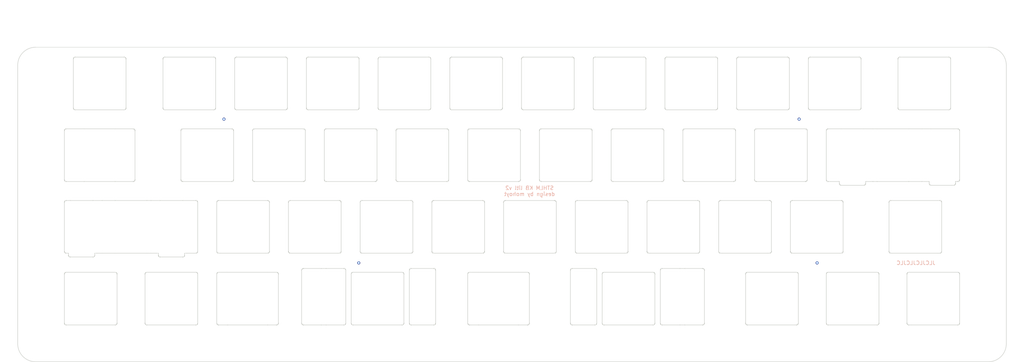
<source format=kicad_pcb>
(kicad_pcb (version 20211014) (generator pcbnew)
  (layers (0 "F.Cu" signal) (31 "B.Cu" signal) (34 "B.Paste" user) (35 "F.Paste" user) (36 "B.SilkS" user "B.Silkscreen") (37 "F.SilkS" user "F.Silkscreen") (38 "B.Mask" user) (39 "F.Mask" user) (44 "Edge.Cuts" user))
  (net 0 "")
  (footprint "MountingHole:MountingHole_2.2mm_M2" (layer "F.Cu") (at 24.000007 71.625)
    (fp_text reference "REF**" hide)
    (fp_text value "MountingHole_2.2mm_M2")
    (pad "" np_thru_hole circle locked (at 0 0) (size 2.2 2.2) (drill 2.2) (layers *.Cu *.Mask))
  )
  (footprint "MountingHole:MountingHole_2.2mm_M2" (layer "F.Cu") (at 277.075007 145.6375)
    (fp_text reference "REF**" hide)
    (fp_text value "MountingHole_2.2mm_M2")
    (pad "" np_thru_hole circle locked (at 0 0) (size 2.2 2.2) (drill 2.2) (layers *.Cu *.Mask))
  )
  (footprint "MountingHole:MountingHole_2.2mm_M2" (layer "F.Cu") (at 107.979107 145.6375)
    (fp_text reference "REF**" hide)
    (fp_text value "MountingHole_2.2mm_M2")
    (pad "" np_thru_hole circle locked (at 0 0) (size 2.2 2.2) (drill 2.2) (layers *.Cu *.Mask))
  )
  (footprint "MountingHole:MountingHole_2.2mm_M2" (layer "F.Cu") (at 24.000007 145.6375)
    (fp_text reference "REF**" hide)
    (fp_text value "MountingHole_2.2mm_M2")
    (pad "" np_thru_hole circle locked (at 0 0) (size 2.2 2.2) (drill 2.2) (layers *.Cu *.Mask))
  )
  (footprint "MountingHole:MountingHole_2.2mm_M2" (layer "F.Cu") (at 189.845807 145.6375)
    (fp_text reference "REF**" hide)
    (fp_text value "MountingHole_2.2mm_M2")
    (pad "" np_thru_hole circle locked (at 0 0) (size 2.2 2.2) (drill 2.2) (layers *.Cu *.Mask))
  )
  (footprint "MountingHole:MountingHole_2.2mm_M2" (layer "F.Cu") (at 277.075007 71.625)
    (fp_text reference "REF**" hide)
    (fp_text value "MountingHole_2.2mm_M2")
    (pad "" np_thru_hole circle locked (at 0 0) (size 2.2 2.2) (drill 2.2) (layers *.Cu *.Mask))
  )
  (gr_line (start 134.463095 69.477446) (end 134.438679 69.480479) (layer "Edge.Cuts") (width 0.15))
  (gr_line (start 133.677066 88.811357) (end 133.666103 88.789553) (layer "Edge.Cuts") (width 0.15))
  (gr_line (start 204.897943 69.533902) (end 204.87614 69.52294) (layer "Edge.Cuts") (width 0.15))
  (gr_line (start 114.665315 88.926998) (end 114.659932 88.903123) (layer "Edge.Cuts") (width 0.15))
  (gr_line (start 34.02163 83.120417) (end 34.029296 83.143586) (layer "Edge.Cuts") (width 0.15))
  (gr_line (start 205.06438 83.272469) (end 205.078486 83.2524) (layer "Edge.Cuts") (width 0.15))
  (gr_line (start 190.333754 140.615304) (end 190.35792 140.619521) (layer "Edge.Cuts") (width 0.15))
  (gr_line (start 264.547296 107.721444) (end 264.52933 107.704346) (layer "Edge.Cuts") (width 0.15))
  (gr_line (start 166.055749 140.125001) (end 166.055749 140.125001) (layer "Edge.Cuts") (width 0.15))
  (gr_line (start 45.118767 88.524998) (end 36.881267 88.524998) (layer "Edge.Cuts") (width 0.15))
  (gr_line (start 200.384921 107.953123) (end 200.378387 107.929581) (layer "Edge.Cuts") (width 0.15))
  (gr_line (start 266.720424 83.453387) (end 266.743593 83.445721) (layer "Edge.Cuts") (width 0.15))
  (gr_line (start 215.073119 102.322468) (end 215.08824 102.341877) (layer "Edge.Cuts") (width 0.15))
  (gr_line (start 166.859973 69.573111) (end 166.839905 69.559005) (layer "Edge.Cuts") (width 0.15))
  (gr_line (start 31.628464 107.976998) (end 31.624248 108.001163) (layer "Edge.Cuts") (width 0.15))
  (gr_line (start 133.686946 102.216339) (end 133.695728 102.193584) (layer "Edge.Cuts") (width 0.15))
  (gr_line (start 72.213247 126.808122) (end 72.198126 126.827531) (layer "Edge.Cuts") (width 0.15))
  (gr_line (start 139.27501 126.625001) (end 139.27501 126.625001) (layer "Edge.Cuts") (width 0.15))
  (gr_line (start 210.358957 83.328553) (end 210.358957 83.328553) (layer "Edge.Cuts") (width 0.15))
  (gr_line (start 228.927053 102.238639) (end 228.936935 102.216339) (layer "Edge.Cuts") (width 0.15))
  (gr_line (start 91.248126 121.372467) (end 91.263246 121.391876) (layer "Edge.Cuts") (width 0.15))
  (gr_line (start 121.818143 140.149794) (end 121.818757 140.125001) (layer "Edge.Cuts") (width 0.15))
  (gr_line (start 45.264185 126.646613) (end 45.240642 126.64008) (layer "Edge.Cuts") (width 0.15))
  (gr_line (start 176.896624 102.170415) (end 176.904291 102.193584) (layer "Edge.Cuts") (width 0.15))
  (gr_line (start 95.360457 88.583901) (end 95.338653 88.572938) (layer "Edge.Cuts") (width 0.15))
  (gr_line (start 243.262506 69.974999) (end 243.262506 69.974999) (layer "Edge.Cuts") (width 0.15))
  (gr_line (start 110.205493 121.148832) (end 110.20971 121.172997) (layer "Edge.Cuts") (width 0.15))
  (gr_line (start 205.471621 121.220414) (end 205.479288 121.243583) (layer "Edge.Cuts") (width 0.15))
  (gr_line (start 66.78546 107.6339) (end 66.763657 107.622938) (layer "Edge.Cuts") (width 0.15))
  (gr_line (start 56.611043 122.243583) (end 56.619825 122.266338) (layer "Edge.Cuts") (width 0.15))
  (gr_line (start 224.808667 107.613057) (end 224.786368 107.622938) (layer "Edge.Cuts") (width 0.15))
  (gr_line (start 90.791586 69.718287) (end 90.778511 69.697599) (layer "Edge.Cuts") (width 0.15))
  (gr_line (start 209.924997 89.024998) (end 209.924997 89.024998) (layer "Edge.Cuts") (width 0.15))
  (gr_line (start 134.15896 83.328553) (end 134.176925 83.34565) (layer "Edge.Cuts") (width 0.15))
  (gr_line (start 201.3476 140.586939) (end 201.369899 140.577059) (layer "Edge.Cuts") (width 0.15))
  (gr_line (start 86.070737 121.243583) (end 86.078403 121.220414) (layer "Edge.Cuts") (width 0.15))
  (gr_line (start 108.001877 126.738232) (end 107.983169 126.754349) (layer "Edge.Cuts") (width 0.15))
  (gr_line (start 188.16234 126.654279) (end 188.139171 126.646613) (layer "Edge.Cuts") (width 0.15))
  (gr_line (start 266.5998 83.474385) (end 266.624426 83.472552) (layer "Edge.Cuts") (width 0.15))
  (gr_line (start 228.548836 102.519519) (end 228.573002 102.515302) (layer "Edge.Cuts") (width 0.15))
  (gr_line (start 195.946612 102.170415) (end 195.954279 102.193584) (layer "Edge.Cuts") (width 0.15))
  (gr_line (start 107.840371 140.270418) (end 107.848037 140.293588) (layer "Edge.Cuts") (width 0.15))
  (gr_line (start 244.138668 103.503386) (end 244.161836 103.49572) (layer "Edge.Cuts") (width 0.15))
  (gr_line (start 72.36457 107.6339) (end 72.343304 107.645927) (layer "Edge.Cuts") (width 0.15))
  (gr_line (start 243.233223 69.806412) (end 243.224441 69.783657) (layer "Edge.Cuts") (width 0.15))
  (gr_line (start 190.029876 140.422471) (end 190.044996 140.441881) (layer "Edge.Cuts") (width 0.15))
  (gr_line (start 47.573852 83.469519) (end 47.598018 83.465303) (layer "Edge.Cuts") (width 0.15))
  (gr_line (start 266.673008 83.465303) (end 266.696883 83.45992) (layer "Edge.Cuts") (width 0.15))
  (gr_line (start 205.471621 107.929581) (end 205.465088 107.953123) (layer "Edge.Cuts") (width 0.15))
  (gr_line (start 234.356416 102.49572) (end 234.379584 102.503386) (layer "Edge.Cuts") (width 0.15))
  (gr_line (start 155.009813 126.771447) (end 155.009813 126.771447) (layer "Edge.Cuts") (width 0.15))
  (gr_line (start 31.702774 88.747598) (end 31.689699 88.768287) (layer "Edge.Cuts") (width 0.15))
  (gr_line (start 253.173126 83.272469) (end 253.188246 83.291878) (layer "Edge.Cuts") (width 0.15))
  (gr_line (start 186.429285 121.243583) (end 186.438068 121.266338) (layer "Edge.Cuts") (width 0.15))
  (gr_line (start 110.554596 121.553385) (end 110.578138 121.559918) (layer "Edge.Cuts") (width 0.15))
  (gr_line (start 115.293923 69.504277) (end 115.271168 69.513059) (layer "Edge.Cuts") (width 0.15))
  (gr_line (start 255.88241 126.63048) (end 255.858244 126.634696) (layer "Edge.Cuts") (width 0.15))
  (gr_line (start 32.789774 122.352397) (end 32.80388 122.372467) (layer "Edge.Cuts") (width 0.15))
  (gr_line (start 266.852402 69.559005) (end 266.831715 69.54593) (layer "Edge.Cuts") (width 0.15))
  (gr_line (start 238.353555 121.428551) (end 238.370652 121.410585) (layer "Edge.Cuts") (width 0.15))
  (gr_line (start 172.276916 69.604348) (end 172.25895 69.621446) (layer "Edge.Cuts") (width 0.15))
  (gr_line (start 138.796624 126.979584) (end 138.79009 127.003126) (layer "Edge.Cuts") (width 0.15))
  (gr_line (start 219.379068 121.331709) (end 219.391096 121.310442) (layer "Edge.Cuts") (width 0.15))
  (gr_line (start 238.478393 121.220414) (end 238.484927 121.196872) (layer "Edge.Cuts") (width 0.15))
  (gr_line (start 91.372614 107.659003) (end 91.352545 107.673109) (layer "Edge.Cuts") (width 0.15))
  (gr_line (start 200.397556 121.124416) (end 200.399388 121.099791) (layer "Edge.Cuts") (width 0.15))
  (gr_line (start 186.112497 82.974999) (end 186.112497 82.974999) (layer "Edge.Cuts") (width 0.15))
  (gr_line (start 147.657931 69.496612) (end 147.634389 69.490078) (layer "Edge.Cuts") (width 0.15))
  (gr_line (start 45.589489 140.293588) (end 45.597155 140.270418) (layer "Edge.Cuts") (width 0.15))
  (gr_line (start 123.756761 140.625001) (end 123.756761 140.625001) (layer "Edge.Cuts") (width 0.15))
  (gr_line (start 45.472321 126.771447) (end 45.454355 126.754349) (layer "Edge.Cuts") (width 0.15))
  (gr_line (start 188.185094 126.66306) (end 188.16234 126.654279) (layer "Edge.Cuts") (width 0.15))
  (gr_line (start 109.689909 83.390993) (end 109.709978 83.376887) (layer "Edge.Cuts") (width 0.15))
  (gr_line (start 196.256409 102.49572) (end 196.279578 102.503386) (layer "Edge.Cuts") (width 0.15))
  (gr_line (start 201.618194 140.316343) (end 201.626976 140.293588) (layer "Edge.Cuts") (width 0.15))
  (gr_line (start 171.678552 88.671444) (end 171.660586 88.654347) (layer "Edge.Cuts") (width 0.15))
  (gr_line (start 176.988249 88.708119) (end 176.973129 88.727529) (layer "Edge.Cuts") (width 0.15))
  (gr_line (start 188.250461 126.69593) (end 188.229196 126.683903) (layer "Edge.Cuts") (width 0.15))
  (gr_line (start 31.732 88.708119) (end 31.71688 88.727529) (layer "Edge.Cuts") (width 0.15))
  (gr_line (start 115.14563 69.588231) (end 115.126922 69.604348) (layer "Edge.Cuts") (width 0.15))
  (gr_line (start 266.788646 83.427058) (end 266.810449 83.416096) (layer "Edge.Cuts") (width 0.15))
  (gr_line (start 201.646561 140.223001) (end 201.650778 140.198835) (layer "Edge.Cuts") (width 0.15))
  (gr_line (start 255.658782 140.526888) (end 255.67885 140.540994) (layer "Edge.Cuts") (width 0.15))
  (gr_line (start 268.104699 103.466096) (end 268.125965 103.454068) (layer "Edge.Cuts") (width 0.15))
  (gr_line (start 204.71192 83.472552) (end 204.736336 83.469519) (layer "Edge.Cuts") (width 0.15))
  (gr_line (start 174.493753 140.125001) (end 174.494367 140.149794) (layer "Edge.Cuts") (width 0.15))
  (gr_line (start 237.73654 103.454068) (end 237.757806 103.466096) (layer "Edge.Cuts") (width 0.15))
  (gr_line (start 31.732 107.758119) (end 31.71688 107.777528) (layer "Edge.Cuts") (width 0.15))
  (gr_line (start 85.600015 121.574997) (end 85.624808 121.574383) (layer "Edge.Cuts") (width 0.15))
  (gr_line (start 266.928552 83.328553) (end 266.945649 83.310587) (layer "Edge.Cuts") (width 0.15))
  (gr_line (start 161.799997 107.574997) (end 161.799997 107.574997) (layer "Edge.Cuts") (width 0.15))
  (gr_line (start 247.954065 140.381714) (end 247.966093 140.360447) (layer "Edge.Cuts") (width 0.15))
  (gr_line (start 181.311935 107.883657) (end 181.302053 107.861357) (layer "Edge.Cuts") (width 0.15))
  (gr_line (start 186.66456 107.6339) (end 186.643294 107.645927) (layer "Edge.Cuts") (width 0.15))
  (gr_line (start 50.380652 102.049792) (end 50.381267 102.024998) (layer "Edge.Cuts") (width 0.15))
  (gr_line (start 105.036778 107.758119) (end 105.020661 107.73941) (layer "Edge.Cuts") (width 0.15))
  (gr_line (start 152.774396 89.000205) (end 152.772564 88.975579) (layer "Edge.Cuts") (width 0.15))
  (gr_line (start 186.400003 121.074997) (end 186.400003 121.074997) (layer "Edge.Cuts") (width 0.15))
  (gr_line (start 269.450766 88.951163) (end 269.446549 88.926998) (layer "Edge.Cuts") (width 0.15))
  (gr_line (start 255.456247 140.125001) (end 255.456247 140.125001) (layer "Edge.Cuts") (width 0.15))
  (gr_line (start 154.847601 140.586939) (end 154.869901 140.577059) (layer "Edge.Cuts") (width 0.15))
  (gr_line (start 100.704291 102.193584) (end 100.713073 102.216339) (layer "Edge.Cuts") (width 0.15))
  (gr_line (start 120.127007 88.534694) (end 120.103132 88.540077) (layer "Edge.Cuts") (width 0.15))
  (gr_line (start 277.075007 66.85) (end 24.000007 66.85) (layer "Edge.Cuts") (width 0.1))
  (gr_line (start 162.290299 121.172997) (end 162.294516 121.148832) (layer "Edge.Cuts") (width 0.15))
  (gr_line (start 72.575222 126.625615) (end 72.550597 126.627447) (layer "Edge.Cuts") (width 0.15))
  (gr_line (start 269.233643 126.709006) (end 269.212955 126.69593) (layer "Edge.Cuts") (width 0.15))
  (gr_line (start 267.074391 82.999793) (end 267.075006 82.974999) (layer "Edge.Cuts") (width 0.15))
  (gr_line (start 105.091106 107.839553) (end 105.079079 107.818286) (layer "Edge.Cuts") (width 0.15))
  (gr_line (start 210.687708 69.475613) (end 210.663082 69.477446) (layer "Edge.Cuts") (width 0.15))
  (gr_line (start 119.854357 88.689411) (end 119.83824 88.708119) (layer "Edge.Cuts") (width 0.15))
  (gr_line (start 129.604591 121.553385) (end 129.628134 121.559918) (layer "Edge.Cuts") (width 0.15))
  (gr_line (start 238.256718 121.504068) (end 238.277405 121.490992) (layer "Edge.Cuts") (width 0.15))
  (gr_line (start 95.950568 83.166341) (end 95.960449 83.188641) (layer "Edge.Cuts") (width 0.15))
  (gr_line (start 190.776889 102.322468) (end 190.790996 102.302398) (layer "Edge.Cuts") (width 0.15))
  (gr_line (start 138.796624 140.270418) (end 138.80429 140.293588) (layer "Edge.Cuts") (width 0.15))
  (gr_line (start 201.205679 125.627447) (end 201.181053 125.625615) (layer "Edge.Cuts") (width 0.15))
  (gr_line (start 105.079079 107.818286) (end 105.066004 107.797598) (layer "Edge.Cuts") (width 0.15))
  (gr_line (start 66.741357 140.586939) (end 66.763657 140.577059) (layer "Edge.Cuts") (width 0.15))
  (gr_line (start 209.811757 88.708119) (end 209.79564 88.689411) (layer "Edge.Cuts") (width 0.15))
  (gr_line (start 242.976146 83.427058) (end 242.997949 83.416096) (layer "Edge.Cuts") (width 0.15))
  (gr_line (start 106.072104 140.586939) (end 106.094404 140.577059) (layer "Edge.Cuts") (width 0.15))
  (gr_line (start 253.477003 83.465303) (end 253.501169 83.469519) (layer "Edge.Cuts") (width 0.15))
  (gr_line (start 226.447305 126.771447) (end 226.447305 126.771447) (layer "Edge.Cuts") (width 0.15))
  (gr_line (start 85.673849 121.569518) (end 85.698015 121.565302) (layer "Edge.Cuts") (width 0.15))
  (gr_line (start 229.277588 83.096874) (end 229.284121 83.120417) (layer "Edge.Cuts") (width 0.15))
  (gr_line (start 39.705767 122.074997) (end 39.705767 121.574997) (layer "Edge.Cuts") (width 0.15))
  (gr_line (start 253.501169 83.469519) (end 253.525585 83.472552) (layer "Edge.Cuts") (width 0.15))
  (gr_line (start 224.202805 69.876998) (end 224.197421 69.853124) (layer "Edge.Cuts") (width 0.15))
  (gr_line (start 162.284915 121.196872) (end 162.290299 121.172997) (layer "Edge.Cuts") (width 0.15))
  (gr_line (start 71.526153 83.427058) (end 71.547957 83.416096) (layer "Edge.Cuts") (width 0.15))
  (gr_line (start 31.996893 102.509919) (end 32.020767 102.515302) (layer "Edge.Cuts") (width 0.15))
  (gr_line (start 224.975214 107.575612) (end 224.950588 107.577444) (layer "Edge.Cuts") (width 0.15))
  (gr_line (start 32.020767 121.565302) (end 32.044933 121.569518) (layer "Edge.Cuts") (width 0.15))
  (gr_line (start 114.528566 88.671444) (end 114.5106 88.654347) (layer "Edge.Cuts") (width 0.15))
  (gr_line (start 71.7909 83.120417) (end 71.797433 83.096874) (layer "Edge.Cuts") (width 0.15))
  (gr_line (start 212.599239 140.198835) (end 212.603457 140.223001) (layer "Edge.Cuts") (width 0.15))
  (gr_line (start 71.699281 69.65812) (end 71.683164 69.639412) (layer "Edge.Cuts") (width 0.15))
  (gr_line (start 63.398644 122.461766) (end 63.417353 122.445649) (layer "Edge.Cuts") (width 0.15))
  (gr_line (start 167.434013 107.797598) (end 167.420937 107.818286) (layer "Edge.Cuts") (width 0.15))
  (gr_line (start 190.710589 88.654347) (end 190.691882 88.63823) (layer "Edge.Cuts") (width 0.15))
  (gr_line (start 167.371615 121.220414) (end 167.379282 121.243583) (layer "Edge.Cuts") (width 0.15))
  (gr_line (start 91.29646 121.428551) (end 91.29646 121.428551) (layer "Edge.Cuts") (width 0.15))
  (gr_line (start 72.454598 107.59661) (end 72.431429 107.604276) (layer "Edge.Cuts") (width 0.15))
  (gr_line (start 53.148127 140.422471) (end 53.163247 140.441881) (layer "Edge.Cuts") (width 0.15))
  (gr_line (start 191.233437 69.718287) (end 191.221409 69.739554) (layer "Edge.Cuts") (width 0.15))
  (gr_line (start 224.18322 83.143586) (end 224.190887 83.120417) (layer "Edge.Cuts") (width 0.15))
  (gr_line (start 108.318757 140.625001) (end 108.318757 140.625001) (layer "Edge.Cuts") (width 0.15))
  (gr_line (start 250.791869 107.777528) (end 250.777763 107.797598) (layer "Edge.Cuts") (width 0.15))
  (gr_line (start 172.114944 69.92558) (end 172.113111 69.950205) (layer "Edge.Cuts") (width 0.15))
  (gr_line (start 31.624248 140.198835) (end 31.628464 140.223001) (layer "Edge.Cuts") (width 0.15))
  (gr_line (start 157.840093 102.146873) (end 157.846627 102.170415) (layer "Edge.Cuts") (width 0.15))
  (gr_line (start 162.013637 121.527057) (end 162.03544 121.516095) (layer "Edge.Cuts") (width 0.15))
  (gr_line (start 71.714401 83.272469) (end 71.728507 83.2524) (layer "Edge.Cuts") (width 0.15))
  (gr_line (start 219.411941 107.883657) (end 219.402059 107.861357) (layer "Edge.Cuts") (width 0.15))
  (gr_line (start 205.016046 69.621446) (end 205.016046 69.621446) (layer "Edge.Cuts") (width 0.15))
  (gr_line (start 110.313246 107.758119) (end 110.298126 107.777528) (layer "Edge.Cuts") (width 0.15))
  (gr_line (start 195.924997 102.024998) (end 195.924997 102.024998) (layer "Edge.Cuts") (width 0.15))
  (gr_line (start 128.961896 69.950205) (end 128.960064 69.92558) (layer "Edge.Cuts") (width 0.15))
  (gr_line (start 129.379358 121.410585) (end 129.396455 121.428551) (layer "Edge.Cuts") (width 0.15))
  (gr_line (start 186.028483 69.697599) (end 186.014377 69.677529) (layer "Edge.Cuts") (width 0.15))
  (gr_line (start 188.493753 140.125001) (end 188.493753 127.125001) (layer "Edge.Cuts") (width 0.15))
  (gr_line (start 229.391863 69.639412) (end 229.375746 69.65812) (layer "Edge.Cuts") (width 0.15))
  (gr_line (start 138.784707 102.122998) (end 138.79009 102.146873) (layer "Edge.Cuts") (width 0.15))
  (gr_line (start 114.491892 102.411767) (end 114.5106 102.395649) (layer "Edge.Cuts") (width 0.15))
  (gr_line (start 213.019922 140.619521) (end 213.044338 140.622554) (layer "Edge.Cuts") (width 0.15))
  (gr_line (start 212.691879 140.422471) (end 212.706999 140.441881) (layer "Edge.Cuts") (width 0.15))
  (gr_line (start 138.95813 88.63823) (end 138.939422 88.654347) (layer "Edge.Cuts") (width 0.15))
  (gr_line (start 234.247607 88.609003) (end 234.227538 88.62311) (layer "Edge.Cuts") (width 0.15))
  (gr_line (start 88.478817 140.174419) (end 88.480649 140.149794) (layer "Edge.Cuts") (width 0.15))
  (gr_line (start 101.125593 102.522552) (end 101.150219 102.524384) (layer "Edge.Cuts") (width 0.15))
  (gr_line (start 166.879382 69.588231) (end 166.859973 69.573111) (layer "Edge.Cuts") (width 0.15))
  (gr_line (start 148.002817 69.876998) (end 147.997433 69.853124) (layer "Edge.Cuts") (width 0.15))
  (gr_line (start 188.347299 140.478554) (end 188.364396 140.460589) (layer "Edge.Cuts") (width 0.15))
  (gr_line (start 229.445633 83.361767) (end 229.465041 83.376887) (layer "Edge.Cuts") (width 0.15))
  (gr_line (start 50.375787 88.951163) (end 50.371571 88.926998) (layer "Edge.Cuts") (width 0.15))
  (gr_line (start 77.240641 69.490078) (end 77.217099 69.496612) (layer "Edge.Cuts") (width 0.15))
  (gr_line (start 196.35116 102.519519) (end 196.375576 102.522552) (layer "Edge.Cuts") (width 0.15))
  (gr_line (start 72.105494 108.001163) (end 72.102462 108.025579) (layer "Edge.Cuts") (width 0.15))
  (gr_line (start 31.633847 140.246876) (end 31.640381 140.270418) (layer "Edge.Cuts") (width 0.15))
  (gr_line (start 188.229196 140.566096) (end 188.250461 140.554069) (layer "Edge.Cuts") (width 0.15))
  (gr_line (start 108.105115 140.577059) (end 108.127415 140.586939) (layer "Edge.Cuts") (width 0.15))
  (gr_line (start 200.378387 107.929581) (end 200.37072 107.906412) (layer "Edge.Cuts") (width 0.15))
  (gr_line (start 209.778543 88.671444) (end 209.760577 88.654347) (layer "Edge.Cuts") (width 0.15))
  (gr_line (start 31.648046 88.856412) (end 31.640381 88.879581) (layer "Edge.Cuts") (width 0.15))
  (gr_line (start 157.825013 102.024998) (end 157.825628 102.049792) (layer "Edge.Cuts") (width 0.15))
  (gr_line (start 62.590095 88.903123) (end 62.584711 88.926998) (layer "Edge.Cuts") (width 0.15))
  (gr_line (start 148.543299 107.645927) (end 148.52261 107.659003) (layer "Edge.Cuts") (width 0.15))
  (gr_line (start 114.99179 69.806412) (end 114.984124 69.829581) (layer "Edge.Cuts") (width 0.15))
  (gr_line (start 174.50345 127.027001) (end 174.499233 127.051166) (layer "Edge.Cuts") (width 0.15))
  (gr_line (start 91.436373 107.622938) (end 91.41457 107.6339) (layer "Edge.Cuts") (width 0.15))
  (gr_line (start 212.83705 140.554069) (end 212.858316 140.566096) (layer "Edge.Cuts") (width 0.15))
  (gr_line (start 32.992126 122.527057) (end 33.014426 122.536938) (layer "Edge.Cuts") (width 0.15))
  (gr_line (start 247.986938 126.93366) (end 247.977056 126.91136) (layer "Edge.Cuts") (width 0.15))
  (gr_line (start 31.618768 121.074997) (end 31.619382 121.099791) (layer "Edge.Cuts") (width 0.15))
  (gr_line (start 171.446883 88.540077) (end 171.423008 88.534694) (layer "Edge.Cuts") (width 0.15))
  (gr_line (start 114.576899 102.322468) (end 114.591005 102.302398) (layer "Edge.Cuts") (width 0.15))
  (gr_line (start 106.30983 140.381714) (end 106.321857 140.360447) (layer "Edge.Cuts") (width 0.15))
  (gr_line (start 142.750009 107.574997) (end 142.750009 107.574997) (layer "Edge.Cuts") (width 0.15))
  (gr_line (start 119.754287 88.856412) (end 119.746621 88.879581) (layer "Edge.Cuts") (width 0.15))
  (gr_line (start 247.99572 126.956415) (end 247.986938 126.93366) (layer "Edge.Cuts") (width 0.15))
  (gr_line (start 196.431756 140.625001) (end 201.156259 140.625001) (layer "Edge.Cuts") (width 0.15))
  (gr_line (start 212.816363 126.709006) (end 212.796294 126.723112) (layer "Edge.Cuts") (width 0.15))
  (gr_line (start 133.225007 102.524998) (end 133.225007 102.524998) (layer "Edge.Cuts") (width 0.15))
  (gr_line (start 31.71688 88.727529) (end 31.702774 88.747598) (layer "Edge.Cuts") (width 0.15))
  (gr_line (start 255.504193 140.338643) (end 255.515156 140.360447) (layer "Edge.Cuts") (width 0.15))
  (gr_line (start 269.455632 127.100207) (end 269.4538 127.075582) (layer "Edge.Cuts") (width 0.15))
  (gr_line (start 190.029876 125.827531) (end 190.01577 125.847601) (layer "Edge.Cuts") (width 0.15))
  (gr_line (start 139.225592 88.527445) (end 139.201176 88.530478) (layer "Edge.Cuts") (width 0.15))
  (gr_line (start 31.765215 107.721444) (end 31.765215 107.721444) (layer "Edge.Cuts") (width 0.15))
  (gr_line (start 32.928368 122.490992) (end 32.949056 122.504068) (layer "Edge.Cuts") (width 0.15))
  (gr_line (start 105.020661 107.73941) (end 105.003564 107.721444) (layer "Edge.Cuts") (width 0.15))
  (gr_line (start 209.616338 88.563058) (end 209.593584 88.554276) (layer "Edge.Cuts") (width 0.15))
  (gr_line (start 205.852003 107.584693) (end 205.828129 107.590077) (layer "Edge.Cuts") (width 0.15))
  (gr_line (start 167.397946 121.288638) (end 167.408909 121.310442) (layer "Edge.Cuts") (width 0.15))
  (gr_line (start 167.033226 69.806412) (end 167.024444 69.783657) (layer "Edge.Cuts") (width 0.15))
  (gr_line (start 94.727193 140.381714) (end 94.740268 140.402402) (layer "Edge.Cuts") (width 0.15))
  (gr_line (start 269.124834 102.49572) (end 269.147588 102.486939) (layer "Edge.Cuts") (width 0.15))
  (gr_line (start 185.948077 83.34565) (end 185.966043 83.328553) (layer "Edge.Cuts") (width 0.15))
  (gr_line (start 62.673127 88.727529) (end 62.659021 88.747598) (layer "Edge.Cuts") (width 0.15))
  (gr_line (start 269.426964 88.856412) (end 269.418182 88.833657) (layer "Edge.Cuts") (width 0.15))
  (gr_line (start 119.727454 102.074417) (end 119.730487 102.098832) (layer "Edge.Cuts") (width 0.15))
  (gr_line (start 269.19169 88.583901) (end 269.169887 88.572938) (layer "Edge.Cuts") (width 0.15))
  (gr_line (start 174.75831 126.683903) (end 174.737044 126.69593) (layer "Edge.Cuts") (width 0.15))
  (gr_line (start 224.764566 107.6339) (end 224.7433 107.645927) (layer "Edge.Cuts") (width 0.15))
  (gr_line (start 244.310122 103.411767) (end 244.32883 103.395649) (layer "Edge.Cuts") (width 0.15))
  (gr_line (start 121.596159 126.709006) (end 121.57547 126.69593) (layer "Edge.Cuts") (width 0.15))
  (gr_line (start 72.302545 121.476886) (end 72.322615 121.490992) (layer "Edge.Cuts") (width 0.15))
  (gr_line (start 34.164431 69.604348) (end 34.146464 69.621446) (layer "Edge.Cuts") (width 0.15))
  (gr_line (start 167.350614 121.099791) (end 167.352447 121.124416) (layer "Edge.Cuts") (width 0.15))
  (gr_line (start 72.246461 140.478554) (end 72.246461 140.478554) (layer "Edge.Cuts") (width 0.15))
  (gr_line (start 62.575015 102.024998) (end 62.575015 102.024998) (layer "Edge.Cuts") (width 0.15))
  (gr_line (start 129.271622 121.220414) (end 129.279288 121.243583) (layer "Edge.Cuts") (width 0.15))
  (gr_line (start 62.596628 88.879581) (end 62.590095 88.903123) (layer "Edge.Cuts") (width 0.15))
  (gr_line (start 185.909961 69.573111) (end 185.889893 69.559005) (layer "Edge.Cuts") (width 0.15))
  (gr_line (start 269.418182 126.93366) (end 269.4083 126.91136) (layer "Edge.Cuts") (width 0.15))
  (gr_line (start 129.452538 107.673109) (end 129.433129 107.688229) (layer "Edge.Cuts") (width 0.15))
  (gr_line (start 67.050016 121.074997) (end 67.050016 108.074997) (layer "Edge.Cuts") (width 0.15))
  (gr_line (start 95.603398 88.879581) (end 95.595732 88.856412) (layer "Edge.Cuts") (width 0.15))
  (gr_line (start 94.727193 125.868289) (end 94.715165 125.889556) (layer "Edge.Cuts") (width 0.15))
  (gr_line (start 119.730487 88.951163) (end 119.727454 88.975579) (layer "Edge.Cuts") (width 0.15))
  (gr_line (start 247.525003 126.625001) (end 234.525003 126.625001) (layer "Edge.Cuts") (width 0.15))
  (gr_line (start 264.58051 107.758119) (end 264.564393 107.73941) (layer "Edge.Cuts") (width 0.15))
  (gr_line (start 91.333135 107.688229) (end 91.314427 107.704346) (layer "Edge.Cuts") (width 0.15))
  (gr_line (start 188.455688 140.316343) (end 188.46447 140.293588) (layer "Edge.Cuts") (width 0.15))
  (gr_line (start 96.115036 69.573111) (end 96.095627 69.588231) (layer "Edge.Cuts") (width 0.15))
  (gr_line (start 57.883446 83.231711) (end 57.896522 83.2524) (layer "Edge.Cuts") (width 0.15))
  (gr_line (start 62.95314 88.540077) (end 62.929598 88.54661) (layer "Edge.Cuts") (width 0.15))
  (gr_line (start 181.340302 121.172997) (end 181.344519 121.148832) (layer "Edge.Cuts") (width 0.15))
  (gr_line (start 47.970738 83.143586) (end 47.978404 83.120417) (layer "Edge.Cuts") (width 0.15))
  (gr_line (start 224.831422 107.604276) (end 224.808667 107.613057) (layer "Edge.Cuts") (width 0.15))
  (gr_line (start 110.270945 121.331709) (end 110.28402 121.352397) (layer "Edge.Cuts") (width 0.15))
  (gr_line (start 153.245629 69.588231) (end 153.226921 69.604348) (layer "Edge.Cuts") (width 0.15))
  (gr_line (start 57.081765 122.574997) (end 57.081765 122.574997) (layer "Edge.Cuts") (width 0.15))
  (gr_line (start 110.508671 121.536938) (end 110.531426 121.545719) (layer "Edge.Cuts") (width 0.15))
  (gr_line (start 243.993249 103.524998) (end 244.018044 103.524384) (layer "Edge.Cuts") (width 0.15))
  (gr_line (start 31.702774 102.302398) (end 31.71688 102.322468) (layer "Edge.Cuts") (width 0.15))
  (gr_line (start 267.036941 83.166341) (end 267.045723 83.143586) (layer "Edge.Cuts") (width 0.15))
  (gr_line (start 133.703394 88.879581) (end 133.695728 88.856412) (layer "Edge.Cuts") (width 0.15))
  (gr_line (start 104.65001 107.574997) (end 104.65001 107.574997) (layer "Edge.Cuts") (width 0.15))
  (gr_line (start 200.400003 121.074997) (end 200.400003 108.074997) (layer "Edge.Cuts") (width 0.15))
  (gr_line (start 226.555694 126.93366) (end 226.545813 126.91136) (layer "Edge.Cuts") (width 0.15))
  (gr_line (start 147.953609 69.739554) (end 147.941582 69.718287) (layer "Edge.Cuts") (width 0.15))
  (gr_line (start 71.337306 69.475613) (end 71.312513 69.474999) (layer "Edge.Cuts") (width 0.15))
  (gr_line (start 82.051178 88.530478) (end 82.027013 88.534694) (layer "Edge.Cuts") (width 0.15))
  (gr_line (start 123.913656 107.622938) (end 123.891356 107.613057) (layer "Edge.Cuts") (width 0.15))
  (gr_line (start 219.434924 107.953123) (end 219.42839 107.929581) (layer "Edge.Cuts") (width 0.15))
  (gr_line (start 105.051898 121.372467) (end 105.066004 121.352397) (layer "Edge.Cuts") (width 0.15))
  (gr_line (start 139.083668 88.563058) (end 139.061368 88.572938) (layer "Edge.Cuts") (width 0.15))
  (gr_line (start 186.083214 69.806412) (end 186.074432 69.783657) (layer "Edge.Cuts") (width 0.15))
  (gr_line (start 154.891705 140.566096) (end 154.912972 140.554069) (layer "Edge.Cuts") (width 0.15))
  (gr_line (start 247.716344 140.586939) (end 247.738643 140.577059) (layer "Edge.Cuts") (width 0.15))
  (gr_line (start 47.916011 83.2524) (end 47.929087 83.231711) (layer "Edge.Cuts") (width 0.15))
  (gr_line (start 209.87705 88.811357) (end 209.866087 88.789553) (layer "Edge.Cuts") (width 0.15))
  (gr_line (start 267.991133 103.509919) (end 268.014675 103.503386) (layer "Edge.Cuts") (width 0.15))
  (gr_line (start 148.398125 107.777528) (end 148.384019 107.797598) (layer "Edge.Cuts") (width 0.15))
  (gr_line (start 158.203138 88.540077) (end 158.179596 88.54661) (layer "Edge.Cuts") (width 0.15))
  (gr_line (start 171.398842 102.519519) (end 171.423008 102.515302) (layer "Edge.Cuts") (width 0.15))
  (gr_line (start 201.230095 140.619521) (end 201.254261 140.615304) (layer "Edge.Cuts") (width 0.15))
  (gr_line (start 186.826166 107.580477) (end 186.802 107.584693) (layer "Edge.Cuts") (width 0.15))
  (gr_line (start 253.361365 69.52294) (end 253.339563 69.533902) (layer "Edge.Cuts") (width 0.15))
  (gr_line (start 86.0994 121.099791) (end 86.100015 121.074997) (layer "Edge.Cuts") (width 0.15))
  (gr_line (start 109.748095 69.604348) (end 109.729387 69.588231) (layer "Edge.Cuts") (width 0.15))
  (gr_line (start 255.471328 127.003126) (end 255.465944 127.027001) (layer "Edge.Cuts") (width 0.15))
  (gr_line (start 209.854059 102.28171) (end 209.866087 102.260443) (layer "Edge.Cuts") (width 0.15))
  (gr_line (start 269.385309 102.28171) (end 269.397337 102.260443) (layer "Edge.Cuts") (width 0.15))
  (gr_line (start 47.549436 83.472552) (end 47.573852 83.469519) (layer "Edge.Cuts") (width 0.15))
  (gr_line (start 115.000572 83.166341) (end 115.010452 83.188641) (layer "Edge.Cuts") (width 0.15))
  (gr_line (start 209.924997 102.024998) (end 209.924997 89.024998) (layer "Edge.Cuts") (width 0.15))
  (gr_line (start 110.700013 107.574997) (end 110.700013 107.574997) (layer "Edge.Cuts") (width 0.15))
  (gr_line (start 139.153135 140.609921) (end 139.17701 140.615304) (layer "Edge.Cuts") (width 0.15))
  (gr_line (start 34.11325 83.291878) (end 34.129367 83.310587) (layer "Edge.Cuts") (width 0.15))
  (gr_line (start 201.655644 140.149794) (end 201.656259 140.125001) (layer "Edge.Cuts") (width 0.15))
  (gr_line (start 234.427 140.615304) (end 234.451166 140.619521) (layer "Edge.Cuts") (width 0.15))
  (gr_line (start 152.373011 88.534694) (end 152.348845 88.530478) (layer "Edge.Cuts") (width 0.15))
  (gr_line (start 124.070664 121.410585) (end 124.086781 121.391876) (layer "Edge.Cuts") (width 0.15))
  (gr_line (start 228.890986 102.302398) (end 228.904062 102.28171) (layer "Edge.Cuts") (width 0.15))
  (gr_line (start 62.622956 102.238639) (end 62.633918 102.260443) (layer "Edge.Cuts") (width 0.15))
  (gr_line (start 94.964922 140.586939) (end 94.987677 140.595721) (layer "Edge.Cuts") (width 0.15))
  (gr_line (start 212.902417 140.586939) (end 212.925172 140.595721) (layer "Edge.Cuts") (width 0.15))
  (gr_line (start 96.412507 69.474999) (end 96.387714 69.475613) (layer "Edge.Cuts") (width 0.15))
  (gr_line (start 205.160053 69.92558) (end 205.157019 69.901164) (layer "Edge.Cuts") (width 0.15))
  (gr_line (start 143.22073 121.243583) (end 143.228396 121.220414) (layer "Edge.Cuts") (width 0.15))
  (gr_line (start 167.365081 107.953123) (end 167.359697 107.976998) (layer "Edge.Cuts") (width 0.15))
  (gr_line (start 189.931756 126.125001) (end 189.931756 140.125001) (layer "Edge.Cuts") (width 0.15))
  (gr_line (start 123.611343 125.646613) (end 123.588174 125.654279) (layer "Edge.Cuts") (width 0.15))
  (gr_line (start 115.108957 83.328553) (end 115.126922 83.34565) (layer "Edge.Cuts") (width 0.15))
  (gr_line (start 107.848037 126.956415) (end 107.840371 126.979584) (layer "Edge.Cuts") (width 0.15))
  (gr_line (start 134.110626 69.677529) (end 134.09652 69.697599) (layer "Edge.Cuts") (width 0.15))
  (gr_line (start 237.514865 103.170415) (end 237.522532 103.193584) (layer "Edge.Cuts") (width 0.15))
  (gr_line (start 123.731968 125.625615) (end 123.707342 125.627447) (layer "Edge.Cuts") (width 0.15))
  (gr_line (start 242.907924 69.496612) (end 242.884383 69.490078) (layer "Edge.Cuts") (width 0.15))
  (gr_line (start 88.451985 126.956415) (end 88.443204 126.93366) (layer "Edge.Cuts") (width 0.15))
  (gr_line (start 50.343207 102.216339) (end 50.351989 102.193584) (layer "Edge.Cuts") (width 0.15))
  (gr_line (start 173.053302 140.174419) (end 173.055135 140.149794) (layer "Edge.Cuts") (width 0.15))
  (gr_line (start 72.502015 126.634696) (end 72.478141 126.64008) (layer "Edge.Cuts") (width 0.15))
  (gr_line (start 31.628464 88.926998) (end 31.624248 88.951163) (layer "Edge.Cuts") (width 0.15))
  (gr_line (start 129.252456 108.025579) (end 129.250623 108.050204) (layer "Edge.Cuts") (width 0.15))
  (gr_line (start 157.883918 102.260443) (end 157.895945 102.28171) (layer "Edge.Cuts") (width 0.15))
  (gr_line (start 45.489418 140.460589) (end 45.505535 140.441881) (layer "Edge.Cuts") (width 0.15))
  (gr_line (start 94.656263 126.125001) (end 94.656263 126.125001) (layer "Edge.Cuts") (width 0.15))
  (gr_line (start 166.220169 125.754349) (end 166.202203 125.771447) (layer "Edge.Cuts") (width 0.15))
  (gr_line (start 152.753397 102.170415) (end 152.75993 102.146873) (layer "Edge.Cuts") (width 0.15))
  (gr_line (start 181.18558 107.704346) (end 181.166873 107.688229) (layer "Edge.Cuts") (width 0.15))
  (gr_line (start 234.525003 140.625001) (end 234.525003 140.625001) (layer "Edge.Cuts") (width 0.15))
  (gr_line (start 109.912507 69.974999) (end 109.912507 69.974999) (layer "Edge.Cuts") (width 0.15))
  (gr_line (start 105.003564 107.721444) (end 104.985598 107.704346) (layer "Edge.Cuts") (width 0.15))
  (gr_line (start 153.091788 83.143586) (end 153.10057 83.166341) (layer "Edge.Cuts") (width 0.15))
  (gr_line (start 94.820675 125.754349) (end 94.802709 125.771447) (layer "Edge.Cuts") (width 0.15))
  (gr_line (start 39.705767 122.074997) (end 39.705767 122.074997) (layer "Edge.Cuts") (width 0.15))
  (gr_line (start 76.504083 102.28171) (end 76.516111 102.260443) (layer "Edge.Cuts") (width 0.15))
  (gr_line (start 94.656263 126.125001) (end 94.656263 140.125001) (layer "Edge.Cuts") (width 0.15))
  (gr_line (start 155.058146 140.422471) (end 155.072252 140.402402) (layer "Edge.Cuts") (width 0.15))
  (gr_line (start 63.075015 88.524998) (end 63.050222 88.525613) (layer "Edge.Cuts") (width 0.15))
  (gr_line (start 47.500017 69.474999) (end 34.500018 69.474999) (layer "Edge.Cuts") (width 0.15))
  (gr_line (start 181.106708 107.645927) (end 181.085443 107.6339) (layer "Edge.Cuts") (width 0.15))
  (gr_line (start 24.000007 150.4125) (end 277.075007 150.4125) (layer "Edge.Cuts") (width 0.15))
  (gr_line (start 188.395633 140.422471) (end 188.40974 140.402402) (layer "Edge.Cuts") (width 0.15))
  (gr_line (start 185.661917 69.477446) (end 185.637291 69.475613) (layer "Edge.Cuts") (width 0.15))
  (gr_line (start 124.200013 121.074997) (end 124.200013 121.074997) (layer "Edge.Cuts") (width 0.15))
  (gr_line (start 105.13493 121.196872) (end 105.140314 121.172997) (layer "Edge.Cuts") (width 0.15))
  (gr_line (start 234.427 102.515302) (end 234.451166 102.519519) (layer "Edge.Cuts") (width 0.15))
  (gr_line (start 34.500018 69.474999) (end 34.475224 69.475613) (layer "Edge.Cuts") (width 0.15))
  (gr_line (start 90.847437 83.096874) (end 90.85282 83.073) (layer "Edge.Cuts") (width 0.15))
  (gr_line (start 67.049401 121.099791) (end 67.050016 121.074997) (layer "Edge.Cuts") (width 0.15))
  (gr_line (start 34.183139 69.588231) (end 34.164431 69.604348) (layer "Edge.Cuts") (width 0.15))
  (gr_line (start 134.02221 69.876998) (end 134.017993 69.901164) (layer "Edge.Cuts") (width 0.15))
  (gr_line (start 234.15436 102.360586) (end 234.171457 102.378552) (layer "Edge.Cuts") (width 0.15))
  (gr_line (start 229.737711 69.475613) (end 229.713085 69.477446) (layer "Edge.Cuts") (width 0.15))
  (gr_line (start 181.302053 121.288638) (end 181.311935 121.266338) (layer "Edge.Cuts") (width 0.15))
  (gr_line (start 185.966043 83.328553) (end 185.98314 83.310587) (layer "Edge.Cuts") (width 0.15))
  (gr_line (start 269.441165 127.003126) (end 269.434631 126.979584) (layer "Edge.Cuts") (width 0.15))
  (gr_line (start 189.969821 140.316343) (end 189.979703 140.338643) (layer "Edge.Cuts") (width 0.15))
  (gr_line (start 94.899551 140.554069) (end 94.920818 140.566096) (layer "Edge.Cuts") (width 0.15))
  (gr_line (start 81.625013 89.024998) (end 81.625013 102.024998) (layer "Edge.Cuts") (width 0.15))
  (gr_line (start 229.26312 69.950205) (end 229.262506 69.974999) (layer "Edge.Cuts") (width 0.15))
  (gr_line (start 167.062509 82.974999) (end 167.062509 82.974999) (layer "Edge.Cuts") (width 0.15))
  (gr_line (start 107.840371 126.979584) (end 107.833837 127.003126) (layer "Edge.Cuts") (width 0.15))
  (gr_line (start 244.346795 103.378552) (end 244.346795 103.378552) (layer "Edge.Cuts") (width 0.15))
  (gr_line (start 76.196888 102.509919) (end 76.22043 102.503386) (layer "Edge.Cuts") (width 0.15))
  (gr_line (start 237.577262 103.302398) (end 237.591369 103.322468) (layer "Edge.Cuts") (width 0.15))
  (gr_line (start 269.397337 140.360447) (end 269.4083 140.338643) (layer "Edge.Cuts") (width 0.15))
  (gr_line (start 261.428166 103.260443) (end 261.440194 103.28171) (layer "Edge.Cuts") (width 0.15))
  (gr_line (start 153.121413 83.210445) (end 153.13344 83.231711) (layer "Edge.Cuts") (width 0.15))
  (gr_line (start 41.643767 121.574997) (end 41.643767 121.574997) (layer "Edge.Cuts") (width 0.15))
  (gr_line (start 47.941114 83.210445) (end 47.952076 83.188641) (layer "Edge.Cuts") (width 0.15))
  (gr_line (start 94.661742 140.198835) (end 94.665959 140.223001) (layer "Edge.Cuts") (width 0.15))
  (gr_line (start 157.863075 102.216339) (end 157.872955 102.238639) (layer "Edge.Cuts") (width 0.15))
  (gr_line (start 121.487344 140.595721) (end 121.5101 140.586939) (layer "Edge.Cuts") (width 0.15))
  (gr_line (start 32.093974 140.624386) (end 32.118768 140.625001) (layer "Edge.Cuts") (width 0.15))
  (gr_line (start 109.910061 83.024418) (end 109.911893 82.999793) (layer "Edge.Cuts") (width 0.15))
  (gr_line (start 253.104288 83.143586) (end 253.113071 83.166341) (layer "Edge.Cuts") (width 0.15))
  (gr_line (start 157.830493 102.098832) (end 157.83471 102.122998) (layer "Edge.Cuts") (width 0.15))
  (gr_line (start 90.778511 69.697599) (end 90.764404 69.677529) (layer "Edge.Cuts") (width 0.15))
  (gr_line (start 224.212503 82.974999) (end 224.212503 82.974999) (layer "Edge.Cuts") (width 0.15))
  (gr_line (start 152.645661 88.689411) (end 152.628564 88.671444) (layer "Edge.Cuts") (width 0.15))
  (gr_line (start 210.47706 83.416096) (end 210.498862 83.427058) (layer "Edge.Cuts") (width 0.15))
  (gr_line (start 108.062044 140.554069) (end 108.083311 140.566096) (layer "Edge.Cuts") (width 0.15))
  (gr_line (start 250.937041 107.645927) (end 250.916353 107.659003) (layer "Edge.Cuts") (width 0.15))
  (gr_line (start 158.089567 102.466096) (end 158.111371 102.477058) (layer "Edge.Cuts") (width 0.15))
  (gr_line (start 63.075015 102.524998) (end 63.075015 102.524998) (layer "Edge.Cuts") (width 0.15))
  (gr_line (start 139.27501 102.524998) (end 152.27501 102.524998) (layer "Edge.Cuts") (width 0.15))
  (gr_line (start 124.035601 107.704346) (end 124.016893 107.688229) (layer "Edge.Cuts") (width 0.15))
  (gr_line (start 228.91609 102.260443) (end 228.927053 102.238639) (layer "Edge.Cuts") (width 0.15))
  (gr_line (start 190.002694 140.381714) (end 190.01577 140.402402) (layer "Edge.Cuts") (width 0.15))
  (gr_line (start 100.675012 102.024998) (end 100.675626 102.049792) (layer "Edge.Cuts") (width 0.15))
  (gr_line (start 100.733916 88.789553) (end 100.722954 88.811357) (layer "Edge.Cuts") (width 0.15))
  (gr_line (start 81.979596 88.54661) (end 81.956427 88.554276) (layer "Edge.Cuts") (width 0.15))
  (gr_line (start 141.656259 126.625001) (end 141.656259 126.625001) (layer "Edge.Cuts") (width 0.15))
  (gr_line (start 209.895714 102.193584) (end 209.903381 102.170415) (layer "Edge.Cuts") (width 0.15))
  (gr_line (start 219.24747 121.476886) (end 219.266879 121.461766) (layer "Edge.Cuts") (width 0.15))
  (gr_line (start 268.369256 102.524998) (end 268.956247 102.524998) (layer "Edge.Cuts") (width 0.15))
  (gr_line (start 95.625009 89.024998) (end 95.624394 89.000205) (layer "Edge.Cuts") (width 0.15))
  (gr_line (start 139.153135 102.509919) (end 139.17701 102.515302) (layer "Edge.Cuts") (width 0.15))
  (gr_line (start 91.179292 121.243583) (end 91.188074 121.266338) (layer "Edge.Cuts") (width 0.15))
  (gr_line (start 109.412507 69.474999) (end 96.412507 69.474999) (layer "Edge.Cuts") (width 0.15))
  (gr_line (start 85.953569 107.721444) (end 85.953569 107.721444) (layer "Edge.Cuts") (width 0.15))
  (gr_line (start 62.739428 88.654347) (end 62.721462 88.671444) (layer "Edge.Cuts") (width 0.15))
  (gr_line (start 96.24392 69.504277) (end 96.221165 69.513059) (layer "Edge.Cuts") (width 0.15))
  (gr_line (start 47.713658 69.52294) (end 47.691358 69.513059) (layer "Edge.Cuts") (width 0.15))
  (gr_line (start 114.972207 83.073) (end 114.97759 83.096874) (layer "Edge.Cuts") (width 0.15))
  (gr_line (start 114.96251 69.974999) (end 114.96251 82.974999) (layer "Edge.Cuts") (width 0.15))
  (gr_line (start 196.1476 102.440993) (end 196.168288 102.454068) (layer "Edge.Cuts") (width 0.15))
  (gr_line (start 109.799275 69.65812) (end 109.783158 69.639412) (layer "Edge.Cuts") (width 0.15))
  (gr_line (start 219.303552 121.428551) (end 219.303552 121.428551) (layer "Edge.Cuts") (width 0.15))
  (gr_line (start 62.906429 88.554276) (end 62.883674 88.563058) (layer "Edge.Cuts") (width 0.15))
  (gr_line (start 172.971736 125.847601) (end 172.957629 125.827531) (layer "Edge.Cuts") (width 0.15))
  (gr_line (start 204.919208 83.404069) (end 204.939896 83.390993) (layer "Edge.Cuts") (width 0.15))
  (gr_line (start 56.84632 122.516095) (end 56.868124 122.527057) (layer "Edge.Cuts") (width 0.15))
  (gr_line (start 234.02745 127.075582) (end 234.025617 127.100207) (layer "Edge.Cuts") (width 0.15))
  (gr_line (start 153.305796 69.54593) (end 153.285107 69.559005) (layer "Edge.Cuts") (width 0.15))
  (gr_line (start 34.3546 69.496612) (end 34.331431 69.504277) (layer "Edge.Cuts") (width 0.15))
  (gr_line (start 188.488272 140.198835) (end 188.491306 140.174419) (layer "Edge.Cuts") (width 0.15))
  (gr_line (start 209.903381 102.170415) (end 209.909915 102.146873) (layer "Edge.Cuts") (width 0.15))
  (gr_line (start 242.860508 69.484695) (end 242.836342 69.480479) (layer "Edge.Cuts") (width 0.15))
  (gr_line (start 81.640092 88.903123) (end 81.634709 88.926998) (layer "Edge.Cuts") (width 0.15))
  (gr_line (start 268.369256 102.524998) (end 268.369256 102.524998) (layer "Edge.Cuts") (width 0.15))
  (gr_line (start 76.391892 88.63823) (end 76.372483 88.62311) (layer "Edge.Cuts") (width 0.15))
  (gr_line (start 95.156263 125.625001) (end 95.131469 125.625615) (layer "Edge.Cuts") (width 0.15))
  (gr_line (start 152.552412 88.609003) (end 152.531723 88.595928) (layer "Edge.Cuts") (width 0.15))
  (gr_line (start 77.288682 69.480479) (end 77.264516 69.484695) (layer "Edge.Cuts") (width 0.15))
  (gr_line (start 115.09186 69.639412) (end 115.075743 69.65812) (layer "Edge.Cuts") (width 0.15))
  (gr_line (start 186.731416 107.604276) (end 186.708661 107.613057) (layer "Edge.Cuts") (width 0.15))
  (gr_line (start 67.020738 126.956415) (end 67.011956 126.93366) (layer "Edge.Cuts") (width 0.15))
  (gr_line (start 224.722613 121.490992) (end 224.7433 121.504068) (layer "Edge.Cuts") (width 0.15))
  (gr_line (start 172.25895 83.328553) (end 172.276916 83.34565) (layer "Edge.Cuts") (width 0.15))
  (gr_line (start 158.251179 88.530478) (end 158.227013 88.534694) (layer "Edge.Cuts") (width 0.15))
  (gr_line (start 189.953372 140.270418) (end 189.961039 140.293588) (layer "Edge.Cuts") (width 0.15))
  (gr_line (start 191.6625 83.474999) (end 204.6625 83.474999) (layer "Edge.Cuts") (width 0.15))
  (gr_line (start 185.710499 83.465303) (end 185.734373 83.45992) (layer "Edge.Cuts") (width 0.15))
  (gr_line (start 47.668603 69.504277) (end 47.645434 69.496612) (layer "Edge.Cuts") (width 0.15))
  (gr_line (start 66.903569 107.721444) (end 66.903569 107.721444) (layer "Edge.Cuts") (width 0.15))
  (gr_line (start 105.066004 107.797598) (end 105.051898 107.777528) (layer "Edge.Cuts") (width 0.15))
  (gr_line (start 172.398856 69.52294) (end 172.377054 69.533902) (layer "Edge.Cuts") (width 0.15))
  (gr_line (start 215.450205 102.524384) (end 215.475 102.524998) (layer "Edge.Cuts") (width 0.15))
  (gr_line (start 148.309708 121.172997) (end 148.315092 121.196872) (layer "Edge.Cuts") (width 0.15))
  (gr_line (start 269.005667 102.522552) (end 269.030083 102.519519) (layer "Edge.Cuts") (width 0.15))
  (gr_line (start 72.431429 126.654279) (end 72.408674 126.66306) (layer "Edge.Cuts") (width 0.15))
  (gr_line (start 171.423008 88.534694) (end 171.398842 88.530478) (layer "Edge.Cuts") (width 0.15))
  (gr_line (start 45.472321 140.478554) (end 45.472321 140.478554) (layer "Edge.Cuts") (width 0.15))
  (gr_line (start 119.989561 102.466096) (end 120.011365 102.477058) (layer "Edge.Cuts") (width 0.15))
  (gr_line (start 264.339168 121.553385) (end 264.362337 121.545719) (layer "Edge.Cuts") (width 0.15))
  (gr_line (start 268.285243 103.302398) (end 268.298319 103.28171) (layer "Edge.Cuts") (width 0.15))
  (gr_line (start 190.375009 102.524998) (end 190.399803 102.524384) (layer "Edge.Cuts") (width 0.15))
  (gr_line (start 157.923126 88.727529) (end 157.90902 88.747598) (layer "Edge.Cuts") (width 0.15))
  (gr_line (start 53.052462 127.075582) (end 53.05063 127.100207) (layer "Edge.Cuts") (width 0.15))
  (gr_line (start 133.611775 102.341877) (end 133.626894 102.322468) (layer "Edge.Cuts") (width 0.15))
  (gr_line (start 251.095747 107.584693) (end 251.071873 107.590077) (layer "Edge.Cuts") (width 0.15))
  (gr_line (start 50.351989 88.856412) (end 50.343207 88.833657) (layer "Edge.Cuts") (width 0.15))
  (gr_line (start 110.464567 107.6339) (end 110.4433 107.645927) (layer "Edge.Cuts") (width 0.15))
  (gr_line (start 53.452015 140.615304) (end 53.476181 140.619521) (layer "Edge.Cuts") (width 0.15))
  (gr_line (start 81.625013 102.024998) (end 81.625627 102.049792) (layer "Edge.Cuts") (width 0.15))
  (gr_line (start 47.573852 69.480479) (end 47.549436 69.477446) (layer "Edge.Cuts") (width 0.15))
  (gr_line (start 247.860583 140.495651) (end 247.878549 140.478554) (layer "Edge.Cuts") (width 0.15))
  (gr_line (start 269.169887 126.672941) (end 269.147588 126.66306) (layer "Edge.Cuts") (width 0.15))
  (gr_line (start 255.471328 140.246876) (end 255.477862 140.270418) (layer "Edge.Cuts") (width 0.15))
  (gr_line (start 106.380761 140.125001) (end 106.380761 126.125001) (layer "Edge.Cuts") (width 0.15))
  (gr_line (start 173.055135 126.100207) (end 173.053302 126.075582) (layer "Edge.Cuts") (width 0.15))
  (gr_line (start 88.194904 126.672941) (end 88.172604 126.66306) (layer "Edge.Cuts") (width 0.15))
  (gr_line (start 201.156259 140.625001) (end 201.181053 140.624386) (layer "Edge.Cuts") (width 0.15))
  (gr_line (start 110.364425 107.704346) (end 110.34646 107.721444) (layer "Edge.Cuts") (width 0.15))
  (gr_line (start 106.378315 140.174419) (end 106.380147 140.149794) (layer "Edge.Cuts") (width 0.15))
  (gr_line (start 205.508915 121.310442) (end 205.520943 121.331709) (layer "Edge.Cuts") (width 0.15))
  (gr_line (start 215.139419 102.395649) (end 215.158127 102.411767) (layer "Edge.Cuts") (width 0.15))
  (gr_line (start 62.604293 102.193584) (end 62.613075 102.216339) (layer "Edge.Cuts") (width 0.15))
  (gr_line (start 171.754068 102.28171) (end 171.766096 102.260443) (layer "Edge.Cuts") (width 0.15))
  (gr_line (start 128.653853 69.513059) (end 128.631097 69.504277) (layer "Edge.Cuts") (width 0.15))
  (gr_line (start 104.818597 107.604276) (end 104.795428 107.59661) (layer "Edge.Cuts") (width 0.15))
  (gr_line (start 134.277067 69.533902) (end 134.2558 69.54593) (layer "Edge.Cuts") (width 0.15))
  (gr_line (start 255.494312 126.93366) (end 255.485529 126.956415) (layer "Edge.Cuts") (width 0.15))
  (gr_line (start 158.30022 102.524384) (end 158.325013 102.524998) (layer "Edge.Cuts") (width 0.15))
  (gr_line (start 219.023842 107.580477) (end 218.999426 107.577444) (layer "Edge.Cuts") (width 0.15))
  (gr_line (start 195.940078 102.146873) (end 195.946612 102.170415) (layer "Edge.Cuts") (width 0.15))
  (gr_line (start 105.144531 121.148832) (end 105.147564 121.124416) (layer "Edge.Cuts") (width 0.15))
  (gr_line (start 31.656828 140.316343) (end 31.666709 140.338643) (layer "Edge.Cuts") (width 0.15))
  (gr_line (start 186.513243 107.758119) (end 186.498122 107.777528) (layer "Edge.Cuts") (width 0.15))
  (gr_line (start 200.197467 121.476886) (end 200.216876 121.461766) (layer "Edge.Cuts") (width 0.15))
  (gr_line (start 148.321625 107.929581) (end 148.315092 107.953123) (layer "Edge.Cuts") (width 0.15))
  (gr_line (start 255.858244 126.634696) (end 255.83437 126.64008) (layer "Edge.Cuts") (width 0.15))
  (gr_line (start 229.48511 83.390993) (end 229.505797 83.404069) (layer "Edge.Cuts") (width 0.15))
  (gr_line (start 34.09813 69.677529) (end 34.084024 69.697599) (layer "Edge.Cuts") (width 0.15))
  (gr_line (start 119.889419 102.395649) (end 119.908127 102.411767) (layer "Edge.Cuts") (width 0.15))
  (gr_line (start 154.656259 126.625001) (end 154.656259 126.625001) (layer "Edge.Cuts") (width 0.15))
  (gr_line (start 106.072104 125.66306) (end 106.049349 125.654279) (layer "Edge.Cuts") (width 0.15))
  (gr_line (start 234.138243 88.708119) (end 234.123122 88.727529) (layer "Edge.Cuts") (width 0.15))
  (gr_line (start 91.15971 121.172997) (end 91.165093 121.196872) (layer "Edge.Cuts") (width 0.15))
  (gr_line (start 166.587303 83.474385) (end 166.611929 83.472552) (layer "Edge.Cuts") (width 0.15))
  (gr_line (start 123.479359 140.540994) (end 123.500048 140.554069) (layer "Edge.Cuts") (width 0.15))
  (gr_line (start 147.866067 69.621446) (end 147.866067 69.621446) (layer "Edge.Cuts") (width 0.15))
  (gr_line (start 100.877541 88.62311) (end 100.858132 88.63823) (layer "Edge.Cuts") (width 0.15))
  (gr_line (start 219.185449 107.6339) (end 219.163646 107.622938) (layer "Edge.Cuts") (width 0.15))
  (gr_line (start 264.19375 107.574997) (end 251.19375 107.574997) (layer "Edge.Cuts") (width 0.15))
  (gr_line (start 250.69375 108.074997) (end 250.69375 121.074997) (layer "Edge.Cuts") (width 0.15))
  (gr_line (start 96.363089 69.477446) (end 96.338673 69.480479) (layer "Edge.Cuts") (width 0.15))
  (gr_line (start 172.443909 83.445721) (end 172.467078 83.453387) (layer "Edge.Cuts") (width 0.15))
  (gr_line (start 95.174431 102.522552) (end 95.198847 102.519519) (layer "Edge.Cuts") (width 0.15))
  (gr_line (start 121.57547 126.69593) (end 121.554204 126.683903) (layer "Edge.Cuts") (width 0.15))
  (gr_line (start 237.895247 103.515302) (end 237.919413 103.519519) (layer "Edge.Cuts") (width 0.15))
  (gr_line (start 228.752396 88.609003) (end 228.731708 88.595928) (layer "Edge.Cuts") (width 0.15))
  (gr_line (start 88.055098 140.619521) (end 88.079263 140.615304) (layer "Edge.Cuts") (width 0.15))
  (gr_line (start 133.502409 88.609003) (end 133.48172 88.595928) (layer "Edge.Cuts") (width 0.15))
  (gr_line (start 139.061368 88.572938) (end 139.039564 88.583901) (layer "Edge.Cuts") (width 0.15))
  (gr_line (start 148.446458 121.428551) (end 148.446458 121.428551) (layer "Edge.Cuts") (width 0.15))
  (gr_line (start 129.925348 140.595721) (end 129.948103 140.586939) (layer "Edge.Cuts") (width 0.15))
  (gr_line (start 153.067989 83.048834) (end 153.072205 83.073) (layer "Edge.Cuts") (width 0.15))
  (gr_line (start 186.107016 83.048834) (end 186.11005 83.024418) (layer "Edge.Cuts") (width 0.15))
  (gr_line (start 219.285586 121.445649) (end 219.303552 121.428551) (layer "Edge.Cuts") (width 0.15))
  (gr_line (start 264.63484 107.839553) (end 264.622812 107.818286) (layer "Edge.Cuts") (width 0.15))
  (gr_line (start 71.457929 69.496612) (end 71.434387 69.490078) (layer "Edge.Cuts") (width 0.15))
  (gr_line (start 153.208955 83.328553) (end 153.208955 83.328553) (layer "Edge.Cuts") (width 0.15))
  (gr_line (start 72.322615 126.709006) (end 72.302545 126.723112) (layer "Edge.Cuts") (width 0.15))
  (gr_line (start 166.506329 140.622554) (end 166.530955 140.624386) (layer "Edge.Cuts") (width 0.15))
  (gr_line (start 104.771886 107.590077) (end 104.748011 107.584693) (layer "Edge.Cuts") (width 0.15))
  (gr_line (start 154.991847 140.495651) (end 155.009813 140.478554) (layer "Edge.Cuts") (width 0.15))
  (gr_line (start 172.49062 69.490078) (end 172.467078 69.496612) (layer "Edge.Cuts") (width 0.15))
  (gr_line (start 110.531426 121.545719) (end 110.554596 121.553385) (layer "Edge.Cuts") (width 0.15))
  (gr_line (start 134.141863 83.310587) (end 134.15896 83.328553) (layer "Edge.Cuts") (width 0.15))
  (gr_line (start 204.853841 69.513059) (end 204.831087 69.504277) (layer "Edge.Cuts") (width 0.15))
  (gr_line (start 162.294516 121.148832) (end 162.29755 121.124416) (layer "Edge.Cuts") (width 0.15))
  (gr_line (start 176.933918 88.789553) (end 176.922955 88.811357) (layer "Edge.Cuts") (width 0.15))
  (gr_line (start 66.885603 140.495651) (end 66.903569 140.478554) (layer "Edge.Cuts") (width 0.15))
  (gr_line (start 90.861901 69.950205) (end 90.860069 69.92558) (layer "Edge.Cuts") (width 0.15))
  (gr_line (start 133.541887 102.411767) (end 133.560595 102.395649) (layer "Edge.Cuts") (width 0.15))
  (gr_line (start 191.613079 69.477446) (end 191.588663 69.480479) (layer "Edge.Cuts") (width 0.15))
  (gr_line (start 172.791192 125.683903) (end 172.76939 125.672941) (layer "Edge.Cuts") (width 0.15))
  (gr_line (start 166.085032 125.956415) (end 166.077365 125.979584) (layer "Edge.Cuts") (width 0.15))
  (gr_line (start 224.529291 121.243583) (end 224.538074 121.266338) (layer "Edge.Cuts") (width 0.15))
  (gr_line (start 133.578561 88.671444) (end 133.560595 88.654347) (layer "Edge.Cuts") (width 0.15))
  (gr_line (start 244.409236 103.302398) (end 244.422312 103.28171) (layer "Edge.Cuts") (width 0.15))
  (gr_line (start 88.410333 126.868289) (end 88.397258 126.847601) (layer "Edge.Cuts") (width 0.15))
  (gr_line (start 209.87705 102.238639) (end 209.886932 102.216339) (layer "Edge.Cuts") (width 0.15))
  (gr_line (start 226.143179 126.627447) (end 226.118553 126.625615) (layer "Edge.Cuts") (width 0.15))
  (gr_line (start 57.860457 83.188641) (end 57.871419 83.210445) (layer "Edge.Cuts") (width 0.15))
  (gr_line (start 119.927536 88.62311) (end 119.908127 88.63823) (layer "Edge.Cuts") (width 0.15))
  (gr_line (start 31.666709 140.338643) (end 31.677671 140.360447) (layer "Edge.Cuts") (width 0.15))
  (gr_line (start 95.293599 102.49572) (end 95.316354 102.486939) (layer "Edge.Cuts") (width 0.15))
  (gr_line (start 94.802709 125.771447) (end 94.785612 125.789413) (layer "Edge.Cuts") (width 0.15))
  (gr_line (start 200.37072 121.243583) (end 200.378387 121.220414) (layer "Edge.Cuts") (width 0.15))
  (gr_line (start 243.191568 69.718287) (end 243.178493 69.697599) (layer "Edge.Cuts") (width 0.15))
  (gr_line (start 95.293599 88.554276) (end 95.270429 88.54661) (layer "Edge.Cuts") (width 0.15))
  (gr_line (start 57.081765 107.574997) (end 54.643766 107.574997) (layer "Edge.Cuts") (width 0.15))
  (gr_line (start 219.411941 121.266338) (end 219.420723 121.243583) (layer "Edge.Cuts") (width 0.15))
  (gr_line (start 121.759853 126.889556) (end 121.747826 126.868289) (layer "Edge.Cuts") (width 0.15))
  (gr_line (start 269.385309 140.381714) (end 269.397337 140.360447) (layer "Edge.Cuts") (width 0.15))
  (gr_line (start 174.4962 140.174419) (end 174.499233 140.198835) (layer "Edge.Cuts") (width 0.15))
  (gr_line (start 67.050016 127.125001) (end 67.049401 127.100207) (layer "Edge.Cuts") (width 0.15))
  (gr_line (start 210.325743 69.65812) (end 210.310622 69.677529) (layer "Edge.Cuts") (width 0.15))
  (gr_line (start 100.961369 88.572938) (end 100.939566 88.583901) (layer "Edge.Cuts") (width 0.15))
  (gr_line (start 71.503854 83.436939) (end 71.526153 83.427058) (layer "Edge.Cuts") (width 0.15))
  (gr_line (start 181.203546 121.428551) (end 181.220643 121.410585) (layer "Edge.Cuts") (width 0.15))
  (gr_line (start 253.075006 69.974999) (end 253.075006 69.974999) (layer "Edge.Cuts") (width 0.15))
  (gr_line (start 76.900575 69.783657) (end 76.891794 69.806412) (layer "Edge.Cuts") (width 0.15))
  (gr_line (start 85.986783 107.758119) (end 85.970666 107.73941) (layer "Edge.Cuts") (width 0.15))
  (gr_line (start 167.728123 107.590077) (end 167.704581 107.59661) (layer "Edge.Cuts") (width 0.15))
  (gr_line (start 255.494312 140.316343) (end 255.504193 140.338643) (layer "Edge.Cuts") (width 0.15))
  (gr_line (start 174.993753 140.625001) (end 187.993753 140.625001) (layer "Edge.Cuts") (width 0.15))
  (gr_line (start 138.859017 126.847601) (end 138.845942 126.868289) (layer "Edge.Cuts") (width 0.15))
  (gr_line (start 148.800012 121.574997) (end 148.800012 121.574997) (layer "Edge.Cuts") (width 0.15))
  (gr_line (start 269.054249 140.615304) (end 269.078123 140.609921) (layer "Edge.Cuts") (width 0.15))
  (gr_line (start 85.916894 107.688229) (end 85.897484 107.673109) (layer "Edge.Cuts") (width 0.15))
  (gr_line (start 253.090088 83.096874) (end 253.096621 83.120417) (layer "Edge.Cuts") (width 0.15))
  (gr_line (start 251.119913 107.580477) (end 251.095747 107.584693) (layer "Edge.Cuts") (width 0.15))
  (gr_line (start 172.909295 125.771447) (end 172.909295 125.771447) (layer "Edge.Cuts") (width 0.15))
  (gr_line (start 244.20689 103.477058) (end 244.228692 103.466096) (layer "Edge.Cuts") (width 0.15))
  (gr_line (start 31.996893 126.64008) (end 31.97335 126.646613) (layer "Edge.Cuts") (width 0.15))
  (gr_line (start 108.127415 140.586939) (end 108.15017 140.595721) (layer "Edge.Cuts") (width 0.15))
  (gr_line (start 57.925748 69.65812) (end 57.910628 69.677529) (layer "Edge.Cuts") (width 0.15))
  (gr_line (start 58.077071 69.533902) (end 58.055805 69.54593) (layer "Edge.Cuts") (width 0.15))
  (gr_line (start 226.564476 126.956415) (end 226.555694 126.93366) (layer "Edge.Cuts") (width 0.15))
  (gr_line (start 147.941582 83.231711) (end 147.953609 83.210445) (layer "Edge.Cuts") (width 0.15))
  (gr_line (start 234.083912 102.260443) (end 234.09594 102.28171) (layer "Edge.Cuts") (width 0.15))
  (gr_line (start 210.638666 69.480479) (end 210.6145 69.484695) (layer "Edge.Cuts") (width 0.15))
  (gr_line (start 171.374426 102.522552) (end 171.398842 102.519519) (layer "Edge.Cuts") (width 0.15))
  (gr_line (start 99.880761 125.625001) (end 95.156263 125.625001) (layer "Edge.Cuts") (width 0.15))
  (gr_line (start 237.508331 103.146873) (end 237.514865 103.170415) (layer "Edge.Cuts") (width 0.15))
  (gr_line (start 209.79564 88.689411) (end 209.778543 88.671444) (layer "Edge.Cuts") (width 0.15))
  (gr_line (start 242.997949 69.533902) (end 242.976146 69.52294) (layer "Edge.Cuts") (width 0.15))
  (gr_line (start 66.847485 107.673109) (end 66.827416 107.659003) (layer "Edge.Cuts") (width 0.15))
  (gr_line (start 190.827063 102.238639) (end 190.836944 102.216339) (layer "Edge.Cuts") (width 0.15))
  (gr_line (start 185.869205 83.404069) (end 185.889893 83.390993) (layer "Edge.Cuts") (width 0.15))
  (gr_line (start 47.735462 83.416096) (end 47.756728 83.404069) (layer "Edge.Cuts") (width 0.15))
  (gr_line (start 223.834379 83.45992) (end 223.857921 83.453387) (layer "Edge.Cuts") (width 0.15))
  (gr_line (start 139.039564 126.683903) (end 139.018297 126.69593) (layer "Edge.Cuts") (width 0.15))
  (gr_line (start 167.496454 121.428551) (end 167.514419 121.445649) (layer "Edge.Cuts") (width 0.15))
  (gr_line (start 95.927587 69.853124) (end 95.922204 69.876998) (layer "Edge.Cuts") (width 0.15))
  (gr_line (start 251.19375 121.574997) (end 251.19375 121.574997) (layer "Edge.Cuts") (width 0.15))
  (gr_line (start 224.009967 83.376887) (end 224.029376 83.361767) (layer "Edge.Cuts") (width 0.15))
  (gr_line (start 167.658658 107.613057) (end 167.636359 107.622938) (layer "Edge.Cuts") (width 0.15))
  (gr_line (start 174.802411 140.586939) (end 174.825166 140.595721) (layer "Edge.Cuts") (width 0.15))
  (gr_line (start 53.252546 140.526888) (end 53.272615 140.540994) (layer "Edge.Cuts") (width 0.15))
  (gr_line (start 100.684708 88.926998) (end 100.680492 88.951163) (layer "Edge.Cuts") (width 0.15))
  (gr_line (start 62.906429 102.49572) (end 62.929598 102.503386) (layer "Edge.Cuts") (width 0.15))
  (gr_line (start 186.111882 69.950205) (end 186.11005 69.92558) (layer "Edge.Cuts") (width 0.15))
  (gr_line (start 88.410333 140.381714) (end 88.422361 140.360447) (layer "Edge.Cuts") (width 0.15))
  (gr_line (start 152.59189 102.411767) (end 152.610598 102.395649) (layer "Edge.Cuts") (width 0.15))
  (gr_line (start 31.702774 126.847601) (end 31.689699 126.868289) (layer "Edge.Cuts") (width 0.15))
  (gr_line (start 171.660586 88.654347) (end 171.641879 88.63823) (layer "Edge.Cuts") (width 0.15))
  (gr_line (start 109.902811 69.876998) (end 109.897427 69.853124) (layer "Edge.Cuts") (width 0.15))
  (gr_line (start 268.981041 102.524384) (end 269.005667 102.522552) (layer "Edge.Cuts") (width 0.15))
  (gr_line (start 133.522478 102.426887) (end 133.541887 102.411767) (layer "Edge.Cuts") (width 0.15))
  (gr_line (start 234.072949 140.338643) (end 234.083912 140.360447) (layer "Edge.Cuts") (width 0.15))
  (gr_line (start 76.867995 69.901164) (end 76.864962 69.92558) (layer "Edge.Cuts") (width 0.15))
  (gr_line (start 138.95813 126.738232) (end 138.939422 126.754349) (layer "Edge.Cuts") (width 0.15))
  (gr_line (start 129.628134 121.559918) (end 129.652008 121.565302) (layer "Edge.Cuts") (width 0.15))
  (gr_line (start 32.819 122.391876) (end 32.835117 122.410585) (layer "Edge.Cuts") (width 0.15))
  (gr_line (start 72.170945 121.331709) (end 72.18402 121.352397) (layer "Edge.Cuts") (width 0.15))
  (gr_line (start 56.581765 121.574997) (end 56.581765 121.574997) (layer "Edge.Cuts") (width 0.15))
  (gr_line (start 162.077393 107.659003) (end 162.056705 107.645927) (layer "Edge.Cuts") (width 0.15))
  (gr_line (start 226.545813 126.91136) (end 226.534849 126.889556) (layer "Edge.Cuts") (width 0.15))
  (gr_line (start 177.097613 88.609003) (end 177.077544 88.62311) (layer "Edge.Cuts") (width 0.15))
  (gr_line (start 114.528566 102.378552) (end 114.545662 102.360586) (layer "Edge.Cuts") (width 0.15))
  (gr_line (start 166.916055 83.328553) (end 166.933152 83.310587) (layer "Edge.Cuts") (width 0.15))
  (gr_line (start 209.924997 89.024998) (end 209.924382 89.000205) (layer "Edge.Cuts") (width 0.15))
  (gr_line (start 123.773848 107.580477) (end 123.749432 107.577444) (layer "Edge.Cuts") (width 0.15))
  (gr_line (start 253.188246 83.291878) (end 253.204363 83.310587) (layer "Edge.Cuts") (width 0.15))
  (gr_line (start 154.912972 140.554069) (end 154.93366 140.540994) (layer "Edge.Cuts") (width 0.15))
  (gr_line (start 172.99684 125.889556) (end 172.984812 125.868289) (layer "Edge.Cuts") (width 0.15))
  (gr_line (start 212.603457 140.223001) (end 212.608841 140.246876) (layer "Edge.Cuts") (width 0.15))
  (gr_line (start 66.78546 126.683903) (end 66.763657 126.672941) (layer "Edge.Cuts") (width 0.15))
  (gr_line (start 71.609982 69.573111) (end 71.589913 69.559005) (layer "Edge.Cuts") (width 0.15))
  (gr_line (start 264.693135 121.099791) (end 264.69375 121.074997) (layer "Edge.Cuts") (width 0.15))
  (gr_line (start 88.334817 140.478554) (end 88.351915 140.460589) (layer "Edge.Cuts") (width 0.15))
  (gr_line (start 100.745944 88.768287) (end 100.733916 88.789553) (layer "Edge.Cuts") (width 0.15))
  (gr_line (start 95.058263 125.634696) (end 95.034388 125.64008) (layer "Edge.Cuts") (width 0.15))
  (gr_line (start 47.978404 83.120417) (end 47.984937 83.096874) (layer "Edge.Cuts") (width 0.15))
  (gr_line (start 228.475 102.524998) (end 228.475 102.524998) (layer "Edge.Cuts") (width 0.15))
  (gr_line (start 57.850576 83.166341) (end 57.860457 83.188641) (layer "Edge.Cuts") (width 0.15))
  (gr_line (start 174.871876 126.64008) (end 174.848334 126.646613) (layer "Edge.Cuts") (width 0.15))
  (gr_line (start 120.175589 102.522552) (end 120.200214 102.524384) (layer "Edge.Cuts") (width 0.15))
  (gr_line (start 88.459651 140.270418) (end 88.466184 140.246876) (layer "Edge.Cuts") (width 0.15))
  (gr_line (start 109.62615 69.52294) (end 109.60385 69.513059) (layer "Edge.Cuts") (width 0.15))
  (gr_line (start 191.471158 69.513059) (end 191.448859 69.52294) (layer "Edge.Cuts") (width 0.15))
  (gr_line (start 167.85 121.574997) (end 167.85 121.574997) (layer "Edge.Cuts") (width 0.15))
  (gr_line (start 247.94099 126.847601) (end 247.926883 126.827531) (layer "Edge.Cuts") (width 0.15))
  (gr_line (start 201.656259 126.125001) (end 201.655644 126.100207) (layer "Edge.Cuts") (width 0.15))
  (gr_line (start 204.807918 83.453387) (end 204.831087 83.445721) (layer "Edge.Cuts") (width 0.15))
  (gr_line (start 47.816896 69.588231) (end 47.797486 69.573111) (layer "Edge.Cuts") (width 0.15))
  (gr_line (start 121.440632 126.64008) (end 121.416758 126.634696) (layer "Edge.Cuts") (width 0.15))
  (gr_line (start 95.511781 102.341877) (end 95.526901 102.322468) (layer "Edge.Cuts") (width 0.15))
  (gr_line (start 148.586369 121.527057) (end 148.60867 121.536938) (layer "Edge.Cuts") (width 0.15))
  (gr_line (start 100.98367 102.486939) (end 101.006425 102.49572) (layer "Edge.Cuts") (width 0.15))
  (gr_line (start 215.022946 88.811357) (end 215.013065 88.833657) (layer "Edge.Cuts") (width 0.15))
  (gr_line (start 229.762506 69.474999) (end 229.762506 69.474999) (layer "Edge.Cuts") (width 0.15))
  (gr_line (start 91.165093 107.953123) (end 91.15971 107.976998) (layer "Edge.Cuts") (width 0.15))
  (gr_line (start 138.921457 88.671444) (end 138.90436 88.689411) (layer "Edge.Cuts") (width 0.15))
  (gr_line (start 90.659985 69.573111) (end 90.639916 69.559005) (layer "Edge.Cuts") (width 0.15))
  (gr_line (start 188.493138 140.149794) (end 188.493753 140.125001) (layer "Edge.Cuts") (width 0.15))
  (gr_line (start 201.412968 140.554069) (end 201.433655 140.540994) (layer "Edge.Cuts") (width 0.15))
  (gr_line (start 186.400003 121.074997) (end 186.400617 121.099791) (layer "Edge.Cuts") (width 0.15))
  (gr_line (start 31.677671 107.839553) (end 31.666709 107.861357) (layer "Edge.Cuts") (width 0.15))
  (gr_line (start 154.95373 126.723112) (end 154.93366 126.709006) (layer "Edge.Cuts") (width 0.15))
  (gr_line (start 130.073641 125.738232) (end 130.054232 125.723112) (layer "Edge.Cuts") (width 0.15))
  (gr_line (start 269.4083 126.91136) (end 269.397337 126.889556) (layer "Edge.Cuts") (width 0.15))
  (gr_line (start 107.866699 126.91136) (end 107.856818 126.93366) (layer "Edge.Cuts") (width 0.15))
  (gr_line (start 166.819218 83.404069) (end 166.839905 83.390993) (layer "Edge.Cuts") (width 0.15))
  (gr_line (start 32.705768 122.074997) (end 32.706382 122.099791) (layer "Edge.Cuts") (width 0.15))
  (gr_line (start 267.075006 69.974999) (end 267.074391 69.950205) (layer "Edge.Cuts") (width 0.15))
  (gr_line (start 157.846627 88.879581) (end 157.840093 88.903123) (layer "Edge.Cuts") (width 0.15))
  (gr_line (start 123.354874 125.827531) (end 123.340768 125.847601) (layer "Edge.Cuts") (width 0.15))
  (gr_line (start 244.455184 103.216339) (end 244.463967 103.193584) (layer "Edge.Cuts") (width 0.15))
  (gr_line (start 53.097956 126.91136) (end 53.088075 126.93366) (layer "Edge.Cuts") (width 0.15))
  (gr_line (start 31.71688 121.372467) (end 31.732 121.391876) (layer "Edge.Cuts") (width 0.15))
  (gr_line (start 190.382336 140.622554) (end 190.406962 140.624386) (layer "Edge.Cuts") (width 0.15))
  (gr_line (start 91.171626 107.929581) (end 91.165093 107.953123) (layer "Edge.Cuts") (width 0.15))
  (gr_line (start 94.802709 140.478554) (end 94.820675 140.495651) (layer "Edge.Cuts") (width 0.15))
  (gr_line (start 85.745432 121.553385) (end 85.768601 121.545719) (layer "Edge.Cuts") (width 0.15))
  (gr_line (start 53.525222 126.625615) (end 53.500597 126.627447) (layer "Edge.Cuts") (width 0.15))
  (gr_line (start 77.085116 69.559005) (end 77.065046 69.573111) (layer "Edge.Cuts") (width 0.15))
  (gr_line (start 172.112497 69.974999) (end 172.112497 82.974999) (layer "Edge.Cuts") (width 0.15))
  (gr_line (start 212.880118 140.577059) (end 212.902417 140.586939) (layer "Edge.Cuts") (width 0.15))
  (gr_line (start 186.622607 107.659003) (end 186.602538 107.673109) (layer "Edge.Cuts") (width 0.15))
  (gr_line (start 66.718602 121.545719) (end 66.741357 121.536938) (layer "Edge.Cuts") (width 0.15))
  (gr_line (start 95.360457 102.466096) (end 95.381724 102.454068) (layer "Edge.Cuts") (width 0.15))
  (gr_line (start 157.97146 102.378552) (end 157.989425 102.395649) (layer "Edge.Cuts") (width 0.15))
  (gr_line (start 72.158918 121.310442) (end 72.170945 121.331709) (layer "Edge.Cuts") (width 0.15))
  (gr_line (start 76.862516 82.974999) (end 76.862516 82.974999) (layer "Edge.Cuts") (width 0.15))
  (gr_line (start 76.877595 69.853124) (end 76.872212 69.876998) (layer "Edge.Cuts") (width 0.15))
  (gr_line (start 171.493593 88.554276) (end 171.470424 88.54661) (layer "Edge.Cuts") (width 0.15))
  (gr_line (start 255.477862 126.979584) (end 255.471328 127.003126) (layer "Edge.Cuts") (width 0.15))
  (gr_line (start 121.734751 140.402402) (end 121.747826 140.381714) (layer "Edge.Cuts") (width 0.15))
  (gr_line (start 96.135106 69.559005) (end 96.115036 69.573111) (layer "Edge.Cuts") (width 0.15))
  (gr_line (start 171.825006 102.024998) (end 171.825006 102.024998) (layer "Edge.Cuts") (width 0.15))
  (gr_line (start 31.702774 140.402402) (end 31.71688 140.422471) (layer "Edge.Cuts") (width 0.15))
  (gr_line (start 86.01601 121.352397) (end 86.029085 121.331709) (layer "Edge.Cuts") (width 0.15))
  (gr_line (start 229.713085 69.477446) (end 229.688669 69.480479) (layer "Edge.Cuts") (width 0.15))
  (gr_line (start 34.084024 83.2524) (end 34.09813 83.272469) (layer "Edge.Cuts") (width 0.15))
  (gr_line (start 114.964957 83.024418) (end 114.96799 83.048834) (layer "Edge.Cuts") (width 0.15))
  (gr_line (start 115.388676 83.469519) (end 115.413092 83.472552) (layer "Edge.Cuts") (width 0.15))
  (gr_line (start 269.4083 140.338643) (end 269.418182 140.316343) (layer "Edge.Cuts") (width 0.15))
  (gr_line (start 186.400003 121.074997) (end 186.400003 121.074997) (layer "Edge.Cuts") (width 0.15))
  (gr_line (start 139.083668 140.586939) (end 139.106423 140.595721) (layer "Edge.Cuts") (width 0.15))
  (gr_line (start 205.488071 107.883657) (end 205.479288 107.906412) (layer "Edge.Cuts") (width 0.15))
  (gr_line (start 147.829393 69.588231) (end 147.809984 69.573111) (layer "Edge.Cuts") (width 0.15))
  (gr_line (start 94.942622 125.672941) (end 94.920818 125.683903) (layer "Edge.Cuts") (width 0.15))
  (gr_line (start 88.12668 140.603387) (end 88.149849 140.595721) (layer "Edge.Cuts") (width 0.15))
  (gr_line (start 91.393303 121.504068) (end 91.41457 121.516095) (layer "Edge.Cuts") (width 0.15))
  (gr_line (start 76.572567 102.074417) (end 76.574399 102.049792) (layer "Edge.Cuts") (width 0.15))
  (gr_line (start 100.680492 88.951163) (end 100.677459 88.975579) (layer "Edge.Cuts") (width 0.15))
  (gr_line (start 234.072949 126.91136) (end 234.063068 126.93366) (layer "Edge.Cuts") (width 0.15))
  (gr_line (start 96.155794 83.404069) (end 96.177061 83.416096) (layer "Edge.Cuts") (width 0.15))
  (gr_line (start 255.6027 126.771447) (end 255.585604 126.789413) (layer "Edge.Cuts") (width 0.15))
  (gr_line (start 238.235452 121.516095) (end 238.256718 121.504068) (layer "Edge.Cuts") (width 0.15))
  (gr_line (start 147.848101 83.34565) (end 147.866067 83.328553) (layer "Edge.Cuts") (width 0.15))
  (gr_line (start 53.134021 126.847601) (end 53.120946 126.868289) (layer "Edge.Cuts") (width 0.15))
  (gr_line (start 172.421155 69.513059) (end 172.398856 69.52294) (layer "Edge.Cuts") (width 0.15))
  (gr_line (start 223.810505 83.465303) (end 223.834379 83.45992) (layer "Edge.Cuts") (width 0.15))
  (gr_line (start 57.814963 83.024418) (end 57.817996 83.048834) (layer "Edge.Cuts") (width 0.15))
  (gr_line (start 31.618768 108.074997) (end 31.618768 108.074997) (layer "Edge.Cuts") (width 0.15))
  (gr_line (start 128.903606 83.210445) (end 128.914569 83.188641) (layer "Edge.Cuts") (width 0.15))
  (gr_line (start 190.859927 102.146873) (end 190.865311 102.122998) (layer "Edge.Cuts") (width 0.15))
  (gr_line (start 129.854761 125.634696) (end 129.830595 125.63048) (layer "Edge.Cuts") (width 0.15))
  (gr_line (start 109.461926 69.477446) (end 109.437301 69.475613) (layer "Edge.Cuts") (width 0.15))
  (gr_line (start 269.455632 102.049792) (end 269.456247 102.024998) (layer "Edge.Cuts") (width 0.15))
  (gr_line (start 191.177581 69.853124) (end 191.172197 69.876998) (layer "Edge.Cuts") (width 0.15))
  (gr_line (start 266.945649 83.310587) (end 266.961766 83.291878) (layer "Edge.Cuts") (width 0.15))
  (gr_line (start 234.109016 126.847601) (end 234.09594 126.868289) (layer "Edge.Cuts") (width 0.15))
  (gr_line (start 85.600015 140.625001) (end 87.981263 140.625001) (layer "Edge.Cuts") (width 0.15))
  (gr_line (start 129.396455 107.721444) (end 129.396455 107.721444) (layer "Edge.Cuts") (width 0.15))
  (gr_line (start 174.944332 126.627447) (end 174.919916 126.63048) (layer "Edge.Cuts") (width 0.15))
  (gr_line (start 95.125013 102.524998) (end 95.125013 102.524998) (layer "Edge.Cuts") (width 0.15))
  (gr_line (start 62.883674 102.486939) (end 62.906429 102.49572) (layer "Edge.Cuts") (width 0.15))
  (gr_line (start 133.41635 88.563058) (end 133.393594 88.554276) (layer "Edge.Cuts") (width 0.15))
  (gr_line (start 234.268294 140.554069) (end 234.28956 140.566096) (layer "Edge.Cuts") (width 0.15))
  (gr_line (start 76.243599 102.49572) (end 76.266354 102.486939) (layer "Edge.Cuts") (width 0.15))
  (gr_line (start 88.422361 126.889556) (end 88.410333 126.868289) (layer "Edge.Cuts") (width 0.15))
  (gr_line (start 134.012513 82.974999) (end 134.012513 82.974999) (layer "Edge.Cuts") (width 0.15))
  (gr_line (start 45.570826 140.338643) (end 45.580707 140.316343) (layer "Edge.Cuts") (width 0.15))
  (gr_line (start 188.484055 140.223001) (end 188.488272 140.198835) (layer "Edge.Cuts") (width 0.15))
  (gr_line (start 72.431429 107.604276) (end 72.408674 107.613057) (layer "Edge.Cuts") (width 0.15))
  (gr_line (start 142.799427 121.572551) (end 142.823843 121.569518) (layer "Edge.Cuts") (width 0.15))
  (gr_line (start 47.645434 69.496612) (end 47.621892 69.490078) (layer "Edge.Cuts") (width 0.15))
  (gr_line (start 269.212955 126.69593) (end 269.19169 126.683903) (layer "Edge.Cuts") (width 0.15))
  (gr_line (start 128.560511 69.484695) (end 128.536345 69.480479) (layer "Edge.Cuts") (width 0.15))
  (gr_line (start 56.936348 122.553385) (end 56.95989 122.559918) (layer "Edge.Cuts") (width 0.15))
  (gr_line (start 47.886785 83.291878) (end 47.901905 83.272469) (layer "Edge.Cuts") (width 0.15))
  (gr_line (start 253.096621 83.120417) (end 253.104288 83.143586) (layer "Edge.Cuts") (width 0.15))
  (gr_line (start 71.797433 69.853124) (end 71.7909 69.829581) (layer "Edge.Cuts") (width 0.15))
  (gr_line (start 204.853841 83.436939) (end 204.87614 83.427058) (layer "Edge.Cuts") (width 0.15))
  (gr_line (start 138.78049 127.051166) (end 138.777457 127.075582) (layer "Edge.Cuts") (width 0.15))
  (gr_line (start 90.576157 69.52294) (end 90.553857 69.513059) (layer "Edge.Cuts") (width 0.15))
  (gr_line (start 234.046618 140.270418) (end 234.054285 140.293588) (layer "Edge.Cuts") (width 0.15))
  (gr_line (start 195.972943 88.811357) (end 195.963062 88.833657) (layer "Edge.Cuts") (width 0.15))
  (gr_line (start 100.696625 102.170415) (end 100.704291 102.193584) (layer "Edge.Cuts") (width 0.15))
  (gr_line (start 176.959022 102.302398) (end 176.973129 102.322468) (layer "Edge.Cuts") (width 0.15))
  (gr_line (start 134.01496 83.024418) (end 134.017993 83.048834) (layer "Edge.Cuts") (width 0.15))
  (gr_line (start 76.862516 69.974999) (end 76.862516 69.974999) (layer "Edge.Cuts") (width 0.15))
  (gr_line (start 226.410632 140.511768) (end 226.429339 140.495651) (layer "Edge.Cuts") (width 0.15))
  (gr_line (start 62.659021 102.302398) (end 62.673127 102.322468) (layer "Edge.Cuts") (width 0.15))
  (gr_line (start 181.349385 121.099791) (end 181.35 121.074997) (layer "Edge.Cuts") (width 0.15))
  (gr_line (start 186.041559 83.231711) (end 186.053587 83.210445) (layer "Edge.Cuts") (width 0.15))
  (gr_line (start 264.547296 121.428551) (end 264.547296 121.428551) (layer "Edge.Cuts") (width 0.15))
  (gr_line (start 152.488653 88.572938) (end 152.466353 88.563058) (layer "Edge.Cuts") (width 0.15))
  (gr_line (start 31.618768 102.024998) (end 31.619382 102.049792) (layer "Edge.Cuts") (width 0.15))
  (gr_line (start 45.240642 126.64008) (end 45.216768 126.634696) (layer "Edge.Cuts") (width 0.15))
  (gr_line (start 66.599434 126.627447) (end 66.574809 126.625615) (layer "Edge.Cuts") (width 0.15))
  (gr_line (start 123.700013 107.574997) (end 110.700013 107.574997) (layer "Edge.Cuts") (width 0.15))
  (gr_line (start 95.338653 88.572938) (end 95.316354 88.563058) (layer "Edge.Cuts") (width 0.15))
  (gr_line (start 142.918596 107.604276) (end 142.895427 107.59661) (layer "Edge.Cuts") (width 0.15))
  (gr_line (start 243.24089 69.829581) (end 243.233223 69.806412) (layer "Edge.Cuts") (width 0.15))
  (gr_line (start 167.728123 121.559918) (end 167.751997 121.565302) (layer "Edge.Cuts") (width 0.15))
  (gr_line (start 128.759981 69.573111) (end 128.739912 69.559005) (layer "Edge.Cuts") (width 0.15))
  (gr_line (start 72.147955 140.338643) (end 72.158918 140.360447) (layer "Edge.Cuts") (width 0.15))
  (gr_line (start 95.541007 88.747598) (end 95.526901 88.727529) (layer "Edge.Cuts") (width 0.15))
  (gr_line (start 152.531723 102.454068) (end 152.552412 102.440993) (layer "Edge.Cuts") (width 0.15))
  (gr_line (start 90.553857 83.436939) (end 90.576157 83.427058) (layer "Edge.Cuts") (width 0.15))
  (gr_line (start 34.183139 83.361767) (end 34.202548 83.376887) (layer "Edge.Cuts") (width 0.15))
  (gr_line (start 247.525003 140.625001) (end 247.549797 140.624386) (layer "Edge.Cuts") (width 0.15))
  (gr_line (start 238.386769 121.391876) (end 238.401889 121.372467) (layer "Edge.Cuts") (width 0.15))
  (gr_line (start 50.198146 88.63823) (end 50.178737 88.62311) (layer "Edge.Cuts") (width 0.15))
  (gr_line (start 186.438068 107.883657) (end 186.429285 107.906412) (layer "Edge.Cuts") (width 0.15))
  (gr_line (start 94.656877 126.100207) (end 94.656263 126.125001) (layer "Edge.Cuts") (width 0.15))
  (gr_line (start 81.868301 88.595928) (end 81.847613 88.609003) (layer "Edge.Cuts") (width 0.15))
  (gr_line (start 266.976886 83.272469) (end 266.990993 83.2524) (layer "Edge.Cuts") (width 0.15))
  (gr_line (start 123.421173 140.495651) (end 123.439881 140.511768) (layer "Edge.Cuts") (width 0.15))
  (gr_line (start 264.471146 107.659003) (end 264.450458 107.645927) (layer "Edge.Cuts") (width 0.15))
  (gr_line (start 154.869901 126.672941) (end 154.847601 126.66306) (layer "Edge.Cuts") (width 0.15))
  (gr_line (start 174.493753 127.125001) (end 174.493753 127.125001) (layer "Edge.Cuts") (width 0.15))
  (gr_line (start 53.055495 127.051166) (end 53.052462 127.075582) (layer "Edge.Cuts") (width 0.15))
  (gr_line (start 205.59646 107.721444) (end 205.579363 107.73941) (layer "Edge.Cuts") (width 0.15))
  (gr_line (start 181.302053 107.861357) (end 181.29109 107.839553) (layer "Edge.Cuts") (width 0.15))
  (gr_line (start 210.498862 69.52294) (end 210.47706 69.533902) (layer "Edge.Cuts") (width 0.15))
  (gr_line (start 201.3476 125.66306) (end 201.324846 125.654279) (layer "Edge.Cuts") (width 0.15))
  (gr_line (start 100.821458 88.671444) (end 100.821458 88.671444) (layer "Edge.Cuts") (width 0.15))
  (gr_line (start 147.610514 69.484695) (end 147.586348 69.480479) (layer "Edge.Cuts") (width 0.15))
  (gr_line (start 119.809014 102.302398) (end 119.82312 102.322468) (layer "Edge.Cuts") (width 0.15))
  (gr_line (start 247.574423 140.622554) (end 247.598839 140.619521) (layer "Edge.Cuts") (width 0.15))
  (gr_line (start 173.046052 140.223001) (end 173.050269 140.198835) (layer "Edge.Cuts") (width 0.15))
  (gr_line (start 90.862516 82.974999) (end 90.862516 82.974999) (layer "Edge.Cuts") (width 0.15))
  (gr_line (start 90.716069 69.621446) (end 90.698103 69.604348) (layer "Edge.Cuts") (width 0.15))
  (gr_line (start 166.933152 83.310587) (end 166.949269 83.291878) (layer "Edge.Cuts") (width 0.15))
  (gr_line (start 138.921457 126.771447) (end 138.90436 126.789413) (layer "Edge.Cuts") (width 0.15))
  (gr_line (start 100.918299 88.595928) (end 100.89761 88.609003) (layer "Edge.Cuts") (width 0.15))
  (gr_line (start 188.493753 140.125001) (end 188.493753 140.125001) (layer "Edge.Cuts") (width 0.15))
  (gr_line (start 210.234118 69.829581) (end 210.227584 69.853124) (layer "Edge.Cuts") (width 0.15))
  (gr_line (start 62.929598 88.54661) (end 62.906429 88.554276) (layer "Edge.Cuts") (width 0.15))
  (gr_line (start 267.075006 82.974999) (end 267.075006 82.974999) (layer "Edge.Cuts") (width 0.15))
  (gr_line (start 229.571164 83.436939) (end 229.593919 83.445721) (layer "Edge.Cuts") (width 0.15))
  (gr_line (start 121.616228 140.526888) (end 121.635637 140.511768) (layer "Edge.Cuts") (width 0.15))
  (gr_line (start 251.002408 107.613057) (end 250.980109 107.622938) (layer "Edge.Cuts") (width 0.15))
  (gr_line (start 234.189422 140.495651) (end 234.20813 140.511768) (layer "Edge.Cuts") (width 0.15))
  (gr_line (start 162.17064 121.410585) (end 162.186757 121.391876) (layer "Edge.Cuts") (width 0.15))
  (gr_line (start 181.347553 108.025579) (end 181.344519 108.001163) (layer "Edge.Cuts") (width 0.15))
  (gr_line (start 243.019215 69.54593) (end 242.997949 69.533902) (layer "Edge.Cuts") (width 0.15))
  (gr_line (start 31.765215 126.771447) (end 31.748117 126.789413) (layer "Edge.Cuts") (width 0.15))
  (gr_line (start 94.987677 125.654279) (end 94.964922 125.66306) (layer "Edge.Cuts") (width 0.15))
  (gr_line (start 66.741357 107.613057) (end 66.718602 107.604276) (layer "Edge.Cuts") (width 0.15))
  (gr_line (start 167.496454 107.721444) (end 167.496454 107.721444) (layer "Edge.Cuts") (width 0.15))
  (gr_line (start 162.29755 121.124416) (end 162.299382 121.099791) (layer "Edge.Cuts") (width 0.15))
  (gr_line (start 210.687708 83.474385) (end 210.712503 83.474999) (layer "Edge.Cuts") (width 0.15))
  (gr_line (start 56.584212 122.124416) (end 56.587245 122.148832) (layer "Edge.Cuts") (width 0.15))
  (gr_line (start 106.371065 140.223001) (end 106.375282 140.198835) (layer "Edge.Cuts") (width 0.15))
  (gr_line (start 31.765215 107.721444) (end 31.748117 107.73941) (layer "Edge.Cuts") (width 0.15))
  (gr_line (start 267.059924 69.853124) (end 267.05339 69.829581) (layer "Edge.Cuts") (width 0.15))
  (gr_line (start 86.100015 108.074997) (end 86.100015 108.074997) (layer "Edge.Cuts") (width 0.15))
  (gr_line (start 190.114883 140.511768) (end 190.134292 140.526888) (layer "Edge.Cuts") (width 0.15))
  (gr_line (start 269.456247 140.125001) (end 269.456247 140.125001) (layer "Edge.Cuts") (width 0.15))
  (gr_line (start 162.241087 121.310442) (end 162.25205 121.288638) (layer "Edge.Cuts") (width 0.15))
  (gr_line (start 62.777546 102.426887) (end 62.797615 102.440993) (layer "Edge.Cuts") (width 0.15))
  (gr_line (start 72.100015 121.074997) (end 72.100015 121.074997) (layer "Edge.Cuts") (width 0.15))
  (gr_line (start 253.29761 69.559005) (end 253.277541 69.573111) (layer "Edge.Cuts") (width 0.15))
  (gr_line (start 72.386374 107.622938) (end 72.36457 107.6339) (layer "Edge.Cuts") (width 0.15))
  (gr_line (start 114.5106 102.395649) (end 114.528566 102.378552) (layer "Edge.Cuts") (width 0.15))
  (gr_line (start 171.62247 88.62311) (end 171.602402 88.609003) (layer "Edge.Cuts") (width 0.15))
  (gr_line (start 173.026467 125.956415) (end 173.017684 125.93366) (layer "Edge.Cuts") (width 0.15))
  (gr_line (start 53.071628 140.270418) (end 53.079294 140.293588) (layer "Edge.Cuts") (width 0.15))
  (gr_line (start 205.465088 121.196872) (end 205.471621 121.220414) (layer "Edge.Cuts") (width 0.15))
  (gr_line (start 200.156711 121.504068) (end 200.177399 121.490992) (layer "Edge.Cuts") (width 0.15))
  (gr_line (start 114.672565 88.975579) (end 114.669532 88.951163) (layer "Edge.Cuts") (width 0.15))
  (gr_line (start 167.061894 69.950205) (end 167.060062 69.92558) (layer "Edge.Cuts") (width 0.15))
  (gr_line (start 215.353123 88.540077) (end 215.329581 88.54661) (layer "Edge.Cuts") (width 0.15))
  (gr_line (start 218.950006 121.574997) (end 218.950006 121.574997) (layer "Edge.Cuts") (width 0.15))
  (gr_line (start 199.949423 107.577444) (end 199.924797 107.575612) (layer "Edge.Cuts") (width 0.15))
  (gr_line (start 186.708661 107.613057) (end 186.686362 107.622938) (layer "Edge.Cuts") (width 0.15))
  (gr_line (start 120.225007 88.524998) (end 120.225007 88.524998) (layer "Edge.Cuts") (width 0.15))
  (gr_line (start 228.86176 102.341877) (end 228.87688 102.322468) (layer "Edge.Cuts") (width 0.15))
  (gr_line (start 34.038078 83.166341) (end 34.047958 83.188641) (layer "Edge.Cuts") (width 0.15))
  (gr_line (start 205.016046 69.621446) (end 204.99808 69.604348) (layer "Edge.Cuts") (width 0.15))
  (gr_line (start 181.220643 121.410585) (end 181.23676 121.391876) (layer "Edge.Cuts") (width 0.15))
  (gr_line (start 148.010067 83.024418) (end 148.011899 82.999793) (layer "Edge.Cuts") (width 0.15))
  (gr_line (start 242.884383 69.490078) (end 242.860508 69.484695) (layer "Edge.Cuts") (width 0.15))
  (gr_line (start 212.664696 126.868289) (end 212.652668 126.889556) (layer "Edge.Cuts") (width 0.15))
  (gr_line (start 174.737044 140.554069) (end 174.75831 140.566096) (layer "Edge.Cuts") (width 0.15))
  (gr_line (start 171.777059 88.811357) (end 171.766096 88.789553) (layer "Edge.Cuts") (width 0.15))
  (gr_line (start 71.807033 83.048834) (end 71.810066 83.024418) (layer "Edge.Cuts") (width 0.15))
  (gr_line (start 205.450006 121.074997) (end 205.45062 121.099791) (layer "Edge.Cuts") (width 0.15))
  (gr_line (start 243.224441 69.783657) (end 243.214559 69.761357) (layer "Edge.Cuts") (width 0.15))
  (gr_line (start 234.025617 140.149794) (end 234.02745 140.174419) (layer "Edge.Cuts") (width 0.15))
  (gr_line (start 63.106559 122.574383) (end 63.131184 122.572551) (layer "Edge.Cuts") (width 0.15))
  (gr_line (start 205.06438 69.677529) (end 205.04926 69.65812) (layer "Edge.Cuts") (width 0.15))
  (gr_line (start 31.996893 107.590077) (end 31.97335 107.59661) (layer "Edge.Cuts") (width 0.15))
  (gr_line (start 148.502541 107.673109) (end 148.483132 107.688229) (layer "Edge.Cuts") (width 0.15))
  (gr_line (start 259.431253 88.524998) (end 255.956247 88.524998) (layer "Edge.Cuts") (width 0.15))
  (gr_line (start 72.100629 140.149794) (end 72.102462 140.174419) (layer "Edge.Cuts") (width 0.15))
  (gr_line (start 147.928507 69.697599) (end 147.914401 69.677529) (layer "Edge.Cuts") (width 0.15))
  (gr_line (start 121.464175 140.603387) (end 121.487344 140.595721) (layer "Edge.Cuts") (width 0.15))
  (gr_line (start 224.570946 121.331709) (end 224.584022 121.352397) (layer "Edge.Cuts") (width 0.15))
  (gr_line (start 234.451166 102.519519) (end 234.475582 102.522552) (layer "Edge.Cuts") (width 0.15))
  (gr_line (start 133.666103 102.260443) (end 133.677066 102.238639) (layer "Edge.Cuts") (width 0.15))
  (gr_line (start 215.059013 102.302398) (end 215.073119 102.322468) (layer "Edge.Cuts") (width 0.15))
  (gr_line (start 50.310337 102.28171) (end 50.322364 102.260443) (layer "Edge.Cuts") (width 0.15))
  (gr_line (start 95.61953 88.951163) (end 95.615313 88.926998) (layer "Edge.Cuts") (width 0.15))
  (gr_line (start 62.818304 88.595928) (end 62.797615 88.609003) (layer "Edge.Cuts") (width 0.15))
  (gr_line (start 85.698015 107.584693) (end 85.673849 107.580477) (layer "Edge.Cuts") (width 0.15))
  (gr_line (start 107.889689 126.868289) (end 107.877662 126.889556) (layer "Edge.Cuts") (width 0.15))
  (gr_line (start 71.503854 69.513059) (end 71.481099 69.504277) (layer "Edge.Cuts") (width 0.15))
  (gr_line (start 162.077393 121.490992) (end 162.097461 121.476886) (layer "Edge.Cuts") (width 0.15))
  (gr_line (start 237.541196 103.238639) (end 237.552159 103.260443) (layer "Edge.Cuts") (width 0.15))
  (gr_line (start 105.93018 125.627447) (end 105.905555 125.625615) (layer "Edge.Cuts") (width 0.15))
  (gr_line (start 162.17064 107.73941) (end 162.153543 107.721444) (layer "Edge.Cuts") (width 0.15))
  (gr_line (start 81.625627 102.049792) (end 81.627459 102.074417) (layer "Edge.Cuts") (width 0.15))
  (gr_line (start 200.37072 107.906412) (end 200.361938 107.883657) (layer "Edge.Cuts") (width 0.15))
  (gr_line (start 62.645945 102.28171) (end 62.659021 102.302398) (layer "Edge.Cuts") (width 0.15))
  (gr_line (start 91.552014 121.565302) (end 91.57618 121.569518) (layer "Edge.Cuts") (width 0.15))
  (gr_line (start 81.738244 102.341877) (end 81.754362 102.360586) (layer "Edge.Cuts") (width 0.15))
  (gr_line (start 253.204363 83.310587) (end 253.22146 83.328553) (layer "Edge.Cuts") (width 0.15))
  (gr_line (start 154.801677 126.646613) (end 154.778134 126.64008) (layer "Edge.Cuts") (width 0.15))
  (gr_line (start 34.038078 69.783657) (end 34.029296 69.806412) (layer "Edge.Cuts") (width 0.15))
  (gr_line (start 210.227584 83.096874) (end 210.234118 83.120417) (layer "Edge.Cuts") (width 0.15))
  (gr_line (start 218.999426 121.572551) (end 219.023842 121.569518) (layer "Edge.Cuts") (width 0.15))
  (gr_line (start 250.69923 121.148832) (end 250.703447 121.172997) (layer "Edge.Cuts") (width 0.15))
  (gr_line (start 205.781419 107.604276) (end 205.758664 107.613057) (layer "Edge.Cuts") (width 0.15))
  (gr_line (start 172.984812 125.868289) (end 172.971736 125.847601) (layer "Edge.Cuts") (width 0.15))
  (gr_line (start 167.514419 121.445649) (end 167.533127 121.461766) (layer "Edge.Cuts") (width 0.15))
  (gr_line (start 121.654345 126.754349) (end 121.635637 126.738232) (layer "Edge.Cuts") (width 0.15))
  (gr_line (start 200.091344 121.536938) (end 200.113643 121.527057) (layer "Edge.Cuts") (width 0.15))
  (gr_line (start 174.515368 140.270418) (end 174.523035 140.293588) (layer "Edge.Cuts") (width 0.15))
  (gr_line (start 114.591005 102.302398) (end 114.60408 102.28171) (layer "Edge.Cuts") (width 0.15))
  (gr_line (start 33.180974 122.574383) (end 33.205768 122.574997) (layer "Edge.Cuts") (width 0.15))
  (gr_line (start 186.708661 121.536938) (end 186.731416 121.545719) (layer "Edge.Cuts") (width 0.15))
  (gr_line (start 166.991571 69.718287) (end 166.978496 69.697599) (layer "Edge.Cuts") (width 0.15))
  (gr_line (start 153.13344 69.718287) (end 153.121413 69.739554) (layer "Edge.Cuts") (width 0.15))
  (gr_line (start 215.104357 88.689411) (end 215.08824 88.708119) (layer "Edge.Cuts") (width 0.15))
  (gr_line (start 238.121886 121.559918) (end 238.145427 121.553385) (layer "Edge.Cuts") (width 0.15))
  (gr_line (start 185.966043 69.621446) (end 185.966043 69.621446) (layer "Edge.Cuts") (width 0.15))
  (gr_line (start 191.260619 69.677529) (end 191.246513 69.697599) (layer "Edge.Cuts") (width 0.15))
  (gr_line (start 186.4097 121.172997) (end 186.415084 121.196872) (layer "Edge.Cuts") (width 0.15))
  (gr_line (start 121.416758 126.634696) (end 121.392592 126.63048) (layer "Edge.Cuts") (width 0.15))
  (gr_line (start 90.716069 69.621446) (end 90.716069 69.621446) (layer "Edge.Cuts") (width 0.15))
  (gr_line (start 62.590095 102.146873) (end 62.596628 102.170415) (layer "Edge.Cuts") (width 0.15))
  (gr_line (start 212.740213 126.771447) (end 212.740213 126.771447) (layer "Edge.Cuts") (width 0.15))
  (gr_line (start 253.339563 69.533902) (end 253.318297 69.54593) (layer "Edge.Cuts") (width 0.15))
  (gr_line (start 223.857921 69.496612) (end 223.834379 69.490078) (layer "Edge.Cuts") (width 0.15))
  (gr_line (start 187.993753 126.625001) (end 174.993753 126.625001) (layer "Edge.Cuts") (width 0.15))
  (gr_line (start 143.136776 107.758119) (end 143.120659 107.73941) (layer "Edge.Cuts") (width 0.15))
  (gr_line (start 106.3427 125.93366) (end 106.33282 125.91136) (layer "Edge.Cuts") (width 0.15))
  (gr_line (start 191.172197 69.876998) (end 191.16798 69.901164) (layer "Edge.Cuts") (width 0.15))
  (gr_line (start 39.255186 122.572551) (end 39.279602 122.569518) (layer "Edge.Cuts") (width 0.15))
  (gr_line (start 114.561779 88.708119) (end 114.545662 88.689411) (layer "Edge.Cuts") (width 0.15))
  (gr_line (start 72.600015 107.574997) (end 72.600015 107.574997) (layer "Edge.Cuts") (width 0.15))
  (gr_line (start 152.466353 88.563058) (end 152.443597 88.554276) (layer "Edge.Cuts") (width 0.15))
  (gr_line (start 138.873123 140.422471) (end 138.888243 140.441881) (layer "Edge.Cuts") (width 0.15))
  (gr_line (start 45.618767 140.125001) (end 45.618767 127.125001) (layer "Edge.Cuts") (width 0.15))
  (gr_line (start 166.555749 125.625001) (end 166.555749 125.625001) (layer "Edge.Cuts") (width 0.15))
  (gr_line (start 81.771459 102.378552) (end 81.789425 102.395649) (layer "Edge.Cuts") (width 0.15))
  (gr_line (start 114.491892 88.63823) (end 114.472483 88.62311) (layer "Edge.Cuts") (width 0.15))
  (gr_line (start 104.65001 121.574997) (end 104.65001 121.574997) (layer "Edge.Cuts") (width 0.15))
  (gr_line (start 143.006722 107.645927) (end 142.985455 107.6339) (layer "Edge.Cuts") (width 0.15))
  (gr_line (start 229.277588 69.853124) (end 229.272203 69.876998) (layer "Edge.Cuts") (width 0.15))
  (gr_line (start 47.777417 83.390993) (end 47.797486 83.376887) (layer "Edge.Cuts") (width 0.15))
  (gr_line (start 234.427 126.634696) (end 234.403126 126.64008) (layer "Edge.Cuts") (width 0.15))
  (gr_line (start 121.770816 126.91136) (end 121.759853 126.889556) (layer "Edge.Cuts") (width 0.15))
  (gr_line (start 253.145943 69.718287) (end 253.133915 69.739554) (layer "Edge.Cuts") (width 0.15))
  (gr_line (start 255.956247 88.524998) (end 247.525003 88.524998) (layer "Edge.Cuts") (width 0.15))
  (gr_line (start 219.365993 107.797598) (end 219.351886 107.777528) (layer "Edge.Cuts") (width 0.15))
  (gr_line (start 138.784707 88.926998) (end 138.78049 88.951163) (layer "Edge.Cuts") (width 0.15))
  (gr_line (start 251.119913 121.569518) (end 251.144329 121.572551) (layer "Edge.Cuts") (width 0.15))
  (gr_line (start 167.800579 107.577444) (end 167.776163 107.580477) (layer "Edge.Cuts") (width 0.15))
  (gr_line (start 32.118768 121.574997) (end 32.705768 121.574997) (layer "Edge.Cuts") (width 0.15))
  (gr_line (start 268.037843 103.49572) (end 268.060598 103.486939) (layer "Edge.Cuts") (width 0.15))
  (gr_line (start 167.552535 121.476886) (end 167.572603 121.490992) (layer "Edge.Cuts") (width 0.15))
  (gr_line (start 234.025003 102.024998) (end 234.025617 102.049792) (layer "Edge.Cuts") (width 0.15))
  (gr_line (start 138.90436 102.360586) (end 138.921457 102.378552) (layer "Edge.Cuts") (width 0.15))
  (gr_line (start 212.971882 140.609921) (end 212.995756 140.615304) (layer "Edge.Cuts") (width 0.15))
  (gr_line (start 176.884707 88.926998) (end 176.880489 88.951163) (layer "Edge.Cuts") (width 0.15))
  (gr_line (start 190.061113 140.460589) (end 190.07821 140.478554) (layer "Edge.Cuts") (width 0.15))
  (gr_line (start 154.705677 126.627447) (end 154.681052 126.625615) (layer "Edge.Cuts") (width 0.15))
  (gr_line (start 47.524811 69.475613) (end 47.500017 69.474999) (layer "Edge.Cuts") (width 0.15))
  (gr_line (start 53.05063 127.100207) (end 53.050016 127.125001) (layer "Edge.Cuts") (width 0.15))
  (gr_line (start 210.260449 83.188641) (end 210.271412 83.210445) (layer "Edge.Cuts") (width 0.15))
  (gr_line (start 100.839424 102.395649) (end 100.858132 102.411767) (layer "Edge.Cuts") (width 0.15))
  (gr_line (start 268.366809 103.074417) (end 268.368642 103.049792) (layer "Edge.Cuts") (width 0.15))
  (gr_line (start 185.889893 83.390993) (end 185.909961 83.376887) (layer "Edge.Cuts") (width 0.15))
  (gr_line (start 255.720804 140.566096) (end 255.742606 140.577059) (layer "Edge.Cuts") (width 0.15))
  (gr_line (start 72.129293 126.956415) (end 72.121627 126.979584) (layer "Edge.Cuts") (width 0.15))
  (gr_line (start 172.563076 83.472552) (end 172.587702 83.474385) (layer "Edge.Cuts") (width 0.15))
  (gr_line (start 180.948002 107.584693) (end 180.923836 107.580477) (layer "Edge.Cuts") (width 0.15))
  (gr_line (start 108.083311 140.566096) (end 108.105115 140.577059) (layer "Edge.Cuts") (width 0.15))
  (gr_line (start 108.041356 126.709006) (end 108.021286 126.723112) (layer "Edge.Cuts") (width 0.15))
  (gr_line (start 210.376922 69.604348) (end 210.358957 69.621446) (layer "Edge.Cuts") (width 0.15))
  (gr_line (start 224.547955 121.288638) (end 224.558918 121.310442) (layer "Edge.Cuts") (width 0.15))
  (gr_line (start 205.091562 69.718287) (end 205.078486 69.697599) (layer "Edge.Cuts") (width 0.15))
  (gr_line (start 87.981263 140.625001) (end 87.981263 140.625001) (layer "Edge.Cuts") (width 0.15))
  (gr_line (start 94.920818 125.683903) (end 94.899551 125.69593) (layer "Edge.Cuts") (width 0.15))
  (gr_line (start 143.103563 107.721444) (end 143.103563 107.721444) (layer "Edge.Cuts") (width 0.15))
  (gr_line (start 72.229364 107.73941) (end 72.213247 107.758119) (layer "Edge.Cuts") (width 0.15))
  (gr_line (start 161.849417 121.572551) (end 161.873833 121.569518) (layer "Edge.Cuts") (width 0.15))
  (gr_line (start 243.164386 69.677529) (end 243.149266 69.65812) (layer "Edge.Cuts") (width 0.15))
  (gr_line (start 228.52442 88.527445) (end 228.499794 88.525613) (layer "Edge.Cuts") (width 0.15))
  (gr_line (start 63.581765 121.574997) (end 66.550016 121.574997) (layer "Edge.Cuts") (width 0.15))
  (gr_line (start 85.953569 121.428551) (end 85.970666 121.410585) (layer "Edge.Cuts") (width 0.15))
  (gr_line (start 129.652008 107.584693) (end 129.628134 107.590077) (layer "Edge.Cuts") (width 0.15))
  (gr_line (start 109.907028 83.048834) (end 109.910061 83.024418) (layer "Edge.Cuts") (width 0.15))
  (gr_line (start 201.526902 140.460589) (end 201.543019 140.441881) (layer "Edge.Cuts") (width 0.15))
  (gr_line (start 261.369256 102.524998) (end 261.369256 103.024998) (layer "Edge.Cuts") (width 0.15))
  (gr_line (start 253.077453 69.92558) (end 253.07562 69.950205) (layer "Edge.Cuts") (width 0.15))
  (gr_line (start 47.941114 69.739554) (end 47.929087 69.718287) (layer "Edge.Cuts") (width 0.15))
  (gr_line (start 66.847485 121.476886) (end 66.866895 121.461766) (layer "Edge.Cuts") (width 0.15))
  (gr_line (start 148.321625 121.220414) (end 148.329291 121.243583) (layer "Edge.Cuts") (width 0.15))
  (gr_line (start 191.200565 69.783657) (end 191.191782 69.806412) (layer "Edge.Cuts") (width 0.15))
  (gr_line (start 32.044933 107.580477) (end 32.020767 107.584693) (layer "Edge.Cuts") (width 0.15))
  (gr_line (start 128.511929 69.477446) (end 128.487304 69.475613) (layer "Edge.Cuts") (width 0.15))
  (gr_line (start 119.82312 102.322468) (end 119.83824 102.341877) (layer "Edge.Cuts") (width 0.15))
  (gr_line (start 105.15001 121.074997) (end 105.15001 108.074997) (layer "Edge.Cuts") (width 0.15))
  (gr_line (start 172.225737 83.291878) (end 172.241854 83.310587) (layer "Edge.Cuts") (width 0.15))
  (gr_line (start 109.437301 69.475613) (end 109.412507 69.474999) (layer "Edge.Cuts") (width 0.15))
  (gr_line (start 63.359166 122.490992) (end 63.379235 122.476886) (layer "Edge.Cuts") (width 0.15))
  (gr_line (start 129.854761 140.615304) (end 129.878636 140.609921) (layer "Edge.Cuts") (width 0.15))
  (gr_line (start 223.810505 69.484695) (end 223.786339 69.480479) (layer "Edge.Cuts") (width 0.15))
  (gr_line (start 100.821458 102.378552) (end 100.821458 102.378552) (layer "Edge.Cuts") (width 0.15))
  (gr_line (start 247.525003 102.524998) (end 255.956247 102.524998) (layer "Edge.Cuts") (width 0.15))
  (gr_line (start 264.491214 107.673109) (end 264.471146 107.659003) (layer "Edge.Cuts") (width 0.15))
  (gr_line (start 106.3427 140.316343) (end 106.351482 140.293588) (layer "Edge.Cuts") (width 0.15))
  (gr_line (start 31.732 126.808122) (end 31.71688 126.827531) (layer "Edge.Cuts") (width 0.15))
  (gr_line (start 110.247955 121.288638) (end 110.258918 121.310442) (layer "Edge.Cuts") (width 0.15))
  (gr_line (start 166.731096 69.504277) (end 166.707927 69.496612) (layer "Edge.Cuts") (width 0.15))
  (gr_line (start 32.044933 126.63048) (end 32.020767 126.634696) (layer "Edge.Cuts") (width 0.15))
  (gr_line (start 185.999257 83.291878) (end 186.014377 83.272469) (layer "Edge.Cuts") (width 0.15))
  (gr_line (start 106.380761 126.125001) (end 106.380147 126.100207) (layer "Edge.Cuts") (width 0.15))
  (gr_line (start 72.138075 121.266338) (end 72.147955 121.288638) (layer "Edge.Cuts") (width 0.15))
  (gr_line (start 234.083912 140.360447) (end 234.09594 140.381714) (layer "Edge.Cuts") (width 0.15))
  (gr_line (start 255.485529 140.293588) (end 255.494312 140.316343) (layer "Edge.Cuts") (width 0.15))
  (gr_line (start 106.251412 140.460589) (end 106.267529 140.441881) (layer "Edge.Cuts") (width 0.15))
  (gr_line (start 226.329202 140.566096) (end 226.350468 140.554069) (layer "Edge.Cuts") (width 0.15))
  (gr_line (start 205.450006 108.074997) (end 205.450006 108.074997) (layer "Edge.Cuts") (width 0.15))
  (gr_line (start 204.897943 83.416096) (end 204.919208 83.404069) (layer "Edge.Cuts") (width 0.15))
  (gr_line (start 114.62707 88.811357) (end 114.616108 88.789553) (layer "Edge.Cuts") (width 0.15))
  (gr_line (start 39.705767 121.574997) (end 39.705767 121.574997) (layer "Edge.Cuts") (width 0.15))
  (gr_line (start 72.600015 107.574997) (end 72.575222 107.575612) (layer "Edge.Cuts") (width 0.15))
  (gr_line (start 90.85282 69.876998) (end 90.847437 69.853124) (layer "Edge.Cuts") (width 0.15))
  (gr_line (start 268.354175 103.146873) (end 268.359559 103.122998) (layer "Edge.Cuts") (width 0.15))
  (gr_line (start 147.809984 83.376887) (end 147.829393 83.361767) (layer "Edge.Cuts") (width 0.15))
  (gr_line (start 200.390305 107.976998) (end 200.384921 107.953123) (layer "Edge.Cuts") (width 0.15))
  (gr_line (start 95.058263 140.615304) (end 95.082428 140.619521) (layer "Edge.Cuts") (width 0.15))
  (gr_line (start 226.564476 140.293588) (end 226.572143 140.270418) (layer "Edge.Cuts") (width 0.15))
  (gr_line (start 167.057028 69.901164) (end 167.052811 69.876998) (layer "Edge.Cuts") (width 0.15))
  (gr_line (start 195.156259 125.625001) (end 195.156259 125.625001) (layer "Edge.Cuts") (width 0.15))
  (gr_line (start 100.704291 88.856412) (end 100.696625 88.879581) (layer "Edge.Cuts") (width 0.15))
  (gr_line (start 269.418182 102.216339) (end 269.426964 102.193584) (layer "Edge.Cuts") (width 0.15))
  (gr_line (start 130.013474 125.69593) (end 129.992207 125.683903) (layer "Edge.Cuts") (width 0.15))
  (gr_line (start 205.614425 107.704346) (end 205.59646 107.721444) (layer "Edge.Cuts") (width 0.15))
  (gr_line (start 101.175012 102.524998) (end 101.175012 102.524998) (layer "Edge.Cuts") (width 0.15))
  (gr_line (start 219.206715 121.504068) (end 219.227402 121.490992) (layer "Edge.Cuts") (width 0.15))
  (gr_line (start 268.271137 103.322468) (end 268.285243 103.302398) (layer "Edge.Cuts") (width 0.15))
  (gr_line (start 234.09594 102.28171) (end 234.109016 102.302398) (layer "Edge.Cuts") (width 0.15))
  (gr_line (start 134.235112 83.390993) (end 134.2558 83.404069) (layer "Edge.Cuts") (width 0.15))
  (gr_line (start 31.732 102.341877) (end 31.748117 102.360586) (layer "Edge.Cuts") (width 0.15))
  (gr_line (start 185.869205 69.54593) (end 185.84794 69.533902) (layer "Edge.Cuts") (width 0.15))
  (gr_line (start 33.205768 122.574997) (end 33.205768 122.574997) (layer "Edge.Cuts") (width 0.15))
  (gr_line (start 205.693297 107.645927) (end 205.67261 107.659003) (layer "Edge.Cuts") (width 0.15))
  (gr_line (start 213.068964 126.625615) (end 213.044338 126.627447) (layer "Edge.Cuts") (width 0.15))
  (gr_line (start 148.502541 121.476886) (end 148.52261 121.490992) (layer "Edge.Cuts") (width 0.15))
  (gr_line (start 124.053567 121.428551) (end 124.053567 121.428551) (layer "Edge.Cuts") (width 0.15))
  (gr_line (start 108.062044 126.69593) (end 108.041356 126.709006) (layer "Edge.Cuts") (width 0.15))
  (gr_line (start 76.884128 69.829581) (end 76.877595 69.853124) (layer "Edge.Cuts") (width 0.15))
  (gr_line (start 172.514494 69.484695) (end 172.49062 69.490078) (layer "Edge.Cuts") (width 0.15))
  (gr_line (start 185.84794 83.416096) (end 185.869205 83.404069) (layer "Edge.Cuts") (width 0.15))
  (gr_line (start 45.609071 140.223001) (end 45.613288 140.198835) (layer "Edge.Cuts") (width 0.15))
  (gr_line (start 129.452538 121.476886) (end 129.472607 121.490992) (layer "Edge.Cuts") (width 0.15))
  (gr_line (start 95.996514 69.697599) (end 95.983439 69.718287) (layer "Edge.Cuts") (width 0.15))
  (gr_line (start 166.202203 125.771447) (end 166.185106 125.789413) (layer "Edge.Cuts") (width 0.15))
  (gr_line (start 181.35 108.074997) (end 181.349385 108.050204) (layer "Edge.Cuts") (width 0.15))
  (gr_line (start 129.250009 121.074997) (end 129.250623 121.099791) (layer "Edge.Cuts") (width 0.15))
  (gr_line (start 143.04748 107.673109) (end 143.02741 107.659003) (layer "Edge.Cuts") (width 0.15))
  (gr_line (start 72.198126 121.372467) (end 72.213247 121.391876) (layer "Edge.Cuts") (width 0.15))
  (gr_line (start 133.323008 88.534694) (end 133.298842 88.530478) (layer "Edge.Cuts") (width 0.15))
  (gr_line (start 105.111949 107.883657) (end 105.102069 107.861357) (layer "Edge.Cuts") (width 0.15))
  (gr_line (start 226.447305 126.771447) (end 226.429339 126.754349) (layer "Edge.Cuts") (width 0.15))
  (gr_line (start 173.046052 126.027001) (end 173.040667 126.003126) (layer "Edge.Cuts") (width 0.15))
  (gr_line (start 120.225007 102.524998) (end 133.225007 102.524998) (layer "Edge.Cuts") (width 0.15))
  (gr_line (start 110.578138 121.559918) (end 110.602013 121.565302) (layer "Edge.Cuts") (width 0.15))
  (gr_line (start 190.061113 125.789413) (end 190.044996 125.808122) (layer "Edge.Cuts") (width 0.15))
  (gr_line (start 204.99808 69.604348) (end 204.979373 69.588231) (layer "Edge.Cuts") (width 0.15))
  (gr_line (start 200.341093 121.310442) (end 200.352056 121.288638) (layer "Edge.Cuts") (width 0.15))
  (gr_line (start 76.310458 102.466096) (end 76.331725 102.454068) (layer "Edge.Cuts") (width 0.15))
  (gr_line (start 71.569224 69.54593) (end 71.547957 69.533902) (layer "Edge.Cuts") (width 0.15))
  (gr_line (start 147.586348 83.469519) (end 147.610514 83.465303) (layer "Edge.Cuts") (width 0.15))
  (gr_line (start 138.777457 140.174419) (end 138.78049 140.198835) (layer "Edge.Cuts") (width 0.15))
  (gr_line (start 174.919916 126.63048) (end 174.89575 126.634696) (layer "Edge.Cuts") (width 0.15))
  (gr_line (start 261.74738 103.509919) (end 261.771254 103.515302) (layer "Edge.Cuts") (width 0.15))
  (gr_line (start 269.309793 126.771447) (end 269.309793 126.771447) (layer "Edge.Cuts") (width 0.15))
  (gr_line (start 201.278136 125.64008) (end 201.254261 125.634696) (layer "Edge.Cuts") (width 0.15))
  (gr_line (start 114.645733 102.193584) (end 114.653399 102.170415) (layer "Edge.Cuts") (width 0.15))
  (gr_line (start 108.244923 140.619521) (end 108.269339 140.622554) (layer "Edge.Cuts") (width 0.15))
  (gr_line (start 105.020661 121.410585) (end 105.036778 121.391876) (layer "Edge.Cuts") (width 0.15))
  (gr_line (start 56.711114 122.410585) (end 56.728212 122.428551) (layer "Edge.Cuts") (width 0.15))
  (gr_line (start 152.727069 88.811357) (end 152.716106 88.789553) (layer "Edge.Cuts") (width 0.15))
  (gr_line (start 209.854059 88.768287) (end 209.840983 88.747598) (layer "Edge.Cuts") (width 0.15))
  (gr_line (start 130.185829 140.381714) (end 130.197857 140.360447) (layer "Edge.Cuts") (width 0.15))
  (gr_line (start 67.050016 140.125001) (end 67.050016 127.125001) (layer "Edge.Cuts") (width 0.15))
  (gr_line (start 189.934203 126.075582) (end 189.932371 126.100207) (layer "Edge.Cuts") (width 0.15))
  (gr_line (start 152.27501 140.625001) (end 152.27501 140.625001) (layer "Edge.Cuts") (width 0.15))
  (gr_line (start 215.08824 88.708119) (end 215.073119 88.727529) (layer "Edge.Cuts") (width 0.15))
  (gr_line (start 45.168186 140.622554) (end 45.192602 140.619521) (layer "Edge.Cuts") (width 0.15))
  (gr_line (start 105.128397 121.220414) (end 105.13493 121.196872) (layer "Edge.Cuts") (width 0.15))
  (gr_line (start 229.300571 69.783657) (end 229.291788 69.806412) (layer "Edge.Cuts") (width 0.15))
  (gr_line (start 224.141565 83.231711) (end 224.153593 83.210445) (layer "Edge.Cuts") (width 0.15))
  (gr_line (start 147.9909 83.120417) (end 147.997433 83.096874) (layer "Edge.Cuts") (width 0.15))
  (gr_line (start 49.881267 102.524998) (end 49.881267 102.524998) (layer "Edge.Cuts") (width 0.15))
  (gr_line (start 47.990321 83.073) (end 47.994537 83.048834) (layer "Edge.Cuts") (width 0.15))
  (gr_line (start 115.46251 83.474999) (end 115.46251 83.474999) (layer "Edge.Cuts") (width 0.15))
  (gr_line (start 95.174431 88.527445) (end 95.149806 88.525613) (layer "Edge.Cuts") (width 0.15))
  (gr_line (start 204.99808 83.34565) (end 205.016046 83.328553) (layer "Edge.Cuts") (width 0.15))
  (gr_line (start 158.275595 102.522552) (end 158.30022 102.524384) (layer "Edge.Cuts") (width 0.15))
  (gr_line (start 223.88109 69.504277) (end 223.857921 69.496612) (layer "Edge.Cuts") (width 0.15))
  (gr_line (start 253.084703 69.876998) (end 253.080486 69.901164) (layer "Edge.Cuts") (width 0.15))
  (gr_line (start 153.208955 69.621446) (end 153.208955 69.621446) (layer "Edge.Cuts") (width 0.15))
  (gr_line (start 166.114659 140.360447) (end 166.126687 140.381714) (layer "Edge.Cuts") (width 0.15))
  (gr_line (start 53.272615 126.709006) (end 53.252546 126.723112) (layer "Edge.Cuts") (width 0.15))
  (gr_line (start 121.759853 140.360447) (end 121.770816 140.338643) (layer "Edge.Cuts") (width 0.15))
  (gr_line (start 90.387309 83.474385) (end 90.411934 83.472552) (layer "Edge.Cuts") (width 0.15))
  (gr_line (start 255.764905 140.586939) (end 255.787659 140.595721) (layer "Edge.Cuts") (width 0.15))
  (gr_line (start 228.953384 102.170415) (end 228.959918 102.146873) (layer "Edge.Cuts") (width 0.15))
  (gr_line (start 72.322615 121.490992) (end 72.343304 121.504068) (layer "Edge.Cuts") (width 0.15))
  (gr_line (start 85.791356 121.536938) (end 85.813656 121.527057) (layer "Edge.Cuts") (width 0.15))
  (gr_line (start 34.426183 83.469519) (end 34.450599 83.472552) (layer "Edge.Cuts") (width 0.15))
  (gr_line (start 255.620666 140.495651) (end 255.639374 140.511768) (layer "Edge.Cuts") (width 0.15))
  (gr_line (start 47.777417 69.559005) (end 47.756728 69.54593) (layer "Edge.Cuts") (width 0.15))
  (gr_line (start 119.809014 88.747598) (end 119.795939 88.768287) (layer "Edge.Cuts") (width 0.15))
  (gr_line (start 58.015047 69.573111) (end 57.995637 69.588231) (layer "Edge.Cuts") (width 0.15))
  (gr_line (start 128.46251 83.474999) (end 128.487304 83.474385) (layer "Edge.Cuts") (width 0.15))
  (gr_line (start 31.666709 102.238639) (end 31.677671 102.260443) (layer "Edge.Cuts") (width 0.15))
  (gr_line (start 201.412968 125.69593) (end 201.391702 125.683903) (layer "Edge.Cuts") (width 0.15))
  (gr_line (start 66.866895 140.511768) (end 66.885603 140.495651) (layer "Edge.Cuts") (width 0.15))
  (gr_line (start 157.863075 88.833657) (end 157.854293 88.856412) (layer "Edge.Cuts") (width 0.15))
  (gr_line (start 133.560595 88.654347) (end 133.541887 88.63823) (layer "Edge.Cuts") (width 0.15))
  (gr_line (start 100.98367 88.563058) (end 100.961369 88.572938) (layer "Edge.Cuts") (width 0.15))
  (gr_line (start 201.156259 125.625001) (end 196.431756 125.625001) (layer "Edge.Cuts") (width 0.15))
  (gr_line (start 94.858793 140.526888) (end 94.878863 140.540994) (layer "Edge.Cuts") (width 0.15))
  (gr_line (start 63.468534 122.391876) (end 63.483654 122.372467) (layer "Edge.Cuts") (width 0.15))
  (gr_line (start 148.012513 69.974999) (end 148.011899 69.950205) (layer "Edge.Cuts") (width 0.15))
  (gr_line (start 167.776163 107.580477) (end 167.751997 107.584693) (layer "Edge.Cuts") (width 0.15))
  (gr_line (start 107.965204 126.771447) (end 107.948107 126.789413) (layer "Edge.Cuts") (width 0.15))
  (gr_line (start 138.777457 88.975579) (end 138.775625 89.000205) (layer "Edge.Cuts") (width 0.15))
  (gr_line (start 234.525003 102.524998) (end 237.493249 102.524998) (layer "Edge.Cuts") (width 0.15))
  (gr_line (start 76.410601 102.395649) (end 76.428567 102.378552) (layer "Edge.Cuts") (width 0.15))
  (gr_line (start 133.725007 102.024998) (end 133.725007 102.024998) (layer "Edge.Cuts") (width 0.15))
  (gr_line (start 269.212955 102.454068) (end 269.233643 102.440993) (layer "Edge.Cuts") (width 0.15))
  (gr_line (start 171.740993 88.747598) (end 171.726886 88.727529) (layer "Edge.Cuts") (width 0.15))
  (gr_line (start 90.847437 69.853124) (end 90.840903 69.829581) (layer "Edge.Cuts") (width 0.15))
  (gr_line (start 34.029296 83.143586) (end 34.038078 83.166341) (layer "Edge.Cuts") (width 0.15))
  (gr_line (start 31.732 140.441881) (end 31.748117 140.460589) (layer "Edge.Cuts") (width 0.15))
  (gr_line (start 261.45327 103.302398) (end 261.467376 103.322468) (layer "Edge.Cuts") (width 0.15))
  (gr_line (start 105.102069 107.861357) (end 105.091106 107.839553) (layer "Edge.Cuts") (width 0.15))
  (gr_line (start 31.633847 102.146873) (end 31.640381 102.170415) (layer "Edge.Cuts") (width 0.15))
  (gr_line (start 45.609071 127.027001) (end 45.603688 127.003126) (layer "Edge.Cuts") (width 0.15))
  (gr_line (start 123.262241 126.051166) (end 123.259208 126.075582) (layer "Edge.Cuts") (width 0.15))
  (gr_line (start 226.447305 140.478554) (end 226.464402 140.460589) (layer "Edge.Cuts") (width 0.15))
  (gr_line (start 82.027013 102.515302) (end 82.051178 102.519519) (layer "Edge.Cuts") (width 0.15))
  (gr_line (start 212.740213 140.478554) (end 212.758178 140.495651) (layer "Edge.Cuts") (width 0.15))
  (gr_line (start 269.101665 102.503386) (end 269.124834 102.49572) (layer "Edge.Cuts") (width 0.15))
  (gr_line (start 123.565419 125.66306) (end 123.543118 125.672941) (layer "Edge.Cuts") (width 0.15))
  (gr_line (start 133.578561 102.378552) (end 133.595658 102.360586) (layer "Edge.Cuts") (width 0.15))
  (gr_line (start 148.413245 121.391876) (end 148.429361 121.410585) (layer "Edge.Cuts") (width 0.15))
  (gr_line (start 185.999257 69.65812) (end 185.98314 69.639412) (layer "Edge.Cuts") (width 0.15))
  (gr_line (start 129.70059 121.572551) (end 129.725216 121.574383) (layer "Edge.Cuts") (width 0.15))
  (gr_line (start 72.454598 121.553385) (end 72.478141 121.559918) (layer "Edge.Cuts") (width 0.15))
  (gr_line (start 110.626179 121.569518) (end 110.650595 121.572551) (layer "Edge.Cuts") (width 0.15))
  (gr_line (start 56.913179 122.545719) (end 56.936348 122.553385) (layer "Edge.Cuts") (width 0.15))
  (gr_line (start 32.80388 122.372467) (end 32.819 122.391876) (layer "Edge.Cuts") (width 0.15))
  (gr_line (start 190.520427 102.503386) (end 190.543596 102.49572) (layer "Edge.Cuts") (width 0.15))
  (gr_line (start 180.89942 121.572551) (end 180.923836 121.569518) (layer "Edge.Cuts") (width 0.15))
  (gr_line (start 115.060623 69.677529) (end 115.046517 69.697599) (layer "Edge.Cuts") (width 0.15))
  (gr_line (start 177.161368 88.572938) (end 177.139566 88.583901) (layer "Edge.Cuts") (width 0.15))
  (gr_line (start 62.580495 88.951163) (end 62.577462 88.975579) (layer "Edge.Cuts") (width 0.15))
  (gr_line (start 57.812516 82.974999) (end 57.812516 82.974999) (layer "Edge.Cuts") (width 0.15))
  (gr_line (start 219.320649 121.410585) (end 219.336766 121.391876) (layer "Edge.Cuts") (width 0.15))
  (gr_line (start 110.650595 107.577444) (end 110.626179 107.580477) (layer "Edge.Cuts") (width 0.15))
  (gr_line (start 86.070737 107.906412) (end 86.061955 107.883657) (layer "Edge.Cuts") (width 0.15))
  (gr_line (start 121.689408 126.789413) (end 121.672311 126.771447) (layer "Edge.Cuts") (width 0.15))
  (gr_line (start 129.250009 121.074997) (end 129.250009 121.074997) (layer "Edge.Cuts") (width 0.15))
  (gr_line (start 50.268035 102.341877) (end 50.283155 102.322468) (layer "Edge.Cuts") (width 0.15))
  (gr_line (start 90.862516 69.974999) (end 90.862516 69.974999) (layer "Edge.Cuts") (width 0.15))
  (gr_line (start 215.306413 88.554276) (end 215.283658 88.563058) (layer "Edge.Cuts") (width 0.15))
  (gr_line (start 234.063068 102.216339) (end 234.072949 102.238639) (layer "Edge.Cuts") (width 0.15))
  (gr_line (start 139.250217 126.625615) (end 139.225592 126.627447) (layer "Edge.Cuts") (width 0.15))
  (gr_line (start 190.002694 125.868289) (end 189.990666 125.889556) (layer "Edge.Cuts") (width 0.15))
  (gr_line (start 109.766061 69.621446) (end 109.766061 69.621446) (layer "Edge.Cuts") (width 0.15))
  (gr_line (start 264.362337 121.545719) (end 264.385091 121.536938) (layer "Edge.Cuts") (width 0.15))
  (gr_line (start 255.6027 140.478554) (end 255.6027 140.478554) (layer "Edge.Cuts") (width 0.15))
  (gr_line (start 91.279363 107.73941) (end 91.263246 107.758119) (layer "Edge.Cuts") (width 0.15))
  (gr_line (start 90.698103 83.34565) (end 90.716069 83.328553) (layer "Edge.Cuts") (width 0.15))
  (gr_line (start 186.111882 82.999793) (end 186.112497 82.974999) (layer "Edge.Cuts") (width 0.15))
  (gr_line (start 121.368176 126.627447) (end 121.343551 126.625615) (layer "Edge.Cuts") (width 0.15))
  (gr_line (start 31.618768 140.125001) (end 31.618768 140.125001) (layer "Edge.Cuts") (width 0.15))
  (gr_line (start 95.156263 125.625001) (end 95.156263 125.625001) (layer "Edge.Cuts") (width 0.15))
  (gr_line (start 189.937237 140.198835) (end 189.941454 140.223001) (layer "Edge.Cuts") (width 0.15))
  (gr_line (start 152.736949 102.216339) (end 152.745731 102.193584) (layer "Edge.Cuts") (width 0.15))
  (gr_line (start 62.596628 102.170415) (end 62.604293 102.193584) (layer "Edge.Cuts") (width 0.15))
  (gr_line (start 109.783158 83.310587) (end 109.799275 83.291878) (layer "Edge.Cuts") (width 0.15))
  (gr_line (start 114.669532 102.098832) (end 114.672565 102.074417) (layer "Edge.Cuts") (width 0.15))
  (gr_line (start 234.247607 126.709006) (end 234.227538 126.723112) (layer "Edge.Cuts") (width 0.15))
  (gr_line (start 173.055749 140.125001) (end 173.055749 140.125001) (layer "Edge.Cuts") (width 0.15))
  (gr_line (start 201.634643 125.979584) (end 201.626976 125.956415) (layer "Edge.Cuts") (width 0.15))
  (gr_line (start 128.798098 83.34565) (end 128.816064 83.328553) (layer "Edge.Cuts") (width 0.15))
  (gr_line (start 106.251412 125.789413) (end 106.234315 125.771447) (layer "Edge.Cuts") (width 0.15))
  (gr_line (start 238.500009 121.074997) (end 238.500009 121.074997) (layer "Edge.Cuts") (width 0.15))
  (gr_line (start 229.360626 83.272469) (end 229.375746 83.291878) (layer "Edge.Cuts") (width 0.15))
  (gr_line (start 123.369994 125.808122) (end 123.354874 125.827531) (layer "Edge.Cuts") (width 0.15))
  (gr_line (start 114.343599 88.554276) (end 114.32043 88.54661) (layer "Edge.Cuts") (width 0.15))
  (gr_line (start 148.329291 121.243583) (end 148.338073 121.266338) (layer "Edge.Cuts") (width 0.15))
  (gr_line (start 138.775625 89.000205) (end 138.77501 89.024998) (layer "Edge.Cuts") (width 0.15))
  (gr_line (start 269.426964 126.956415) (end 269.418182 126.93366) (layer "Edge.Cuts") (width 0.15))
  (gr_line (start 244.395129 103.322468) (end 244.409236 103.302398) (layer "Edge.Cuts") (width 0.15))
  (gr_line (start 66.599434 121.572551) (end 66.62385 121.569518) (layer "Edge.Cuts") (width 0.15))
  (gr_line (start 157.846627 102.170415) (end 157.854293 102.193584) (layer "Edge.Cuts") (width 0.15))
  (gr_line (start 90.59796 69.533902) (end 90.576157 69.52294) (layer "Edge.Cuts") (width 0.15))
  (gr_line (start 172.241854 69.639412) (end 172.225737 69.65812) (layer "Edge.Cuts") (width 0.15))
  (gr_line (start 105.978762 125.634696) (end 105.954596 125.63048) (layer "Edge.Cuts") (width 0.15))
  (gr_line (start 129.514563 121.516095) (end 129.536366 121.527057) (layer "Edge.Cuts") (width 0.15))
  (gr_line (start 139.129593 140.603387) (end 139.153135 140.609921) (layer "Edge.Cuts") (width 0.15))
  (gr_line (start 188.310626 126.738232) (end 188.291217 126.723112) (layer "Edge.Cuts") (width 0.15))
  (gr_line (start 186.850582 107.577444) (end 186.826166 107.580477) (layer "Edge.Cuts") (width 0.15))
  (gr_line (start 176.875623 102.049792) (end 176.877456 102.074417) (layer "Edge.Cuts") (width 0.15))
  (gr_line (start 228.475 88.524998) (end 228.475 88.524998) (layer "Edge.Cuts") (width 0.15))
  (gr_line (start 129.396455 121.428551) (end 129.414421 121.445649) (layer "Edge.Cuts") (width 0.15))
  (gr_line (start 237.993249 88.524998) (end 237.993249 88.524998) (layer "Edge.Cuts") (width 0.15))
  (gr_line (start 94.899551 125.69593) (end 94.878863 125.709006) (layer "Edge.Cuts") (width 0.15))
  (gr_line (start 123.304703 125.91136) (end 123.294822 125.93366) (layer "Edge.Cuts") (width 0.15))
  (gr_line (start 53.314571 140.566096) (end 53.336374 140.577059) (layer "Edge.Cuts") (width 0.15))
  (gr_line (start 148.007034 83.048834) (end 148.010067 83.024418) (layer "Edge.Cuts") (width 0.15))
  (gr_line (start 57.827596 69.853124) (end 57.822212 69.876998) (layer "Edge.Cuts") (width 0.15))
  (gr_line (start 138.859017 140.402402) (end 138.873123 140.422471) (layer "Edge.Cuts") (width 0.15))
  (gr_line (start 188.347299 140.478554) (end 188.347299 140.478554) (layer "Edge.Cuts") (width 0.15))
  (gr_line (start 123.256761 140.125001) (end 123.257375 140.149794) (layer "Edge.Cuts") (width 0.15))
  (gr_line (start 224.211888 69.950205) (end 224.210056 69.92558) (layer "Edge.Cuts") (width 0.15))
  (gr_line (start 104.674804 107.575612) (end 104.65001 107.574997) (layer "Edge.Cuts") (width 0.15))
  (gr_line (start 95.156263 140.625001) (end 95.156263 140.625001) (layer "Edge.Cuts") (width 0.15))
  (gr_line (start 63.081765 107.574997) (end 63.081765 107.574997) (layer "Edge.Cuts") (width 0.15))
  (gr_line (start 226.593759 140.125001) (end 226.593759 127.125001) (layer "Edge.Cuts") (width 0.15))
  (gr_line (start 219.450006 121.074997) (end 219.450006 108.074997) (layer "Edge.Cuts") (width 0.15))
  (gr_line (start 224.212503 82.974999) (end 224.212503 69.974999) (layer "Edge.Cuts") (width 0.15))
  (gr_line (start 244.463967 103.193584) (end 244.471634 103.170415) (layer "Edge.Cuts") (width 0.15))
  (gr_line (start 158.047612 102.440993) (end 158.0683 102.454068) (layer "Edge.Cuts") (width 0.15))
  (gr_line (start 200.135446 107.6339) (end 200.113643 107.622938) (layer "Edge.Cuts") (width 0.15))
  (gr_line (start 101.156259 125.625001) (end 101.156259 125.625001) (layer "Edge.Cuts") (width 0.15))
  (gr_line (start 205.579363 107.73941) (end 205.563246 107.758119) (layer "Edge.Cuts") (width 0.15))
  (gr_line (start 172.555749 140.625001) (end 172.555749 140.625001) (layer "Edge.Cuts") (width 0.15))
  (gr_line (start 172.724336 140.595721) (end 172.747091 140.586939) (layer "Edge.Cuts") (width 0.15))
  (gr_line (start 87.981263 126.625001) (end 87.981263 126.625001) (layer "Edge.Cuts") (width 0.15))
  (gr_line (start 234.025003 140.125001) (end 234.025003 140.125001) (layer "Edge.Cuts") (width 0.15))
  (gr_line (start 162.299997 108.074997) (end 162.299382 108.050204) (layer "Edge.Cuts") (width 0.15))
  (gr_line (start 251.025163 121.545719) (end 251.048331 121.553385) (layer "Edge.Cuts") (width 0.15))
  (gr_line (start 32.093974 107.575612) (end 32.069349 107.577444) (layer "Edge.Cuts") (width 0.15))
  (gr_line (start 109.709978 69.573111) (end 109.689909 69.559005) (layer "Edge.Cuts") (width 0.15))
  (gr_line (start 34.475224 83.474385) (end 34.500018 83.474999) (layer "Edge.Cuts") (width 0.15))
  (gr_line (start 62.861374 88.572938) (end 62.83957 88.583901) (layer "Edge.Cuts") (width 0.15))
  (gr_line (start 153.245629 83.361767) (end 153.265038 83.376887) (layer "Edge.Cuts") (width 0.15))
  (gr_line (start 101.175012 88.524998) (end 101.175012 88.524998) (layer "Edge.Cuts") (width 0.15))
  (gr_line (start 71.683164 83.310587) (end 71.699281 83.291878) (layer "Edge.Cuts") (width 0.15))
  (gr_line (start 234.451166 140.619521) (end 234.475582 140.622554) (layer "Edge.Cuts") (width 0.15))
  (gr_line (start 134.027593 83.096874) (end 134.034127 83.120417) (layer "Edge.Cuts") (width 0.15))
  (gr_line (start 201.626976 140.293588) (end 201.634643 140.270418) (layer "Edge.Cuts") (width 0.15))
  (gr_line (start 72.100015 127.125001) (end 72.100015 127.125001) (layer "Edge.Cuts") (width 0.15))
  (gr_line (start 47.970738 69.806412) (end 47.961957 69.783657) (layer "Edge.Cuts") (width 0.15))
  (gr_line (start 123.500048 125.69593) (end 123.479359 125.709006) (layer "Edge.Cuts") (width 0.15))
  (gr_line (start 45.396168 140.540994) (end 45.416237 140.526888) (layer "Edge.Cuts") (width 0.15))
  (gr_line (start 190.424429 102.522552) (end 190.448845 102.519519) (layer "Edge.Cuts") (width 0.15))
  (gr_line (start 31.633847 107.953123) (end 31.628464 107.976998) (layer "Edge.Cuts") (width 0.15))
  (gr_line (start 105.905555 125.625615) (end 105.880761 125.625001) (layer "Edge.Cuts") (width 0.15))
  (gr_line (start 81.663072 102.216339) (end 81.672953 102.238639) (layer "Edge.Cuts") (width 0.15))
  (gr_line (start 171.325006 88.524998) (end 158.325013 88.524998) (layer "Edge.Cuts") (width 0.15))
  (gr_line (start 104.841353 121.536938) (end 104.863653 121.527057) (layer "Edge.Cuts") (width 0.15))
  (gr_line (start 234.227538 102.426887) (end 234.247607 102.440993) (layer "Edge.Cuts") (width 0.15))
  (gr_line (start 72.121627 126.979584) (end 72.115094 127.003126) (layer "Edge.Cuts") (width 0.15))
  (gr_line (start 147.512513 83.474999) (end 147.512513 83.474999) (layer "Edge.Cuts") (width 0.15))
  (gr_line (start 62.929598 102.503386) (end 62.95314 102.509919) (layer "Edge.Cuts") (width 0.15))
  (gr_line (start 189.979703 140.338643) (end 189.990666 140.360447) (layer "Edge.Cuts") (width 0.15))
  (gr_line (start 114.366354 102.486939) (end 114.388654 102.477058) (layer "Edge.Cuts") (width 0.15))
  (gr_line (start 200.091344 107.613057) (end 200.06859 107.604276) (layer "Edge.Cuts") (width 0.15))
  (gr_line (start 253.07562 82.999793) (end 253.077453 83.024418) (layer "Edge.Cuts") (width 0.15))
  (gr_line (start 123.749432 121.572551) (end 123.773848 121.569518) (layer "Edge.Cuts") (width 0.15))
  (gr_line (start 186.11005 69.92558) (end 186.107016 69.901164) (layer "Edge.Cuts") (width 0.15))
  (gr_line (start 228.972553 102.074417) (end 228.974385 102.049792) (layer "Edge.Cuts") (width 0.15))
  (gr_line (start 191.540623 83.45992) (end 191.564497 83.465303) (layer "Edge.Cuts") (width 0.15))
  (gr_line (start 123.38611 125.789413) (end 123.369994 125.808122) (layer "Edge.Cuts") (width 0.15))
  (gr_line (start 138.921457 102.378552) (end 138.921457 102.378552) (layer "Edge.Cuts") (width 0.15))
  (gr_line (start 234.500208 102.524384) (end 234.525003 102.524998) (layer "Edge.Cuts") (width 0.15))
  (gr_line (start 152.628564 102.378552) (end 152.628564 102.378552) (layer "Edge.Cuts") (width 0.15))
  (gr_line (start 71.609982 83.376887) (end 71.629392 83.361767) (layer "Edge.Cuts") (width 0.15))
  (gr_line (start 81.723124 102.322468) (end 81.738244 102.341877) (layer "Edge.Cuts") (width 0.15))
  (gr_line (start 53.293304 140.554069) (end 53.314571 140.566096) (layer "Edge.Cuts") (width 0.15))
  (gr_line (start 53.476181 126.63048) (end 53.452015 126.634696) (layer "Edge.Cuts") (width 0.15))
  (gr_line (start 96.26709 83.453387) (end 96.290632 83.45992) (layer "Edge.Cuts") (width 0.15))
  (gr_line (start 190.044996 125.808122) (end 190.029876 125.827531) (layer "Edge.Cuts") (width 0.15))
  (gr_line (start 167.448119 121.372467) (end 167.46324 121.391876) (layer "Edge.Cuts") (width 0.15))
  (gr_line (start 53.381429 126.654279) (end 53.358674 126.66306) (layer "Edge.Cuts") (width 0.15))
  (gr_line (start 129.250009 121.074997) (end 129.250009 121.074997) (layer "Edge.Cuts") (width 0.15))
  (gr_line (start 85.986783 121.391876) (end 86.001904 121.372467) (layer "Edge.Cuts") (width 0.15))
  (gr_line (start 266.945649 69.639412) (end 266.928552 69.621446) (layer "Edge.Cuts") (width 0.15))
  (gr_line (start 226.591312 127.075582) (end 226.588278 127.051166) (layer "Edge.Cuts") (width 0.15))
  (gr_line (start 174.716357 126.709006) (end 174.696288 126.723112) (layer "Edge.Cuts") (width 0.15))
  (gr_line (start 255.67885 126.709006) (end 255.658782 126.723112) (layer "Edge.Cuts") (width 0.15))
  (gr_line (start 210.415038 83.376887) (end 210.435107 83.390993) (layer "Edge.Cuts") (width 0.15))
  (gr_line (start 72.264428 121.445649) (end 72.283136 121.461766) (layer "Edge.Cuts") (width 0.15))
  (gr_line (start 94.858793 125.723112) (end 94.839384 125.738232) (layer "Edge.Cuts") (width 0.15))
  (gr_line (start 266.788646 69.52294) (end 266.766347 69.513059) (layer "Edge.Cuts") (width 0.15))
  (gr_line (start 266.891879 69.588231) (end 266.87247 69.573111) (layer "Edge.Cuts") (width 0.15))
  (gr_line (start 181.166873 107.688229) (end 181.147464 107.673109) (layer "Edge.Cuts") (width 0.15))
  (gr_line (start 204.6625 83.474999) (end 204.6625 83.474999) (layer "Edge.Cuts") (width 0.15))
  (gr_line (start 205.828129 121.559918) (end 205.852003 121.565302) (layer "Edge.Cuts") (width 0.15))
  (gr_line (start 129.970403 125.672941) (end 129.948103 125.66306) (layer "Edge.Cuts") (width 0.15))
  (gr_line (start 66.966011 121.352397) (end 66.979086 121.331709) (layer "Edge.Cuts") (width 0.15))
  (gr_line (start 234.046618 88.879581) (end 234.040084 88.903123) (layer "Edge.Cuts") (width 0.15))
  (gr_line (start 50.310337 88.768287) (end 50.297262 88.747598) (layer "Edge.Cuts") (width 0.15))
  (gr_line (start 204.6625 69.474999) (end 191.6625 69.474999) (layer "Edge.Cuts") (width 0.15))
  (gr_line (start 186.06455 69.761357) (end 186.053587 69.739554) (layer "Edge.Cuts") (width 0.15))
  (gr_line (start 31.648046 126.956415) (end 31.640381 126.979584) (layer "Edge.Cuts") (width 0.15))
  (gr_line (start 176.875009 102.024998) (end 176.875009 102.024998) (layer "Edge.Cuts") (width 0.15))
  (gr_line (start 138.784707 127.027001) (end 138.78049 127.051166) (layer "Edge.Cuts") (width 0.15))
  (gr_line (start 110.200013 108.074997) (end 110.200013 108.074997) (layer "Edge.Cuts") (width 0.15))
  (gr_line (start 155.155644 127.100207) (end 155.153812 127.075582) (layer "Edge.Cuts") (width 0.15))
  (gr_line (start 120.103132 102.509919) (end 120.127007 102.515302) (layer "Edge.Cuts") (width 0.15))
  (gr_line (start 138.939422 102.395649) (end 138.95813 102.411767) (layer "Edge.Cuts") (width 0.15))
  (gr_line (start 201.543019 125.808122) (end 201.526902 125.789413) (layer "Edge.Cuts") (width 0.15))
  (gr_line (start 33.156349 122.572551) (end 33.180974 122.574383) (layer "Edge.Cuts") (width 0.15))
  (gr_line (start 105.147564 108.025579) (end 105.144531 108.001163) (layer "Edge.Cuts") (width 0.15))
  (gr_line (start 85.935602 121.445649) (end 85.953569 121.428551) (layer "Edge.Cuts") (width 0.15))
  (gr_line (start 91.625221 121.574383) (end 91.650014 121.574997) (layer "Edge.Cuts") (width 0.15))
  (gr_line (start 153.10057 69.783657) (end 153.091788 69.806412) (layer "Edge.Cuts") (width 0.15))
  (gr_line (start 110.464567 121.516095) (end 110.486371 121.527057) (layer "Edge.Cuts") (width 0.15))
  (gr_line (start 123.724807 121.574383) (end 123.749432 121.572551) (layer "Edge.Cuts") (width 0.15))
  (gr_line (start 139.083668 102.486939) (end 139.106423 102.49572) (layer "Edge.Cuts") (width 0.15))
  (gr_line (start 129.70059 107.577444) (end 129.676174 107.580477) (layer "Edge.Cuts") (width 0.15))
  (gr_line (start 269.456247 89.024998) (end 269.456247 89.024998) (layer "Edge.Cuts") (width 0.15))
  (gr_line (start 228.828546 102.378552) (end 228.845643 102.360586) (layer "Edge.Cuts") (width 0.15))
  (gr_line (start 76.491008 102.302398) (end 76.504083 102.28171) (layer "Edge.Cuts") (width 0.15))
  (gr_line (start 129.514563 107.6339) (end 129.493296 107.645927) (layer "Edge.Cuts") (width 0.15))
  (gr_line (start 166.202203 140.478554) (end 166.220169 140.495651) (layer "Edge.Cuts") (width 0.15))
  (gr_line (start 196.326994 88.534694) (end 196.30312 88.540077) (layer "Edge.Cuts") (width 0.15))
  (gr_line (start 108.021286 140.526888) (end 108.041356 140.540994) (layer "Edge.Cuts") (width 0.15))
  (gr_line (start 33.131933 122.569518) (end 33.156349 122.572551) (layer "Edge.Cuts") (width 0.15))
  (gr_line (start 243.133149 69.639412) (end 243.116052 69.621446) (layer "Edge.Cuts") (width 0.15))
  (gr_line (start 34.11325 69.65812) (end 34.09813 69.677529) (layer "Edge.Cuts") (width 0.15))
  (gr_line (start 31.621215 102.074417) (end 31.624248 102.098832) (layer "Edge.Cuts") (width 0.15))
  (gr_line (start 88.397258 126.847601) (end 88.383152 126.827531) (layer "Edge.Cuts") (width 0.15))
  (gr_line (start 85.600015 107.574997) (end 85.600015 107.574997) (layer "Edge.Cuts") (width 0.15))
  (gr_line (start 105.149396 121.099791) (end 105.15001 121.074997) (layer "Edge.Cuts") (width 0.15))
  (gr_line (start 174.508834 140.246876) (end 174.515368 140.270418) (layer "Edge.Cuts") (width 0.15))
  (gr_line (start 174.944332 140.622554) (end 174.968958 140.624386) (layer "Edge.Cuts") (width 0.15))
  (gr_line (start 50.251918 102.360586) (end 50.268035 102.341877) (layer "Edge.Cuts") (width 0.15))
  (gr_line (start 264.291752 107.584693) (end 264.267586 107.580477) (layer "Edge.Cuts") (width 0.15))
  (gr_line (start 148.800012 121.574997) (end 161.799997 121.574997) (layer "Edge.Cuts") (width 0.15))
  (gr_line (start 95.106844 125.627447) (end 95.082428 125.63048) (layer "Edge.Cuts") (width 0.15))
  (gr_line (start 247.966093 126.889556) (end 247.954065 126.868289) (layer "Edge.Cuts") (width 0.15))
  (gr_line (start 171.786941 88.833657) (end 171.777059 88.811357) (layer "Edge.Cuts") (width 0.15))
  (gr_line (start 82.051178 102.519519) (end 82.075594 102.522552) (layer "Edge.Cuts") (width 0.15))
  (gr_line (start 181.344519 121.148832) (end 181.347553 121.124416) (layer "Edge.Cuts") (width 0.15))
  (gr_line (start 138.79009 140.246876) (end 138.796624 140.270418) (layer "Edge.Cuts") (width 0.15))
  (gr_line (start 107.948107 140.460589) (end 107.965204 140.478554) (layer "Edge.Cuts") (width 0.15))
  (gr_line (start 267.004068 83.231711) (end 267.016096 83.210445) (layer "Edge.Cuts") (width 0.15))
  (gr_line (start 101.029594 102.503386) (end 101.053137 102.509919) (layer "Edge.Cuts") (width 0.15))
  (gr_line (start 62.577462 102.074417) (end 62.580495 102.098832) (layer "Edge.Cuts") (width 0.15))
  (gr_line (start 32.715464 122.172997) (end 32.720847 122.196872) (layer "Edge.Cuts") (width 0.15))
  (gr_line (start 247.926883 140.422471) (end 247.94099 140.402402) (layer "Edge.Cuts") (width 0.15))
  (gr_line (start 119.968294 102.454068) (end 119.989561 102.466096) (layer "Edge.Cuts") (width 0.15))
  (gr_line (start 264.547296 121.428551) (end 264.564393 121.410585) (layer "Edge.Cuts") (width 0.15))
  (gr_line (start 228.936935 88.833657) (end 228.927053 88.811357) (layer "Edge.Cuts") (width 0.15))
  (gr_line (start 191.345627 69.588231) (end 191.326919 69.604348) (layer "Edge.Cuts") (width 0.15))
  (gr_line (start 152.704079 102.28171) (end 152.716106 102.260443) (layer "Edge.Cuts") (width 0.15))
  (gr_line (start 128.903606 69.739554) (end 128.891579 69.718287) (layer "Edge.Cuts") (width 0.15))
  (gr_line (start 219.450006 108.074997) (end 219.450006 108.074997) (layer "Edge.Cuts") (width 0.15))
  (gr_line (start 162.261932 107.883657) (end 162.25205 107.861357) (layer "Edge.Cuts") (width 0.15))
  (gr_line (start 48.000016 82.974999) (end 48.000016 82.974999) (layer "Edge.Cuts") (width 0.15))
  (gr_line (start 147.941582 69.718287) (end 147.928507 69.697599) (layer "Edge.Cuts") (width 0.15))
  (gr_line (start 90.43635 69.480479) (end 90.411934 69.477446) (layer "Edge.Cuts") (width 0.15))
  (gr_line (start 77.217099 69.496612) (end 77.19393 69.504277) (layer "Edge.Cuts") (width 0.15))
  (gr_line (start 228.965302 88.926998) (end 228.959918 88.903123) (layer "Edge.Cuts") (width 0.15))
  (gr_line (start 162.215983 121.352397) (end 162.229059 121.331709) (layer "Edge.Cuts") (width 0.15))
  (gr_line (start 101.077011 102.515302) (end 101.101177 102.519519) (layer "Edge.Cuts") (width 0.15))
  (gr_line (start 209.474417 88.527445) (end 209.449791 88.525613) (layer "Edge.Cuts") (width 0.15))
  (gr_line (start 110.602013 107.584693) (end 110.578138 107.590077) (layer "Edge.Cuts") (width 0.15))
  (gr_line (start 72.408674 140.586939) (end 72.431429 140.595721) (layer "Edge.Cuts") (width 0.15))
  (gr_line (start 53.05063 140.149794) (end 53.052462 140.174419) (layer "Edge.Cuts") (width 0.15))
  (gr_line (start 50.297262 102.302398) (end 50.310337 102.28171) (layer "Edge.Cuts") (width 0.15))
  (gr_line (start 88.194904 140.577059) (end 88.216708 140.566096) (layer "Edge.Cuts") (width 0.15))
  (gr_line (start 190.196313 125.683903) (end 190.175048 125.69593) (layer "Edge.Cuts") (width 0.15))
  (gr_line (start 56.868124 122.527057) (end 56.890424 122.536938) (layer "Edge.Cuts") (width 0.15))
  (gr_line (start 95.478566 102.378552) (end 95.495664 102.360586) (layer "Edge.Cuts") (width 0.15))
  (gr_line (start 147.964572 83.188641) (end 147.974452 83.166341) (layer "Edge.Cuts") (width 0.15))
  (gr_line (start 45.61632 140.174419) (end 45.618153 140.149794) (layer "Edge.Cuts") (width 0.15))
  (gr_arc (start 24.000007 150.4125) (mid 20.623572 149.013935) (end 19.225007 145.6375) (layer "Edge.Cuts") (width 0.15))
  (gr_line (start 269.124834 88.554276) (end 269.101665 88.54661) (layer "Edge.Cuts") (width 0.15))
  (gr_line (start 196.07145 88.671444) (end 196.054354 88.689411) (layer "Edge.Cuts") (width 0.15))
  (gr_line (start 264.609736 121.352397) (end 264.622812 121.331709) (layer "Edge.Cuts") (width 0.15))
  (gr_line (start 269.4538 88.975579) (end 269.450766 88.951163) (layer "Edge.Cuts") (width 0.15))
  (gr_line (start 172.127578 83.096874) (end 172.134112 83.120417) (layer "Edge.Cuts") (width 0.15))
  (gr_line (start 100.677459 102.074417) (end 100.680492 102.098832) (layer "Edge.Cuts") (width 0.15))
  (gr_line (start 186.546457 121.428551) (end 186.564422 121.445649) (layer "Edge.Cuts") (width 0.15))
  (gr_line (start 119.795939 102.28171) (end 119.809014 102.302398) (layer "Edge.Cuts") (width 0.15))
  (gr_line (start 266.928552 69.621446) (end 266.928552 69.621446) (layer "Edge.Cuts") (width 0.15))
  (gr_line (start 123.868601 107.604276) (end 123.845431 107.59661) (layer "Edge.Cuts") (width 0.15))
  (gr_line (start 224.212503 69.974999) (end 224.212503 69.974999) (layer "Edge.Cuts") (width 0.15))
  (gr_line (start 34.000018 69.974999) (end 34.000018 82.974999) (layer "Edge.Cuts") (width 0.15))
  (gr_line (start 90.857036 69.901164) (end 90.85282 69.876998) (layer "Edge.Cuts") (width 0.15))
  (gr_line (start 88.433323 126.91136) (end 88.422361 126.889556) (layer "Edge.Cuts") (width 0.15))
  (gr_line (start 212.623041 140.293588) (end 212.631824 140.316343) (layer "Edge.Cuts") (width 0.15))
  (gr_line (start 94.715165 140.360447) (end 94.727193 140.381714) (layer "Edge.Cuts") (width 0.15))
  (gr_line (start 76.872212 83.073) (end 76.877595 83.096874) (layer "Edge.Cuts") (width 0.15))
  (gr_line (start 264.385091 107.613057) (end 264.362337 107.604276) (layer "Edge.Cuts") (width 0.15))
  (gr_line (start 269.343007 88.708119) (end 269.32689 88.689411) (layer "Edge.Cuts") (width 0.15))
  (gr_line (start 91.150014 108.074997) (end 91.150014 121.074997) (layer "Edge.Cuts") (width 0.15))
  (gr_line (start 234.268294 88.595928) (end 234.247607 88.609003) (layer "Edge.Cuts") (width 0.15))
  (gr_line (start 209.681705 102.454068) (end 209.702393 102.440993) (layer "Edge.Cuts") (width 0.15))
  (gr_line (start 186.053587 69.739554) (end 186.041559 69.718287) (layer "Edge.Cuts") (width 0.15))
  (gr_line (start 269.455632 140.149794) (end 269.456247 140.125001) (layer "Edge.Cuts") (width 0.15))
  (gr_line (start 143.228396 121.220414) (end 143.234929 121.196872) (layer "Edge.Cuts") (width 0.15))
  (gr_line (start 268.956247 102.524998) (end 268.981041 102.524384) (layer "Edge.Cuts") (width 0.15))
  (gr_line (start 62.83957 102.466096) (end 62.861374 102.477058) (layer "Edge.Cuts") (width 0.15))
  (gr_line (start 50.359655 102.170415) (end 50.366188 102.146873) (layer "Edge.Cuts") (width 0.15))
  (gr_line (start 139.153135 126.64008) (end 139.129593 126.646613) (layer "Edge.Cuts") (width 0.15))
  (gr_line (start 264.645803 107.861357) (end 264.63484 107.839553) (layer "Edge.Cuts") (width 0.15))
  (gr_line (start 176.913074 88.833657) (end 176.904291 88.856412) (layer "Edge.Cuts") (width 0.15))
  (gr_line (start 95.526901 102.322468) (end 95.541007 102.302398) (layer "Edge.Cuts") (width 0.15))
  (gr_line (start 190.874394 89.000205) (end 190.872562 88.975579) (layer "Edge.Cuts") (width 0.15))
  (gr_line (start 204.87614 83.427058) (end 204.897943 83.416096) (layer "Edge.Cuts") (width 0.15))
  (gr_line (start 200.394522 121.148832) (end 200.397556 121.124416) (layer "Edge.Cuts") (width 0.15))
  (gr_line (start 49.90606 102.524384) (end 49.930686 102.522552) (layer "Edge.Cuts") (width 0.15))
  (gr_line (start 50.178737 88.62311) (end 50.158667 88.609003) (layer "Edge.Cuts") (width 0.15))
  (gr_line (start 56.95989 122.559918) (end 56.983765 122.565302) (layer "Edge.Cuts") (width 0.15))
  (gr_line (start 267.05339 83.120417) (end 267.059924 83.096874) (layer "Edge.Cuts") (width 0.15))
  (gr_line (start 90.824456 69.783657) (end 90.814575 69.761357) (layer "Edge.Cuts") (width 0.15))
  (gr_line (start 108.196882 126.64008) (end 108.17334 126.646613) (layer "Edge.Cuts") (width 0.15))
  (gr_line (start 100.89761 102.440993) (end 100.918299 102.454068) (layer "Edge.Cuts") (width 0.15))
  (gr_line (start 119.908127 88.63823) (end 119.889419 88.654347) (layer "Edge.Cuts") (width 0.15))
  (gr_line (start 200.135446 121.516095) (end 200.156711 121.504068) (layer "Edge.Cuts") (width 0.15))
  (gr_line (start 120.151173 88.530478) (end 120.127007 88.534694) (layer "Edge.Cuts") (width 0.15))
  (gr_line (start 171.560449 88.583901) (end 171.538646 88.572938) (layer "Edge.Cuts") (width 0.15))
  (gr_line (start 129.781554 140.624386) (end 129.806179 140.622554) (layer "Edge.Cuts") (width 0.15))
  (gr_line (start 148.384019 121.352397) (end 148.398125 121.372467) (layer "Edge.Cuts") (width 0.15))
  (gr_line (start 34.070948 83.231711) (end 34.084024 83.2524) (layer "Edge.Cuts") (width 0.15))
  (gr_line (start 174.780112 140.577059) (end 174.802411 140.586939) (layer "Edge.Cuts") (width 0.15))
  (gr_line (start 143.166002 121.352397) (end 143.179077 121.331709) (layer "Edge.Cuts") (width 0.15))
  (gr_line (start 238.335589 107.704346) (end 238.316882 107.688229) (layer "Edge.Cuts") (width 0.15))
  (gr_line (start 45.118767 88.524998) (end 45.118767 88.524998) (layer "Edge.Cuts") (width 0.15))
  (gr_line (start 63.452417 122.410585) (end 63.468534 122.391876) (layer "Edge.Cuts") (width 0.15))
  (gr_line (start 110.67522 121.574383) (end 110.700013 121.574997) (layer "Edge.Cuts") (width 0.15))
  (gr_line (start 224.500009 108.074997) (end 224.500009 108.074997) (layer "Edge.Cuts") (width 0.15))
  (gr_line (start 91.504597 107.59661) (end 91.481428 107.604276) (layer "Edge.Cuts") (width 0.15))
  (gr_line (start 166.058196 126.075582) (end 166.056364 126.100207) (layer "Edge.Cuts") (width 0.15))
  (gr_line (start 105.003564 107.721444) (end 105.003564 107.721444) (layer "Edge.Cuts") (width 0.15))
  (gr_line (start 244.493249 103.024998) (end 244.493249 103.024998) (layer "Edge.Cuts") (width 0.15))
  (gr_line (start 142.823843 107.580477) (end 142.799427 107.577444) (layer "Edge.Cuts") (width 0.15))
  (gr_line (start 238.297473 107.673109) (end 238.277405 107.659003) (layer "Edge.Cuts") (width 0.15))
  (gr_line (start 196.07145 88.671444) (end 196.07145 88.671444) (layer "Edge.Cuts") (width 0.15))
  (gr_line (start 268.298319 103.28171) (end 268.310347 103.260443) (layer "Edge.Cuts") (width 0.15))
  (gr_line (start 219.266879 121.461766) (end 219.285586 121.445649) (layer "Edge.Cuts") (width 0.15))
  (gr_line (start 167.379282 107.906412) (end 167.371615 107.929581) (layer "Edge.Cuts") (width 0.15))
  (gr_line (start 129.558666 121.536938) (end 129.581422 121.545719) (layer "Edge.Cuts") (width 0.15))
  (gr_line (start 157.872955 88.811357) (end 157.863075 88.833657) (layer "Edge.Cuts") (width 0.15))
  (gr_line (start 172.112497 82.974999) (end 172.113111 82.999793) (layer "Edge.Cuts") (width 0.15))
  (gr_line (start 45.332409 140.577059) (end 45.354213 140.566096) (layer "Edge.Cuts") (width 0.15))
  (gr_line (start 196.189554 88.583901) (end 196.168288 88.595928) (layer "Edge.Cuts") (width 0.15))
  (gr_line (start 31.765215 88.671444) (end 31.765215 88.671444) (layer "Edge.Cuts") (width 0.15))
  (gr_line (start 166.978496 69.697599) (end 166.964389 69.677529) (layer "Edge.Cuts") (width 0.15))
  (gr_line (start 246.431253 102.524998) (end 246.431253 102.524998) (layer "Edge.Cuts") (width 0.15))
  (gr_line (start 261.440194 103.28171) (end 261.45327 103.302398) (layer "Edge.Cuts") (width 0.15))
  (gr_line (start 196.279578 88.54661) (end 196.256409 88.554276) (layer "Edge.Cuts") (width 0.15))
  (gr_line (start 119.734704 102.122998) (end 119.740087 102.146873) (layer "Edge.Cuts") (width 0.15))
  (gr_line (start 104.885457 107.6339) (end 104.863653 107.622938) (layer "Edge.Cuts") (width 0.15))
  (gr_line (start 114.5106 88.654347) (end 114.491892 88.63823) (layer "Edge.Cuts") (width 0.15))
  (gr_line (start 115.021415 69.739554) (end 115.010452 69.761357) (layer "Edge.Cuts") (width 0.15))
  (gr_line (start 226.509746 140.402402) (end 226.522821 140.381714) (layer "Edge.Cuts") (width 0.15))
  (gr_line (start 269.27312 88.63823) (end 269.253711 88.62311) (layer "Edge.Cuts") (width 0.15))
  (gr_line (start 31.656828 107.883657) (end 31.648046 107.906412) (layer "Edge.Cuts") (width 0.15))
  (gr_line (start 171.766096 88.789553) (end 171.754068 88.768287) (layer "Edge.Cuts") (width 0.15))
  (gr_line (start 81.625013 102.024998) (end 81.625013 102.024998) (layer "Edge.Cuts") (width 0.15))
  (gr_line (start 174.523035 126.956415) (end 174.515368 126.979584) (layer "Edge.Cuts") (width 0.15))
  (gr_line (start 66.763657 126.672941) (end 66.741357 126.66306) (layer "Edge.Cuts") (width 0.15))
  (gr_line (start 250.69923 108.001163) (end 250.696197 108.025579) (layer "Edge.Cuts") (width 0.15))
  (gr_line (start 104.65001 107.574997) (end 91.650014 107.574997) (layer "Edge.Cuts") (width 0.15))
  (gr_line (start 32.118768 102.524998) (end 32.118768 102.524998) (layer "Edge.Cuts") (width 0.15))
  (gr_line (start 90.507932 83.453387) (end 90.531102 83.445721) (layer "Edge.Cuts") (width 0.15))
  (gr_line (start 238.461944 121.266338) (end 238.470726 121.243583) (layer "Edge.Cuts") (width 0.15))
  (gr_line (start 95.511781 88.708119) (end 95.495664 88.689411) (layer "Edge.Cuts") (width 0.15))
  (gr_arc (start 281.850007 145.6375) (mid 280.451442 149.013935) (end 277.075007 150.4125) (layer "Edge.Cuts") (width 0.15))
  (gr_line (start 162.153543 121.428551) (end 162.153543 121.428551) (layer "Edge.Cuts") (width 0.15))
  (gr_line (start 185.686333 69.480479) (end 185.661917 69.477446) (layer "Edge.Cuts") (width 0.15))
  (gr_line (start 155.026909 140.460589) (end 155.043026 140.441881) (layer "Edge.Cuts") (width 0.15))
  (gr_line (start 201.181053 125.625615) (end 201.156259 125.625001) (layer "Edge.Cuts") (width 0.15))
  (gr_line (start 62.688247 102.341877) (end 62.704364 102.360586) (layer "Edge.Cuts") (width 0.15))
  (gr_line (start 157.97146 88.671444) (end 157.97146 88.671444) (layer "Edge.Cuts") (width 0.15))
  (gr_line (start 128.653853 83.436939) (end 128.676153 83.427058) (layer "Edge.Cuts") (width 0.15))
  (gr_line (start 173.017684 140.316343) (end 173.026467 140.293588) (layer "Edge.Cuts") (width 0.15))
  (gr_line (start 90.619227 69.54593) (end 90.59796 69.533902) (layer "Edge.Cuts") (width 0.15))
  (gr_line (start 33.205768 107.574997) (end 32.118768 107.574997) (layer "Edge.Cuts") (width 0.15))
  (gr_line (start 226.584061 140.223001) (end 226.588278 140.198835) (layer "Edge.Cuts") (width 0.15))
  (gr_line (start 214.990081 88.903123) (end 214.984697 88.926998) (layer "Edge.Cuts") (width 0.15))
  (gr_line (start 106.359148 140.270418) (end 106.365681 140.246876) (layer "Edge.Cuts") (width 0.15))
  (gr_line (start 264.267586 121.569518) (end 264.291752 121.565302) (layer "Edge.Cuts") (width 0.15))
  (gr_line (start 188.250461 140.554069) (end 188.271149 140.540994) (layer "Edge.Cuts") (width 0.15))
  (gr_line (start 139.201176 126.63048) (end 139.17701 126.634696) (layer "Edge.Cuts") (width 0.15))
  (gr_line (start 31.883323 107.6339) (end 31.862056 107.645927) (layer "Edge.Cuts") (width 0.15))
  (gr_line (start 147.726156 83.427058) (end 147.74796 83.416096) (layer "Edge.Cuts") (width 0.15))
  (gr_line (start 31.783181 126.754349) (end 31.765215 126.771447) (layer "Edge.Cuts") (width 0.15))
  (gr_line (start 234.171457 88.671444) (end 234.171457 88.671444) (layer "Edge.Cuts") (width 0.15))
  (gr_line (start 138.90436 126.789413) (end 138.888243 126.808122) (layer "Edge.Cuts") (width 0.15))
  (gr_line (start 142.895427 107.59661) (end 142.871884 107.590077) (layer "Edge.Cuts") (width 0.15))
  (gr_line (start 234.040084 140.246876) (end 234.046618 140.270418) (layer "Edge.Cuts") (width 0.15))
  (gr_line (start 205.157019 69.901164) (end 205.152802 69.876998) (layer "Edge.Cuts") (width 0.15))
  (gr_line (start 109.883228 69.806412) (end 109.874446 69.783657) (layer "Edge.Cuts") (width 0.15))
  (gr_line (start 190.375009 102.524998) (end 190.375009 102.524998) (layer "Edge.Cuts") (width 0.15))
  (gr_line (start 85.768601 107.604276) (end 85.745432 107.59661) (layer "Edge.Cuts") (width 0.15))
  (gr_line (start 82.100219 102.524384) (end 82.125013 102.524998) (layer "Edge.Cuts") (width 0.15))
  (gr_line (start 138.977539 102.426887) (end 138.997609 102.440993) (layer "Edge.Cuts") (width 0.15))
  (gr_line (start 71.312513 83.474999) (end 71.312513 83.474999) (layer "Edge.Cuts") (width 0.15))
  (gr_line (start 174.591872 126.827531) (end 174.577766 126.847601) (layer "Edge.Cuts") (width 0.15))
  (gr_line (start 66.599434 140.622554) (end 66.62385 140.619521) (layer "Edge.Cuts") (width 0.15))
  (gr_line (start 114.96251 69.974999) (end 114.96251 69.974999) (layer "Edge.Cuts") (width 0.15))
  (gr_line (start 133.41635 102.486939) (end 133.43865 102.477058) (layer "Edge.Cuts") (width 0.15))
  (gr_line (start 34.047958 83.188641) (end 34.058921 83.210445) (layer "Edge.Cuts") (width 0.15))
  (gr_line (start 224.702544 107.673109) (end 224.683136 107.688229) (layer "Edge.Cuts") (width 0.15))
  (gr_line (start 250.741696 107.861357) (end 250.731815 107.883657) (layer "Edge.Cuts") (width 0.15))
  (gr_line (start 45.264185 140.603387) (end 45.287354 140.595721) (layer "Edge.Cuts") (width 0.15))
  (gr_line (start 85.721889 121.559918) (end 85.745432 121.553385) (layer "Edge.Cuts") (width 0.15))
  (gr_line (start 228.620418 88.54661) (end 228.596876 88.540077) (layer "Edge.Cuts") (width 0.15))
  (gr_line (start 234.451166 88.530478) (end 234.427 88.534694) (layer "Edge.Cuts") (width 0.15))
  (gr_line (start 148.800012 107.574997) (end 148.775219 107.575612) (layer "Edge.Cuts") (width 0.15))
  (gr_line (start 166.103696 140.338643) (end 166.114659 140.360447) (layer "Edge.Cuts") (width 0.15))
  (gr_line (start 200.400003 121.074997) (end 200.400003 121.074997) (layer "Edge.Cuts") (width 0.15))
  (gr_line (start 209.522999 102.515302) (end 209.546873 102.509919) (layer "Edge.Cuts") (width 0.15))
  (gr_line (start 269.27312 126.738232) (end 269.253711 126.723112) (layer "Edge.Cuts") (width 0.15))
  (gr_line (start 72.575222 140.624386) (end 72.600015 140.625001) (layer "Edge.Cuts") (width 0.15))
  (gr_line (start 120.200214 88.525613) (end 120.175589 88.527445) (layer "Edge.Cuts") (width 0.15))
  (gr_line (start 45.618767 127.125001) (end 45.618153 127.100207) (layer "Edge.Cuts") (width 0.15))
  (gr_line (start 62.57563 89.000205) (end 62.575015 89.024998) (layer "Edge.Cuts") (width 0.15))
  (gr_line (start 114.199805 88.525613) (end 114.175012 88.524998) (layer "Edge.Cuts") (width 0.15))
  (gr_line (start 188.043173 126.627447) (end 188.018547 126.625615) (layer "Edge.Cuts") (width 0.15))
  (gr_line (start 53.252546 126.723112) (end 53.233137 126.738232) (layer "Edge.Cuts") (width 0.15))
  (gr_line (start 234.403126 140.609921) (end 234.427 140.615304) (layer "Edge.Cuts") (width 0.15))
  (gr_line (start 114.175012 102.524998) (end 114.199805 102.524384) (layer "Edge.Cuts") (width 0.15))
  (gr_line (start 81.654291 88.856412) (end 81.646625 88.879581) (layer "Edge.Cuts") (width 0.15))
  (gr_line (start 152.531723 88.595928) (end 152.510457 88.583901) (layer "Edge.Cuts") (width 0.15))
  (gr_line (start 224.598129 121.372467) (end 224.613249 121.391876) (layer "Edge.Cuts") (width 0.15))
  (gr_line (start 158.275595 88.527445) (end 158.251179 88.530478) (layer "Edge.Cuts") (width 0.15))
  (gr_line (start 238.499394 121.099791) (end 238.500009 121.074997) (layer "Edge.Cuts") (width 0.15))
  (gr_line (start 91.234019 107.797598) (end 91.220944 107.818286) (layer "Edge.Cuts") (width 0.15))
  (gr_line (start 57.976929 69.604348) (end 57.958963 69.621446) (layer "Edge.Cuts") (width 0.15))
  (gr_line (start 129.472607 121.490992) (end 129.493296 121.504068) (layer "Edge.Cuts") (width 0.15))
  (gr_line (start 212.94834 140.603387) (end 212.971882 140.609921) (layer "Edge.Cuts") (width 0.15))
  (gr_line (start 200.021879 107.590077) (end 199.998005 107.584693) (layer "Edge.Cuts") (width 0.15))
  (gr_line (start 119.772949 102.238639) (end 119.783912 102.260443) (layer "Edge.Cuts") (width 0.15))
  (gr_line (start 229.664503 83.465303) (end 229.688669 83.469519) (layer "Edge.Cuts") (width 0.15))
  (gr_line (start 72.105494 140.198835) (end 72.109711 140.223001) (layer "Edge.Cuts") (width 0.15))
  (gr_line (start 269.101665 126.646613) (end 269.078123 126.64008) (layer "Edge.Cuts") (width 0.15))
  (gr_line (start 261.655616 103.477058) (end 261.677915 103.486939) (layer "Edge.Cuts") (width 0.15))
  (gr_line (start 200.253549 107.721444) (end 200.253549 107.721444) (layer "Edge.Cuts") (width 0.15))
  (gr_line (start 123.294822 125.93366) (end 123.28604 125.956415) (layer "Edge.Cuts") (width 0.15))
  (gr_line (start 186.458912 121.310442) (end 186.47094 121.331709) (layer "Edge.Cuts") (width 0.15))
  (gr_line (start 158.325013 102.524998) (end 158.325013 102.524998) (layer "Edge.Cuts") (width 0.15))
  (gr_line (start 226.191761 140.615304) (end 226.215636 140.609921) (layer "Edge.Cuts") (width 0.15))
  (gr_line (start 114.672565 102.074417) (end 114.674397 102.049792) (layer "Edge.Cuts") (width 0.15))
  (gr_line (start 67.028403 140.270418) (end 67.034937 140.246876) (layer "Edge.Cuts") (width 0.15))
  (gr_line (start 167.552535 107.673109) (end 167.533127 107.688229) (layer "Edge.Cuts") (width 0.15))
  (gr_line (start 188.067589 126.63048) (end 188.043173 126.627447) (layer "Edge.Cuts") (width 0.15))
  (gr_line (start 201.254261 125.634696) (end 201.230095 125.63048) (layer "Edge.Cuts") (width 0.15))
  (gr_line (start 229.262506 69.974999) (end 229.262506 69.974999) (layer "Edge.Cuts") (width 0.15))
  (gr_line (start 47.500017 69.474999) (end 47.500017 69.474999) (layer "Edge.Cuts") (width 0.15))
  (gr_line (start 215.197603 88.609003) (end 215.177535 88.62311) (layer "Edge.Cuts") (width 0.15))
  (gr_line (start 215.283658 102.486939) (end 215.306413 102.49572) (layer "Edge.Cuts") (width 0.15))
  (gr_line (start 94.839384 140.511768) (end 94.858793 140.526888) (layer "Edge.Cuts") (width 0.15))
  (gr_line (start 33.083893 122.559918) (end 33.107767 122.565302) (layer "Edge.Cuts") (width 0.15))
  (gr_line (start 177.161368 102.477058) (end 177.183667 102.486939) (layer "Edge.Cuts") (width 0.15))
  (gr_line (start 147.866067 83.328553) (end 147.866067 83.328553) (layer "Edge.Cuts") (width 0.15))
  (gr_line (start 234.054285 140.293588) (end 234.063068 140.316343) (layer "Edge.Cuts") (width 0.15))
  (gr_line (start 148.370944 107.818286) (end 148.358916 107.839553) (layer "Edge.Cuts") (width 0.15))
  (gr_line (start 95.941787 69.806412) (end 95.934121 69.829581) (layer "Edge.Cuts") (width 0.15))
  (gr_line (start 124.035601 121.445649) (end 124.053567 121.428551) (layer "Edge.Cuts") (width 0.15))
  (gr_line (start 109.510508 69.484695) (end 109.486342 69.480479) (layer "Edge.Cuts") (width 0.15))
  (gr_line (start 205.114553 83.188641) (end 205.124435 83.166341) (layer "Edge.Cuts") (width 0.15))
  (gr_line (start 82.003138 102.509919) (end 82.027013 102.515302) (layer "Edge.Cuts") (width 0.15))
  (gr_line (start 186.06455 83.188641) (end 186.074432 83.166341) (layer "Edge.Cuts") (width 0.15))
  (gr_line (start 177.077544 102.426887) (end 177.097613 102.440993) (layer "Edge.Cuts") (width 0.15))
  (gr_line (start 114.32043 88.54661) (end 114.296887 88.540077) (layer "Edge.Cuts") (width 0.15))
  (gr_line (start 166.797952 83.416096) (end 166.819218 83.404069) (layer "Edge.Cuts") (width 0.15))
  (gr_line (start 148.012513 82.974999) (end 148.012513 82.974999) (layer "Edge.Cuts") (width 0.15))
  (gr_line (start 234.189422 102.395649) (end 234.20813 102.411767) (layer "Edge.Cuts") (width 0.15))
  (gr_line (start 63.179766 122.565302) (end 63.203641 122.559918) (layer "Edge.Cuts") (width 0.15))
  (gr_line (start 190.35792 140.619521) (end 190.382336 140.622554) (layer "Edge.Cuts") (width 0.15))
  (gr_line (start 219.071883 121.559918) (end 219.095424 121.553385) (layer "Edge.Cuts") (width 0.15))
  (gr_line (start 269.434631 102.170415) (end 269.441165 102.146873) (layer "Edge.Cuts") (width 0.15))
  (gr_line (start 166.555749 140.625001) (end 166.555749 140.625001) (layer "Edge.Cuts") (width 0.15))
  (gr_line (start 162.153543 121.428551) (end 162.17064 121.410585) (layer "Edge.Cuts") (width 0.15))
  (gr_line (start 45.534761 126.847601) (end 45.520655 126.827531) (layer "Edge.Cuts") (width 0.15))
  (gr_line (start 219.336766 107.758119) (end 219.320649 107.73941) (layer "Edge.Cuts") (width 0.15))
  (gr_line (start 121.5324 126.672941) (end 121.5101 126.66306) (layer "Edge.Cuts") (width 0.15))
  (gr_line (start 96.095627 69.588231) (end 96.076919 69.604348) (layer "Edge.Cuts") (width 0.15))
  (gr_line (start 94.665959 126.027001) (end 94.661742 126.051166) (layer "Edge.Cuts") (width 0.15))
  (gr_line (start 188.493753 127.125001) (end 188.493753 127.125001) (layer "Edge.Cuts") (width 0.15))
  (gr_line (start 81.640092 102.146873) (end 81.646625 102.170415) (layer "Edge.Cuts") (width 0.15))
  (gr_line (start 229.617087 83.453387) (end 229.640629 83.45992) (layer "Edge.Cuts") (width 0.15))
  (gr_line (start 234.138243 102.341877) (end 234.15436 102.360586) (layer "Edge.Cuts") (width 0.15))
  (gr_line (start 115.46251 83.474999) (end 128.46251 83.474999) (layer "Edge.Cuts") (width 0.15))
  (gr_line (start 243.149266 69.65812) (end 243.133149 69.639412) (layer "Edge.Cuts") (width 0.15))
  (gr_line (start 174.968958 140.624386) (end 174.993753 140.625001) (layer "Edge.Cuts") (width 0.15))
  (gr_line (start 31.765215 121.428551) (end 31.783181 121.445649) (layer "Edge.Cuts") (width 0.15))
  (gr_line (start 129.363242 121.391876) (end 129.379358 121.410585) (layer "Edge.Cuts") (width 0.15))
  (gr_line (start 228.975 89.024998) (end 228.974385 89.000205) (layer "Edge.Cuts") (width 0.15))
  (gr_line (start 99.880761 140.625001) (end 101.156259 140.625001) (layer "Edge.Cuts") (width 0.15))
  (gr_line (start 172.49062 83.45992) (end 172.514494 83.465303) (layer "Edge.Cuts") (width 0.15))
  (gr_line (start 174.523035 140.293588) (end 174.531818 140.316343) (layer "Edge.Cuts") (width 0.15))
  (gr_line (start 266.928552 83.328553) (end 266.928552 83.328553) (layer "Edge.Cuts") (width 0.15))
  (gr_line (start 201.558139 125.827531) (end 201.543019 125.808122) (layer "Edge.Cuts") (width 0.15))
  (gr_line (start 47.870668 69.639412) (end 47.85357 69.621446) (layer "Edge.Cuts") (width 0.15))
  (gr_line (start 234.28956 88.583901) (end 234.268294 88.595928) (layer "Edge.Cuts") (width 0.15))
  (gr_line (start 96.076919 69.604348) (end 96.058954 69.621446) (layer "Edge.Cuts") (width 0.15))
  (gr_line (start 53.272615 140.540994) (end 53.293304 140.554069) (layer "Edge.Cuts") (width 0.15))
  (gr_line (start 154.973139 126.738232) (end 154.95373 126.723112) (layer "Edge.Cuts") (width 0.15))
  (gr_line (start 57.995637 83.361767) (end 58.015047 83.376887) (layer "Edge.Cuts") (width 0.15))
  (gr_line (start 49.881267 88.524998) (end 45.118767 88.524998) (layer "Edge.Cuts") (width 0.15))
  (gr_line (start 34.286376 69.52294) (end 34.264572 69.533902) (layer "Edge.Cuts") (width 0.15))
  (gr_line (start 219.450006 108.074997) (end 219.449391 108.050204) (layer "Edge.Cuts") (width 0.15))
  (gr_line (start 95.495664 88.689411) (end 95.478566 88.671444) (layer "Edge.Cuts") (width 0.15))
  (gr_line (start 158.0683 102.454068) (end 158.089567 102.466096) (layer "Edge.Cuts") (width 0.15))
  (gr_line (start 154.95373 140.526888) (end 154.973139 140.511768) (layer "Edge.Cuts") (width 0.15))
  (gr_line (start 95.156263 140.625001) (end 99.880761 140.625001) (layer "Edge.Cuts") (width 0.15))
  (gr_line (start 133.274426 88.527445) (end 133.249801 88.525613) (layer "Edge.Cuts") (width 0.15))
  (gr_line (start 237.943829 103.522552) (end 237.968455 103.524384) (layer "Edge.Cuts") (width 0.15))
  (gr_line (start 186.014377 69.677529) (end 185.999257 69.65812) (layer "Edge.Cuts") (width 0.15))
  (gr_line (start 238.497562 121.124416) (end 238.499394 121.099791) (layer "Edge.Cuts") (width 0.15))
  (gr_line (start 161.945415 107.59661) (end 161.921873 107.590077) (layer "Edge.Cuts") (width 0.15))
  (gr_line (start 248.003387 126.979584) (end 247.99572 126.956415) (layer "Edge.Cuts") (width 0.15))
  (gr_line (start 158.133671 102.486939) (end 158.156426 102.49572) (layer "Edge.Cuts") (width 0.15))
  (gr_line (start 91.52814 121.559918) (end 91.552014 121.565302) (layer "Edge.Cuts") (width 0.15))
  (gr_line (start 238.000009 121.574997) (end 238.024803 121.574383) (layer "Edge.Cuts") (width 0.15))
  (gr_line (start 31.927426 126.66306) (end 31.905126 126.672941) (layer "Edge.Cuts") (width 0.15))
  (gr_line (start 166.964389 83.272469) (end 166.978496 83.2524) (layer "Edge.Cuts") (width 0.15))
  (gr_line (start 269.32689 140.460589) (end 269.343007 140.441881) (layer "Edge.Cuts") (width 0.15))
  (gr_line (start 81.911372 102.477058) (end 81.933672 102.486939) (layer "Edge.Cuts") (width 0.15))
  (gr_line (start 255.67885 140.540994) (end 255.699538 140.554069) (layer "Edge.Cuts") (width 0.15))
  (gr_line (start 209.546873 102.509919) (end 209.570415 102.503386) (layer "Edge.Cuts") (width 0.15))
  (gr_line (start 134.09652 69.697599) (end 134.083445 69.718287) (layer "Edge.Cuts") (width 0.15))
  (gr_line (start 190.859927 88.903123) (end 190.853393 88.879581) (layer "Edge.Cuts") (width 0.15))
  (gr_line (start 53.500597 126.627447) (end 53.476181 126.63048) (layer "Edge.Cuts") (width 0.15))
  (gr_line (start 72.213247 140.441881) (end 72.229364 140.460589) (layer "Edge.Cuts") (width 0.15))
  (gr_line (start 114.388654 102.477058) (end 114.410458 102.466096) (layer "Edge.Cuts") (width 0.15))
  (gr_line (start 106.282649 140.422471) (end 106.296755 140.402402) (layer "Edge.Cuts") (width 0.15))
  (gr_line (start 228.828546 88.671444) (end 228.828546 88.671444) (layer "Edge.Cuts") (width 0.15))
  (gr_line (start 180.995418 121.553385) (end 181.018587 121.545719) (layer "Edge.Cuts") (width 0.15))
  (gr_line (start 224.558918 107.839553) (end 224.547955 107.861357) (layer "Edge.Cuts") (width 0.15))
  (gr_line (start 174.848334 126.646613) (end 174.825166 126.654279) (layer "Edge.Cuts") (width 0.15))
  (gr_line (start 205.033143 69.639412) (end 205.016046 69.621446) (layer "Edge.Cuts") (width 0.15))
  (gr_line (start 166.387162 140.595721) (end 166.410331 140.603387) (layer "Edge.Cuts") (width 0.15))
  (gr_line (start 34.500018 69.474999) (end 34.500018 69.474999) (layer "Edge.Cuts") (width 0.15))
  (gr_line (start 242.836342 69.480479) (end 242.811926 69.477446) (layer "Edge.Cuts") (width 0.15))
  (gr_line (start 253.122952 69.761357) (end 253.113071 69.783657) (layer "Edge.Cuts") (width 0.15))
  (gr_line (start 31.648046 107.906412) (end 31.640381 107.929581) (layer "Edge.Cuts") (width 0.15))
  (gr_line (start 138.921457 140.478554) (end 138.921457 140.478554) (layer "Edge.Cuts") (width 0.15))
  (gr_line (start 224.066049 69.621446) (end 224.066049 69.621446) (layer "Edge.Cuts") (width 0.15))
  (gr_line (start 50.072608 102.486939) (end 50.094908 102.477058) (layer "Edge.Cuts") (width 0.15))
  (gr_line (start 261.498613 103.360586) (end 261.51571 103.378552) (layer "Edge.Cuts") (width 0.15))
  (gr_line (start 269.005667 88.527445) (end 268.981041 88.525613) (layer "Edge.Cuts") (width 0.15))
  (gr_line (start 123.479359 125.709006) (end 123.45929 125.723112) (layer "Edge.Cuts") (width 0.15))
  (gr_line (start 228.791873 88.63823) (end 228.772464 88.62311) (layer "Edge.Cuts") (width 0.15))
  (gr_line (start 66.991113 126.889556) (end 66.979086 126.868289) (layer "Edge.Cuts") (width 0.15))
  (gr_line (start 234.525003 88.524998) (end 234.500208 88.525613) (layer "Edge.Cuts") (width 0.15))
  (gr_line (start 71.312513 69.474999) (end 71.312513 69.474999) (layer "Edge.Cuts") (width 0.15))
  (gr_line (start 95.912507 82.974999) (end 95.912507 82.974999) (layer "Edge.Cuts") (width 0.15))
  (gr_line (start 167.388065 107.883657) (end 167.379282 107.906412) (layer "Edge.Cuts") (width 0.15))
  (gr_line (start 247.525003 140.625001) (end 247.525003 140.625001) (layer "Edge.Cuts") (width 0.15))
  (gr_line (start 190.776889 88.727529) (end 190.761769 88.708119) (layer "Edge.Cuts") (width 0.15))
  (gr_line (start 39.303768 122.565302) (end 39.327643 122.559918) (layer "Edge.Cuts") (width 0.15))
  (gr_line (start 57.841795 83.143586) (end 57.850576 83.166341) (layer "Edge.Cuts") (width 0.15))
  (gr_line (start 57.841795 69.806412) (end 57.834129 69.829581) (layer "Edge.Cuts") (width 0.15))
  (gr_line (start 234.379584 88.54661) (end 234.356416 88.554276) (layer "Edge.Cuts") (width 0.15))
  (gr_line (start 32.069349 102.522552) (end 32.093974 102.524384) (layer "Edge.Cuts") (width 0.15))
  (gr_line (start 215.401163 88.530478) (end 215.376997 88.534694) (layer "Edge.Cuts") (width 0.15))
  (gr_line (start 155.058146 126.827531) (end 155.043026 126.808122) (layer "Edge.Cuts") (width 0.15))
  (gr_line (start 188.493753 127.125001) (end 188.493138 127.100207) (layer "Edge.Cuts") (width 0.15))
  (gr_line (start 190.496886 102.509919) (end 190.520427 102.503386) (layer "Edge.Cuts") (width 0.15))
  (gr_line (start 186.643294 107.645927) (end 186.622607 107.659003) (layer "Edge.Cuts") (width 0.15))
  (gr_line (start 247.760446 126.683903) (end 247.738643 126.672941) (layer "Edge.Cuts") (width 0.15))
  (gr_line (start 109.874446 83.166341) (end 109.883228 83.143586) (layer "Edge.Cuts") (width 0.15))
  (gr_line (start 210.260449 69.761357) (end 210.250568 69.783657) (layer "Edge.Cuts") (width 0.15))
  (gr_line (start 66.920667 140.460589) (end 66.936784 140.441881) (layer "Edge.Cuts") (width 0.15))
  (gr_line (start 31.862056 126.69593) (end 31.841368 126.709006) (layer "Edge.Cuts") (width 0.15))
  (gr_line (start 209.919516 102.098832) (end 209.92255 102.074417) (layer "Edge.Cuts") (width 0.15))
  (gr_line (start 63.379235 122.476886) (end 63.398644 122.461766) (layer "Edge.Cuts") (width 0.15))
  (gr_line (start 226.495639 126.827531) (end 226.480519 126.808122) (layer "Edge.Cuts") (width 0.15))
  (gr_line (start 176.945946 102.28171) (end 176.959022 102.302398) (layer "Edge.Cuts") (width 0.15))
  (gr_line (start 66.806727 126.69593) (end 66.78546 126.683903) (layer "Edge.Cuts") (width 0.15))
  (gr_line (start 248.024388 127.100207) (end 248.022556 127.075582) (layer "Edge.Cuts") (width 0.15))
  (gr_line (start 123.259208 140.174419) (end 123.262241 140.198835) (layer "Edge.Cuts") (width 0.15))
  (gr_line (start 267.069525 69.901164) (end 267.065308 69.876998) (layer "Edge.Cuts") (width 0.15))
  (gr_line (start 171.493593 102.49572) (end 171.516347 102.486939) (layer "Edge.Cuts") (width 0.15))
  (gr_line (start 115.205797 69.54593) (end 115.185109 69.559005) (layer "Edge.Cuts") (width 0.15))
  (gr_line (start 234.030483 127.051166) (end 234.02745 127.075582) (layer "Edge.Cuts") (width 0.15))
  (gr_line (start 142.750009 121.574997) (end 142.774802 121.574383) (layer "Edge.Cuts") (width 0.15))
  (gr_line (start 107.91687 140.422471) (end 107.93199 140.441881) (layer "Edge.Cuts") (width 0.15))
  (gr_line (start 129.750009 121.574997) (end 142.750009 121.574997) (layer "Edge.Cuts") (width 0.15))
  (gr_line (start 105.15001 108.074997) (end 105.149396 108.050204) (layer "Edge.Cuts") (width 0.15))
  (gr_line (start 268.956247 126.625001) (end 255.956247 126.625001) (layer "Edge.Cuts") (width 0.15))
  (gr_line (start 255.956247 140.625001) (end 255.956247 140.625001) (layer "Edge.Cuts") (width 0.15))
  (gr_line (start 105.140314 121.172997) (end 105.144531 121.148832) (layer "Edge.Cuts") (width 0.15))
  (gr_line (start 123.278374 125.979584) (end 123.271841 126.003126) (layer "Edge.Cuts") (width 0.15))
  (gr_line (start 133.346882 88.540077) (end 133.323008 88.534694) (layer "Edge.Cuts") (width 0.15))
  (gr_line (start 174.499233 140.198835) (end 174.50345 140.223001) (layer "Edge.Cuts") (width 0.15))
  (gr_line (start 121.789478 126.956415) (end 121.780696 126.93366) (layer "Edge.Cuts") (width 0.15))
  (gr_line (start 181.041341 107.613057) (end 181.018587 107.604276) (layer "Edge.Cuts") (width 0.15))
  (gr_line (start 226.215636 140.609921) (end 226.239177 140.603387) (layer "Edge.Cuts") (width 0.15))
  (gr_line (start 63.566686 122.196872) (end 63.572069 122.172997) (layer "Edge.Cuts") (width 0.15))
  (gr_line (start 247.738643 126.672941) (end 247.716344 126.66306) (layer "Edge.Cuts") (width 0.15))
  (gr_line (start 238.415996 121.352397) (end 238.429071 121.331709) (layer "Edge.Cuts") (width 0.15))
  (gr_line (start 219.071883 107.590077) (end 219.048008 107.584693) (layer "Edge.Cuts") (width 0.15))
  (gr_line (start 172.872622 125.738232) (end 172.853214 125.723112) (layer "Edge.Cuts") (width 0.15))
  (gr_line (start 77.19393 83.445721) (end 77.217099 83.453387) (layer "Edge.Cuts") (width 0.15))
  (gr_line (start 224.902006 121.565302) (end 224.926172 121.569518) (layer "Edge.Cuts") (width 0.15))
  (gr_line (start 157.854293 102.193584) (end 157.863075 102.216339) (layer "Edge.Cuts") (width 0.15))
  (gr_line (start 177.058136 88.63823) (end 177.039428 88.654347) (layer "Edge.Cuts") (width 0.15))
  (gr_line (start 237.847831 103.503386) (end 237.871372 103.509919) (layer "Edge.Cuts") (width 0.15))
  (gr_line (start 67.011956 121.266338) (end 67.020738 121.243583) (layer "Edge.Cuts") (width 0.15))
  (gr_line (start 176.913074 102.216339) (end 176.922955 102.238639) (layer "Edge.Cuts") (width 0.15))
  (gr_line (start 185.612497 69.474999) (end 185.612497 69.474999) (layer "Edge.Cuts") (width 0.15))
  (gr_line (start 172.377054 83.416096) (end 172.398856 83.427058) (layer "Edge.Cuts") (width 0.15))
  (gr_line (start 219.141347 107.613057) (end 219.118593 107.604276) (layer "Edge.Cuts") (width 0.15))
  (gr_line (start 238.452063 121.288638) (end 238.461944 121.266338) (layer "Edge.Cuts") (width 0.15))
  (gr_line (start 229.262506 82.974999) (end 229.262506 82.974999) (layer "Edge.Cuts") (width 0.15))
  (gr_line (start 134.438679 83.469519) (end 134.463095 83.472552) (layer "Edge.Cuts") (width 0.15))
  (gr_line (start 191.172197 83.073) (end 191.177581 83.096874) (layer "Edge.Cuts") (width 0.15))
  (gr_line (start 128.816064 83.328553) (end 128.816064 83.328553) (layer "Edge.Cuts") (width 0.15))
  (gr_line (start 110.298126 107.777528) (end 110.28402 107.797598) (layer "Edge.Cuts") (width 0.15))
  (gr_line (start 229.548865 69.52294) (end 229.527063 69.533902) (layer "Edge.Cuts") (width 0.15))
  (gr_line (start 104.723845 121.569518) (end 104.748011 121.565302) (layer "Edge.Cuts") (width 0.15))
  (gr_line (start 210.6145 69.484695) (end 210.590626 69.490078) (layer "Edge.Cuts") (width 0.15))
  (gr_line (start 186.400003 108.074997) (end 186.400003 108.074997) (layer "Edge.Cuts") (width 0.15))
  (gr_line (start 172.117977 69.901164) (end 172.114944 69.92558) (layer "Edge.Cuts") (width 0.15))
  (gr_line (start 226.591312 140.174419) (end 226.593144 140.149794) (layer "Edge.Cuts") (width 0.15))
  (gr_line (start 176.896624 88.879581) (end 176.890091 88.903123) (layer "Edge.Cuts") (width 0.15))
  (gr_line (start 152.77501 102.024998) (end 152.77501 89.024998) (layer "Edge.Cuts") (width 0.15))
  (gr_line (start 205.033143 83.310587) (end 205.04926 83.291878) (layer "Edge.Cuts") (width 0.15))
  (gr_line (start 212.94834 126.646613) (end 212.925172 126.654279) (layer "Edge.Cuts") (width 0.15))
  (gr_line (start 174.541699 126.91136) (end 174.531818 126.93366) (layer "Edge.Cuts") (width 0.15))
  (gr_line (start 53.179365 126.789413) (end 53.163247 126.808122) (layer "Edge.Cuts") (width 0.15))
  (gr_line (start 108.17334 126.646613) (end 108.15017 126.654279) (layer "Edge.Cuts") (width 0.15))
  (gr_line (start 172.122194 69.876998) (end 172.117977 69.901164) (layer "Edge.Cuts") (width 0.15))
  (gr_line (start 81.627459 102.074417) (end 81.630492 102.098832) (layer "Edge.Cuts") (width 0.15))
  (gr_line (start 223.88109 83.445721) (end 223.903844 83.436939) (layer "Edge.Cuts") (width 0.15))
  (gr_line (start 90.362516 69.474999) (end 90.362516 69.474999) (layer "Edge.Cuts") (width 0.15))
  (gr_line (start 108.318757 126.625001) (end 108.318757 126.625001) (layer "Edge.Cuts") (width 0.15))
  (gr_line (start 174.780112 126.672941) (end 174.75831 126.683903) (layer "Edge.Cuts") (width 0.15))
  (gr_line (start 219.303552 107.721444) (end 219.285586 107.704346) (layer "Edge.Cuts") (width 0.15))
  (gr_line (start 247.841876 140.511768) (end 247.860583 140.495651) (layer "Edge.Cuts") (width 0.15))
  (gr_line (start 139.106423 140.595721) (end 139.129593 140.603387) (layer "Edge.Cuts") (width 0.15))
  (gr_line (start 139.27501 126.625001) (end 139.250217 126.625615) (layer "Edge.Cuts") (width 0.15))
  (gr_line (start 172.276916 83.34565) (end 172.295624 83.361767) (layer "Edge.Cuts") (width 0.15))
  (gr_line (start 71.569224 83.404069) (end 71.589913 83.390993) (layer "Edge.Cuts") (width 0.15))
  (gr_line (start 251.19375 107.574997) (end 251.19375 107.574997) (layer "Edge.Cuts") (width 0.15))
  (gr_line (start 172.295624 83.361767) (end 172.315032 83.376887) (layer "Edge.Cuts") (width 0.15))
  (gr_line (start 130.110315 125.771447) (end 130.092349 125.754349) (layer "Edge.Cuts") (width 0.15))
  (gr_line (start 226.429339 140.495651) (end 226.447305 140.478554) (layer "Edge.Cuts") (width 0.15))
  (gr_line (start 234.379584 102.503386) (end 234.403126 102.509919) (layer "Edge.Cuts") (width 0.15))
  (gr_line (start 31.666709 121.288638) (end 31.677671 121.310442) (layer "Edge.Cuts") (width 0.15))
  (gr_line (start 121.654345 140.495651) (end 121.672311 140.478554) (layer "Edge.Cuts") (width 0.15))
  (gr_line (start 123.256761 140.125001) (end 123.256761 140.125001) (layer "Edge.Cuts") (width 0.15))
  (gr_line (start 166.258285 125.723112) (end 166.238876 125.738232) (layer "Edge.Cuts") (width 0.15))
  (gr_line (start 91.372614 121.490992) (end 91.393303 121.504068) (layer "Edge.Cuts") (width 0.15))
  (gr_line (start 138.977539 126.723112) (end 138.95813 126.738232) (layer "Edge.Cuts") (width 0.15))
  (gr_line (start 201.324846 140.595721) (end 201.3476 140.586939) (layer "Edge.Cuts") (width 0.15))
  (gr_line (start 53.148127 126.827531) (end 53.134021 126.847601) (layer "Edge.Cuts") (width 0.15))
  (gr_line (start 167.35 121.074997) (end 167.35 121.074997) (layer "Edge.Cuts") (width 0.15))
  (gr_line (start 148.398125 121.372467) (end 148.413245 121.391876) (layer "Edge.Cuts") (width 0.15))
  (gr_line (start 90.860069 69.92558) (end 90.857036 69.901164) (layer "Edge.Cuts") (width 0.15))
  (gr_line (start 31.765215 126.771447) (end 31.765215 126.771447) (layer "Edge.Cuts") (width 0.15))
  (gr_line (start 188.310626 140.511768) (end 188.329333 140.495651) (layer "Edge.Cuts") (width 0.15))
  (gr_line (start 31.621215 108.025579) (end 31.619382 108.050204) (layer "Edge.Cuts") (width 0.15))
  (gr_line (start 224.538074 121.266338) (end 224.547955 121.288638) (layer "Edge.Cuts") (width 0.15))
  (gr_line (start 96.221165 69.513059) (end 96.198865 69.52294) (layer "Edge.Cuts") (width 0.15))
  (gr_line (start 205.714563 121.516095) (end 205.736365 121.527057) (layer "Edge.Cuts") (width 0.15))
  (gr_line (start 91.150629 108.050204) (end 91.150014 108.074997) (layer "Edge.Cuts") (width 0.15))
  (gr_line (start 130.158648 125.827531) (end 130.143528 125.808122) (layer "Edge.Cuts") (width 0.15))
  (gr_line (start 109.66922 69.54593) (end 109.647954 69.533902) (layer "Edge.Cuts") (width 0.15))
  (gr_line (start 62.861374 102.477058) (end 62.883674 102.486939) (layer "Edge.Cuts") (width 0.15))
  (gr_line (start 253.406419 69.504277) (end 253.383664 69.513059) (layer "Edge.Cuts") (width 0.15))
  (gr_line (start 213.093759 140.625001) (end 213.093759 140.625001) (layer "Edge.Cuts") (width 0.15))
  (gr_line (start 250.823107 107.73941) (end 250.80699 107.758119) (layer "Edge.Cuts") (width 0.15))
  (gr_line (start 234.227538 126.723112) (end 234.20813 126.738232) (layer "Edge.Cuts") (width 0.15))
  (gr_line (start 105.93018 140.622554) (end 105.954596 140.619521) (layer "Edge.Cuts") (width 0.15))
  (gr_line (start 109.783158 69.639412) (end 109.766061 69.621446) (layer "Edge.Cuts") (width 0.15))
  (gr_line (start 123.28604 140.293588) (end 123.294822 140.316343) (layer "Edge.Cuts") (width 0.15))
  (gr_line (start 264.63484 121.310442) (end 264.645803 121.288638) (layer "Edge.Cuts") (width 0.15))
  (gr_line (start 31.618768 89.024998) (end 31.618768 89.024998) (layer "Edge.Cuts") (width 0.15))
  (gr_line (start 172.812458 125.69593) (end 172.791192 125.683903) (layer "Edge.Cuts") (width 0.15))
  (gr_line (start 152.443597 102.49572) (end 152.466353 102.486939) (layer "Edge.Cuts") (width 0.15))
  (gr_line (start 186.484016 121.352397) (end 186.498122 121.372467) (layer "Edge.Cuts") (width 0.15))
  (gr_line (start 172.117977 83.048834) (end 172.122194 83.073) (layer "Edge.Cuts") (width 0.15))
  (gr_line (start 100.759019 88.747598) (end 100.745944 88.768287) (layer "Edge.Cuts") (width 0.15))
  (gr_line (start 210.21495 83.024418) (end 210.217983 83.048834) (layer "Edge.Cuts") (width 0.15))
  (gr_line (start 224.85459 107.59661) (end 224.831422 107.604276) (layer "Edge.Cuts") (width 0.15))
  (gr_line (start 76.575013 102.024998) (end 76.575013 89.024998) (layer "Edge.Cuts") (width 0.15))
  (gr_line (start 105.051898 107.777528) (end 105.036778 107.758119) (layer "Edge.Cuts") (width 0.15))
  (gr_line (start 177.301172 102.519519) (end 177.325588 102.522552) (layer "Edge.Cuts") (width 0.15))
  (gr_line (start 237.757806 103.466096) (end 237.779609 103.477058) (layer "Edge.Cuts") (width 0.15))
  (gr_line (start 71.783235 69.806412) (end 71.774453 69.783657) (layer "Edge.Cuts") (width 0.15))
  (gr_line (start 33.107767 122.565302) (end 33.131933 122.569518) (layer "Edge.Cuts") (width 0.15))
  (gr_line (start 139.039564 88.583901) (end 139.018297 88.595928) (layer "Edge.Cuts") (width 0.15))
  (gr_line (start 215.376997 88.534694) (end 215.353123 88.540077) (layer "Edge.Cuts") (width 0.15))
  (gr_line (start 243.24089 83.120417) (end 243.247424 83.096874) (layer "Edge.Cuts") (width 0.15))
  (gr_line (start 39.205767 122.574997) (end 39.230561 122.574383) (layer "Edge.Cuts") (width 0.15))
  (gr_line (start 134.512513 83.474999) (end 147.512513 83.474999) (layer "Edge.Cuts") (width 0.15))
  (gr_line (start 226.464402 126.789413) (end 226.447305 126.771447) (layer "Edge.Cuts") (width 0.15))
  (gr_line (start 238.000009 121.574997) (end 238.000009 121.574997) (layer "Edge.Cuts") (width 0.15))
  (gr_line (start 101.125593 88.527445) (end 101.101177 88.530478) (layer "Edge.Cuts") (width 0.15))
  (gr_line (start 95.971412 83.210445) (end 95.983439 83.231711) (layer "Edge.Cuts") (width 0.15))
  (gr_line (start 88.480649 127.100207) (end 88.478817 127.075582) (layer "Edge.Cuts") (width 0.15))
  (gr_line (start 161.824791 121.574383) (end 161.849417 121.572551) (layer "Edge.Cuts") (width 0.15))
  (gr_line (start 188.115629 126.64008) (end 188.091755 126.634696) (layer "Edge.Cuts") (width 0.15))
  (gr_line (start 259.431253 102.524998) (end 261.369256 102.524998) (layer "Edge.Cuts") (width 0.15))
  (gr_line (start 123.798014 107.584693) (end 123.773848 107.580477) (layer "Edge.Cuts") (width 0.15))
  (gr_line (start 210.310622 83.272469) (end 210.325743 83.291878) (layer "Edge.Cuts") (width 0.15))
  (gr_line (start 91.15971 107.976998) (end 91.155494 108.001163) (layer "Edge.Cuts") (width 0.15))
  (gr_line (start 269.372233 88.747598) (end 269.358127 88.727529) (layer "Edge.Cuts") (width 0.15))
  (gr_line (start 191.163114 82.999793) (end 191.164947 83.024418) (layer "Edge.Cuts") (width 0.15))
  (gr_line (start 81.827543 88.62311) (end 81.808134 88.63823) (layer "Edge.Cuts") (width 0.15))
  (gr_line (start 134.367096 83.453387) (end 134.390638 83.45992) (layer "Edge.Cuts") (width 0.15))
  (gr_line (start 147.997433 83.096874) (end 148.002817 83.073) (layer "Edge.Cuts") (width 0.15))
  (gr_line (start 114.545662 102.360586) (end 114.561779 102.341877) (layer "Edge.Cuts") (width 0.15))
  (gr_line (start 172.724336 125.654279) (end 172.701168 125.646613) (layer "Edge.Cuts") (width 0.15))
  (gr_line (start 176.875009 102.024998) (end 176.875623 102.049792) (layer "Edge.Cuts") (width 0.15))
  (gr_line (start 172.677626 125.64008) (end 172.653752 125.634696) (layer "Edge.Cuts") (width 0.15))
  (gr_line (start 174.993753 126.625001) (end 174.993753 126.625001) (layer "Edge.Cuts") (width 0.15))
  (gr_line (start 229.262506 69.974999) (end 229.262506 82.974999) (layer "Edge.Cuts") (width 0.15))
  (gr_line (start 166.153869 125.827531) (end 166.139762 125.847601) (layer "Edge.Cuts") (width 0.15))
  (gr_line (start 115.271168 83.436939) (end 115.293923 83.445721) (layer "Edge.Cuts") (width 0.15))
  (gr_line (start 120.07959 102.503386) (end 120.103132 102.509919) (layer "Edge.Cuts") (width 0.15))
  (gr_line (start 63.273107 122.536938) (end 63.295407 122.527057) (layer "Edge.Cuts") (width 0.15))
  (gr_line (start 205.828129 107.590077) (end 205.804587 107.59661) (layer "Edge.Cuts") (width 0.15))
  (gr_line (start 196.35116 88.530478) (end 196.326994 88.534694) (layer "Edge.Cuts") (width 0.15))
  (gr_line (start 200.270646 121.410585) (end 200.286763 121.391876) (layer "Edge.Cuts") (width 0.15))
  (gr_line (start 250.980109 121.527057) (end 251.002408 121.536938) (layer "Edge.Cuts") (width 0.15))
  (gr_line (start 63.075015 102.524998) (end 76.075013 102.524998) (layer "Edge.Cuts") (width 0.15))
  (gr_line (start 237.522532 103.193584) (end 237.531314 103.216339) (layer "Edge.Cuts") (width 0.15))
  (gr_line (start 115.46251 69.474999) (end 115.437717 69.475613) (layer "Edge.Cuts") (width 0.15))
  (gr_line (start 72.100015 121.074997) (end 72.100015 121.074997) (layer "Edge.Cuts") (width 0.15))
  (gr_line (start 76.476902 102.322468) (end 76.491008 102.302398) (layer "Edge.Cuts") (width 0.15))
  (gr_line (start 172.114944 83.024418) (end 172.117977 83.048834) (layer "Edge.Cuts") (width 0.15))
  (gr_line (start 161.921873 107.590077) (end 161.897999 107.584693) (layer "Edge.Cuts") (width 0.15))
  (gr_line (start 174.62311 140.460589) (end 174.640207 140.478554) (layer "Edge.Cuts") (width 0.15))
  (gr_line (start 128.607928 83.453387) (end 128.631097 83.445721) (layer "Edge.Cuts") (width 0.15))
  (gr_line (start 66.903569 121.428551) (end 66.903569 121.428551) (layer "Edge.Cuts") (width 0.15))
  (gr_line (start 196.431756 140.625001) (end 196.431756 140.625001) (layer "Edge.Cuts") (width 0.15))
  (gr_line (start 72.18402 140.402402) (end 72.198126 140.422471) (layer "Edge.Cuts") (width 0.15))
  (gr_line (start 269.078123 126.64008) (end 269.054249 126.634696) (layer "Edge.Cuts") (width 0.15))
  (gr_line (start 108.105115 126.672941) (end 108.083311 126.683903) (layer "Edge.Cuts") (width 0.15))
  (gr_line (start 153.175742 69.65812) (end 153.160622 69.677529) (layer "Edge.Cuts") (width 0.15))
  (gr_line (start 205.450006 121.074997) (end 205.450006 121.074997) (layer "Edge.Cuts") (width 0.15))
  (gr_line (start 255.54026 126.847601) (end 255.527184 126.868289) (layer "Edge.Cuts") (width 0.15))
  (gr_line (start 186.415084 121.196872) (end 186.421618 121.220414) (layer "Edge.Cuts") (width 0.15))
  (gr_line (start 215.004282 102.193584) (end 215.013065 102.216339) (layer "Edge.Cuts") (width 0.15))
  (gr_line (start 109.841576 69.718287) (end 109.828501 69.697599) (layer "Edge.Cuts") (width 0.15))
  (gr_line (start 152.27501 126.625001) (end 152.27501 126.625001) (layer "Edge.Cuts") (width 0.15))
  (gr_line (start 172.355788 83.404069) (end 172.377054 83.416096) (layer "Edge.Cuts") (width 0.15))
  (gr_line (start 234.247607 140.540994) (end 234.268294 140.554069) (layer "Edge.Cuts") (width 0.15))
  (gr_line (start 123.421173 125.754349) (end 123.403207 125.771447) (layer "Edge.Cuts") (width 0.15))
  (gr_line (start 234.247607 102.440993) (end 234.268294 102.454068) (layer "Edge.Cuts") (width 0.15))
  (gr_line (start 81.771459 102.378552) (end 81.771459 102.378552) (layer "Edge.Cuts") (width 0.15))
  (gr_line (start 72.600015 121.574997) (end 85.600015 121.574997) (layer "Edge.Cuts") (width 0.15))
  (gr_line (start 269.397337 88.789553) (end 269.385309 88.768287) (layer "Edge.Cuts") (width 0.15))
  (gr_line (start 261.771254 103.515302) (end 261.79542 103.519519) (layer "Edge.Cuts") (width 0.15))
  (gr_line (start 189.979703 125.91136) (end 189.969821 125.93366) (layer "Edge.Cuts") (width 0.15))
  (gr_line (start 99.880761 140.625001) (end 99.880761 140.625001) (layer "Edge.Cuts") (width 0.15))
  (gr_line (start 133.48172 102.454068) (end 133.502409 102.440993) (layer "Edge.Cuts") (width 0.15))
  (gr_line (start 72.100629 121.099791) (end 72.102462 121.124416) (layer "Edge.Cuts") (width 0.15))
  (gr_line (start 247.646879 126.64008) (end 247.623005 126.634696) (layer "Edge.Cuts") (width 0.15))
  (gr_line (start 114.561779 102.341877) (end 114.576899 102.322468) (layer "Edge.Cuts") (width 0.15))
  (gr_line (start 229.426925 69.604348) (end 229.40896 69.621446) (layer "Edge.Cuts") (width 0.15))
  (gr_line (start 186.074432 83.166341) (end 186.083214 83.143586) (layer "Edge.Cuts") (width 0.15))
  (gr_line (start 153.191858 83.310587) (end 153.208955 83.328553) (layer "Edge.Cuts") (width 0.15))
  (gr_line (start 255.456861 127.100207) (end 255.456247 127.125001) (layer "Edge.Cuts") (width 0.15))
  (gr_line (start 109.534382 69.490078) (end 109.510508 69.484695) (layer "Edge.Cuts") (width 0.15))
  (gr_line (start 96.155794 69.54593) (end 96.135106 69.559005) (layer "Edge.Cuts") (width 0.15))
  (gr_line (start 138.888243 126.808122) (end 138.873123 126.827531) (layer "Edge.Cuts") (width 0.15))
  (gr_line (start 50.371571 102.122998) (end 50.375787 102.098832) (layer "Edge.Cuts") (width 0.15))
  (gr_line (start 162.186757 121.391876) (end 162.201877 121.372467) (layer "Edge.Cuts") (width 0.15))
  (gr_line (start 195.934694 102.122998) (end 195.940078 102.146873) (layer "Edge.Cuts") (width 0.15))
  (gr_line (start 172.612497 69.474999) (end 172.612497 69.474999) (layer "Edge.Cuts") (width 0.15))
  (gr_line (start 171.470424 102.503386) (end 171.493593 102.49572) (layer "Edge.Cuts") (width 0.15))
  (gr_line (start 72.386374 121.527057) (end 72.408674 121.536938) (layer "Edge.Cuts") (width 0.15))
  (gr_line (start 264.339168 107.59661) (end 264.315626 107.590077) (layer "Edge.Cuts") (width 0.15))
  (gr_line (start 119.783912 88.789553) (end 119.772949 88.811357) (layer "Edge.Cuts") (width 0.15))
  (gr_line (start 96.387714 83.474385) (end 96.412507 83.474999) (layer "Edge.Cuts") (width 0.15))
  (gr_line (start 238.470726 121.243583) (end 238.478393 121.220414) (layer "Edge.Cuts") (width 0.15))
  (gr_line (start 119.740087 88.903123) (end 119.734704 88.926998) (layer "Edge.Cuts") (width 0.15))
  (gr_line (start 45.168186 126.627447) (end 45.143561 126.625615) (layer "Edge.Cuts") (width 0.15))
  (gr_line (start 57.910628 83.272469) (end 57.925748 83.291878) (layer "Edge.Cuts") (width 0.15))
  (gr_line (start 32.753709 122.288638) (end 32.764671 122.310442) (layer "Edge.Cuts") (width 0.15))
  (gr_line (start 88.103138 126.64008) (end 88.079263 126.634696) (layer "Edge.Cuts") (width 0.15))
  (gr_line (start 47.99757 69.92558) (end 47.994537 69.901164) (layer "Edge.Cuts") (width 0.15))
  (gr_line (start 204.6625 83.474999) (end 204.687294 83.474385) (layer "Edge.Cuts") (width 0.15))
  (gr_line (start 147.953609 83.210445) (end 147.964572 83.188641) (layer "Edge.Cuts") (width 0.15))
  (gr_line (start 212.723116 126.789413) (end 212.706999 126.808122) (layer "Edge.Cuts") (width 0.15))
  (gr_line (start 228.945717 102.193584) (end 228.953384 102.170415) (layer "Edge.Cuts") (width 0.15))
  (gr_line (start 255.527184 140.381714) (end 255.54026 140.402402) (layer "Edge.Cuts") (width 0.15))
  (gr_line (start 238.353555 121.428551) (end 238.353555 121.428551) (layer "Edge.Cuts") (width 0.15))
  (gr_line (start 253.318297 83.404069) (end 253.339563 83.416096) (layer "Edge.Cuts") (width 0.15))
  (gr_line (start 228.828546 88.671444) (end 228.81058 88.654347) (layer "Edge.Cuts") (width 0.15))
  (gr_line (start 213.093759 140.625001) (end 226.093759 140.625001) (layer "Edge.Cuts") (width 0.15))
  (gr_line (start 153.371166 69.513059) (end 153.348866 69.52294) (layer "Edge.Cuts") (width 0.15))
  (gr_line (start 114.963125 69.950205) (end 114.96251 69.974999) (layer "Edge.Cuts") (width 0.15))
  (gr_line (start 228.791873 102.411767) (end 228.81058 102.395649) (layer "Edge.Cuts") (width 0.15))
  (gr_line (start 72.18402 126.847601) (end 72.170945 126.868289) (layer "Edge.Cuts") (width 0.15))
  (gr_line (start 50.049854 88.554276) (end 50.026684 88.54661) (layer "Edge.Cuts") (width 0.15))
  (gr_line (start 191.6625 69.474999) (end 191.6625 69.474999) (layer "Edge.Cuts") (width 0.15))
  (gr_line (start 228.927053 88.811357) (end 228.91609 88.789553) (layer "Edge.Cuts") (width 0.15))
  (gr_line (start 63.579319 122.124416) (end 63.581151 122.099791) (layer "Edge.Cuts") (width 0.15))
  (gr_line (start 66.550016 121.574997) (end 66.550016 121.574997) (layer "Edge.Cuts") (width 0.15))
  (gr_line (start 261.51571 103.378552) (end 261.533676 103.395649) (layer "Edge.Cuts") (width 0.15))
  (gr_line (start 106.365681 140.246876) (end 106.371065 140.223001) (layer "Edge.Cuts") (width 0.15))
  (gr_line (start 228.969519 102.098832) (end 228.972553 102.074417) (layer "Edge.Cuts") (width 0.15))
  (gr_line (start 72.102462 140.174419) (end 72.105494 140.198835) (layer "Edge.Cuts") (width 0.15))
  (gr_line (start 166.387162 125.654279) (end 166.364408 125.66306) (layer "Edge.Cuts") (width 0.15))
  (gr_line (start 47.797486 83.376887) (end 47.816896 83.361767) (layer "Edge.Cuts") (width 0.15))
  (gr_line (start 34.164431 83.34565) (end 34.183139 83.361767) (layer "Edge.Cuts") (width 0.15))
  (gr_line (start 255.810828 126.646613) (end 255.787659 126.654279) (layer "Edge.Cuts") (width 0.15))
  (gr_line (start 155.12698 140.293588) (end 155.134646 140.270418) (layer "Edge.Cuts") (width 0.15))
  (gr_line (start 244.493249 102.524998) (end 244.493249 102.524998) (layer "Edge.Cuts") (width 0.15))
  (gr_line (start 200.021879 121.559918) (end 200.045421 121.553385) (layer "Edge.Cuts") (width 0.15))
  (gr_line (start 195.940078 88.903123) (end 195.934694 88.926998) (layer "Edge.Cuts") (width 0.15))
  (gr_line (start 210.250568 83.166341) (end 210.260449 83.188641) (layer "Edge.Cuts") (width 0.15))
  (gr_line (start 71.802817 83.073) (end 71.807033 83.048834) (layer "Edge.Cuts") (width 0.15))
  (gr_line (start 261.869256 103.524998) (end 267.869256 103.524998) (layer "Edge.Cuts") (width 0.15))
  (gr_line (start 134.012513 69.974999) (end 134.012513 82.974999) (layer "Edge.Cuts") (width 0.15))
  (gr_line (start 107.848037 140.293588) (end 107.856818 140.316343) (layer "Edge.Cuts") (width 0.15))
  (gr_line (start 129.628134 107.590077) (end 129.604591 107.59661) (layer "Edge.Cuts") (width 0.15))
  (gr_line (start 264.684052 121.172997) (end 264.688269 121.148832) (layer "Edge.Cuts") (width 0.15))
  (gr_line (start 190.240415 125.66306) (end 190.218116 125.672941) (layer "Edge.Cuts") (width 0.15))
  (gr_line (start 204.831087 69.504277) (end 204.807918 69.496612) (layer "Edge.Cuts") (width 0.15))
  (gr_line (start 205.950006 107.574997) (end 205.925211 107.575612) (layer "Edge.Cuts") (width 0.15))
  (gr_line (start 31.801889 126.738232) (end 31.783181 126.754349) (layer "Edge.Cuts") (width 0.15))
  (gr_line (start 128.487304 69.475613) (end 128.46251 69.474999) (layer "Edge.Cuts") (width 0.15))
  (gr_line (start 81.630492 102.098832) (end 81.634709 102.122998) (layer "Edge.Cuts") (width 0.15))
  (gr_line (start 104.723845 107.580477) (end 104.699429 107.577444) (layer "Edge.Cuts") (width 0.15))
  (gr_line (start 200.113643 107.622938) (end 200.091344 107.613057) (layer "Edge.Cuts") (width 0.15))
  (gr_line (start 91.650014 121.574997) (end 104.65001 121.574997) (layer "Edge.Cuts") (width 0.15))
  (gr_line (start 243.116052 69.621446) (end 243.098086 69.604348) (layer "Edge.Cuts") (width 0.15))
  (gr_line (start 114.963125 82.999793) (end 114.964957 83.024418) (layer "Edge.Cuts") (width 0.15))
  (gr_line (start 147.899281 83.291878) (end 147.914401 83.272469) (layer "Edge.Cuts") (width 0.15))
  (gr_line (start 154.656259 140.625001) (end 154.681052 140.624386) (layer "Edge.Cuts") (width 0.15))
  (gr_line (start 209.638637 88.572938) (end 209.616338 88.563058) (layer "Edge.Cuts") (width 0.15))
  (gr_line (start 124.184933 107.953123) (end 124.1784 107.929581) (layer "Edge.Cuts") (width 0.15))
  (gr_line (start 186.097415 69.853124) (end 186.090881 69.829581) (layer "Edge.Cuts") (width 0.15))
  (gr_line (start 225.000009 121.574997) (end 225.000009 121.574997) (layer "Edge.Cuts") (width 0.15))
  (gr_line (start 121.554204 126.683903) (end 121.5324 126.672941) (layer "Edge.Cuts") (width 0.15))
  (gr_line (start 223.737297 69.475613) (end 223.712503 69.474999) (layer "Edge.Cuts") (width 0.15))
  (gr_line (start 238.277405 107.659003) (end 238.256718 107.645927) (layer "Edge.Cuts") (width 0.15))
  (gr_line (start 50.094908 102.477058) (end 50.116712 102.466096) (layer "Edge.Cuts") (width 0.15))
  (gr_line (start 114.675012 102.024998) (end 114.675012 102.024998) (layer "Edge.Cuts") (width 0.15))
  (gr_line (start 108.021286 126.723112) (end 108.001877 126.738232) (layer "Edge.Cuts") (width 0.15))
  (gr_line (start 223.834379 69.490078) (end 223.810505 69.484695) (layer "Edge.Cuts") (width 0.15))
  (gr_line (start 39.483168 122.490992) (end 39.503237 122.476886) (layer "Edge.Cuts") (width 0.15))
  (gr_line (start 57.081765 122.574997) (end 63.081765 122.574997) (layer "Edge.Cuts") (width 0.15))
  (gr_line (start 186.513243 121.391876) (end 186.52936 121.410585) (layer "Edge.Cuts") (width 0.15))
  (gr_line (start 130.256761 140.125001) (end 130.256761 140.125001) (layer "Edge.Cuts") (width 0.15))
  (gr_line (start 66.951904 107.777528) (end 66.936784 107.758119) (layer "Edge.Cuts") (width 0.15))
  (gr_line (start 154.824846 126.654279) (end 154.801677 126.646613) (layer "Edge.Cuts") (width 0.15))
  (gr_line (start 129.902179 140.603387) (end 129.925348 140.595721) (layer "Edge.Cuts") (width 0.15))
  (gr_line (start 95.577071 102.238639) (end 95.586951 102.216339) (layer "Edge.Cuts") (width 0.15))
  (gr_line (start 196.211356 88.572938) (end 196.189554 88.583901) (layer "Edge.Cuts") (width 0.15))
  (gr_line (start 214.975 102.024998) (end 214.975614 102.049792) (layer "Edge.Cuts") (width 0.15))
  (gr_line (start 247.623005 126.634696) (end 247.598839 126.63048) (layer "Edge.Cuts") (width 0.15))
  (gr_line (start 100.773125 102.322468) (end 100.788245 102.341877) (layer "Edge.Cuts") (width 0.15))
  (gr_line (start 128.697957 69.533902) (end 128.676153 69.52294) (layer "Edge.Cuts") (width 0.15))
  (gr_line (start 234.28956 126.683903) (end 234.268294 126.69593) (layer "Edge.Cuts") (width 0.15))
  (gr_line (start 152.348845 102.519519) (end 152.373011 102.515302) (layer "Edge.Cuts") (width 0.15))
  (gr_line (start 133.722561 88.975579) (end 133.719528 88.951163) (layer "Edge.Cuts") (width 0.15))
  (gr_line (start 199.924797 121.574383) (end 199.949423 121.572551) (layer "Edge.Cuts") (width 0.15))
  (gr_line (start 267.036941 69.783657) (end 267.027059 69.761357) (layer "Edge.Cuts") (width 0.15))
  (gr_line (start 242.762506 69.474999) (end 229.762506 69.474999) (layer "Edge.Cuts") (width 0.15))
  (gr_line (start 128.584386 83.45992) (end 128.607928 83.453387) (layer "Edge.Cuts") (width 0.15))
  (gr_line (start 139.27501 102.524998) (end 139.27501 102.524998) (layer "Edge.Cuts") (width 0.15))
  (gr_line (start 50.137979 88.595928) (end 50.116712 88.583901) (layer "Edge.Cuts") (width 0.15))
  (gr_line (start 247.911763 126.808122) (end 247.895646 126.789413) (layer "Edge.Cuts") (width 0.15))
  (gr_line (start 121.392592 140.619521) (end 121.416758 140.615304) (layer "Edge.Cuts") (width 0.15))
  (gr_line (start 269.030083 140.619521) (end 269.054249 140.615304) (layer "Edge.Cuts") (width 0.15))
  (gr_line (start 205.016046 83.328553) (end 205.033143 83.310587) (layer "Edge.Cuts") (width 0.15))
  (gr_line (start 76.933446 69.718287) (end 76.921418 69.739554) (layer "Edge.Cuts") (width 0.15))
  (gr_line (start 205.548126 107.777528) (end 205.534019 107.797598) (layer "Edge.Cuts") (width 0.15))
  (gr_line (start 174.499233 127.051166) (end 174.4962 127.075582) (layer "Edge.Cuts") (width 0.15))
  (gr_line (start 205.59646 107.721444) (end 205.59646 107.721444) (layer "Edge.Cuts") (width 0.15))
  (gr_line (start 66.866895 121.461766) (end 66.885603 121.445649) (layer "Edge.Cuts") (width 0.15))
  (gr_line (start 133.578561 88.671444) (end 133.578561 88.671444) (layer "Edge.Cuts") (width 0.15))
  (gr_line (start 219.402059 107.861357) (end 219.391096 107.839553) (layer "Edge.Cuts") (width 0.15))
  (gr_line (start 101.175012 102.524998) (end 114.175012 102.524998) (layer "Edge.Cuts") (width 0.15))
  (gr_line (start 66.936784 107.758119) (end 66.920667 107.73941) (layer "Edge.Cuts") (width 0.15))
  (gr_line (start 39.700287 122.148832) (end 39.70332 122.124416) (layer "Edge.Cuts") (width 0.15))
  (gr_line (start 229.375746 69.65812) (end 229.360626 69.677529) (layer "Edge.Cuts") (width 0.15))
  (gr_line (start 181.35 108.074997) (end 181.35 108.074997) (layer "Edge.Cuts") (width 0.15))
  (gr_line (start 186.850582 121.572551) (end 186.875208 121.574383) (layer "Edge.Cuts") (width 0.15))
  (gr_line (start 255.515156 126.889556) (end 255.504193 126.91136) (layer "Edge.Cuts") (width 0.15))
  (gr_line (start 72.264428 107.704346) (end 72.246461 107.721444) (layer "Edge.Cuts") (width 0.15))
  (gr_line (start 63.203641 122.559918) (end 63.227183 122.553385) (layer "Edge.Cuts") (width 0.15))
  (gr_line (start 72.478141 107.590077) (end 72.454598 107.59661) (layer "Edge.Cuts") (width 0.15))
  (gr_line (start 39.667707 122.266338) (end 39.676489 122.243583) (layer "Edge.Cuts") (width 0.15))
  (gr_line (start 81.827543 102.426887) (end 81.847613 102.440993) (layer "Edge.Cuts") (width 0.15))
  (gr_line (start 107.819372 127.100207) (end 107.818757 127.125001) (layer "Edge.Cuts") (width 0.15))
  (gr_line (start 72.100629 108.050204) (end 72.100015 108.074997) (layer "Edge.Cuts") (width 0.15))
  (gr_line (start 33.06035 122.553385) (end 33.083893 122.559918) (layer "Edge.Cuts") (width 0.15))
  (gr_line (start 123.354874 140.422471) (end 123.369994 140.441881) (layer "Edge.Cuts") (width 0.15))
  (gr_line (start 214.975 102.024998) (end 214.975 102.024998) (layer "Edge.Cuts") (width 0.15))
  (gr_line (start 31.765215 102.378552) (end 31.783181 102.395649) (layer "Edge.Cuts") (width 0.15))
  (gr_line (start 269.456247 102.024998) (end 269.456247 102.024998) (layer "Edge.Cuts") (width 0.15))
  (gr_line (start 157.895945 88.768287) (end 157.883918 88.789553) (layer "Edge.Cuts") (width 0.15))
  (gr_line (start 154.730093 140.619521) (end 154.754259 140.615304) (layer "Edge.Cuts") (width 0.15))
  (gr_line (start 63.250352 122.545719) (end 63.273107 122.536938) (layer "Edge.Cuts") (width 0.15))
  (gr_line (start 67.020738 107.906412) (end 67.011956 107.883657) (layer "Edge.Cuts") (width 0.15))
  (gr_line (start 174.606993 126.808122) (end 174.591872 126.827531) (layer "Edge.Cuts") (width 0.15))
  (gr_line (start 107.856818 140.316343) (end 107.866699 140.338643) (layer "Edge.Cuts") (width 0.15))
  (gr_line (start 88.475784 140.198835) (end 88.478817 140.174419) (layer "Edge.Cuts") (width 0.15))
  (gr_line (start 268.32131 103.238639) (end 268.331191 103.216339) (layer "Edge.Cuts") (width 0.15))
  (gr_line (start 49.955102 102.519519) (end 49.979268 102.515302) (layer "Edge.Cuts") (width 0.15))
  (gr_line (start 226.593759 127.125001) (end 226.593144 127.100207) (layer "Edge.Cuts") (width 0.15))
  (gr_line (start 205.459703 121.172997) (end 205.465088 121.196872) (layer "Edge.Cuts") (width 0.15))
  (gr_line (start 224.066049 83.328553) (end 224.066049 83.328553) (layer "Edge.Cuts") (width 0.15))
  (gr_line (start 226.191761 126.634696) (end 226.167595 126.63048) (layer "Edge.Cuts") (width 0.15))
  (gr_line (start 47.645434 83.453387) (end 47.668603 83.445721) (layer "Edge.Cuts") (width 0.15))
  (gr_line (start 253.07562 69.950205) (end 253.075006 69.974999) (layer "Edge.Cuts") (width 0.15))
  (gr_line (start 186.643294 121.504068) (end 186.66456 121.516095) (layer "Edge.Cuts") (width 0.15))
  (gr_line (start 234.046618 102.170415) (end 234.054285 102.193584) (layer "Edge.Cuts") (width 0.15))
  (gr_line (start 185.710499 69.484695) (end 185.686333 69.480479) (layer "Edge.Cuts") (width 0.15))
  (gr_line (start 223.947946 69.533902) (end 223.926143 69.52294) (layer "Edge.Cuts") (width 0.15))
  (gr_line (start 255.956247 140.625001) (end 268.956247 140.625001) (layer "Edge.Cuts") (width 0.15))
  (gr_line (start 47.621892 83.45992) (end 47.645434 83.453387) (layer "Edge.Cuts") (width 0.15))
  (gr_line (start 31.656828 88.833657) (end 31.648046 88.856412) (layer "Edge.Cuts") (width 0.15))
  (gr_line (start 36.881267 102.524998) (end 36.881267 102.524998) (layer "Edge.Cuts") (width 0.15))
  (gr_line (start 109.534382 83.45992) (end 109.557925 83.453387) (layer "Edge.Cuts") (width 0.15))
  (gr_line (start 124.190317 107.976998) (end 124.184933 107.953123) (layer "Edge.Cuts") (width 0.15))
  (gr_line (start 234.025003 102.024998) (end 234.025003 102.024998) (layer "Edge.Cuts") (width 0.15))
  (gr_line (start 210.217983 69.901164) (end 210.21495 69.92558) (layer "Edge.Cuts") (width 0.15))
  (gr_line (start 129.271622 107.929581) (end 129.265089 107.953123) (layer "Edge.Cuts") (width 0.15))
  (gr_line (start 110.20246 108.025579) (end 110.200628 108.050204) (layer "Edge.Cuts") (width 0.15))
  (gr_line (start 158.227013 88.534694) (end 158.203138 88.540077) (layer "Edge.Cuts") (width 0.15))
  (gr_line (start 176.945946 88.768287) (end 176.933918 88.789553) (layer "Edge.Cuts") (width 0.15))
  (gr_line (start 100.722954 102.238639) (end 100.733916 102.260443) (layer "Edge.Cuts") (width 0.15))
  (gr_line (start 214.975 89.024998) (end 214.975 102.024998) (layer "Edge.Cuts") (width 0.15))
  (gr_line (start 106.216349 125.754349) (end 106.197641 125.738232) (layer "Edge.Cuts") (width 0.15))
  (gr_line (start 72.526181 107.580477) (end 72.502015 107.584693) (layer "Edge.Cuts") (width 0.15))
  (gr_line (start 190.875009 102.024998) (end 190.875009 89.024998) (layer "Edge.Cuts") (width 0.15))
  (gr_line (start 176.904291 102.193584) (end 176.913074 102.216339) (layer "Edge.Cuts") (width 0.15))
  (gr_line (start 226.262346 140.595721) (end 226.2851 140.586939) (layer "Edge.Cuts") (width 0.15))
  (gr_line (start 76.960627 83.272469) (end 76.975747 83.291878) (layer "Edge.Cuts") (width 0.15))
  (gr_line (start 124.200013 108.074997) (end 124.200013 108.074997) (layer "Edge.Cuts") (width 0.15))
  (gr_line (start 114.674397 102.049792) (end 114.675012 102.024998) (layer "Edge.Cuts") (width 0.15))
  (gr_line (start 128.584386 69.490078) (end 128.560511 69.484695) (layer "Edge.Cuts") (width 0.15))
  (gr_line (start 209.638637 102.477058) (end 209.66044 102.466096) (layer "Edge.Cuts") (width 0.15))
  (gr_line (start 129.756761 125.625001) (end 129.756761 125.625001) (layer "Edge.Cuts") (width 0.15))
  (gr_line (start 39.607655 122.372467) (end 39.621761 122.352397) (layer "Edge.Cuts") (width 0.15))
  (gr_line (start 91.155494 108.001163) (end 91.152461 108.025579) (layer "Edge.Cuts") (width 0.15))
  (gr_line (start 190.375009 88.524998) (end 177.375009 88.524998) (layer "Edge.Cuts") (width 0.15))
  (gr_line (start 201.585321 140.381714) (end 201.597349 140.360447) (layer "Edge.Cuts") (width 0.15))
  (gr_line (start 138.939422 126.754349) (end 138.921457 126.771447) (layer "Edge.Cuts") (width 0.15))
  (gr_line (start 195.954279 88.856412) (end 195.946612 88.879581) (layer "Edge.Cuts") (width 0.15))
  (gr_line (start 224.646463 121.428551) (end 224.664428 121.445649) (layer "Edge.Cuts") (width 0.15))
  (gr_line (start 191.27574 69.65812) (end 191.260619 69.677529) (layer "Edge.Cuts") (width 0.15))
  (gr_line (start 244.493249 102.524998) (end 246.431253 102.524998) (layer "Edge.Cuts") (width 0.15))
  (gr_line (start 31.689699 126.868289) (end 31.677671 126.889556) (layer "Edge.Cuts") (width 0.15))
  (gr_line (start 133.346882 102.509919) (end 133.370425 102.503386) (layer "Edge.Cuts") (width 0.15))
  (gr_line (start 174.640207 126.771447) (end 174.62311 126.789413) (layer "Edge.Cuts") (width 0.15))
  (gr_line (start 133.626894 102.322468) (end 133.641001 102.302398) (layer "Edge.Cuts") (width 0.15))
  (gr_line (start 238.494528 108.001163) (end 238.490311 107.976998) (layer "Edge.Cuts") (width 0.15))
  (gr_line (start 129.878636 140.609921) (end 129.902179 140.603387) (layer "Edge.Cuts") (width 0.15))
  (gr_line (start 191.200565 83.166341) (end 191.210446 83.188641) (layer "Edge.Cuts") (width 0.15))
  (gr_line (start 121.797144 126.979584) (end 121.789478 126.956415) (layer "Edge.Cuts") (width 0.15))
  (gr_line (start 106.234315 140.478554) (end 106.234315 140.478554) (layer "Edge.Cuts") (width 0.15))
  (gr_line (start 191.345627 83.361767) (end 191.365035 83.376887) (layer "Edge.Cuts") (width 0.15))
  (gr_line (start 253.075006 82.974999) (end 253.075006 82.974999) (layer "Edge.Cuts") (width 0.15))
  (gr_line (start 31.677671 88.789553) (end 31.666709 88.811357) (layer "Edge.Cuts") (width 0.15))
  (gr_line (start 238.370652 121.410585) (end 238.386769 121.391876) (layer "Edge.Cuts") (width 0.15))
  (gr_line (start 109.729387 83.361767) (end 109.748095 83.34565) (layer "Edge.Cuts") (width 0.15))
  (gr_line (start 215.475 88.524998) (end 215.475 88.524998) (layer "Edge.Cuts") (width 0.15))
  (gr_line (start 95.246887 88.540077) (end 95.223013 88.534694) (layer "Edge.Cuts") (width 0.15))
  (gr_line (start 172.89133 140.495651) (end 172.909295 140.478554) (layer "Edge.Cuts") (width 0.15))
  (gr_line (start 138.921457 126.771447) (end 138.921457 126.771447) (layer "Edge.Cuts") (width 0.15))
  (gr_line (start 148.750593 121.572551) (end 148.775219 121.574383) (layer "Edge.Cuts") (width 0.15))
  (gr_line (start 124.053567 107.721444) (end 124.053567 107.721444) (layer "Edge.Cuts") (width 0.15))
  (gr_line (start 66.741357 121.536938) (end 66.763657 121.527057) (layer "Edge.Cuts") (width 0.15))
  (gr_line (start 171.516347 102.486939) (end 171.538646 102.477058) (layer "Edge.Cuts") (width 0.15))
  (gr_line (start 86.061955 121.266338) (end 86.070737 121.243583) (layer "Edge.Cuts") (width 0.15))
  (gr_line (start 85.721889 107.590077) (end 85.698015 107.584693) (layer "Edge.Cuts") (width 0.15))
  (gr_line (start 49.930686 102.522552) (end 49.955102 102.519519) (layer "Edge.Cuts") (width 0.15))
  (gr_line (start 32.069349 140.622554) (end 32.093974 140.624386) (layer "Edge.Cuts") (width 0.15))
  (gr_line (start 134.2558 83.404069) (end 134.277067 83.416096) (layer "Edge.Cuts") (width 0.15))
  (gr_line (start 242.7873 83.474385) (end 242.811926 83.472552) (layer "Edge.Cuts") (width 0.15))
  (gr_line (start 133.43865 102.477058) (end 133.460454 102.466096) (layer "Edge.Cuts") (width 0.15))
  (gr_line (start 77.008962 83.328553) (end 77.026928 83.34565) (layer "Edge.Cuts") (width 0.15))
  (gr_line (start 47.85357 83.328553) (end 47.870668 83.310587) (layer "Edge.Cuts") (width 0.15))
  (gr_line (start 130.127411 140.460589) (end 130.143528 140.441881) (layer "Edge.Cuts") (width 0.15))
  (gr_line (start 134.15896 69.621446) (end 134.141863 69.639412) (layer "Edge.Cuts") (width 0.15))
  (gr_line (start 109.814394 69.677529) (end 109.799275 69.65812) (layer "Edge.Cuts") (width 0.15))
  (gr_line (start 155.156259 140.125001) (end 155.156259 140.125001) (layer "Edge.Cuts") (width 0.15))
  (gr_line (start 190.473011 88.534694) (end 190.448845 88.530478) (layer "Edge.Cuts") (width 0.15))
  (gr_line (start 72.129293 121.243583) (end 72.138075 121.266338) (layer "Edge.Cuts") (width 0.15))
  (gr_line (start 238.277405 121.490992) (end 238.297473 121.476886) (layer "Edge.Cuts") (width 0.15))
  (gr_line (start 224.808667 121.536938) (end 224.831422 121.545719) (layer "Edge.Cuts") (width 0.15))
  (gr_line (start 237.591369 103.322468) (end 237.606489 103.341877) (layer "Edge.Cuts") (width 0.15))
  (gr_line (start 224.029376 83.361767) (end 224.048083 83.34565) (layer "Edge.Cuts") (width 0.15))
  (gr_line (start 123.93546 107.6339) (end 123.913656 107.622938) (layer "Edge.Cuts") (width 0.15))
  (gr_line (start 234.500208 88.525613) (end 234.475582 88.527445) (layer "Edge.Cuts") (width 0.15))
  (gr_line (start 264.678668 107.953123) (end 264.672134 107.929581) (layer "Edge.Cuts") (width 0.15))
  (gr_line (start 101.053137 102.509919) (end 101.077011 102.515302) (layer "Edge.Cuts") (width 0.15))
  (gr_line (start 115.060623 83.272469) (end 115.075743 83.291878) (layer "Edge.Cuts") (width 0.15))
  (gr_line (start 196.375576 102.522552) (end 196.400202 102.524384) (layer "Edge.Cuts") (width 0.15))
  (gr_line (start 234.025617 89.000205) (end 234.025003 89.024998) (layer "Edge.Cuts") (width 0.15))
  (gr_line (start 45.216768 126.634696) (end 45.192602 126.63048) (layer "Edge.Cuts") (width 0.15))
  (gr_line (start 134.050575 69.783657) (end 134.041793 69.806412) (layer "Edge.Cuts") (width 0.15))
  (gr_line (start 185.637291 83.474385) (end 185.661917 83.472552) (layer "Edge.Cuts") (width 0.15))
  (gr_line (start 201.641177 126.003126) (end 201.634643 125.979584) (layer "Edge.Cuts") (width 0.15))
  (gr_line (start 142.799427 107.577444) (end 142.774802 107.575612) (layer "Edge.Cuts") (width 0.15))
  (gr_line (start 143.250009 121.074997) (end 143.250009 121.074997) (layer "Edge.Cuts") (width 0.15))
  (gr_line (start 186.802 107.584693) (end 186.778126 107.590077) (layer "Edge.Cuts") (width 0.15))
  (gr_line (start 205.950006 107.574997) (end 205.950006 107.574997) (layer "Edge.Cuts") (width 0.15))
  (gr_line (start 201.509805 140.478554) (end 201.509805 140.478554) (layer "Edge.Cuts") (width 0.15))
  (gr_line (start 214.975 89.024998) (end 214.975 89.024998) (layer "Edge.Cuts") (width 0.15))
  (gr_line (start 205.804587 107.59661) (end 205.781419 107.604276) (layer "Edge.Cuts") (width 0.15))
  (gr_line (start 31.905127 140.577059) (end 31.927426 140.586939) (layer "Edge.Cuts") (width 0.15))
  (gr_line (start 191.1625 82.974999) (end 191.1625 82.974999) (layer "Edge.Cuts") (width 0.15))
  (gr_line (start 209.915299 88.926998) (end 209.909915 88.903123) (layer "Edge.Cuts") (width 0.15))
  (gr_line (start 264.315626 121.559918) (end 264.339168 121.553385) (layer "Edge.Cuts") (width 0.15))
  (gr_line (start 161.873833 121.569518) (end 161.897999 121.565302) (layer "Edge.Cuts") (width 0.15))
  (gr_line (start 121.747826 126.868289) (end 121.734751 126.847601) (layer "Edge.Cuts") (width 0.15))
  (gr_line (start 31.621215 127.075582) (end 31.619382 127.100207) (layer "Edge.Cuts") (width 0.15))
  (gr_line (start 133.249801 88.525613) (end 133.225007 88.524998) (layer "Edge.Cuts") (width 0.15))
  (gr_line (start 166.29904 125.69593) (end 166.278353 125.709006) (layer "Edge.Cuts") (width 0.15))
  (gr_line (start 133.709927 88.903123) (end 133.703394 88.879581) (layer "Edge.Cuts") (width 0.15))
  (gr_line (start 186.421618 121.220414) (end 186.429285 121.243583) (layer "Edge.Cuts") (width 0.15))
  (gr_line (start 268.014675 103.503386) (end 268.037843 103.49572) (layer "Edge.Cuts") (width 0.15))
  (gr_line (start 128.560511 83.465303) (end 128.584386 83.45992) (layer "Edge.Cuts") (width 0.15))
  (gr_line (start 167.052811 83.073) (end 167.057028 83.048834) (layer "Edge.Cuts") (width 0.15))
  (gr_line (start 185.612497 69.474999) (end 172.612497 69.474999) (layer "Edge.Cuts") (width 0.15))
  (gr_line (start 152.745731 88.856412) (end 152.736949 88.833657) (layer "Edge.Cuts") (width 0.15))
  (gr_line (start 95.914954 83.024418) (end 95.917987 83.048834) (layer "Edge.Cuts") (width 0.15))
  (gr_line (start 166.898089 69.604348) (end 166.879382 69.588231) (layer "Edge.Cuts") (width 0.15))
  (gr_line (start 153.562509 69.474999) (end 153.562509 69.474999) (layer "Edge.Cuts") (width 0.15))
  (gr_line (start 267.074391 69.950205) (end 267.072559 69.92558) (layer "Edge.Cuts") (width 0.15))
  (gr_line (start 34.000018 82.974999) (end 34.000632 82.999793) (layer "Edge.Cuts") (width 0.15))
  (gr_line (start 190.520427 88.54661) (end 190.496886 88.540077) (layer "Edge.Cuts") (width 0.15))
  (gr_line (start 86.078403 107.929581) (end 86.070737 107.906412) (layer "Edge.Cuts") (width 0.15))
  (gr_line (start 67.002075 126.91136) (end 66.991113 126.889556) (layer "Edge.Cuts") (width 0.15))
  (gr_line (start 31.618768 102.024998) (end 31.618768 102.024998) (layer "Edge.Cuts") (width 0.15))
  (gr_line (start 128.96251 82.974999) (end 128.96251 82.974999) (layer "Edge.Cuts") (width 0.15))
  (gr_line (start 104.771886 121.559918) (end 104.795428 121.553385) (layer "Edge.Cuts") (width 0.15))
  (gr_line (start 123.266457 126.027001) (end 123.262241 126.051166) (layer "Edge.Cuts") (width 0.15))
  (gr_line (start 210.521161 83.436939) (end 210.543916 83.445721) (layer "Edge.Cuts") (width 0.15))
  (gr_line (start 155.153812 140.174419) (end 155.155644 140.149794) (layer "Edge.Cuts") (width 0.15))
  (gr_line (start 66.67189 126.64008) (end 66.648016 126.634696) (layer "Edge.Cuts") (width 0.15))
  (gr_line (start 47.691358 69.513059) (end 47.668603 69.504277) (layer "Edge.Cuts") (width 0.15))
  (gr_line (start 62.645945 88.768287) (end 62.633918 88.789553) (layer "Edge.Cuts") (width 0.15))
  (gr_line (start 138.822952 88.811357) (end 138.813072 88.833657) (layer "Edge.Cuts") (width 0.15))
  (gr_line (start 77.337722 83.474385) (end 77.362516 83.474999) (layer "Edge.Cuts") (width 0.15))
  (gr_line (start 96.095627 83.361767) (end 96.115036 83.376887) (layer "Edge.Cuts") (width 0.15))
  (gr_line (start 224.164556 83.188641) (end 224.174438 83.166341) (layer "Edge.Cuts") (width 0.15))
  (gr_line (start 34.378142 69.490078) (end 34.3546 69.496612) (layer "Edge.Cuts") (width 0.15))
  (gr_line (start 76.516111 102.260443) (end 76.527073 102.238639) (layer "Edge.Cuts") (width 0.15))
  (gr_line (start 237.715853 103.440993) (end 237.73654 103.454068) (layer "Edge.Cuts") (width 0.15))
  (gr_line (start 94.677875 140.270418) (end 94.685541 140.293588) (layer "Edge.Cuts") (width 0.15))
  (gr_line (start 255.787659 126.654279) (end 255.764905 126.66306) (layer "Edge.Cuts") (width 0.15))
  (gr_line (start 205.852003 121.565302) (end 205.876169 121.569518) (layer "Edge.Cuts") (width 0.15))
  (gr_line (start 67.050016 127.125001) (end 67.050016 127.125001) (layer "Edge.Cuts") (width 0.15))
  (gr_line (start 205.450006 108.074997) (end 205.450006 121.074997) (layer "Edge.Cuts") (width 0.15))
  (gr_line (start 138.833915 140.360447) (end 138.845942 140.381714) (layer "Edge.Cuts") (width 0.15))
  (gr_line (start 261.371703 103.074417) (end 261.374737 103.098832) (layer "Edge.Cuts") (width 0.15))
  (gr_line (start 50.283155 102.322468) (end 50.297262 102.302398) (layer "Edge.Cuts") (width 0.15))
  (gr_line (start 66.903569 140.478554) (end 66.920667 140.460589) (layer "Edge.Cuts") (width 0.15))
  (gr_line (start 107.818757 127.125001) (end 107.818757 140.125001) (layer "Edge.Cuts") (width 0.15))
  (gr_line (start 190.114883 125.738232) (end 190.096176 125.754349) (layer "Edge.Cuts") (width 0.15))
  (gr_line (start 108.083311 126.683903) (end 108.062044 126.69593) (layer "Edge.Cuts") (width 0.15))
  (gr_line (start 166.070831 126.003126) (end 166.065447 126.027001) (layer "Edge.Cuts") (width 0.15))
  (gr_line (start 253.090088 69.853124) (end 253.084703 69.876998) (layer "Edge.Cuts") (width 0.15))
  (gr_line (start 201.543019 140.441881) (end 201.558139 140.422471) (layer "Edge.Cuts") (width 0.15))
  (gr_line (start 53.404598 126.646613) (end 53.381429 126.654279) (layer "Edge.Cuts") (width 0.15))
  (gr_line (start 264.664467 107.906412) (end 264.655685 107.883657) (layer "Edge.Cuts") (width 0.15))
  (gr_line (start 215.239557 102.466096) (end 215.261359 102.477058) (layer "Edge.Cuts") (width 0.15))
  (gr_line (start 76.124432 88.527445) (end 76.099807 88.525613) (layer "Edge.Cuts") (width 0.15))
  (gr_line (start 229.527063 69.533902) (end 229.505797 69.54593) (layer "Edge.Cuts") (width 0.15))
  (gr_line (start 191.308954 69.621446) (end 191.291857 69.639412) (layer "Edge.Cuts") (width 0.15))
  (gr_line (start 31.71688 102.322468) (end 31.732 102.341877) (layer "Edge.Cuts") (width 0.15))
  (gr_line (start 166.410331 125.646613) (end 166.387162 125.654279) (layer "Edge.Cuts") (width 0.15))
  (gr_line (start 114.62707 102.238639) (end 114.636951 102.216339) (layer "Edge.Cuts") (width 0.15))
  (gr_line (start 77.171175 69.513059) (end 77.148875 69.52294) (layer "Edge.Cuts") (width 0.15))
  (gr_line (start 34.009714 83.073) (end 34.015097 83.096874) (layer "Edge.Cuts") (width 0.15))
  (gr_line (start 228.975 89.024998) (end 228.975 89.024998) (layer "Edge.Cuts") (width 0.15))
  (gr_line (start 190.672473 88.62311) (end 190.652405 88.609003) (layer "Edge.Cuts") (width 0.15))
  (gr_line (start 142.985455 121.516095) (end 143.006722 121.504068) (layer "Edge.Cuts") (width 0.15))
  (gr_line (start 138.79009 127.003126) (end 138.784707 127.027001) (layer "Edge.Cuts") (width 0.15))
  (gr_line (start 100.839424 88.654347) (end 100.821458 88.671444) (layer "Edge.Cuts") (width 0.15))
  (gr_line (start 85.649433 121.572551) (end 85.673849 121.569518) (layer "Edge.Cuts") (width 0.15))
  (gr_line (start 115.126922 83.34565) (end 115.14563 83.361767) (layer "Edge.Cuts") (width 0.15))
  (gr_line (start 199.900003 107.574997) (end 199.900003 107.574997) (layer "Edge.Cuts") (width 0.15))
  (gr_line (start 67.04032 127.027001) (end 67.034937 127.003126) (layer "Edge.Cuts") (width 0.15))
  (gr_line (start 45.580707 126.93366) (end 45.570826 126.91136) (layer "Edge.Cuts") (width 0.15))
  (gr_line (start 167.052811 69.876998) (end 167.047427 69.853124) (layer "Edge.Cuts") (width 0.15))
  (gr_line (start 238.429071 107.818286) (end 238.415996 107.797598) (layer "Edge.Cuts") (width 0.15))
  (gr_line (start 63.576286 122.148832) (end 63.579319 122.124416) (layer "Edge.Cuts") (width 0.15))
  (gr_line (start 91.52814 107.590077) (end 91.504597 107.59661) (layer "Edge.Cuts") (width 0.15))
  (gr_line (start 161.968584 107.604276) (end 161.945415 107.59661) (layer "Edge.Cuts") (width 0.15))
  (gr_line (start 62.584711 88.926998) (end 62.580495 88.951163) (layer "Edge.Cuts") (width 0.15))
  (gr_line (start 152.75993 88.903123) (end 152.753397 88.879581) (layer "Edge.Cuts") (width 0.15))
  (gr_line (start 128.536345 69.480479) (end 128.511929 69.477446) (layer "Edge.Cuts") (width 0.15))
  (gr_line (start 58.312516 83.474999) (end 71.312513 83.474999) (layer "Edge.Cuts") (width 0.15))
  (gr_line (start 224.613249 107.758119) (end 224.598129 107.777528) (layer "Edge.Cuts") (width 0.15))
  (gr_line (start 47.500017 83.474999) (end 47.524811 83.474385) (layer "Edge.Cuts") (width 0.15))
  (gr_line (start 128.697957 83.416096) (end 128.719223 83.404069) (layer "Edge.Cuts") (width 0.15))
  (gr_line (start 269.418182 88.833657) (end 269.4083 88.811357) (layer "Edge.Cuts") (width 0.15))
  (gr_line (start 95.971412 69.739554) (end 95.960449 69.761357) (layer "Edge.Cuts") (width 0.15))
  (gr_line (start 209.915299 102.122998) (end 209.919516 102.098832) (layer "Edge.Cuts") (width 0.15))
  (gr_line (start 119.746621 102.170415) (end 119.754287 102.193584) (layer "Edge.Cuts") (width 0.15))
  (gr_line (start 261.677915 103.486939) (end 261.700669 103.49572) (layer "Edge.Cuts") (width 0.15))
  (gr_line (start 225.000009 107.574997) (end 225.000009 107.574997) (layer "Edge.Cuts") (width 0.15))
  (gr_line (start 88.278733 126.723112) (end 88.258663 126.709006) (layer "Edge.Cuts") (width 0.15))
  (gr_line (start 244.380009 103.341877) (end 244.395129 103.322468) (layer "Edge.Cuts") (width 0.15))
  (gr_line (start 158.089567 88.583901) (end 158.0683 88.595928) (layer "Edge.Cuts") (width 0.15))
  (gr_line (start 72.302545 107.673109) (end 72.283136 107.688229) (layer "Edge.Cuts") (width 0.15))
  (gr_line (start 123.256761 126.125001) (end 123.256761 126.125001) (layer "Edge.Cuts") (width 0.15))
  (gr_line (start 94.920818 140.566096) (end 94.942622 140.577059) (layer "Edge.Cuts") (width 0.15))
  (gr_line (start 56.983765 122.565302) (end 57.007931 122.569518) (layer "Edge.Cuts") (width 0.15))
  (gr_line (start 269.456247 127.125001) (end 269.455632 127.100207) (layer "Edge.Cuts") (width 0.15))
  (gr_line (start 162.261932 121.266338) (end 162.270714 121.243583) (layer "Edge.Cuts") (width 0.15))
  (gr_line (start 134.463095 83.472552) (end 134.48772 83.474385) (layer "Edge.Cuts") (width 0.15))
  (gr_line (start 71.589913 83.390993) (end 71.609982 83.376887) (layer "Edge.Cuts") (width 0.15))
  (gr_line (start 177.021463 88.671444) (end 177.021463 88.671444) (layer "Edge.Cuts") (width 0.15))
  (gr_line (start 188.478671 127.003126) (end 188.472137 126.979584) (layer "Edge.Cuts") (width 0.15))
  (gr_line (start 195.927444 88.975579) (end 195.925611 89.000205) (layer "Edge.Cuts") (width 0.15))
  (gr_line (start 109.864566 69.761357) (end 109.853603 69.739554) (layer "Edge.Cuts") (width 0.15))
  (gr_line (start 82.125013 88.524998) (end 82.100219 88.525613) (layer "Edge.Cuts") (width 0.15))
  (gr_line (start 162.299382 121.099791) (end 162.299997 121.074997) (layer "Edge.Cuts") (width 0.15))
  (gr_line (start 209.895714 88.856412) (end 209.886932 88.833657) (layer "Edge.Cuts") (width 0.15))
  (gr_line (start 71.812513 82.974999) (end 71.812513 69.974999) (layer "Edge.Cuts") (width 0.15))
  (gr_line (start 110.402543 107.673109) (end 110.383133 107.688229) (layer "Edge.Cuts") (width 0.15))
  (gr_line (start 66.991113 140.360447) (end 67.002075 140.338643) (layer "Edge.Cuts") (width 0.15))
  (gr_line (start 58.035116 69.559005) (end 58.015047 69.573111) (layer "Edge.Cuts") (width 0.15))
  (gr_line (start 162.153543 107.721444) (end 162.153543 107.721444) (layer "Edge.Cuts") (width 0.15))
  (gr_line (start 133.626894 88.727529) (end 133.611775 88.708119) (layer "Edge.Cuts") (width 0.15))
  (gr_line (start 210.712503 83.474999) (end 223.712503 83.474999) (layer "Edge.Cuts") (width 0.15))
  (gr_line (start 238.145427 121.553385) (end 238.168596 121.545719) (layer "Edge.Cuts") (width 0.15))
  (gr_line (start 255.456247 127.125001) (end 255.456247 127.125001) (layer "Edge.Cuts") (width 0.15))
  (gr_line (start 234.15436 126.789413) (end 234.138243 126.808122) (layer "Edge.Cuts") (width 0.15))
  (gr_line (start 88.079263 140.615304) (end 88.103138 140.609921) (layer "Edge.Cuts") (width 0.15))
  (gr_line (start 153.063123 69.950205) (end 153.062509 69.974999) (layer "Edge.Cuts") (width 0.15))
  (gr_line (start 269.291827 102.395649) (end 269.309793 102.378552) (layer "Edge.Cuts") (width 0.15))
  (gr_line (start 157.923126 102.322468) (end 157.938246 102.341877) (layer "Edge.Cuts") (width 0.15))
  (gr_line (start 95.622562 102.074417) (end 95.624394 102.049792) (layer "Edge.Cuts") (width 0.15))
  (gr_line (start 128.94743 69.853124) (end 128.940897 69.829581) (layer "Edge.Cuts") (width 0.15))
  (gr_line (start 129.265089 121.196872) (end 129.271622 121.220414) (layer "Edge.Cuts") (width 0.15))
  (gr_line (start 58.238682 83.469519) (end 58.263098 83.472552) (layer "Edge.Cuts") (width 0.15))
  (gr_line (start 90.679395 69.588231) (end 90.659985 69.573111) (layer "Edge.Cuts") (width 0.15))
  (gr_line (start 153.488674 83.469519) (end 153.51309 83.472552) (layer "Edge.Cuts") (width 0.15))
  (gr_line (start 229.571164 69.513059) (end 229.548865 69.52294) (layer "Edge.Cuts") (width 0.15))
  (gr_line (start 134.071418 69.739554) (end 134.060455 69.761357) (layer "Edge.Cuts") (width 0.15))
  (gr_line (start 200.216876 107.688229) (end 200.197467 107.673109) (layer "Edge.Cuts") (width 0.15))
  (gr_line (start 133.298842 102.519519) (end 133.323008 102.515302) (layer "Edge.Cuts") (width 0.15))
  (gr_line (start 76.516111 88.789553) (end 76.504083 88.768287) (layer "Edge.Cuts") (width 0.15))
  (gr_line (start 186.107016 69.901164) (end 186.102799 69.876998) (layer "Edge.Cuts") (width 0.15))
  (gr_line (start 91.279363 121.410585) (end 91.29646 121.428551) (layer "Edge.Cuts") (width 0.15))
  (gr_line (start 66.695432 140.603387) (end 66.718602 140.595721) (layer "Edge.Cuts") (width 0.15))
  (gr_line (start 201.391702 125.683903) (end 201.369899 125.672941) (layer "Edge.Cuts") (width 0.15))
  (gr_line (start 186.405483 108.001163) (end 186.40245 108.025579) (layer "Edge.Cuts") (width 0.15))
  (gr_line (start 139.061368 126.672941) (end 139.039564 126.683903) (layer "Edge.Cuts") (width 0.15))
  (gr_line (start 226.2851 140.586939) (end 226.307399 140.577059) (layer "Edge.Cuts") (width 0.15))
  (gr_line (start 90.733167 69.639412) (end 90.716069 69.621446) (layer "Edge.Cuts") (width 0.15))
  (gr_line (start 226.143179 140.622554) (end 226.167595 140.619521) (layer "Edge.Cuts") (width 0.15))
  (gr_line (start 264.429193 107.6339) (end 264.40739 107.622938) (layer "Edge.Cuts") (width 0.15))
  (gr_line (start 200.361938 107.883657) (end 200.352056 107.861357) (layer "Edge.Cuts") (width 0.15))
  (gr_line (start 50.333327 88.811357) (end 50.322364 88.789553) (layer "Edge.Cuts") (width 0.15))
  (gr_line (start 47.668603 83.445721) (end 47.691358 83.436939) (layer "Edge.Cuts") (width 0.15))
  (gr_line (start 57.056972 122.574383) (end 57.081765 122.574997) (layer "Edge.Cuts") (width 0.15))
  (gr_line (start 130.227482 125.956415) (end 130.2187 125.93366) (layer "Edge.Cuts") (width 0.15))
  (gr_line (start 31.765215 88.671444) (end 31.748117 88.689411) (layer "Edge.Cuts") (width 0.15))
  (gr_line (start 72.109711 121.172997) (end 72.115094 121.196872) (layer "Edge.Cuts") (width 0.15))
  (gr_line (start 238.049429 121.572551) (end 238.073845 121.569518) (layer "Edge.Cuts") (width 0.15))
  (gr_line (start 158.008133 88.63823) (end 157.989425 88.654347) (layer "Edge.Cuts") (width 0.15))
  (gr_line (start 228.573002 88.534694) (end 228.548836 88.530478) (layer "Edge.Cuts") (width 0.15))
  (gr_line (start 190.240415 140.586939) (end 190.263169 140.595721) (layer "Edge.Cuts") (width 0.15))
  (gr_line (start 181.334918 121.196872) (end 181.340302 121.172997) (layer "Edge.Cuts") (width 0.15))
  (gr_line (start 209.924382 102.049792) (end 209.924997 102.024998) (layer "Edge.Cuts") (width 0.15))
  (gr_line (start 129.250009 108.074997) (end 129.250009 108.074997) (layer "Edge.Cuts") (width 0.15))
  (gr_line (start 106.351482 140.293588) (end 106.359148 140.270418) (layer "Edge.Cuts") (width 0.15))
  (gr_line (start 212.925172 126.654279) (end 212.902417 126.66306) (layer "Edge.Cuts") (width 0.15))
  (gr_line (start 81.723124 88.727529) (end 81.709018 88.747598) (layer "Edge.Cuts") (width 0.15))
  (gr_line (start 110.270945 107.818286) (end 110.258918 107.839553) (layer "Edge.Cuts") (width 0.15))
  (gr_line (start 186.47094 107.818286) (end 186.458912 107.839553) (layer "Edge.Cuts") (width 0.15))
  (gr_line (start 130.241681 140.246876) (end 130.247064 140.223001) (layer "Edge.Cuts") (width 0.15))
  (gr_line (start 90.553857 69.513059) (end 90.531102 69.504277) (layer "Edge.Cuts") (width 0.15))
  (gr_line (start 94.661742 126.051166) (end 94.658709 126.075582) (layer "Edge.Cuts") (width 0.15))
  (gr_line (start 228.975 102.024998) (end 228.975 102.024998) (layer "Edge.Cuts") (width 0.15))
  (gr_line (start 50.116712 88.583901) (end 50.094908 88.572938) (layer "Edge.Cuts") (width 0.15))
  (gr_line (start 109.864566 83.188641) (end 109.874446 83.166341) (layer "Edge.Cuts") (width 0.15))
  (gr_line (start 238.353555 107.721444) (end 238.353555 107.721444) (layer "Edge.Cuts") (width 0.15))
  (gr_line (start 76.574399 89.000205) (end 76.572567 88.975579) (layer "Edge.Cuts") (width 0.15))
  (gr_line (start 157.825628 102.049792) (end 157.82746 102.074417) (layer "Edge.Cuts") (width 0.15))
  (gr_line (start 143.244529 108.001163) (end 143.240312 107.976998) (layer "Edge.Cuts") (width 0.15))
  (gr_line (start 234.333661 88.563058) (end 234.311362 88.572938) (layer "Edge.Cuts") (width 0.15))
  (gr_line (start 53.233137 140.511768) (end 53.252546 140.526888) (layer "Edge.Cuts") (width 0.15))
  (gr_line (start 95.577071 88.811357) (end 95.566109 88.789553) (layer "Edge.Cuts") (width 0.15))
  (gr_line (start 121.635637 126.738232) (end 121.616228 126.723112) (layer "Edge.Cuts") (width 0.15))
  (gr_line (start 53.196462 140.478554) (end 53.214428 140.495651) (layer "Edge.Cuts") (width 0.15))
  (gr_line (start 185.686333 83.469519) (end 185.710499 83.465303) (layer "Edge.Cuts") (width 0.15))
  (gr_line (start 94.704203 140.338643) (end 94.715165 140.360447) (layer "Edge.Cuts") (width 0.15))
  (gr_line (start 95.615313 88.926998) (end 95.609931 88.903123) (layer "Edge.Cuts") (width 0.15))
  (gr_line (start 50.216854 88.654347) (end 50.198146 88.63823) (layer "Edge.Cuts") (width 0.15))
  (gr_line (start 158.027543 102.426887) (end 158.047612 102.440993) (layer "Edge.Cuts") (width 0.15))
  (gr_line (start 152.299804 102.524384) (end 152.324429 102.522552) (layer "Edge.Cuts") (width 0.15))
  (gr_line (start 31.618768 127.125001) (end 31.618768 140.125001) (layer "Edge.Cuts") (width 0.15))
  (gr_line (start 133.578561 102.378552) (end 133.578561 102.378552) (layer "Edge.Cuts") (width 0.15))
  (gr_line (start 162.29755 108.025579) (end 162.294516 108.001163) (layer "Edge.Cuts") (width 0.15))
  (gr_line (start 109.911893 69.950205) (end 109.910061 69.92558) (layer "Edge.Cuts") (width 0.15))
  (gr_line (start 157.830493 88.951163) (end 157.82746 88.975579) (layer "Edge.Cuts") (width 0.15))
  (gr_line (start 45.505535 126.808122) (end 45.489418 126.789413) (layer "Edge.Cuts") (width 0.15))
  (gr_line (start 94.685541 140.293588) (end 94.694322 140.316343) (layer "Edge.Cuts") (width 0.15))
  (gr_line (start 133.715311 102.122998) (end 133.719528 102.098832) (layer "Edge.Cuts") (width 0.15))
  (gr_line (start 190.790996 88.747598) (end 190.776889 88.727529) (layer "Edge.Cuts") (width 0.15))
  (gr_line (start 219.118593 107.604276) (end 219.095424 107.59661) (layer "Edge.Cuts") (width 0.15))
  (gr_line (start 109.60385 69.513059) (end 109.581094 69.504277) (layer "Edge.Cuts") (width 0.15))
  (gr_line (start 119.763068 88.833657) (end 119.754287 88.856412) (layer "Edge.Cuts") (width 0.15))
  (gr_line (start 190.01577 140.402402) (end 190.029876 140.422471) (layer "Edge.Cuts") (width 0.15))
  (gr_line (start 138.813072 126.93366) (end 138.80429 126.956415) (layer "Edge.Cuts") (width 0.15))
  (gr_line (start 226.410632 126.738232) (end 226.391223 126.723112) (layer "Edge.Cuts") (width 0.15))
  (gr_line (start 94.987677 140.595721) (end 95.010846 140.603387) (layer "Edge.Cuts") (width 0.15))
  (gr_line (start 191.588663 69.480479) (end 191.564497 69.484695) (layer "Edge.Cuts") (width 0.15))
  (gr_line (start 228.666341 102.486939) (end 228.68864 102.477058) (layer "Edge.Cuts") (width 0.15))
  (gr_line (start 32.093974 126.625615) (end 32.069349 126.627447) (layer "Edge.Cuts") (width 0.15))
  (gr_line (start 81.654291 102.193584) (end 81.663072 102.216339) (layer "Edge.Cuts") (width 0.15))
  (gr_line (start 205.1625 82.974999) (end 205.1625 82.974999) (layer "Edge.Cuts") (width 0.15))
  (gr_line (start 72.229364 140.460589) (end 72.246461 140.478554) (layer "Edge.Cuts") (width 0.15))
  (gr_line (start 66.78546 121.516095) (end 66.806727 121.504068) (layer "Edge.Cuts") (width 0.15))
  (gr_line (start 34.000018 69.974999) (end 34.000018 69.974999) (layer "Edge.Cuts") (width 0.15))
  (gr_line (start 88.334817 140.478554) (end 88.334817 140.478554) (layer "Edge.Cuts") (width 0.15))
  (gr_line (start 205.59646 121.428551) (end 205.614425 121.445649) (layer "Edge.Cuts") (width 0.15))
  (gr_line (start 162.11687 121.461766) (end 162.135577 121.445649) (layer "Edge.Cuts") (width 0.15))
  (gr_line (start 129.265089 107.953123) (end 129.259705 107.976998) (layer "Edge.Cuts") (width 0.15))
  (gr_line (start 91.220944 107.818286) (end 91.208917 107.839553) (layer "Edge.Cuts") (width 0.15))
  (gr_line (start 96.135106 83.390993) (end 96.155794 83.404069) (layer "Edge.Cuts") (width 0.15))
  (gr_line (start 114.431725 102.454068) (end 114.452413 102.440993) (layer "Edge.Cuts") (width 0.15))
  (gr_line (start 32.069349 126.627447) (end 32.044933 126.63048) (layer "Edge.Cuts") (width 0.15))
  (gr_line (start 76.574399 102.049792) (end 76.575013 102.024998) (layer "Edge.Cuts") (width 0.15))
  (gr_line (start 188.395633 126.827531) (end 188.380513 126.808122) (layer "Edge.Cuts") (width 0.15))
  (gr_line (start 201.653812 126.075582) (end 201.650778 126.051166) (layer "Edge.Cuts") (width 0.15))
  (gr_line (start 147.997433 69.853124) (end 147.9909 69.829581) (layer "Edge.Cuts") (width 0.15))
  (gr_line (start 171.824391 89.000205) (end 171.822559 88.975579) (layer "Edge.Cuts") (width 0.15))
  (gr_line (start 255.720804 126.683903) (end 255.699538 126.69593) (layer "Edge.Cuts") (width 0.15))
  (gr_line (start 121.813278 140.198835) (end 121.816311 140.174419) (layer "Edge.Cuts") (width 0.15))
  (gr_line (start 172.812458 140.554069) (end 172.833145 140.540994) (layer "Edge.Cuts") (width 0.15))
  (gr_line (start 50.37882 88.975579) (end 50.375787 88.951163) (layer "Edge.Cuts") (width 0.15))
  (gr_line (start 114.659932 102.146873) (end 114.665315 102.122998) (layer "Edge.Cuts") (width 0.15))
  (gr_line (start 153.265038 69.573111) (end 153.245629 69.588231) (layer "Edge.Cuts") (width 0.15))
  (gr_line (start 171.641879 88.63823) (end 171.62247 88.62311) (layer "Edge.Cuts") (width 0.15))
  (gr_line (start 173.055749 126.125001) (end 173.055135 126.100207) (layer "Edge.Cuts") (width 0.15))
  (gr_line (start 66.936784 121.391876) (end 66.951904 121.372467) (layer "Edge.Cuts") (width 0.15))
  (gr_line (start 39.621761 122.352397) (end 39.634837 122.331709) (layer "Edge.Cuts") (width 0.15))
  (gr_line (start 91.263246 121.391876) (end 91.279363 121.410585) (layer "Edge.Cuts") (width 0.15))
  (gr_line (start 138.813072 140.316343) (end 138.822952 140.338643) (layer "Edge.Cuts") (width 0.15))
  (gr_line (start 104.65001 121.574997) (end 104.674804 121.574383) (layer "Edge.Cuts") (width 0.15))
  (gr_line (start 94.740268 140.402402) (end 94.754374 140.422471) (layer "Edge.Cuts") (width 0.15))
  (gr_line (start 115.388676 69.480479) (end 115.36451 69.484695) (layer "Edge.Cuts") (width 0.15))
  (gr_line (start 124.197567 121.124416) (end 124.199399 121.099791) (layer "Edge.Cuts") (width 0.15))
  (gr_line (start 234.040084 88.903123) (end 234.0347 88.926998) (layer "Edge.Cuts") (width 0.15))
  (gr_line (start 166.342109 125.672941) (end 166.320306 125.683903) (layer "Edge.Cuts") (width 0.15))
  (gr_line (start 63.317211 122.516095) (end 63.338477 122.504068) (layer "Edge.Cuts") (width 0.15))
  (gr_line (start 143.234929 107.953123) (end 143.228396 107.929581) (layer "Edge.Cuts") (width 0.15))
  (gr_line (start 71.589913 69.559005) (end 71.569224 69.54593) (layer "Edge.Cuts") (width 0.15))
  (gr_line (start 100.713073 88.833657) (end 100.704291 88.856412) (layer "Edge.Cuts") (width 0.15))
  (gr_line (start 157.82746 102.074417) (end 157.830493 102.098832) (layer "Edge.Cuts") (width 0.15))
  (gr_line (start 34.005497 69.901164) (end 34.002464 69.92558) (layer "Edge.Cuts") (width 0.15))
  (gr_line (start 255.810828 140.603387) (end 255.83437 140.609921) (layer "Edge.Cuts") (width 0.15))
  (gr_line (start 39.205767 122.574997) (end 39.205767 122.574997) (layer "Edge.Cuts") (width 0.15))
  (gr_line (start 225.000009 107.574997) (end 224.975214 107.575612) (layer "Edge.Cuts") (width 0.15))
  (gr_line (start 186.58313 107.688229) (end 186.564422 107.704346) (layer "Edge.Cuts") (width 0.15))
  (gr_line (start 210.455794 83.404069) (end 210.47706 83.416096) (layer "Edge.Cuts") (width 0.15))
  (gr_line (start 162.056705 107.645927) (end 162.03544 107.6339) (layer "Edge.Cuts") (width 0.15))
  (gr_line (start 67.050016 108.074997) (end 67.049401 108.050204) (layer "Edge.Cuts") (width 0.15))
  (gr_line (start 108.269339 140.622554) (end 108.293964 140.624386) (layer "Edge.Cuts") (width 0.15))
  (gr_line (start 31.633847 121.196872) (end 31.640381 121.220414) (layer "Edge.Cuts") (width 0.15))
  (gr_line (start 77.362516 83.474999) (end 77.362516 83.474999) (layer "Edge.Cuts") (width 0.15))
  (gr_line (start 162.135577 121.445649) (end 162.153543 121.428551) (layer "Edge.Cuts") (width 0.15))
  (gr_line (start 71.481099 69.504277) (end 71.457929 69.496612) (layer "Edge.Cuts") (width 0.15))
  (gr_line (start 185.826137 69.52294) (end 185.803838 69.513059) (layer "Edge.Cuts") (width 0.15))
  (gr_line (start 153.562509 69.474999) (end 153.537716 69.475613) (layer "Edge.Cuts") (width 0.15))
  (gr_line (start 189.934203 140.174419) (end 189.937237 140.198835) (layer "Edge.Cuts") (width 0.15))
  (gr_line (start 196.431756 125.625001) (end 195.156259 125.625001) (layer "Edge.Cuts") (width 0.15))
  (gr_line (start 186.447949 107.861357) (end 186.438068 107.883657) (layer "Edge.Cuts") (width 0.15))
  (gr_line (start 253.113071 69.783657) (end 253.104288 69.806412) (layer "Edge.Cuts") (width 0.15))
  (gr_line (start 212.593759 127.125001) (end 212.593759 140.125001) (layer "Edge.Cuts") (width 0.15))
  (gr_line (start 186.447949 121.288638) (end 186.458912 121.310442) (layer "Edge.Cuts") (width 0.15))
  (gr_line (start 124.152072 107.861357) (end 124.141109 107.839553) (layer "Edge.Cuts") (width 0.15))
  (gr_line (start 106.365681 126.003126) (end 106.359148 125.979584) (layer "Edge.Cuts") (width 0.15))
  (gr_line (start 212.723116 140.460589) (end 212.740213 140.478554) (layer "Edge.Cuts") (width 0.15))
  (gr_line (start 191.448859 69.52294) (end 191.427057 69.533902) (layer "Edge.Cuts") (width 0.15))
  (gr_line (start 138.921457 102.378552) (end 138.939422 102.395649) (layer "Edge.Cuts") (width 0.15))
  (gr_line (start 141.656259 140.625001) (end 141.656259 140.625001) (layer "Edge.Cuts") (width 0.15))
  (gr_line (start 269.441165 88.903123) (end 269.434631 88.879581) (layer "Edge.Cuts") (width 0.15))
  (gr_line (start 253.429587 69.496612) (end 253.406419 69.504277) (layer "Edge.Cuts") (width 0.15))
  (gr_line (start 105.128397 107.929581) (end 105.120731 107.906412) (layer "Edge.Cuts") (width 0.15))
  (gr_line (start 115.317093 83.453387) (end 115.340635 83.45992) (layer "Edge.Cuts") (width 0.15))
  (gr_line (start 237.993249 103.524998) (end 237.993249 103.524998) (layer "Edge.Cuts") (width 0.15))
  (gr_line (start 119.725622 102.049792) (end 119.727454 102.074417) (layer "Edge.Cuts") (width 0.15))
  (gr_line (start 190.15436 125.709006) (end 190.134292 125.723112) (layer "Edge.Cuts") (width 0.15))
  (gr_line (start 209.79564 102.360586) (end 209.811757 102.341877) (layer "Edge.Cuts") (width 0.15))
  (gr_line (start 190.728555 102.378552) (end 190.728555 102.378552) (layer "Edge.Cuts") (width 0.15))
  (gr_line (start 31.656828 126.93366) (end 31.648046 126.956415) (layer "Edge.Cuts") (width 0.15))
  (gr_line (start 255.456247 140.125001) (end 255.456861 140.149794) (layer "Edge.Cuts") (width 0.15))
  (gr_line (start 187.993753 140.625001) (end 187.993753 140.625001) (layer "Edge.Cuts") (width 0.15))
  (gr_line (start 174.531818 140.316343) (end 174.541699 140.338643) (layer "Edge.Cuts") (width 0.15))
  (gr_line (start 200.156711 107.645927) (end 200.135446 107.6339) (layer "Edge.Cuts") (width 0.15))
  (gr_line (start 186.429285 107.906412) (end 186.421618 107.929581) (layer "Edge.Cuts") (width 0.15))
  (gr_line (start 186.097415 83.096874) (end 186.102799 83.073) (layer "Edge.Cuts") (width 0.15))
  (gr_line (start 248.019522 140.198835) (end 248.022556 140.174419) (layer "Edge.Cuts") (width 0.15))
  (gr_line (start 72.550597 126.627447) (end 72.526181 126.63048) (layer "Edge.Cuts") (width 0.15))
  (gr_line (start 139.018297 126.69593) (end 138.997609 126.709006) (layer "Edge.Cuts") (width 0.15))
  (gr_line (start 176.875009 102.024998) (end 176.875009 102.024998) (layer "Edge.Cuts") (width 0.15))
  (gr_line (start 205.455486 108.001163) (end 205.452453 108.025579) (layer "Edge.Cuts") (width 0.15))
  (gr_line (start 123.868601 121.545719) (end 123.891356 121.536938) (layer "Edge.Cuts") (width 0.15))
  (gr_line (start 95.983439 69.718287) (end 95.971412 69.739554) (layer "Edge.Cuts") (width 0.15))
  (gr_line (start 219.440308 121.172997) (end 219.444525 121.148832) (layer "Edge.Cuts") (width 0.15))
  (gr_line (start 229.737711 83.474385) (end 229.762506 83.474999) (layer "Edge.Cuts") (width 0.15))
  (gr_line (start 181.018587 121.545719) (end 181.041341 121.536938) (layer "Edge.Cuts") (width 0.15))
  (gr_line (start 153.062509 69.974999) (end 153.062509 69.974999) (layer "Edge.Cuts") (width 0.15))
  (gr_line (start 106.267529 140.441881) (end 106.282649 140.422471) (layer "Edge.Cuts") (width 0.15))
  (gr_line (start 86.01601 107.797598) (end 86.001904 107.777528) (layer "Edge.Cuts") (width 0.15))
  (gr_line (start 143.244529 121.148832) (end 143.247562 121.124416) (layer "Edge.Cuts") (width 0.15))
  (gr_line (start 238.490311 121.172997) (end 238.494528 121.148832) (layer "Edge.Cuts") (width 0.15))
  (gr_line (start 32.705768 122.074997) (end 32.705768 122.074997) (layer "Edge.Cuts") (width 0.15))
  (gr_line (start 110.298126 121.372467) (end 110.313246 121.391876) (layer "Edge.Cuts") (width 0.15))
  (gr_line (start 71.361931 69.477446) (end 71.337306 69.475613) (layer "Edge.Cuts") (width 0.15))
  (gr_line (start 45.547837 126.868289) (end 45.534761 126.847601) (layer "Edge.Cuts") (width 0.15))
  (gr_line (start 57.860457 69.761357) (end 57.850576 69.783657) (layer "Edge.Cuts") (width 0.15))
  (gr_line (start 128.96251 69.974999) (end 128.961896 69.950205) (layer "Edge.Cuts") (width 0.15))
  (gr_line (start 110.402543 121.476886) (end 110.422612 121.490992) (layer "Edge.Cuts") (width 0.15))
  (gr_line (start 161.824791 107.575612) (end 161.799997 107.574997) (layer "Edge.Cuts") (width 0.15))
  (gr_line (start 110.700013 107.574997) (end 110.67522 107.575612) (layer "Edge.Cuts") (width 0.15))
  (gr_line (start 205.781419 121.545719) (end 205.804587 121.553385) (layer "Edge.Cuts") (width 0.15))
  (gr_line (start 123.65876 140.615304) (end 123.682926 140.619521) (layer "Edge.Cuts") (width 0.15))
  (gr_line (start 181.311935 121.266338) (end 181.320717 121.243583) (layer "Edge.Cuts") (width 0.15))
  (gr_line (start 161.991338 107.613057) (end 161.968584 107.604276) (layer "Edge.Cuts") (width 0.15))
  (gr_line (start 133.393594 88.554276) (end 133.370425 88.54661) (layer "Edge.Cuts") (width 0.15))
  (gr_line (start 31.950181 102.49572) (end 31.97335 102.503386) (layer "Edge.Cuts") (width 0.15))
  (gr_line (start 50.137979 102.454068) (end 50.158667 102.440993) (layer "Edge.Cuts") (width 0.15))
  (gr_line (start 190.853393 102.170415) (end 190.859927 102.146873) (layer "Edge.Cuts") (width 0.15))
  (gr_line (start 91.393303 107.645927) (end 91.372614 107.659003) (layer "Edge.Cuts") (width 0.15))
  (gr_line (start 88.443204 126.93366) (end 88.433323 126.91136) (layer "Edge.Cuts") (width 0.15))
  (gr_line (start 62.580495 102.098832) (end 62.584711 102.122998) (layer "Edge.Cuts") (width 0.15))
  (gr_line (start 224.950588 121.572551) (end 224.975214 121.574383) (layer "Edge.Cuts") (width 0.15))
  (gr_line (start 190.865311 88.926998) (end 190.859927 88.903123) (layer "Edge.Cuts") (width 0.15))
  (gr_line (start 104.947481 107.673109) (end 104.927412 107.659003) (layer "Edge.Cuts") (width 0.15))
  (gr_line (start 253.318297 69.54593) (end 253.29761 69.559005) (layer "Edge.Cuts") (width 0.15))
  (gr_line (start 250.703447 121.172997) (end 250.708831 121.196872) (layer "Edge.Cuts") (width 0.15))
  (gr_line (start 121.596159 140.540994) (end 121.616228 140.526888) (layer "Edge.Cuts") (width 0.15))
  (gr_line (start 268.339974 103.193584) (end 268.347641 103.170415) (layer "Edge.Cuts") (width 0.15))
  (gr_line (start 212.599239 127.051166) (end 212.596206 127.075582) (layer "Edge.Cuts") (width 0.15))
  (gr_line (start 209.522999 88.534694) (end 209.498833 88.530478) (layer "Edge.Cuts") (width 0.15))
  (gr_line (start 269.005667 126.627447) (end 268.981041 126.625615) (layer "Edge.Cuts") (width 0.15))
  (gr_line (start 264.684052 107.976998) (end 264.678668 107.953123) (layer "Edge.Cuts") (width 0.15))
  (gr_line (start 90.764404 69.677529) (end 90.749284 69.65812) (layer "Edge.Cuts") (width 0.15))
  (gr_line (start 215.450205 88.525613) (end 215.425579 88.527445) (layer "Edge.Cuts") (width 0.15))
  (gr_line (start 72.147955 121.288638) (end 72.158918 121.310442) (layer "Edge.Cuts") (width 0.15))
  (gr_line (start 104.96689 121.461766) (end 104.985598 121.445649) (layer "Edge.Cuts") (width 0.15))
  (gr_line (start 212.880118 126.672941) (end 212.858316 126.683903) (layer "Edge.Cuts") (width 0.15))
  (gr_line (start 50.234821 102.378552) (end 50.234821 102.378552) (layer "Edge.Cuts") (width 0.15))
  (gr_line (start 200.400003 108.074997) (end 200.399388 108.050204) (layer "Edge.Cuts") (width 0.15))
  (gr_line (start 94.942622 140.577059) (end 94.964922 140.586939) (layer "Edge.Cuts") (width 0.15))
  (gr_line (start 188.364396 140.460589) (end 188.380513 140.441881) (layer "Edge.Cuts") (width 0.15))
  (gr_line (start 67.047569 108.025579) (end 67.044536 108.001163) (layer "Edge.Cuts") (width 0.15))
  (gr_line (start 100.675626 102.049792) (end 100.677459 102.074417) (layer "Edge.Cuts") (width 0.15))
  (gr_line (start 31.618768 140.125001) (end 31.618768 140.125001) (layer "Edge.Cuts") (width 0.15))
  (gr_line (start 172.701168 125.646613) (end 172.677626 125.64008) (layer "Edge.Cuts") (width 0.15))
  (gr_line (start 172.653752 140.615304) (end 172.677626 140.609921) (layer "Edge.Cuts") (width 0.15))
  (gr_line (start 152.727069 102.238639) (end 152.736949 102.216339) (layer "Edge.Cuts") (width 0.15))
  (gr_line (start 155.141179 140.246876) (end 155.146562 140.223001) (layer "Edge.Cuts") (width 0.15))
  (gr_line (start 91.188074 121.266338) (end 91.197954 121.288638) (layer "Edge.Cuts") (width 0.15))
  (gr_line (start 190.836944 88.833657) (end 190.827063 88.811357) (layer "Edge.Cuts") (width 0.15))
  (gr_line (start 250.764687 107.818286) (end 250.752659 107.839553) (layer "Edge.Cuts") (width 0.15))
  (gr_line (start 120.07959 88.54661) (end 120.05642 88.554276) (layer "Edge.Cuts") (width 0.15))
  (gr_line (start 253.22146 69.621446) (end 253.204363 69.639412) (layer "Edge.Cuts") (width 0.15))
  (gr_line (start 47.870668 83.310587) (end 47.886785 83.291878) (layer "Edge.Cuts") (width 0.15))
  (gr_line (start 190.543596 102.49572) (end 190.56635 102.486939) (layer "Edge.Cuts") (width 0.15))
  (gr_line (start 39.576418 122.410585) (end 39.592535 122.391876) (layer "Edge.Cuts") (width 0.15))
  (gr_line (start 243.247424 69.853124) (end 243.24089 69.829581) (layer "Edge.Cuts") (width 0.15))
  (gr_line (start 139.17701 126.634696) (end 139.153135 126.64008) (layer "Edge.Cuts") (width 0.15))
  (gr_line (start 191.27574 83.291878) (end 191.291857 83.310587) (layer "Edge.Cuts") (width 0.15))
  (gr_line (start 172.141779 83.143586) (end 172.150562 83.166341) (layer "Edge.Cuts") (width 0.15))
  (gr_line (start 138.833915 88.789553) (end 138.822952 88.811357) (layer "Edge.Cuts") (width 0.15))
  (gr_line (start 110.67522 107.575612) (end 110.650595 107.577444) (layer "Edge.Cuts") (width 0.15))
  (gr_line (start 58.263098 83.472552) (end 58.287723 83.474385) (layer "Edge.Cuts") (width 0.15))
  (gr_line (start 129.308913 107.839553) (end 129.297951 107.861357) (layer "Edge.Cuts") (width 0.15))
  (gr_line (start 162.153543 107.721444) (end 162.135577 107.704346) (layer "Edge.Cuts") (width 0.15))
  (gr_line (start 100.713073 102.216339) (end 100.722954 102.238639) (layer "Edge.Cuts") (width 0.15))
  (gr_line (start 138.997609 126.709006) (end 138.977539 126.723112) (layer "Edge.Cuts") (width 0.15))
  (gr_line (start 253.104288 69.806412) (end 253.096621 69.829581) (layer "Edge.Cuts") (width 0.15))
  (gr_line (start 133.393594 102.49572) (end 133.41635 102.486939) (layer "Edge.Cuts") (width 0.15))
  (gr_line (start 72.129293 107.906412) (end 72.121627 107.929581) (layer "Edge.Cuts") (width 0.15))
  (gr_line (start 234.123122 102.322468) (end 234.138243 102.341877) (layer "Edge.Cuts") (width 0.15))
  (gr_line (start 158.027543 88.62311) (end 158.008133 88.63823) (layer "Edge.Cuts") (width 0.15))
  (gr_line (start 190.07821 140.478554) (end 190.07821 140.478554) (layer "Edge.Cuts") (width 0.15))
  (gr_line (start 166.06123 126.051166) (end 166.058196 126.075582) (layer "Edge.Cuts") (width 0.15))
  (gr_line (start 255.456247 140.125001) (end 255.456247 140.125001) (layer "Edge.Cuts") (width 0.15))
  (gr_line (start 269.4083 88.811357) (end 269.397337 88.789553) (layer "Edge.Cuts") (width 0.15))
  (gr_line (start 212.615374 126.979584) (end 212.608841 127.003126) (layer "Edge.Cuts") (width 0.15))
  (gr_line (start 148.446458 121.428551) (end 148.464424 121.445649) (layer "Edge.Cuts") (width 0.15))
  (gr_line (start 238.145427 107.59661) (end 238.121886 107.590077) (layer "Edge.Cuts") (width 0.15))
  (gr_line (start 58.312516 69.474999) (end 58.312516 69.474999) (layer "Edge.Cuts") (width 0.15))
  (gr_line (start 224.7433 121.504068) (end 224.764566 121.516095) (layer "Edge.Cuts") (width 0.15))
  (gr_line (start 133.641001 88.747598) (end 133.626894 88.727529) (layer "Edge.Cuts") (width 0.15))
  (gr_line (start 120.011365 88.572938) (end 119.989561 88.583901) (layer "Edge.Cuts") (width 0.15))
  (gr_line (start 67.011956 140.316343) (end 67.020738 140.293588) (layer "Edge.Cuts") (width 0.15))
  (gr_line (start 238.370652 107.73941) (end 238.353555 107.721444) (layer "Edge.Cuts") (width 0.15))
  (gr_line (start 34.500018 83.474999) (end 47.500017 83.474999) (layer "Edge.Cuts") (width 0.15))
  (gr_line (start 234.030483 102.098832) (end 234.0347 102.122998) (layer "Edge.Cuts") (width 0.15))
  (gr_line (start 88.334817 126.771447) (end 88.316851 126.754349) (layer "Edge.Cuts") (width 0.15))
  (gr_line (start 205.161885 82.999793) (end 205.1625 82.974999) (layer "Edge.Cuts") (width 0.15))
  (gr_line (start 223.989899 83.390993) (end 224.009967 83.376887) (layer "Edge.Cuts") (width 0.15))
  (gr_line (start 180.874794 107.575612) (end 180.85 107.574997) (layer "Edge.Cuts") (width 0.15))
  (gr_line (start 31.619382 121.099791) (end 31.621215 121.124416) (layer "Edge.Cuts") (width 0.15))
  (gr_line (start 226.371155 126.709006) (end 226.350468 126.69593) (layer "Edge.Cuts") (width 0.15))
  (gr_line (start 190.610452 102.466096) (end 190.631718 102.454068) (layer "Edge.Cuts") (width 0.15))
  (gr_line (start 124.161952 107.883657) (end 124.152072 107.861357) (layer "Edge.Cuts") (width 0.15))
  (gr_line (start 121.720644 140.422471) (end 121.734751 140.402402) (layer "Edge.Cuts") (width 0.15))
  (gr_line (start 148.315092 121.196872) (end 148.321625 121.220414) (layer "Edge.Cuts") (width 0.15))
  (gr_line (start 101.006425 88.554276) (end 100.98367 88.563058) (layer "Edge.Cuts") (width 0.15))
  (gr_line (start 110.247955 107.861357) (end 110.238075 107.883657) (layer "Edge.Cuts") (width 0.15))
  (gr_line (start 114.528566 102.378552) (end 114.528566 102.378552) (layer "Edge.Cuts") (width 0.15))
  (gr_line (start 91.150014 121.074997) (end 91.150014 121.074997) (layer "Edge.Cuts") (width 0.15))
  (gr_line (start 157.825013 102.024998) (end 157.825013 102.024998) (layer "Edge.Cuts") (width 0.15))
  (gr_line (start 269.4538 140.174419) (end 269.455632 140.149794) (layer "Edge.Cuts") (width 0.15))
  (gr_line (start 143.085597 121.445649) (end 143.103563 121.428551) (layer "Edge.Cuts") (width 0.15))
  (gr_line (start 134.512513 69.474999) (end 134.48772 69.475613) (layer "Edge.Cuts") (width 0.15))
  (gr_line (start 123.707342 140.622554) (end 123.731968 140.624386) (layer "Edge.Cuts") (width 0.15))
  (gr_line (start 128.891579 69.718287) (end 128.878504 69.697599) (layer "Edge.Cuts") (width 0.15))
  (gr_line (start 234.063068 88.833657) (end 234.054285 88.856412) (layer "Edge.Cuts") (width 0.15))
  (gr_line (start 67.020738 140.293588) (end 67.028403 140.270418) (layer "Edge.Cuts") (width 0.15))
  (gr_line (start 237.676376 103.411767) (end 237.695785 103.426887) (layer "Edge.Cuts") (width 0.15))
  (gr_line (start 32.835117 122.410585) (end 32.852215 122.428551) (layer "Edge.Cuts") (width 0.15))
  (gr_line (start 110.313246 121.391876) (end 110.329363 121.410585) (layer "Edge.Cuts") (width 0.15))
  (gr_line (start 71.386347 69.480479) (end 71.361931 69.477446) (layer "Edge.Cuts") (width 0.15))
  (gr_line (start 243.214559 69.761357) (end 243.203596 69.739554) (layer "Edge.Cuts") (width 0.15))
  (gr_line (start 172.443909 69.504277) (end 172.421155 69.513059) (layer "Edge.Cuts") (width 0.15))
  (gr_line (start 228.845643 102.360586) (end 228.86176 102.341877) (layer "Edge.Cuts") (width 0.15))
  (gr_line (start 66.648016 126.634696) (end 66.62385 126.63048) (layer "Edge.Cuts") (width 0.15))
  (gr_line (start 199.900003 121.574997) (end 199.924797 121.574383) (layer "Edge.Cuts") (width 0.15))
  (gr_line (start 72.147955 107.861357) (end 72.138075 107.883657) (layer "Edge.Cuts") (width 0.15))
  (gr_line (start 171.538646 102.477058) (end 171.560449 102.466096) (layer "Edge.Cuts") (width 0.15))
  (gr_line (start 186.47094 121.331709) (end 186.484016 121.352397) (layer "Edge.Cuts") (width 0.15))
  (gr_line (start 95.082428 125.63048) (end 95.058263 125.634696) (layer "Edge.Cuts") (width 0.15))
  (gr_line (start 56.728212 122.428551) (end 56.728212 122.428551) (layer "Edge.Cuts") (width 0.15))
  (gr_line (start 71.312513 83.474999) (end 71.337306 83.474385) (layer "Edge.Cuts") (width 0.15))
  (gr_line (start 176.959022 88.747598) (end 176.945946 88.768287) (layer "Edge.Cuts") (width 0.15))
  (gr_line (start 138.77501 127.125001) (end 138.77501 140.125001) (layer "Edge.Cuts") (width 0.15))
  (gr_line (start 223.761923 69.477446) (end 223.737297 69.475613) (layer "Edge.Cuts") (width 0.15))
  (gr_line (start 177.375009 102.524998) (end 190.375009 102.524998) (layer "Edge.Cuts") (width 0.15))
  (gr_line (start 243.260059 69.92558) (end 243.257025 69.901164) (layer "Edge.Cuts") (width 0.15))
  (gr_line (start 147.914401 69.677529) (end 147.899281 69.65812) (layer "Edge.Cuts") (width 0.15))
  (gr_line (start 32.72738 122.220414) (end 32.735046 122.243583) (layer "Edge.Cuts") (width 0.15))
  (gr_line (start 226.495639 140.422471) (end 226.509746 140.402402) (layer "Edge.Cuts") (width 0.15))
  (gr_line (start 190.845726 88.856412) (end 190.836944 88.833657) (layer "Edge.Cuts") (width 0.15))
  (gr_line (start 229.40896 69.621446) (end 229.40896 69.621446) (layer "Edge.Cuts") (width 0.15))
  (gr_line (start 153.064956 83.024418) (end 153.067989 83.048834) (layer "Edge.Cuts") (width 0.15))
  (gr_line (start 174.577766 140.402402) (end 174.591872 140.422471) (layer "Edge.Cuts") (width 0.15))
  (gr_line (start 34.450599 83.472552) (end 34.475224 83.474385) (layer "Edge.Cuts") (width 0.15))
  (gr_line (start 67.002075 107.861357) (end 66.991113 107.839553) (layer "Edge.Cuts") (width 0.15))
  (gr_line (start 247.841876 126.738232) (end 247.822467 126.723112) (layer "Edge.Cuts") (width 0.15))
  (gr_line (start 201.453723 125.723112) (end 201.433655 125.709006) (layer "Edge.Cuts") (width 0.15))
  (gr_line (start 266.720424 69.496612) (end 266.696883 69.490078) (layer "Edge.Cuts") (width 0.15))
  (gr_line (start 138.80429 88.856412) (end 138.796624 88.879581) (layer "Edge.Cuts") (width 0.15))
  (gr_line (start 130.227482 140.293588) (end 130.235148 140.270418) (layer "Edge.Cuts") (width 0.15))
  (gr_line (start 238.497562 108.025579) (end 238.494528 108.001163) (layer "Edge.Cuts") (width 0.15))
  (gr_line (start 229.264953 69.92558) (end 229.26312 69.950205) (layer "Edge.Cuts") (width 0.15))
  (gr_line (start 114.273012 88.534694) (end 114.248846 88.530478) (layer "Edge.Cuts") (width 0.15))
  (gr_line (start 269.078123 140.609921) (end 269.101665 140.603387) (layer "Edge.Cuts") (width 0.15))
  (gr_line (start 134.367096 69.496612) (end 134.343926 69.504277) (layer "Edge.Cuts") (width 0.15))
  (gr_line (start 209.909915 88.903123) (end 209.903381 88.879581) (layer "Edge.Cuts") (width 0.15))
  (gr_line (start 166.126687 125.868289) (end 166.114659 125.889556) (layer "Edge.Cuts") (width 0.15))
  (gr_line (start 86.041112 121.310442) (end 86.052075 121.288638) (layer "Edge.Cuts") (width 0.15))
  (gr_line (start 130.092349 140.495651) (end 130.110315 140.478554) (layer "Edge.Cuts") (width 0.15))
  (gr_line (start 195.924997 89.024998) (end 195.924997 102.024998) (layer "Edge.Cuts") (width 0.15))
  (gr_line (start 47.621892 69.490078) (end 47.598018 69.484695) (layer "Edge.Cuts") (width 0.15))
  (gr_line (start 72.100015 127.125001) (end 72.100015 140.125001) (layer "Edge.Cuts") (width 0.15))
  (gr_line (start 212.691879 126.827531) (end 212.677772 126.847601) (layer "Edge.Cuts") (width 0.15))
  (gr_line (start 171.777059 102.238639) (end 171.786941 102.216339) (layer "Edge.Cuts") (width 0.15))
  (gr_line (start 95.914954 69.92558) (end 95.913122 69.950205) (layer "Edge.Cuts") (width 0.15))
  (gr_line (start 209.778543 102.378552) (end 209.778543 102.378552) (layer "Edge.Cuts") (width 0.15))
  (gr_line (start 224.211888 82.999793) (end 224.212503 82.974999) (layer "Edge.Cuts") (width 0.15))
  (gr_line (start 174.606993 140.441881) (end 174.62311 140.460589) (layer "Edge.Cuts") (width 0.15))
  (gr_line (start 269.291827 140.495651) (end 269.309793 140.478554) (layer "Edge.Cuts") (width 0.15))
  (gr_line (start 167.024444 69.783657) (end 167.014563 69.761357) (layer "Edge.Cuts") (width 0.15))
  (gr_line (start 72.170945 107.818286) (end 72.158918 107.839553) (layer "Edge.Cuts") (width 0.15))
  (gr_line (start 224.85459 121.553385) (end 224.878132 121.559918) (layer "Edge.Cuts") (width 0.15))
  (gr_line (start 205.67261 107.659003) (end 205.652541 107.673109) (layer "Edge.Cuts") (width 0.15))
  (gr_line (start 107.983169 140.495651) (end 108.001877 140.511768) (layer "Edge.Cuts") (width 0.15))
  (gr_line (start 123.956726 107.645927) (end 123.93546 107.6339) (layer "Edge.Cuts") (width 0.15))
  (gr_line (start 161.921873 121.559918) (end 161.945415 121.553385) (layer "Edge.Cuts") (width 0.15))
  (gr_line (start 229.321415 83.210445) (end 229.333443 83.231711) (layer "Edge.Cuts") (width 0.15))
  (gr_line (start 124.184933 121.196872) (end 124.190317 121.172997) (layer "Edge.Cuts") (width 0.15))
  (gr_line (start 129.536366 121.527057) (end 129.558666 121.536938) (layer "Edge.Cuts") (width 0.15))
  (gr_line (start 123.611343 140.603387) (end 123.634886 140.609921) (layer "Edge.Cuts") (width 0.15))
  (gr_line (start 91.248126 107.777528) (end 91.234019 107.797598) (layer "Edge.Cuts") (width 0.15))
  (gr_line (start 45.192602 140.619521) (end 45.216768 140.615304) (layer "Edge.Cuts") (width 0.15))
  (gr_line (start 224.202805 83.073) (end 224.207022 83.048834) (layer "Edge.Cuts") (width 0.15))
  (gr_line (start 173.053302 126.075582) (end 173.050269 126.051166) (layer "Edge.Cuts") (width 0.15))
  (gr_line (start 62.688247 88.708119) (end 62.673127 88.727529) (layer "Edge.Cuts") (width 0.15))
  (gr_line (start 31.618768 121.074997) (end 31.618768 121.074997) (layer "Edge.Cuts") (width 0.15))
  (gr_line (start 66.866895 126.738232) (end 66.847485 126.723112) (layer "Edge.Cuts") (width 0.15))
  (gr_line (start 212.902417 126.66306) (end 212.880118 126.672941) (layer "Edge.Cuts") (width 0.15))
  (gr_line (start 204.687294 69.475613) (end 204.6625 69.474999) (layer "Edge.Cuts") (width 0.15))
  (gr_line (start 215.475 102.524998) (end 215.475 102.524998) (layer "Edge.Cuts") (width 0.15))
  (gr_line (start 191.326919 69.604348) (end 191.308954 69.621446) (layer "Edge.Cuts") (width 0.15))
  (gr_line (start 81.672953 102.238639) (end 81.683915 102.260443) (layer "Edge.Cuts") (width 0.15))
  (gr_line (start 114.431725 88.595928) (end 114.410458 88.583901) (layer "Edge.Cuts") (width 0.15))
  (gr_line (start 244.492635 103.049792) (end 244.493249 103.024998) (layer "Edge.Cuts") (width 0.15))
  (gr_line (start 247.69359 140.595721) (end 247.716344 140.586939) (layer "Edge.Cuts") (width 0.15))
  (gr_line (start 247.69359 126.654279) (end 247.670421 126.646613) (layer "Edge.Cuts") (width 0.15))
  (gr_line (start 39.541355 122.445649) (end 39.559321 122.428551) (layer "Edge.Cuts") (width 0.15))
  (gr_line (start 133.595658 88.689411) (end 133.578561 88.671444) (layer "Edge.Cuts") (width 0.15))
  (gr_line (start 31.905127 102.477058) (end 31.927426 102.486939) (layer "Edge.Cuts") (width 0.15))
  (gr_line (start 110.238075 107.883657) (end 110.229293 107.906412) (layer "Edge.Cuts") (width 0.15))
  (gr_line (start 56.804365 122.490992) (end 56.825054 122.504068) (layer "Edge.Cuts") (width 0.15))
  (gr_line (start 133.460454 102.466096) (end 133.48172 102.454068) (layer "Edge.Cuts") (width 0.15))
  (gr_line (start 228.81058 88.654347) (end 228.791873 88.63823) (layer "Edge.Cuts") (width 0.15))
  (gr_line (start 95.131469 140.624386) (end 95.156263 140.625001) (layer "Edge.Cuts") (width 0.15))
  (gr_line (start 234.171457 140.478554) (end 234.189422 140.495651) (layer "Edge.Cuts") (width 0.15))
  (gr_line (start 196.023116 102.322468) (end 196.038237 102.341877) (layer "Edge.Cuts") (width 0.15))
  (gr_line (start 166.29904 140.554069) (end 166.320306 140.566096) (layer "Edge.Cuts") (width 0.15))
  (gr_line (start 174.494367 140.149794) (end 174.4962 140.174419) (layer "Edge.Cuts") (width 0.15))
  (gr_line (start 109.66922 83.404069) (end 109.689909 83.390993) (layer "Edge.Cuts") (width 0.15))
  (gr_line (start 210.2222 83.073) (end 210.227584 83.096874) (layer "Edge.Cuts") (width 0.15))
  (gr_line (start 253.075006 82.974999) (end 253.07562 82.999793) (layer "Edge.Cuts") (width 0.15))
  (gr_line (start 255.699538 126.69593) (end 255.67885 126.709006) (layer "Edge.Cuts") (width 0.15))
  (gr_line (start 162.278381 121.220414) (end 162.284915 121.196872) (layer "Edge.Cuts") (width 0.15))
  (gr_line (start 81.625013 102.024998) (end 81.625013 102.024998) (layer "Edge.Cuts") (width 0.15))
  (gr_line (start 115.165039 69.573111) (end 115.14563 69.588231) (layer "Edge.Cuts") (width 0.15))
  (gr_line (start 228.87688 88.727529) (end 228.86176 88.708119) (layer "Edge.Cuts") (width 0.15))
  (gr_line (start 72.322615 140.540994) (end 72.343304 140.554069) (layer "Edge.Cuts") (width 0.15))
  (gr_line (start 161.897999 107.584693) (end 161.873833 107.580477) (layer "Edge.Cuts") (width 0.15))
  (gr_line (start 212.83705 126.69593) (end 212.816363 126.709006) (layer "Edge.Cuts") (width 0.15))
  (gr_line (start 234.063068 126.93366) (end 234.054285 126.956415) (layer "Edge.Cuts") (width 0.15))
  (gr_line (start 76.872212 69.876998) (end 76.867995 69.901164) (layer "Edge.Cuts") (width 0.15))
  (gr_line (start 255.6027 126.771447) (end 255.6027 126.771447) (layer "Edge.Cuts") (width 0.15))
  (gr_line (start 130.256146 140.149794) (end 130.256761 140.125001) (layer "Edge.Cuts") (width 0.15))
  (gr_line (start 171.711766 102.341877) (end 171.726886 102.322468) (layer "Edge.Cuts") (width 0.15))
  (gr_line (start 95.010846 125.646613) (end 94.987677 125.654279) (layer "Edge.Cuts") (width 0.15))
  (gr_line (start 181.344519 108.001163) (end 181.340302 107.976998) (layer "Edge.Cuts") (width 0.15))
  (gr_line (start 133.43865 88.572938) (end 133.41635 88.563058) (layer "Edge.Cuts") (width 0.15))
  (gr_line (start 226.350468 140.554069) (end 226.371155 140.540994) (layer "Edge.Cuts") (width 0.15))
  (gr_line (start 91.352545 107.673109) (end 91.333135 107.688229) (layer "Edge.Cuts") (width 0.15))
  (gr_line (start 88.079263 126.634696) (end 88.055098 126.63048) (layer "Edge.Cuts") (width 0.15))
  (gr_line (start 229.40896 69.621446) (end 229.391863 69.639412) (layer "Edge.Cuts") (width 0.15))
  (gr_line (start 196.038237 102.341877) (end 196.054354 102.360586) (layer "Edge.Cuts") (width 0.15))
  (gr_line (start 212.995756 126.634696) (end 212.971882 126.64008) (layer "Edge.Cuts") (width 0.15))
  (gr_line (start 63.435319 122.428551) (end 63.435319 122.428551) (layer "Edge.Cuts") (width 0.15))
  (gr_line (start 200.31599 107.797598) (end 200.301883 107.777528) (layer "Edge.Cuts") (width 0.15))
  (gr_line (start 157.90902 102.302398) (end 157.923126 102.322468) (layer "Edge.Cuts") (width 0.15))
  (gr_line (start 96.338673 83.469519) (end 96.363089 83.472552) (layer "Edge.Cuts") (width 0.15))
  (gr_line (start 172.183434 69.718287) (end 172.171406 69.739554) (layer "Edge.Cuts") (width 0.15))
  (gr_line (start 76.266354 88.563058) (end 76.243599 88.554276) (layer "Edge.Cuts") (width 0.15))
  (gr_line (start 171.795723 102.193584) (end 171.80339 102.170415) (layer "Edge.Cuts") (width 0.15))
  (gr_line (start 269.309793 140.478554) (end 269.309793 140.478554) (layer "Edge.Cuts") (width 0.15))
  (gr_line (start 166.220169 140.495651) (end 166.238876 140.511768) (layer "Edge.Cuts") (width 0.15))
  (gr_line (start 190.56635 88.563058) (end 190.543596 88.554276) (layer "Edge.Cuts") (width 0.15))
  (gr_line (start 253.075006 69.974999) (end 253.075006 82.974999) (layer "Edge.Cuts") (width 0.15))
  (gr_line (start 247.986938 140.316343) (end 247.99572 140.293588) (layer "Edge.Cuts") (width 0.15))
  (gr_line (start 247.822467 126.723112) (end 247.802399 126.709006) (layer "Edge.Cuts") (width 0.15))
  (gr_line (start 200.329065 121.331709) (end 200.341093 121.310442) (layer "Edge.Cuts") (width 0.15))
  (gr_line (start 155.156259 140.125001) (end 155.156259 127.125001) (layer "Edge.Cuts") (width 0.15))
  (gr_line (start 66.966011 140.402402) (end 66.979086 140.381714) (layer "Edge.Cuts") (width 0.15))
  (gr_line (start 219.42839 107.929581) (end 219.420723 107.906412) (layer "Edge.Cuts") (width 0.15))
  (gr_line (start 171.822559 88.975579) (end 171.819525 88.951163) (layer "Edge.Cuts") (width 0.15))
  (gr_line (start 134.390638 69.490078) (end 134.367096 69.496612) (layer "Edge.Cuts") (width 0.15))
  (gr_line (start 190.652405 102.440993) (end 190.672473 102.426887) (layer "Edge.Cuts") (width 0.15))
  (gr_line (start 186.546457 121.428551) (end 186.546457 121.428551) (layer "Edge.Cuts") (width 0.15))
  (gr_line (start 34.222618 83.390993) (end 34.243306 83.404069) (layer "Edge.Cuts") (width 0.15))
  (gr_line (start 172.555749 125.625001) (end 166.555749 125.625001) (layer "Edge.Cuts") (width 0.15))
  (gr_line (start 129.279288 121.243583) (end 129.28807 121.266338) (layer "Edge.Cuts") (width 0.15))
  (gr_line (start 261.378954 103.122998) (end 261.384338 103.146873) (layer "Edge.Cuts") (width 0.15))
  (gr_line (start 226.093759 126.625001) (end 226.093759 126.625001) (layer "Edge.Cuts") (width 0.15))
  (gr_line (start 196.054354 102.360586) (end 196.07145 102.378552) (layer "Edge.Cuts") (width 0.15))
  (gr_line (start 57.827596 83.096874) (end 57.834129 83.120417) (layer "Edge.Cuts") (width 0.15))
  (gr_line (start 107.828454 140.223001) (end 107.833837 140.246876) (layer "Edge.Cuts") (width 0.15))
  (gr_line (start 130.254314 140.174419) (end 130.256146 140.149794) (layer "Edge.Cuts") (width 0.15))
  (gr_line (start 128.77939 69.588231) (end 128.759981 69.573111) (layer "Edge.Cuts") (width 0.15))
  (gr_line (start 166.530955 140.624386) (end 166.555749 140.625001) (layer "Edge.Cuts") (width 0.15))
  (gr_line (start 39.397109 122.536938) (end 39.419409 122.527057) (layer "Edge.Cuts") (width 0.15))
  (gr_line (start 205.10359 83.210445) (end 205.114553 83.188641) (layer "Edge.Cuts") (width 0.15))
  (gr_line (start 191.191782 69.806412) (end 191.184115 69.829581) (layer "Edge.Cuts") (width 0.15))
  (gr_line (start 234.09594 88.768287) (end 234.083912 88.789553) (layer "Edge.Cuts") (width 0.15))
  (gr_line (start 196.168288 102.454068) (end 196.189554 102.466096) (layer "Edge.Cuts") (width 0.15))
  (gr_line (start 204.736336 83.469519) (end 204.760502 83.465303) (layer "Edge.Cuts") (width 0.15))
  (gr_line (start 110.486371 121.527057) (end 110.508671 121.536938) (layer "Edge.Cuts") (width 0.15))
  (gr_line (start 53.550016 140.625001) (end 66.550016 140.625001) (layer "Edge.Cuts") (width 0.15))
  (gr_line (start 186.52936 121.410585) (end 186.546457 121.428551) (layer "Edge.Cuts") (width 0.15))
  (gr_line (start 172.53866 69.480479) (end 172.514494 69.484695) (layer "Edge.Cuts") (width 0.15))
  (gr_line (start 238.441099 107.839553) (end 238.429071 107.818286) (layer "Edge.Cuts") (width 0.15))
  (gr_line (start 50.351989 102.193584) (end 50.359655 102.170415) (layer "Edge.Cuts") (width 0.15))
  (gr_line (start 115.46251 69.474999) (end 115.46251 69.474999) (layer "Edge.Cuts") (width 0.15))
  (gr_line (start 264.622812 121.331709) (end 264.63484 121.310442) (layer "Edge.Cuts") (width 0.15))
  (gr_line (start 152.691004 88.747598) (end 152.676898 88.727529) (layer "Edge.Cuts") (width 0.15))
  (gr_line (start 224.502456 121.124416) (end 224.505489 121.148832) (layer "Edge.Cuts") (width 0.15))
  (gr_line (start 171.374426 88.527445) (end 171.3498 88.525613) (layer "Edge.Cuts") (width 0.15))
  (gr_line (start 106.178232 125.723112) (end 106.158163 125.709006) (layer "Edge.Cuts") (width 0.15))
  (gr_line (start 85.624808 121.574383) (end 85.649433 121.572551) (layer "Edge.Cuts") (width 0.15))
  (gr_line (start 31.621215 88.975579) (end 31.619382 89.000205) (layer "Edge.Cuts") (width 0.15))
  (gr_line (start 224.500009 121.074997) (end 224.500009 121.074997) (layer "Edge.Cuts") (width 0.15))
  (gr_line (start 201.650778 140.198835) (end 201.653812 140.174419) (layer "Edge.Cuts") (width 0.15))
  (gr_line (start 31.821298 107.673109) (end 31.801889 107.688229) (layer "Edge.Cuts") (width 0.15))
  (gr_line (start 226.239177 126.646613) (end 226.215636 126.64008) (layer "Edge.Cuts") (width 0.15))
  (gr_line (start 224.786368 107.622938) (end 224.764566 107.6339) (layer "Edge.Cuts") (width 0.15))
  (gr_line (start 147.681101 83.445721) (end 147.703856 83.436939) (layer "Edge.Cuts") (width 0.15))
  (gr_line (start 53.336374 126.672941) (end 53.314571 126.683903) (layer "Edge.Cuts") (width 0.15))
  (gr_line (start 147.561932 69.477446) (end 147.537307 69.475613) (layer "Edge.Cuts") (width 0.15))
  (gr_line (start 72.147955 126.91136) (end 72.138075 126.93366) (layer "Edge.Cuts") (width 0.15))
  (gr_line (start 226.307399 126.672941) (end 226.2851 126.66306) (layer "Edge.Cuts") (width 0.15))
  (gr_line (start 50.026684 88.54661) (end 50.003142 88.540077) (layer "Edge.Cuts") (width 0.15))
  (gr_line (start 76.372483 102.426887) (end 76.391892 102.411767) (layer "Edge.Cuts") (width 0.15))
  (gr_line (start 53.108918 126.889556) (end 53.097956 126.91136) (layer "Edge.Cuts") (width 0.15))
  (gr_line (start 190.473011 102.515302) (end 190.496886 102.509919) (layer "Edge.Cuts") (width 0.15))
  (gr_line (start 148.329291 107.906412) (end 148.321625 107.929581) (layer "Edge.Cuts") (width 0.15))
  (gr_line (start 134.050575 83.166341) (end 134.060455 83.188641) (layer "Edge.Cuts") (width 0.15))
  (gr_line (start 72.115094 127.003126) (end 72.109711 127.027001) (layer "Edge.Cuts") (width 0.15))
  (gr_line (start 266.910586 83.34565) (end 266.928552 83.328553) (layer "Edge.Cuts") (width 0.15))
  (gr_line (start 74.981263 126.625001) (end 74.981263 126.625001) (layer "Edge.Cuts") (width 0.15))
  (gr_line (start 129.725216 107.575612) (end 129.70059 107.577444) (layer "Edge.Cuts") (width 0.15))
  (gr_line (start 39.657826 122.288638) (end 39.667707 122.266338) (layer "Edge.Cuts") (width 0.15))
  (gr_line (start 190.588649 102.477058) (end 190.610452 102.466096) (layer "Edge.Cuts") (width 0.15))
  (gr_line (start 224.515091 107.953123) (end 224.509707 107.976998) (layer "Edge.Cuts") (width 0.15))
  (gr_line (start 31.905126 126.672941) (end 31.883323 126.683903) (layer "Edge.Cuts") (width 0.15))
  (gr_line (start 205.633133 107.688229) (end 205.614425 107.704346) (layer "Edge.Cuts") (width 0.15))
  (gr_line (start 266.673008 69.484695) (end 266.648842 69.480479) (layer "Edge.Cuts") (width 0.15))
  (gr_line (start 143.166002 107.797598) (end 143.151896 107.777528) (layer "Edge.Cuts") (width 0.15))
  (gr_line (start 153.537716 69.475613) (end 153.51309 69.477446) (layer "Edge.Cuts") (width 0.15))
  (gr_line (start 134.215043 69.573111) (end 134.195633 69.588231) (layer "Edge.Cuts") (width 0.15))
  (gr_line (start 86.001904 107.777528) (end 85.986783 107.758119) (layer "Edge.Cuts") (width 0.15))
  (gr_line (start 226.093759 140.625001) (end 226.118553 140.624386) (layer "Edge.Cuts") (width 0.15))
  (gr_line (start 234.02745 140.174419) (end 234.030483 140.198835) (layer "Edge.Cuts") (width 0.15))
  (gr_line (start 47.756728 83.404069) (end 47.777417 83.390993) (layer "Edge.Cuts") (width 0.15))
  (gr_line (start 244.493249 103.024998) (end 244.493249 102.524998) (layer "Edge.Cuts") (width 0.15))
  (gr_line (start 238.024803 107.575612) (end 238.000009 107.574997) (layer "Edge.Cuts") (width 0.15))
  (gr_line (start 224.683136 107.688229) (end 224.664428 107.704346) (layer "Edge.Cuts") (width 0.15))
  (gr_line (start 166.410331 140.603387) (end 166.433872 140.609921) (layer "Edge.Cuts") (width 0.15))
  (gr_line (start 63.543706 122.266338) (end 63.552487 122.243583) (layer "Edge.Cuts") (width 0.15))
  (gr_line (start 76.491008 88.747598) (end 76.476902 88.727529) (layer "Edge.Cuts") (width 0.15))
  (gr_line (start 154.730093 126.63048) (end 154.705677 126.627447) (layer "Edge.Cuts") (width 0.15))
  (gr_line (start 215.353123 102.509919) (end 215.376997 102.515302) (layer "Edge.Cuts") (width 0.15))
  (gr_line (start 109.486342 69.480479) (end 109.461926 69.477446) (layer "Edge.Cuts") (width 0.15))
  (gr_line (start 210.712503 69.474999) (end 210.712503 69.474999) (layer "Edge.Cuts") (width 0.15))
  (gr_line (start 152.645661 102.360586) (end 152.661778 102.341877) (layer "Edge.Cuts") (width 0.15))
  (gr_line (start 119.725622 89.000205) (end 119.725007 89.024998) (layer "Edge.Cuts") (width 0.15))
  (gr_line (start 201.608313 140.338643) (end 201.618194 140.316343) (layer "Edge.Cuts") (width 0.15))
  (gr_line (start 134.041793 83.143586) (end 134.050575 83.166341) (layer "Edge.Cuts") (width 0.15))
  (gr_line (start 110.34646 107.721444) (end 110.329363 107.73941) (layer "Edge.Cuts") (width 0.15))
  (gr_line (start 190.07821 125.771447) (end 190.061113 125.789413) (layer "Edge.Cuts") (width 0.15))
  (gr_line (start 134.027593 69.853124) (end 134.02221 69.876998) (layer "Edge.Cuts") (width 0.15))
  (gr_line (start 94.694322 125.93366) (end 94.685541 125.956415) (layer "Edge.Cuts") (width 0.15))
  (gr_line (start 172.99684 140.360447) (end 173.007803 140.338643) (layer "Edge.Cuts") (width 0.15))
  (gr_line (start 130.241681 126.003126) (end 130.235148 125.979584) (layer "Edge.Cuts") (width 0.15))
  (gr_line (start 261.374737 103.098832) (end 261.378954 103.122998) (layer "Edge.Cuts") (width 0.15))
  (gr_line (start 47.713658 83.427058) (end 47.735462 83.416096) (layer "Edge.Cuts") (width 0.15))
  (gr_line (start 76.075013 88.524998) (end 63.075015 88.524998) (layer "Edge.Cuts") (width 0.15))
  (gr_line (start 152.552412 102.440993) (end 152.572481 102.426887) (layer "Edge.Cuts") (width 0.15))
  (gr_line (start 268.186129 103.411767) (end 268.204837 103.395649) (layer "Edge.Cuts") (width 0.15))
  (gr_line (start 174.552662 126.889556) (end 174.541699 126.91136) (layer "Edge.Cuts") (width 0.15))
  (gr_line (start 226.391223 126.723112) (end 226.371155 126.709006) (layer "Edge.Cuts") (width 0.15))
  (gr_line (start 201.558139 140.422471) (end 201.572246 140.402402) (layer "Edge.Cuts") (width 0.15))
  (gr_line (start 243.019215 83.404069) (end 243.039902 83.390993) (layer "Edge.Cuts") (width 0.15))
  (gr_line (start 109.853603 69.739554) (end 109.841576 69.718287) (layer "Edge.Cuts") (width 0.15))
  (gr_line (start 45.332409 126.672941) (end 45.310109 126.66306) (layer "Edge.Cuts") (width 0.15))
  (gr_line (start 166.636345 83.469519) (end 166.660511 83.465303) (layer "Edge.Cuts") (width 0.15))
  (gr_line (start 66.806727 140.554069) (end 66.827416 140.540994) (layer "Edge.Cuts") (width 0.15))
  (gr_line (start 166.555749 140.625001) (end 172.555749 140.625001) (layer "Edge.Cuts") (width 0.15))
  (gr_line (start 88.12668 126.646613) (end 88.103138 126.64008) (layer "Edge.Cuts") (width 0.15))
  (gr_line (start 201.473132 125.738232) (end 201.453723 125.723112) (layer "Edge.Cuts") (width 0.15))
  (gr_line (start 39.503237 122.476886) (end 39.522646 122.461766) (layer "Edge.Cuts") (width 0.15))
  (gr_line (start 219.206715 107.645927) (end 219.185449 107.6339) (layer "Edge.Cuts") (width 0.15))
  (gr_line (start 128.77939 83.361767) (end 128.798098 83.34565) (layer "Edge.Cuts") (width 0.15))
  (gr_line (start 148.631425 121.545719) (end 148.654594 121.553385) (layer "Edge.Cuts") (width 0.15))
  (gr_line (start 244.363892 103.360586) (end 244.380009 103.341877) (layer "Edge.Cuts") (width 0.15))
  (gr_line (start 95.338653 102.477058) (end 95.360457 102.466096) (layer "Edge.Cuts") (width 0.15))
  (gr_line (start 205.140884 83.120417) (end 205.147418 83.096874) (layer "Edge.Cuts") (width 0.15))
  (gr_line (start 172.150562 69.783657) (end 172.141779 69.806412) (layer "Edge.Cuts") (width 0.15))
  (gr_line (start 31.640381 126.979584) (end 31.633847 127.003126) (layer "Edge.Cuts") (width 0.15))
  (gr_line (start 114.60408 88.768287) (end 114.591005 88.747598) (layer "Edge.Cuts") (width 0.15))
  (gr_line (start 134.48772 69.475613) (end 134.463095 69.477446) (layer "Edge.Cuts") (width 0.15))
  (gr_line (start 100.675012 102.024998) (end 100.675012 102.024998) (layer "Edge.Cuts") (width 0.15))
  (gr_line (start 215.059013 88.747598) (end 215.045937 88.768287) (layer "Edge.Cuts") (width 0.15))
  (gr_line (start 76.867995 83.048834) (end 76.872212 83.073) (layer "Edge.Cuts") (width 0.15))
  (gr_line (start 119.746621 88.879581) (end 119.740087 88.903123) (layer "Edge.Cuts") (width 0.15))
  (gr_line (start 158.111371 102.477058) (end 158.133671 102.486939) (layer "Edge.Cuts") (width 0.15))
  (gr_line (start 171.795723 88.856412) (end 171.786941 88.833657) (layer "Edge.Cuts") (width 0.15))
  (gr_line (start 224.584022 121.352397) (end 224.598129 121.372467) (layer "Edge.Cuts") (width 0.15))
  (gr_line (start 121.803677 127.003126) (end 121.797144 126.979584) (layer "Edge.Cuts") (width 0.15))
  (gr_line (start 172.909295 140.478554) (end 172.909295 140.478554) (layer "Edge.Cuts") (width 0.15))
  (gr_line (start 191.564497 83.465303) (end 191.588663 83.469519) (layer "Edge.Cuts") (width 0.15))
  (gr_line (start 186.498122 121.372467) (end 186.513243 121.391876) (layer "Edge.Cuts") (width 0.15))
  (gr_line (start 45.118767 121.574997) (end 45.118767 121.574997) (layer "Edge.Cuts") (width 0.15))
  (gr_line (start 54.643766 121.574997) (end 54.643766 121.574997) (layer "Edge.Cuts") (width 0.15))
  (gr_line (start 209.616338 102.486939) (end 209.638637 102.477058) (layer "Edge.Cuts") (width 0.15))
  (gr_line (start 253.22146 69.621446) (end 253.22146 69.621446) (layer "Edge.Cuts") (width 0.15))
  (gr_line (start 219.118593 121.545719) (end 219.141347 121.536938) (layer "Edge.Cuts") (width 0.15))
  (gr_line (start 162.229059 107.818286) (end 162.215983 107.797598) (layer "Edge.Cuts") (width 0.15))
  (gr_line (start 81.847613 102.440993) (end 81.868301 102.454068) (layer "Edge.Cuts") (width 0.15))
  (gr_line (start 219.444525 108.001163) (end 219.440308 107.976998) (layer "Edge.Cuts") (width 0.15))
  (gr_line (start 71.741583 69.718287) (end 71.728507 69.697599) (layer "Edge.Cuts") (width 0.15))
  (gr_line (start 57.910628 69.677529) (end 57.896522 69.697599) (layer "Edge.Cuts") (width 0.15))
  (gr_line (start 128.960064 69.92558) (end 128.957031 69.901164) (layer "Edge.Cuts") (width 0.15))
  (gr_line (start 195.972943 102.238639) (end 195.983906 102.260443) (layer "Edge.Cuts") (width 0.15))
  (gr_line (start 94.802709 140.478554) (end 94.802709 140.478554) (layer "Edge.Cuts") (width 0.15))
  (gr_line (start 110.422612 121.490992) (end 110.4433 121.504068) (layer "Edge.Cuts") (width 0.15))
  (gr_line (start 50.381267 102.024998) (end 50.381267 89.024998) (layer "Edge.Cuts") (width 0.15))
  (gr_line (start 210.21495 69.92558) (end 210.213117 69.950205) (layer "Edge.Cuts") (width 0.15))
  (gr_line (start 123.977415 107.659003) (end 123.956726 107.645927) (layer "Edge.Cuts") (width 0.15))
  (gr_line (start 49.881267 102.524998) (end 49.90606 102.524384) (layer "Edge.Cuts") (width 0.15))
  (gr_line (start 50.381267 102.024998) (end 50.381267 102.024998) (layer "Edge.Cuts") (width 0.15))
  (gr_line (start 31.97335 121.553385) (end 31.996893 121.559918) (layer "Edge.Cuts") (width 0.15))
  (gr_line (start 173.034134 140.270418) (end 173.040667 140.246876) (layer "Edge.Cuts") (width 0.15))
  (gr_line (start 191.1625 69.974999) (end 191.1625 82.974999) (layer "Edge.Cuts") (width 0.15))
  (gr_line (start 32.118768 88.524998) (end 32.118768 88.524998) (layer "Edge.Cuts") (width 0.15))
  (gr_line (start 191.6625 69.474999) (end 191.637705 69.475613) (layer "Edge.Cuts") (width 0.15))
  (gr_line (start 72.454598 140.603387) (end 72.478141 140.609921) (layer "Edge.Cuts") (width 0.15))
  (gr_line (start 234.0347 102.122998) (end 234.040084 102.146873) (layer "Edge.Cuts") (width 0.15))
  (gr_line (start 31.821298 102.426887) (end 31.841368 102.440993) (layer "Edge.Cuts") (width 0.15))
  (gr_line (start 63.581765 121.574997) (end 63.581765 121.574997) (layer "Edge.Cuts") (width 0.15))
  (gr_line (start 87.981263 140.625001) (end 88.006057 140.624386) (layer "Edge.Cuts") (width 0.15))
  (gr_line (start 171.754068 88.768287) (end 171.740993 88.747598) (layer "Edge.Cuts") (width 0.15))
  (gr_line (start 39.374354 122.545719) (end 39.397109 122.536938) (layer "Edge.Cuts") (width 0.15))
  (gr_line (start 251.168955 121.574383) (end 251.19375 121.574997) (layer "Edge.Cuts") (width 0.15))
  (gr_line (start 108.318757 126.625001) (end 108.293964 126.625615) (layer "Edge.Cuts") (width 0.15))
  (gr_line (start 234.268294 102.454068) (end 234.28956 102.466096) (layer "Edge.Cuts") (width 0.15))
  (gr_line (start 128.739912 69.559005) (end 128.719223 69.54593) (layer "Edge.Cuts") (width 0.15))
  (gr_line (start 72.100015 108.074997) (end 72.100015 121.074997) (layer "Edge.Cuts") (width 0.15))
  (gr_line (start 66.648016 121.565302) (end 66.67189 121.559918) (layer "Edge.Cuts") (width 0.15))
  (gr_line (start 31.666709 107.861357) (end 31.656828 107.883657) (layer "Edge.Cuts") (width 0.15))
  (gr_line (start 253.145943 83.231711) (end 253.159019 83.2524) (layer "Edge.Cuts") (width 0.15))
  (gr_line (start 234.138243 140.441881) (end 234.15436 140.460589) (layer "Edge.Cuts") (width 0.15))
  (gr_line (start 243.247424 83.096874) (end 243.252808 83.073) (layer "Edge.Cuts") (width 0.15))
  (gr_line (start 190.745652 88.689411) (end 190.728555 88.671444) (layer "Edge.Cuts") (width 0.15))
  (gr_line (start 114.388654 88.572938) (end 114.366354 88.563058) (layer "Edge.Cuts") (width 0.15))
  (gr_line (start 85.970666 107.73941) (end 85.953569 107.721444) (layer "Edge.Cuts") (width 0.15))
  (gr_line (start 95.934121 83.120417) (end 95.941787 83.143586) (layer "Edge.Cuts") (width 0.15))
  (gr_line (start 123.439881 140.511768) (end 123.45929 140.526888) (layer "Edge.Cuts") (width 0.15))
  (gr_line (start 66.648016 107.584693) (end 66.62385 107.580477) (layer "Edge.Cuts") (width 0.15))
  (gr_line (start 234.030483 88.951163) (end 234.02745 88.975579) (layer "Edge.Cuts") (width 0.15))
  (gr_line (start 81.709018 88.747598) (end 81.695943 88.768287) (layer "Edge.Cuts") (width 0.15))
  (gr_line (start 190.874394 102.049792) (end 190.875009 102.024998) (layer "Edge.Cuts") (width 0.15))
  (gr_line (start 166.562509 69.474999) (end 166.562509 69.474999) (layer "Edge.Cuts") (width 0.15))
  (gr_line (start 180.923836 121.569518) (end 180.948002 121.565302) (layer "Edge.Cuts") (width 0.15))
  (gr_line (start 166.481913 125.63048) (end 166.457747 125.634696) (layer "Edge.Cuts") (width 0.15))
  (gr_line (start 200.399388 108.050204) (end 200.397556 108.025579) (layer "Edge.Cuts") (width 0.15))
  (gr_line (start 142.871884 121.559918) (end 142.895427 121.553385) (layer "Edge.Cuts") (width 0.15))
  (gr_line (start 76.476902 88.727529) (end 76.461782 88.708119) (layer "Edge.Cuts") (width 0.15))
  (gr_line (start 191.493913 69.504277) (end 191.471158 69.513059) (layer "Edge.Cuts") (width 0.15))
  (gr_line (start 148.60867 121.536938) (end 148.631425 121.545719) (layer "Edge.Cuts") (width 0.15))
  (gr_line (start 155.156259 127.125001) (end 155.155644 127.100207) (layer "Edge.Cuts") (width 0.15))
  (gr_line (start 205.534019 107.797598) (end 205.520943 107.818286) (layer "Edge.Cuts") (width 0.15))
  (gr_line (start 138.77501 89.024998) (end 138.77501 102.024998) (layer "Edge.Cuts") (width 0.15))
  (gr_line (start 115.185109 69.559005) (end 115.165039 69.573111) (layer "Edge.Cuts") (width 0.15))
  (gr_line (start 253.159019 69.697599) (end 253.145943 69.718287) (layer "Edge.Cuts") (width 0.15))
  (gr_line (start 148.370944 121.331709) (end 148.384019 121.352397) (layer "Edge.Cuts") (width 0.15))
  (gr_line (start 190.175048 140.554069) (end 190.196313 140.566096) (layer "Edge.Cuts") (width 0.15))
  (gr_line (start 53.358674 126.66306) (end 53.336374 126.672941) (layer "Edge.Cuts") (width 0.15))
  (gr_line (start 72.229364 126.789413) (end 72.213247 126.808122) (layer "Edge.Cuts") (width 0.15))
  (gr_line (start 188.491306 140.174419) (end 188.493138 140.149794) (layer "Edge.Cuts") (width 0.15))
  (gr_line (start 224.505489 108.001163) (end 224.502456 108.025579) (layer "Edge.Cuts") (width 0.15))
  (gr_line (start 76.877595 83.096874) (end 76.884128 83.120417) (layer "Edge.Cuts") (width 0.15))
  (gr_line (start 133.370425 102.503386) (end 133.393594 102.49572) (layer "Edge.Cuts") (width 0.15))
  (gr_line (start 94.754374 125.827531) (end 94.740268 125.847601) (layer "Edge.Cuts") (width 0.15))
  (gr_line (start 72.100015 108.074997) (end 72.100015 108.074997) (layer "Edge.Cuts") (width 0.15))
  (gr_line (start 45.375479 140.554069) (end 45.396168 140.540994) (layer "Edge.Cuts") (width 0.15))
  (gr_line (start 129.28807 107.883657) (end 129.279288 107.906412) (layer "Edge.Cuts") (width 0.15))
  (gr_line (start 247.977056 140.338643) (end 247.986938 140.316343) (layer "Edge.Cuts") (width 0.15))
  (gr_line (start 72.246461 107.721444) (end 72.229364 107.73941) (layer "Edge.Cuts") (width 0.15))
  (gr_line (start 50.333327 102.238639) (end 50.343207 102.216339) (layer "Edge.Cuts") (width 0.15))
  (gr_line (start 120.011365 102.477058) (end 120.033665 102.486939) (layer "Edge.Cuts") (width 0.15))
  (gr_line (start 153.175742 83.291878) (end 153.191858 83.310587) (layer "Edge.Cuts") (width 0.15))
  (gr_line (start 209.811757 102.341877) (end 209.826877 102.322468) (layer "Edge.Cuts") (width 0.15))
  (gr_line (start 134.013128 82.999793) (end 134.01496 83.024418) (layer "Edge.Cuts") (width 0.15))
  (gr_line (start 248.009921 140.246876) (end 248.015305 140.223001) (layer "Edge.Cuts") (width 0.15))
  (gr_line (start 143.085597 107.704346) (end 143.066889 107.688229) (layer "Edge.Cuts") (width 0.15))
  (gr_line (start 229.762506 83.474999) (end 229.762506 83.474999) (layer "Edge.Cuts") (width 0.15))
  (gr_line (start 31.648047 140.293588) (end 31.656828 140.316343) (layer "Edge.Cuts") (width 0.15))
  (gr_line (start 31.950181 107.604276) (end 31.927426 107.613057) (layer "Edge.Cuts") (width 0.15))
  (gr_line (start 39.592535 122.391876) (end 39.607655 122.372467) (layer "Edge.Cuts") (width 0.15))
  (gr_line (start 90.531102 83.445721) (end 90.553857 83.436939) (layer "Edge.Cuts") (width 0.15))
  (gr_line (start 115.075743 69.65812) (end 115.060623 69.677529) (layer "Edge.Cuts") (width 0.15))
  (gr_line (start 133.677066 102.238639) (end 133.686946 102.216339) (layer "Edge.Cuts") (width 0.15))
  (gr_line (start 228.772464 102.426887) (end 228.791873 102.411767) (layer "Edge.Cuts") (width 0.15))
  (gr_line (start 34.002464 69.92558) (end 34.000632 69.950205) (layer "Edge.Cuts") (width 0.15))
  (gr_line (start 32.706382 122.099791) (end 32.708215 122.124416) (layer "Edge.Cuts") (width 0.15))
  (gr_line (start 147.512513 69.474999) (end 147.512513 69.474999) (layer "Edge.Cuts") (width 0.15))
  (gr_line (start 212.603457 127.027001) (end 212.599239 127.051166) (layer "Edge.Cuts") (width 0.15))
  (gr_line (start 94.769494 140.441881) (end 94.785612 140.460589) (layer "Edge.Cuts") (width 0.15))
  (gr_line (start 177.039428 102.395649) (end 177.058136 102.411767) (layer "Edge.Cuts") (width 0.15))
  (gr_line (start 185.612497 83.474999) (end 185.612497 83.474999) (layer "Edge.Cuts") (width 0.15))
  (gr_line (start 166.776149 83.427058) (end 166.797952 83.416096) (layer "Edge.Cuts") (width 0.15))
  (gr_line (start 191.164947 83.024418) (end 191.16798 83.048834) (layer "Edge.Cuts") (width 0.15))
  (gr_line (start 95.996514 83.2524) (end 96.01062 83.272469) (layer "Edge.Cuts") (width 0.15))
  (gr_line (start 205.563246 121.391876) (end 205.579363 121.410585) (layer "Edge.Cuts") (width 0.15))
  (gr_line (start 119.754287 102.193584) (end 119.763068 102.216339) (layer "Edge.Cuts") (width 0.15))
  (gr_line (start 212.858316 140.566096) (end 212.880118 140.577059) (layer "Edge.Cuts") (width 0.15))
  (gr_line (start 72.198126 107.777528) (end 72.18402 107.797598) (layer "Edge.Cuts") (width 0.15))
  (gr_line (start 138.873123 88.727529) (end 138.859017 88.747598) (layer "Edge.Cuts") (width 0.15))
  (gr_line (start 31.950181 121.545719) (end 31.97335 121.553385) (layer "Edge.Cuts") (width 0.15))
  (gr_line (start 81.646625 102.170415) (end 81.654291 102.193584) (layer "Edge.Cuts") (width 0.15))
  (gr_line (start 234.083912 88.789553) (end 234.072949 88.811357) (layer "Edge.Cuts") (width 0.15))
  (gr_line (start 90.639916 83.390993) (end 90.659985 83.376887) (layer "Edge.Cuts") (width 0.15))
  (gr_line (start 201.597349 140.360447) (end 201.608313 140.338643) (layer "Edge.Cuts") (width 0.15))
  (gr_line (start 191.365035 83.376887) (end 191.385103 83.390993) (layer "Edge.Cuts") (width 0.15))
  (gr_line (start 247.977056 126.91136) (end 247.966093 126.889556) (layer "Edge.Cuts") (width 0.15))
  (gr_line (start 166.978496 83.2524) (end 166.991571 83.231711) (layer "Edge.Cuts") (width 0.15))
  (gr_line (start 138.796624 88.879581) (end 138.79009 88.903123) (layer "Edge.Cuts") (width 0.15))
  (gr_line (start 174.531818 126.93366) (end 174.523035 126.956415) (layer "Edge.Cuts") (width 0.15))
  (gr_line (start 200.235583 107.704346) (end 200.216876 107.688229) (layer "Edge.Cuts") (width 0.15))
  (gr_line (start 31.841368 140.540994) (end 31.862056 140.554069) (layer "Edge.Cuts") (width 0.15))
  (gr_line (start 81.956427 88.554276) (end 81.933672 88.563058) (layer "Edge.Cuts") (width 0.15))
  (gr_line (start 85.83546 107.6339) (end 85.813656 107.622938) (layer "Edge.Cuts") (width 0.15))
  (gr_line (start 250.731815 121.266338) (end 250.741696 121.288638) (layer "Edge.Cuts") (width 0.15))
  (gr_line (start 186.52936 107.73941) (end 186.513243 107.758119) (layer "Edge.Cuts") (width 0.15))
  (gr_line (start 253.575006 69.474999) (end 253.575006 69.474999) (layer "Edge.Cuts") (width 0.15))
  (gr_line (start 205.876169 121.569518) (end 205.900585 121.572551) (layer "Edge.Cuts") (width 0.15))
  (gr_line (start 34.146464 69.621446) (end 34.129367 69.639412) (layer "Edge.Cuts") (width 0.15))
  (gr_line (start 250.916353 121.490992) (end 250.937041 121.504068) (layer "Edge.Cuts") (width 0.15))
  (gr_line (start 200.06859 121.545719) (end 200.091344 121.536938) (layer "Edge.Cuts") (width 0.15))
  (gr_line (start 167.014563 69.761357) (end 167.003599 69.739554) (layer "Edge.Cuts") (width 0.15))
  (gr_line (start 95.125013 88.524998) (end 95.125013 88.524998) (layer "Edge.Cuts") (width 0.15))
  (gr_line (start 269.32689 126.789413) (end 269.309793 126.771447) (layer "Edge.Cuts") (width 0.15))
  (gr_line (start 248.022556 127.075582) (end 248.019522 127.051166) (layer "Edge.Cuts") (width 0.15))
  (gr_line (start 81.933672 88.563058) (end 81.911372 88.572938) (layer "Edge.Cuts") (width 0.15))
  (gr_line (start 31.97335 107.59661) (end 31.950181 107.604276) (layer "Edge.Cuts") (width 0.15))
  (gr_line (start 123.997484 107.673109) (end 123.977415 107.659003) (layer "Edge.Cuts") (width 0.15))
  (gr_line (start 106.296755 140.402402) (end 106.30983 140.381714) (layer "Edge.Cuts") (width 0.15))
  (gr_line (start 67.044536 140.198835) (end 67.047569 140.174419) (layer "Edge.Cuts") (width 0.15))
  (gr_line (start 234.189422 126.754349) (end 234.171457 126.771447) (layer "Edge.Cuts") (width 0.15))
  (gr_line (start 109.853603 83.210445) (end 109.864566 83.188641) (layer "Edge.Cuts") (width 0.15))
  (gr_line (start 72.121627 140.270418) (end 72.129293 140.293588) (layer "Edge.Cuts") (width 0.15))
  (gr_line (start 95.381724 88.595928) (end 95.360457 88.583901) (layer "Edge.Cuts") (width 0.15))
  (gr_line (start 219.351886 107.777528) (end 219.336766 107.758119) (layer "Edge.Cuts") (width 0.15))
  (gr_line (start 115.227064 69.533902) (end 115.205797 69.54593) (layer "Edge.Cuts") (width 0.15))
  (gr_line (start 223.969211 69.54593) (end 223.947946 69.533902) (layer "Edge.Cuts") (width 0.15))
  (gr_line (start 196.089416 102.395649) (end 196.108124 102.411767) (layer "Edge.Cuts") (width 0.15))
  (gr_line (start 138.775625 127.100207) (end 138.77501 127.125001) (layer "Edge.Cuts") (width 0.15))
  (gr_line (start 196.108124 102.411767) (end 196.127532 102.426887) (layer "Edge.Cuts") (width 0.15))
  (gr_line (start 66.920667 121.410585) (end 66.936784 121.391876) (layer "Edge.Cuts") (width 0.15))
  (gr_line (start 31.748117 126.789413) (end 31.732 126.808122) (layer "Edge.Cuts") (width 0.15))
  (gr_line (start 123.543118 125.672941) (end 123.521315 125.683903) (layer "Edge.Cuts") (width 0.15))
  (gr_line (start 264.69375 121.074997) (end 264.69375 121.074997) (layer "Edge.Cuts") (width 0.15))
  (gr_line (start 152.572481 102.426887) (end 152.59189 102.411767) (layer "Edge.Cuts") (width 0.15))
  (gr_line (start 100.677459 88.975579) (end 100.675626 89.000205) (layer "Edge.Cuts") (width 0.15))
  (gr_line (start 196.1476 88.609003) (end 196.127532 88.62311) (layer "Edge.Cuts") (width 0.15))
  (gr_line (start 71.812513 82.974999) (end 71.812513 82.974999) (layer "Edge.Cuts") (width 0.15))
  (gr_line (start 215.139419 88.654347) (end 215.121454 88.671444) (layer "Edge.Cuts") (width 0.15))
  (gr_line (start 106.234315 140.478554) (end 106.251412 140.460589) (layer "Edge.Cuts") (width 0.15))
  (gr_line (start 128.536345 83.469519) (end 128.560511 83.465303) (layer "Edge.Cuts") (width 0.15))
  (gr_line (start 47.85357 69.621446) (end 47.85357 69.621446) (layer "Edge.Cuts") (width 0.15))
  (gr_line (start 234.356416 140.595721) (end 234.379584 140.603387) (layer "Edge.Cuts") (width 0.15))
  (gr_line (start 67.047569 127.075582) (end 67.044536 127.051166) (layer "Edge.Cuts") (width 0.15))
  (gr_line (start 114.576899 88.727529) (end 114.561779 88.708119) (layer "Edge.Cuts") (width 0.15))
  (gr_line (start 171.602402 88.609003) (end 171.581715 88.595928) (layer "Edge.Cuts") (width 0.15))
  (gr_line (start 172.127578 69.853124) (end 172.122194 69.876998) (layer "Edge.Cuts") (width 0.15))
  (gr_line (start 161.873833 107.580477) (end 161.849417 107.577444) (layer "Edge.Cuts") (width 0.15))
  (gr_line (start 229.465041 83.376887) (end 229.48511 83.390993) (layer "Edge.Cuts") (width 0.15))
  (gr_line (start 115.248868 83.427058) (end 115.271168 83.436939) (layer "Edge.Cuts") (width 0.15))
  (gr_line (start 108.269339 126.627447) (end 108.244923 126.63048) (layer "Edge.Cuts") (width 0.15))
  (gr_line (start 100.858132 102.411767) (end 100.877541 102.426887) (layer "Edge.Cuts") (width 0.15))
  (gr_line (start 34.264573 83.416096) (end 34.286376 83.427058) (layer "Edge.Cuts") (width 0.15))
  (gr_line (start 53.550016 121.574997) (end 53.550016 121.574997) (layer "Edge.Cuts") (width 0.15))
  (gr_line (start 95.609931 88.903123) (end 95.603398 88.879581) (layer "Edge.Cuts") (width 0.15))
  (gr_line (start 229.505797 69.54593) (end 229.48511 69.559005) (layer "Edge.Cuts") (width 0.15))
  (gr_line (start 148.358916 121.310442) (end 148.370944 121.331709) (layer "Edge.Cuts") (width 0.15))
  (gr_line (start 153.327063 83.416096) (end 153.348866 83.427058) (layer "Edge.Cuts") (width 0.15))
  (gr_line (start 31.841368 88.609003) (end 31.821298 88.62311) (layer "Edge.Cuts") (width 0.15))
  (gr_line (start 210.271412 83.210445) (end 210.28344 83.231711) (layer "Edge.Cuts") (width 0.15))
  (gr_line (start 247.802399 140.540994) (end 247.822467 140.526888) (layer "Edge.Cuts") (width 0.15))
  (gr_line (start 152.691004 102.302398) (end 152.704079 102.28171) (layer "Edge.Cuts") (width 0.15))
  (gr_line (start 104.863653 121.527057) (end 104.885457 121.516095) (layer "Edge.Cuts") (width 0.15))
  (gr_line (start 47.549436 69.477446) (end 47.524811 69.475613) (layer "Edge.Cuts") (width 0.15))
  (gr_line (start 234.072949 88.811357) (end 234.063068 88.833657) (layer "Edge.Cuts") (width 0.15))
  (gr_line (start 90.460516 83.465303) (end 90.48439 83.45992) (layer "Edge.Cuts") (width 0.15))
  (gr_line (start 138.77501 140.125001) (end 138.775625 140.149794) (layer "Edge.Cuts") (width 0.15))
  (gr_line (start 128.961896 82.999793) (end 128.96251 82.974999) (layer "Edge.Cuts") (width 0.15))
  (gr_line (start 153.062509 82.974999) (end 153.062509 82.974999) (layer "Edge.Cuts") (width 0.15))
  (gr_line (start 76.288654 88.572938) (end 76.266354 88.563058) (layer "Edge.Cuts") (width 0.15))
  (gr_line (start 128.739912 83.390993) (end 128.759981 83.376887) (layer "Edge.Cuts") (width 0.15))
  (gr_line (start 255.764905 126.66306) (end 255.742606 126.672941) (layer "Edge.Cuts") (width 0.15))
  (gr_line (start 212.858316 126.683903) (end 212.83705 126.69593) (layer "Edge.Cuts") (width 0.15))
  (gr_line (start 31.621215 140.174419) (end 31.624248 140.198835) (layer "Edge.Cuts") (width 0.15))
  (gr_line (start 66.806727 121.504068) (end 66.827416 121.490992) (layer "Edge.Cuts") (width 0.15))
  (gr_line (start 104.985598 107.704346) (end 104.96689 107.688229) (layer "Edge.Cuts") (width 0.15))
  (gr_line (start 33.205768 122.574997) (end 39.205767 122.574997) (layer "Edge.Cuts") (width 0.15))
  (gr_line (start 121.809061 140.223001) (end 121.813278 140.198835) (layer "Edge.Cuts") (width 0.15))
  (gr_line (start 243.178493 69.697599) (end 243.164386 69.677529) (layer "Edge.Cuts") (width 0.15))
  (gr_line (start 72.36457 140.566096) (end 72.386374 140.577059) (layer "Edge.Cuts") (width 0.15))
  (gr_line (start 269.343007 102.341877) (end 269.358127 102.322468) (layer "Edge.Cuts") (width 0.15))
  (gr_line (start 91.650014 107.574997) (end 91.650014 107.574997) (layer "Edge.Cuts") (width 0.15))
  (gr_line (start 205.758664 121.536938) (end 205.781419 121.545719) (layer "Edge.Cuts") (width 0.15))
  (gr_line (start 56.640668 122.310442) (end 56.652695 122.331709) (layer "Edge.Cuts") (width 0.15))
  (gr_line (start 152.488653 102.477058) (end 152.510457 102.466096) (layer "Edge.Cuts") (width 0.15))
  (gr_line (start 186.875208 107.575612) (end 186.850582 107.577444) (layer "Edge.Cuts") (width 0.15))
  (gr_line (start 167.359697 121.172997) (end 167.365081 121.196872) (layer "Edge.Cuts") (width 0.15))
  (gr_line (start 224.190887 83.120417) (end 224.197421 83.096874) (layer "Edge.Cuts") (width 0.15))
  (gr_line (start 188.484055 127.027001) (end 188.478671 127.003126) (layer "Edge.Cuts") (width 0.15))
  (gr_line (start 138.78049 88.951163) (end 138.777457 88.975579) (layer "Edge.Cuts") (width 0.15))
  (gr_line (start 66.574809 140.624386) (end 66.599434 140.622554) (layer "Edge.Cuts") (width 0.15))
  (gr_line (start 210.590626 69.490078) (end 210.567084 69.496612) (layer "Edge.Cuts") (width 0.15))
  (gr_line (start 181.203546 107.721444) (end 181.18558 107.704346) (layer "Edge.Cuts") (width 0.15))
  (gr_line (start 188.380513 140.441881) (end 188.395633 140.422471) (layer "Edge.Cuts") (width 0.15))
  (gr_line (start 106.321857 140.360447) (end 106.33282 140.338643) (layer "Edge.Cuts") (width 0.15))
  (gr_line (start 81.627459 88.975579) (end 81.625627 89.000205) (layer "Edge.Cuts") (width 0.15))
  (gr_line (start 105.905555 140.624386) (end 105.93018 140.622554) (layer "Edge.Cuts") (width 0.15))
  (gr_line (start 172.241854 83.310587) (end 172.25895 83.328553) (layer "Edge.Cuts") (width 0.15))
  (gr_line (start 224.197421 69.853124) (end 224.190887 69.829581) (layer "Edge.Cuts") (width 0.15))
  (gr_line (start 77.19393 69.504277) (end 77.171175 69.513059) (layer "Edge.Cuts") (width 0.15))
  (gr_line (start 39.634837 122.331709) (end 39.646864 122.310442) (layer "Edge.Cuts") (width 0.15))
  (gr_line (start 105.003564 121.428551) (end 105.003564 121.428551) (layer "Edge.Cuts") (width 0.15))
  (gr_line (start 31.621215 121.124416) (end 31.624248 121.148832) (layer "Edge.Cuts") (width 0.15))
  (gr_line (start 148.300012 121.074997) (end 148.300626 121.099791) (layer "Edge.Cuts") (width 0.15))
  (gr_line (start 173.055749 126.125001) (end 173.055749 126.125001) (layer "Edge.Cuts") (width 0.15))
  (gr_line (start 186.778126 121.559918) (end 186.802 121.565302) (layer "Edge.Cuts") (width 0.15))
  (gr_line (start 266.910586 69.604348) (end 266.891879 69.588231) (layer "Edge.Cuts") (width 0.15))
  (gr_line (start 229.272203 83.073) (end 229.277588 83.096874) (layer "Edge.Cuts") (width 0.15))
  (gr_line (start 88.149849 140.595721) (end 88.172604 140.586939) (layer "Edge.Cuts") (width 0.15))
  (gr_line (start 115.108957 69.621446) (end 115.108957 69.621446) (layer "Edge.Cuts") (width 0.15))
  (gr_line (start 234.02745 102.074417) (end 234.030483 102.098832) (layer "Edge.Cuts") (width 0.15))
  (gr_line (start 63.025596 102.522552) (end 63.050222 102.524384) (layer "Edge.Cuts") (width 0.15))
  (gr_line (start 172.612497 83.474999) (end 185.612497 83.474999) (layer "Edge.Cuts") (width 0.15))
  (gr_line (start 190.745652 102.360586) (end 190.761769 102.341877) (layer "Edge.Cuts") (width 0.15))
  (gr_line (start 267.069525 83.048834) (end 267.072559 83.024418) (layer "Edge.Cuts") (width 0.15))
  (gr_line (start 120.033665 102.486939) (end 120.05642 102.49572) (layer "Edge.Cuts") (width 0.15))
  (gr_line (start 243.039902 83.390993) (end 243.05997 83.376887) (layer "Edge.Cuts") (width 0.15))
  (gr_line (start 212.758178 140.495651) (end 212.776886 140.511768) (layer "Edge.Cuts") (width 0.15))
  (gr_line (start 45.416237 140.526888) (end 45.435646 140.511768) (layer "Edge.Cuts") (width 0.15))
  (gr_line (start 71.337306 83.474385) (end 71.361931 83.472552) (layer "Edge.Cuts") (width 0.15))
  (gr_line (start 100.939566 88.583901) (end 100.918299 88.595928) (layer "Edge.Cuts") (width 0.15))
  (gr_line (start 255.787659 140.595721) (end 255.810828 140.603387) (layer "Edge.Cuts") (width 0.15))
  (gr_line (start 148.300012 121.074997) (end 148.300012 121.074997) (layer "Edge.Cuts") (width 0.15))
  (gr_line (start 174.67688 126.738232) (end 174.658172 126.754349) (layer "Edge.Cuts") (width 0.15))
  (gr_line (start 45.618767 127.125001) (end 45.618767 127.125001) (layer "Edge.Cuts") (width 0.15))
  (gr_line (start 134.414513 83.465303) (end 134.438679 83.469519) (layer "Edge.Cuts") (width 0.15))
  (gr_line (start 49.90606 88.525613) (end 49.881267 88.524998) (layer "Edge.Cuts") (width 0.15))
  (gr_line (start 138.77501 102.024998) (end 138.77501 102.024998) (layer "Edge.Cuts") (width 0.15))
  (gr_line (start 62.797615 102.440993) (end 62.818304 102.454068) (layer "Edge.Cuts") (width 0.15))
  (gr_line (start 157.90902 88.747598) (end 157.895945 88.768287) (layer "Edge.Cuts") (width 0.15))
  (gr_line (start 110.700013 121.574997) (end 110.700013 121.574997) (layer "Edge.Cuts") (width 0.15))
  (gr_line (start 108.15017 126.654279) (end 108.127415 126.66306) (layer "Edge.Cuts") (width 0.15))
  (gr_line (start 201.509805 125.771447) (end 201.491839 125.754349) (layer "Edge.Cuts") (width 0.15))
  (gr_line (start 128.96251 69.974999) (end 128.96251 69.974999) (layer "Edge.Cuts") (width 0.15))
  (gr_line (start 226.118553 140.624386) (end 226.143179 140.622554) (layer "Edge.Cuts") (width 0.15))
  (gr_line (start 106.137474 140.554069) (end 106.158163 140.540994) (layer "Edge.Cuts") (width 0.15))
  (gr_line (start 147.974452 69.783657) (end 147.964572 69.761357) (layer "Edge.Cuts") (width 0.15))
  (gr_line (start 195.156259 125.625001) (end 190.431756 125.625001) (layer "Edge.Cuts") (width 0.15))
  (gr_line (start 31.619382 89.000205) (end 31.618768 89.024998) (layer "Edge.Cuts") (width 0.15))
  (gr_line (start 155.118198 126.93366) (end 155.108317 126.91136) (layer "Edge.Cuts") (width 0.15))
  (gr_line (start 53.293304 126.69593) (end 53.272615 126.709006) (layer "Edge.Cuts") (width 0.15))
  (gr_line (start 58.098875 69.52294) (end 58.077071 69.533902) (layer "Edge.Cuts") (width 0.15))
  (gr_line (start 121.318757 140.625001) (end 121.343551 140.624386) (layer "Edge.Cuts") (width 0.15))
  (gr_line (start 166.684386 83.45992) (end 166.707927 83.453387) (layer "Edge.Cuts") (width 0.15))
  (gr_line (start 130.235148 125.979584) (end 130.227482 125.956415) (layer "Edge.Cuts") (width 0.15))
  (gr_line (start 205.534019 121.352397) (end 205.548126 121.372467) (layer "Edge.Cuts") (width 0.15))
  (gr_line (start 115.021415 83.210445) (end 115.033442 83.231711) (layer "Edge.Cuts") (width 0.15))
  (gr_line (start 190.431756 125.625001) (end 190.431756 125.625001) (layer "Edge.Cuts") (width 0.15))
  (gr_line (start 268.256016 103.341877) (end 268.271137 103.322468) (layer "Edge.Cuts") (width 0.15))
  (gr_line (start 158.203138 102.509919) (end 158.227013 102.515302) (layer "Edge.Cuts") (width 0.15))
  (gr_line (start 234.475582 140.622554) (end 234.500208 140.624386) (layer "Edge.Cuts") (width 0.15))
  (gr_line (start 148.358916 107.839553) (end 148.347954 107.861357) (layer "Edge.Cuts") (width 0.15))
  (gr_line (start 90.860069 83.024418) (end 90.861901 82.999793) (layer "Edge.Cuts") (width 0.15))
  (gr_line (start 171.815308 88.926998) (end 171.809924 88.903123) (layer "Edge.Cuts") (width 0.15))
  (gr_line (start 212.594373 140.149794) (end 212.596206 140.174419) (layer "Edge.Cuts") (width 0.15))
  (gr_line (start 138.833915 102.260443) (end 138.845942 102.28171) (layer "Edge.Cuts") (width 0.15))
  (gr_line (start 171.815308 102.122998) (end 171.819525 102.098832) (layer "Edge.Cuts") (width 0.15))
  (gr_line (start 205.497952 121.288638) (end 205.508915 121.310442) (layer "Edge.Cuts") (width 0.15))
  (gr_line (start 63.081765 107.574997) (end 57.081765 107.574997) (layer "Edge.Cuts") (width 0.15))
  (gr_line (start 250.69375 108.074997) (end 250.69375 108.074997) (layer "Edge.Cuts") (width 0.15))
  (gr_line (start 238.213649 107.622938) (end 238.19135 107.613057) (layer "Edge.Cuts") (width 0.15))
  (gr_line (start 162.299997 121.074997) (end 162.299997 108.074997) (layer "Edge.Cuts") (width 0.15))
  (gr_line (start 196.400202 102.524384) (end 196.424997 102.524998) (layer "Edge.Cuts") (width 0.15))
  (gr_line (start 147.681101 69.504277) (end 147.657931 69.496612) (layer "Edge.Cuts") (width 0.15))
  (gr_line (start 181.06364 121.527057) (end 181.085443 121.516095) (layer "Edge.Cuts") (width 0.15))
  (gr_line (start 255.585604 126.789413) (end 255.569487 126.808122) (layer "Edge.Cuts") (width 0.15))
  (gr_line (start 95.270429 88.54661) (end 95.246887 88.540077) (layer "Edge.Cuts") (width 0.15))
  (gr_line (start 167.658658 121.536938) (end 167.681413 121.545719) (layer "Edge.Cuts") (width 0.15))
  (gr_line (start 167.047427 83.096874) (end 167.052811 83.073) (layer "Edge.Cuts") (width 0.15))
  (gr_line (start 81.630492 88.951163) (end 81.627459 88.975579) (layer "Edge.Cuts") (width 0.15))
  (gr_line (start 31.883323 121.516095) (end 31.905127 121.527057) (layer "Edge.Cuts") (width 0.15))
  (gr_line (start 153.208955 69.621446) (end 153.191858 69.639412) (layer "Edge.Cuts") (width 0.15))
  (gr_line (start 228.620418 102.503386) (end 228.643587 102.49572) (layer "Edge.Cuts") (width 0.15))
  (gr_line (start 76.310458 88.583901) (end 76.288654 88.572938) (layer "Edge.Cuts") (width 0.15))
  (gr_line (start 134.02221 83.073) (end 134.027593 83.096874) (layer "Edge.Cuts") (width 0.15))
  (gr_line (start 269.372233 126.847601) (end 269.358127 126.827531) (layer "Edge.Cuts") (width 0.15))
  (gr_line (start 31.619382 140.149794) (end 31.621215 140.174419) (layer "Edge.Cuts") (width 0.15))
  (gr_line (start 45.520655 126.827531) (end 45.505535 126.808122) (layer "Edge.Cuts") (width 0.15))
  (gr_line (start 129.250009 108.074997) (end 129.250009 121.074997) (layer "Edge.Cuts") (width 0.15))
  (gr_line (start 56.652695 122.331709) (end 56.665771 122.352397) (layer "Edge.Cuts") (width 0.15))
  (gr_line (start 152.769531 102.098832) (end 152.772564 102.074417) (layer "Edge.Cuts") (width 0.15))
  (gr_line (start 199.924797 107.575612) (end 199.900003 107.574997) (layer "Edge.Cuts") (width 0.15))
  (gr_line (start 88.278733 140.526888) (end 88.298142 140.511768) (layer "Edge.Cuts") (width 0.15))
  (gr_line (start 269.147588 102.486939) (end 269.169887 102.477058) (layer "Edge.Cuts") (width 0.15))
  (gr_line (start 190.853393 88.879581) (end 190.845726 88.856412) (layer "Edge.Cuts") (width 0.15))
  (gr_line (start 250.703447 107.976998) (end 250.69923 108.001163) (layer "Edge.Cuts") (width 0.15))
  (gr_line (start 253.22146 83.328553) (end 253.22146 83.328553) (layer "Edge.Cuts") (width 0.15))
  (gr_line (start 223.926143 83.427058) (end 223.947946 83.416096) (layer "Edge.Cuts") (width 0.15))
  (gr_line (start 234.311362 102.477058) (end 234.333661 102.486939) (layer "Edge.Cuts") (width 0.15))
  (gr_line (start 138.90436 140.460589) (end 138.921457 140.478554) (layer "Edge.Cuts") (width 0.15))
  (gr_line (start 269.434631 140.270418) (end 269.441165 140.246876) (layer "Edge.Cuts") (width 0.15))
  (gr_line (start 247.954065 126.868289) (end 247.94099 126.847601) (layer "Edge.Cuts") (width 0.15))
  (gr_line (start 238.235452 107.6339) (end 238.213649 107.622938) (layer "Edge.Cuts") (width 0.15))
  (gr_line (start 205.078486 83.2524) (end 205.091562 83.231711) (layer "Edge.Cuts") (width 0.15))
  (gr_line (start 91.220944 121.331709) (end 91.234019 121.352397) (layer "Edge.Cuts") (width 0.15))
  (gr_line (start 86.078403 121.220414) (end 86.084936 121.196872) (layer "Edge.Cuts") (width 0.15))
  (gr_line (start 205.04926 69.65812) (end 205.033143 69.639412) (layer "Edge.Cuts") (width 0.15))
  (gr_line (start 50.178737 102.426887) (end 50.198146 102.411767) (layer "Edge.Cuts") (width 0.15))
  (gr_line (start 153.084122 83.120417) (end 153.091788 83.143586) (layer "Edge.Cuts") (width 0.15))
  (gr_line (start 162.270714 121.243583) (end 162.278381 121.220414) (layer "Edge.Cuts") (width 0.15))
  (gr_line (start 147.829393 83.361767) (end 147.848101 83.34565) (layer "Edge.Cuts") (width 0.15))
  (gr_line (start 224.066049 69.621446) (end 224.048083 69.604348) (layer "Edge.Cuts") (width 0.15))
  (gr_line (start 180.89942 107.577444) (end 180.874794 107.575612) (layer "Edge.Cuts") (width 0.15))
  (gr_line (start 95.912507 69.974999) (end 95.912507 69.974999) (layer "Edge.Cuts") (width 0.15))
  (gr_line (start 167.825205 121.574383) (end 167.85 121.574997) (layer "Edge.Cuts") (width 0.15))
  (gr_line (start 167.636359 107.622938) (end 167.614557 107.6339) (layer "Edge.Cuts") (width 0.15))
  (gr_line (start 53.381429 140.595721) (end 53.404598 140.603387) (layer "Edge.Cuts") (width 0.15))
  (gr_line (start 67.011956 126.93366) (end 67.002075 126.91136) (layer "Edge.Cuts") (width 0.15))
  (gr_line (start 110.28402 121.352397) (end 110.298126 121.372467) (layer "Edge.Cuts") (width 0.15))
  (gr_line (start 50.343207 88.833657) (end 50.333327 88.811357) (layer "Edge.Cuts") (width 0.15))
  (gr_line (start 247.895646 126.789413) (end 247.878549 126.771447) (layer "Edge.Cuts") (width 0.15))
  (gr_line (start 234.500208 140.624386) (end 234.525003 140.625001) (layer "Edge.Cuts") (width 0.15))
  (gr_line (start 124.199399 121.099791) (end 124.200013 121.074997) (layer "Edge.Cuts") (width 0.15))
  (gr_line (start 167.614557 121.516095) (end 167.636359 121.527057) (layer "Edge.Cuts") (width 0.15))
  (gr_line (start 77.127071 69.533902) (end 77.105804 69.54593) (layer "Edge.Cuts") (width 0.15))
  (gr_line (start 86.084936 107.953123) (end 86.078403 107.929581) (layer "Edge.Cuts") (width 0.15))
  (gr_line (start 171.824391 102.049792) (end 171.825006 102.024998) (layer "Edge.Cuts") (width 0.15))
  (gr_line (start 129.750009 107.574997) (end 129.725216 107.575612) (layer "Edge.Cuts") (width 0.15))
  (gr_line (start 114.199805 102.524384) (end 114.22443 102.522552) (layer "Edge.Cuts") (width 0.15))
  (gr_line (start 53.059712 140.223001) (end 53.065095 140.246876) (layer "Edge.Cuts") (width 0.15))
  (gr_line (start 186.421618 107.929581) (end 186.415084 107.953123) (layer "Edge.Cuts") (width 0.15))
  (gr_line (start 121.635637 140.511768) (end 121.654345 140.495651) (layer "Edge.Cuts") (width 0.15))
  (gr_line (start 234.025003 89.024998) (end 234.025003 89.024998) (layer "Edge.Cuts") (width 0.15))
  (gr_line (start 167.060062 69.92558) (end 167.057028 69.901164) (layer "Edge.Cuts") (width 0.15))
  (gr_line (start 250.723032 107.906412) (end 250.715365 107.929581) (layer "Edge.Cuts") (width 0.15))
  (gr_line (start 171.809924 88.903123) (end 171.80339 88.879581) (layer "Edge.Cuts") (width 0.15))
  (gr_line (start 242.860508 83.465303) (end 242.884383 83.45992) (layer "Edge.Cuts") (width 0.15))
  (gr_line (start 128.957031 83.048834) (end 128.960064 83.024418) (layer "Edge.Cuts") (width 0.15))
  (gr_line (start 215.022946 102.238639) (end 215.033909 102.260443) (layer "Edge.Cuts") (width 0.15))
  (gr_line (start 266.575006 83.474999) (end 266.575006 83.474999) (layer "Edge.Cuts") (width 0.15))
  (gr_line (start 47.735462 69.533902) (end 47.713658 69.52294) (layer "Edge.Cuts") (width 0.15))
  (gr_line (start 123.565419 140.586939) (end 123.588174 140.595721) (layer "Edge.Cuts") (width 0.15))
  (gr_line (start 212.596206 127.075582) (end 212.594373 127.100207) (layer "Edge.Cuts") (width 0.15))
  (gr_line (start 134.390638 83.45992) (end 134.414513 83.465303) (layer "Edge.Cuts") (width 0.15))
  (gr_line (start 166.562509 69.474999) (end 153.562509 69.474999) (layer "Edge.Cuts") (width 0.15))
  (gr_line (start 115.248868 69.52294) (end 115.227064 69.533902) (layer "Edge.Cuts") (width 0.15))
  (gr_line (start 31.677671 140.360447) (end 31.689699 140.381714) (layer "Edge.Cuts") (width 0.15))
  (gr_line (start 72.138075 140.316343) (end 72.147955 140.338643) (layer "Edge.Cuts") (width 0.15))
  (gr_line (start 72.105494 121.148832) (end 72.109711 121.172997) (layer "Edge.Cuts") (width 0.15))
  (gr_line (start 204.87614 69.52294) (end 204.853841 69.513059) (layer "Edge.Cuts") (width 0.15))
  (gr_line (start 185.803838 69.513059) (end 185.781084 69.504277) (layer "Edge.Cuts") (width 0.15))
  (gr_line (start 209.593584 88.554276) (end 209.570415 88.54661) (layer "Edge.Cuts") (width 0.15))
  (gr_line (start 63.081765 122.574997) (end 63.106559 122.574383) (layer "Edge.Cuts") (width 0.15))
  (gr_line (start 72.502015 121.565302) (end 72.526181 121.569518) (layer "Edge.Cuts") (width 0.15))
  (gr_line (start 91.179292 107.906412) (end 91.171626 107.929581) (layer "Edge.Cuts") (width 0.15))
  (gr_line (start 255.931452 140.624386) (end 255.956247 140.625001) (layer "Edge.Cuts") (width 0.15))
  (gr_line (start 50.366188 102.146873) (end 50.371571 102.122998) (layer "Edge.Cuts") (width 0.15))
  (gr_line (start 224.500009 121.074997) (end 224.500623 121.099791) (layer "Edge.Cuts") (width 0.15))
  (gr_line (start 56.587245 122.148832) (end 56.591461 122.172997) (layer "Edge.Cuts") (width 0.15))
  (gr_line (start 31.624248 121.148832) (end 31.628464 121.172997) (layer "Edge.Cuts") (width 0.15))
  (gr_line (start 261.819836 103.522552) (end 261.844462 103.524384) (layer "Edge.Cuts") (width 0.15))
  (gr_line (start 34.000632 69.950205) (end 34.000018 69.974999) (layer "Edge.Cuts") (width 0.15))
  (gr_line (start 57.941865 83.310587) (end 57.958963 83.328553) (layer "Edge.Cuts") (width 0.15))
  (gr_line (start 130.251281 126.051166) (end 130.247064 126.027001) (layer "Edge.Cuts") (width 0.15))
  (gr_line (start 191.517081 83.453387) (end 191.540623 83.45992) (layer "Edge.Cuts") (width 0.15))
  (gr_line (start 76.461782 102.341877) (end 76.476902 102.322468) (layer "Edge.Cuts") (width 0.15))
  (gr_line (start 53.050016 140.125001) (end 53.050016 140.125001) (layer "Edge.Cuts") (width 0.15))
  (gr_line (start 128.719223 83.404069) (end 128.739912 83.390993) (layer "Edge.Cuts") (width 0.15))
  (gr_line (start 31.640381 88.879581) (end 31.633847 88.903123) (layer "Edge.Cuts") (width 0.15))
  (gr_line (start 234.063068 140.316343) (end 234.072949 140.338643) (layer "Edge.Cuts") (width 0.15))
  (gr_line (start 95.223013 88.534694) (end 95.198847 88.530478) (layer "Edge.Cuts") (width 0.15))
  (gr_line (start 153.285107 69.559005) (end 153.265038 69.573111) (layer "Edge.Cuts") (width 0.15))
  (gr_line (start 215.013065 88.833657) (end 215.004282 88.856412) (layer "Edge.Cuts") (width 0.15))
  (gr_line (start 205.714563 107.6339) (end 205.693297 107.645927) (layer "Edge.Cuts") (width 0.15))
  (gr_line (start 205.133217 83.143586) (end 205.140884 83.120417) (layer "Edge.Cuts") (width 0.15))
  (gr_line (start 86.052075 121.288638) (end 86.061955 121.266338) (layer "Edge.Cuts") (width 0.15))
  (gr_line (start 205.950006 121.574997) (end 218.950006 121.574997) (layer "Edge.Cuts") (width 0.15))
  (gr_line (start 226.391223 140.526888) (end 226.410632 140.511768) (layer "Edge.Cuts") (width 0.15))
  (gr_line (start 171.695649 102.360586) (end 171.711766 102.341877) (layer "Edge.Cuts") (width 0.15))
  (gr_line (start 77.045637 69.588231) (end 77.026928 69.604348) (layer "Edge.Cuts") (width 0.15))
  (gr_line (start 71.699281 83.291878) (end 71.714401 83.272469) (layer "Edge.Cuts") (width 0.15))
  (gr_line (start 104.985598 121.445649) (end 105.003564 121.428551) (layer "Edge.Cuts") (width 0.15))
  (gr_line (start 219.185449 121.516095) (end 219.206715 121.504068) (layer "Edge.Cuts") (width 0.15))
  (gr_line (start 186.400617 108.050204) (end 186.400003 108.074997) (layer "Edge.Cuts") (width 0.15))
  (gr_line (start 153.110451 69.761357) (end 153.10057 69.783657) (layer "Edge.Cuts") (width 0.15))
  (gr_line (start 157.989425 88.654347) (end 157.97146 88.671444) (layer "Edge.Cuts") (width 0.15))
  (gr_line (start 226.093759 140.625001) (end 226.093759 140.625001) (layer "Edge.Cuts") (width 0.15))
  (gr_line (start 110.626179 107.580477) (end 110.602013 107.584693) (layer "Edge.Cuts") (width 0.15))
  (gr_line (start 153.440634 69.490078) (end 153.417091 69.496612) (layer "Edge.Cuts") (width 0.15))
  (gr_line (start 219.42839 121.220414) (end 219.434924 121.196872) (layer "Edge.Cuts") (width 0.15))
  (gr_line (start 171.726886 88.727529) (end 171.711766 88.708119) (layer "Edge.Cuts") (width 0.15))
  (gr_line (start 62.575015 102.024998) (end 62.575015 102.024998) (layer "Edge.Cuts") (width 0.15))
  (gr_line (start 251.095747 121.565302) (end 251.119913 121.569518) (layer "Edge.Cuts") (width 0.15))
  (gr_line (start 237.495696 103.074417) (end 237.49873 103.098832) (layer "Edge.Cuts") (width 0.15))
  (gr_line (start 205.152802 69.876998) (end 205.147418 69.853124) (layer "Edge.Cuts") (width 0.15))
  (gr_line (start 266.575006 69.474999) (end 253.575006 69.474999) (layer "Edge.Cuts") (width 0.15))
  (gr_line (start 121.780696 126.93366) (end 121.770816 126.91136) (layer "Edge.Cuts") (width 0.15))
  (gr_line (start 155.072252 126.847601) (end 155.058146 126.827531) (layer "Edge.Cuts") (width 0.15))
  (gr_line (start 86.041112 107.839553) (end 86.029085 107.818286) (layer "Edge.Cuts") (width 0.15))
  (gr_line (start 110.200628 121.099791) (end 110.20246 121.124416) (layer "Edge.Cuts") (width 0.15))
  (gr_line (start 171.660586 102.395649) (end 171.678552 102.378552) (layer "Edge.Cuts") (width 0.15))
  (gr_line (start 201.324846 125.654279) (end 201.301677 125.646613) (layer "Edge.Cuts") (width 0.15))
  (gr_line (start 32.708215 122.124416) (end 32.711247 122.148832) (layer "Edge.Cuts") (width 0.15))
  (gr_line (start 246.431253 102.524998) (end 246.431253 102.524998) (layer "Edge.Cuts") (width 0.15))
  (gr_line (start 201.181053 140.624386) (end 201.205679 140.622554) (layer "Edge.Cuts") (width 0.15))
  (gr_line (start 223.712503 69.474999) (end 223.712503 69.474999) (layer "Edge.Cuts") (width 0.15))
  (gr_line (start 139.153135 88.540077) (end 139.129593 88.54661) (layer "Edge.Cuts") (width 0.15))
  (gr_line (start 32.118768 121.574997) (end 32.118768 121.574997) (layer "Edge.Cuts") (width 0.15))
  (gr_line (start 268.125965 103.454068) (end 268.146652 103.440993) (layer "Edge.Cuts") (width 0.15))
  (gr_line (start 264.24317 107.577444) (end 264.218544 107.575612) (layer "Edge.Cuts") (width 0.15))
  (gr_line (start 152.772564 102.074417) (end 152.774396 102.049792) (layer "Edge.Cuts") (width 0.15))
  (gr_line (start 58.214516 69.484695) (end 58.190641 69.490078) (layer "Edge.Cuts") (width 0.15))
  (gr_line (start 196.233655 88.563058) (end 196.211356 88.572938) (layer "Edge.Cuts") (width 0.15))
  (gr_line (start 155.150779 127.051166) (end 155.146562 127.027001) (layer "Edge.Cuts") (width 0.15))
  (gr_line (start 31.783181 140.495651) (end 31.801889 140.511768) (layer "Edge.Cuts") (width 0.15))
  (gr_line (start 148.726177 121.569518) (end 148.750593 121.572551) (layer "Edge.Cuts") (width 0.15))
  (gr_line (start 173.007803 125.91136) (end 172.99684 125.889556) (layer "Edge.Cuts") (width 0.15))
  (gr_line (start 115.075743 83.291878) (end 115.09186 83.310587) (layer "Edge.Cuts") (width 0.15))
  (gr_line (start 121.343551 126.625615) (end 121.318757 126.625001) (layer "Edge.Cuts") (width 0.15))
  (gr_line (start 77.217099 83.453387) (end 77.240641 83.45992) (layer "Edge.Cuts") (width 0.15))
  (gr_line (start 158.133671 88.563058) (end 158.111371 88.572938) (layer "Edge.Cuts") (width 0.15))
  (gr_line (start 106.026179 140.603387) (end 106.049349 140.595721) (layer "Edge.Cuts") (width 0.15))
  (gr_line (start 181.320717 107.906412) (end 181.311935 107.883657) (layer "Edge.Cuts") (width 0.15))
  (gr_line (start 196.211356 102.477058) (end 196.233655 102.486939) (layer "Edge.Cuts") (width 0.15))
  (gr_line (start 205.736365 121.527057) (end 205.758664 121.536938) (layer "Edge.Cuts") (width 0.15))
  (gr_line (start 166.457747 140.615304) (end 166.481913 140.619521) (layer "Edge.Cuts") (width 0.15))
  (gr_line (start 99.880761 125.625001) (end 99.880761 125.625001) (layer "Edge.Cuts") (width 0.15))
  (gr_line (start 138.813072 102.216339) (end 138.822952 102.238639) (layer "Edge.Cuts") (width 0.15))
  (gr_line (start 243.178493 83.2524) (end 243.191568 83.231711) (layer "Edge.Cuts") (width 0.15))
  (gr_line (start 31.71688 140.422471) (end 31.732 140.441881) (layer "Edge.Cuts") (width 0.15))
  (gr_line (start 86.029085 107.818286) (end 86.01601 107.797598) (layer "Edge.Cuts") (width 0.15))
  (gr_line (start 255.858244 140.615304) (end 255.88241 140.619521) (layer "Edge.Cuts") (width 0.15))
  (gr_line (start 153.160622 69.677529) (end 153.146516 69.697599) (layer "Edge.Cuts") (width 0.15))
  (gr_line (start 189.931756 126.125001) (end 189.931756 126.125001) (layer "Edge.Cuts") (width 0.15))
  (gr_line (start 50.198146 102.411767) (end 50.216854 102.395649) (layer "Edge.Cuts") (width 0.15))
  (gr_line (start 181.35 121.074997) (end 181.35 108.074997) (layer "Edge.Cuts") (width 0.15))
  (gr_line (start 134.48772 83.474385) (end 134.512513 83.474999) (layer "Edge.Cuts") (width 0.15))
  (gr_line (start 31.996893 140.609921) (end 32.020767 140.615304) (layer "Edge.Cuts") (width 0.15))
  (gr_line (start 251.048331 107.59661) (end 251.025163 107.604276) (layer "Edge.Cuts") (width 0.15))
  (gr_line (start 110.34646 121.428551) (end 110.364425 121.445649) (layer "Edge.Cuts") (width 0.15))
  (gr_line (start 31.618768 102.024998) (end 31.618768 102.024998) (layer "Edge.Cuts") (width 0.15))
  (gr_line (start 264.69375 121.074997) (end 264.69375 108.074997) (layer "Edge.Cuts") (width 0.15))
  (gr_line (start 166.916055 69.621446) (end 166.916055 69.621446) (layer "Edge.Cuts") (width 0.15))
  (gr_line (start 138.80429 140.293588) (end 138.813072 140.316343) (layer "Edge.Cuts") (width 0.15))
  (gr_line (start 186.40245 121.124416) (end 186.405483 121.148832) (layer "Edge.Cuts") (width 0.15))
  (gr_line (start 123.913656 121.527057) (end 123.93546 121.516095) (layer "Edge.Cuts") (width 0.15))
  (gr_line (start 177.206422 102.49572) (end 177.22959 102.503386) (layer "Edge.Cuts") (width 0.15))
  (gr_line (start 148.347954 121.288638) (end 148.358916 121.310442) (layer "Edge.Cuts") (width 0.15))
  (gr_line (start 186.622607 121.490992) (end 186.643294 121.504068) (layer "Edge.Cuts") (width 0.15))
  (gr_line (start 158.179596 102.503386) (end 158.203138 102.509919) (layer "Edge.Cuts") (width 0.15))
  (gr_line (start 31.628464 121.172997) (end 31.633847 121.196872) (layer "Edge.Cuts") (width 0.15))
  (gr_line (start 226.262346 126.654279) (end 226.239177 126.646613) (layer "Edge.Cuts") (width 0.15))
  (gr_line (start 209.778543 88.671444) (end 209.778543 88.671444) (layer "Edge.Cuts") (width 0.15))
  (gr_line (start 226.578677 140.246876) (end 226.584061 140.223001) (layer "Edge.Cuts") (width 0.15))
  (gr_line (start 72.302545 140.526888) (end 72.322615 140.540994) (layer "Edge.Cuts") (width 0.15))
  (gr_line (start 115.000572 69.783657) (end 114.99179 69.806412) (layer "Edge.Cuts") (width 0.15))
  (gr_line (start 174.919916 140.619521) (end 174.944332 140.622554) (layer "Edge.Cuts") (width 0.15))
  (gr_line (start 251.002408 121.536938) (end 251.025163 121.545719) (layer "Edge.Cuts") (width 0.15))
  (gr_line (start 190.218116 125.672941) (end 190.196313 125.683903) (layer "Edge.Cuts") (width 0.15))
  (gr_line (start 57.813131 82.999793) (end 57.814963 83.024418) (layer "Edge.Cuts") (width 0.15))
  (gr_line (start 57.850576 69.783657) (end 57.841795 69.806412) (layer "Edge.Cuts") (width 0.15))
  (gr_line (start 31.702774 107.797598) (end 31.689699 107.818286) (layer "Edge.Cuts") (width 0.15))
  (gr_line (start 269.030083 102.519519) (end 269.054249 102.515302) (layer "Edge.Cuts") (width 0.15))
  (gr_line (start 154.869901 140.577059) (end 154.891705 140.566096) (layer "Edge.Cuts") (width 0.15))
  (gr_line (start 205.124435 83.166341) (end 205.133217 83.143586) (layer "Edge.Cuts") (width 0.15))
  (gr_line (start 166.065447 140.223001) (end 166.070831 140.246876) (layer "Edge.Cuts") (width 0.15))
  (gr_line (start 250.876877 107.688229) (end 250.858169 107.704346) (layer "Edge.Cuts") (width 0.15))
  (gr_line (start 31.732 121.391876) (end 31.748117 121.410585) (layer "Edge.Cuts") (width 0.15))
  (gr_line (start 172.971736 140.402402) (end 172.984812 140.381714) (layer "Edge.Cuts") (width 0.15))
  (gr_line (start 200.378387 121.220414) (end 200.384921 121.196872) (layer "Edge.Cuts") (width 0.15))
  (gr_line (start 110.215093 107.953123) (end 110.20971 107.976998) (layer "Edge.Cuts") (width 0.15))
  (gr_line (start 247.94099 140.402402) (end 247.954065 140.381714) (layer "Edge.Cuts") (width 0.15))
  (gr_line (start 228.945717 88.856412) (end 228.936935 88.833657) (layer "Edge.Cuts") (width 0.15))
  (gr_line (start 174.493753 127.125001) (end 174.493753 140.125001) (layer "Edge.Cuts") (width 0.15))
  (gr_line (start 250.69375 121.074997) (end 250.694364 121.099791) (layer "Edge.Cuts") (width 0.15))
  (gr_line (start 76.075013 102.524998) (end 76.075013 102.524998) (layer "Edge.Cuts") (width 0.15))
  (gr_line (start 212.631824 140.316343) (end 212.641705 140.338643) (layer "Edge.Cuts") (width 0.15))
  (gr_line (start 138.845942 102.28171) (end 138.859017 102.302398) (layer "Edge.Cuts") (width 0.15))
  (gr_line (start 215.121454 102.378552) (end 215.121454 102.378552) (layer "Edge.Cuts") (width 0.15))
  (gr_line (start 94.704203 125.91136) (end 94.694322 125.93366) (layer "Edge.Cuts") (width 0.15))
  (gr_line (start 188.115629 140.609921) (end 188.139171 140.603387) (layer "Edge.Cuts") (width 0.15))
  (gr_line (start 77.127071 83.416096) (end 77.148875 83.427058) (layer "Edge.Cuts") (width 0.15))
  (gr_line (start 71.386347 83.469519) (end 71.410513 83.465303) (layer "Edge.Cuts") (width 0.15))
  (gr_line (start 114.96251 82.974999) (end 114.96251 82.974999) (layer "Edge.Cuts") (width 0.15))
  (gr_line (start 139.018297 102.454068) (end 139.039564 102.466096) (layer "Edge.Cuts") (width 0.15))
  (gr_line (start 154.891705 126.683903) (end 154.869901 126.672941) (layer "Edge.Cuts") (width 0.15))
  (gr_line (start 195.995934 88.768287) (end 195.983906 88.789553) (layer "Edge.Cuts") (width 0.15))
  (gr_line (start 66.695432 121.553385) (end 66.718602 121.545719) (layer "Edge.Cuts") (width 0.15))
  (gr_line (start 189.941454 126.027001) (end 189.937237 126.051166) (layer "Edge.Cuts") (width 0.15))
  (gr_line (start 237.552159 103.260443) (end 237.564187 103.28171) (layer "Edge.Cuts") (width 0.15))
  (gr_line (start 152.704079 88.768287) (end 152.691004 88.747598) (layer "Edge.Cuts") (width 0.15))
  (gr_line (start 45.118767 107.574997) (end 41.643767 107.574997) (layer "Edge.Cuts") (width 0.15))
  (gr_line (start 161.799997 121.574997) (end 161.799997 121.574997) (layer "Edge.Cuts") (width 0.15))
  (gr_line (start 210.376922 83.34565) (end 210.39563 83.361767) (layer "Edge.Cuts") (width 0.15))
  (gr_line (start 264.655685 107.883657) (end 264.645803 107.861357) (layer "Edge.Cuts") (width 0.15))
  (gr_line (start 148.429361 107.73941) (end 148.413245 107.758119) (layer "Edge.Cuts") (width 0.15))
  (gr_line (start 152.661778 88.708119) (end 152.645661 88.689411) (layer "Edge.Cuts") (width 0.15))
  (gr_line (start 267.072559 83.024418) (end 267.074391 82.999793) (layer "Edge.Cuts") (width 0.15))
  (gr_line (start 105.13493 107.953123) (end 105.128397 107.929581) (layer "Edge.Cuts") (width 0.15))
  (gr_line (start 229.640629 69.490078) (end 229.617087 69.496612) (layer "Edge.Cuts") (width 0.15))
  (gr_line (start 110.508671 107.613057) (end 110.486371 107.622938) (layer "Edge.Cuts") (width 0.15))
  (gr_line (start 190.816099 88.789553) (end 190.804071 88.768287) (layer "Edge.Cuts") (width 0.15))
  (gr_line (start 223.926143 69.52294) (end 223.903844 69.513059) (layer "Edge.Cuts") (width 0.15))
  (gr_line (start 72.246461 126.771447) (end 72.246461 126.771447) (layer "Edge.Cuts") (width 0.15))
  (gr_line (start 155.085327 140.381714) (end 155.097355 140.360447) (layer "Edge.Cuts") (width 0.15))
  (gr_line (start 153.417091 83.453387) (end 153.440634 83.45992) (layer "Edge.Cuts") (width 0.15))
  (gr_line (start 238.073845 107.580477) (end 238.049429 107.577444) (layer "Edge.Cuts") (width 0.15))
  (gr_line (start 253.383664 83.436939) (end 253.406419 83.445721) (layer "Edge.Cuts") (width 0.15))
  (gr_line (start 96.198865 83.427058) (end 96.221165 83.436939) (layer "Edge.Cuts") (width 0.15))
  (gr_line (start 210.212503 69.974999) (end 210.212503 69.974999) (layer "Edge.Cuts") (width 0.15))
  (gr_line (start 71.807033 69.901164) (end 71.802817 69.876998) (layer "Edge.Cuts") (width 0.15))
  (gr_line (start 181.220643 107.73941) (end 181.203546 107.721444) (layer "Edge.Cuts") (width 0.15))
  (gr_line (start 47.994537 69.901164) (end 47.990321 69.876998) (layer "Edge.Cuts") (width 0.15))
  (gr_line (start 100.918299 102.454068) (end 100.939566 102.466096) (layer "Edge.Cuts") (width 0.15))
  (gr_line (start 105.880761 140.625001) (end 105.880761 140.625001) (layer "Edge.Cuts") (width 0.15))
  (gr_line (start 255.458694 127.075582) (end 255.456861 127.100207) (layer "Edge.Cuts") (width 0.15))
  (gr_line (start 190.804071 102.28171) (end 190.816099 102.260443) (layer "Edge.Cuts") (width 0.15))
  (gr_line (start 107.983169 126.754349) (end 107.965204 126.771447) (layer "Edge.Cuts") (width 0.15))
  (gr_line (start 229.465041 69.573111) (end 229.445633 69.588231) (layer "Edge.Cuts") (width 0.15))
  (gr_line (start 247.574423 126.627447) (end 247.549797 126.625615) (layer "Edge.Cuts") (width 0.15))
  (gr_line (start 237.622606 103.360586) (end 237.639703 103.378552) (layer "Edge.Cuts") (width 0.15))
  (gr_line (start 139.27501 140.625001) (end 141.656259 140.625001) (layer "Edge.Cuts") (width 0.15))
  (gr_line (start 186.900003 121.574997) (end 186.900003 121.574997) (layer "Edge.Cuts") (width 0.15))
  (gr_line (start 237.49873 103.098832) (end 237.502947 103.122998) (layer "Edge.Cuts") (width 0.15))
  (gr_line (start 66.827416 107.659003) (end 66.806727 107.645927) (layer "Edge.Cuts") (width 0.15))
  (gr_line (start 66.979086 140.381714) (end 66.991113 140.360447) (layer "Edge.Cuts") (width 0.15))
  (gr_line (start 147.928507 83.2524) (end 147.941582 83.231711) (layer "Edge.Cuts") (width 0.15))
  (gr_line (start 124.161952 121.266338) (end 124.170734 121.243583) (layer "Edge.Cuts") (width 0.15))
  (gr_line (start 248.025003 127.125001) (end 248.024388 127.100207) (layer "Edge.Cuts") (width 0.15))
  (gr_line (start 190.816099 102.260443) (end 190.827063 102.238639) (layer "Edge.Cuts") (width 0.15))
  (gr_line (start 266.928552 69.621446) (end 266.910586 69.604348) (layer "Edge.Cuts") (width 0.15))
  (gr_line (start 253.084703 83.073) (end 253.090088 83.096874) (layer "Edge.Cuts") (width 0.15))
  (gr_line (start 106.375282 126.051166) (end 106.371065 126.027001) (layer "Edge.Cuts") (width 0.15))
  (gr_line (start 219.379068 107.818286) (end 219.365993 107.797598) (layer "Edge.Cuts") (width 0.15))
  (gr_line (start 67.04032 121.172997) (end 67.044536 121.148832) (layer "Edge.Cuts") (width 0.15))
  (gr_line (start 195.924997 102.024998) (end 195.924997 102.024998) (layer "Edge.Cuts") (width 0.15))
  (gr_line (start 223.761923 83.472552) (end 223.786339 83.469519) (layer "Edge.Cuts") (width 0.15))
  (gr_line (start 223.857921 83.453387) (end 223.88109 83.445721) (layer "Edge.Cuts") (width 0.15))
  (gr_line (start 200.390305 121.172997) (end 200.394522 121.148832) (layer "Edge.Cuts") (width 0.15))
  (gr_line (start 31.765215 121.428551) (end 31.765215 121.428551) (layer "Edge.Cuts") (width 0.15))
  (gr_line (start 105.003564 121.428551) (end 105.020661 121.410585) (layer "Edge.Cuts") (width 0.15))
  (gr_line (start 229.267986 83.048834) (end 229.272203 83.073) (layer "Edge.Cuts") (width 0.15))
  (gr_line (start 172.295624 69.588231) (end 172.276916 69.604348) (layer "Edge.Cuts") (width 0.15))
  (gr_line (start 56.890424 122.536938) (end 56.913179 122.545719) (layer "Edge.Cuts") (width 0.15))
  (gr_line (start 88.397258 140.402402) (end 88.410333 140.381714) (layer "Edge.Cuts") (width 0.15))
  (gr_line (start 31.633847 127.003126) (end 31.628464 127.027001) (layer "Edge.Cuts") (width 0.15))
  (gr_line (start 71.457929 83.453387) (end 71.481099 83.445721) (layer "Edge.Cuts") (width 0.15))
  (gr_line (start 251.144329 121.572551) (end 251.168955 121.574383) (layer "Edge.Cuts") (width 0.15))
  (gr_line (start 228.936935 102.216339) (end 228.945717 102.193584) (layer "Edge.Cuts") (width 0.15))
  (gr_line (start 67.050016 108.074997) (end 67.050016 108.074997) (layer "Edge.Cuts") (width 0.15))
  (gr_line (start 205.563246 107.758119) (end 205.548126 107.777528) (layer "Edge.Cuts") (width 0.15))
  (gr_line (start 209.681705 88.595928) (end 209.66044 88.583901) (layer "Edge.Cuts") (width 0.15))
  (gr_line (start 167.636359 121.527057) (end 167.658658 121.536938) (layer "Edge.Cuts") (width 0.15))
  (gr_line (start 244.228692 103.466096) (end 244.249958 103.454068) (layer "Edge.Cuts") (width 0.15))
  (gr_line (start 174.802411 126.66306) (end 174.780112 126.672941) (layer "Edge.Cuts") (width 0.15))
  (gr_line (start 90.862516 69.974999) (end 90.861901 69.950205) (layer "Edge.Cuts") (width 0.15))
  (gr_line (start 219.163646 107.622938) (end 219.141347 107.613057) (layer "Edge.Cuts") (width 0.15))
  (gr_line (start 229.284121 83.120417) (end 229.291788 83.143586) (layer "Edge.Cuts") (width 0.15))
  (gr_line (start 58.098875 83.427058) (end 58.121175 83.436939) (layer "Edge.Cuts") (width 0.15))
  (gr_line (start 104.748011 121.565302) (end 104.771886 121.559918) (layer "Edge.Cuts") (width 0.15))
  (gr_line (start 152.510457 88.583901) (end 152.488653 88.572938) (layer "Edge.Cuts") (width 0.15))
  (gr_line (start 180.85 107.574997) (end 180.85 107.574997) (layer "Edge.Cuts") (width 0.15))
  (gr_line (start 109.461926 83.472552) (end 109.486342 83.469519) (layer "Edge.Cuts") (width 0.15))
  (gr_line (start 177.375009 88.524998) (end 177.375009 88.524998) (layer "Edge.Cuts") (width 0.15))
  (gr_line (start 50.381267 89.024998) (end 50.380652 89.000205) (layer "Edge.Cuts") (width 0.15))
  (gr_line (start 215.401163 102.519519) (end 215.425579 102.522552) (layer "Edge.Cuts") (width 0.15))
  (gr_line (start 31.801889 88.63823) (end 31.783181 88.654347) (layer "Edge.Cuts") (width 0.15))
  (gr_line (start 219.285586 107.704346) (end 219.266879 107.688229) (layer "Edge.Cuts") (width 0.15))
  (gr_line (start 123.682926 125.63048) (end 123.65876 125.634696) (layer "Edge.Cuts") (width 0.15))
  (gr_line (start 172.587702 69.475613) (end 172.563076 69.477446) (layer "Edge.Cuts") (width 0.15))
  (gr_line (start 138.977539 140.526888) (end 138.997609 140.540994) (layer "Edge.Cuts") (width 0.15))
  (gr_line (start 152.676898 88.727529) (end 152.661778 88.708119) (layer "Edge.Cuts") (width 0.15))
  (gr_line (start 123.294822 140.316343) (end 123.304703 140.338643) (layer "Edge.Cuts") (width 0.15))
  (gr_line (start 123.773848 121.569518) (end 123.798014 121.565302) (layer "Edge.Cuts") (width 0.15))
  (gr_line (start 72.105494 127.051166) (end 72.102462 127.075582) (layer "Edge.Cuts") (width 0.15))
  (gr_line (start 243.098086 83.34565) (end 243.116052 83.328553) (layer "Edge.Cuts") (width 0.15))
  (gr_line (start 158.179596 88.54661) (end 158.156426 88.554276) (layer "Edge.Cuts") (width 0.15))
  (gr_line (start 67.044536 127.051166) (end 67.04032 127.027001) (layer "Edge.Cuts") (width 0.15))
  (gr_line (start 172.853214 125.723112) (end 172.833145 125.709006) (layer "Edge.Cuts") (width 0.15))
  (gr_line (start 166.058196 140.174419) (end 166.06123 140.198835) (layer "Edge.Cuts") (width 0.15))
  (gr_line (start 264.19375 121.574997) (end 264.218544 121.574383) (layer "Edge.Cuts") (width 0.15))
  (gr_line (start 250.958307 107.6339) (end 250.937041 107.645927) (layer "Edge.Cuts") (width 0.15))
  (gr_line (start 143.250009 121.074997) (end 143.250009 108.074997) (layer "Edge.Cuts") (width 0.15))
  (gr_line (start 53.134021 140.402402) (end 53.148127 140.422471) (layer "Edge.Cuts") (width 0.15))
  (gr_line (start 130.110315 125.771447) (end 130.110315 125.771447) (layer "Edge.Cuts") (width 0.15))
  (gr_line (start 269.078123 88.540077) (end 269.054249 88.534694) (layer "Edge.Cuts") (width 0.15))
  (gr_line (start 91.188074 107.883657) (end 91.179292 107.906412) (layer "Edge.Cuts") (width 0.15))
  (gr_line (start 66.920667 107.73941) (end 66.903569 107.721444) (layer "Edge.Cuts") (width 0.15))
  (gr_line (start 90.48439 83.45992) (end 90.507932 83.453387) (layer "Edge.Cuts") (width 0.15))
  (gr_line (start 200.361938 121.266338) (end 200.37072 121.243583) (layer "Edge.Cuts") (width 0.15))
  (gr_line (start 171.678552 102.378552) (end 171.695649 102.360586) (layer "Edge.Cuts") (width 0.15))
  (gr_line (start 224.141565 69.718287) (end 224.12849 69.697599) (layer "Edge.Cuts") (width 0.15))
  (gr_line (start 105.15001 108.074997) (end 105.15001 108.074997) (layer "Edge.Cuts") (width 0.15))
  (gr_line (start 212.971882 126.64008) (end 212.94834 126.646613) (layer "Edge.Cuts") (width 0.15))
  (gr_line (start 153.10057 83.166341) (end 153.110451 83.188641) (layer "Edge.Cuts") (width 0.15))
  (gr_line (start 199.998005 107.584693) (end 199.973839 107.580477) (layer "Edge.Cuts") (width 0.15))
  (gr_line (start 269.309793 140.478554) (end 269.32689 140.460589) (layer "Edge.Cuts") (width 0.15))
  (gr_line (start 106.049349 140.595721) (end 106.072104 140.586939) (layer "Edge.Cuts") (width 0.15))
  (gr_line (start 250.694364 108.050204) (end 250.69375 108.074997) (layer "Edge.Cuts") (width 0.15))
  (gr_line (start 264.429193 121.516095) (end 264.450458 121.504068) (layer "Edge.Cuts") (width 0.15))
  (gr_line (start 31.618768 127.125001) (end 31.618768 127.125001) (layer "Edge.Cuts") (width 0.15))
  (gr_line (start 215.121454 88.671444) (end 215.104357 88.689411) (layer "Edge.Cuts") (width 0.15))
  (gr_line (start 123.891356 107.613057) (end 123.868601 107.604276) (layer "Edge.Cuts") (width 0.15))
  (gr_line (start 153.305796 83.404069) (end 153.327063 83.416096) (layer "Edge.Cuts") (width 0.15))
  (gr_line (start 58.121175 83.436939) (end 58.14393 83.445721) (layer "Edge.Cuts") (width 0.15))
  (gr_line (start 114.675012 89.024998) (end 114.674397 89.000205) (layer "Edge.Cuts") (width 0.15))
  (gr_line (start 269.030083 126.63048) (end 269.005667 126.627447) (layer "Edge.Cuts") (width 0.15))
  (gr_line (start 171.602402 102.440993) (end 171.62247 102.426887) (layer "Edge.Cuts") (width 0.15))
  (gr_line (start 90.716069 83.328553) (end 90.716069 83.328553) (layer "Edge.Cuts") (width 0.15))
  (gr_line (start 166.611929 83.472552) (end 166.636345 83.469519) (layer "Edge.Cuts") (width 0.15))
  (gr_line (start 189.941454 140.223001) (end 189.946838 140.246876) (layer "Edge.Cuts") (width 0.15))
  (gr_line (start 210.358957 69.621446) (end 210.358957 69.621446) (layer "Edge.Cuts") (width 0.15))
  (gr_line (start 39.230561 122.574383) (end 39.255186 122.572551) (layer "Edge.Cuts") (width 0.15))
  (gr_line (start 181.265986 107.797598) (end 181.25188 107.777528) (layer "Edge.Cuts") (width 0.15))
  (gr_line (start 173.040667 126.003126) (end 173.034134 125.979584) (layer "Edge.Cuts") (width 0.15))
  (gr_line (start 31.648047 102.193584) (end 31.656828 102.216339) (layer "Edge.Cuts") (width 0.15))
  (gr_line (start 255.477862 140.270418) (end 255.485529 140.293588) (layer "Edge.Cuts") (width 0.15))
  (gr_line (start 186.754584 121.553385) (end 186.778126 121.559918) (layer "Edge.Cuts") (width 0.15))
  (gr_line (start 72.100015 121.074997) (end 72.100629 121.099791) (layer "Edge.Cuts") (width 0.15))
  (gr_line (start 250.896285 107.673109) (end 250.876877 107.688229) (layer "Edge.Cuts") (width 0.15))
  (gr_line (start 234.427 88.534694) (end 234.403126 88.540077) (layer "Edge.Cuts") (width 0.15))
  (gr_line (start 72.478141 126.64008) (end 72.454598 126.646613) (layer "Edge.Cuts") (width 0.15))
  (gr_line (start 243.149266 83.291878) (end 243.164386 83.272469) (layer "Edge.Cuts") (width 0.15))
  (gr_line (start 224.975214 121.574383) (end 225.000009 121.574997) (layer "Edge.Cuts") (width 0.15))
  (gr_line (start 267.05339 69.829581) (end 267.045723 69.806412) (layer "Edge.Cuts") (width 0.15))
  (gr_line (start 119.82312 88.727529) (end 119.809014 88.747598) (layer "Edge.Cuts") (width 0.15))
  (gr_line (start 166.75385 69.513059) (end 166.731096 69.504277) (layer "Edge.Cuts") (width 0.15))
  (gr_line (start 129.493296 107.645927) (end 129.472607 107.659003) (layer "Edge.Cuts") (width 0.15))
  (gr_line (start 134.017993 69.901164) (end 134.01496 69.92558) (layer "Edge.Cuts") (width 0.15))
  (gr_line (start 228.87688 102.322468) (end 228.890986 102.302398) (layer "Edge.Cuts") (width 0.15))
  (gr_line (start 47.835604 69.604348) (end 47.816896 69.588231) (layer "Edge.Cuts") (width 0.15))
  (gr_line (start 214.996615 88.879581) (end 214.990081 88.903123) (layer "Edge.Cuts") (width 0.15))
  (gr_line (start 247.966093 140.360447) (end 247.977056 140.338643) (layer "Edge.Cuts") (width 0.15))
  (gr_line (start 176.904291 88.856412) (end 176.896624 88.879581) (layer "Edge.Cuts") (width 0.15))
  (gr_line (start 155.134646 140.270418) (end 155.141179 140.246876) (layer "Edge.Cuts") (width 0.15))
  (gr_line (start 190.836944 102.216339) (end 190.845726 102.193584) (layer "Edge.Cuts") (width 0.15))
  (gr_line (start 153.285107 83.390993) (end 153.305796 83.404069) (layer "Edge.Cuts") (width 0.15))
  (gr_line (start 264.58051 121.391876) (end 264.59563 121.372467) (layer "Edge.Cuts") (width 0.15))
  (gr_line (start 212.664696 140.381714) (end 212.677772 140.402402) (layer "Edge.Cuts") (width 0.15))
  (gr_line (start 172.398856 83.427058) (end 172.421155 83.436939) (layer "Edge.Cuts") (width 0.15))
  (gr_line (start 90.411934 69.477446) (end 90.387309 69.475613) (layer "Edge.Cuts") (width 0.15))
  (gr_line (start 172.355788 69.54593) (end 172.3351 69.559005) (layer "Edge.Cuts") (width 0.15))
  (gr_line (start 171.80339 88.879581) (end 171.795723 88.856412) (layer "Edge.Cuts") (width 0.15))
  (gr_line (start 110.700013 121.574997) (end 123.700013 121.574997) (layer "Edge.Cuts") (width 0.15))
  (gr_line (start 181.106708 121.504068) (end 181.127396 121.490992) (layer "Edge.Cuts") (width 0.15))
  (gr_line (start 62.584711 102.122998) (end 62.590095 102.146873) (layer "Edge.Cuts") (width 0.15))
  (gr_line (start 31.640381 102.170415) (end 31.648047 102.193584) (layer "Edge.Cuts") (width 0.15))
  (gr_line (start 47.952076 69.761357) (end 47.941114 69.739554) (layer "Edge.Cuts") (width 0.15))
  (gr_line (start 72.431429 140.595721) (end 72.454598 140.603387) (layer "Edge.Cuts") (width 0.15))
  (gr_line (start 91.481428 121.545719) (end 91.504597 121.553385) (layer "Edge.Cuts") (width 0.15))
  (gr_line (start 269.253711 140.526888) (end 269.27312 140.511768) (layer "Edge.Cuts") (width 0.15))
  (gr_line (start 201.509805 140.478554) (end 201.526902 140.460589) (layer "Edge.Cuts") (width 0.15))
  (gr_line (start 109.581094 83.445721) (end 109.60385 83.436939) (layer "Edge.Cuts") (width 0.15))
  (gr_line (start 185.98314 83.310587) (end 185.999257 83.291878) (layer "Edge.Cuts") (width 0.15))
  (gr_line (start 81.789425 102.395649) (end 81.808134 102.411767) (layer "Edge.Cuts") (width 0.15))
  (gr_line (start 269.147588 88.563058) (end 269.124834 88.554276) (layer "Edge.Cuts") (width 0.15))
  (gr_line (start 138.921457 88.671444) (end 138.921457 88.671444) (layer "Edge.Cuts") (width 0.15))
  (gr_line (start 154.656259 140.625001) (end 154.656259 140.625001) (layer "Edge.Cuts") (width 0.15))
  (gr_line (start 110.238075 121.266338) (end 110.247955 121.288638) (layer "Edge.Cuts") (width 0.15))
  (gr_line (start 72.18402 107.797598) (end 72.170945 107.818286) (layer "Edge.Cuts") (width 0.15))
  (gr_line (start 57.871419 83.210445) (end 57.883446 83.231711) (layer "Edge.Cuts") (width 0.15))
  (gr_line (start 152.348845 88.530478) (end 152.324429 88.527445) (layer "Edge.Cuts") (width 0.15))
  (gr_line (start 94.839384 125.738232) (end 94.820675 125.754349) (layer "Edge.Cuts") (width 0.15))
  (gr_line (start 62.704364 88.689411) (end 62.688247 88.708119) (layer "Edge.Cuts") (width 0.15))
  (gr_line (start 185.948077 69.604348) (end 185.92937 69.588231) (layer "Edge.Cuts") (width 0.15))
  (gr_line (start 191.588663 83.469519) (end 191.613079 83.472552) (layer "Edge.Cuts") (width 0.15))
  (gr_line (start 101.053137 88.540077) (end 101.029594 88.54661) (layer "Edge.Cuts") (width 0.15))
  (gr_line (start 31.783181 107.704346) (end 31.765215 107.721444) (layer "Edge.Cuts") (width 0.15))
  (gr_line (start 72.102462 127.075582) (end 72.100629 127.100207) (layer "Edge.Cuts") (width 0.15))
  (gr_line (start 180.923836 107.580477) (end 180.89942 107.577444) (layer "Edge.Cuts") (width 0.15))
  (gr_line (start 255.742606 126.672941) (end 255.720804 126.683903) (layer "Edge.Cuts") (width 0.15))
  (gr_line (start 72.386374 126.672941) (end 72.36457 126.683903) (layer "Edge.Cuts") (width 0.15))
  (gr_line (start 152.716106 88.789553) (end 152.704079 88.768287) (layer "Edge.Cuts") (width 0.15))
  (gr_line (start 147.883164 69.639412) (end 147.866067 69.621446) (layer "Edge.Cuts") (width 0.15))
  (gr_line (start 94.754374 140.422471) (end 94.769494 140.441881) (layer "Edge.Cuts") (width 0.15))
  (gr_line (start 174.4962 127.075582) (end 174.494367 127.100207) (layer "Edge.Cuts") (width 0.15))
  (gr_line (start 95.125013 102.524998) (end 95.149806 102.524384) (layer "Edge.Cuts") (width 0.15))
  (gr_line (start 110.34646 121.428551) (end 110.34646 121.428551) (layer "Edge.Cuts") (width 0.15))
  (gr_line (start 173.034134 125.979584) (end 173.026467 125.956415) (layer "Edge.Cuts") (width 0.15))
  (gr_line (start 229.527063 83.416096) (end 229.548865 83.427058) (layer "Edge.Cuts") (width 0.15))
  (gr_line (start 212.652668 140.360447) (end 212.664696 140.381714) (layer "Edge.Cuts") (width 0.15))
  (gr_line (start 152.572481 88.62311) (end 152.552412 88.609003) (layer "Edge.Cuts") (width 0.15))
  (gr_line (start 266.810449 83.416096) (end 266.831715 83.404069) (layer "Edge.Cuts") (width 0.15))
  (gr_line (start 152.420428 88.54661) (end 152.396886 88.540077) (layer "Edge.Cuts") (width 0.15))
  (gr_line (start 32.776699 122.331709) (end 32.789774 122.352397) (layer "Edge.Cuts") (width 0.15))
  (gr_line (start 268.331191 103.216339) (end 268.339974 103.193584) (layer "Edge.Cuts") (width 0.15))
  (gr_line (start 247.781711 126.69593) (end 247.760446 126.683903) (layer "Edge.Cuts") (width 0.15))
  (gr_line (start 129.363242 107.758119) (end 129.348122 107.777528) (layer "Edge.Cuts") (width 0.15))
  (gr_line (start 173.055749 126.125001) (end 173.055749 126.125001) (layer "Edge.Cuts") (width 0.15))
  (gr_line (start 152.27501 88.524998) (end 152.27501 88.524998) (layer "Edge.Cuts") (width 0.15))
  (gr_line (start 138.845942 140.381714) (end 138.859017 140.402402) (layer "Edge.Cuts") (width 0.15))
  (gr_line (start 66.991113 121.310442) (end 67.002075 121.288638) (layer "Edge.Cuts") (width 0.15))
  (gr_line (start 171.446883 102.509919) (end 171.470424 102.503386) (layer "Edge.Cuts") (width 0.15))
  (gr_line (start 212.593759 140.125001) (end 212.594373 140.149794) (layer "Edge.Cuts") (width 0.15))
  (gr_line (start 204.959964 69.573111) (end 204.939896 69.559005) (layer "Edge.Cuts") (width 0.15))
  (gr_line (start 34.202548 83.376887) (end 34.222618 83.390993) (layer "Edge.Cuts") (width 0.15))
  (gr_line (start 253.550211 69.475613) (end 253.525585 69.477446) (layer "Edge.Cuts") (width 0.15))
  (gr_line (start 186.564422 107.704346) (end 186.546457 107.721444) (layer "Edge.Cuts") (width 0.15))
  (gr_line (start 185.757915 83.453387) (end 185.781084 83.445721) (layer "Edge.Cuts") (width 0.15))
  (gr_line (start 174.493753 140.125001) (end 174.493753 140.125001) (layer "Edge.Cuts") (width 0.15))
  (gr_line (start 268.981041 140.624386) (end 269.005667 140.622554) (layer "Edge.Cuts") (width 0.15))
  (gr_line (start 261.869256 103.524998) (end 261.869256 103.524998) (layer "Edge.Cuts") (width 0.15))
  (gr_line (start 114.96799 69.901164) (end 114.964957 69.92558) (layer "Edge.Cuts") (width 0.15))
  (gr_line (start 162.299382 108.050204) (end 162.29755 108.025579) (layer "Edge.Cuts") (width 0.15))
  (gr_line (start 90.749284 83.291878) (end 90.764404 83.272469) (layer "Edge.Cuts") (width 0.15))
  (gr_line (start 115.340635 83.45992) (end 115.36451 83.465303) (layer "Edge.Cuts") (width 0.15))
  (gr_line (start 119.927536 102.426887) (end 119.947606 102.440993) (layer "Edge.Cuts") (width 0.15))
  (gr_line (start 264.564393 107.73941) (end 264.547296 107.721444) (layer "Edge.Cuts") (width 0.15))
  (gr_line (start 63.295407 122.527057) (end 63.317211 122.516095) (layer "Edge.Cuts") (width 0.15))
  (gr_line (start 34.09813 83.272469) (end 34.11325 83.291878) (layer "Edge.Cuts") (width 0.15))
  (gr_line (start 255.54026 140.402402) (end 255.554366 140.422471) (layer "Edge.Cuts") (width 0.15))
  (gr_line (start 45.454355 140.495651) (end 45.472321 140.478554) (layer "Edge.Cuts") (width 0.15))
  (gr_line (start 56.581765 122.074997) (end 56.58238 122.099791) (layer "Edge.Cuts") (width 0.15))
  (gr_line (start 110.20971 121.172997) (end 110.215093 121.196872) (layer "Edge.Cuts") (width 0.15))
  (gr_line (start 94.658709 140.174419) (end 94.661742 140.198835) (layer "Edge.Cuts") (width 0.15))
  (gr_line (start 242.976146 69.52294) (end 242.953847 69.513059) (layer "Edge.Cuts") (width 0.15))
  (gr_line (start 250.823107 121.410585) (end 250.840204 121.428551) (layer "Edge.Cuts") (width 0.15))
  (gr_line (start 243.993249 88.524998) (end 237.993249 88.524998) (layer "Edge.Cuts") (width 0.15))
  (gr_line (start 94.656877 140.149794) (end 94.658709 140.174419) (layer "Edge.Cuts") (width 0.15))
  (gr_line (start 234.525003 102.524998) (end 234.525003 102.524998) (layer "Edge.Cuts") (width 0.15))
  (gr_line (start 162.097461 121.476886) (end 162.11687 121.461766) (layer "Edge.Cuts") (width 0.15))
  (gr_line (start 57.958963 69.621446) (end 57.958963 69.621446) (layer "Edge.Cuts") (width 0.15))
  (gr_line (start 186.686362 121.527057) (end 186.708661 121.536938) (layer "Edge.Cuts") (width 0.15))
  (gr_line (start 188.329333 140.495651) (end 188.347299 140.478554) (layer "Edge.Cuts") (width 0.15))
  (gr_line (start 57.812516 82.974999) (end 57.812516 82.974999) (layer "Edge.Cuts") (width 0.15))
  (gr_line (start 50.234821 102.378552) (end 50.251918 102.360586) (layer "Edge.Cuts") (width 0.15))
  (gr_line (start 121.689408 140.460589) (end 121.705525 140.441881) (layer "Edge.Cuts") (width 0.15))
  (gr_line (start 47.524811 83.474385) (end 47.549436 83.472552) (layer "Edge.Cuts") (width 0.15))
  (gr_line (start 121.5101 140.586939) (end 121.5324 140.577059) (layer "Edge.Cuts") (width 0.15))
  (gr_line (start 49.955102 88.530478) (end 49.930686 88.527445) (layer "Edge.Cuts") (width 0.15))
  (gr_line (start 34.015097 83.096874) (end 34.02163 83.120417) (layer "Edge.Cuts") (width 0.15))
  (gr_line (start 205.147418 83.096874) (end 205.152802 83.073) (layer "Edge.Cuts") (width 0.15))
  (gr_line (start 133.595658 102.360586) (end 133.611775 102.341877) (layer "Edge.Cuts") (width 0.15))
  (gr_line (start 45.618153 140.149794) (end 45.618767 140.125001) (layer "Edge.Cuts") (width 0.15))
  (gr_line (start 32.705768 121.574997) (end 32.705768 122.074997) (layer "Edge.Cuts") (width 0.15))
  (gr_line (start 71.547957 83.416096) (end 71.569224 83.404069) (layer "Edge.Cuts") (width 0.15))
  (gr_line (start 253.096621 69.829581) (end 253.090088 69.853124) (layer "Edge.Cuts") (width 0.15))
  (gr_line (start 88.459651 126.979584) (end 88.451985 126.956415) (layer "Edge.Cuts") (width 0.15))
  (gr_line (start 123.340768 140.402402) (end 123.354874 140.422471) (layer "Edge.Cuts") (width 0.15))
  (gr_line (start 50.283155 88.727529) (end 50.268035 88.708119) (layer "Edge.Cuts") (width 0.15))
  (gr_line (start 63.533825 122.288638) (end 63.543706 122.266338) (layer "Edge.Cuts") (width 0.15))
  (gr_line (start 85.856726 121.504068) (end 85.877415 121.490992) (layer "Edge.Cuts") (width 0.15))
  (gr_line (start 244.32883 103.395649) (end 244.346795 103.378552) (layer "Edge.Cuts") (width 0.15))
  (gr_line (start 148.302459 121.124416) (end 148.305492 121.148832) (layer "Edge.Cuts") (width 0.15))
  (gr_line (start 191.1625 82.974999) (end 191.1625 82.974999) (layer "Edge.Cuts") (width 0.15))
  (gr_line (start 205.633133 121.461766) (end 205.652541 121.476886) (layer "Edge.Cuts") (width 0.15))
  (gr_line (start 181.328384 107.929581) (end 181.320717 107.906412) (layer "Edge.Cuts") (width 0.15))
  (gr_line (start 129.878636 125.64008) (end 129.854761 125.634696) (layer "Edge.Cuts") (width 0.15))
  (gr_line (start 110.34646 107.721444) (end 110.34646 107.721444) (layer "Edge.Cuts") (width 0.15))
  (gr_line (start 190.875009 102.024998) (end 190.875009 102.024998) (layer "Edge.Cuts") (width 0.15))
  (gr_line (start 264.450458 107.645927) (end 264.429193 107.6339) (layer "Edge.Cuts") (width 0.15))
  (gr_line (start 81.672953 88.811357) (end 81.663072 88.833657) (layer "Edge.Cuts") (width 0.15))
  (gr_line (start 196.054354 88.689411) (end 196.038237 88.708119) (layer "Edge.Cuts") (width 0.15))
  (gr_line (start 191.637705 83.474385) (end 191.6625 83.474999) (layer "Edge.Cuts") (width 0.15))
  (gr_line (start 100.788245 88.708119) (end 100.773125 88.727529) (layer "Edge.Cuts") (width 0.15))
  (gr_line (start 224.764566 121.516095) (end 224.786368 121.527057) (layer "Edge.Cuts") (width 0.15))
  (gr_line (start 90.362516 83.474999) (end 90.387309 83.474385) (layer "Edge.Cuts") (width 0.15))
  (gr_line (start 129.830595 140.619521) (end 129.854761 140.615304) (layer "Edge.Cuts") (width 0.15))
  (gr_line (start 76.243599 88.554276) (end 76.22043 88.54661) (layer "Edge.Cuts") (width 0.15))
  (gr_line (start 181.265986 121.352397) (end 181.279062 121.331709) (layer "Edge.Cuts") (width 0.15))
  (gr_line (start 90.814575 83.188641) (end 90.824456 83.166341) (layer "Edge.Cuts") (width 0.15))
  (gr_line (start 226.429339 126.754349) (end 226.410632 126.738232) (layer "Edge.Cuts") (width 0.15))
  (gr_line (start 109.689909 69.559005) (end 109.66922 69.54593) (layer "Edge.Cuts") (width 0.15))
  (gr_line (start 66.903569 107.721444) (end 66.885603 107.704346) (layer "Edge.Cuts") (width 0.15))
  (gr_line (start 205.804587 121.553385) (end 205.828129 121.559918) (layer "Edge.Cuts") (width 0.15))
  (gr_line (start 172.909295 140.478554) (end 172.926392 140.460589) (layer "Edge.Cuts") (width 0.15))
  (gr_line (start 152.420428 102.503386) (end 152.443597 102.49572) (layer "Edge.Cuts") (width 0.15))
  (gr_line (start 32.020767 140.615304) (end 32.044933 140.619521) (layer "Edge.Cuts") (width 0.15))
  (gr_line (start 76.536954 88.833657) (end 76.527073 88.811357) (layer "Edge.Cuts") (width 0.15))
  (gr_line (start 130.254314 126.075582) (end 130.251281 126.051166) (layer "Edge.Cuts") (width 0.15))
  (gr_line (start 76.575013 89.024998) (end 76.575013 89.024998) (layer "Edge.Cuts") (width 0.15))
  (gr_line (start 264.688269 121.148832) (end 264.691303 121.124416) (layer "Edge.Cuts") (width 0.15))
  (gr_line (start 108.15017 140.595721) (end 108.17334 140.603387) (layer "Edge.Cuts") (width 0.15))
  (gr_line (start 66.67189 121.559918) (end 66.695432 121.553385) (layer "Edge.Cuts") (width 0.15))
  (gr_line (start 269.450766 140.198835) (end 269.4538 140.174419) (layer "Edge.Cuts") (width 0.15))
  (gr_line (start 209.924997 102.024998) (end 209.924997 102.024998) (layer "Edge.Cuts") (width 0.15))
  (gr_line (start 212.995756 140.615304) (end 213.019922 140.619521) (layer "Edge.Cuts") (width 0.15))
  (gr_line (start 123.700013 121.574997) (end 123.700013 121.574997) (layer "Edge.Cuts") (width 0.15))
  (gr_line (start 72.600015 126.625001) (end 72.575222 126.625615) (layer "Edge.Cuts") (width 0.15))
  (gr_line (start 63.581151 122.099791) (end 63.581765 122.074997) (layer "Edge.Cuts") (width 0.15))
  (gr_line (start 96.177061 69.533902) (end 96.155794 69.54593) (layer "Edge.Cuts") (width 0.15))
  (gr_line (start 71.434387 69.490078) (end 71.410513 69.484695) (layer "Edge.Cuts") (width 0.15))
  (gr_line (start 213.093759 126.625001) (end 213.068964 126.625615) (layer "Edge.Cuts") (width 0.15))
  (gr_line (start 90.85282 83.073) (end 90.857036 83.048834) (layer "Edge.Cuts") (width 0.15))
  (gr_line (start 119.889419 88.654347) (end 119.871454 88.671444) (layer "Edge.Cuts") (width 0.15))
  (gr_line (start 173.026467 140.293588) (end 173.034134 140.270418) (layer "Edge.Cuts") (width 0.15))
  (gr_line (start 209.722461 102.426887) (end 209.74187 102.411767) (layer "Edge.Cuts") (width 0.15))
  (gr_line (start 269.397337 102.260443) (end 269.4083 102.238639) (layer "Edge.Cuts") (width 0.15))
  (gr_line (start 47.756728 69.54593) (end 47.735462 69.533902) (layer "Edge.Cuts") (width 0.15))
  (gr_line (start 209.840983 88.747598) (end 209.826877 88.727529) (layer "Edge.Cuts") (width 0.15))
  (gr_line (start 31.801889 107.688229) (end 31.783181 107.704346) (layer "Edge.Cuts") (width 0.15))
  (gr_line (start 143.191105 107.839553) (end 143.179077 107.818286) (layer "Edge.Cuts") (width 0.15))
  (gr_line (start 224.722613 107.659003) (end 224.702544 107.673109) (layer "Edge.Cuts") (width 0.15))
  (gr_line (start 31.640381 140.270418) (end 31.648047 140.293588) (layer "Edge.Cuts") (width 0.15))
  (gr_line (start 86.100015 121.074997) (end 86.100015 121.074997) (layer "Edge.Cuts") (width 0.15))
  (gr_line (start 109.799275 83.291878) (end 109.814394 83.272469) (layer "Edge.Cuts") (width 0.15))
  (gr_line (start 201.156259 125.625001) (end 201.156259 125.625001) (layer "Edge.Cuts") (width 0.15))
  (gr_line (start 66.847485 140.526888) (end 66.866895 140.511768) (layer "Edge.Cuts") (width 0.15))
  (gr_line (start 128.924449 69.783657) (end 128.914569 69.761357) (layer "Edge.Cuts") (width 0.15))
  (gr_line (start 238.168596 121.545719) (end 238.19135 121.536938) (layer "Edge.Cuts") (width 0.15))
  (gr_line (start 95.922204 69.876998) (end 95.917987 69.901164) (layer "Edge.Cuts") (width 0.15))
  (gr_line (start 109.647954 69.533902) (end 109.62615 69.52294) (layer "Edge.Cuts") (width 0.15))
  (gr_line (start 109.912507 82.974999) (end 109.912507 69.974999) (layer "Edge.Cuts") (width 0.15))
  (gr_line (start 237.919413 103.519519) (end 237.943829 103.522552) (layer "Edge.Cuts") (width 0.15))
  (gr_line (start 67.034937 140.246876) (end 67.04032 140.223001) (layer "Edge.Cuts") (width 0.15))
  (gr_line (start 76.910456 83.188641) (end 76.921418 83.210445) (layer "Edge.Cuts") (width 0.15))
  (gr_line (start 172.113111 82.999793) (end 172.114944 83.024418) (layer "Edge.Cuts") (width 0.15))
  (gr_line (start 229.40896 83.328553) (end 229.40896 83.328553) (layer "Edge.Cuts") (width 0.15))
  (gr_line (start 107.821204 140.174419) (end 107.824237 140.198835) (layer "Edge.Cuts") (width 0.15))
  (gr_line (start 174.494367 127.100207) (end 174.493753 127.125001) (layer "Edge.Cuts") (width 0.15))
  (gr_line (start 72.343304 126.69593) (end 72.322615 126.709006) (layer "Edge.Cuts") (width 0.15))
  (gr_line (start 210.39563 83.361767) (end 210.415038 83.376887) (layer "Edge.Cuts") (width 0.15))
  (gr_line (start 267.869256 88.524998) (end 267.869256 88.524998) (layer "Edge.Cuts") (width 0.15))
  (gr_line (start 255.456247 127.125001) (end 255.456247 140.125001) (layer "Edge.Cuts") (width 0.15))
  (gr_line (start 72.526181 126.63048) (end 72.502015 126.634696) (layer "Edge.Cuts") (width 0.15))
  (gr_line (start 264.52933 107.704346) (end 264.510623 107.688229) (layer "Edge.Cuts") (width 0.15))
  (gr_line (start 124.101901 121.372467) (end 124.116007 121.352397) (layer "Edge.Cuts") (width 0.15))
  (gr_line (start 269.291827 88.654347) (end 269.27312 88.63823) (layer "Edge.Cuts") (width 0.15))
  (gr_line (start 219.023842 121.569518) (end 219.048008 121.565302) (layer "Edge.Cuts") (width 0.15))
  (gr_line (start 129.756761 140.625001) (end 129.781554 140.624386) (layer "Edge.Cuts") (width 0.15))
  (gr_line (start 155.134646 126.979584) (end 155.12698 126.956415) (layer "Edge.Cuts") (width 0.15))
  (gr_line (start 119.725007 89.024998) (end 119.725007 89.024998) (layer "Edge.Cuts") (width 0.15))
  (gr_line (start 174.75831 140.566096) (end 174.780112 140.577059) (layer "Edge.Cuts") (width 0.15))
  (gr_line (start 224.950588 107.577444) (end 224.926172 107.580477) (layer "Edge.Cuts") (width 0.15))
  (gr_line (start 228.969519 88.951163) (end 228.965302 88.926998) (layer "Edge.Cuts") (width 0.15))
  (gr_line (start 267.027059 69.761357) (end 267.016096 69.739554) (layer "Edge.Cuts") (width 0.15))
  (gr_line (start 269.054249 102.515302) (end 269.078123 102.509919) (layer "Edge.Cuts") (width 0.15))
  (gr_line (start 62.575015 89.024998) (end 62.575015 102.024998) (layer "Edge.Cuts") (width 0.15))
  (gr_line (start 269.372233 140.402402) (end 269.385309 140.381714) (layer "Edge.Cuts") (width 0.15))
  (gr_line (start 172.629586 140.619521) (end 172.653752 140.615304) (layer "Edge.Cuts") (width 0.15))
  (gr_line (start 253.258133 69.588231) (end 253.239425 69.604348) (layer "Edge.Cuts") (width 0.15))
  (gr_line (start 167.496454 107.721444) (end 167.479357 107.73941) (layer "Edge.Cuts") (width 0.15))
  (gr_line (start 115.437717 83.474385) (end 115.46251 83.474999) (layer "Edge.Cuts") (width 0.15))
  (gr_line (start 81.754362 102.360586) (end 81.771459 102.378552) (layer "Edge.Cuts") (width 0.15))
  (gr_line (start 189.990666 125.889556) (end 189.979703 125.91136) (layer "Edge.Cuts") (width 0.15))
  (gr_line (start 189.990666 140.360447) (end 190.002694 140.381714) (layer "Edge.Cuts") (width 0.15))
  (gr_line (start 109.766061 83.328553) (end 109.783158 83.310587) (layer "Edge.Cuts") (width 0.15))
  (gr_line (start 246.431253 88.524998) (end 243.993249 88.524998) (layer "Edge.Cuts") (width 0.15))
  (gr_line (start 62.721462 102.378552) (end 62.739428 102.395649) (layer "Edge.Cuts") (width 0.15))
  (gr_line (start 85.624808 107.575612) (end 85.600015 107.574997) (layer "Edge.Cuts") (width 0.15))
  (gr_line (start 91.29646 121.428551) (end 91.314427 121.445649) (layer "Edge.Cuts") (width 0.15))
  (gr_line (start 212.796294 126.723112) (end 212.776886 126.738232) (layer "Edge.Cuts") (width 0.15))
  (gr_line (start 167.003599 83.210445) (end 167.014563 83.188641) (layer "Edge.Cuts") (width 0.15))
  (gr_line (start 66.695432 126.646613) (end 66.67189 126.64008) (layer "Edge.Cuts") (width 0.15))
  (gr_line (start 123.749432 107.577444) (end 123.724807 107.575612) (layer "Edge.Cuts") (width 0.15))
  (gr_line (start 90.362516 69.474999) (end 77.362516 69.474999) (layer "Edge.Cuts") (width 0.15))
  (gr_line (start 53.050016 127.125001) (end 53.050016 127.125001) (layer "Edge.Cuts") (width 0.15))
  (gr_line (start 209.498833 88.530478) (end 209.474417 88.527445) (layer "Edge.Cuts") (width 0.15))
  (gr_line (start 71.481099 83.445721) (end 71.503854 83.436939) (layer "Edge.Cuts") (width 0.15))
  (gr_line (start 261.369256 103.024998) (end 261.369256 103.024998) (layer "Edge.Cuts") (width 0.15))
  (gr_line (start 45.472321 126.771447) (end 45.472321 126.771447) (layer "Edge.Cuts") (width 0.15))
  (gr_line (start 123.439881 125.738232) (end 123.421173 125.754349) (layer "Edge.Cuts") (width 0.15))
  (gr_line (start 90.840903 83.120417) (end 90.847437 83.096874) (layer "Edge.Cuts") (width 0.15))
  (gr_line (start 224.009967 69.573111) (end 223.989899 69.559005) (layer "Edge.Cuts") (width 0.15))
  (gr_line (start 243.133149 83.310587) (end 243.149266 83.291878) (layer "Edge.Cuts") (width 0.15))
  (gr_line (start 66.62385 121.569518) (end 66.648016 121.565302) (layer "Edge.Cuts") (width 0.15))
  (gr_line (start 31.841368 126.709006) (end 31.821298 126.723112) (layer "Edge.Cuts") (width 0.15))
  (gr_line (start 31.927426 107.613057) (end 31.905126 107.622938) (layer "Edge.Cuts") (width 0.15))
  (gr_line (start 185.803838 83.436939) (end 185.826137 83.427058) (layer "Edge.Cuts") (width 0.15))
  (gr_line (start 157.938246 102.341877) (end 157.954363 102.360586) (layer "Edge.Cuts") (width 0.15))
  (gr_line (start 121.392592 126.63048) (end 121.368176 126.627447) (layer "Edge.Cuts") (width 0.15))
  (gr_line (start 109.729387 69.588231) (end 109.709978 69.573111) (layer "Edge.Cuts") (width 0.15))
  (gr_line (start 191.540623 69.490078) (end 191.517081 69.496612) (layer "Edge.Cuts") (width 0.15))
  (gr_line (start 32.069349 107.577444) (end 32.044933 107.580477) (layer "Edge.Cuts") (width 0.15))
  (gr_line (start 264.385091 121.536938) (end 264.40739 121.527057) (layer "Edge.Cuts") (width 0.15))
  (gr_line (start 224.505489 121.148832) (end 224.509707 121.172997) (layer "Edge.Cuts") (width 0.15))
  (gr_line (start 205.450006 121.074997) (end 205.450006 121.074997) (layer "Edge.Cuts") (width 0.15))
  (gr_line (start 88.316851 126.754349) (end 88.298142 126.738232) (layer "Edge.Cuts") (width 0.15))
  (gr_line (start 234.072949 102.238639) (end 234.083912 102.260443) (layer "Edge.Cuts") (width 0.15))
  (gr_line (start 62.83957 88.583901) (end 62.818304 88.595928) (layer "Edge.Cuts") (width 0.15))
  (gr_line (start 76.862516 69.974999) (end 76.862516 82.974999) (layer "Edge.Cuts") (width 0.15))
  (gr_line (start 76.565317 102.122998) (end 76.569534 102.098832) (layer "Edge.Cuts") (width 0.15))
  (gr_line (start 34.047959 69.761357) (end 34.038078 69.783657) (layer "Edge.Cuts") (width 0.15))
  (gr_line (start 205.160053 83.024418) (end 205.161885 82.999793) (layer "Edge.Cuts") (width 0.15))
  (gr_line (start 174.825166 140.595721) (end 174.848334 140.603387) (layer "Edge.Cuts") (width 0.15))
  (gr_line (start 72.302545 126.723112) (end 72.283136 126.738232) (layer "Edge.Cuts") (width 0.15))
  (gr_line (start 45.454355 126.754349) (end 45.435646 126.738232) (layer "Edge.Cuts") (width 0.15))
  (gr_line (start 266.624426 69.477446) (end 266.5998 69.475613) (layer "Edge.Cuts") (width 0.15))
  (gr_line (start 253.173126 69.677529) (end 253.159019 69.697599) (layer "Edge.Cuts") (width 0.15))
  (gr_line (start 157.938246 88.708119) (end 157.923126 88.727529) (layer "Edge.Cuts") (width 0.15))
  (gr_line (start 72.115094 107.953123) (end 72.109711 107.976998) (layer "Edge.Cuts") (width 0.15))
  (gr_line (start 31.624248 127.051166) (end 31.621215 127.075582) (layer "Edge.Cuts") (width 0.15))
  (gr_line (start 243.203596 69.739554) (end 243.191568 69.718287) (layer "Edge.Cuts") (width 0.15))
  (gr_line (start 166.168989 140.441881) (end 166.185106 140.460589) (layer "Edge.Cuts") (width 0.15))
  (gr_line (start 243.252808 69.876998) (end 243.247424 69.853124) (layer "Edge.Cuts") (width 0.15))
  (gr_line (start 209.840983 102.302398) (end 209.854059 102.28171) (layer "Edge.Cuts") (width 0.15))
  (gr_line (start 85.877415 107.659003) (end 85.856726 107.645927) (layer "Edge.Cuts") (width 0.15))
  (gr_line (start 205.520943 121.331709) (end 205.534019 121.352397) (layer "Edge.Cuts") (width 0.15))
  (gr_line (start 95.478566 88.671444) (end 95.4606 88.654347) (layer "Edge.Cuts") (width 0.15))
  (gr_line (start 147.703856 69.513059) (end 147.681101 69.504277) (layer "Edge.Cuts") (width 0.15))
  (gr_line (start 32.118768 107.574997) (end 32.093974 107.575612) (layer "Edge.Cuts") (width 0.15))
  (gr_line (start 32.764671 122.310442) (end 32.776699 122.331709) (layer "Edge.Cuts") (width 0.15))
  (gr_line (start 56.825054 122.504068) (end 56.84632 122.516095) (layer "Edge.Cuts") (width 0.15))
  (gr_line (start 234.15436 140.460589) (end 234.171457 140.478554) (layer "Edge.Cuts") (width 0.15))
  (gr_line (start 31.996893 88.540077) (end 31.97335 88.54661) (layer "Edge.Cuts") (width 0.15))
  (gr_line (start 237.639703 103.378552) (end 237.639703 103.378552) (layer "Edge.Cuts") (width 0.15))
  (gr_line (start 268.369256 103.024998) (end 268.369256 103.024998) (layer "Edge.Cuts") (width 0.15))
  (gr_line (start 214.984697 102.122998) (end 214.990081 102.146873) (layer "Edge.Cuts") (width 0.15))
  (gr_line (start 129.433129 121.461766) (end 129.452538 121.476886) (layer "Edge.Cuts") (width 0.15))
  (gr_line (start 269.441165 102.146873) (end 269.446549 102.122998) (layer "Edge.Cuts") (width 0.15))
  (gr_line (start 174.658172 140.495651) (end 174.67688 140.511768) (layer "Edge.Cuts") (width 0.15))
  (gr_line (start 215.329581 102.503386) (end 215.353123 102.509919) (layer "Edge.Cuts") (width 0.15))
  (gr_line (start 201.634643 140.270418) (end 201.641177 140.246876) (layer "Edge.Cuts") (width 0.15))
  (gr_line (start 255.458694 140.174419) (end 255.461727 140.198835) (layer "Edge.Cuts") (width 0.15))
  (gr_line (start 32.118768 140.625001) (end 32.118768 140.625001) (layer "Edge.Cuts") (width 0.15))
  (gr_line (start 31.619382 108.050204) (end 31.618768 108.074997) (layer "Edge.Cuts") (width 0.15))
  (gr_line (start 114.410458 102.466096) (end 114.431725 102.454068) (layer "Edge.Cuts") (width 0.15))
  (gr_line (start 200.286763 107.758119) (end 200.270646 107.73941) (layer "Edge.Cuts") (width 0.15))
  (gr_line (start 269.169887 88.572938) (end 269.147588 88.563058) (layer "Edge.Cuts") (width 0.15))
  (gr_line (start 243.224441 83.166341) (end 243.233223 83.143586) (layer "Edge.Cuts") (width 0.15))
  (gr_line (start 57.834129 69.829581) (end 57.827596 69.853124) (layer "Edge.Cuts") (width 0.15))
  (gr_line (start 224.683136 121.461766) (end 224.702544 121.476886) (layer "Edge.Cuts") (width 0.15))
  (gr_line (start 166.660511 83.465303) (end 166.684386 83.45992) (layer "Edge.Cuts") (width 0.15))
  (gr_line (start 155.097355 126.889556) (end 155.085327 126.868289) (layer "Edge.Cuts") (width 0.15))
  (gr_line (start 91.165093 121.196872) (end 91.171626 121.220414) (layer "Edge.Cuts") (width 0.15))
  (gr_line (start 101.150219 88.525613) (end 101.125593 88.527445) (layer "Edge.Cuts") (width 0.15))
  (gr_line (start 53.059712 127.027001) (end 53.055495 127.051166) (layer "Edge.Cuts") (width 0.15))
  (gr_line (start 190.872562 88.975579) (end 190.869528 88.951163) (layer "Edge.Cuts") (width 0.15))
  (gr_line (start 167.35548 108.001163) (end 167.352447 108.025579) (layer "Edge.Cuts") (width 0.15))
  (gr_line (start 209.424997 88.524998) (end 209.424997 88.524998) (layer "Edge.Cuts") (width 0.15))
  (gr_line (start 107.818757 140.125001) (end 107.819372 140.149794) (layer "Edge.Cuts") (width 0.15))
  (gr_line (start 200.301883 121.372467) (end 200.31599 121.352397) (layer "Edge.Cuts") (width 0.15))
  (gr_line (start 161.945415 121.553385) (end 161.968584 121.545719) (layer "Edge.Cuts") (width 0.15))
  (gr_line (start 130.197857 125.889556) (end 130.185829 125.868289) (layer "Edge.Cuts") (width 0.15))
  (gr_line (start 171.766096 102.260443) (end 171.777059 102.238639) (layer "Edge.Cuts") (width 0.15))
  (gr_line (start 66.936784 126.808122) (end 66.920667 126.789413) (layer "Edge.Cuts") (width 0.15))
  (gr_line (start 269.27312 102.411767) (end 269.291827 102.395649) (layer "Edge.Cuts") (width 0.15))
  (gr_line (start 76.575013 89.024998) (end 76.574399 89.000205) (layer "Edge.Cuts") (width 0.15))
  (gr_line (start 147.634389 83.45992) (end 147.657931 83.453387) (layer "Edge.Cuts") (width 0.15))
  (gr_line (start 173.050269 140.198835) (end 173.053302 140.174419) (layer "Edge.Cuts") (width 0.15))
  (gr_line (start 85.856726 107.645927) (end 85.83546 107.6339) (layer "Edge.Cuts") (width 0.15))
  (gr_line (start 66.936784 140.441881) (end 66.951904 140.422471) (layer "Edge.Cuts") (width 0.15))
  (gr_line (start 209.474417 102.522552) (end 209.498833 102.519519) (layer "Edge.Cuts") (width 0.15))
  (gr_line (start 167.359697 107.976998) (end 167.35548 108.001163) (layer "Edge.Cuts") (width 0.15))
  (gr_line (start 205.497952 107.861357) (end 205.488071 107.883657) (layer "Edge.Cuts") (width 0.15))
  (gr_line (start 177.077544 88.62311) (end 177.058136 88.63823) (layer "Edge.Cuts") (width 0.15))
  (gr_line (start 268.239899 103.360586) (end 268.256016 103.341877) (layer "Edge.Cuts") (width 0.15))
  (gr_line (start 229.48511 69.559005) (end 229.465041 69.573111) (layer "Edge.Cuts") (width 0.15))
  (gr_line (start 174.696288 140.526888) (end 174.716357 140.540994) (layer "Edge.Cuts") (width 0.15))
  (gr_line (start 148.300626 108.050204) (end 148.300012 108.074997) (layer "Edge.Cuts") (width 0.15))
  (gr_line (start 76.864962 83.024418) (end 76.867995 83.048834) (layer "Edge.Cuts") (width 0.15))
  (gr_line (start 133.225007 88.524998) (end 120.225007 88.524998) (layer "Edge.Cuts") (width 0.15))
  (gr_line (start 76.124432 102.522552) (end 76.148848 102.519519) (layer "Edge.Cuts") (width 0.15))
  (gr_line (start 204.784376 69.490078) (end 204.760502 69.484695) (layer "Edge.Cuts") (width 0.15))
  (gr_line (start 264.19375 107.574997) (end 264.19375 107.574997) (layer "Edge.Cuts") (width 0.15))
  (gr_line (start 162.241087 107.839553) (end 162.229059 107.818286) (layer "Edge.Cuts") (width 0.15))
  (gr_line (start 81.709018 102.302398) (end 81.723124 102.322468) (layer "Edge.Cuts") (width 0.15))
  (gr_line (start 268.310347 103.260443) (end 268.32131 103.238639) (layer "Edge.Cuts") (width 0.15))
  (gr_line (start 130.054232 125.723112) (end 130.034162 125.709006) (layer "Edge.Cuts") (width 0.15))
  (gr_line (start 39.351185 122.553385) (end 39.374354 122.545719) (layer "Edge.Cuts") (width 0.15))
  (gr_line (start 95.912507 82.974999) (end 95.912507 82.974999) (layer "Edge.Cuts") (width 0.15))
  (gr_line (start 47.500017 83.474999) (end 47.500017 83.474999) (layer "Edge.Cuts") (width 0.15))
  (gr_line (start 85.600015 121.574997) (end 85.600015 121.574997) (layer "Edge.Cuts") (width 0.15))
  (gr_line (start 81.808134 102.411767) (end 81.827543 102.426887) (layer "Edge.Cuts") (width 0.15))
  (gr_line (start 66.550016 140.625001) (end 66.574809 140.624386) (layer "Edge.Cuts") (width 0.15))
  (gr_line (start 209.760577 88.654347) (end 209.74187 88.63823) (layer "Edge.Cuts") (width 0.15))
  (gr_line (start 72.408674 126.66306) (end 72.386374 126.672941) (layer "Edge.Cuts") (width 0.15))
  (gr_line (start 129.414421 107.704346) (end 129.396455 107.721444) (layer "Edge.Cuts") (width 0.15))
  (gr_line (start 47.691358 83.436939) (end 47.713658 83.427058) (layer "Edge.Cuts") (width 0.15))
  (gr_line (start 82.125013 102.524998) (end 82.125013 102.524998) (layer "Edge.Cuts") (width 0.15))
  (gr_line (start 138.78049 102.098832) (end 138.784707 102.122998) (layer "Edge.Cuts") (width 0.15))
  (gr_line (start 210.250568 69.783657) (end 210.241785 69.806412) (layer "Edge.Cuts") (width 0.15))
  (gr_line (start 121.818757 127.125001) (end 121.818757 127.125001) (layer "Edge.Cuts") (width 0.15))
  (gr_line (start 212.796294 140.526888) (end 212.816363 140.540994) (layer "Edge.Cuts") (width 0.15))
  (gr_line (start 34.070948 69.718287) (end 34.058921 69.739554) (layer "Edge.Cuts") (width 0.15))
  (gr_line (start 219.320649 107.73941) (end 219.303552 107.721444) (layer "Edge.Cuts") (width 0.15))
  (gr_line (start 215.013065 102.216339) (end 215.022946 102.238639) (layer "Edge.Cuts") (width 0.15))
  (gr_line (start 107.866699 140.338643) (end 107.877662 140.360447) (layer "Edge.Cuts") (width 0.15))
  (gr_line (start 188.455688 126.93366) (end 188.445806 126.91136) (layer "Edge.Cuts") (width 0.15))
  (gr_line (start 204.784376 83.45992) (end 204.807918 83.453387) (layer "Edge.Cuts") (width 0.15))
  (gr_line (start 45.435646 126.738232) (end 45.416237 126.723112) (layer "Edge.Cuts") (width 0.15))
  (gr_line (start 121.672311 140.478554) (end 121.672311 140.478554) (layer "Edge.Cuts") (width 0.15))
  (gr_line (start 45.143561 126.625615) (end 45.118767 126.625001) (layer "Edge.Cuts") (width 0.15))
  (gr_line (start 229.333443 83.231711) (end 229.346519 83.2524) (layer "Edge.Cuts") (width 0.15))
  (gr_line (start 109.412507 69.474999) (end 109.412507 69.474999) (layer "Edge.Cuts") (width 0.15))
  (gr_line (start 234.28956 140.566096) (end 234.311362 140.577059) (layer "Edge.Cuts") (width 0.15))
  (gr_line (start 106.116208 125.683903) (end 106.094404 125.672941) (layer "Edge.Cuts") (width 0.15))
  (gr_line (start 266.648842 69.480479) (end 266.624426 69.477446) (layer "Edge.Cuts") (width 0.15))
  (gr_line (start 172.629586 125.63048) (end 172.60517 125.627447) (layer "Edge.Cuts") (width 0.15))
  (gr_line (start 50.072608 88.563058) (end 50.049854 88.554276) (layer "Edge.Cuts") (width 0.15))
  (gr_line (start 95.917987 83.048834) (end 95.922204 83.073) (layer "Edge.Cuts") (width 0.15))
  (gr_line (start 174.993753 140.625001) (end 174.993753 140.625001) (layer "Edge.Cuts") (width 0.15))
  (gr_line (start 109.874446 69.783657) (end 109.864566 69.761357) (layer "Edge.Cuts") (width 0.15))
  (gr_line (start 114.964957 69.92558) (end 114.963125 69.950205) (layer "Edge.Cuts") (width 0.15))
  (gr_line (start 124.101901 107.777528) (end 124.086781 107.758119) (layer "Edge.Cuts") (width 0.15))
  (gr_line (start 148.60867 107.613057) (end 148.586369 107.622938) (layer "Edge.Cuts") (width 0.15))
  (gr_line (start 88.481263 140.125001) (end 88.481263 127.125001) (layer "Edge.Cuts") (width 0.15))
  (gr_line (start 238.484927 121.196872) (end 238.490311 121.172997) (layer "Edge.Cuts") (width 0.15))
  (gr_line (start 267.869256 88.524998) (end 261.869256 88.524998) (layer "Edge.Cuts") (width 0.15))
  (gr_line (start 85.600015 126.625001) (end 74.981263 126.625001) (layer "Edge.Cuts") (width 0.15))
  (gr_line (start 139.129593 102.503386) (end 139.153135 102.509919) (layer "Edge.Cuts") (width 0.15))
  (gr_line (start 123.403207 125.771447) (end 123.38611 125.789413) (layer "Edge.Cuts") (width 0.15))
  (gr_line (start 190.286338 140.603387) (end 190.30988 140.609921) (layer "Edge.Cuts") (width 0.15))
  (gr_line (start 90.639916 69.559005) (end 90.619227 69.54593) (layer "Edge.Cuts") (width 0.15))
  (gr_line (start 238.429071 121.331709) (end 238.441099 121.310442) (layer "Edge.Cuts") (width 0.15))
  (gr_line (start 250.777763 121.352397) (end 250.791869 121.372467) (layer "Edge.Cuts") (width 0.15))
  (gr_line (start 105.149396 108.050204) (end 105.147564 108.025579) (layer "Edge.Cuts") (width 0.15))
  (gr_line (start 120.200214 102.524384) (end 120.225007 102.524998) (layer "Edge.Cuts") (width 0.15))
  (gr_line (start 138.859017 88.747598) (end 138.845942 88.768287) (layer "Edge.Cuts") (width 0.15))
  (gr_line (start 56.581765 121.574997) (end 56.581765 122.074997) (layer "Edge.Cuts") (width 0.15))
  (gr_line (start 31.677671 121.310442) (end 31.689699 121.331709) (layer "Edge.Cuts") (width 0.15))
  (gr_line (start 107.818757 127.125001) (end 107.818757 127.125001) (layer "Edge.Cuts") (width 0.15))
  (gr_line (start 209.919516 88.951163) (end 209.915299 88.926998) (layer "Edge.Cuts") (width 0.15))
  (gr_line (start 234.0347 88.926998) (end 234.030483 88.951163) (layer "Edge.Cuts") (width 0.15))
  (gr_line (start 32.711247 122.148832) (end 32.715464 122.172997) (layer "Edge.Cuts") (width 0.15))
  (gr_line (start 155.155644 140.149794) (end 155.156259 140.125001) (layer "Edge.Cuts") (width 0.15))
  (gr_line (start 41.643767 121.574997) (end 41.643767 121.574997) (layer "Edge.Cuts") (width 0.15))
  (gr_line (start 109.912507 69.974999) (end 109.911893 69.950205) (layer "Edge.Cuts") (width 0.15))
  (gr_line (start 174.640207 140.478554) (end 174.658172 140.495651) (layer "Edge.Cuts") (width 0.15))
  (gr_line (start 114.99179 83.143586) (end 115.000572 83.166341) (layer "Edge.Cuts") (width 0.15))
  (gr_line (start 67.028403 126.979584) (end 67.020738 126.956415) (layer "Edge.Cuts") (width 0.15))
  (gr_line (start 81.663072 88.833657) (end 81.654291 88.856412) (layer "Edge.Cuts") (width 0.15))
  (gr_line (start 189.961039 140.293588) (end 189.969821 140.316343) (layer "Edge.Cuts") (width 0.15))
  (gr_line (start 234.333661 126.66306) (end 234.311362 126.672941) (layer "Edge.Cuts") (width 0.15))
  (gr_line (start 81.933672 102.486939) (end 81.956427 102.49572) (layer "Edge.Cuts") (width 0.15))
  (gr_line (start 148.750593 107.577444) (end 148.726177 107.580477) (layer "Edge.Cuts") (width 0.15))
  (gr_line (start 143.247562 108.025579) (end 143.244529 108.001163) (layer "Edge.Cuts") (width 0.15))
  (gr_line (start 234.171457 88.671444) (end 234.15436 88.689411) (layer "Edge.Cuts") (width 0.15))
  (gr_line (start 174.541699 140.338643) (end 174.552662 140.360447) (layer "Edge.Cuts") (width 0.15))
  (gr_line (start 212.652668 126.889556) (end 212.641705 126.91136) (layer "Edge.Cuts") (width 0.15))
  (gr_line (start 119.783912 102.260443) (end 119.795939 102.28171) (layer "Edge.Cuts") (width 0.15))
  (gr_line (start 109.748095 83.34565) (end 109.766061 83.328553) (layer "Edge.Cuts") (width 0.15))
  (gr_line (start 171.695649 88.689411) (end 171.678552 88.671444) (layer "Edge.Cuts") (width 0.15))
  (gr_line (start 53.071628 126.979584) (end 53.065095 127.003126) (layer "Edge.Cuts") (width 0.15))
  (gr_line (start 261.390872 103.170415) (end 261.398539 103.193584) (layer "Edge.Cuts") (width 0.15))
  (gr_line (start 106.378315 126.075582) (end 106.375282 126.051166) (layer "Edge.Cuts") (width 0.15))
  (gr_line (start 63.00118 102.519519) (end 63.025596 102.522552) (layer "Edge.Cuts") (width 0.15))
  (gr_line (start 121.813278 127.051166) (end 121.809061 127.027001) (layer "Edge.Cuts") (width 0.15))
  (gr_line (start 72.550597 140.622554) (end 72.575222 140.624386) (layer "Edge.Cuts") (width 0.15))
  (gr_line (start 138.784707 140.223001) (end 138.79009 140.246876) (layer "Edge.Cuts") (width 0.15))
  (gr_line (start 114.22443 88.527445) (end 114.199805 88.525613) (layer "Edge.Cuts") (width 0.15))
  (gr_line (start 250.764687 121.331709) (end 250.777763 121.352397) (layer "Edge.Cuts") (width 0.15))
  (gr_line (start 76.545735 102.193584) (end 76.553401 102.170415) (layer "Edge.Cuts") (width 0.15))
  (gr_line (start 143.249394 108.050204) (end 143.247562 108.025579) (layer "Edge.Cuts") (width 0.15))
  (gr_line (start 95.566109 88.789553) (end 95.554082 88.768287) (layer "Edge.Cuts") (width 0.15))
  (gr_line (start 32.093974 102.524384) (end 32.118768 102.524998) (layer "Edge.Cuts") (width 0.15))
  (gr_line (start 224.153593 83.210445) (end 224.164556 83.188641) (layer "Edge.Cuts") (width 0.15))
  (gr_line (start 238.213649 121.527057) (end 238.235452 121.516095) (layer "Edge.Cuts") (width 0.15))
  (gr_line (start 115.033442 69.718287) (end 115.021415 69.739554) (layer "Edge.Cuts") (width 0.15))
  (gr_line (start 173.055135 140.149794) (end 173.055749 140.125001) (layer "Edge.Cuts") (width 0.15))
  (gr_line (start 32.020767 102.515302) (end 32.044933 102.519519) (layer "Edge.Cuts") (width 0.15))
  (gr_line (start 88.481263 127.125001) (end 88.480649 127.100207) (layer "Edge.Cuts") (width 0.15))
  (gr_line (start 56.728212 122.428551) (end 56.746178 122.445649) (layer "Edge.Cuts") (width 0.15))
  (gr_line (start 47.99757 83.024418) (end 47.999402 82.999793) (layer "Edge.Cuts") (width 0.15))
  (gr_line (start 121.57547 140.554069) (end 121.596159 140.540994) (layer "Edge.Cuts") (width 0.15))
  (gr_line (start 177.22959 102.503386) (end 177.253132 102.509919) (layer "Edge.Cuts") (width 0.15))
  (gr_line (start 152.27501 102.524998) (end 152.299804 102.524384) (layer "Edge.Cuts") (width 0.15))
  (gr_line (start 234.040084 127.003126) (end 234.0347 127.027001) (layer "Edge.Cuts") (width 0.15))
  (gr_line (start 96.387714 69.475613) (end 96.363089 69.477446) (layer "Edge.Cuts") (width 0.15))
  (gr_line (start 123.403207 140.478554) (end 123.421173 140.495651) (layer "Edge.Cuts") (width 0.15))
  (gr_line (start 228.91609 88.789553) (end 228.904062 88.768287) (layer "Edge.Cuts") (width 0.15))
  (gr_line (start 185.966043 83.328553) (end 185.966043 83.328553) (layer "Edge.Cuts") (width 0.15))
  (gr_line (start 31.677671 126.889556) (end 31.666709 126.91136) (layer "Edge.Cuts") (width 0.15))
  (gr_line (start 81.771459 88.671444) (end 81.754362 88.689411) (layer "Edge.Cuts") (width 0.15))
  (gr_line (start 32.020767 126.634696) (end 31.996893 126.64008) (layer "Edge.Cuts") (width 0.15))
  (gr_line (start 238.386769 107.758119) (end 238.370652 107.73941) (layer "Edge.Cuts") (width 0.15))
  (gr_line (start 71.802817 69.876998) (end 71.797433 69.853124) (layer "Edge.Cuts") (width 0.15))
  (gr_line (start 250.958307 121.516095) (end 250.980109 121.527057) (layer "Edge.Cuts") (width 0.15))
  (gr_line (start 264.510623 107.688229) (end 264.491214 107.673109) (layer "Edge.Cuts") (width 0.15))
  (gr_line (start 269.309793 88.671444) (end 269.309793 88.671444) (layer "Edge.Cuts") (width 0.15))
  (gr_line (start 266.87247 83.376887) (end 266.891879 83.361767) (layer "Edge.Cuts") (width 0.15))
  (gr_line (start 123.821889 121.559918) (end 123.845431 121.553385) (layer "Edge.Cuts") (width 0.15))
  (gr_line (start 247.670421 140.603387) (end 247.69359 140.595721) (layer "Edge.Cuts") (width 0.15))
  (gr_line (start 107.965204 140.478554) (end 107.983169 140.495651) (layer "Edge.Cuts") (width 0.15))
  (gr_line (start 152.774396 102.049792) (end 152.77501 102.024998) (layer "Edge.Cuts") (width 0.15))
  (gr_line (start 133.370425 88.54661) (end 133.346882 88.540077) (layer "Edge.Cuts") (width 0.15))
  (gr_line (start 166.364408 140.586939) (end 166.387162 140.595721) (layer "Edge.Cuts") (width 0.15))
  (gr_line (start 166.949269 69.65812) (end 166.933152 69.639412) (layer "Edge.Cuts") (width 0.15))
  (gr_line (start 191.210446 83.188641) (end 191.221409 83.210445) (layer "Edge.Cuts") (width 0.15))
  (gr_line (start 134.060455 83.188641) (end 134.071418 83.210445) (layer "Edge.Cuts") (width 0.15))
  (gr_line (start 49.979268 88.534694) (end 49.955102 88.530478) (layer "Edge.Cuts") (width 0.15))
  (gr_line (start 95.934121 69.829581) (end 95.927587 69.853124) (layer "Edge.Cuts") (width 0.15))
  (gr_line (start 109.910061 69.92558) (end 109.907028 69.901164) (layer "Edge.Cuts") (width 0.15))
  (gr_line (start 90.531102 69.504277) (end 90.507932 69.496612) (layer "Edge.Cuts") (width 0.15))
  (gr_line (start 172.580544 125.625615) (end 172.555749 125.625001) (layer "Edge.Cuts") (width 0.15))
  (gr_line (start 166.964389 69.677529) (end 166.949269 69.65812) (layer "Edge.Cuts") (width 0.15))
  (gr_line (start 234.525003 126.625001) (end 234.525003 126.625001) (layer "Edge.Cuts") (width 0.15))
  (gr_line (start 196.424997 102.524998) (end 209.424997 102.524998) (layer "Edge.Cuts") (width 0.15))
  (gr_line (start 124.053567 121.428551) (end 124.070664 121.410585) (layer "Edge.Cuts") (width 0.15))
  (gr_line (start 72.322615 107.659003) (end 72.302545 107.673109) (layer "Edge.Cuts") (width 0.15))
  (gr_line (start 224.509707 121.172997) (end 224.515091 121.196872) (layer "Edge.Cuts") (width 0.15))
  (gr_line (start 269.169887 140.577059) (end 269.19169 140.566096) (layer "Edge.Cuts") (width 0.15))
  (gr_line (start 255.931452 126.625615) (end 255.906826 126.627447) (layer "Edge.Cuts") (width 0.15))
  (gr_line (start 82.003138 88.540077) (end 81.979596 88.54661) (layer "Edge.Cuts") (width 0.15))
  (gr_line (start 95.223013 102.515302) (end 95.246887 102.509919) (layer "Edge.Cuts") (width 0.15))
  (gr_line (start 128.631097 83.445721) (end 128.653853 83.436939) (layer "Edge.Cuts") (width 0.15))
  (gr_line (start 76.22043 102.503386) (end 76.243599 102.49572) (layer "Edge.Cuts") (width 0.15))
  (gr_line (start 106.049349 125.654279) (end 106.026179 125.646613) (layer "Edge.Cuts") (width 0.15))
  (gr_line (start 243.05997 83.376887) (end 243.079379 83.361767) (layer "Edge.Cuts") (width 0.15))
  (gr_line (start 267.065308 69.876998) (end 267.059924 69.853124) (layer "Edge.Cuts") (width 0.15))
  (gr_line (start 215.045937 88.768287) (end 215.033909 88.789553) (layer "Edge.Cuts") (width 0.15))
  (gr_line (start 234.379584 140.603387) (end 234.403126 140.609921) (layer "Edge.Cuts") (width 0.15))
  (gr_line (start 191.448859 83.427058) (end 191.471158 83.436939) (layer "Edge.Cuts") (width 0.15))
  (gr_line (start 172.926392 140.460589) (end 172.942509 140.441881) (layer "Edge.Cuts") (width 0.15))
  (gr_line (start 50.116712 102.466096) (end 50.137979 102.454068) (layer "Edge.Cuts") (width 0.15))
  (gr_line (start 186.083214 83.143586) (end 186.090881 83.120417) (layer "Edge.Cuts") (width 0.15))
  (gr_line (start 85.745432 107.59661) (end 85.721889 107.590077) (layer "Edge.Cuts") (width 0.15))
  (gr_line (start 72.36457 121.516095) (end 72.386374 121.527057) (layer "Edge.Cuts") (width 0.15))
  (gr_line (start 173.017684 125.93366) (end 173.007803 125.91136) (layer "Edge.Cuts") (width 0.15))
  (gr_line (start 253.133915 69.739554) (end 253.122952 69.761357) (layer "Edge.Cuts") (width 0.15))
  (gr_line (start 66.991113 107.839553) (end 66.979086 107.818286) (layer "Edge.Cuts") (width 0.15))
  (gr_line (start 229.262506 82.974999) (end 229.26312 82.999793) (layer "Edge.Cuts") (width 0.15))
  (gr_line (start 266.831715 83.404069) (end 266.852402 83.390993) (layer "Edge.Cuts") (width 0.15))
  (gr_line (start 215.033909 88.789553) (end 215.022946 88.811357) (layer "Edge.Cuts") (width 0.15))
  (gr_line (start 224.048083 83.34565) (end 224.066049 83.328553) (layer "Edge.Cuts") (width 0.15))
  (gr_line (start 153.562509 83.474999) (end 166.562509 83.474999) (layer "Edge.Cuts") (width 0.15))
  (gr_line (start 95.586951 88.833657) (end 95.577071 88.811357) (layer "Edge.Cuts") (width 0.15))
  (gr_line (start 212.615374 140.270418) (end 212.623041 140.293588) (layer "Edge.Cuts") (width 0.15))
  (gr_line (start 186.754584 107.59661) (end 186.731416 107.604276) (layer "Edge.Cuts") (width 0.15))
  (gr_line (start 224.664428 107.704346) (end 224.646463 107.721444) (layer "Edge.Cuts") (width 0.15))
  (gr_line (start 138.833915 126.889556) (end 138.822952 126.91136) (layer "Edge.Cuts") (width 0.15))
  (gr_line (start 106.296755 125.847601) (end 106.282649 125.827531) (layer "Edge.Cuts") (width 0.15))
  (gr_line (start 223.786339 69.480479) (end 223.761923 69.477446) (layer "Edge.Cuts") (width 0.15))
  (gr_line (start 219.227402 107.659003) (end 219.206715 107.645927) (layer "Edge.Cuts") (width 0.15))
  (gr_line (start 185.661917 83.472552) (end 185.686333 83.469519) (layer "Edge.Cuts") (width 0.15))
  (gr_line (start 172.942509 125.808122) (end 172.926392 125.789413) (layer "Edge.Cuts") (width 0.15))
  (gr_line (start 186.546457 107.721444) (end 186.546457 107.721444) (layer "Edge.Cuts") (width 0.15))
  (gr_line (start 224.646463 107.721444) (end 224.646463 107.721444) (layer "Edge.Cuts") (width 0.15))
  (gr_line (start 95.622562 88.975579) (end 95.61953 88.951163) (layer "Edge.Cuts") (width 0.15))
  (gr_line (start 123.403207 140.478554) (end 123.403207 140.478554) (layer "Edge.Cuts") (width 0.15))
  (gr_line (start 201.572246 125.847601) (end 201.558139 125.827531) (layer "Edge.Cuts") (width 0.15))
  (gr_line (start 67.020738 121.243583) (end 67.028403 121.220414) (layer "Edge.Cuts") (width 0.15))
  (gr_line (start 196.127532 88.62311) (end 196.108124 88.63823) (layer "Edge.Cuts") (width 0.15))
  (gr_line (start 209.424997 102.524998) (end 209.424997 102.524998) (layer "Edge.Cuts") (width 0.15))
  (gr_line (start 106.137474 125.69593) (end 106.116208 125.683903) (layer "Edge.Cuts") (width 0.15))
  (gr_line (start 172.833145 125.709006) (end 172.812458 125.69593) (layer "Edge.Cuts") (width 0.15))
  (gr_line (start 201.301677 140.603387) (end 201.324846 140.595721) (layer "Edge.Cuts") (width 0.15))
  (gr_line (start 115.108957 69.621446) (end 115.09186 69.639412) (layer "Edge.Cuts") (width 0.15))
  (gr_line (start 172.984812 140.381714) (end 172.99684 140.360447) (layer "Edge.Cuts") (width 0.15))
  (gr_line (start 166.457747 125.634696) (end 166.433872 125.64008) (layer "Edge.Cuts") (width 0.15))
  (gr_line (start 121.705525 140.441881) (end 121.720644 140.422471) (layer "Edge.Cuts") (width 0.15))
  (gr_line (start 119.947606 88.609003) (end 119.927536 88.62311) (layer "Edge.Cuts") (width 0.15))
  (gr_line (start 195.995934 102.28171) (end 196.00901 102.302398) (layer "Edge.Cuts") (width 0.15))
  (gr_line (start 67.044536 121.148832) (end 67.047569 121.124416) (layer "Edge.Cuts") (width 0.15))
  (gr_line (start 214.996615 102.170415) (end 215.004282 102.193584) (layer "Edge.Cuts") (width 0.15))
  (gr_line (start 167.388065 121.266338) (end 167.397946 121.288638) (layer "Edge.Cuts") (width 0.15))
  (gr_line (start 91.314427 107.704346) (end 91.29646 107.721444) (layer "Edge.Cuts") (width 0.15))
  (gr_line (start 229.617087 69.496612) (end 229.593919 69.504277) (layer "Edge.Cuts") (width 0.15))
  (gr_line (start 174.493753 140.125001) (end 174.493753 140.125001) (layer "Edge.Cuts") (width 0.15))
  (gr_line (start 200.399388 121.099791) (end 200.400003 121.074997) (layer "Edge.Cuts") (width 0.15))
  (gr_line (start 166.506329 125.627447) (end 166.481913 125.63048) (layer "Edge.Cuts") (width 0.15))
  (gr_line (start 95.082428 140.619521) (end 95.106844 140.622554) (layer "Edge.Cuts") (width 0.15))
  (gr_line (start 268.956247 126.625001) (end 268.956247 126.625001) (layer "Edge.Cuts") (width 0.15))
  (gr_line (start 248.024388 140.149794) (end 248.025003 140.125001) (layer "Edge.Cuts") (width 0.15))
  (gr_line (start 176.877456 88.975579) (end 176.875623 89.000205) (layer "Edge.Cuts") (width 0.15))
  (gr_line (start 71.811898 82.999793) (end 71.812513 82.974999) (layer "Edge.Cuts") (width 0.15))
  (gr_line (start 77.148875 69.52294) (end 77.127071 69.533902) (layer "Edge.Cuts") (width 0.15))
  (gr_line (start 143.066889 107.688229) (end 143.04748 107.673109) (layer "Edge.Cuts") (width 0.15))
  (gr_line (start 107.818757 140.125001) (end 107.818757 140.125001) (layer "Edge.Cuts") (width 0.15))
  (gr_line (start 50.37882 102.074417) (end 50.380652 102.049792) (layer "Edge.Cuts") (width 0.15))
  (gr_line (start 77.264516 69.484695) (end 77.240641 69.490078) (layer "Edge.Cuts") (width 0.15))
  (gr_line (start 128.511929 83.472552) (end 128.536345 83.469519) (layer "Edge.Cuts") (width 0.15))
  (gr_line (start 167.85 121.574997) (end 180.85 121.574997) (layer "Edge.Cuts") (width 0.15))
  (gr_line (start 226.215636 126.64008) (end 226.191761 126.634696) (layer "Edge.Cuts") (width 0.15))
  (gr_line (start 250.840204 107.721444) (end 250.840204 107.721444) (layer "Edge.Cuts") (width 0.15))
  (gr_line (start 189.932371 140.149794) (end 189.934203 140.174419) (layer "Edge.Cuts") (width 0.15))
  (gr_line (start 138.822952 102.238639) (end 138.833915 102.260443) (layer "Edge.Cuts") (width 0.15))
  (gr_line (start 147.512513 83.474999) (end 147.537307 83.474385) (layer "Edge.Cuts") (width 0.15))
  (gr_line (start 161.799997 107.574997) (end 148.800012 107.574997) (layer "Edge.Cuts") (width 0.15))
  (gr_line (start 62.758136 88.63823) (end 62.739428 88.654347) (layer "Edge.Cuts") (width 0.15))
  (gr_line (start 76.22043 88.54661) (end 76.196888 88.540077) (layer "Edge.Cuts") (width 0.15))
  (gr_line (start 147.769226 83.404069) (end 147.789915 83.390993) (layer "Edge.Cuts") (width 0.15))
  (gr_line (start 139.106423 102.49572) (end 139.129593 102.503386) (layer "Edge.Cuts") (width 0.15))
  (gr_line (start 185.889893 69.559005) (end 185.869205 69.54593) (layer "Edge.Cuts") (width 0.15))
  (gr_line (start 219.303552 121.428551) (end 219.320649 121.410585) (layer "Edge.Cuts") (width 0.15))
  (gr_line (start 114.616108 102.260443) (end 114.62707 102.238639) (layer "Edge.Cuts") (width 0.15))
  (gr_line (start 269.455632 89.000205) (end 269.4538 88.975579) (layer "Edge.Cuts") (width 0.15))
  (gr_line (start 95.554082 102.28171) (end 95.566109 102.260443) (layer "Edge.Cuts") (width 0.15))
  (gr_line (start 155.026909 126.789413) (end 155.009813 126.771447) (layer "Edge.Cuts") (width 0.15))
  (gr_line (start 205.758664 107.613057) (end 205.736365 107.622938) (layer "Edge.Cuts") (width 0.15))
  (gr_line (start 269.441165 140.246876) (end 269.446549 140.223001) (layer "Edge.Cuts") (width 0.15))
  (gr_line (start 172.19651 69.697599) (end 172.183434 69.718287) (layer "Edge.Cuts") (width 0.15))
  (gr_line (start 124.194534 108.001163) (end 124.190317 107.976998) (layer "Edge.Cuts") (width 0.15))
  (gr_line (start 134.15896 83.328553) (end 134.15896 83.328553) (layer "Edge.Cuts") (width 0.15))
  (gr_line (start 187.993753 140.625001) (end 188.018547 140.624386) (layer "Edge.Cuts") (width 0.15))
  (gr_line (start 39.559321 122.428551) (end 39.576418 122.410585) (layer "Edge.Cuts") (width 0.15))
  (gr_line (start 67.04032 140.223001) (end 67.044536 140.198835) (layer "Edge.Cuts") (width 0.15))
  (gr_line (start 191.16798 83.048834) (end 191.172197 83.073) (layer "Edge.Cuts") (width 0.15))
  (gr_line (start 72.138075 107.883657) (end 72.129293 107.906412) (layer "Edge.Cuts") (width 0.15))
  (gr_line (start 269.253711 102.426887) (end 269.27312 102.411767) (layer "Edge.Cuts") (width 0.15))
  (gr_line (start 269.450766 127.051166) (end 269.446549 127.027001) (layer "Edge.Cuts") (width 0.15))
  (gr_line (start 247.878549 126.771447) (end 247.860583 126.754349) (layer "Edge.Cuts") (width 0.15))
  (gr_line (start 171.325006 88.524998) (end 171.325006 88.524998) (layer "Edge.Cuts") (width 0.15))
  (gr_line (start 95.478566 102.378552) (end 95.478566 102.378552) (layer "Edge.Cuts") (width 0.15))
  (gr_line (start 95.422482 88.62311) (end 95.402413 88.609003) (layer "Edge.Cuts") (width 0.15))
  (gr_line (start 130.034162 125.709006) (end 130.013474 125.69593) (layer "Edge.Cuts") (width 0.15))
  (gr_line (start 152.396886 88.540077) (end 152.373011 88.534694) (layer "Edge.Cuts") (width 0.15))
  (gr_line (start 129.750009 121.574997) (end 129.750009 121.574997) (layer "Edge.Cuts") (width 0.15))
  (gr_line (start 123.257375 126.100207) (end 123.256761 126.125001) (layer "Edge.Cuts") (width 0.15))
  (gr_line (start 95.316354 102.486939) (end 95.338653 102.477058) (layer "Edge.Cuts") (width 0.15))
  (gr_line (start 115.271168 69.513059) (end 115.248868 69.52294) (layer "Edge.Cuts") (width 0.15))
  (gr_line (start 224.174438 83.166341) (end 224.18322 83.143586) (layer "Edge.Cuts") (width 0.15))
  (gr_line (start 74.981263 140.625001) (end 85.600015 140.625001) (layer "Edge.Cuts") (width 0.15))
  (gr_line (start 167.371615 107.929581) (end 167.365081 107.953123) (layer "Edge.Cuts") (width 0.15))
  (gr_line (start 153.562509 83.474999) (end 153.562509 83.474999) (layer "Edge.Cuts") (width 0.15))
  (gr_line (start 264.267586 107.580477) (end 264.24317 107.577444) (layer "Edge.Cuts") (width 0.15))
  (gr_line (start 66.885603 121.445649) (end 66.903569 121.428551) (layer "Edge.Cuts") (width 0.15))
  (gr_line (start 190.044996 140.441881) (end 190.061113 140.460589) (layer "Edge.Cuts") (width 0.15))
  (gr_line (start 205.459703 107.976998) (end 205.455486 108.001163) (layer "Edge.Cuts") (width 0.15))
  (gr_line (start 45.354213 126.683903) (end 45.332409 126.672941) (layer "Edge.Cuts") (width 0.15))
  (gr_line (start 180.948002 121.565302) (end 180.971876 121.559918) (layer "Edge.Cuts") (width 0.15))
  (gr_line (start 105.880761 125.625001) (end 101.156259 125.625001) (layer "Edge.Cuts") (width 0.15))
  (gr_line (start 105.978762 140.615304) (end 106.002637 140.609921) (layer "Edge.Cuts") (width 0.15))
  (gr_line (start 72.100629 127.100207) (end 72.100015 127.125001) (layer "Edge.Cuts") (width 0.15))
  (gr_line (start 264.609736 107.797598) (end 264.59563 107.777528) (layer "Edge.Cuts") (width 0.15))
  (gr_line (start 115.340635 69.490078) (end 115.317093 69.496612) (layer "Edge.Cuts") (width 0.15))
  (gr_line (start 238.484927 107.953123) (end 238.478393 107.929581) (layer "Edge.Cuts") (width 0.15))
  (gr_line (start 243.261891 69.950205) (end 243.260059 69.92558) (layer "Edge.Cuts") (width 0.15))
  (gr_line (start 205.488071 121.266338) (end 205.497952 121.288638) (layer "Edge.Cuts") (width 0.15))
  (gr_line (start 210.217983 83.048834) (end 210.2222 83.073) (layer "Edge.Cuts") (width 0.15))
  (gr_line (start 148.300626 121.099791) (end 148.302459 121.124416) (layer "Edge.Cuts") (width 0.15))
  (gr_line (start 76.352413 88.609003) (end 76.331725 88.595928) (layer "Edge.Cuts") (width 0.15))
  (gr_line (start 123.634886 125.64008) (end 123.611343 125.646613) (layer "Edge.Cuts") (width 0.15))
  (gr_line (start 138.79009 102.146873) (end 138.796624 102.170415) (layer "Edge.Cuts") (width 0.15))
  (gr_line (start 205.161885 69.950205) (end 205.160053 69.92558) (layer "Edge.Cuts") (width 0.15))
  (gr_line (start 72.102462 108.025579) (end 72.100629 108.050204) (layer "Edge.Cuts") (width 0.15))
  (gr_line (start 209.903381 88.879581) (end 209.895714 88.856412) (layer "Edge.Cuts") (width 0.15))
  (gr_line (start 53.196462 126.771447) (end 53.196462 126.771447) (layer "Edge.Cuts") (width 0.15))
  (gr_line (start 269.343007 140.441881) (end 269.358127 140.422471) (layer "Edge.Cuts") (width 0.15))
  (gr_line (start 181.347553 121.124416) (end 181.349385 121.099791) (layer "Edge.Cuts") (width 0.15))
  (gr_line (start 209.760577 102.395649) (end 209.778543 102.378552) (layer "Edge.Cuts") (width 0.15))
  (gr_line (start 269.456247 102.024998) (end 269.456247 89.024998) (layer "Edge.Cuts") (width 0.15))
  (gr_line (start 71.783235 83.143586) (end 71.7909 83.120417) (layer "Edge.Cuts") (width 0.15))
  (gr_line (start 134.195633 69.588231) (end 134.176925 69.604348) (layer "Edge.Cuts") (width 0.15))
  (gr_line (start 155.12698 126.956415) (end 155.118198 126.93366) (layer "Edge.Cuts") (width 0.15))
  (gr_line (start 186.415084 107.953123) (end 186.4097 107.976998) (layer "Edge.Cuts") (width 0.15))
  (gr_line (start 32.735046 122.243583) (end 32.743828 122.266338) (layer "Edge.Cuts") (width 0.15))
  (gr_line (start 209.92255 102.074417) (end 209.924382 102.049792) (layer "Edge.Cuts") (width 0.15))
  (gr_line (start 104.927412 121.490992) (end 104.947481 121.476886) (layer "Edge.Cuts") (width 0.15))
  (gr_line (start 190.175048 125.69593) (end 190.15436 125.709006) (layer "Edge.Cuts") (width 0.15))
  (gr_line (start 134.438679 69.480479) (end 134.414513 69.484695) (layer "Edge.Cuts") (width 0.15))
  (gr_line (start 266.852402 83.390993) (end 266.87247 83.376887) (layer "Edge.Cuts") (width 0.15))
  (gr_line (start 219.266879 107.688229) (end 219.24747 107.673109) (layer "Edge.Cuts") (width 0.15))
  (gr_line (start 177.039428 88.654347) (end 177.021463 88.671444) (layer "Edge.Cuts") (width 0.15))
  (gr_line (start 201.230095 125.63048) (end 201.205679 125.627447) (layer "Edge.Cuts") (width 0.15))
  (gr_line (start 45.61632 127.075582) (end 45.613288 127.051166) (layer "Edge.Cuts") (width 0.15))
  (gr_line (start 224.207022 69.901164) (end 224.202805 69.876998) (layer "Edge.Cuts") (width 0.15))
  (gr_line (start 76.565317 88.926998) (end 76.559934 88.903123) (layer "Edge.Cuts") (width 0.15))
  (gr_line (start 109.911893 82.999793) (end 109.912507 82.974999) (layer "Edge.Cuts") (width 0.15))
  (gr_line (start 130.256761 126.125001) (end 130.256761 126.125001) (layer "Edge.Cuts") (width 0.15))
  (gr_line (start 196.30312 102.509919) (end 196.326994 102.515302) (layer "Edge.Cuts") (width 0.15))
  (gr_line (start 205.10359 69.739554) (end 205.091562 69.718287) (layer "Edge.Cuts") (width 0.15))
  (gr_line (start 186.053587 83.210445) (end 186.06455 83.188641) (layer "Edge.Cuts") (width 0.15))
  (gr_line (start 107.902764 126.847601) (end 107.889689 126.868289) (layer "Edge.Cuts") (width 0.15))
  (gr_line (start 133.654076 88.768287) (end 133.641001 88.747598) (layer "Edge.Cuts") (width 0.15))
  (gr_line (start 234.227538 88.62311) (end 234.20813 88.63823) (layer "Edge.Cuts") (width 0.15))
  (gr_line (start 31.765215 140.478554) (end 31.783181 140.495651) (layer "Edge.Cuts") (width 0.15))
  (gr_line (start 82.075594 88.527445) (end 82.051178 88.530478) (layer "Edge.Cuts") (width 0.15))
  (gr_line (start 219.391096 107.839553) (end 219.379068 107.818286) (layer "Edge.Cuts") (width 0.15))
  (gr_line (start 34.129367 69.639412) (end 34.11325 69.65812) (layer "Edge.Cuts") (width 0.15))
  (gr_line (start 114.296887 102.509919) (end 114.32043 102.503386) (layer "Edge.Cuts") (width 0.15))
  (gr_line (start 157.954363 102.360586) (end 157.97146 102.378552) (layer "Edge.Cuts") (width 0.15))
  (gr_line (start 134.125746 69.65812) (end 134.110626 69.677529) (layer "Edge.Cuts") (width 0.15))
  (gr_line (start 63.522863 122.310442) (end 63.533825 122.288638) (layer "Edge.Cuts") (width 0.15))
  (gr_line (start 210.2222 69.876998) (end 210.217983 69.901164) (layer "Edge.Cuts") (width 0.15))
  (gr_line (start 219.444525 121.148832) (end 219.447559 121.124416) (layer "Edge.Cuts") (width 0.15))
  (gr_line (start 109.890894 83.120417) (end 109.897427 83.096874) (layer "Edge.Cuts") (width 0.15))
  (gr_line (start 62.721462 88.671444) (end 62.721462 88.671444) (layer "Edge.Cuts") (width 0.15))
  (gr_line (start 173.007803 140.338643) (end 173.017684 140.316343) (layer "Edge.Cuts") (width 0.15))
  (gr_line (start 50.234821 88.671444) (end 50.216854 88.654347) (layer "Edge.Cuts") (width 0.15))
  (gr_line (start 94.656263 140.125001) (end 94.656263 140.125001) (layer "Edge.Cuts") (width 0.15))
  (gr_line (start 180.971876 107.590077) (end 180.948002 107.584693) (layer "Edge.Cuts") (width 0.15))
  (gr_line (start 53.404598 140.603387) (end 53.42814 140.609921) (layer "Edge.Cuts") (width 0.15))
  (gr_line (start 107.965204 140.478554) (end 107.965204 140.478554) (layer "Edge.Cuts") (width 0.15))
  (gr_line (start 201.656259 126.125001) (end 201.656259 126.125001) (layer "Edge.Cuts") (width 0.15))
  (gr_line (start 166.611929 69.477446) (end 166.587303 69.475613) (layer "Edge.Cuts") (width 0.15))
  (gr_line (start 172.150562 83.166341) (end 172.160443 83.188641) (layer "Edge.Cuts") (width 0.15))
  (gr_line (start 76.504083 88.768287) (end 76.491008 88.747598) (layer "Edge.Cuts") (width 0.15))
  (gr_line (start 255.956247 102.524998) (end 259.431253 102.524998) (layer "Edge.Cuts") (width 0.15))
  (gr_line (start 199.949423 121.572551) (end 199.973839 121.569518) (layer "Edge.Cuts") (width 0.15))
  (gr_line (start 152.324429 102.522552) (end 152.348845 102.519519) (layer "Edge.Cuts") (width 0.15))
  (gr_line (start 172.315032 69.573111) (end 172.295624 69.588231) (layer "Edge.Cuts") (width 0.15))
  (gr_line (start 253.453129 83.45992) (end 253.477003 83.465303) (layer "Edge.Cuts") (width 0.15))
  (gr_line (start 85.813656 121.527057) (end 85.83546 121.516095) (layer "Edge.Cuts") (width 0.15))
  (gr_line (start 133.725007 102.024998) (end 133.725007 89.024998) (layer "Edge.Cuts") (width 0.15))
  (gr_line (start 218.9748 121.574383) (end 218.999426 121.572551) (layer "Edge.Cuts") (width 0.15))
  (gr_line (start 134.012513 82.974999) (end 134.012513 82.974999) (layer "Edge.Cuts") (width 0.15))
  (gr_line (start 110.221627 107.929581) (end 110.215093 107.953123) (layer "Edge.Cuts") (width 0.15))
  (gr_line (start 71.812513 69.974999) (end 71.812513 69.974999) (layer "Edge.Cuts") (width 0.15))
  (gr_line (start 31.656828 121.266338) (end 31.666709 121.288638) (layer "Edge.Cuts") (width 0.15))
  (gr_line (start 90.716069 83.328553) (end 90.733167 83.310587) (layer "Edge.Cuts") (width 0.15))
  (gr_line (start 142.963651 107.622938) (end 142.941351 107.613057) (layer "Edge.Cuts") (width 0.15))
  (gr_line (start 212.677772 140.402402) (end 212.691879 140.422471) (layer "Edge.Cuts") (width 0.15))
  (gr_line (start 134.215043 83.376887) (end 134.235112 83.390993) (layer "Edge.Cuts") (width 0.15))
  (gr_line (start 153.121413 69.739554) (end 153.110451 69.761357) (layer "Edge.Cuts") (width 0.15))
  (gr_line (start 205.455486 121.148832) (end 205.459703 121.172997) (layer "Edge.Cuts") (width 0.15))
  (gr_line (start 167.479357 121.410585) (end 167.496454 121.428551) (layer "Edge.Cuts") (width 0.15))
  (gr_line (start 115.227064 83.416096) (end 115.248868 83.427058) (layer "Edge.Cuts") (width 0.15))
  (gr_line (start 104.947481 121.476886) (end 104.96689 121.461766) (layer "Edge.Cuts") (width 0.15))
  (gr_line (start 76.445665 102.360586) (end 76.461782 102.341877) (layer "Edge.Cuts") (width 0.15))
  (gr_line (start 123.259208 126.075582) (end 123.257375 126.100207) (layer "Edge.Cuts") (width 0.15))
  (gr_line (start 171.740993 102.302398) (end 171.754068 102.28171) (layer "Edge.Cuts") (width 0.15))
  (gr_line (start 152.610598 88.654347) (end 152.59189 88.63823) (layer "Edge.Cuts") (width 0.15))
  (gr_line (start 34.129367 83.310587) (end 34.146464 83.328553) (layer "Edge.Cuts") (width 0.15))
  (gr_line (start 268.956247 102.524998) (end 268.956247 102.524998) (layer "Edge.Cuts") (width 0.15))
  (gr_line (start 31.927426 140.586939) (end 31.950181 140.595721) (layer "Edge.Cuts") (width 0.15))
  (gr_line (start 229.593919 69.504277) (end 229.571164 69.513059) (layer "Edge.Cuts") (width 0.15))
  (gr_line (start 39.327643 122.559918) (end 39.351185 122.553385) (layer "Edge.Cuts") (width 0.15))
  (gr_line (start 247.716344 126.66306) (end 247.69359 126.654279) (layer "Edge.Cuts") (width 0.15))
  (gr_line (start 129.348122 121.372467) (end 129.363242 121.391876) (layer "Edge.Cuts") (width 0.15))
  (gr_line (start 237.493864 103.049792) (end 237.495696 103.074417) (layer "Edge.Cuts") (width 0.15))
  (gr_line (start 224.500623 121.099791) (end 224.502456 121.124416) (layer "Edge.Cuts") (width 0.15))
  (gr_line (start 109.766061 83.328553) (end 109.766061 83.328553) (layer "Edge.Cuts") (width 0.15))
  (gr_line (start 110.258918 121.310442) (end 110.270945 121.331709) (layer "Edge.Cuts") (width 0.15))
  (gr_line (start 34.500018 83.474999) (end 34.500018 83.474999) (layer "Edge.Cuts") (width 0.15))
  (gr_line (start 148.678137 121.559918) (end 148.702011 121.565302) (layer "Edge.Cuts") (width 0.15))
  (gr_line (start 106.30983 125.868289) (end 106.296755 125.847601) (layer "Edge.Cuts") (width 0.15))
  (gr_line (start 234.054285 126.956415) (end 234.046618 126.979584) (layer "Edge.Cuts") (width 0.15))
  (gr_line (start 120.225007 102.524998) (end 120.225007 102.524998) (layer "Edge.Cuts") (width 0.15))
  (gr_line (start 124.053567 107.721444) (end 124.035601 107.704346) (layer "Edge.Cuts") (width 0.15))
  (gr_line (start 152.27501 88.524998) (end 139.27501 88.524998) (layer "Edge.Cuts") (width 0.15))
  (gr_line (start 166.126687 140.381714) (end 166.139762 140.402402) (layer "Edge.Cuts") (width 0.15))
  (gr_line (start 174.993753 126.625001) (end 174.968958 126.625615) (layer "Edge.Cuts") (width 0.15))
  (gr_line (start 234.403126 126.64008) (end 234.379584 126.646613) (layer "Edge.Cuts") (width 0.15))
  (gr_line (start 234.025003 140.125001) (end 234.025003 140.125001) (layer "Edge.Cuts") (width 0.15))
  (gr_line (start 48.000016 69.974999) (end 47.999402 69.950205) (layer "Edge.Cuts") (width 0.15))
  (gr_line (start 200.045421 121.553385) (end 200.06859 121.545719) (layer "Edge.Cuts") (width 0.15))
  (gr_line (start 264.691303 108.025579) (end 264.688269 108.001163) (layer "Edge.Cuts") (width 0.15))
  (gr_line (start 31.862056 102.454068) (end 31.883323 102.466096) (layer "Edge.Cuts") (width 0.15))
  (gr_line (start 172.421155 83.436939) (end 172.443909 83.445721) (layer "Edge.Cuts") (width 0.15))
  (gr_line (start 244.091252 103.515302) (end 244.115126 103.509919) (layer "Edge.Cuts") (width 0.15))
  (gr_line (start 267.072559 69.92558) (end 267.069525 69.901164) (layer "Edge.Cuts") (width 0.15))
  (gr_line (start 72.600015 140.625001) (end 74.981263 140.625001) (layer "Edge.Cuts") (width 0.15))
  (gr_line (start 58.312516 83.474999) (end 58.312516 83.474999) (layer "Edge.Cuts") (width 0.15))
  (gr_line (start 133.686946 88.833657) (end 133.677066 88.811357) (layer "Edge.Cuts") (width 0.15))
  (gr_line (start 167.35548 121.148832) (end 167.359697 121.172997) (layer "Edge.Cuts") (width 0.15))
  (gr_line (start 195.924997 89.024998) (end 195.924997 89.024998) (layer "Edge.Cuts") (width 0.15))
  (gr_line (start 176.922955 88.811357) (end 176.913074 88.833657) (layer "Edge.Cuts") (width 0.15))
  (gr_line (start 191.210446 69.761357) (end 191.200565 69.783657) (layer "Edge.Cuts") (width 0.15))
  (gr_line (start 33.037181 122.545719) (end 33.06035 122.553385) (layer "Edge.Cuts") (width 0.15))
  (gr_line (start 209.424997 88.524998) (end 196.424997 88.524998) (layer "Edge.Cuts") (width 0.15))
  (gr_line (start 228.965302 102.122998) (end 228.969519 102.098832) (layer "Edge.Cuts") (width 0.15))
  (gr_line (start 242.762506 69.474999) (end 242.762506 69.474999) (layer "Edge.Cuts") (width 0.15))
  (gr_line (start 269.212955 140.554069) (end 269.233643 140.540994) (layer "Edge.Cuts") (width 0.15))
  (gr_line (start 176.973129 88.727529) (end 176.959022 88.747598) (layer "Edge.Cuts") (width 0.15))
  (gr_line (start 123.65876 125.634696) (end 123.634886 125.64008) (layer "Edge.Cuts") (width 0.15))
  (gr_line (start 243.039902 69.559005) (end 243.019215 69.54593) (layer "Edge.Cuts") (width 0.15))
  (gr_line (start 110.258918 107.839553) (end 110.247955 107.861357) (layer "Edge.Cuts") (width 0.15))
  (gr_line (start 190.652405 88.609003) (end 190.631718 88.595928) (layer "Edge.Cuts") (width 0.15))
  (gr_line (start 172.587702 83.474385) (end 172.612497 83.474999) (layer "Edge.Cuts") (width 0.15))
  (gr_line (start 71.666066 69.621446) (end 71.6481 69.604348) (layer "Edge.Cuts") (width 0.15))
  (gr_line (start 104.863653 107.622938) (end 104.841353 107.613057) (layer "Edge.Cuts") (width 0.15))
  (gr_line (start 47.816896 83.361767) (end 47.835604 83.34565) (layer "Edge.Cuts") (width 0.15))
  (gr_line (start 266.575006 69.474999) (end 266.575006 69.474999) (layer "Edge.Cuts") (width 0.15))
  (gr_line (start 268.347641 103.170415) (end 268.354175 103.146873) (layer "Edge.Cuts") (width 0.15))
  (gr_line (start 243.257025 83.048834) (end 243.260059 83.024418) (layer "Edge.Cuts") (width 0.15))
  (gr_line (start 147.964572 69.761357) (end 147.953609 69.739554) (layer "Edge.Cuts") (width 0.15))
  (gr_line (start 158.0683 88.595928) (end 158.047612 88.609003) (layer "Edge.Cuts") (width 0.15))
  (gr_line (start 224.18322 69.806412) (end 224.174438 69.783657) (layer "Edge.Cuts") (width 0.15))
  (gr_line (start 31.801889 102.411767) (end 31.821298 102.426887) (layer "Edge.Cuts") (width 0.15))
  (gr_line (start 200.301883 107.777528) (end 200.286763 107.758119) (layer "Edge.Cuts") (width 0.15))
  (gr_line (start 167.479357 107.73941) (end 167.46324 107.758119) (layer "Edge.Cuts") (width 0.15))
  (gr_line (start 81.956427 102.49572) (end 81.979596 102.503386) (layer "Edge.Cuts") (width 0.15))
  (gr_line (start 47.961957 83.166341) (end 47.970738 83.143586) (layer "Edge.Cuts") (width 0.15))
  (gr_line (start 177.021463 102.378552) (end 177.021463 102.378552) (layer "Edge.Cuts") (width 0.15))
  (gr_line (start 123.256761 126.125001) (end 123.256761 140.125001) (layer "Edge.Cuts") (width 0.15))
  (gr_line (start 142.774802 121.574383) (end 142.799427 121.572551) (layer "Edge.Cuts") (width 0.15))
  (gr_line (start 238.121886 107.590077) (end 238.098011 107.584693) (layer "Edge.Cuts") (width 0.15))
  (gr_line (start 129.536366 107.622938) (end 129.514563 107.6339) (layer "Edge.Cuts") (width 0.15))
  (gr_line (start 39.279602 122.569518) (end 39.303768 122.565302) (layer "Edge.Cuts") (width 0.15))
  (gr_line (start 243.164386 83.272469) (end 243.178493 83.2524) (layer "Edge.Cuts") (width 0.15))
  (gr_line (start 66.741357 126.66306) (end 66.718602 126.654279) (layer "Edge.Cuts") (width 0.15))
  (gr_line (start 62.704364 102.360586) (end 62.721462 102.378552) (layer "Edge.Cuts") (width 0.15))
  (gr_line (start 72.502015 107.584693) (end 72.478141 107.590077) (layer "Edge.Cuts") (width 0.15))
  (gr_line (start 186.731416 121.545719) (end 186.754584 121.553385) (layer "Edge.Cuts") (width 0.15))
  (gr_line (start 200.341093 107.839553) (end 200.329065 107.818286) (layer "Edge.Cuts") (width 0.15))
  (gr_line (start 268.956247 88.524998) (end 267.869256 88.524998) (layer "Edge.Cuts") (width 0.15))
  (gr_line (start 166.684386 69.490078) (end 166.660511 69.484695) (layer "Edge.Cuts") (width 0.15))
  (gr_line (start 134.321171 69.513059) (end 134.298871 69.52294) (layer "Edge.Cuts") (width 0.15))
  (gr_line (start 123.997484 121.476886) (end 124.016893 121.461766) (layer "Edge.Cuts") (width 0.15))
  (gr_line (start 238.19135 107.613057) (end 238.168596 107.604276) (layer "Edge.Cuts") (width 0.15))
  (gr_line (start 87.981263 140.625001) (end 87.981263 140.625001) (layer "Edge.Cuts") (width 0.15))
  (gr_line (start 142.941351 121.536938) (end 142.963651 121.527057) (layer "Edge.Cuts") (width 0.15))
  (gr_line (start 153.417091 69.496612) (end 153.393922 69.504277) (layer "Edge.Cuts") (width 0.15))
  (gr_line (start 57.814963 69.92558) (end 57.813131 69.950205) (layer "Edge.Cuts") (width 0.15))
  (gr_line (start 76.946521 69.697599) (end 76.933446 69.718287) (layer "Edge.Cuts") (width 0.15))
  (gr_line (start 247.738643 140.577059) (end 247.760446 140.566096) (layer "Edge.Cuts") (width 0.15))
  (gr_line (start 210.712503 69.474999) (end 210.687708 69.475613) (layer "Edge.Cuts") (width 0.15))
  (gr_line (start 91.333135 121.461766) (end 91.352545 121.476886) (layer "Edge.Cuts") (width 0.15))
  (gr_line (start 266.990993 83.2524) (end 267.004068 83.231711) (layer "Edge.Cuts") (width 0.15))
  (gr_line (start 124.086781 121.391876) (end 124.101901 121.372467) (layer "Edge.Cuts") (width 0.15))
  (gr_line (start 166.879382 83.361767) (end 166.898089 83.34565) (layer "Edge.Cuts") (width 0.15))
  (gr_line (start 148.446458 107.721444) (end 148.429361 107.73941) (layer "Edge.Cuts") (width 0.15))
  (gr_line (start 242.836342 83.469519) (end 242.860508 83.465303) (layer "Edge.Cuts") (width 0.15))
  (gr_line (start 71.312513 69.474999) (end 58.312516 69.474999) (layer "Edge.Cuts") (width 0.15))
  (gr_line (start 130.143528 140.441881) (end 130.158648 140.422471) (layer "Edge.Cuts") (width 0.15))
  (gr_line (start 91.152461 108.025579) (end 91.150629 108.050204) (layer "Edge.Cuts") (width 0.15))
  (gr_line (start 171.325006 102.524998) (end 171.325006 102.524998) (layer "Edge.Cuts") (width 0.15))
  (gr_line (start 250.715365 107.929581) (end 250.708831 107.953123) (layer "Edge.Cuts") (width 0.15))
  (gr_line (start 58.190641 69.490078) (end 58.167099 69.496612) (layer "Edge.Cuts") (width 0.15))
  (gr_line (start 186.090881 83.120417) (end 186.097415 83.096874) (layer "Edge.Cuts") (width 0.15))
  (gr_line (start 155.072252 140.402402) (end 155.085327 140.381714) (layer "Edge.Cuts") (width 0.15))
  (gr_line (start 196.375576 88.527445) (end 196.35116 88.530478) (layer "Edge.Cuts") (width 0.15))
  (gr_line (start 77.008962 69.621446) (end 76.991865 69.639412) (layer "Edge.Cuts") (width 0.15))
  (gr_line (start 45.547837 140.381714) (end 45.559864 140.360447) (layer "Edge.Cuts") (width 0.15))
  (gr_line (start 162.03544 107.6339) (end 162.013637 107.622938) (layer "Edge.Cuts") (width 0.15))
  (gr_line (start 81.625627 89.000205) (end 81.625013 89.024998) (layer "Edge.Cuts") (width 0.15))
  (gr_line (start 66.763657 107.622938) (end 66.741357 107.613057) (layer "Edge.Cuts") (width 0.15))
  (gr_line (start 172.160443 69.761357) (end 172.150562 69.783657) (layer "Edge.Cuts") (width 0.15))
  (gr_line (start 223.737297 83.474385) (end 223.761923 83.472552) (layer "Edge.Cuts") (width 0.15))
  (gr_line (start 53.052462 140.174419) (end 53.055495 140.198835) (layer "Edge.Cuts") (width 0.15))
  (gr_line (start 100.745944 102.28171) (end 100.759019 102.302398) (layer "Edge.Cuts") (width 0.15))
  (gr_line (start 129.970403 140.577059) (end 129.992207 140.566096) (layer "Edge.Cuts") (width 0.15))
  (gr_line (start 110.383133 121.461766) (end 110.402543 121.476886) (layer "Edge.Cuts") (width 0.15))
  (gr_line (start 224.114383 69.677529) (end 224.099263 69.65812) (layer "Edge.Cuts") (width 0.15))
  (gr_line (start 31.71688 126.827531) (end 31.702774 126.847601) (layer "Edge.Cuts") (width 0.15))
  (gr_line (start 96.02574 69.65812) (end 96.01062 69.677529) (layer "Edge.Cuts") (width 0.15))
  (gr_line (start 95.624394 102.049792) (end 95.625009 102.024998) (layer "Edge.Cuts") (width 0.15))
  (gr_line (start 166.933152 69.639412) (end 166.916055 69.621446) (layer "Edge.Cuts") (width 0.15))
  (gr_line (start 214.977447 88.975579) (end 214.975614 89.000205) (layer "Edge.Cuts") (width 0.15))
  (gr_line (start 129.992207 125.683903) (end 129.970403 125.672941) (layer "Edge.Cuts") (width 0.15))
  (gr_line (start 72.246461 126.771447) (end 72.229364 126.789413) (layer "Edge.Cuts") (width 0.15))
  (gr_line (start 162.03544 121.516095) (end 162.056705 121.504068) (layer "Edge.Cuts") (width 0.15))
  (gr_line (start 212.776886 140.511768) (end 212.796294 140.526888) (layer "Edge.Cuts") (width 0.15))
  (gr_line (start 210.498862 83.427058) (end 210.521161 83.436939) (layer "Edge.Cuts") (width 0.15))
  (gr_line (start 128.46251 83.474999) (end 128.46251 83.474999) (layer "Edge.Cuts") (width 0.15))
  (gr_line (start 155.150779 140.198835) (end 155.153812 140.174419) (layer "Edge.Cuts") (width 0.15))
  (gr_line (start 124.199399 108.050204) (end 124.197567 108.025579) (layer "Edge.Cuts") (width 0.15))
  (gr_line (start 248.022556 140.174419) (end 248.024388 140.149794) (layer "Edge.Cuts") (width 0.15))
  (gr_line (start 106.380761 140.125001) (end 106.380761 140.125001) (layer "Edge.Cuts") (width 0.15))
  (gr_line (start 196.00901 88.747598) (end 195.995934 88.768287) (layer "Edge.Cuts") (width 0.15))
  (gr_line (start 104.906723 107.645927) (end 104.885457 107.6339) (layer "Edge.Cuts") (width 0.15))
  (gr_line (start 191.637705 69.475613) (end 191.613079 69.477446) (layer "Edge.Cuts") (width 0.15))
  (gr_line (start 167.024444 83.166341) (end 167.033226 83.143586) (layer "Edge.Cuts") (width 0.15))
  (gr_line (start 209.593584 102.49572) (end 209.616338 102.486939) (layer "Edge.Cuts") (width 0.15))
  (gr_line (start 261.369871 103.049792) (end 261.371703 103.074417) (layer "Edge.Cuts") (width 0.15))
  (gr_line (start 41.643767 121.574997) (end 45.118767 121.574997) (layer "Edge.Cuts") (width 0.15))
  (gr_line (start 109.828501 83.2524) (end 109.841576 83.231711) (layer "Edge.Cuts") (width 0.15))
  (gr_line (start 152.299804 88.525613) (end 152.27501 88.524998) (layer "Edge.Cuts") (width 0.15))
  (gr_line (start 251.19375 107.574997) (end 251.168955 107.575612) (layer "Edge.Cuts") (width 0.15))
  (gr_line (start 181.25188 107.777528) (end 181.23676 107.758119) (layer "Edge.Cuts") (width 0.15))
  (gr_line (start 148.429361 121.410585) (end 148.446458 121.428551) (layer "Edge.Cuts") (width 0.15))
  (gr_line (start 167.46324 121.391876) (end 167.479357 121.410585) (layer "Edge.Cuts") (width 0.15))
  (gr_line (start 53.108918 140.360447) (end 53.120946 140.381714) (layer "Edge.Cuts") (width 0.15))
  (gr_line (start 250.80699 107.758119) (end 250.791869 107.777528) (layer "Edge.Cuts") (width 0.15))
  (gr_line (start 162.278381 107.929581) (end 162.270714 107.906412) (layer "Edge.Cuts") (width 0.15))
  (gr_line (start 76.428567 88.671444) (end 76.410601 88.654347) (layer "Edge.Cuts") (width 0.15))
  (gr_line (start 96.363089 83.472552) (end 96.387714 83.474385) (layer "Edge.Cuts") (width 0.15))
  (gr_line (start 50.366188 88.903123) (end 50.359655 88.879581) (layer "Edge.Cuts") (width 0.15))
  (gr_line (start 106.234315 125.771447) (end 106.234315 125.771447) (layer "Edge.Cuts") (width 0.15))
  (gr_line (start 129.32094 107.818286) (end 129.308913 107.839553) (layer "Edge.Cuts") (width 0.15))
  (gr_line (start 191.163114 69.950205) (end 191.1625 69.974999) (layer "Edge.Cuts") (width 0.15))
  (gr_line (start 62.818304 102.454068) (end 62.83957 102.466096) (layer "Edge.Cuts") (width 0.15))
  (gr_line (start 94.656263 140.125001) (end 94.656877 140.149794) (layer "Edge.Cuts") (width 0.15))
  (gr_line (start 34.222617 69.559005) (end 34.202548 69.573111) (layer "Edge.Cuts") (width 0.15))
  (gr_line (start 243.098086 69.604348) (end 243.079379 69.588231) (layer "Edge.Cuts") (width 0.15))
  (gr_line (start 234.025003 127.125001) (end 234.025003 127.125001) (layer "Edge.Cuts") (width 0.15))
  (gr_line (start 158.047612 88.609003) (end 158.027543 88.62311) (layer "Edge.Cuts") (width 0.15))
  (gr_line (start 129.756761 140.625001) (end 129.756761 140.625001) (layer "Edge.Cuts") (width 0.15))
  (gr_line (start 205.925211 121.574383) (end 205.950006 121.574997) (layer "Edge.Cuts") (width 0.15))
  (gr_line (start 32.093974 121.574383) (end 32.118768 121.574997) (layer "Edge.Cuts") (width 0.15))
  (gr_line (start 248.025003 127.125001) (end 248.025003 127.125001) (layer "Edge.Cuts") (width 0.15))
  (gr_line (start 130.092349 125.754349) (end 130.073641 125.738232) (layer "Edge.Cuts") (width 0.15))
  (gr_line (start 63.435319 122.428551) (end 63.452417 122.410585) (layer "Edge.Cuts") (width 0.15))
  (gr_line (start 219.449391 121.099791) (end 219.450006 121.074997) (layer "Edge.Cuts") (width 0.15))
  (gr_line (start 134.414513 69.484695) (end 134.390638 69.490078) (layer "Edge.Cuts") (width 0.15))
  (gr_line (start 110.578138 107.590077) (end 110.554596 107.59661) (layer "Edge.Cuts") (width 0.15))
  (gr_line (start 210.638666 83.469519) (end 210.663082 83.472552) (layer "Edge.Cuts") (width 0.15))
  (gr_line (start 114.248846 102.519519) (end 114.273012 102.515302) (layer "Edge.Cuts") (width 0.15))
  (gr_line (start 67.047569 140.174419) (end 67.049401 140.149794) (layer "Edge.Cuts") (width 0.15))
  (gr_line (start 114.659932 88.903123) (end 114.653399 88.879581) (layer "Edge.Cuts") (width 0.15))
  (gr_line (start 229.548865 83.427058) (end 229.571164 83.436939) (layer "Edge.Cuts") (width 0.15))
  (gr_line (start 152.765314 88.926998) (end 152.75993 88.903123) (layer "Edge.Cuts") (width 0.15))
  (gr_line (start 100.759019 102.302398) (end 100.773125 102.322468) (layer "Edge.Cuts") (width 0.15))
  (gr_line (start 133.48172 88.595928) (end 133.460454 88.583901) (layer "Edge.Cuts") (width 0.15))
  (gr_line (start 223.712503 83.474999) (end 223.712503 83.474999) (layer "Edge.Cuts") (width 0.15))
  (gr_line (start 248.025003 140.125001) (end 248.025003 140.125001) (layer "Edge.Cuts") (width 0.15))
  (gr_line (start 213.019922 126.63048) (end 212.995756 126.634696) (layer "Edge.Cuts") (width 0.15))
  (gr_line (start 94.769494 125.808122) (end 94.754374 125.827531) (layer "Edge.Cuts") (width 0.15))
  (gr_line (start 31.783181 102.395649) (end 31.801889 102.411767) (layer "Edge.Cuts") (width 0.15))
  (gr_line (start 176.877456 102.074417) (end 176.880489 102.098832) (layer "Edge.Cuts") (width 0.15))
  (gr_line (start 62.977015 102.515302) (end 63.00118 102.519519) (layer "Edge.Cuts") (width 0.15))
  (gr_line (start 162.013637 107.622938) (end 161.991338 107.613057) (layer "Edge.Cuts") (width 0.15))
  (gr_line (start 100.733916 102.260443) (end 100.745944 102.28171) (layer "Edge.Cuts") (width 0.15))
  (gr_line (start 234.20813 88.63823) (end 234.189422 88.654347) (layer "Edge.Cuts") (width 0.15))
  (gr_line (start 90.778511 83.2524) (end 90.791586 83.231711) (layer "Edge.Cuts") (width 0.15))
  (gr_line (start 91.197954 121.288638) (end 91.208917 121.310442) (layer "Edge.Cuts") (width 0.15))
  (gr_line (start 196.30312 88.540077) (end 196.279578 88.54661) (layer "Edge.Cuts") (width 0.15))
  (gr_line (start 58.055805 69.54593) (end 58.035116 69.559005) (layer "Edge.Cuts") (width 0.15))
  (gr_line (start 32.870181 122.445649) (end 32.888889 122.461766) (layer "Edge.Cuts") (width 0.15))
  (gr_line (start 57.941865 69.639412) (end 57.925748 69.65812) (layer "Edge.Cuts") (width 0.15))
  (gr_line (start 45.534761 140.402402) (end 45.547837 140.381714) (layer "Edge.Cuts") (width 0.15))
  (gr_line (start 142.963651 121.527057) (end 142.985455 121.516095) (layer "Edge.Cuts") (width 0.15))
  (gr_line (start 147.561932 83.472552) (end 147.586348 83.469519) (layer "Edge.Cuts") (width 0.15))
  (gr_line (start 219.440308 107.976998) (end 219.434924 107.953123) (layer "Edge.Cuts") (width 0.15))
  (gr_line (start 269.426964 140.293588) (end 269.434631 140.270418) (layer "Edge.Cuts") (width 0.15))
  (gr_line (start 50.003142 102.509919) (end 50.026684 102.503386) (layer "Edge.Cuts") (width 0.15))
  (gr_line (start 247.646879 140.609921) (end 247.670421 140.603387) (layer "Edge.Cuts") (width 0.15))
  (gr_line (start 121.818757 140.125001) (end 121.818757 127.125001) (layer "Edge.Cuts") (width 0.15))
  (gr_line (start 66.550016 126.625001) (end 66.550016 126.625001) (layer "Edge.Cuts") (width 0.15))
  (gr_line (start 209.722461 88.62311) (end 209.702393 88.609003) (layer "Edge.Cuts") (width 0.15))
  (gr_line (start 121.440632 140.609921) (end 121.464175 140.603387) (layer "Edge.Cuts") (width 0.15))
  (gr_line (start 176.890091 88.903123) (end 176.884707 88.926998) (layer "Edge.Cuts") (width 0.15))
  (gr_line (start 201.156259 140.625001) (end 201.156259 140.625001) (layer "Edge.Cuts") (width 0.15))
  (gr_line (start 255.6027 140.478554) (end 255.620666 140.495651) (layer "Edge.Cuts") (width 0.15))
  (gr_line (start 226.555694 140.316343) (end 226.564476 140.293588) (layer "Edge.Cuts") (width 0.15))
  (gr_line (start 223.989899 69.559005) (end 223.969211 69.54593) (layer "Edge.Cuts") (width 0.15))
  (gr_line (start 114.636951 102.216339) (end 114.645733 102.193584) (layer "Edge.Cuts") (width 0.15))
  (gr_line (start 200.253549 121.428551) (end 200.253549 121.428551) (layer "Edge.Cuts") (width 0.15))
  (gr_line (start 62.575015 102.024998) (end 62.57563 102.049792) (layer "Edge.Cuts") (width 0.15))
  (gr_line (start 45.472321 140.478554) (end 45.489418 140.460589) (layer "Edge.Cuts") (width 0.15))
  (gr_line (start 186.900003 107.574997) (end 186.875208 107.575612) (layer "Edge.Cuts") (width 0.15))
  (gr_line (start 167.85 107.574997) (end 167.85 107.574997) (layer "Edge.Cuts") (width 0.15))
  (gr_line (start 130.251281 140.198835) (end 130.254314 140.174419) (layer "Edge.Cuts") (width 0.15))
  (gr_line (start 234.333661 140.586939) (end 234.356416 140.595721) (layer "Edge.Cuts") (width 0.15))
  (gr_line (start 195.925611 89.000205) (end 195.924997 89.024998) (layer "Edge.Cuts") (width 0.15))
  (gr_line (start 76.099807 102.524384) (end 76.124432 102.522552) (layer "Edge.Cuts") (width 0.15))
  (gr_line (start 201.656259 126.125001) (end 201.656259 126.125001) (layer "Edge.Cuts") (width 0.15))
  (gr_line (start 45.603688 140.246876) (end 45.609071 140.223001) (layer "Edge.Cuts") (width 0.15))
  (gr_line (start 200.384921 121.196872) (end 200.390305 121.172997) (layer "Edge.Cuts") (width 0.15))
  (gr_line (start 234.15436 88.689411) (end 234.138243 88.708119) (layer "Edge.Cuts") (width 0.15))
  (gr_line (start 190.691882 88.63823) (end 190.672473 88.62311) (layer "Edge.Cuts") (width 0.15))
  (gr_line (start 250.741696 121.288638) (end 250.752659 121.310442) (layer "Edge.Cuts") (width 0.15))
  (gr_line (start 53.050016 140.125001) (end 53.050016 140.125001) (layer "Edge.Cuts") (width 0.15))
  (gr_line (start 57.812516 69.974999) (end 57.812516 82.974999) (layer "Edge.Cuts") (width 0.15))
  (gr_line (start 172.677626 140.609921) (end 172.701168 140.603387) (layer "Edge.Cuts") (width 0.15))
  (gr_line (start 255.554366 140.422471) (end 255.569487 140.441881) (layer "Edge.Cuts") (width 0.15))
  (gr_line (start 66.903569 121.428551) (end 66.920667 121.410585) (layer "Edge.Cuts") (width 0.15))
  (gr_line (start 96.412507 83.474999) (end 96.412507 83.474999) (layer "Edge.Cuts") (width 0.15))
  (gr_line (start 123.700013 121.574997) (end 123.724807 121.574383) (layer "Edge.Cuts") (width 0.15))
  (gr_line (start 58.312516 69.474999) (end 58.287723 69.475613) (layer "Edge.Cuts") (width 0.15))
  (gr_line (start 266.87247 69.573111) (end 266.852402 69.559005) (layer "Edge.Cuts") (width 0.15))
  (gr_line (start 50.216854 102.395649) (end 50.234821 102.378552) (layer "Edge.Cuts") (width 0.15))
  (gr_line (start 166.185106 140.460589) (end 166.202203 140.478554) (layer "Edge.Cuts") (width 0.15))
  (gr_line (start 173.040667 140.246876) (end 173.046052 140.223001) (layer "Edge.Cuts") (width 0.15))
  (gr_line (start 62.721462 88.671444) (end 62.704364 88.689411) (layer "Edge.Cuts") (width 0.15))
  (gr_line (start 181.147464 107.673109) (end 181.127396 107.659003) (layer "Edge.Cuts") (width 0.15))
  (gr_line (start 129.676174 121.569518) (end 129.70059 121.572551) (layer "Edge.Cuts") (width 0.15))
  (gr_line (start 106.197641 125.738232) (end 106.178232 125.723112) (layer "Edge.Cuts") (width 0.15))
  (gr_line (start 215.177535 102.426887) (end 215.197603 102.440993) (layer "Edge.Cuts") (width 0.15))
  (gr_line (start 237.606489 103.341877) (end 237.622606 103.360586) (layer "Edge.Cuts") (width 0.15))
  (gr_line (start 82.100219 88.525613) (end 82.075594 88.527445) (layer "Edge.Cuts") (width 0.15))
  (gr_line (start 53.050016 127.125001) (end 53.050016 140.125001) (layer "Edge.Cuts") (width 0.15))
  (gr_line (start 110.200013 121.074997) (end 110.200013 121.074997) (layer "Edge.Cuts") (width 0.15))
  (gr_line (start 31.883323 140.566096) (end 31.905127 140.577059) (layer "Edge.Cuts") (width 0.15))
  (gr_line (start 76.553401 88.879581) (end 76.545735 88.856412) (layer "Edge.Cuts") (width 0.15))
  (gr_line (start 267.918677 103.522552) (end 267.943093 103.519519) (layer "Edge.Cuts") (width 0.15))
  (gr_line (start 228.643587 102.49572) (end 228.666341 102.486939) (layer "Edge.Cuts") (width 0.15))
  (gr_line (start 129.756761 125.625001) (end 123.756761 125.625001) (layer "Edge.Cuts") (width 0.15))
  (gr_line (start 226.167595 140.619521) (end 226.191761 140.615304) (layer "Edge.Cuts") (width 0.15))
  (gr_line (start 138.888243 88.708119) (end 138.873123 88.727529) (layer "Edge.Cuts") (width 0.15))
  (gr_line (start 226.593144 140.149794) (end 226.593759 140.125001) (layer "Edge.Cuts") (width 0.15))
  (gr_line (start 109.828501 69.697599) (end 109.814394 69.677529) (layer "Edge.Cuts") (width 0.15))
  (gr_line (start 255.88241 140.619521) (end 255.906826 140.622554) (layer "Edge.Cuts") (width 0.15))
  (gr_line (start 155.085327 126.868289) (end 155.072252 126.847601) (layer "Edge.Cuts") (width 0.15))
  (gr_line (start 186.11005 83.024418) (end 186.111882 82.999793) (layer "Edge.Cuts") (width 0.15))
  (gr_line (start 123.543118 140.577059) (end 123.565419 140.586939) (layer "Edge.Cuts") (width 0.15))
  (gr_line (start 167.35 121.074997) (end 167.350614 121.099791) (layer "Edge.Cuts") (width 0.15))
  (gr_line (start 85.600015 140.625001) (end 85.600015 140.625001) (layer "Edge.Cuts") (width 0.15))
  (gr_line (start 228.904062 102.28171) (end 228.91609 102.260443) (layer "Edge.Cuts") (width 0.15))
  (gr_line (start 264.69375 108.074997) (end 264.69375 108.074997) (layer "Edge.Cuts") (width 0.15))
  (gr_line (start 32.908298 122.476886) (end 32.928368 122.490992) (layer "Edge.Cuts") (width 0.15))
  (gr_line (start 205.736365 107.622938) (end 205.714563 107.6339) (layer "Edge.Cuts") (width 0.15))
  (gr_line (start 167.572603 121.490992) (end 167.593291 121.504068) (layer "Edge.Cuts") (width 0.15))
  (gr_line (start 186.66456 121.516095) (end 186.686362 121.527057) (layer "Edge.Cuts") (width 0.15))
  (gr_line (start 123.845431 107.59661) (end 123.821889 107.590077) (layer "Edge.Cuts") (width 0.15))
  (gr_line (start 228.81058 102.395649) (end 228.828546 102.378552) (layer "Edge.Cuts") (width 0.15))
  (gr_line (start 234.046618 126.979584) (end 234.040084 127.003126) (layer "Edge.Cuts") (width 0.15))
  (gr_line (start 224.515091 121.196872) (end 224.521624 121.220414) (layer "Edge.Cuts") (width 0.15))
  (gr_line (start 186.400617 121.099791) (end 186.40245 121.124416) (layer "Edge.Cuts") (width 0.15))
  (gr_line (start 128.46251 69.474999) (end 128.46251 69.474999) (layer "Edge.Cuts") (width 0.15))
  (gr_line (start 166.898089 83.34565) (end 166.916055 83.328553) (layer "Edge.Cuts") (width 0.15))
  (gr_line (start 33.014426 122.536938) (end 33.037181 122.545719) (layer "Edge.Cuts") (width 0.15))
  (gr_line (start 196.07145 102.378552) (end 196.089416 102.395649) (layer "Edge.Cuts") (width 0.15))
  (gr_line (start 237.493249 102.524998) (end 237.493249 103.024998) (layer "Edge.Cuts") (width 0.15))
  (gr_line (start 129.948103 140.586939) (end 129.970403 140.577059) (layer "Edge.Cuts") (width 0.15))
  (gr_line (start 267.016096 69.739554) (end 267.004068 69.718287) (layer "Edge.Cuts") (width 0.15))
  (gr_line (start 76.862516 82.974999) (end 76.86313 82.999793) (layer "Edge.Cuts") (width 0.15))
  (gr_line (start 134.176925 83.34565) (end 134.195633 83.361767) (layer "Edge.Cuts") (width 0.15))
  (gr_line (start 66.62385 107.580477) (end 66.599434 107.577444) (layer "Edge.Cuts") (width 0.15))
  (gr_line (start 109.883228 83.143586) (end 109.890894 83.120417) (layer "Edge.Cuts") (width 0.15))
  (gr_line (start 250.791869 121.372467) (end 250.80699 121.391876) (layer "Edge.Cuts") (width 0.15))
  (gr_line (start 204.71192 69.477446) (end 204.687294 69.475613) (layer "Edge.Cuts") (width 0.15))
  (gr_line (start 72.478141 121.559918) (end 72.502015 121.565302) (layer "Edge.Cuts") (width 0.15))
  (gr_line (start 138.775625 140.149794) (end 138.777457 140.174419) (layer "Edge.Cuts") (width 0.15))
  (gr_line (start 34.3546 83.453387) (end 34.378142 83.45992) (layer "Edge.Cuts") (width 0.15))
  (gr_line (start 76.527073 102.238639) (end 76.536954 102.216339) (layer "Edge.Cuts") (width 0.15))
  (gr_line (start 171.819525 102.098832) (end 171.822559 102.074417) (layer "Edge.Cuts") (width 0.15))
  (gr_line (start 86.029085 121.331709) (end 86.041112 121.310442) (layer "Edge.Cuts") (width 0.15))
  (gr_line (start 266.990993 69.697599) (end 266.976886 69.677529) (layer "Edge.Cuts") (width 0.15))
  (gr_line (start 34.286376 83.427058) (end 34.308676 83.436939) (layer "Edge.Cuts") (width 0.15))
  (gr_line (start 261.398539 103.193584) (end 261.407321 103.216339) (layer "Edge.Cuts") (width 0.15))
  (gr_line (start 47.797486 69.573111) (end 47.777417 69.559005) (layer "Edge.Cuts") (width 0.15))
  (gr_line (start 109.841576 83.231711) (end 109.853603 83.210445) (layer "Edge.Cuts") (width 0.15))
  (gr_line (start 81.683915 102.260443) (end 81.695943 102.28171) (layer "Edge.Cuts") (width 0.15))
  (gr_line (start 237.695785 103.426887) (end 237.715853 103.440993) (layer "Edge.Cuts") (width 0.15))
  (gr_line (start 39.705152 122.099791) (end 39.705767 122.074997) (layer "Edge.Cuts") (width 0.15))
  (gr_line (start 250.840204 107.721444) (end 250.823107 107.73941) (layer "Edge.Cuts") (width 0.15))
  (gr_line (start 130.2187 140.316343) (end 130.227482 140.293588) (layer "Edge.Cuts") (width 0.15))
  (gr_line (start 190.431756 140.625001) (end 195.156259 140.625001) (layer "Edge.Cuts") (width 0.15))
  (gr_line (start 32.069349 88.527445) (end 32.044933 88.530478) (layer "Edge.Cuts") (width 0.15))
  (gr_line (start 138.775625 102.049792) (end 138.777457 102.074417) (layer "Edge.Cuts") (width 0.15))
  (gr_line (start 138.822952 140.338643) (end 138.833915 140.360447) (layer "Edge.Cuts") (width 0.15))
  (gr_line (start 57.822212 83.073) (end 57.827596 83.096874) (layer "Edge.Cuts") (width 0.15))
  (gr_line (start 104.674804 121.574383) (end 104.699429 121.572551) (layer "Edge.Cuts") (width 0.15))
  (gr_line (start 138.845942 88.768287) (end 138.833915 88.789553) (layer "Edge.Cuts") (width 0.15))
  (gr_line (start 139.17701 88.534694) (end 139.153135 88.540077) (layer "Edge.Cuts") (width 0.15))
  (gr_line (start 148.564566 121.516095) (end 148.586369 121.527057) (layer "Edge.Cuts") (width 0.15))
  (gr_line (start 247.598839 140.619521) (end 247.623005 140.615304) (layer "Edge.Cuts") (width 0.15))
  (gr_line (start 219.227402 121.490992) (end 219.24747 121.476886) (layer "Edge.Cuts") (width 0.15))
  (gr_line (start 181.29109 121.310442) (end 181.302053 121.288638) (layer "Edge.Cuts") (width 0.15))
  (gr_line (start 133.611775 88.708119) (end 133.595658 88.689411) (layer "Edge.Cuts") (width 0.15))
  (gr_line (start 212.706999 140.441881) (end 212.723116 140.460589) (layer "Edge.Cuts") (width 0.15))
  (gr_line (start 71.810066 83.024418) (end 71.811898 82.999793) (layer "Edge.Cuts") (width 0.15))
  (gr_line (start 139.250217 88.525613) (end 139.225592 88.527445) (layer "Edge.Cuts") (width 0.15))
  (gr_line (start 181.203546 121.428551) (end 181.203546 121.428551) (layer "Edge.Cuts") (width 0.15))
  (gr_line (start 154.754259 126.634696) (end 154.730093 126.63048) (layer "Edge.Cuts") (width 0.15))
  (gr_line (start 188.347299 126.771447) (end 188.347299 126.771447) (layer "Edge.Cuts") (width 0.15))
  (gr_line (start 219.365993 121.352397) (end 219.379068 121.331709) (layer "Edge.Cuts") (width 0.15))
  (gr_line (start 138.939422 88.654347) (end 138.921457 88.671444) (layer "Edge.Cuts") (width 0.15))
  (gr_line (start 66.718602 107.604276) (end 66.695432 107.59661) (layer "Edge.Cuts") (width 0.15))
  (gr_line (start 172.957629 125.827531) (end 172.942509 125.808122) (layer "Edge.Cuts") (width 0.15))
  (gr_line (start 124.170734 121.243583) (end 124.1784 121.220414) (layer "Edge.Cuts") (width 0.15))
  (gr_line (start 172.653752 125.634696) (end 172.629586 125.63048) (layer "Edge.Cuts") (width 0.15))
  (gr_line (start 95.149806 102.524384) (end 95.174431 102.522552) (layer "Edge.Cuts") (width 0.15))
  (gr_line (start 196.038237 88.708119) (end 196.023116 88.727529) (layer "Edge.Cuts") (width 0.15))
  (gr_line (start 129.28807 121.266338) (end 129.297951 121.288638) (layer "Edge.Cuts") (width 0.15))
  (gr_line (start 253.239425 69.604348) (end 253.22146 69.621446) (layer "Edge.Cuts") (width 0.15))
  (gr_line (start 253.22146 83.328553) (end 253.239425 83.34565) (layer "Edge.Cuts") (width 0.15))
  (gr_line (start 85.813656 107.622938) (end 85.791356 107.613057) (layer "Edge.Cuts") (width 0.15))
  (gr_line (start 209.826877 88.727529) (end 209.811757 88.708119) (layer "Edge.Cuts") (width 0.15))
  (gr_line (start 251.071873 107.590077) (end 251.048331 107.59661) (layer "Edge.Cuts") (width 0.15))
  (gr_line (start 31.656828 102.216339) (end 31.666709 102.238639) (layer "Edge.Cuts") (width 0.15))
  (gr_line (start 124.129082 121.331709) (end 124.141109 121.310442) (layer "Edge.Cuts") (width 0.15))
  (gr_line (start 31.905126 107.622938) (end 31.883323 107.6339) (layer "Edge.Cuts") (width 0.15))
  (gr_line (start 224.153593 69.739554) (end 224.141565 69.718287) (layer "Edge.Cuts") (width 0.15))
  (gr_line (start 114.96251 82.974999) (end 114.963125 82.999793) (layer "Edge.Cuts") (width 0.15))
  (gr_line (start 77.313097 69.477446) (end 77.288682 69.480479) (layer "Edge.Cuts") (width 0.15))
  (gr_line (start 19.225007 145.6375) (end 19.225007 71.625) (layer "Edge.Cuts") (width 0.15))
  (gr_line (start 255.742606 140.577059) (end 255.764905 140.586939) (layer "Edge.Cuts") (width 0.15))
  (gr_line (start 205.45062 108.050204) (end 205.450006 108.074997) (layer "Edge.Cuts") (width 0.15))
  (gr_line (start 76.891794 69.806412) (end 76.884128 69.829581) (layer "Edge.Cuts") (width 0.15))
  (gr_line (start 115.010452 83.188641) (end 115.021415 83.210445) (layer "Edge.Cuts") (width 0.15))
  (gr_line (start 171.819525 88.951163) (end 171.815308 88.926998) (layer "Edge.Cuts") (width 0.15))
  (gr_line (start 196.089416 88.654347) (end 196.07145 88.671444) (layer "Edge.Cuts") (width 0.15))
  (gr_line (start 266.961766 83.291878) (end 266.976886 83.272469) (layer "Edge.Cuts") (width 0.15))
  (gr_line (start 95.010846 140.603387) (end 95.034388 140.609921) (layer "Edge.Cuts") (width 0.15))
  (gr_line (start 138.777457 102.074417) (end 138.78049 102.098832) (layer "Edge.Cuts") (width 0.15))
  (gr_line (start 62.797615 88.609003) (end 62.777546 88.62311) (layer "Edge.Cuts") (width 0.15))
  (gr_line (start 166.202203 140.478554) (end 166.202203 140.478554) (layer "Edge.Cuts") (width 0.15))
  (gr_line (start 251.168955 107.575612) (end 251.144329 107.577444) (layer "Edge.Cuts") (width 0.15))
  (gr_line (start 71.728507 69.697599) (end 71.714401 69.677529) (layer "Edge.Cuts") (width 0.15))
  (gr_line (start 45.287354 140.595721) (end 45.310109 140.586939) (layer "Edge.Cuts") (width 0.15))
  (gr_line (start 201.572246 140.402402) (end 201.585321 140.381714) (layer "Edge.Cuts") (width 0.15))
  (gr_line (start 226.329202 126.683903) (end 226.307399 126.672941) (layer "Edge.Cuts") (width 0.15))
  (gr_line (start 139.061368 102.477058) (end 139.083668 102.486939) (layer "Edge.Cuts") (width 0.15))
  (gr_line (start 139.018297 88.595928) (end 138.997609 88.609003) (layer "Edge.Cuts") (width 0.15))
  (gr_line (start 247.860583 126.754349) (end 247.841876 126.738232) (layer "Edge.Cuts") (width 0.15))
  (gr_line (start 115.317093 69.496612) (end 115.293923 69.504277) (layer "Edge.Cuts") (width 0.15))
  (gr_line (start 81.695943 88.768287) (end 81.683915 88.789553) (layer "Edge.Cuts") (width 0.15))
  (gr_line (start 123.271841 140.246876) (end 123.278374 140.270418) (layer "Edge.Cuts") (width 0.15))
  (gr_line (start 228.68864 102.477058) (end 228.710443 102.466096) (layer "Edge.Cuts") (width 0.15))
  (gr_line (start 215.239557 88.583901) (end 215.218291 88.595928) (layer "Edge.Cuts") (width 0.15))
  (gr_line (start 200.235583 121.445649) (end 200.253549 121.428551) (layer "Edge.Cuts") (width 0.15))
  (gr_line (start 153.226921 83.34565) (end 153.245629 83.361767) (layer "Edge.Cuts") (width 0.15))
  (gr_line (start 201.650778 126.051166) (end 201.646561 126.027001) (layer "Edge.Cuts") (width 0.15))
  (gr_line (start 210.28344 83.231711) (end 210.296516 83.2524) (layer "Edge.Cuts") (width 0.15))
  (gr_line (start 130.110315 140.478554) (end 130.110315 140.478554) (layer "Edge.Cuts") (width 0.15))
  (gr_line (start 234.171457 126.771447) (end 234.171457 126.771447) (layer "Edge.Cuts") (width 0.15))
  (gr_line (start 31.633847 88.903123) (end 31.628464 88.926998) (layer "Edge.Cuts") (width 0.15))
  (gr_line (start 76.862516 82.974999) (end 76.862516 82.974999) (layer "Edge.Cuts") (width 0.15))
  (gr_line (start 261.552383 103.411767) (end 261.571792 103.426887) (layer "Edge.Cuts") (width 0.15))
  (gr_line (start 32.093974 88.525613) (end 32.069349 88.527445) (layer "Edge.Cuts") (width 0.15))
  (gr_line (start 31.97335 126.646613) (end 31.950181 126.654279) (layer "Edge.Cuts") (width 0.15))
  (gr_line (start 76.991865 83.310587) (end 77.008962 83.328553) (layer "Edge.Cuts") (width 0.15))
  (gr_line (start 224.558918 121.310442) (end 224.570946 121.331709) (layer "Edge.Cuts") (width 0.15))
  (gr_line (start 269.358127 126.827531) (end 269.343007 126.808122) (layer "Edge.Cuts") (width 0.15))
  (gr_line (start 242.7873 69.475613) (end 242.762506 69.474999) (layer "Edge.Cuts") (width 0.15))
  (gr_line (start 45.618153 127.100207) (end 45.61632 127.075582) (layer "Edge.Cuts") (width 0.15))
  (gr_line (start 219.447559 108.025579) (end 219.444525 108.001163) (layer "Edge.Cuts") (width 0.15))
  (gr_line (start 243.191568 83.231711) (end 243.203596 83.210445) (layer "Edge.Cuts") (width 0.15))
  (gr_line (start 100.89761 88.609003) (end 100.877541 88.62311) (layer "Edge.Cuts") (width 0.15))
  (gr_line (start 199.973839 107.580477) (end 199.949423 107.577444) (layer "Edge.Cuts") (width 0.15))
  (gr_line (start 195.983906 88.789553) (end 195.972943 88.811357) (layer "Edge.Cuts") (width 0.15))
  (gr_line (start 228.953384 88.879581) (end 228.945717 88.856412) (layer "Edge.Cuts") (width 0.15))
  (gr_line (start 53.550016 121.574997) (end 54.643766 121.574997) (layer "Edge.Cuts") (width 0.15))
  (gr_line (start 138.77501 140.125001) (end 138.77501 140.125001) (layer "Edge.Cuts") (width 0.15))
  (gr_line (start 218.999426 107.577444) (end 218.9748 107.575612) (layer "Edge.Cuts") (width 0.15))
  (gr_line (start 138.813072 88.833657) (end 138.80429 88.856412) (layer "Edge.Cuts") (width 0.15))
  (gr_line (start 114.175012 102.524998) (end 114.175012 102.524998) (layer "Edge.Cuts") (width 0.15))
  (gr_line (start 177.058136 102.411767) (end 177.077544 102.426887) (layer "Edge.Cuts") (width 0.15))
  (gr_line (start 191.308954 83.328553) (end 191.326919 83.34565) (layer "Edge.Cuts") (width 0.15))
  (gr_line (start 31.640381 107.929581) (end 31.633847 107.953123) (layer "Edge.Cuts") (width 0.15))
  (gr_line (start 191.517081 69.496612) (end 191.493913 69.504277) (layer "Edge.Cuts") (width 0.15))
  (gr_line (start 121.318757 140.625001) (end 121.318757 140.625001) (layer "Edge.Cuts") (width 0.15))
  (gr_line (start 172.872622 140.511768) (end 172.89133 140.495651) (layer "Edge.Cuts") (width 0.15))
  (gr_line (start 200.352056 107.861357) (end 200.341093 107.839553) (layer "Edge.Cuts") (width 0.15))
  (gr_line (start 158.251179 102.519519) (end 158.275595 102.522552) (layer "Edge.Cuts") (width 0.15))
  (gr_line (start 147.974452 83.166341) (end 147.983234 83.143586) (layer "Edge.Cuts") (width 0.15))
  (gr_line (start 62.739428 102.395649) (end 62.758136 102.411767) (layer "Edge.Cuts") (width 0.15))
  (gr_line (start 253.29761 83.390993) (end 253.318297 83.404069) (layer "Edge.Cuts") (width 0.15))
  (gr_line (start 264.547296 107.721444) (end 264.547296 107.721444) (layer "Edge.Cuts") (width 0.15))
  (gr_line (start 31.689699 121.331709) (end 31.702774 121.352397) (layer "Edge.Cuts") (width 0.15))
  (gr_line (start 269.446549 140.223001) (end 269.450766 140.198835) (layer "Edge.Cuts") (width 0.15))
  (gr_line (start 173.055749 140.125001) (end 173.055749 126.125001) (layer "Edge.Cuts") (width 0.15))
  (gr_line (start 106.380147 126.100207) (end 106.378315 126.075582) (layer "Edge.Cuts") (width 0.15))
  (gr_line (start 205.078486 69.697599) (end 205.06438 69.677529) (layer "Edge.Cuts") (width 0.15))
  (gr_line (start 166.114659 125.889556) (end 166.103696 125.91136) (layer "Edge.Cuts") (width 0.15))
  (gr_line (start 243.262506 82.974999) (end 243.262506 82.974999) (layer "Edge.Cuts") (width 0.15))
  (gr_line (start 166.093814 140.316343) (end 166.103696 140.338643) (layer "Edge.Cuts") (width 0.15))
  (gr_line (start 110.4433 121.504068) (end 110.464567 121.516095) (layer "Edge.Cuts") (width 0.15))
  (gr_line (start 91.263246 107.758119) (end 91.248126 107.777528) (layer "Edge.Cuts") (width 0.15))
  (gr_line (start 172.467078 83.453387) (end 172.49062 83.45992) (layer "Edge.Cuts") (width 0.15))
  (gr_line (start 123.45929 125.723112) (end 123.439881 125.738232) (layer "Edge.Cuts") (width 0.15))
  (gr_line (start 110.602013 121.565302) (end 110.626179 121.569518) (layer "Edge.Cuts") (width 0.15))
  (gr_line (start 243.261891 82.999793) (end 243.262506 82.974999) (layer "Edge.Cuts") (width 0.15))
  (gr_line (start 177.325588 88.527445) (end 177.301172 88.530478) (layer "Edge.Cuts") (width 0.15))
  (gr_line (start 155.108317 126.91136) (end 155.097355 126.889556) (layer "Edge.Cuts") (width 0.15))
  (gr_line (start 264.24317 121.572551) (end 264.267586 121.569518) (layer "Edge.Cuts") (width 0.15))
  (gr_line (start 49.930686 88.527445) (end 49.90606 88.525613) (layer "Edge.Cuts") (width 0.15))
  (gr_line (start 210.34186 69.639412) (end 210.325743 69.65812) (layer "Edge.Cuts") (width 0.15))
  (gr_line (start 39.205767 107.574997) (end 39.205767 107.574997) (layer "Edge.Cuts") (width 0.15))
  (gr_line (start 224.114383 83.272469) (end 224.12849 83.2524) (layer "Edge.Cuts") (width 0.15))
  (gr_line (start 212.596206 140.174419) (end 212.599239 140.198835) (layer "Edge.Cuts") (width 0.15))
  (gr_line (start 96.041857 69.639412) (end 96.02574 69.65812) (layer "Edge.Cuts") (width 0.15))
  (gr_line (start 268.222802 103.378552) (end 268.239899 103.360586) (layer "Edge.Cuts") (width 0.15))
  (gr_line (start 34.029296 69.806412) (end 34.02163 69.829581) (layer "Edge.Cuts") (width 0.15))
  (gr_line (start 177.22959 88.54661) (end 177.206422 88.554276) (layer "Edge.Cuts") (width 0.15))
  (gr_line (start 210.521161 69.513059) (end 210.498862 69.52294) (layer "Edge.Cuts") (width 0.15))
  (gr_line (start 100.675012 89.024998) (end 100.675012 102.024998) (layer "Edge.Cuts") (width 0.15))
  (gr_line (start 63.581765 122.074997) (end 63.581765 122.074997) (layer "Edge.Cuts") (width 0.15))
  (gr_line (start 90.791586 83.231711) (end 90.803613 83.210445) (layer "Edge.Cuts") (width 0.15))
  (gr_line (start 53.088075 126.93366) (end 53.079294 126.956415) (layer "Edge.Cuts") (width 0.15))
  (gr_line (start 121.5324 140.577059) (end 121.554204 140.566096) (layer "Edge.Cuts") (width 0.15))
  (gr_line (start 205.016046 83.328553) (end 205.016046 83.328553) (layer "Edge.Cuts") (width 0.15))
  (gr_line (start 181.127396 121.490992) (end 181.147464 121.476886) (layer "Edge.Cuts") (width 0.15))
  (gr_line (start 109.907028 69.901164) (end 109.902811 69.876998) (layer "Edge.Cuts") (width 0.15))
  (gr_line (start 77.264516 83.465303) (end 77.288682 83.469519) (layer "Edge.Cuts") (width 0.15))
  (gr_line (start 31.821298 88.62311) (end 31.801889 88.63823) (layer "Edge.Cuts") (width 0.15))
  (gr_line (start 213.044338 140.622554) (end 213.068964 140.624386) (layer "Edge.Cuts") (width 0.15))
  (gr_line (start 229.333443 69.718287) (end 229.321415 69.739554) (layer "Edge.Cuts") (width 0.15))
  (gr_line (start 166.731096 83.445721) (end 166.75385 83.436939) (layer "Edge.Cuts") (width 0.15))
  (gr_line (start 205.925211 107.575612) (end 205.900585 107.577444) (layer "Edge.Cuts") (width 0.15))
  (gr_line (start 181.18558 121.445649) (end 181.203546 121.428551) (layer "Edge.Cuts") (width 0.15))
  (gr_line (start 148.464424 107.704346) (end 148.446458 107.721444) (layer "Edge.Cuts") (width 0.15))
  (gr_line (start 71.774453 69.783657) (end 71.764572 69.761357) (layer "Edge.Cuts") (width 0.15))
  (gr_line (start 181.127396 107.659003) (end 181.106708 107.645927) (layer "Edge.Cuts") (width 0.15))
  (gr_line (start 105.036778 121.391876) (end 105.051898 121.372467) (layer "Edge.Cuts") (width 0.15))
  (gr_line (start 224.099263 83.291878) (end 224.114383 83.272469) (layer "Edge.Cuts") (width 0.15))
  (gr_line (start 157.97146 88.671444) (end 157.954363 88.689411) (layer "Edge.Cuts") (width 0.15))
  (gr_line (start 176.973129 102.322468) (end 176.988249 102.341877) (layer "Edge.Cuts") (width 0.15))
  (gr_line (start 190.827063 88.811357) (end 190.816099 88.789553) (layer "Edge.Cuts") (width 0.15))
  (gr_line (start 244.43434 103.260443) (end 244.445303 103.238639) (layer "Edge.Cuts") (width 0.15))
  (gr_line (start 191.16798 69.901164) (end 191.164947 69.92558) (layer "Edge.Cuts") (width 0.15))
  (gr_line (start 190.875009 89.024998) (end 190.875009 89.024998) (layer "Edge.Cuts") (width 0.15))
  (gr_line (start 261.79542 103.519519) (end 261.819836 103.522552) (layer "Edge.Cuts") (width 0.15))
  (gr_line (start 72.526181 121.569518) (end 72.550597 121.572551) (layer "Edge.Cuts") (width 0.15))
  (gr_line (start 76.575013 102.024998) (end 76.575013 102.024998) (layer "Edge.Cuts") (width 0.15))
  (gr_line (start 219.095424 121.553385) (end 219.118593 121.545719) (layer "Edge.Cuts") (width 0.15))
  (gr_line (start 161.799997 121.574997) (end 161.824791 121.574383) (layer "Edge.Cuts") (width 0.15))
  (gr_line (start 189.937237 126.051166) (end 189.934203 126.075582) (layer "Edge.Cuts") (width 0.15))
  (gr_line (start 174.67688 140.511768) (end 174.696288 140.526888) (layer "Edge.Cuts") (width 0.15))
  (gr_line (start 143.202067 107.861357) (end 143.191105 107.839553) (layer "Edge.Cuts") (width 0.15))
  (gr_line (start 238.500009 121.074997) (end 238.500009 108.074997) (layer "Edge.Cuts") (width 0.15))
  (gr_line (start 224.702544 121.476886) (end 224.722613 121.490992) (layer "Edge.Cuts") (width 0.15))
  (gr_line (start 196.424997 88.524998) (end 196.424997 88.524998) (layer "Edge.Cuts") (width 0.15))
  (gr_line (start 45.613288 140.198835) (end 45.61632 140.174419) (layer "Edge.Cuts") (width 0.15))
  (gr_line (start 121.770816 140.338643) (end 121.780696 140.316343) (layer "Edge.Cuts") (width 0.15))
  (gr_line (start 128.46251 69.474999) (end 115.46251 69.474999) (layer "Edge.Cuts") (width 0.15))
  (gr_line (start 269.418182 140.316343) (end 269.426964 140.293588) (layer "Edge.Cuts") (width 0.15))
  (gr_line (start 120.033665 88.563058) (end 120.011365 88.572938) (layer "Edge.Cuts") (width 0.15))
  (gr_line (start 95.125013 88.524998) (end 82.125013 88.524998) (layer "Edge.Cuts") (width 0.15))
  (gr_line (start 210.212503 82.974999) (end 210.212503 82.974999) (layer "Edge.Cuts") (width 0.15))
  (gr_line (start 66.966011 126.847601) (end 66.951904 126.827531) (layer "Edge.Cuts") (width 0.15))
  (gr_line (start 143.228396 107.929581) (end 143.22073 107.906412) (layer "Edge.Cuts") (width 0.15))
  (gr_line (start 177.021463 88.671444) (end 177.004366 88.689411) (layer "Edge.Cuts") (width 0.15))
  (gr_line (start 85.897484 107.673109) (end 85.877415 107.659003) (layer "Edge.Cuts") (width 0.15))
  (gr_line (start 264.40739 121.527057) (end 264.429193 121.516095) (layer "Edge.Cuts") (width 0.15))
  (gr_line (start 100.675626 89.000205) (end 100.675012 89.024998) (layer "Edge.Cuts") (width 0.15))
  (gr_line (start 154.801677 140.603387) (end 154.824846 140.595721) (layer "Edge.Cuts") (width 0.15))
  (gr_line (start 66.67189 107.590077) (end 66.648016 107.584693) (layer "Edge.Cuts") (width 0.15))
  (gr_line (start 264.693135 108.050204) (end 264.691303 108.025579) (layer "Edge.Cuts") (width 0.15))
  (gr_line (start 76.553401 102.170415) (end 76.559934 102.146873) (layer "Edge.Cuts") (width 0.15))
  (gr_line (start 95.381724 102.454068) (end 95.402413 102.440993) (layer "Edge.Cuts") (width 0.15))
  (gr_line (start 281.850007 145.6375) (end 281.850007 71.625) (layer "Edge.Cuts") (width 0.15))
  (gr_line (start 95.402413 88.609003) (end 95.381724 88.595928) (layer "Edge.Cuts") (width 0.15))
  (gr_line (start 82.125013 88.524998) (end 82.125013 88.524998) (layer "Edge.Cuts") (width 0.15))
  (gr_line (start 72.213247 121.391876) (end 72.229364 121.410585) (layer "Edge.Cuts") (width 0.15))
  (gr_line (start 94.820675 140.495651) (end 94.839384 140.511768) (layer "Edge.Cuts") (width 0.15))
  (gr_line (start 264.59563 121.372467) (end 264.609736 121.352397) (layer "Edge.Cuts") (width 0.15))
  (gr_line (start 191.308954 69.621446) (end 191.308954 69.621446) (layer "Edge.Cuts") (width 0.15))
  (gr_line (start 166.06123 140.198835) (end 166.065447 140.223001) (layer "Edge.Cuts") (width 0.15))
  (gr_line (start 53.079294 126.956415) (end 53.071628 126.979584) (layer "Edge.Cuts") (width 0.15))
  (gr_line (start 32.118768 126.625001) (end 32.093974 126.625615) (layer "Edge.Cuts") (width 0.15))
  (gr_line (start 91.57618 121.569518) (end 91.600596 121.572551) (layer "Edge.Cuts") (width 0.15))
  (gr_line (start 205.67261 121.490992) (end 205.693297 121.504068) (layer "Edge.Cuts") (width 0.15))
  (gr_line (start 128.94743 83.096874) (end 128.952814 83.073) (layer "Edge.Cuts") (width 0.15))
  (gr_line (start 153.077589 69.853124) (end 153.072205 69.876998) (layer "Edge.Cuts") (width 0.15))
  (gr_line (start 167.593291 121.504068) (end 167.614557 121.516095) (layer "Edge.Cuts") (width 0.15))
  (gr_line (start 148.52261 107.659003) (end 148.502541 107.673109) (layer "Edge.Cuts") (width 0.15))
  (gr_line (start 190.399803 102.524384) (end 190.424429 102.522552) (layer "Edge.Cuts") (width 0.15))
  (gr_line (start 188.229196 126.683903) (end 188.207393 126.672941) (layer "Edge.Cuts") (width 0.15))
  (gr_line (start 56.746178 122.445649) (end 56.764886 122.461766) (layer "Edge.Cuts") (width 0.15))
  (gr_line (start 269.309793 102.378552) (end 269.32689 102.360586) (layer "Edge.Cuts") (width 0.15))
  (gr_line (start 31.841368 102.440993) (end 31.862056 102.454068) (layer "Edge.Cuts") (width 0.15))
  (gr_line (start 195.983906 102.260443) (end 195.995934 102.28171) (layer "Edge.Cuts") (width 0.15))
  (gr_line (start 31.628464 140.223001) (end 31.633847 140.246876) (layer "Edge.Cuts") (width 0.15))
  (gr_line (start 56.591461 122.172997) (end 56.596845 122.196872) (layer "Edge.Cuts") (width 0.15))
  (gr_line (start 209.92255 88.975579) (end 209.919516 88.951163) (layer "Edge.Cuts") (width 0.15))
  (gr_line (start 147.537307 83.474385) (end 147.561932 83.472552) (layer "Edge.Cuts") (width 0.15))
  (gr_line (start 190.096176 140.495651) (end 190.114883 140.511768) (layer "Edge.Cuts") (width 0.15))
  (gr_line (start 247.623005 140.615304) (end 247.646879 140.609921) (layer "Edge.Cuts") (width 0.15))
  (gr_line (start 250.69375 121.074997) (end 250.69375 121.074997) (layer "Edge.Cuts") (width 0.15))
  (gr_line (start 162.201877 107.777528) (end 162.186757 107.758119) (layer "Edge.Cuts") (width 0.15))
  (gr_line (start 186.041559 69.718287) (end 186.028483 69.697599) (layer "Edge.Cuts") (width 0.15))
  (gr_line (start 105.954596 125.63048) (end 105.93018 125.627447) (layer "Edge.Cuts") (width 0.15))
  (gr_line (start 167.704581 121.553385) (end 167.728123 121.559918) (layer "Edge.Cuts") (width 0.15))
  (gr_line (start 107.819372 140.149794) (end 107.821204 140.174419) (layer "Edge.Cuts") (width 0.15))
  (gr_line (start 188.329333 126.754349) (end 188.310626 126.738232) (layer "Edge.Cuts") (width 0.15))
  (gr_line (start 223.712503 69.474999) (end 210.712503 69.474999) (layer "Edge.Cuts") (width 0.15))
  (gr_line (start 219.141347 121.536938) (end 219.163646 121.527057) (layer "Edge.Cuts") (width 0.15))
  (gr_line (start 264.59563 107.777528) (end 264.58051 107.758119) (layer "Edge.Cuts") (width 0.15))
  (gr_line (start 101.175012 88.524998) (end 101.150219 88.525613) (layer "Edge.Cuts") (width 0.15))
  (gr_line (start 86.052075 107.861357) (end 86.041112 107.839553) (layer "Edge.Cuts") (width 0.15))
  (gr_line (start 234.333661 102.486939) (end 234.356416 102.49572) (layer "Edge.Cuts") (width 0.15))
  (gr_line (start 250.694364 121.099791) (end 250.696197 121.124416) (layer "Edge.Cuts") (width 0.15))
  (gr_line (start 167.061894 82.999793) (end 167.062509 82.974999) (layer "Edge.Cuts") (width 0.15))
  (gr_line (start 172.514494 83.465303) (end 172.53866 83.469519) (layer "Edge.Cuts") (width 0.15))
  (gr_line (start 34.450599 69.477446) (end 34.426183 69.480479) (layer "Edge.Cuts") (width 0.15))
  (gr_line (start 190.218116 140.577059) (end 190.240415 140.586939) (layer "Edge.Cuts") (width 0.15))
  (gr_line (start 253.477003 69.484695) (end 253.453129 69.490078) (layer "Edge.Cuts") (width 0.15))
  (gr_line (start 31.702774 121.352397) (end 31.71688 121.372467) (layer "Edge.Cuts") (width 0.15))
  (gr_line (start 107.824237 127.051166) (end 107.821204 127.075582) (layer "Edge.Cuts") (width 0.15))
  (gr_line (start 181.147464 121.476886) (end 181.166873 121.461766) (layer "Edge.Cuts") (width 0.15))
  (gr_line (start 191.385103 83.390993) (end 191.405791 83.404069) (layer "Edge.Cuts") (width 0.15))
  (gr_line (start 62.613075 102.216339) (end 62.622956 102.238639) (layer "Edge.Cuts") (width 0.15))
  (gr_line (start 57.813131 69.950205) (end 57.812516 69.974999) (layer "Edge.Cuts") (width 0.15))
  (gr_line (start 72.170945 126.868289) (end 72.158918 126.889556) (layer "Edge.Cuts") (width 0.15))
  (gr_line (start 219.450006 121.074997) (end 219.450006 121.074997) (layer "Edge.Cuts") (width 0.15))
  (gr_line (start 66.574809 107.575612) (end 66.550016 107.574997) (layer "Edge.Cuts") (width 0.15))
  (gr_line (start 90.698103 69.604348) (end 90.679395 69.588231) (layer "Edge.Cuts") (width 0.15))
  (gr_line (start 31.624248 102.098832) (end 31.628464 102.122998) (layer "Edge.Cuts") (width 0.15))
  (gr_line (start 114.273012 102.515302) (end 114.296887 102.509919) (layer "Edge.Cuts") (width 0.15))
  (gr_line (start 88.351915 140.460589) (end 88.368032 140.441881) (layer "Edge.Cuts") (width 0.15))
  (gr_line (start 32.044933 121.569518) (end 32.069349 121.572551) (layer "Edge.Cuts") (width 0.15))
  (gr_line (start 171.3498 102.524384) (end 171.374426 102.522552) (layer "Edge.Cuts") (width 0.15))
  (gr_line (start 96.177061 83.416096) (end 96.198865 83.427058) (layer "Edge.Cuts") (width 0.15))
  (gr_line (start 34.058921 83.210445) (end 34.070948 83.231711) (layer "Edge.Cuts") (width 0.15))
  (gr_line (start 238.494528 121.148832) (end 238.497562 121.124416) (layer "Edge.Cuts") (width 0.15))
  (gr_line (start 210.663082 69.477446) (end 210.638666 69.480479) (layer "Edge.Cuts") (width 0.15))
  (gr_line (start 188.185094 140.586939) (end 188.207393 140.577059) (layer "Edge.Cuts") (width 0.15))
  (gr_line (start 224.197421 83.096874) (end 224.202805 83.073) (layer "Edge.Cuts") (width 0.15))
  (gr_line (start 234.311362 88.572938) (end 234.28956 88.583901) (layer "Edge.Cuts") (width 0.15))
  (gr_line (start 95.131469 125.625615) (end 95.106844 125.627447) (layer "Edge.Cuts") (width 0.15))
  (gr_line (start 76.545735 88.856412) (end 76.536954 88.833657) (layer "Edge.Cuts") (width 0.15))
  (gr_line (start 205.04926 83.291878) (end 205.06438 83.272469) (layer "Edge.Cuts") (width 0.15))
  (gr_line (start 201.656259 140.125001) (end 201.656259 126.125001) (layer "Edge.Cuts") (width 0.15))
  (gr_line (start 77.026928 69.604348) (end 77.008962 69.621446) (layer "Edge.Cuts") (width 0.15))
  (gr_line (start 229.445633 69.588231) (end 229.426925 69.604348) (layer "Edge.Cuts") (width 0.15))
  (gr_line (start 226.371155 140.540994) (end 226.391223 140.526888) (layer "Edge.Cuts") (width 0.15))
  (gr_line (start 166.085032 140.293588) (end 166.093814 140.316343) (layer "Edge.Cuts") (width 0.15))
  (gr_line (start 181.328384 121.220414) (end 181.334918 121.196872) (layer "Edge.Cuts") (width 0.15))
  (gr_line (start 66.847485 126.723112) (end 66.827416 126.709006) (layer "Edge.Cuts") (width 0.15))
  (gr_line (start 119.871454 102.378552) (end 119.871454 102.378552) (layer "Edge.Cuts") (width 0.15))
  (gr_line (start 129.781554 125.625615) (end 129.756761 125.625001) (layer "Edge.Cuts") (width 0.15))
  (gr_line (start 133.695728 102.193584) (end 133.703394 102.170415) (layer "Edge.Cuts") (width 0.15))
  (gr_line (start 264.218544 107.575612) (end 264.19375 107.574997) (layer "Edge.Cuts") (width 0.15))
  (gr_line (start 94.740268 125.847601) (end 94.727193 125.868289) (layer "Edge.Cuts") (width 0.15))
  (gr_line (start 45.597155 126.979584) (end 45.589489 126.956415) (layer "Edge.Cuts") (width 0.15))
  (gr_line (start 86.094536 121.148832) (end 86.097568 121.124416) (layer "Edge.Cuts") (width 0.15))
  (gr_line (start 39.522646 122.461766) (end 39.541355 122.445649) (layer "Edge.Cuts") (width 0.15))
  (gr_line (start 138.888243 140.441881) (end 138.90436 140.460589) (layer "Edge.Cuts") (width 0.15))
  (gr_line (start 190.728555 88.671444) (end 190.728555 88.671444) (layer "Edge.Cuts") (width 0.15))
  (gr_line (start 215.306413 102.49572) (end 215.329581 102.503386) (layer "Edge.Cuts") (width 0.15))
  (gr_line (start 85.673849 107.580477) (end 85.649433 107.577444) (layer "Edge.Cuts") (width 0.15))
  (gr_line (start 104.795428 121.553385) (end 104.818597 121.545719) (layer "Edge.Cuts") (width 0.15))
  (gr_line (start 267.943093 103.519519) (end 267.967259 103.515302) (layer "Edge.Cuts") (width 0.15))
  (gr_line (start 152.745731 102.193584) (end 152.753397 102.170415) (layer "Edge.Cuts") (width 0.15))
  (gr_line (start 95.156263 125.625001) (end 95.156263 125.625001) (layer "Edge.Cuts") (width 0.15))
  (gr_line (start 212.740213 126.771447) (end 212.723116 126.789413) (layer "Edge.Cuts") (width 0.15))
  (gr_line (start 34.005497 83.048834) (end 34.009714 83.073) (layer "Edge.Cuts") (width 0.15))
  (gr_line (start 66.885603 107.704346) (end 66.866895 107.688229) (layer "Edge.Cuts") (width 0.15))
  (gr_line (start 191.1625 82.974999) (end 191.163114 82.999793) (layer "Edge.Cuts") (width 0.15))
  (gr_line (start 63.00118 88.530478) (end 62.977015 88.534694) (layer "Edge.Cuts") (width 0.15))
  (gr_line (start 138.845942 126.868289) (end 138.833915 126.889556) (layer "Edge.Cuts") (width 0.15))
  (gr_line (start 172.210616 69.677529) (end 172.19651 69.697599) (layer "Edge.Cuts") (width 0.15))
  (gr_line (start 167.85 107.574997) (end 167.825205 107.575612) (layer "Edge.Cuts") (width 0.15))
  (gr_line (start 223.947946 83.416096) (end 223.969211 83.404069) (layer "Edge.Cuts") (width 0.15))
  (gr_line (start 67.028403 121.220414) (end 67.034937 121.196872) (layer "Edge.Cuts") (width 0.15))
  (gr_line (start 71.410513 83.465303) (end 71.434387 83.45992) (layer "Edge.Cuts") (width 0.15))
  (gr_line (start 121.416758 140.615304) (end 121.440632 140.609921) (layer "Edge.Cuts") (width 0.15))
  (gr_line (start 152.765314 102.122998) (end 152.769531 102.098832) (layer "Edge.Cuts") (width 0.15))
  (gr_line (start 244.249958 103.454068) (end 244.270645 103.440993) (layer "Edge.Cuts") (width 0.15))
  (gr_line (start 82.027013 88.534694) (end 82.003138 88.540077) (layer "Edge.Cuts") (width 0.15))
  (gr_line (start 72.36457 126.683903) (end 72.343304 126.69593) (layer "Edge.Cuts") (width 0.15))
  (gr_line (start 121.318757 126.625001) (end 108.318757 126.625001) (layer "Edge.Cuts") (width 0.15))
  (gr_line (start 269.212955 88.595928) (end 269.19169 88.583901) (layer "Edge.Cuts") (width 0.15))
  (gr_line (start 171.726886 102.322468) (end 171.740993 102.302398) (layer "Edge.Cuts") (width 0.15))
  (gr_line (start 31.950181 126.654279) (end 31.927426 126.66306) (layer "Edge.Cuts") (width 0.15))
  (gr_line (start 82.125013 102.524998) (end 95.125013 102.524998) (layer "Edge.Cuts") (width 0.15))
  (gr_line (start 214.975 102.024998) (end 214.975 102.024998) (layer "Edge.Cuts") (width 0.15))
  (gr_line (start 190.134292 140.526888) (end 190.15436 140.540994) (layer "Edge.Cuts") (width 0.15))
  (gr_line (start 255.620666 126.754349) (end 255.6027 126.771447) (layer "Edge.Cuts") (width 0.15))
  (gr_line (start 267.869256 103.524998) (end 267.869256 103.524998) (layer "Edge.Cuts") (width 0.15))
  (gr_line (start 77.313097 83.472552) (end 77.337722 83.474385) (layer "Edge.Cuts") (width 0.15))
  (gr_line (start 147.703856 83.436939) (end 147.726156 83.427058) (layer "Edge.Cuts") (width 0.15))
  (gr_line (start 187.993753 126.625001) (end 187.993753 126.625001) (layer "Edge.Cuts") (width 0.15))
  (gr_line (start 104.906723 121.504068) (end 104.927412 121.490992) (layer "Edge.Cuts") (width 0.15))
  (gr_line (start 129.604591 107.59661) (end 129.581422 107.604276) (layer "Edge.Cuts") (width 0.15))
  (gr_line (start 96.01062 83.272469) (end 96.02574 83.291878) (layer "Edge.Cuts") (width 0.15))
  (gr_line (start 130.172754 140.402402) (end 130.185829 140.381714) (layer "Edge.Cuts") (width 0.15))
  (gr_line (start 238.441099 121.310442) (end 238.452063 121.288638) (layer "Edge.Cuts") (width 0.15))
  (gr_line (start 72.283136 140.511768) (end 72.302545 140.526888) (layer "Edge.Cuts") (width 0.15))
  (gr_line (start 153.393922 83.445721) (end 153.417091 83.453387) (layer "Edge.Cuts") (width 0.15))
  (gr_line (start 147.914401 83.272469) (end 147.928507 83.2524) (layer "Edge.Cuts") (width 0.15))
  (gr_line (start 147.634389 69.490078) (end 147.610514 69.484695) (layer "Edge.Cuts") (width 0.15))
  (gr_line (start 114.97759 69.853124) (end 114.972207 69.876998) (layer "Edge.Cuts") (width 0.15))
  (gr_line (start 243.262506 82.974999) (end 243.262506 69.974999) (layer "Edge.Cuts") (width 0.15))
  (gr_line (start 56.764886 122.461766) (end 56.784296 122.476886) (layer "Edge.Cuts") (width 0.15))
  (gr_line (start 177.139566 102.466096) (end 177.161368 102.477058) (layer "Edge.Cuts") (width 0.15))
  (gr_line (start 243.116052 83.328553) (end 243.116052 83.328553) (layer "Edge.Cuts") (width 0.15))
  (gr_line (start 138.80429 126.956415) (end 138.796624 126.979584) (layer "Edge.Cuts") (width 0.15))
  (gr_line (start 105.066004 121.352397) (end 105.079079 121.331709) (layer "Edge.Cuts") (width 0.15))
  (gr_line (start 94.694322 140.316343) (end 94.704203 140.338643) (layer "Edge.Cuts") (width 0.15))
  (gr_line (start 210.47706 69.533902) (end 210.455794 69.54593) (layer "Edge.Cuts") (width 0.15))
  (gr_line (start 152.373011 102.515302) (end 152.396886 102.509919) (layer "Edge.Cuts") (width 0.15))
  (gr_line (start 174.737044 126.69593) (end 174.716357 126.709006) (layer "Edge.Cuts") (width 0.15))
  (gr_line (start 76.86313 82.999793) (end 76.864962 83.024418) (layer "Edge.Cuts") (width 0.15))
  (gr_line (start 172.467078 69.496612) (end 172.443909 69.504277) (layer "Edge.Cuts") (width 0.15))
  (gr_line (start 148.012513 82.974999) (end 148.012513 69.974999) (layer "Edge.Cuts") (width 0.15))
  (gr_line (start 191.493913 83.445721) (end 191.517081 83.453387) (layer "Edge.Cuts") (width 0.15))
  (gr_line (start 62.95314 102.509919) (end 62.977015 102.515302) (layer "Edge.Cuts") (width 0.15))
  (gr_line (start 250.840204 121.428551) (end 250.840204 121.428551) (layer "Edge.Cuts") (width 0.15))
  (gr_line (start 172.612497 83.474999) (end 172.612497 83.474999) (layer "Edge.Cuts") (width 0.15))
  (gr_line (start 261.369256 103.024998) (end 261.369871 103.049792) (layer "Edge.Cuts") (width 0.15))
  (gr_line (start 143.02741 121.490992) (end 143.04748 121.476886) (layer "Edge.Cuts") (width 0.15))
  (gr_line (start 50.322364 102.260443) (end 50.333327 102.238639) (layer "Edge.Cuts") (width 0.15))
  (gr_line (start 45.489418 126.789413) (end 45.472321 126.771447) (layer "Edge.Cuts") (width 0.15))
  (gr_line (start 204.979373 83.361767) (end 204.99808 83.34565) (layer "Edge.Cuts") (width 0.15))
  (gr_line (start 85.953569 121.428551) (end 85.953569 121.428551) (layer "Edge.Cuts") (width 0.15))
  (gr_line (start 152.396886 102.509919) (end 152.420428 102.503386) (layer "Edge.Cuts") (width 0.15))
  (gr_line (start 166.364408 125.66306) (end 166.342109 125.672941) (layer "Edge.Cuts") (width 0.15))
  (gr_line (start 166.139762 125.847601) (end 166.126687 125.868289) (layer "Edge.Cuts") (width 0.15))
  (gr_line (start 106.371065 126.027001) (end 106.365681 126.003126) (layer "Edge.Cuts") (width 0.15))
  (gr_line (start 190.631718 102.454068) (end 190.652405 102.440993) (layer "Edge.Cuts") (width 0.15))
  (gr_line (start 237.657669 103.395649) (end 237.676376 103.411767) (layer "Edge.Cuts") (width 0.15))
  (gr_line (start 124.129082 107.818286) (end 124.116007 107.797598) (layer "Edge.Cuts") (width 0.15))
  (gr_line (start 201.656259 140.125001) (end 201.656259 140.125001) (layer "Edge.Cuts") (width 0.15))
  (gr_line (start 152.661778 102.341877) (end 152.676898 102.322468) (layer "Edge.Cuts") (width 0.15))
  (gr_line (start 200.177399 107.659003) (end 200.156711 107.645927) (layer "Edge.Cuts") (width 0.15))
  (gr_line (start 56.784296 122.476886) (end 56.804365 122.490992) (layer "Edge.Cuts") (width 0.15))
  (gr_line (start 209.449791 88.525613) (end 209.424997 88.524998) (layer "Edge.Cuts") (width 0.15))
  (gr_line (start 229.291788 69.806412) (end 229.284121 69.829581) (layer "Edge.Cuts") (width 0.15))
  (gr_line (start 157.895945 102.28171) (end 157.90902 102.302398) (layer "Edge.Cuts") (width 0.15))
  (gr_line (start 209.498833 102.519519) (end 209.522999 102.515302) (layer "Edge.Cuts") (width 0.15))
  (gr_line (start 96.290632 69.490078) (end 96.26709 69.496612) (layer "Edge.Cuts") (width 0.15))
  (gr_line (start 215.218291 102.454068) (end 215.239557 102.466096) (layer "Edge.Cuts") (width 0.15))
  (gr_line (start 190.543596 88.554276) (end 190.520427 88.54661) (layer "Edge.Cuts") (width 0.15))
  (gr_line (start 251.048331 121.553385) (end 251.071873 121.559918) (layer "Edge.Cuts") (width 0.15))
  (gr_line (start 36.881267 102.524998) (end 45.118767 102.524998) (layer "Edge.Cuts") (width 0.15))
  (gr_line (start 53.050016 140.125001) (end 53.05063 140.149794) (layer "Edge.Cuts") (width 0.15))
  (gr_line (start 157.854293 88.856412) (end 157.846627 88.879581) (layer "Edge.Cuts") (width 0.15))
  (gr_line (start 214.984697 88.926998) (end 214.98048 88.951163) (layer "Edge.Cuts") (width 0.15))
  (gr_line (start 66.78546 140.566096) (end 66.806727 140.554069) (layer "Edge.Cuts") (width 0.15))
  (gr_line (start 152.27501 126.625001) (end 141.656259 126.625001) (layer "Edge.Cuts") (width 0.15))
  (gr_line (start 71.810066 69.92558) (end 71.807033 69.901164) (layer "Edge.Cuts") (width 0.15))
  (gr_line (start 224.613249 121.391876) (end 224.629366 121.410585) (layer "Edge.Cuts") (width 0.15))
  (gr_line (start 268.956247 140.625001) (end 268.981041 140.624386) (layer "Edge.Cuts") (width 0.15))
  (gr_line (start 264.69375 108.074997) (end 264.693135 108.050204) (layer "Edge.Cuts") (width 0.15))
  (gr_line (start 77.105804 83.404069) (end 77.127071 83.416096) (layer "Edge.Cuts") (width 0.15))
  (gr_line (start 234.311362 140.577059) (end 234.333661 140.586939) (layer "Edge.Cuts") (width 0.15))
  (gr_line (start 88.475784 127.051166) (end 88.471567 127.027001) (layer "Edge.Cuts") (width 0.15))
  (gr_line (start 95.61953 102.098832) (end 95.622562 102.074417) (layer "Edge.Cuts") (width 0.15))
  (gr_line (start 110.20246 121.124416) (end 110.205493 121.148832) (layer "Edge.Cuts") (width 0.15))
  (gr_line (start 62.622956 88.811357) (end 62.613075 88.833657) (layer "Edge.Cuts") (width 0.15))
  (gr_line (start 50.359655 88.879581) (end 50.351989 88.856412) (layer "Edge.Cuts") (width 0.15))
  (gr_line (start 71.764572 69.761357) (end 71.75361 69.739554) (layer "Edge.Cuts") (width 0.15))
  (gr_line (start 177.301172 88.530478) (end 177.277006 88.534694) (layer "Edge.Cuts") (width 0.15))
  (gr_line (start 95.441892 102.411767) (end 95.4606 102.395649) (layer "Edge.Cuts") (width 0.15))
  (gr_line (start 176.875009 89.024998) (end 176.875009 89.024998) (layer "Edge.Cuts") (width 0.15))
  (gr_line (start 234.268294 126.69593) (end 234.247607 126.709006) (layer "Edge.Cuts") (width 0.15))
  (gr_line (start 224.12849 83.2524) (end 224.141565 83.231711) (layer "Edge.Cuts") (width 0.15))
  (gr_line (start 88.383152 126.827531) (end 88.368032 126.808122) (layer "Edge.Cuts") (width 0.15))
  (gr_line (start 171.3498 88.525613) (end 171.325006 88.524998) (layer "Edge.Cuts") (width 0.15))
  (gr_line (start 255.461727 140.198835) (end 255.465944 140.223001) (layer "Edge.Cuts") (width 0.15))
  (gr_line (start 148.305492 108.001163) (end 148.302459 108.025579) (layer "Edge.Cuts") (width 0.15))
  (gr_line (start 224.547955 107.861357) (end 224.538074 107.883657) (layer "Edge.Cuts") (width 0.15))
  (gr_line (start 166.139762 140.402402) (end 166.153869 140.422471) (layer "Edge.Cuts") (width 0.15))
  (gr_line (start 212.641705 140.338643) (end 212.652668 140.360447) (layer "Edge.Cuts") (width 0.15))
  (gr_line (start 226.447305 140.478554) (end 226.447305 140.478554) (layer "Edge.Cuts") (width 0.15))
  (gr_line (start 228.475 88.524998) (end 215.475 88.524998) (layer "Edge.Cuts") (width 0.15))
  (gr_line (start 188.445806 126.91136) (end 188.434843 126.889556) (layer "Edge.Cuts") (width 0.15))
  (gr_line (start 85.897484 121.476886) (end 85.916894 121.461766) (layer "Edge.Cuts") (width 0.15))
  (gr_line (start 186.58313 121.461766) (end 186.602538 121.476886) (layer "Edge.Cuts") (width 0.15))
  (gr_line (start 166.055749 126.125001) (end 166.055749 140.125001) (layer "Edge.Cuts") (width 0.15))
  (gr_line (start 269.446549 127.027001) (end 269.441165 127.003126) (layer "Edge.Cuts") (width 0.15))
  (gr_line (start 123.28604 125.956415) (end 123.278374 125.979584) (layer "Edge.Cuts") (width 0.15))
  (gr_line (start 129.252456 121.124416) (end 129.255489 121.148832) (layer "Edge.Cuts") (width 0.15))
  (gr_line (start 166.530955 125.625615) (end 166.506329 125.627447) (layer "Edge.Cuts") (width 0.15))
  (gr_line (start 166.916055 69.621446) (end 166.898089 69.604348) (layer "Edge.Cuts") (width 0.15))
  (gr_line (start 234.475582 102.522552) (end 234.500208 102.524384) (layer "Edge.Cuts") (width 0.15))
  (gr_line (start 107.948107 126.789413) (end 107.93199 126.808122) (layer "Edge.Cuts") (width 0.15))
  (gr_line (start 101.156259 140.625001) (end 105.880761 140.625001) (layer "Edge.Cuts") (width 0.15))
  (gr_line (start 172.747091 125.66306) (end 172.724336 125.654279) (layer "Edge.Cuts") (width 0.15))
  (gr_line (start 130.256761 126.125001) (end 130.256146 126.100207) (layer "Edge.Cuts") (width 0.15))
  (gr_line (start 209.909915 102.146873) (end 209.915299 102.122998) (layer "Edge.Cuts") (width 0.15))
  (gr_line (start 95.495664 102.360586) (end 95.511781 102.341877) (layer "Edge.Cuts") (width 0.15))
  (gr_line (start 114.653399 88.879581) (end 114.645733 88.856412) (layer "Edge.Cuts") (width 0.15))
  (gr_line (start 152.510457 102.466096) (end 152.531723 102.454068) (layer "Edge.Cuts") (width 0.15))
  (gr_line (start 162.135577 107.704346) (end 162.11687 107.688229) (layer "Edge.Cuts") (width 0.15))
  (gr_line (start 138.77501 89.024998) (end 138.77501 89.024998) (layer "Edge.Cuts") (width 0.15))
  (gr_line (start 247.549797 140.624386) (end 247.574423 140.622554) (layer "Edge.Cuts") (width 0.15))
  (gr_line (start 185.92937 69.588231) (end 185.909961 69.573111) (layer "Edge.Cuts") (width 0.15))
  (gr_line (start 188.434843 140.360447) (end 188.445806 140.338643) (layer "Edge.Cuts") (width 0.15))
  (gr_line (start 96.02574 83.291878) (end 96.041857 83.310587) (layer "Edge.Cuts") (width 0.15))
  (gr_line (start 229.593919 83.445721) (end 229.617087 83.453387) (layer "Edge.Cuts") (width 0.15))
  (gr_line (start 189.953372 125.979584) (end 189.946838 126.003126) (layer "Edge.Cuts") (width 0.15))
  (gr_line (start 219.420723 107.906412) (end 219.411941 107.883657) (layer "Edge.Cuts") (width 0.15))
  (gr_line (start 166.055749 140.125001) (end 166.056364 140.149794) (layer "Edge.Cuts") (width 0.15))
  (gr_line (start 123.707342 125.627447) (end 123.682926 125.63048) (layer "Edge.Cuts") (width 0.15))
  (gr_line (start 224.629366 107.73941) (end 224.613249 107.758119) (layer "Edge.Cuts") (width 0.15))
  (gr_line (start 255.456861 140.149794) (end 255.458694 140.174419) (layer "Edge.Cuts") (width 0.15))
  (gr_line (start 212.706999 126.808122) (end 212.691879 126.827531) (layer "Edge.Cuts") (width 0.15))
  (gr_line (start 72.283136 126.738232) (end 72.264428 126.754349) (layer "Edge.Cuts") (width 0.15))
  (gr_line (start 45.597155 140.270418) (end 45.603688 140.246876) (layer "Edge.Cuts") (width 0.15))
  (gr_line (start 243.262506 69.974999) (end 243.261891 69.950205) (layer "Edge.Cuts") (width 0.15))
  (gr_line (start 115.205797 83.404069) (end 115.227064 83.416096) (layer "Edge.Cuts") (width 0.15))
  (gr_line (start 72.246461 121.428551) (end 72.246461 121.428551) (layer "Edge.Cuts") (width 0.15))
  (gr_line (start 266.743593 83.445721) (end 266.766347 83.436939) (layer "Edge.Cuts") (width 0.15))
  (gr_line (start 174.515368 126.979584) (end 174.508834 127.003126) (layer "Edge.Cuts") (width 0.15))
  (gr_line (start 147.586348 69.480479) (end 147.561932 69.477446) (layer "Edge.Cuts") (width 0.15))
  (gr_line (start 186.498122 107.777528) (end 186.484016 107.797598) (layer "Edge.Cuts") (width 0.15))
  (gr_line (start 76.391892 102.411767) (end 76.410601 102.395649) (layer "Edge.Cuts") (width 0.15))
  (gr_line (start 88.172604 126.66306) (end 88.149849 126.654279) (layer "Edge.Cuts") (width 0.15))
  (gr_line (start 45.416237 126.723112) (end 45.396168 126.709006) (layer "Edge.Cuts") (width 0.15))
  (gr_line (start 188.091755 140.615304) (end 188.115629 140.609921) (layer "Edge.Cuts") (width 0.15))
  (gr_line (start 172.112497 82.974999) (end 172.112497 82.974999) (layer "Edge.Cuts") (width 0.15))
  (gr_line (start 172.791192 140.566096) (end 172.812458 140.554069) (layer "Edge.Cuts") (width 0.15))
  (gr_line (start 47.984937 83.096874) (end 47.990321 83.073) (layer "Edge.Cuts") (width 0.15))
  (gr_line (start 47.916011 69.697599) (end 47.901905 69.677529) (layer "Edge.Cuts") (width 0.15))
  (gr_line (start 138.77501 102.024998) (end 138.775625 102.049792) (layer "Edge.Cuts") (width 0.15))
  (gr_line (start 200.113643 121.527057) (end 200.135446 121.516095) (layer "Edge.Cuts") (width 0.15))
  (gr_line (start 107.889689 140.381714) (end 107.902764 140.402402) (layer "Edge.Cuts") (width 0.15))
  (gr_line (start 95.941787 83.143586) (end 95.950568 83.166341) (layer "Edge.Cuts") (width 0.15))
  (gr_line (start 72.121627 121.220414) (end 72.129293 121.243583) (layer "Edge.Cuts") (width 0.15))
  (gr_line (start 53.550016 140.625001) (end 53.550016 140.625001) (layer "Edge.Cuts") (width 0.15))
  (gr_line (start 91.29646 107.721444) (end 91.279363 107.73941) (layer "Edge.Cuts") (width 0.15))
  (gr_line (start 76.352413 102.440993) (end 76.372483 102.426887) (layer "Edge.Cuts") (width 0.15))
  (gr_line (start 123.756761 125.625001) (end 123.756761 125.625001) (layer "Edge.Cuts") (width 0.15))
  (gr_line (start 50.371571 88.926998) (end 50.366188 88.903123) (layer "Edge.Cuts") (width 0.15))
  (gr_line (start 104.885457 121.516095) (end 104.906723 121.504068) (layer "Edge.Cuts") (width 0.15))
  (gr_line (start 110.200013 108.074997) (end 110.200013 121.074997) (layer "Edge.Cuts") (width 0.15))
  (gr_line (start 269.456247 127.125001) (end 269.456247 127.125001) (layer "Edge.Cuts") (width 0.15))
  (gr_line (start 201.433655 125.709006) (end 201.412968 125.69593) (layer "Edge.Cuts") (width 0.15))
  (gr_line (start 67.034937 121.196872) (end 67.04032 121.172997) (layer "Edge.Cuts") (width 0.15))
  (gr_line (start 152.443597 88.554276) (end 152.420428 88.54661) (layer "Edge.Cuts") (width 0.15))
  (gr_line (start 167.420937 107.818286) (end 167.408909 107.839553) (layer "Edge.Cuts") (width 0.15))
  (gr_line (start 45.118767 102.524998) (end 45.118767 102.524998) (layer "Edge.Cuts") (width 0.15))
  (gr_line (start 205.1625 82.974999) (end 205.1625 69.974999) (layer "Edge.Cuts") (width 0.15))
  (gr_line (start 58.035116 83.390993) (end 58.055805 83.404069) (layer "Edge.Cuts") (width 0.15))
  (gr_line (start 229.664503 69.484695) (end 229.640629 69.490078) (layer "Edge.Cuts") (width 0.15))
  (gr_line (start 177.350214 102.524384) (end 177.375009 102.524998) (layer "Edge.Cuts") (width 0.15))
  (gr_line (start 110.205493 108.001163) (end 110.20246 108.025579) (layer "Edge.Cuts") (width 0.15))
  (gr_line (start 91.29646 107.721444) (end 91.29646 107.721444) (layer "Edge.Cuts") (width 0.15))
  (gr_line (start 96.338673 69.480479) (end 96.314507 69.484695) (layer "Edge.Cuts") (width 0.15))
  (gr_line (start 264.52933 121.445649) (end 264.547296 121.428551) (layer "Edge.Cuts") (width 0.15))
  (gr_line (start 106.094404 140.577059) (end 106.116208 140.566096) (layer "Edge.Cuts") (width 0.15))
  (gr_line (start 154.93366 140.540994) (end 154.95373 140.526888) (layer "Edge.Cuts") (width 0.15))
  (gr_line (start 45.310109 126.66306) (end 45.287354 126.654279) (layer "Edge.Cuts") (width 0.15))
  (gr_line (start 53.120946 140.381714) (end 53.134021 140.402402) (layer "Edge.Cuts") (width 0.15))
  (gr_line (start 155.043026 126.808122) (end 155.026909 126.789413) (layer "Edge.Cuts") (width 0.15))
  (gr_line (start 188.472137 126.979584) (end 188.46447 126.956415) (layer "Edge.Cuts") (width 0.15))
  (gr_line (start 90.43635 83.469519) (end 90.460516 83.465303) (layer "Edge.Cuts") (width 0.15))
  (gr_line (start 205.950006 121.574997) (end 205.950006 121.574997) (layer "Edge.Cuts") (width 0.15))
  (gr_line (start 148.011899 69.950205) (end 148.010067 69.92558) (layer "Edge.Cuts") (width 0.15))
  (gr_line (start 76.921418 83.210445) (end 76.933446 83.231711) (layer "Edge.Cuts") (width 0.15))
  (gr_line (start 210.358957 69.621446) (end 210.34186 69.639412) (layer "Edge.Cuts") (width 0.15))
  (gr_line (start 143.250009 108.074997) (end 143.250009 108.074997) (layer "Edge.Cuts") (width 0.15))
  (gr_line (start 224.509707 107.976998) (end 224.505489 108.001163) (layer "Edge.Cuts") (width 0.15))
  (gr_line (start 244.478167 103.146873) (end 244.483552 103.122998) (layer "Edge.Cuts") (width 0.15))
  (gr_line (start 259.431253 88.524998) (end 259.431253 88.524998) (layer "Edge.Cuts") (width 0.15))
  (gr_line (start 238.490311 107.976998) (end 238.484927 107.953123) (layer "Edge.Cuts") (width 0.15))
  (gr_line (start 157.825628 89.000205) (end 157.825013 89.024998) (layer "Edge.Cuts") (width 0.15))
  (gr_line (start 133.725007 89.024998) (end 133.724393 89.000205) (layer "Edge.Cuts") (width 0.15))
  (gr_line (start 58.015047 83.376887) (end 58.035116 83.390993) (layer "Edge.Cuts") (width 0.15))
  (gr_line (start 130.054232 140.526888) (end 130.073641 140.511768) (layer "Edge.Cuts") (width 0.15))
  (gr_line (start 228.974385 89.000205) (end 228.972553 88.975579) (layer "Edge.Cuts") (width 0.15))
  (gr_line (start 173.050269 126.051166) (end 173.046052 126.027001) (layer "Edge.Cuts") (width 0.15))
  (gr_line (start 228.975 102.024998) (end 228.975 89.024998) (layer "Edge.Cuts") (width 0.15))
  (gr_line (start 56.694997 122.391876) (end 56.711114 122.410585) (layer "Edge.Cuts") (width 0.15))
  (gr_line (start 166.562509 83.474999) (end 166.562509 83.474999) (layer "Edge.Cuts") (width 0.15))
  (gr_line (start 210.567084 69.496612) (end 210.543916 69.504277) (layer "Edge.Cuts") (width 0.15))
  (gr_line (start 167.060062 83.024418) (end 167.061894 82.999793) (layer "Edge.Cuts") (width 0.15))
  (gr_line (start 124.197567 108.025579) (end 124.194534 108.001163) (layer "Edge.Cuts") (width 0.15))
  (gr_line (start 58.055805 83.404069) (end 58.077071 83.416096) (layer "Edge.Cuts") (width 0.15))
  (gr_line (start 181.085443 107.6339) (end 181.06364 107.622938) (layer "Edge.Cuts") (width 0.15))
  (gr_line (start 152.736949 88.833657) (end 152.727069 88.811357) (layer "Edge.Cuts") (width 0.15))
  (gr_line (start 201.301677 125.646613) (end 201.278136 125.64008) (layer "Edge.Cuts") (width 0.15))
  (gr_line (start 268.166721 103.426887) (end 268.186129 103.411767) (layer "Edge.Cuts") (width 0.15))
  (gr_line (start 200.270646 107.73941) (end 200.253549 107.721444) (layer "Edge.Cuts") (width 0.15))
  (gr_line (start 56.679877 122.372467) (end 56.694997 122.391876) (layer "Edge.Cuts") (width 0.15))
  (gr_line (start 234.525003 126.625001) (end 234.500208 126.625615) (layer "Edge.Cuts") (width 0.15))
  (gr_line (start 34.009714 69.876998) (end 34.005497 69.901164) (layer "Edge.Cuts") (width 0.15))
  (gr_line (start 155.097355 140.360447) (end 155.108317 140.338643) (layer "Edge.Cuts") (width 0.15))
  (gr_line (start 76.461782 88.708119) (end 76.445665 88.689411) (layer "Edge.Cuts") (width 0.15))
  (gr_line (start 31.624248 88.951163) (end 31.621215 88.975579) (layer "Edge.Cuts") (width 0.15))
  (gr_line (start 191.427057 69.533902) (end 191.405791 69.54593) (layer "Edge.Cuts") (width 0.15))
  (gr_line (start 128.952814 83.073) (end 128.957031 83.048834) (layer "Edge.Cuts") (width 0.15))
  (gr_line (start 224.598129 107.777528) (end 224.584022 107.797598) (layer "Edge.Cuts") (width 0.15))
  (gr_line (start 205.45062 121.099791) (end 205.452453 121.124416) (layer "Edge.Cuts") (width 0.15))
  (gr_line (start 147.657931 83.453387) (end 147.681101 83.445721) (layer "Edge.Cuts") (width 0.15))
  (gr_line (start 266.810449 69.533902) (end 266.788646 69.52294) (layer "Edge.Cuts") (width 0.15))
  (gr_line (start 138.90436 88.689411) (end 138.888243 88.708119) (layer "Edge.Cuts") (width 0.15))
  (gr_line (start 147.899281 69.65812) (end 147.883164 69.639412) (layer "Edge.Cuts") (width 0.15))
  (gr_line (start 119.763068 102.216339) (end 119.772949 102.238639) (layer "Edge.Cuts") (width 0.15))
  (gr_line (start 224.878132 121.559918) (end 224.902006 121.565302) (layer "Edge.Cuts") (width 0.15))
  (gr_line (start 95.603398 102.170415) (end 95.609931 102.146873) (layer "Edge.Cuts") (width 0.15))
  (gr_line (start 110.229293 121.243583) (end 110.238075 121.266338) (layer "Edge.Cuts") (width 0.15))
  (gr_line (start 119.871454 88.671444) (end 119.871454 88.671444) (layer "Edge.Cuts") (width 0.15))
  (gr_line (start 172.555749 125.625001) (end 172.555749 125.625001) (layer "Edge.Cuts") (width 0.15))
  (gr_line (start 115.126922 69.604348) (end 115.108957 69.621446) (layer "Edge.Cuts") (width 0.15))
  (gr_line (start 174.640207 140.478554) (end 174.640207 140.478554) (layer "Edge.Cuts") (width 0.15))
  (gr_line (start 100.821458 102.378552) (end 100.839424 102.395649) (layer "Edge.Cuts") (width 0.15))
  (gr_line (start 228.731708 88.595928) (end 228.710443 88.583901) (layer "Edge.Cuts") (width 0.15))
  (gr_line (start 185.781084 69.504277) (end 185.757915 69.496612) (layer "Edge.Cuts") (width 0.15))
  (gr_line (start 226.593759 140.125001) (end 226.593759 140.125001) (layer "Edge.Cuts") (width 0.15))
  (gr_line (start 210.39563 69.588231) (end 210.376922 69.604348) (layer "Edge.Cuts") (width 0.15))
  (gr_line (start 166.797952 69.533902) (end 166.776149 69.52294) (layer "Edge.Cuts") (width 0.15))
  (gr_line (start 215.08824 102.341877) (end 215.104357 102.360586) (layer "Edge.Cuts") (width 0.15))
  (gr_line (start 166.839905 83.390993) (end 166.859973 83.376887) (layer "Edge.Cuts") (width 0.15))
  (gr_line (start 114.645733 88.856412) (end 114.636951 88.833657) (layer "Edge.Cuts") (width 0.15))
  (gr_line (start 123.271841 126.003126) (end 123.266457 126.027001) (layer "Edge.Cuts") (width 0.15))
  (gr_line (start 196.023116 88.727529) (end 196.00901 88.747598) (layer "Edge.Cuts") (width 0.15))
  (gr_line (start 204.979373 69.588231) (end 204.959964 69.573111) (layer "Edge.Cuts") (width 0.15))
  (gr_line (start 214.990081 102.146873) (end 214.996615 102.170415) (layer "Edge.Cuts") (width 0.15))
  (gr_line (start 72.170945 140.381714) (end 72.18402 140.402402) (layer "Edge.Cuts") (width 0.15))
  (gr_line (start 191.246513 83.2524) (end 191.260619 83.272469) (layer "Edge.Cuts") (width 0.15))
  (gr_line (start 166.75385 83.436939) (end 166.776149 83.427058) (layer "Edge.Cuts") (width 0.15))
  (gr_line (start 34.146464 83.328553) (end 34.164431 83.34565) (layer "Edge.Cuts") (width 0.15))
  (gr_line (start 119.727454 88.975579) (end 119.725622 89.000205) (layer "Edge.Cuts") (width 0.15))
  (gr_line (start 123.891356 121.536938) (end 123.913656 121.527057) (layer "Edge.Cuts") (width 0.15))
  (gr_line (start 269.343007 126.808122) (end 269.32689 126.789413) (layer "Edge.Cuts") (width 0.15))
  (gr_line (start 181.085443 121.516095) (end 181.106708 121.504068) (layer "Edge.Cuts") (width 0.15))
  (gr_line (start 177.206422 88.554276) (end 177.183667 88.563058) (layer "Edge.Cuts") (width 0.15))
  (gr_line (start 180.971876 121.559918) (end 180.995418 121.553385) (layer "Edge.Cuts") (width 0.15))
  (gr_line (start 269.446549 102.122998) (end 269.450766 102.098832) (layer "Edge.Cuts") (width 0.15))
  (gr_line (start 267.027059 83.188641) (end 267.036941 83.166341) (layer "Edge.Cuts") (width 0.15))
  (gr_line (start 142.918596 121.545719) (end 142.941351 121.536938) (layer "Edge.Cuts") (width 0.15))
  (gr_line (start 269.397337 126.889556) (end 269.385309 126.868289) (layer "Edge.Cuts") (width 0.15))
  (gr_line (start 76.975747 69.65812) (end 76.960627 69.677529) (layer "Edge.Cuts") (width 0.15))
  (gr_line (start 171.678552 102.378552) (end 171.678552 102.378552) (layer "Edge.Cuts") (width 0.15))
  (gr_line (start 91.436373 121.527057) (end 91.458673 121.536938) (layer "Edge.Cuts") (width 0.15))
  (gr_line (start 244.270645 103.440993) (end 244.290714 103.426887) (layer "Edge.Cuts") (width 0.15))
  (gr_line (start 247.911763 140.441881) (end 247.926883 140.422471) (layer "Edge.Cuts") (width 0.15))
  (gr_line (start 91.314427 121.445649) (end 91.333135 121.461766) (layer "Edge.Cuts") (width 0.15))
  (gr_line (start 190.431756 140.625001) (end 190.431756 140.625001) (layer "Edge.Cuts") (width 0.15))
  (gr_line (start 72.246461 107.721444) (end 72.246461 107.721444) (layer "Edge.Cuts") (width 0.15))
  (gr_line (start 215.425579 102.522552) (end 215.450205 102.524384) (layer "Edge.Cuts") (width 0.15))
  (gr_line (start 205.1625 69.974999) (end 205.1625 69.974999) (layer "Edge.Cuts") (width 0.15))
  (gr_line (start 269.434631 88.879581) (end 269.426964 88.856412) (layer "Edge.Cuts") (width 0.15))
  (gr_line (start 114.175012 88.524998) (end 114.175012 88.524998) (layer "Edge.Cuts") (width 0.15))
  (gr_line (start 190.30988 125.64008) (end 190.286338 125.646613) (layer "Edge.Cuts") (width 0.15))
  (gr_line (start 172.141779 69.806412) (end 172.134112 69.829581) (layer "Edge.Cuts") (width 0.15))
  (gr_line (start 148.464424 121.445649) (end 148.483132 121.461766) (layer "Edge.Cuts") (width 0.15))
  (gr_line (start 123.340768 125.847601) (end 123.327692 125.868289) (layer "Edge.Cuts") (width 0.15))
  (gr_line (start 129.806179 125.627447) (end 129.781554 125.625615) (layer "Edge.Cuts") (width 0.15))
  (gr_line (start 143.120659 121.410585) (end 143.136776 121.391876) (layer "Edge.Cuts") (width 0.15))
  (gr_line (start 191.246513 69.697599) (end 191.233437 69.718287) (layer "Edge.Cuts") (width 0.15))
  (gr_line (start 120.103132 88.540077) (end 120.07959 88.54661) (layer "Edge.Cuts") (width 0.15))
  (gr_line (start 77.065046 83.376887) (end 77.085116 83.390993) (layer "Edge.Cuts") (width 0.15))
  (gr_line (start 31.841368 107.659003) (end 31.821298 107.673109) (layer "Edge.Cuts") (width 0.15))
  (gr_line (start 153.208955 83.328553) (end 153.226921 83.34565) (layer "Edge.Cuts") (width 0.15))
  (gr_line (start 94.964922 125.66306) (end 94.942622 125.672941) (layer "Edge.Cuts") (width 0.15))
  (gr_line (start 269.253711 126.723112) (end 269.233643 126.709006) (layer "Edge.Cuts") (width 0.15))
  (gr_line (start 148.347954 107.861357) (end 148.338073 107.883657) (layer "Edge.Cuts") (width 0.15))
  (gr_line (start 91.552014 107.584693) (end 91.52814 107.590077) (layer "Edge.Cuts") (width 0.15))
  (gr_line (start 58.077071 83.416096) (end 58.098875 83.427058) (layer "Edge.Cuts") (width 0.15))
  (gr_line (start 88.055098 126.63048) (end 88.030682 126.627447) (layer "Edge.Cuts") (width 0.15))
  (gr_line (start 128.878504 83.2524) (end 128.891579 83.231711) (layer "Edge.Cuts") (width 0.15))
  (gr_line (start 152.610598 102.395649) (end 152.628564 102.378552) (layer "Edge.Cuts") (width 0.15))
  (gr_line (start 72.100015 140.125001) (end 72.100015 140.125001) (layer "Edge.Cuts") (width 0.15))
  (gr_line (start 88.237975 126.69593) (end 88.216708 126.683903) (layer "Edge.Cuts") (width 0.15))
  (gr_line (start 229.321415 69.739554) (end 229.310452 69.761357) (layer "Edge.Cuts") (width 0.15))
  (gr_line (start 47.999402 69.950205) (end 47.99757 69.92558) (layer "Edge.Cuts") (width 0.15))
  (gr_line (start 47.598018 69.484695) (end 47.573852 69.480479) (layer "Edge.Cuts") (width 0.15))
  (gr_line (start 205.614425 121.445649) (end 205.633133 121.461766) (layer "Edge.Cuts") (width 0.15))
  (gr_line (start 269.358127 140.422471) (end 269.372233 140.402402) (layer "Edge.Cuts") (width 0.15))
  (gr_line (start 47.994537 83.048834) (end 47.99757 83.024418) (layer "Edge.Cuts") (width 0.15))
  (gr_line (start 152.716106 102.260443) (end 152.727069 102.238639) (layer "Edge.Cuts") (width 0.15))
  (gr_line (start 255.956247 126.625001) (end 255.956247 126.625001) (layer "Edge.Cuts") (width 0.15))
  (gr_line (start 110.383133 107.688229) (end 110.364425 107.704346) (layer "Edge.Cuts") (width 0.15))
  (gr_line (start 66.827416 140.540994) (end 66.847485 140.526888) (layer "Edge.Cuts") (width 0.15))
  (gr_line (start 76.991865 69.639412) (end 76.975747 69.65812) (layer "Edge.Cuts") (width 0.15))
  (gr_line (start 244.184591 103.486939) (end 244.20689 103.477058) (layer "Edge.Cuts") (width 0.15))
  (gr_line (start 85.791356 107.613057) (end 85.768601 107.604276) (layer "Edge.Cuts") (width 0.15))
  (gr_line (start 205.579363 121.410585) (end 205.59646 121.428551) (layer "Edge.Cuts") (width 0.15))
  (gr_line (start 266.743593 69.504277) (end 266.720424 69.496612) (layer "Edge.Cuts") (width 0.15))
  (gr_line (start 153.062509 82.974999) (end 153.063123 82.999793) (layer "Edge.Cuts") (width 0.15))
  (gr_line (start 106.33282 125.91136) (end 106.321857 125.889556) (layer "Edge.Cuts") (width 0.15))
  (gr_line (start 228.573002 102.515302) (end 228.596876 102.509919) (layer "Edge.Cuts") (width 0.15))
  (gr_line (start 134.2558 69.54593) (end 134.235112 69.559005) (layer "Edge.Cuts") (width 0.15))
  (gr_line (start 172.909295 125.771447) (end 172.89133 125.754349) (layer "Edge.Cuts") (width 0.15))
  (gr_line (start 45.589489 126.956415) (end 45.580707 126.93366) (layer "Edge.Cuts") (width 0.15))
  (gr_line (start 162.270714 107.906412) (end 162.261932 107.883657) (layer "Edge.Cuts") (width 0.15))
  (gr_line (start 94.785612 125.789413) (end 94.769494 125.808122) (layer "Edge.Cuts") (width 0.15))
  (gr_line (start 210.212503 82.974999) (end 210.212503 82.974999) (layer "Edge.Cuts") (width 0.15))
  (gr_line (start 129.992207 140.566096) (end 130.013474 140.554069) (layer "Edge.Cuts") (width 0.15))
  (gr_line (start 224.500009 121.074997) (end 224.500009 121.074997) (layer "Edge.Cuts") (width 0.15))
  (gr_line (start 153.110451 83.188641) (end 153.121413 83.210445) (layer "Edge.Cuts") (width 0.15))
  (gr_line (start 107.833837 140.246876) (end 107.840371 140.270418) (layer "Edge.Cuts") (width 0.15))
  (gr_line (start 204.939896 69.559005) (end 204.919208 69.54593) (layer "Edge.Cuts") (width 0.15))
  (gr_line (start 130.073641 140.511768) (end 130.092349 140.495651) (layer "Edge.Cuts") (width 0.15))
  (gr_line (start 269.309793 126.771447) (end 269.291827 126.754349) (layer "Edge.Cuts") (width 0.15))
  (gr_line (start 238.335589 121.445649) (end 238.353555 121.428551) (layer "Edge.Cuts") (width 0.15))
  (gr_line (start 123.262241 140.198835) (end 123.266457 140.223001) (layer "Edge.Cuts") (width 0.15))
  (gr_line (start 219.420723 121.243583) (end 219.42839 121.220414) (layer "Edge.Cuts") (width 0.15))
  (gr_line (start 201.655644 126.100207) (end 201.653812 126.075582) (layer "Edge.Cuts") (width 0.15))
  (gr_line (start 72.526181 140.619521) (end 72.550597 140.622554) (layer "Edge.Cuts") (width 0.15))
  (gr_line (start 123.798014 121.565302) (end 123.821889 121.559918) (layer "Edge.Cuts") (width 0.15))
  (gr_line (start 63.131184 122.572551) (end 63.1556 122.569518) (layer "Edge.Cuts") (width 0.15))
  (gr_line (start 50.158667 88.609003) (end 50.137979 88.595928) (layer "Edge.Cuts") (width 0.15))
  (gr_line (start 96.058954 83.328553) (end 96.076919 83.34565) (layer "Edge.Cuts") (width 0.15))
  (gr_line (start 31.801889 121.461766) (end 31.821298 121.476886) (layer "Edge.Cuts") (width 0.15))
  (gr_line (start 269.27312 140.511768) (end 269.291827 140.495651) (layer "Edge.Cuts") (width 0.15))
  (gr_line (start 153.084122 69.829581) (end 153.077589 69.853124) (layer "Edge.Cuts") (width 0.15))
  (gr_line (start 196.233655 102.486939) (end 196.256409 102.49572) (layer "Edge.Cuts") (width 0.15))
  (gr_line (start 31.618768 140.125001) (end 31.619382 140.149794) (layer "Edge.Cuts") (width 0.15))
  (gr_line (start 264.471146 121.490992) (end 264.491214 121.476886) (layer "Edge.Cuts") (width 0.15))
  (gr_line (start 186.564422 121.445649) (end 186.58313 121.461766) (layer "Edge.Cuts") (width 0.15))
  (gr_line (start 53.079294 140.293588) (end 53.088075 140.316343) (layer "Edge.Cuts") (width 0.15))
  (gr_line (start 205.876169 107.580477) (end 205.852003 107.584693) (layer "Edge.Cuts") (width 0.15))
  (gr_line (start 210.590626 83.45992) (end 210.6145 83.465303) (layer "Edge.Cuts") (width 0.15))
  (gr_line (start 162.294516 108.001163) (end 162.290299 107.976998) (layer "Edge.Cuts") (width 0.15))
  (gr_line (start 107.821204 127.075582) (end 107.819372 127.100207) (layer "Edge.Cuts") (width 0.15))
  (gr_line (start 105.102069 121.288638) (end 105.111949 121.266338) (layer "Edge.Cuts") (width 0.15))
  (gr_line (start 155.156259 127.125001) (end 155.156259 127.125001) (layer "Edge.Cuts") (width 0.15))
  (gr_line (start 72.408674 121.536938) (end 72.431429 121.545719) (layer "Edge.Cuts") (width 0.15))
  (gr_line (start 166.070831 140.246876) (end 166.077365 140.270418) (layer "Edge.Cuts") (width 0.15))
  (gr_line (start 162.25205 121.288638) (end 162.261932 121.266338) (layer "Edge.Cuts") (width 0.15))
  (gr_line (start 176.933918 102.260443) (end 176.945946 102.28171) (layer "Edge.Cuts") (width 0.15))
  (gr_line (start 153.226921 69.604348) (end 153.208955 69.621446) (layer "Edge.Cuts") (width 0.15))
  (gr_line (start 147.983234 83.143586) (end 147.9909 83.120417) (layer "Edge.Cuts") (width 0.15))
  (gr_line (start 189.969821 125.93366) (end 189.961039 125.956415) (layer "Edge.Cuts") (width 0.15))
  (gr_line (start 123.257375 140.149794) (end 123.259208 140.174419) (layer "Edge.Cuts") (width 0.15))
  (gr_line (start 199.998005 121.565302) (end 200.021879 121.559918) (layer "Edge.Cuts") (width 0.15))
  (gr_line (start 226.578677 127.003126) (end 226.572143 126.979584) (layer "Edge.Cuts") (width 0.15))
  (gr_line (start 166.077365 125.979584) (end 166.070831 126.003126) (layer "Edge.Cuts") (width 0.15))
  (gr_line (start 190.672473 102.426887) (end 190.691882 102.411767) (layer "Edge.Cuts") (width 0.15))
  (gr_line (start 134.195633 83.361767) (end 134.215043 83.376887) (layer "Edge.Cuts") (width 0.15))
  (gr_line (start 188.091755 126.634696) (end 188.067589 126.63048) (layer "Edge.Cuts") (width 0.15))
  (gr_line (start 86.100015 108.074997) (end 86.0994 108.050204) (layer "Edge.Cuts") (width 0.15))
  (gr_line (start 205.693297 121.504068) (end 205.714563 121.516095) (layer "Edge.Cuts") (width 0.15))
  (gr_line (start 130.256761 140.125001) (end 130.256761 126.125001) (layer "Edge.Cuts") (width 0.15))
  (gr_line (start 72.138075 126.93366) (end 72.129293 126.956415) (layer "Edge.Cuts") (width 0.15))
  (gr_line (start 32.020767 88.534694) (end 31.996893 88.540077) (layer "Edge.Cuts") (width 0.15))
  (gr_line (start 158.325013 88.524998) (end 158.30022 88.525613) (layer "Edge.Cuts") (width 0.15))
  (gr_line (start 191.1625 69.974999) (end 191.1625 69.974999) (layer "Edge.Cuts") (width 0.15))
  (gr_line (start 67.044536 108.001163) (end 67.04032 107.976998) (layer "Edge.Cuts") (width 0.15))
  (gr_line (start 96.221165 83.436939) (end 96.24392 83.445721) (layer "Edge.Cuts") (width 0.15))
  (gr_line (start 34.402017 69.484695) (end 34.378142 69.490078) (layer "Edge.Cuts") (width 0.15))
  (gr_line (start 53.314571 126.683903) (end 53.293304 126.69593) (layer "Edge.Cuts") (width 0.15))
  (gr_line (start 72.431429 121.545719) (end 72.454598 121.553385) (layer "Edge.Cuts") (width 0.15))
  (gr_line (start 106.375282 140.198835) (end 106.378315 140.174419) (layer "Edge.Cuts") (width 0.15))
  (gr_line (start 266.696883 69.490078) (end 266.673008 69.484695) (layer "Edge.Cuts") (width 0.15))
  (gr_line (start 45.143561 140.624386) (end 45.168186 140.622554) (layer "Edge.Cuts") (width 0.15))
  (gr_line (start 228.752396 102.440993) (end 228.772464 102.426887) (layer "Edge.Cuts") (width 0.15))
  (gr_line (start 243.079379 69.588231) (end 243.05997 69.573111) (layer "Edge.Cuts") (width 0.15))
  (gr_line (start 88.006057 140.624386) (end 88.030682 140.622554) (layer "Edge.Cuts") (width 0.15))
  (gr_line (start 128.849278 69.65812) (end 128.833161 69.639412) (layer "Edge.Cuts") (width 0.15))
  (gr_line (start 142.750009 107.574997) (end 129.750009 107.574997) (layer "Edge.Cuts") (width 0.15))
  (gr_line (start 53.525222 140.624386) (end 53.550016 140.625001) (layer "Edge.Cuts") (width 0.15))
  (gr_line (start 54.643766 107.574997) (end 53.550016 107.574997) (layer "Edge.Cuts") (width 0.15))
  (gr_line (start 205.479288 107.906412) (end 205.471621 107.929581) (layer "Edge.Cuts") (width 0.15))
  (gr_line (start 100.680492 102.098832) (end 100.684708 102.122998) (layer "Edge.Cuts") (width 0.15))
  (gr_line (start 90.803613 69.739554) (end 90.791586 69.718287) (layer "Edge.Cuts") (width 0.15))
  (gr_line (start 34.243306 69.54593) (end 34.222617 69.559005) (layer "Edge.Cuts") (width 0.15))
  (gr_line (start 166.555749 125.625001) (end 166.530955 125.625615) (layer "Edge.Cuts") (width 0.15))
  (gr_line (start 88.172604 140.586939) (end 88.194904 140.577059) (layer "Edge.Cuts") (width 0.15))
  (gr_line (start 57.925748 83.291878) (end 57.941865 83.310587) (layer "Edge.Cuts") (width 0.15))
  (gr_line (start 143.250009 108.074997) (end 143.249394 108.050204) (layer "Edge.Cuts") (width 0.15))
  (gr_line (start 123.731968 140.624386) (end 123.756761 140.625001) (layer "Edge.Cuts") (width 0.15))
  (gr_line (start 81.695943 102.28171) (end 81.709018 102.302398) (layer "Edge.Cuts") (width 0.15))
  (gr_line (start 224.902006 107.584693) (end 224.878132 107.590077) (layer "Edge.Cuts") (width 0.15))
  (gr_line (start 154.754259 140.615304) (end 154.778134 140.609921) (layer "Edge.Cuts") (width 0.15))
  (gr_line (start 255.461727 127.051166) (end 255.458694 127.075582) (layer "Edge.Cuts") (width 0.15))
  (gr_line (start 121.5101 126.66306) (end 121.487344 126.654279) (layer "Edge.Cuts") (width 0.15))
  (gr_line (start 148.010067 69.92558) (end 148.007034 69.901164) (layer "Edge.Cuts") (width 0.15))
  (gr_line (start 250.708831 107.953123) (end 250.703447 107.976998) (layer "Edge.Cuts") (width 0.15))
  (gr_line (start 129.297951 107.861357) (end 129.28807 107.883657) (layer "Edge.Cuts") (width 0.15))
  (gr_line (start 104.795428 107.59661) (end 104.771886 107.590077) (layer "Edge.Cuts") (width 0.15))
  (gr_line (start 268.956247 88.524998) (end 268.956247 88.524998) (layer "Edge.Cuts") (width 0.15))
  (gr_line (start 31.996893 121.559918) (end 32.020767 121.565302) (layer "Edge.Cuts") (width 0.15))
  (gr_line (start 199.973839 121.569518) (end 199.998005 121.565302) (layer "Edge.Cuts") (width 0.15))
  (gr_line (start 130.034162 140.540994) (end 130.054232 140.526888) (layer "Edge.Cuts") (width 0.15))
  (gr_line (start 124.194534 121.148832) (end 124.197567 121.124416) (layer "Edge.Cuts") (width 0.15))
  (gr_line (start 96.314507 69.484695) (end 96.290632 69.490078) (layer "Edge.Cuts") (width 0.15))
  (gr_line (start 218.950006 107.574997) (end 218.950006 107.574997) (layer "Edge.Cuts") (width 0.15))
  (gr_line (start 95.402413 102.440993) (end 95.422482 102.426887) (layer "Edge.Cuts") (width 0.15))
  (gr_line (start 66.550016 107.574997) (end 63.081765 107.574997) (layer "Edge.Cuts") (width 0.15))
  (gr_line (start 171.711766 88.708119) (end 171.695649 88.689411) (layer "Edge.Cuts") (width 0.15))
  (gr_line (start 166.342109 140.577059) (end 166.364408 140.586939) (layer "Edge.Cuts") (width 0.15))
  (gr_line (start 56.58238 122.099791) (end 56.584212 122.124416) (layer "Edge.Cuts") (width 0.15))
  (gr_line (start 63.581765 122.074997) (end 63.581765 121.574997) (layer "Edge.Cuts") (width 0.15))
  (gr_line (start 205.59646 121.428551) (end 205.59646 121.428551) (layer "Edge.Cuts") (width 0.15))
  (gr_line (start 139.083668 126.66306) (end 139.061368 126.672941) (layer "Edge.Cuts") (width 0.15))
  (gr_line (start 228.959918 88.903123) (end 228.953384 88.879581) (layer "Edge.Cuts") (width 0.15))
  (gr_line (start 107.91687 126.827531) (end 107.902764 126.847601) (layer "Edge.Cuts") (width 0.15))
  (gr_line (start 100.722954 88.811357) (end 100.713073 88.833657) (layer "Edge.Cuts") (width 0.15))
  (gr_line (start 148.302459 108.025579) (end 148.300626 108.050204) (layer "Edge.Cuts") (width 0.15))
  (gr_line (start 50.003142 88.540077) (end 49.979268 88.534694) (layer "Edge.Cuts") (width 0.15))
  (gr_line (start 142.941351 107.613057) (end 142.918596 107.604276) (layer "Edge.Cuts") (width 0.15))
  (gr_line (start 90.576157 83.427058) (end 90.59796 83.416096) (layer "Edge.Cuts") (width 0.15))
  (gr_line (start 108.293964 126.625615) (end 108.269339 126.627447) (layer "Edge.Cuts") (width 0.15))
  (gr_line (start 195.930477 88.951163) (end 195.927444 88.975579) (layer "Edge.Cuts") (width 0.15))
  (gr_line (start 134.15896 69.621446) (end 134.15896 69.621446) (layer "Edge.Cuts") (width 0.15))
  (gr_line (start 123.845431 121.553385) (end 123.868601 121.545719) (layer "Edge.Cuts") (width 0.15))
  (gr_line (start 139.225592 140.622554) (end 139.250217 140.624386) (layer "Edge.Cuts") (width 0.15))
  (gr_line (start 123.327692 125.868289) (end 123.315665 125.889556) (layer "Edge.Cuts") (width 0.15))
  (gr_line (start 200.400003 108.074997) (end 200.400003 108.074997) (layer "Edge.Cuts") (width 0.15))
  (gr_line (start 266.891879 83.361767) (end 266.910586 83.34565) (layer "Edge.Cuts") (width 0.15))
  (gr_line (start 94.802709 125.771447) (end 94.802709 125.771447) (layer "Edge.Cuts") (width 0.15))
  (gr_line (start 114.452413 88.609003) (end 114.431725 88.595928) (layer "Edge.Cuts") (width 0.15))
  (gr_line (start 174.89575 140.615304) (end 174.919916 140.619521) (layer "Edge.Cuts") (width 0.15))
  (gr_line (start 72.198126 126.827531) (end 72.18402 126.847601) (layer "Edge.Cuts") (width 0.15))
  (gr_arc (start 19.225007 71.625) (mid 20.623572 68.248565) (end 24.000007 66.85) (layer "Edge.Cuts") (width 0.15))
  (gr_line (start 88.351915 126.789413) (end 88.334817 126.771447) (layer "Edge.Cuts") (width 0.15))
  (gr_line (start 264.40739 107.622938) (end 264.385091 107.613057) (layer "Edge.Cuts") (width 0.15))
  (gr_line (start 119.772949 88.811357) (end 119.763068 88.833657) (layer "Edge.Cuts") (width 0.15))
  (gr_line (start 133.460454 88.583901) (end 133.43865 88.572938) (layer "Edge.Cuts") (width 0.15))
  (gr_line (start 167.408909 107.839553) (end 167.397946 107.861357) (layer "Edge.Cuts") (width 0.15))
  (gr_line (start 147.883164 83.310587) (end 147.899281 83.291878) (layer "Edge.Cuts") (width 0.15))
  (gr_line (start 105.144531 108.001163) (end 105.140314 107.976998) (layer "Edge.Cuts") (width 0.15))
  (gr_line (start 95.034388 140.609921) (end 95.058263 140.615304) (layer "Edge.Cuts") (width 0.15))
  (gr_line (start 39.646864 122.310442) (end 39.657826 122.288638) (layer "Edge.Cuts") (width 0.15))
  (gr_line (start 166.185106 125.789413) (end 166.168989 125.808122) (layer "Edge.Cuts") (width 0.15))
  (gr_line (start 266.624426 83.472552) (end 266.648842 83.469519) (layer "Edge.Cuts") (width 0.15))
  (gr_line (start 243.252808 83.073) (end 243.257025 83.048834) (layer "Edge.Cuts") (width 0.15))
  (gr_line (start 196.189554 102.466096) (end 196.211356 102.477058) (layer "Edge.Cuts") (width 0.15))
  (gr_line (start 153.062509 82.974999) (end 153.062509 82.974999) (layer "Edge.Cuts") (width 0.15))
  (gr_line (start 45.570826 126.91136) (end 45.559864 126.889556) (layer "Edge.Cuts") (width 0.15))
  (gr_line (start 244.487769 103.098832) (end 244.490802 103.074417) (layer "Edge.Cuts") (width 0.15))
  (gr_line (start 114.96799 83.048834) (end 114.972207 83.073) (layer "Edge.Cuts") (width 0.15))
  (gr_line (start 181.279062 107.818286) (end 181.265986 107.797598) (layer "Edge.Cuts") (width 0.15))
  (gr_line (start 186.028483 83.2524) (end 186.041559 83.231711) (layer "Edge.Cuts") (width 0.15))
  (gr_line (start 174.871876 140.609921) (end 174.89575 140.615304) (layer "Edge.Cuts") (width 0.15))
  (gr_line (start 143.202067 121.288638) (end 143.211948 121.266338) (layer "Edge.Cuts") (width 0.15))
  (gr_line (start 143.151896 107.777528) (end 143.136776 107.758119) (layer "Edge.Cuts") (width 0.15))
  (gr_line (start 201.646561 126.027001) (end 201.641177 126.003126) (layer "Edge.Cuts") (width 0.15))
  (gr_line (start 95.198847 102.519519) (end 95.223013 102.515302) (layer "Edge.Cuts") (width 0.15))
  (gr_line (start 147.512513 69.474999) (end 134.512513 69.474999) (layer "Edge.Cuts") (width 0.15))
  (gr_line (start 172.225737 69.65812) (end 172.210616 69.677529) (layer "Edge.Cuts") (width 0.15))
  (gr_line (start 162.299997 108.074997) (end 162.299997 108.074997) (layer "Edge.Cuts") (width 0.15))
  (gr_line (start 91.150014 108.074997) (end 91.150014 108.074997) (layer "Edge.Cuts") (width 0.15))
  (gr_line (start 248.019522 127.051166) (end 248.015305 127.027001) (layer "Edge.Cuts") (width 0.15))
  (gr_line (start 88.216708 126.683903) (end 88.194904 126.672941) (layer "Edge.Cuts") (width 0.15))
  (gr_line (start 123.977415 121.490992) (end 123.997484 121.476886) (layer "Edge.Cuts") (width 0.15))
  (gr_line (start 108.17334 140.603387) (end 108.196882 140.609921) (layer "Edge.Cuts") (width 0.15))
  (gr_line (start 147.789915 69.559005) (end 147.769226 69.54593) (layer "Edge.Cuts") (width 0.15))
  (gr_line (start 138.977539 88.62311) (end 138.95813 88.63823) (layer "Edge.Cuts") (width 0.15))
  (gr_line (start 153.537716 83.474385) (end 153.562509 83.474999) (layer "Edge.Cuts") (width 0.15))
  (gr_line (start 77.085116 83.390993) (end 77.105804 83.404069) (layer "Edge.Cuts") (width 0.15))
  (gr_line (start 250.858169 121.445649) (end 250.876877 121.461766) (layer "Edge.Cuts") (width 0.15))
  (gr_line (start 108.220757 140.615304) (end 108.244923 140.619521) (layer "Edge.Cuts") (width 0.15))
  (gr_line (start 109.486342 83.469519) (end 109.510508 83.465303) (layer "Edge.Cuts") (width 0.15))
  (gr_line (start 181.334918 107.953123) (end 181.328384 107.929581) (layer "Edge.Cuts") (width 0.15))
  (gr_line (start 212.641705 126.91136) (end 212.631824 126.93366) (layer "Edge.Cuts") (width 0.15))
  (gr_line (start 45.118767 107.574997) (end 45.118767 107.574997) (layer "Edge.Cuts") (width 0.15))
  (gr_line (start 76.536954 102.216339) (end 76.545735 102.193584) (layer "Edge.Cuts") (width 0.15))
  (gr_line (start 100.804361 88.689411) (end 100.788245 88.708119) (layer "Edge.Cuts") (width 0.15))
  (gr_line (start 100.804361 102.360586) (end 100.821458 102.378552) (layer "Edge.Cuts") (width 0.15))
  (gr_line (start 172.3351 83.390993) (end 172.355788 83.404069) (layer "Edge.Cuts") (width 0.15))
  (gr_line (start 215.004282 88.856412) (end 214.996615 88.879581) (layer "Edge.Cuts") (width 0.15))
  (gr_line (start 106.216349 140.495651) (end 106.234315 140.478554) (layer "Edge.Cuts") (width 0.15))
  (gr_line (start 31.748117 140.460589) (end 31.765215 140.478554) (layer "Edge.Cuts") (width 0.15))
  (gr_line (start 247.878549 126.771447) (end 247.878549 126.771447) (layer "Edge.Cuts") (width 0.15))
  (gr_line (start 32.743828 122.266338) (end 32.753709 122.288638) (layer "Edge.Cuts") (width 0.15))
  (gr_line (start 228.596876 88.540077) (end 228.573002 88.534694) (layer "Edge.Cuts") (width 0.15))
  (gr_line (start 76.864962 69.92558) (end 76.86313 69.950205) (layer "Edge.Cuts") (width 0.15))
  (gr_line (start 34.084024 69.697599) (end 34.070948 69.718287) (layer "Edge.Cuts") (width 0.15))
  (gr_line (start 36.881267 88.524998) (end 32.118768 88.524998) (layer "Edge.Cuts") (width 0.15))
  (gr_line (start 174.62311 126.789413) (end 174.606993 126.808122) (layer "Edge.Cuts") (width 0.15))
  (gr_line (start 143.234929 121.196872) (end 143.240312 121.172997) (layer "Edge.Cuts") (width 0.15))
  (gr_line (start 234.20813 102.411767) (end 234.227538 102.426887) (layer "Edge.Cuts") (width 0.15))
  (gr_line (start 226.534849 126.889556) (end 226.522821 126.868289) (layer "Edge.Cuts") (width 0.15))
  (gr_line (start 124.116007 107.797598) (end 124.101901 107.777528) (layer "Edge.Cuts") (width 0.15))
  (gr_line (start 238.478393 107.929581) (end 238.470726 107.906412) (layer "Edge.Cuts") (width 0.15))
  (gr_line (start 190.15436 140.540994) (end 190.175048 140.554069) (layer "Edge.Cuts") (width 0.15))
  (gr_line (start 172.60517 140.622554) (end 172.629586 140.619521) (layer "Edge.Cuts") (width 0.15))
  (gr_line (start 105.954596 140.619521) (end 105.978762 140.615304) (layer "Edge.Cuts") (width 0.15))
  (gr_line (start 106.380147 140.149794) (end 106.380761 140.125001) (layer "Edge.Cuts") (width 0.15))
  (gr_line (start 253.077453 83.024418) (end 253.080486 83.048834) (layer "Edge.Cuts") (width 0.15))
  (gr_line (start 176.875623 89.000205) (end 176.875009 89.024998) (layer "Edge.Cuts") (width 0.15))
  (gr_line (start 109.814394 83.272469) (end 109.828501 83.2524) (layer "Edge.Cuts") (width 0.15))
  (gr_line (start 268.146652 103.440993) (end 268.166721 103.426887) (layer "Edge.Cuts") (width 0.15))
  (gr_line (start 36.881267 88.524998) (end 36.881267 88.524998) (layer "Edge.Cuts") (width 0.15))
  (gr_line (start 110.329363 107.73941) (end 110.313246 107.758119) (layer "Edge.Cuts") (width 0.15))
  (gr_line (start 143.240312 107.976998) (end 143.234929 107.953123) (layer "Edge.Cuts") (width 0.15))
  (gr_line (start 114.669532 88.951163) (end 114.665315 88.926998) (layer "Edge.Cuts") (width 0.15))
  (gr_line (start 172.701168 140.603387) (end 172.724336 140.595721) (layer "Edge.Cuts") (width 0.15))
  (gr_line (start 251.144329 107.577444) (end 251.119913 107.580477) (layer "Edge.Cuts") (width 0.15))
  (gr_line (start 128.487304 83.474385) (end 128.511929 83.472552) (layer "Edge.Cuts") (width 0.15))
  (gr_line (start 200.216876 121.461766) (end 200.235583 121.445649) (layer "Edge.Cuts") (width 0.15))
  (gr_line (start 95.554082 88.768287) (end 95.541007 88.747598) (layer "Edge.Cuts") (width 0.15))
  (gr_line (start 45.505535 140.441881) (end 45.520655 140.422471) (layer "Edge.Cuts") (width 0.15))
  (gr_line (start 172.53866 83.469519) (end 172.563076 83.472552) (layer "Edge.Cuts") (width 0.15))
  (gr_line (start 72.575222 121.574383) (end 72.600015 121.574997) (layer "Edge.Cuts") (width 0.15))
  (gr_line (start 63.025596 88.527445) (end 63.00118 88.530478) (layer "Edge.Cuts") (width 0.15))
  (gr_line (start 174.716357 140.540994) (end 174.737044 140.554069) (layer "Edge.Cuts") (width 0.15))
  (gr_line (start 210.212503 82.974999) (end 210.213117 82.999793) (layer "Edge.Cuts") (width 0.15))
  (gr_line (start 121.368176 140.622554) (end 121.392592 140.619521) (layer "Edge.Cuts") (width 0.15))
  (gr_line (start 212.925172 140.595721) (end 212.94834 140.603387) (layer "Edge.Cuts") (width 0.15))
  (gr_line (start 176.875009 89.024998) (end 176.875009 102.024998) (layer "Edge.Cuts") (width 0.15))
  (gr_line (start 57.958963 83.328553) (end 57.958963 83.328553) (layer "Edge.Cuts") (width 0.15))
  (gr_line (start 104.818597 121.545719) (end 104.841353 121.536938) (layer "Edge.Cuts") (width 0.15))
  (gr_line (start 191.177581 83.096874) (end 191.184115 83.120417) (layer "Edge.Cuts") (width 0.15))
  (gr_line (start 212.594373 127.100207) (end 212.593759 127.125001) (layer "Edge.Cuts") (width 0.15))
  (gr_line (start 66.574809 121.574383) (end 66.599434 121.572551) (layer "Edge.Cuts") (width 0.15))
  (gr_line (start 105.091106 121.310442) (end 105.102069 121.288638) (layer "Edge.Cuts") (width 0.15))
  (gr_line (start 261.533676 103.395649) (end 261.552383 103.411767) (layer "Edge.Cuts") (width 0.15))
  (gr_line (start 50.251918 88.689411) (end 50.234821 88.671444) (layer "Edge.Cuts") (width 0.15))
  (gr_line (start 32.118768 140.625001) (end 45.118767 140.625001) (layer "Edge.Cuts") (width 0.15))
  (gr_line (start 191.221409 83.210445) (end 191.233437 83.231711) (layer "Edge.Cuts") (width 0.15))
  (gr_line (start 72.229364 121.410585) (end 72.246461 121.428551) (layer "Edge.Cuts") (width 0.15))
  (gr_line (start 215.283658 88.563058) (end 215.261359 88.572938) (layer "Edge.Cuts") (width 0.15))
  (gr_line (start 66.827416 121.490992) (end 66.847485 121.476886) (layer "Edge.Cuts") (width 0.15))
  (gr_line (start 107.93199 126.808122) (end 107.91687 126.827531) (layer "Edge.Cuts") (width 0.15))
  (gr_line (start 91.155494 121.148832) (end 91.15971 121.172997) (layer "Edge.Cuts") (width 0.15))
  (gr_line (start 121.818757 127.125001) (end 121.818143 127.100207) (layer "Edge.Cuts") (width 0.15))
  (gr_line (start 138.997609 88.609003) (end 138.977539 88.62311) (layer "Edge.Cuts") (width 0.15))
  (gr_line (start 162.284915 107.953123) (end 162.278381 107.929581) (layer "Edge.Cuts") (width 0.15))
  (gr_line (start 85.600015 107.574997) (end 72.600015 107.574997) (layer "Edge.Cuts") (width 0.15))
  (gr_line (start 234.123122 140.422471) (end 234.138243 140.441881) (layer "Edge.Cuts") (width 0.15))
  (gr_line (start 123.369994 140.441881) (end 123.38611 140.460589) (layer "Edge.Cuts") (width 0.15))
  (gr_line (start 88.466184 127.003126) (end 88.459651 126.979584) (layer "Edge.Cuts") (width 0.15))
  (gr_line (start 255.639374 140.511768) (end 255.658782 140.526888) (layer "Edge.Cuts") (width 0.15))
  (gr_line (start 185.966043 69.621446) (end 185.948077 69.604348) (layer "Edge.Cuts") (width 0.15))
  (gr_line (start 228.666341 88.563058) (end 228.643587 88.554276) (layer "Edge.Cuts") (width 0.15))
  (gr_line (start 171.325006 102.524998) (end 171.3498 102.524384) (layer "Edge.Cuts") (width 0.15))
  (gr_line (start 121.818757 140.125001) (end 121.818757 140.125001) (layer "Edge.Cuts") (width 0.15))
  (gr_line (start 186.686362 107.622938) (end 186.66456 107.6339) (layer "Edge.Cuts") (width 0.15))
  (gr_line (start 209.886932 88.833657) (end 209.87705 88.811357) (layer "Edge.Cuts") (width 0.15))
  (gr_line (start 120.05642 102.49572) (end 120.07959 102.503386) (layer "Edge.Cuts") (width 0.15))
  (gr_line (start 154.681052 126.625615) (end 154.656259 126.625001) (layer "Edge.Cuts") (width 0.15))
  (gr_line (start 269.4538 127.075582) (end 269.450766 127.051166) (layer "Edge.Cuts") (width 0.15))
  (gr_line (start 174.50345 140.223001) (end 174.508834 140.246876) (layer "Edge.Cuts") (width 0.15))
  (gr_line (start 100.858132 88.63823) (end 100.839424 88.654347) (layer "Edge.Cuts") (width 0.15))
  (gr_line (start 58.190641 83.45992) (end 58.214516 83.465303) (layer "Edge.Cuts") (width 0.15))
  (gr_line (start 171.825006 89.024998) (end 171.825006 89.024998) (layer "Edge.Cuts") (width 0.15))
  (gr_line (start 139.129593 126.646613) (end 139.106423 126.654279) (layer "Edge.Cuts") (width 0.15))
  (gr_line (start 114.60408 102.28171) (end 114.616108 102.260443) (layer "Edge.Cuts") (width 0.15))
  (gr_line (start 53.196462 140.478554) (end 53.196462 140.478554) (layer "Edge.Cuts") (width 0.15))
  (gr_line (start 248.003387 140.270418) (end 248.009921 140.246876) (layer "Edge.Cuts") (width 0.15))
  (gr_line (start 190.728555 102.378552) (end 190.745652 102.360586) (layer "Edge.Cuts") (width 0.15))
  (gr_line (start 234.227538 140.526888) (end 234.247607 140.540994) (layer "Edge.Cuts") (width 0.15))
  (gr_line (start 31.677671 102.260443) (end 31.689699 102.28171) (layer "Edge.Cuts") (width 0.15))
  (gr_line (start 72.158918 107.839553) (end 72.147955 107.861357) (layer "Edge.Cuts") (width 0.15))
  (gr_line (start 72.129293 140.293588) (end 72.138075 140.316343) (layer "Edge.Cuts") (width 0.15))
  (gr_line (start 128.960064 83.024418) (end 128.961896 82.999793) (layer "Edge.Cuts") (width 0.15))
  (gr_line (start 91.650014 107.574997) (end 91.625221 107.575612) (layer "Edge.Cuts") (width 0.15))
  (gr_line (start 228.890986 88.747598) (end 228.87688 88.727529) (layer "Edge.Cuts") (width 0.15))
  (gr_line (start 95.624394 89.000205) (end 95.622562 88.975579) (layer "Edge.Cuts") (width 0.15))
  (gr_line (start 41.643767 107.574997) (end 39.205767 107.574997) (layer "Edge.Cuts") (width 0.15))
  (gr_line (start 152.75993 102.146873) (end 152.765314 102.122998) (layer "Edge.Cuts") (width 0.15))
  (gr_line (start 31.783181 121.445649) (end 31.801889 121.461766) (layer "Edge.Cuts") (width 0.15))
  (gr_line (start 247.895646 140.460589) (end 247.911763 140.441881) (layer "Edge.Cuts") (width 0.15))
  (gr_line (start 88.433323 140.338643) (end 88.443204 140.316343) (layer "Edge.Cuts") (width 0.15))
  (gr_line (start 121.464175 126.646613) (end 121.440632 126.64008) (layer "Edge.Cuts") (width 0.15))
  (gr_line (start 224.500009 108.074997) (end 224.500009 121.074997) (layer "Edge.Cuts") (width 0.15))
  (gr_line (start 181.018587 107.604276) (end 180.995418 107.59661) (layer "Edge.Cuts") (width 0.15))
  (gr_line (start 32.118768 102.524998) (end 36.881267 102.524998) (layer "Edge.Cuts") (width 0.15))
  (gr_line (start 162.097461 107.673109) (end 162.077393 107.659003) (layer "Edge.Cuts") (width 0.15))
  (gr_line (start 190.448845 88.530478) (end 190.424429 88.527445) (layer "Edge.Cuts") (width 0.15))
  (gr_line (start 214.975614 102.049792) (end 214.977447 102.074417) (layer "Edge.Cuts") (width 0.15))
  (gr_line (start 172.25895 69.621446) (end 172.25895 69.621446) (layer "Edge.Cuts") (width 0.15))
  (gr_line (start 268.981041 88.525613) (end 268.956247 88.524998) (layer "Edge.Cuts") (width 0.15))
  (gr_line (start 134.343926 69.504277) (end 134.321171 69.513059) (layer "Edge.Cuts") (width 0.15))
  (gr_line (start 269.19169 140.566096) (end 269.212955 140.554069) (layer "Edge.Cuts") (width 0.15))
  (gr_line (start 188.043173 140.622554) (end 188.067589 140.619521) (layer "Edge.Cuts") (width 0.15))
  (gr_line (start 167.681413 107.604276) (end 167.658658 107.613057) (layer "Edge.Cuts") (width 0.15))
  (gr_line (start 152.676898 102.322468) (end 152.691004 102.302398) (layer "Edge.Cuts") (width 0.15))
  (gr_line (start 47.929087 69.718287) (end 47.916011 69.697599) (layer "Edge.Cuts") (width 0.15))
  (gr_line (start 63.081765 122.574997) (end 63.081765 122.574997) (layer "Edge.Cuts") (width 0.15))
  (gr_line (start 174.591872 140.422471) (end 174.606993 140.441881) (layer "Edge.Cuts") (width 0.15))
  (gr_line (start 191.385103 69.559005) (end 191.365035 69.573111) (layer "Edge.Cuts") (width 0.15))
  (gr_line (start 167.062509 82.974999) (end 167.062509 69.974999) (layer "Edge.Cuts") (width 0.15))
  (gr_line (start 72.198126 140.422471) (end 72.213247 140.441881) (layer "Edge.Cuts") (width 0.15))
  (gr_line (start 49.881267 88.524998) (end 49.881267 88.524998) (layer "Edge.Cuts") (width 0.15))
  (gr_line (start 90.59796 83.416096) (end 90.619227 83.404069) (layer "Edge.Cuts") (width 0.15))
  (gr_line (start 213.068964 140.624386) (end 213.093759 140.625001) (layer "Edge.Cuts") (width 0.15))
  (gr_line (start 88.006057 126.625615) (end 87.981263 126.625001) (layer "Edge.Cuts") (width 0.15))
  (gr_line (start 81.889568 102.466096) (end 81.911372 102.477058) (layer "Edge.Cuts") (width 0.15))
  (gr_line (start 157.82746 88.975579) (end 157.825628 89.000205) (layer "Edge.Cuts") (width 0.15))
  (gr_line (start 124.141109 121.310442) (end 124.152072 121.288638) (layer "Edge.Cuts") (width 0.15))
  (gr_line (start 219.447559 121.124416) (end 219.449391 121.099791) (layer "Edge.Cuts") (width 0.15))
  (gr_line (start 123.821889 107.590077) (end 123.798014 107.584693) (layer "Edge.Cuts") (width 0.15))
  (gr_line (start 133.298842 88.530478) (end 133.274426 88.527445) (layer "Edge.Cuts") (width 0.15))
  (gr_line (start 261.417203 103.238639) (end 261.428166 103.260443) (layer "Edge.Cuts") (width 0.15))
  (gr_line (start 234.475582 126.627447) (end 234.451166 126.63048) (layer "Edge.Cuts") (width 0.15))
  (gr_line (start 32.069349 121.572551) (end 32.093974 121.574383) (layer "Edge.Cuts") (width 0.15))
  (gr_line (start 212.608841 127.003126) (end 212.603457 127.027001) (layer "Edge.Cuts") (width 0.15))
  (gr_line (start 238.401889 107.777528) (end 238.386769 107.758119) (layer "Edge.Cuts") (width 0.15))
  (gr_line (start 234.20813 140.511768) (end 234.227538 140.526888) (layer "Edge.Cuts") (width 0.15))
  (gr_line (start 255.585604 140.460589) (end 255.6027 140.478554) (layer "Edge.Cuts") (width 0.15))
  (gr_line (start 196.168288 88.595928) (end 196.1476 88.609003) (layer "Edge.Cuts") (width 0.15))
  (gr_line (start 224.629366 121.410585) (end 224.646463 121.428551) (layer "Edge.Cuts") (width 0.15))
  (gr_line (start 147.983234 69.806412) (end 147.974452 69.783657) (layer "Edge.Cuts") (width 0.15))
  (gr_line (start 180.995418 107.59661) (end 180.971876 107.590077) (layer "Edge.Cuts") (width 0.15))
  (gr_line (start 120.127007 102.515302) (end 120.151173 102.519519) (layer "Edge.Cuts") (width 0.15))
  (gr_line (start 166.202203 125.771447) (end 166.202203 125.771447) (layer "Edge.Cuts") (width 0.15))
  (gr_line (start 130.197857 140.360447) (end 130.208819 140.338643) (layer "Edge.Cuts") (width 0.15))
  (gr_line (start 124.170734 107.906412) (end 124.161952 107.883657) (layer "Edge.Cuts") (width 0.15))
  (gr_line (start 188.434843 126.889556) (end 188.422815 126.868289) (layer "Edge.Cuts") (width 0.15))
  (gr_line (start 139.225592 102.522552) (end 139.250217 102.524384) (layer "Edge.Cuts") (width 0.15))
  (gr_line (start 172.171406 83.210445) (end 172.183434 83.231711) (layer "Edge.Cuts") (width 0.15))
  (gr_line (start 88.471567 140.223001) (end 88.475784 140.198835) (layer "Edge.Cuts") (width 0.15))
  (gr_line (start 199.900003 121.574997) (end 199.900003 121.574997) (layer "Edge.Cuts") (width 0.15))
  (gr_line (start 181.23676 107.758119) (end 181.220643 107.73941) (layer "Edge.Cuts") (width 0.15))
  (gr_line (start 210.435107 83.390993) (end 210.455794 83.404069) (layer "Edge.Cuts") (width 0.15))
  (gr_line (start 66.951904 121.372467) (end 66.966011 121.352397) (layer "Edge.Cuts") (width 0.15))
  (gr_line (start 200.253549 107.721444) (end 200.235583 107.704346) (layer "Edge.Cuts") (width 0.15))
  (gr_line (start 128.816064 69.621446) (end 128.816064 69.621446) (layer "Edge.Cuts") (width 0.15))
  (gr_line (start 153.062509 69.974999) (end 153.062509 82.974999) (layer "Edge.Cuts") (width 0.15))
  (gr_line (start 190.382336 125.627447) (end 190.35792 125.63048) (layer "Edge.Cuts") (width 0.15))
  (gr_line (start 267.065308 83.073) (end 267.069525 83.048834) (layer "Edge.Cuts") (width 0.15))
  (gr_line (start 139.27501 140.625001) (end 139.27501 140.625001) (layer "Edge.Cuts") (width 0.15))
  (gr_line (start 205.140884 69.829581) (end 205.133217 69.806412) (layer "Edge.Cuts") (width 0.15))
  (gr_line (start 172.942509 140.441881) (end 172.957629 140.422471) (layer "Edge.Cuts") (width 0.15))
  (gr_line (start 243.116052 83.328553) (end 243.133149 83.310587) (layer "Edge.Cuts") (width 0.15))
  (gr_line (start 167.014563 83.188641) (end 167.024444 83.166341) (layer "Edge.Cuts") (width 0.15))
  (gr_line (start 95.625009 102.024998) (end 95.625009 102.024998) (layer "Edge.Cuts") (width 0.15))
  (gr_line (start 110.229293 107.906412) (end 110.221627 107.929581) (layer "Edge.Cuts") (width 0.15))
  (gr_line (start 201.653812 140.174419) (end 201.655644 140.149794) (layer "Edge.Cuts") (width 0.15))
  (gr_line (start 226.522821 140.381714) (end 226.534849 140.360447) (layer "Edge.Cuts") (width 0.15))
  (gr_line (start 229.713085 83.472552) (end 229.737711 83.474385) (layer "Edge.Cuts") (width 0.15))
  (gr_line (start 171.786941 102.216339) (end 171.795723 102.193584) (layer "Edge.Cuts") (width 0.15))
  (gr_line (start 253.159019 83.2524) (end 253.173126 83.272469) (layer "Edge.Cuts") (width 0.15))
  (gr_line (start 143.191105 121.310442) (end 143.202067 121.288638) (layer "Edge.Cuts") (width 0.15))
  (gr_line (start 215.329581 88.54661) (end 215.306413 88.554276) (layer "Edge.Cuts") (width 0.15))
  (gr_line (start 266.648842 83.469519) (end 266.673008 83.465303) (layer "Edge.Cuts") (width 0.15))
  (gr_line (start 129.32094 121.331709) (end 129.334016 121.352397) (layer "Edge.Cuts") (width 0.15))
  (gr_line (start 171.470424 88.54661) (end 171.446883 88.540077) (layer "Edge.Cuts") (width 0.15))
  (gr_line (start 212.593759 140.125001) (end 212.593759 140.125001) (layer "Edge.Cuts") (width 0.15))
  (gr_line (start 106.178232 140.526888) (end 106.197641 140.511768) (layer "Edge.Cuts") (width 0.15))
  (gr_line (start 161.849417 107.577444) (end 161.824791 107.575612) (layer "Edge.Cuts") (width 0.15))
  (gr_line (start 134.083445 69.718287) (end 134.071418 69.739554) (layer "Edge.Cuts") (width 0.15))
  (gr_line (start 31.927426 121.536938) (end 31.950181 121.545719) (layer "Edge.Cuts") (width 0.15))
  (gr_line (start 148.800012 107.574997) (end 148.800012 107.574997) (layer "Edge.Cuts") (width 0.15))
  (gr_line (start 166.056364 140.149794) (end 166.058196 140.174419) (layer "Edge.Cuts") (width 0.15))
  (gr_line (start 110.422612 107.659003) (end 110.402543 107.673109) (layer "Edge.Cuts") (width 0.15))
  (gr_line (start 129.433129 107.688229) (end 129.414421 107.704346) (layer "Edge.Cuts") (width 0.15))
  (gr_line (start 148.309708 107.976998) (end 148.305492 108.001163) (layer "Edge.Cuts") (width 0.15))
  (gr_line (start 128.849278 83.291878) (end 128.864398 83.272469) (layer "Edge.Cuts") (width 0.15))
  (gr_line (start 152.628564 102.378552) (end 152.645661 102.360586) (layer "Edge.Cuts") (width 0.15))
  (gr_line (start 229.391863 83.310587) (end 229.40896 83.328553) (layer "Edge.Cuts") (width 0.15))
  (gr_line (start 71.629392 83.361767) (end 71.6481 83.34565) (layer "Edge.Cuts") (width 0.15))
  (gr_line (start 269.450766 102.098832) (end 269.4538 102.074417) (layer "Edge.Cuts") (width 0.15))
  (gr_line (start 172.833145 140.540994) (end 172.853214 140.526888) (layer "Edge.Cuts") (width 0.15))
  (gr_line (start 268.204837 103.395649) (end 268.222802 103.378552) (layer "Edge.Cuts") (width 0.15))
  (gr_line (start 166.916055 83.328553) (end 166.916055 83.328553) (layer "Edge.Cuts") (width 0.15))
  (gr_line (start 121.747826 140.381714) (end 121.759853 140.360447) (layer "Edge.Cuts") (width 0.15))
  (gr_line (start 177.1183 102.454068) (end 177.139566 102.466096) (layer "Edge.Cuts") (width 0.15))
  (gr_line (start 167.057028 83.048834) (end 167.060062 83.024418) (layer "Edge.Cuts") (width 0.15))
  (gr_line (start 71.811898 69.950205) (end 71.810066 69.92558) (layer "Edge.Cuts") (width 0.15))
  (gr_line (start 255.569487 126.808122) (end 255.554366 126.827531) (layer "Edge.Cuts") (width 0.15))
  (gr_line (start 209.702393 102.440993) (end 209.722461 102.426887) (layer "Edge.Cuts") (width 0.15))
  (gr_line (start 45.559864 140.360447) (end 45.570826 140.338643) (layer "Edge.Cuts") (width 0.15))
  (gr_line (start 47.952076 83.188641) (end 47.961957 83.166341) (layer "Edge.Cuts") (width 0.15))
  (gr_line (start 167.776163 121.569518) (end 167.800579 121.572551) (layer "Edge.Cuts") (width 0.15))
  (gr_line (start 237.824662 103.49572) (end 237.847831 103.503386) (layer "Edge.Cuts") (width 0.15))
  (gr_line (start 81.979596 102.503386) (end 82.003138 102.509919) (layer "Edge.Cuts") (width 0.15))
  (gr_line (start 54.643766 121.574997) (end 56.581765 121.574997) (layer "Edge.Cuts") (width 0.15))
  (gr_line (start 190.845726 102.193584) (end 190.853393 102.170415) (layer "Edge.Cuts") (width 0.15))
  (gr_line (start 238.499394 108.050204) (end 238.497562 108.025579) (layer "Edge.Cuts") (width 0.15))
  (gr_line (start 172.3351 69.559005) (end 172.315032 69.573111) (layer "Edge.Cuts") (width 0.15))
  (gr_line (start 167.352447 108.025579) (end 167.350614 108.050204) (layer "Edge.Cuts") (width 0.15))
  (gr_line (start 255.465944 127.027001) (end 255.461727 127.051166) (layer "Edge.Cuts") (width 0.15))
  (gr_line (start 114.175012 88.524998) (end 101.175012 88.524998) (layer "Edge.Cuts") (width 0.15))
  (gr_line (start 186.112497 69.974999) (end 186.111882 69.950205) (layer "Edge.Cuts") (width 0.15))
  (gr_line (start 204.959964 83.376887) (end 204.979373 83.361767) (layer "Edge.Cuts") (width 0.15))
  (gr_line (start 229.640629 83.45992) (end 229.664503 83.465303) (layer "Edge.Cuts") (width 0.15))
  (gr_line (start 171.641879 102.411767) (end 171.660586 102.395649) (layer "Edge.Cuts") (width 0.15))
  (gr_line (start 195.925611 102.049792) (end 195.927444 102.074417) (layer "Edge.Cuts") (width 0.15))
  (gr_line (start 129.250623 108.050204) (end 129.250009 108.074997) (layer "Edge.Cuts") (width 0.15))
  (gr_line (start 226.522821 126.868289) (end 226.509746 126.847601) (layer "Edge.Cuts") (width 0.15))
  (gr_line (start 188.347299 126.771447) (end 188.329333 126.754349) (layer "Edge.Cuts") (width 0.15))
  (gr_line (start 247.802399 126.709006) (end 247.781711 126.69593) (layer "Edge.Cuts") (width 0.15))
  (gr_line (start 205.479288 121.243583) (end 205.488071 121.266338) (layer "Edge.Cuts") (width 0.15))
  (gr_line (start 119.740087 102.146873) (end 119.746621 102.170415) (layer "Edge.Cuts") (width 0.15))
  (gr_line (start 45.192602 126.63048) (end 45.168186 126.627447) (layer "Edge.Cuts") (width 0.15))
  (gr_line (start 107.93199 140.441881) (end 107.948107 140.460589) (layer "Edge.Cuts") (width 0.15))
  (gr_line (start 76.86313 69.950205) (end 76.862516 69.974999) (layer "Edge.Cuts") (width 0.15))
  (gr_line (start 129.279288 107.906412) (end 129.271622 107.929581) (layer "Edge.Cuts") (width 0.15))
  (gr_line (start 77.362516 69.474999) (end 77.337722 69.475613) (layer "Edge.Cuts") (width 0.15))
  (gr_line (start 201.491839 125.754349) (end 201.473132 125.738232) (layer "Edge.Cuts") (width 0.15))
  (gr_line (start 264.664467 121.243583) (end 264.672134 121.220414) (layer "Edge.Cuts") (width 0.15))
  (gr_line (start 123.756761 140.625001) (end 129.756761 140.625001) (layer "Edge.Cuts") (width 0.15))
  (gr_line (start 204.736336 69.480479) (end 204.71192 69.477446) (layer "Edge.Cuts") (width 0.15))
  (gr_line (start 31.619382 102.049792) (end 31.621215 102.074417) (layer "Edge.Cuts") (width 0.15))
  (gr_line (start 95.625009 102.024998) (end 95.625009 89.024998) (layer "Edge.Cuts") (width 0.15))
  (gr_line (start 171.538646 88.572938) (end 171.516347 88.563058) (layer "Edge.Cuts") (width 0.15))
  (gr_line (start 224.831422 121.545719) (end 224.85459 121.553385) (layer "Edge.Cuts") (width 0.15))
  (gr_line (start 71.6481 83.34565) (end 71.666066 83.328553) (layer "Edge.Cuts") (width 0.15))
  (gr_line (start 201.453723 140.526888) (end 201.473132 140.511768) (layer "Edge.Cuts") (width 0.15))
  (gr_line (start 47.598018 83.465303) (end 47.621892 83.45992) (layer "Edge.Cuts") (width 0.15))
  (gr_line (start 49.979268 102.515302) (end 50.003142 102.509919) (layer "Edge.Cuts") (width 0.15))
  (gr_line (start 172.563076 69.477446) (end 172.53866 69.480479) (layer "Edge.Cuts") (width 0.15))
  (gr_line (start 234.171457 140.478554) (end 234.171457 140.478554) (layer "Edge.Cuts") (width 0.15))
  (gr_line (start 255.527184 126.868289) (end 255.515156 126.889556) (layer "Edge.Cuts") (width 0.15))
  (gr_line (start 133.722561 102.074417) (end 133.724393 102.049792) (layer "Edge.Cuts") (width 0.15))
  (gr_line (start 226.239177 140.603387) (end 226.262346 140.595721) (layer "Edge.Cuts") (width 0.15))
  (gr_line (start 129.830595 125.63048) (end 129.806179 125.627447) (layer "Edge.Cuts") (width 0.15))
  (gr_line (start 31.821298 121.476886) (end 31.841368 121.490992) (layer "Edge.Cuts") (width 0.15))
  (gr_line (start 71.526153 69.52294) (end 71.503854 69.513059) (layer "Edge.Cuts") (width 0.15))
  (gr_line (start 250.752659 121.310442) (end 250.764687 121.331709) (layer "Edge.Cuts") (width 0.15))
  (gr_line (start 133.719528 102.098832) (end 133.722561 102.074417) (layer "Edge.Cuts") (width 0.15))
  (gr_line (start 157.825013 89.024998) (end 157.825013 102.024998) (layer "Edge.Cuts") (width 0.15))
  (gr_line (start 229.264953 83.024418) (end 229.267986 83.048834) (layer "Edge.Cuts") (width 0.15))
  (gr_line (start 53.550016 126.625001) (end 53.550016 126.625001) (layer "Edge.Cuts") (width 0.15))
  (gr_line (start 224.210056 69.92558) (end 224.207022 69.901164) (layer "Edge.Cuts") (width 0.15))
  (gr_line (start 31.628464 127.027001) (end 31.624248 127.051166) (layer "Edge.Cuts") (width 0.15))
  (gr_line (start 128.719223 69.54593) (end 128.697957 69.533902) (layer "Edge.Cuts") (width 0.15))
  (gr_line (start 255.639374 126.738232) (end 255.620666 126.754349) (layer "Edge.Cuts") (width 0.15))
  (gr_line (start 32.852215 122.428551) (end 32.852215 122.428551) (layer "Edge.Cuts") (width 0.15))
  (gr_line (start 190.496886 88.540077) (end 190.473011 88.534694) (layer "Edge.Cuts") (width 0.15))
  (gr_line (start 31.619382 127.100207) (end 31.618768 127.125001) (layer "Edge.Cuts") (width 0.15))
  (gr_line (start 66.866895 107.688229) (end 66.847485 107.673109) (layer "Edge.Cuts") (width 0.15))
  (gr_line (start 269.385309 126.868289) (end 269.372233 126.847601) (layer "Edge.Cuts") (width 0.15))
  (gr_line (start 91.150014 121.074997) (end 91.150629 121.099791) (layer "Edge.Cuts") (width 0.15))
  (gr_line (start 228.731708 102.454068) (end 228.752396 102.440993) (layer "Edge.Cuts") (width 0.15))
  (gr_line (start 106.002637 125.64008) (end 105.978762 125.634696) (layer "Edge.Cuts") (width 0.15))
  (gr_line (start 124.1784 107.929581) (end 124.170734 107.906412) (layer "Edge.Cuts") (width 0.15))
  (gr_line (start 268.359559 103.122998) (end 268.363776 103.098832) (layer "Edge.Cuts") (width 0.15))
  (gr_line (start 81.625013 89.024998) (end 81.625013 89.024998) (layer "Edge.Cuts") (width 0.15))
  (gr_line (start 166.278353 125.709006) (end 166.258285 125.723112) (layer "Edge.Cuts") (width 0.15))
  (gr_line (start 264.645803 121.288638) (end 264.655685 121.266338) (layer "Edge.Cuts") (width 0.15))
  (gr_line (start 129.948103 125.66306) (end 129.925348 125.654279) (layer "Edge.Cuts") (width 0.15))
  (gr_line (start 63.050222 102.524384) (end 63.075015 102.524998) (layer "Edge.Cuts") (width 0.15))
  (gr_line (start 34.058921 69.739554) (end 34.047959 69.761357) (layer "Edge.Cuts") (width 0.15))
  (gr_line (start 234.109016 140.402402) (end 234.123122 140.422471) (layer "Edge.Cuts") (width 0.15))
  (gr_line (start 210.241785 83.143586) (end 210.250568 83.166341) (layer "Edge.Cuts") (width 0.15))
  (gr_line (start 210.241785 69.806412) (end 210.234118 69.829581) (layer "Edge.Cuts") (width 0.15))
  (gr_line (start 85.83546 121.516095) (end 85.856726 121.504068) (layer "Edge.Cuts") (width 0.15))
  (gr_line (start 128.833161 83.310587) (end 128.849278 83.291878) (layer "Edge.Cuts") (width 0.15))
  (gr_line (start 77.240641 83.45992) (end 77.264516 83.465303) (layer "Edge.Cuts") (width 0.15))
  (gr_line (start 166.991571 83.231711) (end 167.003599 83.210445) (layer "Edge.Cuts") (width 0.15))
  (gr_line (start 94.878863 125.709006) (end 94.858793 125.723112) (layer "Edge.Cuts") (width 0.15))
  (gr_line (start 31.748117 102.360586) (end 31.765215 102.378552) (layer "Edge.Cuts") (width 0.15))
  (gr_line (start 228.596876 102.509919) (end 228.620418 102.503386) (layer "Edge.Cuts") (width 0.15))
  (gr_line (start 268.369256 103.024998) (end 268.369256 102.524998) (layer "Edge.Cuts") (width 0.15))
  (gr_line (start 90.814575 69.761357) (end 90.803613 69.739554) (layer "Edge.Cuts") (width 0.15))
  (gr_line (start 191.471158 83.436939) (end 191.493913 83.445721) (layer "Edge.Cuts") (width 0.15))
  (gr_line (start 105.147564 121.124416) (end 105.149396 121.099791) (layer "Edge.Cuts") (width 0.15))
  (gr_line (start 171.809924 102.146873) (end 171.815308 102.122998) (layer "Edge.Cuts") (width 0.15))
  (gr_line (start 72.343304 107.645927) (end 72.322615 107.659003) (layer "Edge.Cuts") (width 0.15))
  (gr_line (start 195.924997 102.024998) (end 195.925611 102.049792) (layer "Edge.Cuts") (width 0.15))
  (gr_line (start 180.85 121.574997) (end 180.874794 121.574383) (layer "Edge.Cuts") (width 0.15))
  (gr_line (start 224.7433 107.645927) (end 224.722613 107.659003) (layer "Edge.Cuts") (width 0.15))
  (gr_line (start 31.618768 108.074997) (end 31.618768 121.074997) (layer "Edge.Cuts") (width 0.15))
  (gr_line (start 255.956247 102.524998) (end 255.956247 102.524998) (layer "Edge.Cuts") (width 0.15))
  (gr_line (start 242.762506 83.474999) (end 242.762506 83.474999) (layer "Edge.Cuts") (width 0.15))
  (gr_line (start 210.325743 83.291878) (end 210.34186 83.310587) (layer "Edge.Cuts") (width 0.15))
  (gr_line (start 215.033909 102.260443) (end 215.045937 102.28171) (layer "Edge.Cuts") (width 0.15))
  (gr_line (start 129.379358 107.73941) (end 129.363242 107.758119) (layer "Edge.Cuts") (width 0.15))
  (gr_line (start 154.705677 140.622554) (end 154.730093 140.619521) (layer "Edge.Cuts") (width 0.15))
  (gr_line (start 155.146562 127.027001) (end 155.141179 127.003126) (layer "Edge.Cuts") (width 0.15))
  (gr_line (start 105.120731 107.906412) (end 105.111949 107.883657) (layer "Edge.Cuts") (width 0.15))
  (gr_line (start 143.006722 121.504068) (end 143.02741 121.490992) (layer "Edge.Cuts") (width 0.15))
  (gr_line (start 234.123122 126.827531) (end 234.109016 126.847601) (layer "Edge.Cuts") (width 0.15))
  (gr_line (start 31.950181 140.595721) (end 31.97335 140.603387) (layer "Edge.Cuts") (width 0.15))
  (gr_line (start 76.372483 88.62311) (end 76.352413 88.609003) (layer "Edge.Cuts") (width 0.15))
  (gr_line (start 209.570415 102.503386) (end 209.593584 102.49572) (layer "Edge.Cuts") (width 0.15))
  (gr_line (start 31.97335 88.54661) (end 31.950181 88.554276) (layer "Edge.Cuts") (width 0.15))
  (gr_line (start 153.440634 83.45992) (end 153.464508 83.465303) (layer "Edge.Cuts") (width 0.15))
  (gr_line (start 31.666709 88.811357) (end 31.656828 88.833657) (layer "Edge.Cuts") (width 0.15))
  (gr_line (start 209.702393 88.609003) (end 209.681705 88.595928) (layer "Edge.Cuts") (width 0.15))
  (gr_line (start 191.164947 69.92558) (end 191.163114 69.950205) (layer "Edge.Cuts") (width 0.15))
  (gr_line (start 138.939422 140.495651) (end 138.95813 140.511768) (layer "Edge.Cuts") (width 0.15))
  (gr_line (start 264.450458 121.504068) (end 264.471146 121.490992) (layer "Edge.Cuts") (width 0.15))
  (gr_line (start 88.258663 126.709006) (end 88.237975 126.69593) (layer "Edge.Cuts") (width 0.15))
  (gr_line (start 200.286763 121.391876) (end 200.301883 121.372467) (layer "Edge.Cuts") (width 0.15))
  (gr_line (start 154.973139 140.511768) (end 154.991847 140.495651) (layer "Edge.Cuts") (width 0.15))
  (gr_line (start 177.277006 88.534694) (end 177.253132 88.540077) (layer "Edge.Cuts") (width 0.15))
  (gr_line (start 253.575006 83.474999) (end 253.575006 83.474999) (layer "Edge.Cuts") (width 0.15))
  (gr_line (start 186.826166 121.569518) (end 186.850582 121.572551) (layer "Edge.Cuts") (width 0.15))
  (gr_line (start 148.775219 121.574383) (end 148.800012 121.574997) (layer "Edge.Cuts") (width 0.15))
  (gr_line (start 71.6481 69.604348) (end 71.629392 69.588231) (layer "Edge.Cuts") (width 0.15))
  (gr_line (start 205.452453 121.124416) (end 205.455486 121.148832) (layer "Edge.Cuts") (width 0.15))
  (gr_line (start 190.406962 125.625615) (end 190.382336 125.627447) (layer "Edge.Cuts") (width 0.15))
  (gr_line (start 209.866087 102.260443) (end 209.87705 102.238639) (layer "Edge.Cuts") (width 0.15))
  (gr_line (start 114.984124 83.120417) (end 114.99179 83.143586) (layer "Edge.Cuts") (width 0.15))
  (gr_line (start 167.751997 121.565302) (end 167.776163 121.569518) (layer "Edge.Cuts") (width 0.15))
  (gr_line (start 134.041793 69.806412) (end 134.034127 69.829581) (layer "Edge.Cuts") (width 0.15))
  (gr_line (start 224.029376 69.588231) (end 224.009967 69.573111) (layer "Edge.Cuts") (width 0.15))
  (gr_line (start 72.18402 121.352397) (end 72.198126 121.372467) (layer "Edge.Cuts") (width 0.15))
  (gr_line (start 153.265038 83.376887) (end 153.285107 83.390993) (layer "Edge.Cuts") (width 0.15))
  (gr_line (start 162.186757 107.758119) (end 162.17064 107.73941) (layer "Edge.Cuts") (width 0.15))
  (gr_line (start 188.018547 140.624386) (end 188.043173 140.622554) (layer "Edge.Cuts") (width 0.15))
  (gr_line (start 148.678137 107.590077) (end 148.654594 107.59661) (layer "Edge.Cuts") (width 0.15))
  (gr_line (start 147.769226 69.54593) (end 147.74796 69.533902) (layer "Edge.Cuts") (width 0.15))
  (gr_line (start 229.310452 83.188641) (end 229.321415 83.210445) (layer "Edge.Cuts") (width 0.15))
  (gr_line (start 104.699429 121.572551) (end 104.723845 121.569518) (layer "Edge.Cuts") (width 0.15))
  (gr_line (start 139.27501 88.524998) (end 139.27501 88.524998) (layer "Edge.Cuts") (width 0.15))
  (gr_line (start 86.097568 121.124416) (end 86.0994 121.099791) (layer "Edge.Cuts") (width 0.15))
  (gr_line (start 172.183434 83.231711) (end 172.19651 83.2524) (layer "Edge.Cuts") (width 0.15))
  (gr_line (start 255.956247 126.625001) (end 255.931452 126.625615) (layer "Edge.Cuts") (width 0.15))
  (gr_line (start 139.201176 102.519519) (end 139.225592 102.522552) (layer "Edge.Cuts") (width 0.15))
  (gr_line (start 185.734373 69.490078) (end 185.710499 69.484695) (layer "Edge.Cuts") (width 0.15))
  (gr_line (start 148.52261 121.490992) (end 148.543299 121.504068) (layer "Edge.Cuts") (width 0.15))
  (gr_line (start 255.465944 140.223001) (end 255.471328 140.246876) (layer "Edge.Cuts") (width 0.15))
  (gr_line (start 224.521624 121.220414) (end 224.529291 121.243583) (layer "Edge.Cuts") (width 0.15))
  (gr_line (start 45.118767 140.625001) (end 45.143561 140.624386) (layer "Edge.Cuts") (width 0.15))
  (gr_line (start 204.919208 69.54593) (end 204.897943 69.533902) (layer "Edge.Cuts") (width 0.15))
  (gr_line (start 76.148848 88.530478) (end 76.124432 88.527445) (layer "Edge.Cuts") (width 0.15))
  (gr_line (start 108.244923 126.63048) (end 108.220757 126.634696) (layer "Edge.Cuts") (width 0.15))
  (gr_line (start 110.486371 107.622938) (end 110.464567 107.6339) (layer "Edge.Cuts") (width 0.15))
  (gr_line (start 201.433655 140.540994) (end 201.453723 140.526888) (layer "Edge.Cuts") (width 0.15))
  (gr_line (start 114.636951 88.833657) (end 114.62707 88.811357) (layer "Edge.Cuts") (width 0.15))
  (gr_line (start 86.084936 121.196872) (end 86.090319 121.172997) (layer "Edge.Cuts") (width 0.15))
  (gr_line (start 224.212503 69.974999) (end 224.211888 69.950205) (layer "Edge.Cuts") (width 0.15))
  (gr_line (start 123.93546 121.516095) (end 123.956726 121.504068) (layer "Edge.Cuts") (width 0.15))
  (gr_line (start 261.369256 102.524998) (end 261.369256 102.524998) (layer "Edge.Cuts") (width 0.15))
  (gr_line (start 261.612548 103.454068) (end 261.633813 103.466096) (layer "Edge.Cuts") (width 0.15))
  (gr_line (start 71.75361 69.739554) (end 71.741583 69.718287) (layer "Edge.Cuts") (width 0.15))
  (gr_line (start 128.759981 83.376887) (end 128.77939 83.361767) (layer "Edge.Cuts") (width 0.15))
  (gr_line (start 269.358127 102.322468) (end 269.372233 102.302398) (layer "Edge.Cuts") (width 0.15))
  (gr_line (start 119.725007 102.024998) (end 119.725007 102.024998) (layer "Edge.Cuts") (width 0.15))
  (gr_line (start 142.871884 107.590077) (end 142.848009 107.584693) (layer "Edge.Cuts") (width 0.15))
  (gr_line (start 139.225592 126.627447) (end 139.201176 126.63048) (layer "Edge.Cuts") (width 0.15))
  (gr_line (start 224.174438 69.783657) (end 224.164556 69.761357) (layer "Edge.Cuts") (width 0.15))
  (gr_line (start 31.689699 107.818286) (end 31.677671 107.839553) (layer "Edge.Cuts") (width 0.15))
  (gr_line (start 157.83471 102.122998) (end 157.840093 102.146873) (layer "Edge.Cuts") (width 0.15))
  (gr_line (start 76.884128 83.120417) (end 76.891794 83.143586) (layer "Edge.Cuts") (width 0.15))
  (gr_line (start 205.133217 69.806412) (end 205.124435 69.783657) (layer "Edge.Cuts") (width 0.15))
  (gr_line (start 205.1625 69.974999) (end 205.161885 69.950205) (layer "Edge.Cuts") (width 0.15))
  (gr_line (start 76.572567 88.975579) (end 76.569534 88.951163) (layer "Edge.Cuts") (width 0.15))
  (gr_line (start 238.415996 107.797598) (end 238.401889 107.777528) (layer "Edge.Cuts") (width 0.15))
  (gr_line (start 76.559934 102.146873) (end 76.565317 102.122998) (layer "Edge.Cuts") (width 0.15))
  (gr_line (start 261.723838 103.503386) (end 261.74738 103.509919) (layer "Edge.Cuts") (width 0.15))
  (gr_line (start 261.482496 103.341877) (end 261.498613 103.360586) (layer "Edge.Cuts") (width 0.15))
  (gr_line (start 91.171626 121.220414) (end 91.179292 121.243583) (layer "Edge.Cuts") (width 0.15))
  (gr_line (start 214.975614 89.000205) (end 214.975 89.024998) (layer "Edge.Cuts") (width 0.15))
  (gr_line (start 218.950006 107.574997) (end 205.950006 107.574997) (layer "Edge.Cuts") (width 0.15))
  (gr_line (start 269.4083 102.238639) (end 269.418182 102.216339) (layer "Edge.Cuts") (width 0.15))
  (gr_line (start 174.508834 127.003126) (end 174.50345 127.027001) (layer "Edge.Cuts") (width 0.15))
  (gr_line (start 195.156259 140.625001) (end 195.156259 140.625001) (layer "Edge.Cuts") (width 0.15))
  (gr_line (start 71.666066 83.328553) (end 71.683164 83.310587) (layer "Edge.Cuts") (width 0.15))
  (gr_line (start 106.094404 125.672941) (end 106.072104 125.66306) (layer "Edge.Cuts") (width 0.15))
  (gr_line (start 167.033226 83.143586) (end 167.040893 83.120417) (layer "Edge.Cuts") (width 0.15))
  (gr_line (start 181.06364 107.622938) (end 181.041341 107.613057) (layer "Edge.Cuts") (width 0.15))
  (gr_line (start 34.308676 69.513059) (end 34.286376 69.52294) (layer "Edge.Cuts") (width 0.15))
  (gr_line (start 148.654594 121.553385) (end 148.678137 121.559918) (layer "Edge.Cuts") (width 0.15))
  (gr_line (start 110.200628 108.050204) (end 110.200013 108.074997) (layer "Edge.Cuts") (width 0.15))
  (gr_line (start 234.109016 102.302398) (end 234.123122 102.322468) (layer "Edge.Cuts") (width 0.15))
  (gr_line (start 186.102799 83.073) (end 186.107016 83.048834) (layer "Edge.Cuts") (width 0.15))
  (gr_line (start 86.061955 107.883657) (end 86.052075 107.861357) (layer "Edge.Cuts") (width 0.15))
  (gr_line (start 139.018297 140.554069) (end 139.039564 140.566096) (layer "Edge.Cuts") (width 0.15))
  (gr_line (start 105.079079 121.331709) (end 105.091106 121.310442) (layer "Edge.Cuts") (width 0.15))
  (gr_line (start 115.293923 83.445721) (end 115.317093 83.453387) (layer "Edge.Cuts") (width 0.15))
  (gr_line (start 167.408909 121.310442) (end 167.420937 121.331709) (layer "Edge.Cuts") (width 0.15))
  (gr_line (start 115.413092 69.477446) (end 115.388676 69.480479) (layer "Edge.Cuts") (width 0.15))
  (gr_line (start 138.95813 140.511768) (end 138.977539 140.526888) (layer "Edge.Cuts") (width 0.15))
  (gr_line (start 88.481263 127.125001) (end 88.481263 127.125001) (layer "Edge.Cuts") (width 0.15))
  (gr_line (start 45.216768 140.615304) (end 45.240642 140.609921) (layer "Edge.Cuts") (width 0.15))
  (gr_line (start 244.422312 103.28171) (end 244.43434 103.260443) (layer "Edge.Cuts") (width 0.15))
  (gr_line (start 210.296516 69.697599) (end 210.28344 69.718287) (layer "Edge.Cuts") (width 0.15))
  (gr_line (start 45.580707 140.316343) (end 45.589489 140.293588) (layer "Edge.Cuts") (width 0.15))
  (gr_line (start 219.095424 107.59661) (end 219.071883 107.590077) (layer "Edge.Cuts") (width 0.15))
  (gr_line (start 66.763657 140.577059) (end 66.78546 140.566096) (layer "Edge.Cuts") (width 0.15))
  (gr_line (start 172.19651 83.2524) (end 172.210616 83.272469) (layer "Edge.Cuts") (width 0.15))
  (gr_line (start 72.246461 140.478554) (end 72.264428 140.495651) (layer "Edge.Cuts") (width 0.15))
  (gr_line (start 269.124834 126.654279) (end 269.101665 126.646613) (layer "Edge.Cuts") (width 0.15))
  (gr_line (start 39.205767 107.574997) (end 33.205768 107.574997) (layer "Edge.Cuts") (width 0.15))
  (gr_line (start 242.884383 83.45992) (end 242.907924 83.453387) (layer "Edge.Cuts") (width 0.15))
  (gr_line (start 201.509805 125.771447) (end 201.509805 125.771447) (layer "Edge.Cuts") (width 0.15))
  (gr_line (start 186.090881 69.829581) (end 186.083214 69.806412) (layer "Edge.Cuts") (width 0.15))
  (gr_line (start 238.500009 108.074997) (end 238.499394 108.050204) (layer "Edge.Cuts") (width 0.15))
  (gr_line (start 226.572143 140.270418) (end 226.578677 140.246876) (layer "Edge.Cuts") (width 0.15))
  (gr_line (start 210.34186 83.310587) (end 210.358957 83.328553) (layer "Edge.Cuts") (width 0.15))
  (gr_line (start 124.016893 107.688229) (end 123.997484 107.673109) (layer "Edge.Cuts") (width 0.15))
  (gr_line (start 66.763657 121.527057) (end 66.78546 121.516095) (layer "Edge.Cuts") (width 0.15))
  (gr_line (start 71.75361 83.210445) (end 71.764572 83.188641) (layer "Edge.Cuts") (width 0.15))
  (gr_line (start 191.326919 83.34565) (end 191.345627 83.361767) (layer "Edge.Cuts") (width 0.15))
  (gr_line (start 129.806179 140.622554) (end 129.830595 140.619521) (layer "Edge.Cuts") (width 0.15))
  (gr_line (start 109.897427 69.853124) (end 109.890894 69.829581) (layer "Edge.Cuts") (width 0.15))
  (gr_line (start 32.020767 107.584693) (end 31.996893 107.590077) (layer "Edge.Cuts") (width 0.15))
  (gr_line (start 234.030483 140.198835) (end 234.0347 140.223001) (layer "Edge.Cuts") (width 0.15))
  (gr_line (start 212.623041 126.956415) (end 212.615374 126.979584) (layer "Edge.Cuts") (width 0.15))
  (gr_line (start 153.348866 69.52294) (end 153.327063 69.533902) (layer "Edge.Cuts") (width 0.15))
  (gr_line (start 196.279578 102.503386) (end 196.30312 102.509919) (layer "Edge.Cuts") (width 0.15))
  (gr_line (start 148.002817 83.073) (end 148.007034 83.048834) (layer "Edge.Cuts") (width 0.15))
  (gr_line (start 31.97335 102.503386) (end 31.996893 102.509919) (layer "Edge.Cuts") (width 0.15))
  (gr_line (start 121.818143 127.100207) (end 121.816311 127.075582) (layer "Edge.Cuts") (width 0.15))
  (gr_line (start 190.448845 102.519519) (end 190.473011 102.515302) (layer "Edge.Cuts") (width 0.15))
  (gr_line (start 152.772564 88.975579) (end 152.769531 88.951163) (layer "Edge.Cuts") (width 0.15))
  (gr_line (start 167.751997 107.584693) (end 167.728123 107.590077) (layer "Edge.Cuts") (width 0.15))
  (gr_line (start 228.499794 102.524384) (end 228.52442 102.522552) (layer "Edge.Cuts") (width 0.15))
  (gr_line (start 243.993249 103.524998) (end 243.993249 103.524998) (layer "Edge.Cuts") (width 0.15))
  (gr_line (start 167.514419 107.704346) (end 167.496454 107.721444) (layer "Edge.Cuts") (width 0.15))
  (gr_line (start 45.118767 140.625001) (end 45.118767 140.625001) (layer "Edge.Cuts") (width 0.15))
  (gr_line (start 88.030682 126.627447) (end 88.006057 126.625615) (layer "Edge.Cuts") (width 0.15))
  (gr_line (start 81.911372 88.572938) (end 81.889568 88.583901) (layer "Edge.Cuts") (width 0.15))
  (gr_line (start 238.500009 108.074997) (end 238.500009 108.074997) (layer "Edge.Cuts") (width 0.15))
  (gr_line (start 76.428567 102.378552) (end 76.445665 102.360586) (layer "Edge.Cuts") (width 0.15))
  (gr_line (start 31.862056 88.595928) (end 31.841368 88.609003) (layer "Edge.Cuts") (width 0.15))
  (gr_line (start 110.221627 121.220414) (end 110.229293 121.243583) (layer "Edge.Cuts") (width 0.15))
  (gr_line (start 167.040893 69.829581) (end 167.033226 69.806412) (layer "Edge.Cuts") (width 0.15))
  (gr_line (start 200.329065 107.818286) (end 200.31599 107.797598) (layer "Edge.Cuts") (width 0.15))
  (gr_line (start 215.045937 102.28171) (end 215.059013 102.302398) (layer "Edge.Cuts") (width 0.15))
  (gr_line (start 77.008962 69.621446) (end 77.008962 69.621446) (layer "Edge.Cuts") (width 0.15))
  (gr_line (start 181.35 121.074997) (end 181.35 121.074997) (layer "Edge.Cuts") (width 0.15))
  (gr_line (start 41.643767 107.574997) (end 41.643767 107.574997) (layer "Edge.Cuts") (width 0.15))
  (gr_line (start 243.233223 83.143586) (end 243.24089 83.120417) (layer "Edge.Cuts") (width 0.15))
  (gr_line (start 95.927587 83.096874) (end 95.934121 83.120417) (layer "Edge.Cuts") (width 0.15))
  (gr_line (start 119.871454 88.671444) (end 119.854357 88.689411) (layer "Edge.Cuts") (width 0.15))
  (gr_line (start 234.09594 140.381714) (end 234.109016 140.402402) (layer "Edge.Cuts") (width 0.15))
  (gr_line (start 74.981263 126.625001) (end 72.600015 126.625001) (layer "Edge.Cuts") (width 0.15))
  (gr_line (start 188.364396 126.789413) (end 188.347299 126.771447) (layer "Edge.Cuts") (width 0.15))
  (gr_line (start 215.104357 102.360586) (end 215.121454 102.378552) (layer "Edge.Cuts") (width 0.15))
  (gr_line (start 123.38611 140.460589) (end 123.403207 140.478554) (layer "Edge.Cuts") (width 0.15))
  (gr_line (start 269.030083 88.530478) (end 269.005667 88.527445) (layer "Edge.Cuts") (width 0.15))
  (gr_line (start 213.044338 126.627447) (end 213.019922 126.63048) (layer "Edge.Cuts") (width 0.15))
  (gr_line (start 210.663082 83.472552) (end 210.687708 83.474385) (layer "Edge.Cuts") (width 0.15))
  (gr_line (start 250.708831 121.196872) (end 250.715365 121.220414) (layer "Edge.Cuts") (width 0.15))
  (gr_line (start 134.01496 69.92558) (end 134.013128 69.950205) (layer "Edge.Cuts") (width 0.15))
  (gr_line (start 186.802 121.565302) (end 186.826166 121.569518) (layer "Edge.Cuts") (width 0.15))
  (gr_line (start 191.184115 69.829581) (end 191.177581 69.853124) (layer "Edge.Cuts") (width 0.15))
  (gr_line (start 172.555749 140.625001) (end 172.580544 140.624386) (layer "Edge.Cuts") (width 0.15))
  (gr_line (start 264.622812 107.818286) (end 264.609736 107.797598) (layer "Edge.Cuts") (width 0.15))
  (gr_line (start 269.446549 88.926998) (end 269.441165 88.903123) (layer "Edge.Cuts") (width 0.15))
  (gr_line (start 81.771459 88.671444) (end 81.771459 88.671444) (layer "Edge.Cuts") (width 0.15))
  (gr_line (start 166.103696 125.91136) (end 166.093814 125.93366) (layer "Edge.Cuts") (width 0.15))
  (gr_line (start 188.291217 126.723112) (end 188.271149 126.709006) (layer "Edge.Cuts") (width 0.15))
  (gr_line (start 32.044933 102.519519) (end 32.069349 102.522552) (layer "Edge.Cuts") (width 0.15))
  (gr_line (start 167.533127 121.461766) (end 167.552535 121.476886) (layer "Edge.Cuts") (width 0.15))
  (gr_line (start 171.581715 102.454068) (end 171.602402 102.440993) (layer "Edge.Cuts") (width 0.15))
  (gr_line (start 261.844462 103.524384) (end 261.869256 103.524998) (layer "Edge.Cuts") (width 0.15))
  (gr_line (start 253.361365 83.427058) (end 253.383664 83.436939) (layer "Edge.Cuts") (width 0.15))
  (gr_line (start 261.59186 103.440993) (end 261.612548 103.454068) (layer "Edge.Cuts") (width 0.15))
  (gr_line (start 234.123122 88.727529) (end 234.109016 88.747598) (layer "Edge.Cuts") (width 0.15))
  (gr_line (start 269.434631 126.979584) (end 269.426964 126.956415) (layer "Edge.Cuts") (width 0.15))
  (gr_line (start 167.496454 121.428551) (end 167.496454 121.428551) (layer "Edge.Cuts") (width 0.15))
  (gr_line (start 215.121454 102.378552) (end 215.139419 102.395649) (layer "Edge.Cuts") (width 0.15))
  (gr_line (start 205.152802 83.073) (end 205.157019 83.048834) (layer "Edge.Cuts") (width 0.15))
  (gr_line (start 162.229059 121.331709) (end 162.241087 121.310442) (layer "Edge.Cuts") (width 0.15))
  (gr_line (start 76.173013 88.534694) (end 76.148848 88.530478) (layer "Edge.Cuts") (width 0.15))
  (gr_line (start 95.917987 69.901164) (end 95.914954 69.92558) (layer "Edge.Cuts") (width 0.15))
  (gr_line (start 269.124834 140.595721) (end 269.147588 140.586939) (layer "Edge.Cuts") (width 0.15))
  (gr_line (start 269.19169 102.466096) (end 269.212955 102.454068) (layer "Edge.Cuts") (width 0.15))
  (gr_line (start 31.624248 108.001163) (end 31.621215 108.025579) (layer "Edge.Cuts") (width 0.15))
  (gr_line (start 238.316882 121.461766) (end 238.335589 121.445649) (layer "Edge.Cuts") (width 0.15))
  (gr_line (start 238.452063 107.861357) (end 238.441099 107.839553) (layer "Edge.Cuts") (width 0.15))
  (gr_line (start 139.201176 140.619521) (end 139.225592 140.622554) (layer "Edge.Cuts") (width 0.15))
  (gr_line (start 166.433872 140.609921) (end 166.457747 140.615304) (layer "Edge.Cuts") (width 0.15))
  (gr_line (start 228.845643 88.689411) (end 228.828546 88.671444) (layer "Edge.Cuts") (width 0.15))
  (gr_line (start 209.66044 102.466096) (end 209.681705 102.454068) (layer "Edge.Cuts") (width 0.15))
  (gr_line (start 267.045723 83.143586) (end 267.05339 83.120417) (layer "Edge.Cuts") (width 0.15))
  (gr_line (start 167.533127 107.688229) (end 167.514419 107.704346) (layer "Edge.Cuts") (width 0.15))
  (gr_line (start 188.493138 127.100207) (end 188.491306 127.075582) (layer "Edge.Cuts") (width 0.15))
  (gr_line (start 115.046517 69.697599) (end 115.033442 69.718287) (layer "Edge.Cuts") (width 0.15))
  (gr_line (start 226.588278 127.051166) (end 226.584061 127.027001) (layer "Edge.Cuts") (width 0.15))
  (gr_line (start 96.076919 83.34565) (end 96.095627 83.361767) (layer "Edge.Cuts") (width 0.15))
  (gr_line (start 88.383152 140.422471) (end 88.397258 140.402402) (layer "Edge.Cuts") (width 0.15))
  (gr_line (start 34.264572 69.533902) (end 34.243306 69.54593) (layer "Edge.Cuts") (width 0.15))
  (gr_line (start 166.562509 83.474999) (end 166.587303 83.474385) (layer "Edge.Cuts") (width 0.15))
  (gr_line (start 205.157019 83.048834) (end 205.160053 83.024418) (layer "Edge.Cuts") (width 0.15))
  (gr_line (start 234.171457 102.378552) (end 234.171457 102.378552) (layer "Edge.Cuts") (width 0.15))
  (gr_line (start 95.950568 69.783657) (end 95.941787 69.806412) (layer "Edge.Cuts") (width 0.15))
  (gr_line (start 234.500208 126.625615) (end 234.475582 126.627447) (layer "Edge.Cuts") (width 0.15))
  (gr_line (start 94.671342 126.003126) (end 94.665959 126.027001) (layer "Edge.Cuts") (width 0.15))
  (gr_line (start 45.240642 140.609921) (end 45.264185 140.603387) (layer "Edge.Cuts") (width 0.15))
  (gr_line (start 115.09186 83.310587) (end 115.108957 83.328553) (layer "Edge.Cuts") (width 0.15))
  (gr_line (start 110.4433 107.645927) (end 110.422612 107.659003) (layer "Edge.Cuts") (width 0.15))
  (gr_line (start 177.004366 88.689411) (end 176.988249 88.708119) (layer "Edge.Cuts") (width 0.15))
  (gr_line (start 72.115094 121.196872) (end 72.121627 121.220414) (layer "Edge.Cuts") (width 0.15))
  (gr_line (start 234.451166 126.63048) (end 234.427 126.634696) (layer "Edge.Cuts") (width 0.15))
  (gr_line (start 212.631824 126.93366) (end 212.623041 126.956415) (layer "Edge.Cuts") (width 0.15))
  (gr_line (start 200.177399 121.490992) (end 200.197467 121.476886) (layer "Edge.Cuts") (width 0.15))
  (gr_line (start 250.723032 121.243583) (end 250.731815 121.266338) (layer "Edge.Cuts") (width 0.15))
  (gr_line (start 96.058954 83.328553) (end 96.058954 83.328553) (layer "Edge.Cuts") (width 0.15))
  (gr_line (start 72.246461 121.428551) (end 72.264428 121.445649) (layer "Edge.Cuts") (width 0.15))
  (gr_line (start 191.184115 83.120417) (end 191.191782 83.143586) (layer "Edge.Cuts") (width 0.15))
  (gr_line (start 129.308913 121.310442) (end 129.32094 121.331709) (layer "Edge.Cuts") (width 0.15))
  (gr_line (start 67.050016 121.074997) (end 67.050016 121.074997) (layer "Edge.Cuts") (width 0.15))
  (gr_line (start 244.04267 103.522552) (end 244.067086 103.519519) (layer "Edge.Cuts") (width 0.15))
  (gr_line (start 85.935602 107.704346) (end 85.916894 107.688229) (layer "Edge.Cuts") (width 0.15))
  (gr_line (start 219.336766 121.391876) (end 219.351886 121.372467) (layer "Edge.Cuts") (width 0.15))
  (gr_line (start 53.550016 107.574997) (end 45.118767 107.574997) (layer "Edge.Cuts") (width 0.15))
  (gr_line (start 229.346519 83.2524) (end 229.360626 83.272469) (layer "Edge.Cuts") (width 0.15))
  (gr_line (start 31.765215 140.478554) (end 31.765215 140.478554) (layer "Edge.Cuts") (width 0.15))
  (gr_line (start 76.075013 88.524998) (end 76.075013 88.524998) (layer "Edge.Cuts") (width 0.15))
  (gr_line (start 115.010452 69.761357) (end 115.000572 69.783657) (layer "Edge.Cuts") (width 0.15))
  (gr_line (start 63.417353 122.445649) (end 63.435319 122.428551) (layer "Edge.Cuts") (width 0.15))
  (gr_line (start 130.172754 125.847601) (end 130.158648 125.827531) (layer "Edge.Cuts") (width 0.15))
  (gr_line (start 247.878549 140.478554) (end 247.895646 140.460589) (layer "Edge.Cuts") (width 0.15))
  (gr_line (start 153.464508 83.465303) (end 153.488674 83.469519) (layer "Edge.Cuts") (width 0.15))
  (gr_line (start 139.250217 140.624386) (end 139.27501 140.625001) (layer "Edge.Cuts") (width 0.15))
  (gr_line (start 269.385309 88.768287) (end 269.372233 88.747598) (layer "Edge.Cuts") (width 0.15))
  (gr_line (start 244.483552 103.122998) (end 244.487769 103.098832) (layer "Edge.Cuts") (width 0.15))
  (gr_line (start 186.602538 107.673109) (end 186.58313 107.688229) (layer "Edge.Cuts") (width 0.15))
  (gr_line (start 268.956247 140.625001) (end 268.956247 140.625001) (layer "Edge.Cuts") (width 0.15))
  (gr_line (start 129.259705 107.976998) (end 129.255489 108.001163) (layer "Edge.Cuts") (width 0.15))
  (gr_line (start 71.666066 83.328553) (end 71.666066 83.328553) (layer "Edge.Cuts") (width 0.15))
  (gr_line (start 226.593144 127.100207) (end 226.591312 127.075582) (layer "Edge.Cuts") (width 0.15))
  (gr_line (start 67.002075 140.338643) (end 67.011956 140.316343) (layer "Edge.Cuts") (width 0.15))
  (gr_line (start 54.643766 107.574997) (end 54.643766 107.574997) (layer "Edge.Cuts") (width 0.15))
  (gr_line (start 121.318757 126.625001) (end 121.318757 126.625001) (layer "Edge.Cuts") (width 0.15))
  (gr_line (start 66.966011 107.797598) (end 66.951904 107.777528) (layer "Edge.Cuts") (width 0.15))
  (gr_line (start 134.083445 83.231711) (end 134.09652 83.2524) (layer "Edge.Cuts") (width 0.15))
  (gr_line (start 188.491306 127.075582) (end 188.488272 127.051166) (layer "Edge.Cuts") (width 0.15))
  (gr_line (start 209.449791 102.524384) (end 209.474417 102.522552) (layer "Edge.Cuts") (width 0.15))
  (gr_line (start 181.320717 121.243583) (end 181.328384 121.220414) (layer "Edge.Cuts") (width 0.15))
  (gr_line (start 45.375479 126.69593) (end 45.354213 126.683903) (layer "Edge.Cuts") (width 0.15))
  (gr_line (start 248.015305 127.027001) (end 248.009921 127.003126) (layer "Edge.Cuts") (width 0.15))
  (gr_line (start 110.650595 121.572551) (end 110.67522 121.574383) (layer "Edge.Cuts") (width 0.15))
  (gr_line (start 153.191858 69.639412) (end 153.175742 69.65812) (layer "Edge.Cuts") (width 0.15))
  (gr_line (start 72.600015 121.574997) (end 72.600015 121.574997) (layer "Edge.Cuts") (width 0.15))
  (gr_line (start 90.861901 82.999793) (end 90.862516 82.974999) (layer "Edge.Cuts") (width 0.15))
  (gr_line (start 88.481263 140.125001) (end 88.481263 140.125001) (layer "Edge.Cuts") (width 0.15))
  (gr_line (start 226.480519 140.441881) (end 226.495639 140.422471) (layer "Edge.Cuts") (width 0.15))
  (gr_line (start 129.581422 107.604276) (end 129.558666 107.613057) (layer "Edge.Cuts") (width 0.15))
  (gr_line (start 229.360626 69.677529) (end 229.346519 69.697599) (layer "Edge.Cuts") (width 0.15))
  (gr_line (start 128.952814 69.876998) (end 128.94743 69.853124) (layer "Edge.Cuts") (width 0.15))
  (gr_line (start 148.012513 69.974999) (end 148.012513 69.974999) (layer "Edge.Cuts") (width 0.15))
  (gr_line (start 133.725007 89.024998) (end 133.725007 89.024998) (layer "Edge.Cuts") (width 0.15))
  (gr_line (start 76.075013 102.524998) (end 76.099807 102.524384) (layer "Edge.Cuts") (width 0.15))
  (gr_line (start 264.672134 107.929581) (end 264.664467 107.906412) (layer "Edge.Cuts") (width 0.15))
  (gr_line (start 133.719528 88.951163) (end 133.715311 88.926998) (layer "Edge.Cuts") (width 0.15))
  (gr_line (start 261.407321 103.216339) (end 261.417203 103.238639) (layer "Edge.Cuts") (width 0.15))
  (gr_line (start 134.343926 83.445721) (end 134.367096 83.453387) (layer "Edge.Cuts") (width 0.15))
  (gr_line (start 129.255489 121.148832) (end 129.259705 121.172997) (layer "Edge.Cuts") (width 0.15))
  (gr_line (start 31.950181 88.554276) (end 31.927426 88.563058) (layer "Edge.Cuts") (width 0.15))
  (gr_line (start 176.880489 88.951163) (end 176.877456 88.975579) (layer "Edge.Cuts") (width 0.15))
  (gr_line (start 171.62247 102.426887) (end 171.641879 102.411767) (layer "Edge.Cuts") (width 0.15))
  (gr_line (start 91.41457 107.6339) (end 91.393303 107.645927) (layer "Edge.Cuts") (width 0.15))
  (gr_line (start 188.40974 140.402402) (end 188.422815 140.381714) (layer "Edge.Cuts") (width 0.15))
  (gr_line (start 152.769531 88.951163) (end 152.765314 88.926998) (layer "Edge.Cuts") (width 0.15))
  (gr_line (start 210.271412 69.739554) (end 210.260449 69.761357) (layer "Edge.Cuts") (width 0.15))
  (gr_line (start 31.927426 88.563058) (end 31.905126 88.572938) (layer "Edge.Cuts") (width 0.15))
  (gr_line (start 106.282649 125.827531) (end 106.267529 125.808122) (layer "Edge.Cuts") (width 0.15))
  (gr_line (start 66.550016 126.625001) (end 53.550016 126.625001) (layer "Edge.Cuts") (width 0.15))
  (gr_line (start 228.475 102.524998) (end 228.499794 102.524384) (layer "Edge.Cuts") (width 0.15))
  (gr_line (start 172.89133 125.754349) (end 172.872622 125.738232) (layer "Edge.Cuts") (width 0.15))
  (gr_line (start 147.866067 83.328553) (end 147.883164 83.310587) (layer "Edge.Cuts") (width 0.15))
  (gr_line (start 247.822467 140.526888) (end 247.841876 140.511768) (layer "Edge.Cuts") (width 0.15))
  (gr_line (start 31.862056 107.645927) (end 31.841368 107.659003) (layer "Edge.Cuts") (width 0.15))
  (gr_line (start 57.995637 69.588231) (end 57.976929 69.604348) (layer "Edge.Cuts") (width 0.15))
  (gr_line (start 238.000009 107.574997) (end 238.000009 107.574997) (layer "Edge.Cuts") (width 0.15))
  (gr_line (start 53.088075 140.316343) (end 53.097956 140.338643) (layer "Edge.Cuts") (width 0.15))
  (gr_line (start 105.880761 125.625001) (end 105.880761 125.625001) (layer "Edge.Cuts") (width 0.15))
  (gr_line (start 190.588649 88.572938) (end 190.56635 88.563058) (layer "Edge.Cuts") (width 0.15))
  (gr_line (start 204.939896 83.390993) (end 204.959964 83.376887) (layer "Edge.Cuts") (width 0.15))
  (gr_line (start 237.968455 103.524384) (end 237.993249 103.524998) (layer "Edge.Cuts") (width 0.15))
  (gr_line (start 214.98048 88.951163) (end 214.977447 88.975579) (layer "Edge.Cuts") (width 0.15))
  (gr_line (start 166.587303 69.475613) (end 166.562509 69.474999) (layer "Edge.Cuts") (width 0.15))
  (gr_line (start 185.781084 83.445721) (end 185.803838 83.436939) (layer "Edge.Cuts") (width 0.15))
  (gr_line (start 121.343551 140.624386) (end 121.368176 140.622554) (layer "Edge.Cuts") (width 0.15))
  (gr_line (start 243.260059 83.024418) (end 243.261891 82.999793) (layer "Edge.Cuts") (width 0.15))
  (gr_line (start 58.121175 69.513059) (end 58.098875 69.52294) (layer "Edge.Cuts") (width 0.15))
  (gr_line (start 147.9909 69.829581) (end 147.983234 69.806412) (layer "Edge.Cuts") (width 0.15))
  (gr_line (start 90.764404 83.272469) (end 90.778511 83.2524) (layer "Edge.Cuts") (width 0.15))
  (gr_line (start 114.97759 83.096874) (end 114.984124 83.120417) (layer "Edge.Cuts") (width 0.15))
  (gr_line (start 66.951904 140.422471) (end 66.966011 140.402402) (layer "Edge.Cuts") (width 0.15))
  (gr_line (start 255.83437 140.609921) (end 255.858244 140.615304) (layer "Edge.Cuts") (width 0.15))
  (gr_line (start 123.588174 125.654279) (end 123.565419 125.66306) (layer "Edge.Cuts") (width 0.15))
  (gr_line (start 209.826877 102.322468) (end 209.840983 102.302398) (layer "Edge.Cuts") (width 0.15))
  (gr_line (start 88.422361 140.360447) (end 88.433323 140.338643) (layer "Edge.Cuts") (width 0.15))
  (gr_line (start 267.016096 83.210445) (end 267.027059 83.188641) (layer "Edge.Cuts") (width 0.15))
  (gr_line (start 106.359148 125.979584) (end 106.351482 125.956415) (layer "Edge.Cuts") (width 0.15))
  (gr_line (start 96.058954 69.621446) (end 96.058954 69.621446) (layer "Edge.Cuts") (width 0.15))
  (gr_line (start 53.233137 126.738232) (end 53.214428 126.754349) (layer "Edge.Cuts") (width 0.15))
  (gr_line (start 123.700013 107.574997) (end 123.700013 107.574997) (layer "Edge.Cuts") (width 0.15))
  (gr_line (start 86.094536 108.001163) (end 86.090319 107.976998) (layer "Edge.Cuts") (width 0.15))
  (gr_line (start 71.410513 69.484695) (end 71.386347 69.480479) (layer "Edge.Cuts") (width 0.15))
  (gr_line (start 176.922955 102.238639) (end 176.933918 102.260443) (layer "Edge.Cuts") (width 0.15))
  (gr_line (start 138.859017 102.302398) (end 138.873123 102.322468) (layer "Edge.Cuts") (width 0.15))
  (gr_line (start 209.66044 88.583901) (end 209.638637 88.572938) (layer "Edge.Cuts") (width 0.15))
  (gr_line (start 166.278353 140.540994) (end 166.29904 140.554069) (layer "Edge.Cuts") (width 0.15))
  (gr_line (start 253.453129 69.490078) (end 253.429587 69.496612) (layer "Edge.Cuts") (width 0.15))
  (gr_line (start 166.636345 69.480479) (end 166.611929 69.477446) (layer "Edge.Cuts") (width 0.15))
  (gr_line (start 176.988249 102.341877) (end 177.004366 102.360586) (layer "Edge.Cuts") (width 0.15))
  (gr_line (start 196.256409 88.554276) (end 196.233655 88.563058) (layer "Edge.Cuts") (width 0.15))
  (gr_line (start 186.4097 107.976998) (end 186.405483 108.001163) (layer "Edge.Cuts") (width 0.15))
  (gr_line (start 186.400003 108.074997) (end 186.400003 121.074997) (layer "Edge.Cuts") (width 0.15))
  (gr_line (start 166.949269 83.291878) (end 166.964389 83.272469) (layer "Edge.Cuts") (width 0.15))
  (gr_line (start 31.618768 89.024998) (end 31.618768 102.024998) (layer "Edge.Cuts") (width 0.15))
  (gr_line (start 191.291857 83.310587) (end 191.308954 83.328553) (layer "Edge.Cuts") (width 0.15))
  (gr_line (start 91.234019 121.352397) (end 91.248126 121.372467) (layer "Edge.Cuts") (width 0.15))
  (gr_line (start 50.375787 102.098832) (end 50.37882 102.074417) (layer "Edge.Cuts") (width 0.15))
  (gr_line (start 106.234315 125.771447) (end 106.216349 125.754349) (layer "Edge.Cuts") (width 0.15))
  (gr_line (start 181.29109 107.839553) (end 181.279062 107.818286) (layer "Edge.Cuts") (width 0.15))
  (gr_line (start 153.160622 83.272469) (end 153.175742 83.291878) (layer "Edge.Cuts") (width 0.15))
  (gr_line (start 129.676174 107.580477) (end 129.652008 107.584693) (layer "Edge.Cuts") (width 0.15))
  (gr_line (start 261.467376 103.322468) (end 261.482496 103.341877) (layer "Edge.Cuts") (width 0.15))
  (gr_line (start 121.672311 126.771447) (end 121.654345 126.754349) (layer "Edge.Cuts") (width 0.15))
  (gr_line (start 237.493249 102.524998) (end 237.493249 102.524998) (layer "Edge.Cuts") (width 0.15))
  (gr_line (start 95.595732 102.193584) (end 95.603398 102.170415) (layer "Edge.Cuts") (width 0.15))
  (gr_line (start 143.240312 121.172997) (end 143.244529 121.148832) (layer "Edge.Cuts") (width 0.15))
  (gr_line (start 128.816064 83.328553) (end 128.833161 83.310587) (layer "Edge.Cuts") (width 0.15))
  (gr_line (start 177.253132 102.509919) (end 177.277006 102.515302) (layer "Edge.Cuts") (width 0.15))
  (gr_line (start 237.993249 88.524998) (end 234.525003 88.524998) (layer "Edge.Cuts") (width 0.15))
  (gr_line (start 134.298871 69.52294) (end 134.277067 69.533902) (layer "Edge.Cuts") (width 0.15))
  (gr_line (start 31.862056 140.554069) (end 31.883323 140.566096) (layer "Edge.Cuts") (width 0.15))
  (gr_line (start 139.250217 102.524384) (end 139.27501 102.524998) (layer "Edge.Cuts") (width 0.15))
  (gr_line (start 153.371166 83.436939) (end 153.393922 83.445721) (layer "Edge.Cuts") (width 0.15))
  (gr_line (start 269.456247 140.125001) (end 269.456247 127.125001) (layer "Edge.Cuts") (width 0.15))
  (gr_line (start 229.300571 83.166341) (end 229.310452 83.188641) (layer "Edge.Cuts") (width 0.15))
  (gr_line (start 121.616228 126.723112) (end 121.596159 126.709006) (layer "Edge.Cuts") (width 0.15))
  (gr_line (start 157.872955 102.238639) (end 157.883918 102.260443) (layer "Edge.Cuts") (width 0.15))
  (gr_line (start 77.337722 69.475613) (end 77.313097 69.477446) (layer "Edge.Cuts") (width 0.15))
  (gr_line (start 266.696883 83.45992) (end 266.720424 83.453387) (layer "Edge.Cuts") (width 0.15))
  (gr_line (start 226.545813 140.338643) (end 226.555694 140.316343) (layer "Edge.Cuts") (width 0.15))
  (gr_line (start 34.475224 69.475613) (end 34.450599 69.477446) (layer "Edge.Cuts") (width 0.15))
  (gr_line (start 229.272203 69.876998) (end 229.267986 69.901164) (layer "Edge.Cuts") (width 0.15))
  (gr_line (start 234.189422 88.654347) (end 234.171457 88.671444) (layer "Edge.Cuts") (width 0.15))
  (gr_line (start 90.362516 83.474999) (end 90.362516 83.474999) (layer "Edge.Cuts") (width 0.15))
  (gr_line (start 108.293964 140.624386) (end 108.318757 140.625001) (layer "Edge.Cuts") (width 0.15))
  (gr_line (start 255.906826 140.622554) (end 255.931452 140.624386) (layer "Edge.Cuts") (width 0.15))
  (gr_line (start 172.315032 83.376887) (end 172.3351 83.390993) (layer "Edge.Cuts") (width 0.15))
  (gr_line (start 90.48439 69.490078) (end 90.460516 69.484695) (layer "Edge.Cuts") (width 0.15))
  (gr_line (start 88.149849 126.654279) (end 88.12668 126.646613) (layer "Edge.Cuts") (width 0.15))
  (gr_line (start 190.56635 102.486939) (end 190.588649 102.477058) (layer "Edge.Cuts") (width 0.15))
  (gr_line (start 62.758136 102.411767) (end 62.777546 102.426887) (layer "Edge.Cuts") (width 0.15))
  (gr_line (start 238.297473 121.476886) (end 238.316882 121.461766) (layer "Edge.Cuts") (width 0.15))
  (gr_line (start 186.484016 107.797598) (end 186.47094 107.818286) (layer "Edge.Cuts") (width 0.15))
  (gr_line (start 115.413092 83.472552) (end 115.437717 83.474385) (layer "Edge.Cuts") (width 0.15))
  (gr_line (start 162.11687 107.688229) (end 162.097461 107.673109) (layer "Edge.Cuts") (width 0.15))
  (gr_line (start 247.549797 126.625615) (end 247.525003 126.625001) (layer "Edge.Cuts") (width 0.15))
  (gr_line (start 128.631097 69.504277) (end 128.607928 69.496612) (layer "Edge.Cuts") (width 0.15))
  (gr_line (start 91.208917 107.839553) (end 91.197954 107.861357) (layer "Edge.Cuts") (width 0.15))
  (gr_line (start 162.056705 121.504068) (end 162.077393 121.490992) (layer "Edge.Cuts") (width 0.15))
  (gr_line (start 243.257025 69.901164) (end 243.252808 69.876998) (layer "Edge.Cuts") (width 0.15))
  (gr_line (start 129.725216 121.574383) (end 129.750009 121.574997) (layer "Edge.Cuts") (width 0.15))
  (gr_line (start 109.766061 69.621446) (end 109.748095 69.604348) (layer "Edge.Cuts") (width 0.15))
  (gr_line (start 119.734704 88.926998) (end 119.730487 88.951163) (layer "Edge.Cuts") (width 0.15))
  (gr_line (start 196.326994 102.515302) (end 196.35116 102.519519) (layer "Edge.Cuts") (width 0.15))
  (gr_line (start 177.021463 102.378552) (end 177.039428 102.395649) (layer "Edge.Cuts") (width 0.15))
  (gr_line (start 148.384019 107.797598) (end 148.370944 107.818286) (layer "Edge.Cuts") (width 0.15))
  (gr_line (start 110.215093 121.196872) (end 110.221627 121.220414) (layer "Edge.Cuts") (width 0.15))
  (gr_line (start 167.350614 108.050204) (end 167.35 108.074997) (layer "Edge.Cuts") (width 0.15))
  (gr_line (start 129.652008 121.565302) (end 129.676174 121.569518) (layer "Edge.Cuts") (width 0.15))
  (gr_line (start 171.516347 88.563058) (end 171.493593 88.554276) (layer "Edge.Cuts") (width 0.15))
  (gr_line (start 130.208819 125.91136) (end 130.197857 125.889556) (layer "Edge.Cuts") (width 0.15))
  (gr_line (start 96.041857 83.310587) (end 96.058954 83.328553) (layer "Edge.Cuts") (width 0.15))
  (gr_line (start 114.545662 88.689411) (end 114.528566 88.671444) (layer "Edge.Cuts") (width 0.15))
  (gr_line (start 269.054249 126.634696) (end 269.030083 126.63048) (layer "Edge.Cuts") (width 0.15))
  (gr_line (start 269.253711 88.62311) (end 269.233643 88.609003) (layer "Edge.Cuts") (width 0.15))
  (gr_line (start 133.225007 88.524998) (end 133.225007 88.524998) (layer "Edge.Cuts") (width 0.15))
  (gr_line (start 200.045421 107.59661) (end 200.021879 107.590077) (layer "Edge.Cuts") (width 0.15))
  (gr_line (start 114.366354 88.563058) (end 114.343599 88.554276) (layer "Edge.Cuts") (width 0.15))
  (gr_line (start 134.110626 83.272469) (end 134.125746 83.291878) (layer "Edge.Cuts") (width 0.15))
  (gr_line (start 95.615313 102.122998) (end 95.61953 102.098832) (layer "Edge.Cuts") (width 0.15))
  (gr_line (start 153.072205 69.876998) (end 153.067989 69.901164) (layer "Edge.Cuts") (width 0.15))
  (gr_line (start 210.234118 83.120417) (end 210.241785 83.143586) (layer "Edge.Cuts") (width 0.15))
  (gr_line (start 71.774453 83.166341) (end 71.783235 83.143586) (layer "Edge.Cuts") (width 0.15))
  (gr_line (start 229.26312 82.999793) (end 229.264953 83.024418) (layer "Edge.Cuts") (width 0.15))
  (gr_line (start 106.026179 125.646613) (end 106.002637 125.64008) (layer "Edge.Cuts") (width 0.15))
  (gr_line (start 67.049401 127.100207) (end 67.047569 127.075582) (layer "Edge.Cuts") (width 0.15))
  (gr_line (start 201.205679 140.622554) (end 201.230095 140.619521) (layer "Edge.Cuts") (width 0.15))
  (gr_line (start 154.656259 126.625001) (end 152.27501 126.625001) (layer "Edge.Cuts") (width 0.15))
  (gr_line (start 247.525003 88.524998) (end 247.525003 88.524998) (layer "Edge.Cuts") (width 0.15))
  (gr_line (start 153.393922 69.504277) (end 153.371166 69.513059) (layer "Edge.Cuts") (width 0.15))
  (gr_line (start 261.571792 103.426887) (end 261.59186 103.440993) (layer "Edge.Cuts") (width 0.15))
  (gr_line (start 133.709927 102.146873) (end 133.715311 102.122998) (layer "Edge.Cuts") (width 0.15))
  (gr_line (start 250.840204 121.428551) (end 250.858169 121.445649) (layer "Edge.Cuts") (width 0.15))
  (gr_line (start 90.659985 83.376887) (end 90.679395 83.361767) (layer "Edge.Cuts") (width 0.15))
  (gr_line (start 53.452015 126.634696) (end 53.42814 126.64008) (layer "Edge.Cuts") (width 0.15))
  (gr_line (start 77.065046 69.573111) (end 77.045637 69.588231) (layer "Edge.Cuts") (width 0.15))
  (gr_line (start 31.748117 88.689411) (end 31.732 88.708119) (layer "Edge.Cuts") (width 0.15))
  (gr_line (start 90.411934 83.472552) (end 90.43635 83.469519) (layer "Edge.Cuts") (width 0.15))
  (gr_line (start 154.778134 126.64008) (end 154.754259 126.634696) (layer "Edge.Cuts") (width 0.15))
  (gr_line (start 91.152461 121.124416) (end 91.155494 121.148832) (layer "Edge.Cuts") (width 0.15))
  (gr_line (start 234.311362 126.672941) (end 234.28956 126.683903) (layer "Edge.Cuts") (width 0.15))
  (gr_line (start 153.072205 83.073) (end 153.077589 83.096874) (layer "Edge.Cuts") (width 0.15))
  (gr_line (start 147.848101 69.604348) (end 147.829393 69.588231) (layer "Edge.Cuts") (width 0.15))
  (gr_line (start 223.903844 83.436939) (end 223.926143 83.427058) (layer "Edge.Cuts") (width 0.15))
  (gr_line (start 153.464508 69.484695) (end 153.440634 69.490078) (layer "Edge.Cuts") (width 0.15))
  (gr_line (start 229.688669 69.480479) (end 229.664503 69.484695) (layer "Edge.Cuts") (width 0.15))
  (gr_line (start 50.049854 102.49572) (end 50.072608 102.486939) (layer "Edge.Cuts") (width 0.15))
  (gr_line (start 219.434924 121.196872) (end 219.440308 121.172997) (layer "Edge.Cuts") (width 0.15))
  (gr_line (start 181.349385 108.050204) (end 181.347553 108.025579) (layer "Edge.Cuts") (width 0.15))
  (gr_line (start 47.901905 69.677529) (end 47.886785 69.65812) (layer "Edge.Cuts") (width 0.15))
  (gr_line (start 188.291217 140.526888) (end 188.310626 140.511768) (layer "Edge.Cuts") (width 0.15))
  (gr_line (start 114.343599 102.49572) (end 114.366354 102.486939) (layer "Edge.Cuts") (width 0.15))
  (gr_line (start 269.309793 88.671444) (end 269.291827 88.654347) (layer "Edge.Cuts") (width 0.15))
  (gr_line (start 234.109016 88.747598) (end 234.09594 88.768287) (layer "Edge.Cuts") (width 0.15))
  (gr_line (start 224.786368 121.527057) (end 224.808667 121.536938) (layer "Edge.Cuts") (width 0.15))
  (gr_line (start 191.221409 69.739554) (end 191.210446 69.761357) (layer "Edge.Cuts") (width 0.15))
  (gr_line (start 101.156259 140.625001) (end 101.156259 140.625001) (layer "Edge.Cuts") (width 0.15))
  (gr_line (start 31.689699 88.768287) (end 31.677671 88.789553) (layer "Edge.Cuts") (width 0.15))
  (gr_line (start 243.993249 88.524998) (end 243.993249 88.524998) (layer "Edge.Cuts") (width 0.15))
  (gr_line (start 138.888243 102.341877) (end 138.90436 102.360586) (layer "Edge.Cuts") (width 0.15))
  (gr_line (start 148.654594 107.59661) (end 148.631425 107.604276) (layer "Edge.Cuts") (width 0.15))
  (gr_line (start 106.158163 140.540994) (end 106.178232 140.526888) (layer "Edge.Cuts") (width 0.15))
  (gr_line (start 128.816064 69.621446) (end 128.798098 69.604348) (layer "Edge.Cuts") (width 0.15))
  (gr_line (start 71.629392 69.588231) (end 71.609982 69.573111) (layer "Edge.Cuts") (width 0.15))
  (gr_line (start 34.000018 82.974999) (end 34.000018 82.974999) (layer "Edge.Cuts") (width 0.15))
  (gr_line (start 177.253132 88.540077) (end 177.22959 88.54661) (layer "Edge.Cuts") (width 0.15))
  (gr_line (start 34.331431 69.504277) (end 34.308676 69.513059) (layer "Edge.Cuts") (width 0.15))
  (gr_line (start 66.979086 107.818286) (end 66.966011 107.797598) (layer "Edge.Cuts") (width 0.15))
  (gr_line (start 191.291857 69.639412) (end 191.27574 69.65812) (layer "Edge.Cuts") (width 0.15))
  (gr_line (start 129.334016 121.352397) (end 129.348122 121.372467) (layer "Edge.Cuts") (width 0.15))
  (gr_line (start 109.557925 69.496612) (end 109.534382 69.490078) (layer "Edge.Cuts") (width 0.15))
  (gr_line (start 259.431253 102.524998) (end 259.431253 102.524998) (layer "Edge.Cuts") (width 0.15))
  (gr_line (start 81.634709 102.122998) (end 81.640092 102.146873) (layer "Edge.Cuts") (width 0.15))
  (gr_line (start 264.564393 121.410585) (end 264.58051 121.391876) (layer "Edge.Cuts") (width 0.15))
  (gr_line (start 63.483654 122.372467) (end 63.49776 122.352397) (layer "Edge.Cuts") (width 0.15))
  (gr_line (start 186.074432 69.783657) (end 186.06455 69.761357) (layer "Edge.Cuts") (width 0.15))
  (gr_line (start 242.931093 69.504277) (end 242.907924 69.496612) (layer "Edge.Cuts") (width 0.15))
  (gr_line (start 45.520655 140.422471) (end 45.534761 140.402402) (layer "Edge.Cuts") (width 0.15))
  (gr_line (start 171.80339 102.170415) (end 171.809924 102.146873) (layer "Edge.Cuts") (width 0.15))
  (gr_line (start 171.423008 102.515302) (end 171.446883 102.509919) (layer "Edge.Cuts") (width 0.15))
  (gr_line (start 31.97335 140.603387) (end 31.996893 140.609921) (layer "Edge.Cuts") (width 0.15))
  (gr_line (start 90.862516 82.974999) (end 90.862516 69.974999) (layer "Edge.Cuts") (width 0.15))
  (gr_line (start 66.550016 121.574997) (end 66.574809 121.574383) (layer "Edge.Cuts") (width 0.15))
  (gr_line (start 191.613079 83.472552) (end 191.637705 83.474385) (layer "Edge.Cuts") (width 0.15))
  (gr_line (start 66.62385 126.63048) (end 66.599434 126.627447) (layer "Edge.Cuts") (width 0.15))
  (gr_line (start 109.647954 83.416096) (end 109.66922 83.404069) (layer "Edge.Cuts") (width 0.15))
  (gr_line (start 200.253549 121.428551) (end 200.270646 121.410585) (layer "Edge.Cuts") (width 0.15))
  (gr_line (start 119.795939 88.768287) (end 119.783912 88.789553) (layer "Edge.Cuts") (width 0.15))
  (gr_line (start 148.300012 121.074997) (end 148.300012 121.074997) (layer "Edge.Cuts") (width 0.15))
  (gr_line (start 190.30988 140.609921) (end 190.333754 140.615304) (layer "Edge.Cuts") (width 0.15))
  (gr_line (start 31.927426 102.486939) (end 31.950181 102.49572) (layer "Edge.Cuts") (width 0.15))
  (gr_line (start 162.299997 121.074997) (end 162.299997 121.074997) (layer "Edge.Cuts") (width 0.15))
  (gr_line (start 228.974385 102.049792) (end 228.975 102.024998) (layer "Edge.Cuts") (width 0.15))
  (gr_line (start 189.932371 126.100207) (end 189.931756 126.125001) (layer "Edge.Cuts") (width 0.15))
  (gr_line (start 96.01062 69.677529) (end 95.996514 69.697599) (layer "Edge.Cuts") (width 0.15))
  (gr_line (start 253.501169 69.480479) (end 253.477003 69.484695) (layer "Edge.Cuts") (width 0.15))
  (gr_line (start 261.384338 103.146873) (end 261.390872 103.170415) (layer "Edge.Cuts") (width 0.15))
  (gr_line (start 246.431253 102.524998) (end 247.525003 102.524998) (layer "Edge.Cuts") (width 0.15))
  (gr_line (start 134.012513 82.974999) (end 134.013128 82.999793) (layer "Edge.Cuts") (width 0.15))
  (gr_line (start 190.375009 88.524998) (end 190.375009 88.524998) (layer "Edge.Cuts") (width 0.15))
  (gr_line (start 114.472483 88.62311) (end 114.452413 88.609003) (layer "Edge.Cuts") (width 0.15))
  (gr_line (start 62.721462 102.378552) (end 62.721462 102.378552) (layer "Edge.Cuts") (width 0.15))
  (gr_line (start 166.168989 125.808122) (end 166.153869 125.827531) (layer "Edge.Cuts") (width 0.15))
  (gr_line (start 205.147418 69.853124) (end 205.140884 69.829581) (layer "Edge.Cuts") (width 0.15))
  (gr_line (start 119.725007 102.024998) (end 119.725007 102.024998) (layer "Edge.Cuts") (width 0.15))
  (gr_line (start 104.748011 107.584693) (end 104.723845 107.580477) (layer "Edge.Cuts") (width 0.15))
  (gr_line (start 129.250623 121.099791) (end 129.252456 121.124416) (layer "Edge.Cuts") (width 0.15))
  (gr_line (start 210.227584 69.853124) (end 210.2222 69.876998) (layer "Edge.Cuts") (width 0.15))
  (gr_line (start 39.676489 122.243583) (end 39.684154 122.220414) (layer "Edge.Cuts") (width 0.15))
  (gr_line (start 104.96689 107.688229) (end 104.947481 107.673109) (layer "Edge.Cuts") (width 0.15))
  (gr_line (start 96.198865 69.52294) (end 96.177061 69.533902) (layer "Edge.Cuts") (width 0.15))
  (gr_line (start 100.961369 102.477058) (end 100.98367 102.486939) (layer "Edge.Cuts") (width 0.15))
  (gr_line (start 138.822952 126.91136) (end 138.813072 126.93366) (layer "Edge.Cuts") (width 0.15))
  (gr_line (start 242.931093 83.445721) (end 242.953847 83.436939) (layer "Edge.Cuts") (width 0.15))
  (gr_line (start 214.977447 102.074417) (end 214.98048 102.098832) (layer "Edge.Cuts") (width 0.15))
  (gr_line (start 86.0994 108.050204) (end 86.097568 108.025579) (layer "Edge.Cuts") (width 0.15))
  (gr_line (start 200.31599 121.352397) (end 200.329065 121.331709) (layer "Edge.Cuts") (width 0.15))
  (gr_line (start 32.970323 122.516095) (end 32.992126 122.527057) (layer "Edge.Cuts") (width 0.15))
  (gr_line (start 266.766347 83.436939) (end 266.788646 83.427058) (layer "Edge.Cuts") (width 0.15))
  (gr_line (start 34.426183 69.480479) (end 34.402017 69.484695) (layer "Edge.Cuts") (width 0.15))
  (gr_line (start 96.290632 83.45992) (end 96.314507 83.465303) (layer "Edge.Cuts") (width 0.15))
  (gr_line (start 47.978404 69.829581) (end 47.970738 69.806412) (layer "Edge.Cuts") (width 0.15))
  (gr_line (start 91.481428 107.604276) (end 91.458673 107.613057) (layer "Edge.Cuts") (width 0.15))
  (gr_line (start 121.816311 127.075582) (end 121.813278 127.051166) (layer "Edge.Cuts") (width 0.15))
  (gr_line (start 213.093759 126.625001) (end 213.093759 126.625001) (layer "Edge.Cuts") (width 0.15))
  (gr_line (start 88.368032 140.441881) (end 88.383152 140.422471) (layer "Edge.Cuts") (width 0.15))
  (gr_line (start 142.895427 121.553385) (end 142.918596 121.545719) (layer "Edge.Cuts") (width 0.15))
  (gr_line (start 171.560449 102.466096) (end 171.581715 102.454068) (layer "Edge.Cuts") (width 0.15))
  (gr_line (start 200.06859 107.604276) (end 200.045421 107.59661) (layer "Edge.Cuts") (width 0.15))
  (gr_line (start 121.809061 127.027001) (end 121.803677 127.003126) (layer "Edge.Cuts") (width 0.15))
  (gr_line (start 266.5998 69.475613) (end 266.575006 69.474999) (layer "Edge.Cuts") (width 0.15))
  (gr_line (start 63.338477 122.504068) (end 63.359166 122.490992) (layer "Edge.Cuts") (width 0.15))
  (gr_line (start 109.912507 82.974999) (end 109.912507 82.974999) (layer "Edge.Cuts") (width 0.15))
  (gr_line (start 229.267986 69.901164) (end 229.264953 69.92558) (layer "Edge.Cuts") (width 0.15))
  (gr_line (start 72.264428 140.495651) (end 72.283136 140.511768) (layer "Edge.Cuts") (width 0.15))
  (gr_line (start 88.466184 140.246876) (end 88.471567 140.223001) (layer "Edge.Cuts") (width 0.15))
  (gr_line (start 201.473132 140.511768) (end 201.491839 140.495651) (layer "Edge.Cuts") (width 0.15))
  (gr_line (start 212.677772 126.847601) (end 212.664696 126.868289) (layer "Edge.Cuts") (width 0.15))
  (gr_line (start 205.465088 107.953123) (end 205.459703 107.976998) (layer "Edge.Cuts") (width 0.15))
  (gr_line (start 181.23676 121.391876) (end 181.25188 121.372467) (layer "Edge.Cuts") (width 0.15))
  (gr_line (start 86.090319 107.976998) (end 86.084936 107.953123) (layer "Edge.Cuts") (width 0.15))
  (gr_line (start 190.728555 88.671444) (end 190.710589 88.654347) (layer "Edge.Cuts") (width 0.15))
  (gr_line (start 121.705525 126.808122) (end 121.689408 126.789413) (layer "Edge.Cuts") (width 0.15))
  (gr_line (start 201.597349 125.889556) (end 201.585321 125.868289) (layer "Edge.Cuts") (width 0.15))
  (gr_line (start 108.001877 140.511768) (end 108.021286 140.526888) (layer "Edge.Cuts") (width 0.15))
  (gr_line (start 157.954363 88.689411) (end 157.938246 88.708119) (layer "Edge.Cuts") (width 0.15))
  (gr_line (start 157.825013 102.024998) (end 157.825013 102.024998) (layer "Edge.Cuts") (width 0.15))
  (gr_line (start 109.557925 83.453387) (end 109.581094 83.445721) (layer "Edge.Cuts") (width 0.15))
  (gr_line (start 72.283136 121.461766) (end 72.302545 121.476886) (layer "Edge.Cuts") (width 0.15))
  (gr_line (start 128.940897 83.120417) (end 128.94743 83.096874) (layer "Edge.Cuts") (width 0.15))
  (gr_line (start 33.205768 107.574997) (end 33.205768 107.574997) (layer "Edge.Cuts") (width 0.15))
  (gr_line (start 167.704581 107.59661) (end 167.681413 107.604276) (layer "Edge.Cuts") (width 0.15))
  (gr_line (start 167.040893 83.120417) (end 167.047427 83.096874) (layer "Edge.Cuts") (width 0.15))
  (gr_line (start 94.665959 140.223001) (end 94.671342 140.246876) (layer "Edge.Cuts") (width 0.15))
  (gr_line (start 63.1556 122.569518) (end 63.179766 122.565302) (layer "Edge.Cuts") (width 0.15))
  (gr_line (start 67.050016 140.125001) (end 67.050016 140.125001) (layer "Edge.Cuts") (width 0.15))
  (gr_line (start 152.628564 88.671444) (end 152.628564 88.671444) (layer "Edge.Cuts") (width 0.15))
  (gr_line (start 114.591005 88.747598) (end 114.576899 88.727529) (layer "Edge.Cuts") (width 0.15))
  (gr_line (start 88.334817 126.771447) (end 88.334817 126.771447) (layer "Edge.Cuts") (width 0.15))
  (gr_line (start 264.362337 107.604276) (end 264.339168 107.59661) (layer "Edge.Cuts") (width 0.15))
  (gr_line (start 234.20813 126.738232) (end 234.189422 126.754349) (layer "Edge.Cuts") (width 0.15))
  (gr_line (start 88.258663 140.540994) (end 88.278733 140.526888) (layer "Edge.Cuts") (width 0.15))
  (gr_line (start 205.452453 108.025579) (end 205.45062 108.050204) (layer "Edge.Cuts") (width 0.15))
  (gr_line (start 215.376997 102.515302) (end 215.401163 102.519519) (layer "Edge.Cuts") (width 0.15))
  (gr_line (start 67.034937 127.003126) (end 67.028403 126.979584) (layer "Edge.Cuts") (width 0.15))
  (gr_line (start 174.552662 140.360447) (end 174.56469 140.381714) (layer "Edge.Cuts") (width 0.15))
  (gr_line (start 190.35792 125.63048) (end 190.333754 125.634696) (layer "Edge.Cuts") (width 0.15))
  (gr_line (start 53.120946 126.868289) (end 53.108918 126.889556) (layer "Edge.Cuts") (width 0.15))
  (gr_line (start 77.045637 83.361767) (end 77.065046 83.376887) (layer "Edge.Cuts") (width 0.15))
  (gr_line (start 88.478817 127.075582) (end 88.475784 127.051166) (layer "Edge.Cuts") (width 0.15))
  (gr_line (start 234.475582 88.527445) (end 234.451166 88.530478) (layer "Edge.Cuts") (width 0.15))
  (gr_line (start 264.672134 121.220414) (end 264.678668 121.196872) (layer "Edge.Cuts") (width 0.15))
  (gr_line (start 155.141179 127.003126) (end 155.134646 126.979584) (layer "Edge.Cuts") (width 0.15))
  (gr_line (start 129.558666 107.613057) (end 129.536366 107.622938) (layer "Edge.Cuts") (width 0.15))
  (gr_line (start 90.679395 83.361767) (end 90.698103 83.34565) (layer "Edge.Cuts") (width 0.15))
  (gr_line (start 31.905126 88.572938) (end 31.883323 88.583901) (layer "Edge.Cuts") (width 0.15))
  (gr_line (start 212.816363 140.540994) (end 212.83705 140.554069) (layer "Edge.Cuts") (width 0.15))
  (gr_line (start 226.350468 126.69593) (end 226.329202 126.683903) (layer "Edge.Cuts") (width 0.15))
  (gr_line (start 153.091788 69.806412) (end 153.084122 69.829581) (layer "Edge.Cuts") (width 0.15))
  (gr_line (start 128.933231 69.806412) (end 128.924449 69.783657) (layer "Edge.Cuts") (width 0.15))
  (gr_line (start 53.550016 126.625001) (end 53.525222 126.625615) (layer "Edge.Cuts") (width 0.15))
  (gr_line (start 234.0347 127.027001) (end 234.030483 127.051166) (layer "Edge.Cuts") (width 0.15))
  (gr_line (start 177.183667 88.563058) (end 177.161368 88.572938) (layer "Edge.Cuts") (width 0.15))
  (gr_line (start 224.502456 108.025579) (end 224.500623 108.050204) (layer "Edge.Cuts") (width 0.15))
  (gr_line (start 91.197954 107.861357) (end 91.188074 107.883657) (layer "Edge.Cuts") (width 0.15))
  (gr_line (start 76.569534 88.951163) (end 76.565317 88.926998) (layer "Edge.Cuts") (width 0.15))
  (gr_line (start 124.152072 121.288638) (end 124.161952 121.266338) (layer "Edge.Cuts") (width 0.15))
  (gr_line (start 90.460516 69.484695) (end 90.43635 69.480479) (layer "Edge.Cuts") (width 0.15))
  (gr_line (start 229.762506 83.474999) (end 242.762506 83.474999) (layer "Edge.Cuts") (width 0.15))
  (gr_line (start 76.910456 69.761357) (end 76.900575 69.783657) (layer "Edge.Cuts") (width 0.15))
  (gr_line (start 148.007034 69.901164) (end 148.002817 69.876998) (layer "Edge.Cuts") (width 0.15))
  (gr_line (start 166.055749 126.125001) (end 166.055749 126.125001) (layer "Edge.Cuts") (width 0.15))
  (gr_line (start 128.933231 83.143586) (end 128.940897 83.120417) (layer "Edge.Cuts") (width 0.15))
  (gr_line (start 104.841353 107.613057) (end 104.818597 107.604276) (layer "Edge.Cuts") (width 0.15))
  (gr_line (start 77.026928 83.34565) (end 77.045637 83.361767) (layer "Edge.Cuts") (width 0.15))
  (gr_line (start 95.983439 83.231711) (end 95.996514 83.2524) (layer "Edge.Cuts") (width 0.15))
  (gr_line (start 95.566109 102.260443) (end 95.577071 102.238639) (layer "Edge.Cuts") (width 0.15))
  (gr_line (start 128.96251 82.974999) (end 128.96251 69.974999) (layer "Edge.Cuts") (width 0.15))
  (gr_line (start 88.298142 140.511768) (end 88.316851 140.495651) (layer "Edge.Cuts") (width 0.15))
  (gr_line (start 172.60517 125.627447) (end 172.580544 125.625615) (layer "Edge.Cuts") (width 0.15))
  (gr_line (start 106.197641 140.511768) (end 106.216349 140.495651) (layer "Edge.Cuts") (width 0.15))
  (gr_line (start 66.574809 126.625615) (end 66.550016 126.625001) (layer "Edge.Cuts") (width 0.15))
  (gr_line (start 253.339563 83.416096) (end 253.361365 83.427058) (layer "Edge.Cuts") (width 0.15))
  (gr_line (start 172.926392 125.789413) (end 172.909295 125.771447) (layer "Edge.Cuts") (width 0.15))
  (gr_line (start 243.116052 69.621446) (end 243.116052 69.621446) (layer "Edge.Cuts") (width 0.15))
  (gr_line (start 167.379282 121.243583) (end 167.388065 121.266338) (layer "Edge.Cuts") (width 0.15))
  (gr_line (start 120.225007 88.524998) (end 120.200214 88.525613) (layer "Edge.Cuts") (width 0.15))
  (gr_line (start 195.963062 88.833657) (end 195.954279 88.856412) (layer "Edge.Cuts") (width 0.15))
  (gr_line (start 77.171175 83.436939) (end 77.19393 83.445721) (layer "Edge.Cuts") (width 0.15))
  (gr_line (start 190.804071 88.768287) (end 190.790996 88.747598) (layer "Edge.Cuts") (width 0.15))
  (gr_line (start 34.402017 83.465303) (end 34.426183 83.469519) (layer "Edge.Cuts") (width 0.15))
  (gr_line (start 109.510508 83.465303) (end 109.534382 83.45992) (layer "Edge.Cuts") (width 0.15))
  (gr_line (start 88.368032 126.808122) (end 88.351915 126.789413) (layer "Edge.Cuts") (width 0.15))
  (gr_line (start 147.866067 69.621446) (end 147.848101 69.604348) (layer "Edge.Cuts") (width 0.15))
  (gr_line (start 238.000009 107.574997) (end 225.000009 107.574997) (layer "Edge.Cuts") (width 0.15))
  (gr_line (start 186.900003 121.574997) (end 199.900003 121.574997) (layer "Edge.Cuts") (width 0.15))
  (gr_line (start 212.758178 126.754349) (end 212.740213 126.771447) (layer "Edge.Cuts") (width 0.15))
  (gr_line (start 104.699429 107.577444) (end 104.674804 107.575612) (layer "Edge.Cuts") (width 0.15))
  (gr_line (start 201.618194 125.93366) (end 201.608313 125.91136) (layer "Edge.Cuts") (width 0.15))
  (gr_line (start 148.413245 107.758119) (end 148.398125 107.777528) (layer "Edge.Cuts") (width 0.15))
  (gr_line (start 90.507932 69.496612) (end 90.48439 69.490078) (layer "Edge.Cuts") (width 0.15))
  (gr_line (start 191.405791 69.54593) (end 191.385103 69.559005) (layer "Edge.Cuts") (width 0.15))
  (gr_line (start 129.396455 107.721444) (end 129.379358 107.73941) (layer "Edge.Cuts") (width 0.15))
  (gr_line (start 50.268035 88.708119) (end 50.251918 88.689411) (layer "Edge.Cuts") (width 0.15))
  (gr_line (start 269.147588 126.66306) (end 269.124834 126.654279) (layer "Edge.Cuts") (width 0.15))
  (gr_line (start 172.747091 140.586939) (end 172.76939 140.577059) (layer "Edge.Cuts") (width 0.15))
  (gr_line (start 123.588174 140.595721) (end 123.611343 140.603387) (layer "Edge.Cuts") (width 0.15))
  (gr_line (start 90.833238 69.806412) (end 90.824456 69.783657) (layer "Edge.Cuts") (width 0.15))
  (gr_line (start 110.531426 107.604276) (end 110.508671 107.613057) (layer "Edge.Cuts") (width 0.15))
  (gr_line (start 253.406419 83.445721) (end 253.429587 83.453387) (layer "Edge.Cuts") (width 0.15))
  (gr_line (start 157.840093 88.903123) (end 157.83471 88.926998) (layer "Edge.Cuts") (width 0.15))
  (gr_line (start 189.931756 140.125001) (end 189.931756 140.125001) (layer "Edge.Cuts") (width 0.15))
  (gr_line (start 88.103138 140.609921) (end 88.12668 140.603387) (layer "Edge.Cuts") (width 0.15))
  (gr_line (start 90.733167 83.310587) (end 90.749284 83.291878) (layer "Edge.Cuts") (width 0.15))
  (gr_line (start 130.158648 140.422471) (end 130.172754 140.402402) (layer "Edge.Cuts") (width 0.15))
  (gr_line (start 121.487344 126.654279) (end 121.464175 126.646613) (layer "Edge.Cuts") (width 0.15))
  (gr_line (start 228.959918 102.146873) (end 228.965302 102.122998) (layer "Edge.Cuts") (width 0.15))
  (gr_line (start 31.748117 107.73941) (end 31.732 107.758119) (layer "Edge.Cuts") (width 0.15))
  (gr_line (start 237.531314 103.216339) (end 237.541196 103.238639) (layer "Edge.Cuts") (width 0.15))
  (gr_line (start 107.965204 126.771447) (end 107.965204 126.771447) (layer "Edge.Cuts") (width 0.15))
  (gr_line (start 205.508915 107.839553) (end 205.497952 107.861357) (layer "Edge.Cuts") (width 0.15))
  (gr_line (start 124.116007 121.352397) (end 124.129082 121.331709) (layer "Edge.Cuts") (width 0.15))
  (gr_line (start 138.78049 140.198835) (end 138.784707 140.223001) (layer "Edge.Cuts") (width 0.15))
  (gr_line (start 212.593759 127.125001) (end 212.593759 127.125001) (layer "Edge.Cuts") (width 0.15))
  (gr_line (start 34.146464 69.621446) (end 34.146464 69.621446) (layer "Edge.Cuts") (width 0.15))
  (gr_line (start 158.156426 102.49572) (end 158.179596 102.503386) (layer "Edge.Cuts") (width 0.15))
  (gr_line (start 269.233643 88.609003) (end 269.212955 88.595928) (layer "Edge.Cuts") (width 0.15))
  (gr_line (start 174.658172 126.754349) (end 174.640207 126.771447) (layer "Edge.Cuts") (width 0.15))
  (gr_line (start 191.260619 83.272469) (end 191.27574 83.291878) (layer "Edge.Cuts") (width 0.15))
  (gr_line (start 158.227013 102.515302) (end 158.251179 102.519519) (layer "Edge.Cuts") (width 0.15))
  (gr_line (start 57.896522 83.2524) (end 57.910628 83.272469) (layer "Edge.Cuts") (width 0.15))
  (gr_line (start 177.325588 102.522552) (end 177.350214 102.524384) (layer "Edge.Cuts") (width 0.15))
  (gr_line (start 261.51571 103.378552) (end 261.51571 103.378552) (layer "Edge.Cuts") (width 0.15))
  (gr_line (start 190.01577 125.847601) (end 190.002694 125.868289) (layer "Edge.Cuts") (width 0.15))
  (gr_line (start 188.472137 140.270418) (end 188.478671 140.246876) (layer "Edge.Cuts") (width 0.15))
  (gr_line (start 100.684708 102.122998) (end 100.690092 102.146873) (layer "Edge.Cuts") (width 0.15))
  (gr_line (start 67.002075 121.288638) (end 67.011956 121.266338) (layer "Edge.Cuts") (width 0.15))
  (gr_line (start 152.27501 140.625001) (end 154.656259 140.625001) (layer "Edge.Cuts") (width 0.15))
  (gr_line (start 114.972207 69.876998) (end 114.96799 69.901164) (layer "Edge.Cuts") (width 0.15))
  (gr_line (start 264.491214 121.476886) (end 264.510623 121.461766) (layer "Edge.Cuts") (width 0.15))
  (gr_line (start 247.598839 126.63048) (end 247.574423 126.627447) (layer "Edge.Cuts") (width 0.15))
  (gr_line (start 86.001904 121.372467) (end 86.01601 121.352397) (layer "Edge.Cuts") (width 0.15))
  (gr_line (start 114.96251 82.974999) (end 114.96251 82.974999) (layer "Edge.Cuts") (width 0.15))
  (gr_arc (start 277.075007 66.85) (mid 280.451442 68.248565) (end 281.850007 71.625) (layer "Edge.Cuts") (width 0.15))
  (gr_line (start 234.171457 126.771447) (end 234.15436 126.789413) (layer "Edge.Cuts") (width 0.15))
  (gr_line (start 255.504193 126.91136) (end 255.494312 126.93366) (layer "Edge.Cuts") (width 0.15))
  (gr_line (start 166.707927 69.496612) (end 166.684386 69.490078) (layer "Edge.Cuts") (width 0.15))
  (gr_line (start 166.819218 69.54593) (end 166.797952 69.533902) (layer "Edge.Cuts") (width 0.15))
  (gr_line (start 167.448119 107.777528) (end 167.434013 107.797598) (layer "Edge.Cuts") (width 0.15))
  (gr_line (start 123.521315 140.566096) (end 123.543118 140.577059) (layer "Edge.Cuts") (width 0.15))
  (gr_line (start 114.665315 102.122998) (end 114.669532 102.098832) (layer "Edge.Cuts") (width 0.15))
  (gr_line (start 129.396455 121.428551) (end 129.396455 121.428551) (layer "Edge.Cuts") (width 0.15))
  (gr_line (start 215.475 88.524998) (end 215.450205 88.525613) (layer "Edge.Cuts") (width 0.15))
  (gr_line (start 186.112497 69.974999) (end 186.112497 69.974999) (layer "Edge.Cuts") (width 0.15))
  (gr_line (start 247.525003 88.524998) (end 246.431253 88.524998) (layer "Edge.Cuts") (width 0.15))
  (gr_line (start 269.358127 88.727529) (end 269.343007 88.708119) (layer "Edge.Cuts") (width 0.15))
  (gr_line (start 58.214516 83.465303) (end 58.238682 83.469519) (layer "Edge.Cuts") (width 0.15))
  (gr_line (start 244.161836 103.49572) (end 244.184591 103.486939) (layer "Edge.Cuts") (width 0.15))
  (gr_line (start 119.989561 88.583901) (end 119.968294 88.595928) (layer "Edge.Cuts") (width 0.15))
  (gr_line (start 228.86176 88.708119) (end 228.845643 88.689411) (layer "Edge.Cuts") (width 0.15))
  (gr_line (start 45.118767 102.524998) (end 49.881267 102.524998) (layer "Edge.Cuts") (width 0.15))
  (gr_line (start 100.877541 102.426887) (end 100.89761 102.440993) (layer "Edge.Cuts") (width 0.15))
  (gr_line (start 167.593291 107.645927) (end 167.572603 107.659003) (layer "Edge.Cuts") (width 0.15))
  (gr_line (start 106.002637 140.609921) (end 106.026179 140.603387) (layer "Edge.Cuts") (width 0.15))
  (gr_line (start 119.83824 88.708119) (end 119.82312 88.727529) (layer "Edge.Cuts") (width 0.15))
  (gr_line (start 130.208819 140.338643) (end 130.2187 140.316343) (layer "Edge.Cuts") (width 0.15))
  (gr_line (start 228.772464 88.62311) (end 228.752396 88.609003) (layer "Edge.Cuts") (width 0.15))
  (gr_line (start 148.338073 107.883657) (end 148.329291 107.906412) (layer "Edge.Cuts") (width 0.15))
  (gr_line (start 119.871454 102.378552) (end 119.889419 102.395649) (layer "Edge.Cuts") (width 0.15))
  (gr_line (start 190.869528 88.951163) (end 190.865311 88.926998) (layer "Edge.Cuts") (width 0.15))
  (gr_line (start 242.953847 69.513059) (end 242.931093 69.504277) (layer "Edge.Cuts") (width 0.15))
  (gr_line (start 138.921457 140.478554) (end 138.939422 140.495651) (layer "Edge.Cuts") (width 0.15))
  (gr_line (start 120.05642 88.554276) (end 120.033665 88.563058) (layer "Edge.Cuts") (width 0.15))
  (gr_line (start 134.321171 83.436939) (end 134.343926 83.445721) (layer "Edge.Cuts") (width 0.15))
  (gr_line (start 268.981041 126.625615) (end 268.956247 126.625001) (layer "Edge.Cuts") (width 0.15))
  (gr_line (start 76.891794 83.143586) (end 76.900575 83.166341) (layer "Edge.Cuts") (width 0.15))
  (gr_line (start 91.208917 121.310442) (end 91.220944 121.331709) (layer "Edge.Cuts") (width 0.15))
  (gr_line (start 148.586369 107.622938) (end 148.564566 107.6339) (layer "Edge.Cuts") (width 0.15))
  (gr_line (start 121.672311 140.478554) (end 121.689408 140.460589) (layer "Edge.Cuts") (width 0.15))
  (gr_line (start 219.163646 121.527057) (end 219.185449 121.516095) (layer "Edge.Cuts") (width 0.15))
  (gr_line (start 124.1784 121.220414) (end 124.184933 121.196872) (layer "Edge.Cuts") (width 0.15))
  (gr_line (start 228.710443 102.466096) (end 228.731708 102.454068) (layer "Edge.Cuts") (width 0.15))
  (gr_line (start 243.05997 69.573111) (end 243.039902 69.559005) (layer "Edge.Cuts") (width 0.15))
  (gr_line (start 66.718602 126.654279) (end 66.695432 126.646613) (layer "Edge.Cuts") (width 0.15))
  (gr_line (start 234.054285 102.193584) (end 234.063068 102.216339) (layer "Edge.Cuts") (width 0.15))
  (gr_line (start 133.225007 102.524998) (end 133.249801 102.524384) (layer "Edge.Cuts") (width 0.15))
  (gr_line (start 226.534849 140.360447) (end 226.545813 140.338643) (layer "Edge.Cuts") (width 0.15))
  (gr_line (start 243.079379 83.361767) (end 243.098086 83.34565) (layer "Edge.Cuts") (width 0.15))
  (gr_line (start 72.386374 140.577059) (end 72.408674 140.586939) (layer "Edge.Cuts") (width 0.15))
  (gr_line (start 228.68864 88.572938) (end 228.666341 88.563058) (layer "Edge.Cuts") (width 0.15))
  (gr_line (start 95.541007 102.302398) (end 95.554082 102.28171) (layer "Edge.Cuts") (width 0.15))
  (gr_line (start 71.714401 69.677529) (end 71.699281 69.65812) (layer "Edge.Cuts") (width 0.15))
  (gr_line (start 201.254261 140.615304) (end 201.278136 140.609921) (layer "Edge.Cuts") (width 0.15))
  (gr_line (start 128.878504 69.697599) (end 128.864398 69.677529) (layer "Edge.Cuts") (width 0.15))
  (gr_line (start 63.560153 122.220414) (end 63.566686 122.196872) (layer "Edge.Cuts") (width 0.15))
  (gr_line (start 138.77501 127.125001) (end 138.77501 127.125001) (layer "Edge.Cuts") (width 0.15))
  (gr_line (start 224.664428 121.445649) (end 224.683136 121.461766) (layer "Edge.Cuts") (width 0.15))
  (gr_line (start 95.912507 82.974999) (end 95.913122 82.999793) (layer "Edge.Cuts") (width 0.15))
  (gr_line (start 95.960449 69.761357) (end 95.950568 69.783657) (layer "Edge.Cuts") (width 0.15))
  (gr_line (start 72.213247 107.758119) (end 72.198126 107.777528) (layer "Edge.Cuts") (width 0.15))
  (gr_line (start 209.886932 102.216339) (end 209.895714 102.193584) (layer "Edge.Cuts") (width 0.15))
  (gr_line (start 114.528566 88.671444) (end 114.528566 88.671444) (layer "Edge.Cuts") (width 0.15))
  (gr_line (start 215.218291 88.595928) (end 215.197603 88.609003) (layer "Edge.Cuts") (width 0.15))
  (gr_line (start 32.044933 140.619521) (end 32.069349 140.622554) (layer "Edge.Cuts") (width 0.15))
  (gr_line (start 224.926172 121.569518) (end 224.950588 121.572551) (layer "Edge.Cuts") (width 0.15))
  (gr_line (start 219.24747 107.673109) (end 219.227402 107.659003) (layer "Edge.Cuts") (width 0.15))
  (gr_line (start 209.546873 88.540077) (end 209.522999 88.534694) (layer "Edge.Cuts") (width 0.15))
  (gr_line (start 105.120731 121.243583) (end 105.128397 121.220414) (layer "Edge.Cuts") (width 0.15))
  (gr_line (start 157.83471 88.926998) (end 157.830493 88.951163) (layer "Edge.Cuts") (width 0.15))
  (gr_line (start 120.151173 102.519519) (end 120.175589 102.522552) (layer "Edge.Cuts") (width 0.15))
  (gr_line (start 66.67189 140.609921) (end 66.695432 140.603387) (layer "Edge.Cuts") (width 0.15))
  (gr_line (start 57.817996 69.901164) (end 57.814963 69.92558) (layer "Edge.Cuts") (width 0.15))
  (gr_line (start 107.833837 127.003126) (end 107.828454 127.027001) (layer "Edge.Cuts") (width 0.15))
  (gr_line (start 138.997609 140.540994) (end 139.018297 140.554069) (layer "Edge.Cuts") (width 0.15))
  (gr_line (start 133.715311 88.926998) (end 133.709927 88.903123) (layer "Edge.Cuts") (width 0.15))
  (gr_line (start 188.018547 126.625615) (end 187.993753 126.625001) (layer "Edge.Cuts") (width 0.15))
  (gr_line (start 224.529291 107.906412) (end 224.521624 107.929581) (layer "Edge.Cuts") (width 0.15))
  (gr_line (start 91.504597 121.553385) (end 91.52814 121.559918) (layer "Edge.Cuts") (width 0.15))
  (gr_line (start 226.307399 140.577059) (end 226.329202 140.566096) (layer "Edge.Cuts") (width 0.15))
  (gr_line (start 134.277067 83.416096) (end 134.298871 83.427058) (layer "Edge.Cuts") (width 0.15))
  (gr_line (start 253.080486 69.901164) (end 253.077453 69.92558) (layer "Edge.Cuts") (width 0.15))
  (gr_line (start 212.593759 140.125001) (end 212.593759 140.125001) (layer "Edge.Cuts") (width 0.15))
  (gr_line (start 229.375746 83.291878) (end 229.391863 83.310587) (layer "Edge.Cuts") (width 0.15))
  (gr_line (start 181.340302 107.976998) (end 181.334918 107.953123) (layer "Edge.Cuts") (width 0.15))
  (gr_line (start 134.09652 83.2524) (end 134.110626 83.272469) (layer "Edge.Cuts") (width 0.15))
  (gr_line (start 215.261359 88.572938) (end 215.239557 88.583901) (layer "Edge.Cuts") (width 0.15))
  (gr_line (start 237.564187 103.28171) (end 237.577262 103.302398) (layer "Edge.Cuts") (width 0.15))
  (gr_line (start 147.74796 83.416096) (end 147.769226 83.404069) (layer "Edge.Cuts") (width 0.15))
  (gr_line (start 177.183667 102.486939) (end 177.206422 102.49572) (layer "Edge.Cuts") (width 0.15))
  (gr_line (start 72.264428 126.754349) (end 72.246461 126.771447) (layer "Edge.Cuts") (width 0.15))
  (gr_line (start 234.054285 88.856412) (end 234.046618 88.879581) (layer "Edge.Cuts") (width 0.15))
  (gr_line (start 190.406962 140.624386) (end 190.431756 140.625001) (layer "Edge.Cuts") (width 0.15))
  (gr_line (start 32.118768 107.574997) (end 32.118768 107.574997) (layer "Edge.Cuts") (width 0.15))
  (gr_line (start 186.875208 121.574383) (end 186.900003 121.574997) (layer "Edge.Cuts") (width 0.15))
  (gr_line (start 57.883446 69.718287) (end 57.871419 69.739554) (layer "Edge.Cuts") (width 0.15))
  (gr_line (start 81.754362 88.689411) (end 81.738244 88.708119) (layer "Edge.Cuts") (width 0.15))
  (gr_line (start 189.931756 140.125001) (end 189.932371 140.149794) (layer "Edge.Cuts") (width 0.15))
  (gr_line (start 88.471567 127.027001) (end 88.466184 127.003126) (layer "Edge.Cuts") (width 0.15))
  (gr_line (start 158.325013 102.524998) (end 171.325006 102.524998) (layer "Edge.Cuts") (width 0.15))
  (gr_line (start 121.803677 140.246876) (end 121.809061 140.223001) (layer "Edge.Cuts") (width 0.15))
  (gr_line (start 190.286338 125.646613) (end 190.263169 125.654279) (layer "Edge.Cuts") (width 0.15))
  (gr_line (start 268.368642 103.049792) (end 268.369256 103.024998) (layer "Edge.Cuts") (width 0.15))
  (gr_line (start 244.471634 103.170415) (end 244.478167 103.146873) (layer "Edge.Cuts") (width 0.15))
  (gr_line (start 107.828454 127.027001) (end 107.824237 127.051166) (layer "Edge.Cuts") (width 0.15))
  (gr_line (start 31.821298 126.723112) (end 31.801889 126.738232) (layer "Edge.Cuts") (width 0.15))
  (gr_line (start 67.028403 107.929581) (end 67.020738 107.906412) (layer "Edge.Cuts") (width 0.15))
  (gr_line (start 191.427057 83.416096) (end 191.448859 83.427058) (layer "Edge.Cuts") (width 0.15))
  (gr_line (start 129.334016 107.797598) (end 129.32094 107.818286) (layer "Edge.Cuts") (width 0.15))
  (gr_line (start 47.961957 69.783657) (end 47.952076 69.761357) (layer "Edge.Cuts") (width 0.15))
  (gr_line (start 105.880761 140.625001) (end 105.905555 140.624386) (layer "Edge.Cuts") (width 0.15))
  (gr_line (start 234.0347 140.223001) (end 234.040084 140.246876) (layer "Edge.Cuts") (width 0.15))
  (gr_line (start 188.207393 126.672941) (end 188.185094 126.66306) (layer "Edge.Cuts") (width 0.15))
  (gr_line (start 128.864398 69.677529) (end 128.849278 69.65812) (layer "Edge.Cuts") (width 0.15))
  (gr_line (start 63.075015 88.524998) (end 63.075015 88.524998) (layer "Edge.Cuts") (width 0.15))
  (gr_line (start 67.047569 121.124416) (end 67.049401 121.099791) (layer "Edge.Cuts") (width 0.15))
  (gr_line (start 91.57618 107.580477) (end 91.552014 107.584693) (layer "Edge.Cuts") (width 0.15))
  (gr_line (start 181.279062 121.331709) (end 181.29109 121.310442) (layer "Edge.Cuts") (width 0.15))
  (gr_line (start 204.831087 83.445721) (end 204.853841 83.436939) (layer "Edge.Cuts") (width 0.15))
  (gr_line (start 121.816311 140.174419) (end 121.818143 140.149794) (layer "Edge.Cuts") (width 0.15))
  (gr_line (start 251.19375 121.574997) (end 264.19375 121.574997) (layer "Edge.Cuts") (width 0.15))
  (gr_line (start 224.048083 69.604348) (end 224.029376 69.588231) (layer "Edge.Cuts") (width 0.15))
  (gr_line (start 39.684154 122.220414) (end 39.690688 122.196872) (layer "Edge.Cuts") (width 0.15))
  (gr_line (start 268.060598 103.486939) (end 268.082897 103.477058) (layer "Edge.Cuts") (width 0.15))
  (gr_line (start 269.169887 102.477058) (end 269.19169 102.466096) (layer "Edge.Cuts") (width 0.15))
  (gr_line (start 248.009921 127.003126) (end 248.003387 126.979584) (layer "Edge.Cuts") (width 0.15))
  (gr_line (start 148.483132 121.461766) (end 148.502541 121.476886) (layer "Edge.Cuts") (width 0.15))
  (gr_line (start 148.775219 107.575612) (end 148.750593 107.577444) (layer "Edge.Cuts") (width 0.15))
  (gr_line (start 155.043026 140.441881) (end 155.058146 140.422471) (layer "Edge.Cuts") (width 0.15))
  (gr_line (start 172.113111 69.950205) (end 172.112497 69.974999) (layer "Edge.Cuts") (width 0.15))
  (gr_line (start 162.25205 107.861357) (end 162.241087 107.839553) (layer "Edge.Cuts") (width 0.15))
  (gr_line (start 210.28344 69.718287) (end 210.271412 69.739554) (layer "Edge.Cuts") (width 0.15))
  (gr_line (start 152.59189 88.63823) (end 152.572481 88.62311) (layer "Edge.Cuts") (width 0.15))
  (gr_line (start 201.369899 125.672941) (end 201.3476 125.66306) (layer "Edge.Cuts") (width 0.15))
  (gr_line (start 62.575015 89.024998) (end 62.575015 89.024998) (layer "Edge.Cuts") (width 0.15))
  (gr_line (start 76.975747 83.291878) (end 76.991865 83.310587) (layer "Edge.Cuts") (width 0.15))
  (gr_line (start 148.011899 82.999793) (end 148.012513 82.974999) (layer "Edge.Cuts") (width 0.15))
  (gr_line (start 228.828546 102.378552) (end 228.828546 102.378552) (layer "Edge.Cuts") (width 0.15))
  (gr_line (start 77.105804 69.54593) (end 77.085116 69.559005) (layer "Edge.Cuts") (width 0.15))
  (gr_line (start 224.210056 83.024418) (end 224.211888 82.999793) (layer "Edge.Cuts") (width 0.15))
  (gr_line (start 204.760502 69.484695) (end 204.736336 69.480479) (layer "Edge.Cuts") (width 0.15))
  (gr_line (start 119.854357 102.360586) (end 119.871454 102.378552) (layer "Edge.Cuts") (width 0.15))
  (gr_line (start 109.581094 69.504277) (end 109.557925 69.496612) (layer "Edge.Cuts") (width 0.15))
  (gr_line (start 229.346519 69.697599) (end 229.333443 69.718287) (layer "Edge.Cuts") (width 0.15))
  (gr_line (start 95.316354 88.563058) (end 95.293599 88.554276) (layer "Edge.Cuts") (width 0.15))
  (gr_line (start 153.348866 83.427058) (end 153.371166 83.436939) (layer "Edge.Cuts") (width 0.15))
  (gr_line (start 71.764572 83.188641) (end 71.774453 83.166341) (layer "Edge.Cuts") (width 0.15))
  (gr_line (start 200.352056 121.288638) (end 200.361938 121.266338) (layer "Edge.Cuts") (width 0.15))
  (gr_line (start 196.400202 88.525613) (end 196.375576 88.527445) (layer "Edge.Cuts") (width 0.15))
  (gr_line (start 31.841368 121.490992) (end 31.862056 121.504068) (layer "Edge.Cuts") (width 0.15))
  (gr_line (start 247.525003 126.625001) (end 247.525003 126.625001) (layer "Edge.Cuts") (width 0.15))
  (gr_line (start 129.348122 107.777528) (end 129.334016 107.797598) (layer "Edge.Cuts") (width 0.15))
  (gr_line (start 141.656259 140.625001) (end 152.27501 140.625001) (layer "Edge.Cuts") (width 0.15))
  (gr_line (start 66.903569 140.478554) (end 66.903569 140.478554) (layer "Edge.Cuts") (width 0.15))
  (gr_line (start 56.619825 122.266338) (end 56.629706 122.288638) (layer "Edge.Cuts") (width 0.15))
  (gr_line (start 190.399803 88.525613) (end 190.375009 88.524998) (layer "Edge.Cuts") (width 0.15))
  (gr_line (start 190.263169 125.654279) (end 190.240415 125.66306) (layer "Edge.Cuts") (width 0.15))
  (gr_line (start 209.74187 88.63823) (end 209.722461 88.62311) (layer "Edge.Cuts") (width 0.15))
  (gr_line (start 147.726156 69.52294) (end 147.703856 69.513059) (layer "Edge.Cuts") (width 0.15))
  (gr_line (start 95.149806 88.525613) (end 95.125013 88.524998) (layer "Edge.Cuts") (width 0.15))
  (gr_line (start 53.196462 126.771447) (end 53.179365 126.789413) (layer "Edge.Cuts") (width 0.15))
  (gr_line (start 209.778543 102.378552) (end 209.79564 102.360586) (layer "Edge.Cuts") (width 0.15))
  (gr_line (start 31.71688 107.777528) (end 31.702774 107.797598) (layer "Edge.Cuts") (width 0.15))
  (gr_line (start 62.633918 102.260443) (end 62.645945 102.28171) (layer "Edge.Cuts") (width 0.15))
  (gr_line (start 110.364425 121.445649) (end 110.383133 121.461766) (layer "Edge.Cuts") (width 0.15))
  (gr_line (start 152.77501 89.024998) (end 152.774396 89.000205) (layer "Edge.Cuts") (width 0.15))
  (gr_line (start 88.216708 140.566096) (end 88.237975 140.554069) (layer "Edge.Cuts") (width 0.15))
  (gr_line (start 95.913122 69.950205) (end 95.912507 69.974999) (layer "Edge.Cuts") (width 0.15))
  (gr_line (start 138.95813 102.411767) (end 138.977539 102.426887) (layer "Edge.Cuts") (width 0.15))
  (gr_line (start 110.200013 121.074997) (end 110.200013 121.074997) (layer "Edge.Cuts") (width 0.15))
  (gr_line (start 138.79009 88.903123) (end 138.784707 88.926998) (layer "Edge.Cuts") (width 0.15))
  (gr_line (start 88.451985 140.293588) (end 88.459651 140.270418) (layer "Edge.Cuts") (width 0.15))
  (gr_line (start 190.096176 125.754349) (end 190.07821 125.771447) (layer "Edge.Cuts") (width 0.15))
  (gr_line (start 95.198847 88.530478) (end 95.174431 88.527445) (layer "Edge.Cuts") (width 0.15))
  (gr_line (start 253.188246 69.65812) (end 253.173126 69.677529) (layer "Edge.Cuts") (width 0.15))
  (gr_line (start 121.672311 126.771447) (end 121.672311 126.771447) (layer "Edge.Cuts") (width 0.15))
  (gr_line (start 172.580544 140.624386) (end 172.60517 140.622554) (layer "Edge.Cuts") (width 0.15))
  (gr_line (start 253.575006 83.474999) (end 266.575006 83.474999) (layer "Edge.Cuts") (width 0.15))
  (gr_line (start 121.789478 140.293588) (end 121.797144 140.270418) (layer "Edge.Cuts") (width 0.15))
  (gr_line (start 57.958963 83.328553) (end 57.976929 83.34565) (layer "Edge.Cuts") (width 0.15))
  (gr_line (start 143.211948 121.266338) (end 143.22073 121.243583) (layer "Edge.Cuts") (width 0.15))
  (gr_line (start 88.030682 140.622554) (end 88.055098 140.619521) (layer "Edge.Cuts") (width 0.15))
  (gr_line (start 56.629706 122.288638) (end 56.640668 122.310442) (layer "Edge.Cuts") (width 0.15))
  (gr_line (start 148.631425 107.604276) (end 148.60867 107.613057) (layer "Edge.Cuts") (width 0.15))
  (gr_line (start 85.953569 107.721444) (end 85.935602 107.704346) (layer "Edge.Cuts") (width 0.15))
  (gr_line (start 190.872562 102.074417) (end 190.874394 102.049792) (layer "Edge.Cuts") (width 0.15))
  (gr_line (start 172.134112 83.120417) (end 172.141779 83.143586) (layer "Edge.Cuts") (width 0.15))
  (gr_line (start 185.84794 69.533902) (end 185.826137 69.52294) (layer "Edge.Cuts") (width 0.15))
  (gr_line (start 31.640381 121.220414) (end 31.648047 121.243583) (layer "Edge.Cuts") (width 0.15))
  (gr_line (start 171.825006 102.024998) (end 171.825006 89.024998) (layer "Edge.Cuts") (width 0.15))
  (gr_line (start 229.688669 83.469519) (end 229.713085 83.472552) (layer "Edge.Cuts") (width 0.15))
  (gr_line (start 188.16234 140.595721) (end 188.185094 140.586939) (layer "Edge.Cuts") (width 0.15))
  (gr_line (start 134.017993 83.048834) (end 134.02221 83.073) (layer "Edge.Cuts") (width 0.15))
  (gr_line (start 155.153812 127.075582) (end 155.150779 127.051166) (layer "Edge.Cuts") (width 0.15))
  (gr_line (start 185.734373 83.45992) (end 185.757915 83.453387) (layer "Edge.Cuts") (width 0.15))
  (gr_line (start 234.138243 126.808122) (end 234.123122 126.827531) (layer "Edge.Cuts") (width 0.15))
  (gr_line (start 158.156426 88.554276) (end 158.133671 88.563058) (layer "Edge.Cuts") (width 0.15))
  (gr_line (start 66.903569 126.771447) (end 66.903569 126.771447) (layer "Edge.Cuts") (width 0.15))
  (gr_line (start 247.525003 102.524998) (end 247.525003 102.524998) (layer "Edge.Cuts") (width 0.15))
  (gr_line (start 50.234821 88.671444) (end 50.234821 88.671444) (layer "Edge.Cuts") (width 0.15))
  (gr_line (start 66.920667 126.789413) (end 66.903569 126.771447) (layer "Edge.Cuts") (width 0.15))
  (gr_line (start 171.398842 88.530478) (end 171.374426 88.527445) (layer "Edge.Cuts") (width 0.15))
  (gr_line (start 177.375009 88.524998) (end 177.350214 88.525613) (layer "Edge.Cuts") (width 0.15))
  (gr_line (start 172.76939 140.577059) (end 172.791192 140.566096) (layer "Edge.Cuts") (width 0.15))
  (gr_line (start 114.452413 102.440993) (end 114.472483 102.426887) (layer "Edge.Cuts") (width 0.15))
  (gr_line (start 237.493249 103.024998) (end 237.493249 103.024998) (layer "Edge.Cuts") (width 0.15))
  (gr_line (start 50.026684 102.503386) (end 50.049854 102.49572) (layer "Edge.Cuts") (width 0.15))
  (gr_line (start 72.550597 107.577444) (end 72.526181 107.580477) (layer "Edge.Cuts") (width 0.15))
  (gr_line (start 176.884707 102.122998) (end 176.890091 102.146873) (layer "Edge.Cuts") (width 0.15))
  (gr_line (start 133.541887 88.63823) (end 133.522478 88.62311) (layer "Edge.Cuts") (width 0.15))
  (gr_line (start 96.115036 83.376887) (end 96.135106 83.390993) (layer "Edge.Cuts") (width 0.15))
  (gr_line (start 129.925348 125.654279) (end 129.902179 125.646613) (layer "Edge.Cuts") (width 0.15))
  (gr_line (start 185.757915 69.496612) (end 185.734373 69.490078) (layer "Edge.Cuts") (width 0.15))
  (gr_line (start 174.825166 126.654279) (end 174.802411 126.66306) (layer "Edge.Cuts") (width 0.15))
  (gr_line (start 196.07145 102.378552) (end 196.07145 102.378552) (layer "Edge.Cuts") (width 0.15))
  (gr_line (start 251.025163 107.604276) (end 251.002408 107.613057) (layer "Edge.Cuts") (width 0.15))
  (gr_line (start 250.896285 121.476886) (end 250.916353 121.490992) (layer "Edge.Cuts") (width 0.15))
  (gr_line (start 114.296887 88.540077) (end 114.273012 88.534694) (layer "Edge.Cuts") (width 0.15))
  (gr_line (start 238.353555 107.721444) (end 238.335589 107.704346) (layer "Edge.Cuts") (width 0.15))
  (gr_line (start 224.646463 121.428551) (end 224.646463 121.428551) (layer "Edge.Cuts") (width 0.15))
  (gr_line (start 238.256718 107.645927) (end 238.235452 107.6339) (layer "Edge.Cuts") (width 0.15))
  (gr_line (start 76.288654 102.477058) (end 76.310458 102.466096) (layer "Edge.Cuts") (width 0.15))
  (gr_line (start 32.720847 122.196872) (end 32.72738 122.220414) (layer "Edge.Cuts") (width 0.15))
  (gr_line (start 88.316851 140.495651) (end 88.334817 140.478554) (layer "Edge.Cuts") (width 0.15))
  (gr_line (start 195.963062 102.216339) (end 195.972943 102.238639) (layer "Edge.Cuts") (width 0.15))
  (gr_line (start 101.101177 88.530478) (end 101.077011 88.534694) (layer "Edge.Cuts") (width 0.15))
  (gr_line (start 81.889568 88.583901) (end 81.868301 88.595928) (layer "Edge.Cuts") (width 0.15))
  (gr_line (start 172.112497 69.974999) (end 172.112497 69.974999) (layer "Edge.Cuts") (width 0.15))
  (gr_line (start 226.572143 126.979584) (end 226.564476 126.956415) (layer "Edge.Cuts") (width 0.15))
  (gr_line (start 76.410601 88.654347) (end 76.391892 88.63823) (layer "Edge.Cuts") (width 0.15))
  (gr_line (start 185.98314 69.639412) (end 185.966043 69.621446) (layer "Edge.Cuts") (width 0.15))
  (gr_line (start 250.696197 121.124416) (end 250.69923 121.148832) (layer "Edge.Cuts") (width 0.15))
  (gr_line (start 110.554596 107.59661) (end 110.531426 107.604276) (layer "Edge.Cuts") (width 0.15))
  (gr_line (start 95.478566 88.671444) (end 95.478566 88.671444) (layer "Edge.Cuts") (width 0.15))
  (gr_line (start 224.207022 83.048834) (end 224.210056 83.024418) (layer "Edge.Cuts") (width 0.15))
  (gr_line (start 62.613075 88.833657) (end 62.604293 88.856412) (layer "Edge.Cuts") (width 0.15))
  (gr_line (start 162.290299 107.976998) (end 162.284915 107.953123) (layer "Edge.Cuts") (width 0.15))
  (gr_line (start 123.521315 125.683903) (end 123.500048 125.69593) (layer "Edge.Cuts") (width 0.15))
  (gr_line (start 174.696288 126.723112) (end 174.67688 126.738232) (layer "Edge.Cuts") (width 0.15))
  (gr_line (start 229.762506 69.474999) (end 229.737711 69.475613) (layer "Edge.Cuts") (width 0.15))
  (gr_line (start 85.698015 121.565302) (end 85.721889 121.559918) (layer "Edge.Cuts") (width 0.15))
  (gr_line (start 250.69375 121.074997) (end 250.69375 121.074997) (layer "Edge.Cuts") (width 0.15))
  (gr_line (start 71.728507 83.2524) (end 71.741583 83.231711) (layer "Edge.Cuts") (width 0.15))
  (gr_line (start 167.365081 121.196872) (end 167.371615 121.220414) (layer "Edge.Cuts") (width 0.15))
  (gr_line (start 196.127532 102.426887) (end 196.1476 102.440993) (layer "Edge.Cuts") (width 0.15))
  (gr_line (start 215.121454 88.671444) (end 215.121454 88.671444) (layer "Edge.Cuts") (width 0.15))
  (gr_line (start 48.000016 69.974999) (end 48.000016 69.974999) (layer "Edge.Cuts") (width 0.15))
  (gr_line (start 190.263169 140.595721) (end 190.286338 140.603387) (layer "Edge.Cuts") (width 0.15))
  (gr_line (start 120.175589 88.527445) (end 120.151173 88.530478) (layer "Edge.Cuts") (width 0.15))
  (gr_line (start 188.067589 140.619521) (end 188.091755 140.615304) (layer "Edge.Cuts") (width 0.15))
  (gr_line (start 87.981263 126.625001) (end 85.600015 126.625001) (layer "Edge.Cuts") (width 0.15))
  (gr_line (start 201.526902 125.789413) (end 201.509805 125.771447) (layer "Edge.Cuts") (width 0.15))
  (gr_line (start 138.80429 102.193584) (end 138.813072 102.216339) (layer "Edge.Cuts") (width 0.15))
  (gr_line (start 95.270429 102.503386) (end 95.293599 102.49572) (layer "Edge.Cuts") (width 0.15))
  (gr_line (start 238.024803 121.574383) (end 238.049429 121.572551) (layer "Edge.Cuts") (width 0.15))
  (gr_line (start 53.358674 140.586939) (end 53.381429 140.595721) (layer "Edge.Cuts") (width 0.15))
  (gr_line (start 133.502409 102.440993) (end 133.522478 102.426887) (layer "Edge.Cuts") (width 0.15))
  (gr_line (start 100.690092 102.146873) (end 100.696625 102.170415) (layer "Edge.Cuts") (width 0.15))
  (gr_line (start 76.960627 69.677529) (end 76.946521 69.697599) (layer "Edge.Cuts") (width 0.15))
  (gr_line (start 124.070664 107.73941) (end 124.053567 107.721444) (layer "Edge.Cuts") (width 0.15))
  (gr_line (start 188.207393 140.577059) (end 188.229196 140.566096) (layer "Edge.Cuts") (width 0.15))
  (gr_line (start 166.433872 125.64008) (end 166.410331 125.646613) (layer "Edge.Cuts") (width 0.15))
  (gr_line (start 88.298142 126.738232) (end 88.278733 126.723112) (layer "Edge.Cuts") (width 0.15))
  (gr_line (start 32.852215 122.428551) (end 32.870181 122.445649) (layer "Edge.Cuts") (width 0.15))
  (gr_line (start 95.441892 88.63823) (end 95.422482 88.62311) (layer "Edge.Cuts") (width 0.15))
  (gr_line (start 134.125746 83.291878) (end 134.141863 83.310587) (layer "Edge.Cuts") (width 0.15))
  (gr_line (start 124.141109 107.839553) (end 124.129082 107.818286) (layer "Edge.Cuts") (width 0.15))
  (gr_line (start 95.625009 89.024998) (end 95.625009 89.024998) (layer "Edge.Cuts") (width 0.15))
  (gr_line (start 238.098011 107.584693) (end 238.073845 107.580477) (layer "Edge.Cuts") (width 0.15))
  (gr_line (start 247.99572 140.293588) (end 248.003387 140.270418) (layer "Edge.Cuts") (width 0.15))
  (gr_line (start 133.249801 102.524384) (end 133.274426 102.522552) (layer "Edge.Cuts") (width 0.15))
  (gr_line (start 200.197467 107.673109) (end 200.177399 107.659003) (layer "Edge.Cuts") (width 0.15))
  (gr_line (start 31.765215 102.378552) (end 31.765215 102.378552) (layer "Edge.Cuts") (width 0.15))
  (gr_line (start 147.789915 83.390993) (end 147.809984 83.376887) (layer "Edge.Cuts") (width 0.15))
  (gr_line (start 162.215983 107.797598) (end 162.201877 107.777528) (layer "Edge.Cuts") (width 0.15))
  (gr_line (start 72.283136 107.688229) (end 72.264428 107.704346) (layer "Edge.Cuts") (width 0.15))
  (gr_line (start 264.19375 121.574997) (end 264.19375 121.574997) (layer "Edge.Cuts") (width 0.15))
  (gr_line (start 201.369899 140.577059) (end 201.391702 140.566096) (layer "Edge.Cuts") (width 0.15))
  (gr_line (start 191.308954 83.328553) (end 191.308954 83.328553) (layer "Edge.Cuts") (width 0.15))
  (gr_line (start 174.848334 140.603387) (end 174.871876 140.609921) (layer "Edge.Cuts") (width 0.15))
  (gr_line (start 139.17701 140.615304) (end 139.201176 140.619521) (layer "Edge.Cuts") (width 0.15))
  (gr_line (start 174.56469 140.381714) (end 174.577766 140.402402) (layer "Edge.Cuts") (width 0.15))
  (gr_line (start 66.979086 121.331709) (end 66.991113 121.310442) (layer "Edge.Cuts") (width 0.15))
  (gr_line (start 91.150014 121.074997) (end 91.150014 121.074997) (layer "Edge.Cuts") (width 0.15))
  (gr_line (start 158.008133 102.411767) (end 158.027543 102.426887) (layer "Edge.Cuts") (width 0.15))
  (gr_line (start 190.631718 88.595928) (end 190.610452 88.583901) (layer "Edge.Cuts") (width 0.15))
  (gr_line (start 76.527073 88.811357) (end 76.516111 88.789553) (layer "Edge.Cuts") (width 0.15))
  (gr_line (start 143.179077 107.818286) (end 143.166002 107.797598) (layer "Edge.Cuts") (width 0.15))
  (gr_line (start 190.134292 125.723112) (end 190.114883 125.738232) (layer "Edge.Cuts") (width 0.15))
  (gr_line (start 56.665771 122.352397) (end 56.679877 122.372467) (layer "Edge.Cuts") (width 0.15))
  (gr_line (start 155.118198 140.316343) (end 155.12698 140.293588) (layer "Edge.Cuts") (width 0.15))
  (gr_line (start 201.391702 140.566096) (end 201.412968 140.554069) (layer "Edge.Cuts") (width 0.15))
  (gr_line (start 143.103563 107.721444) (end 143.085597 107.704346) (layer "Edge.Cuts") (width 0.15))
  (gr_line (start 128.940897 69.829581) (end 128.933231 69.806412) (layer "Edge.Cuts") (width 0.15))
  (gr_line (start 67.049401 108.050204) (end 67.047569 108.025579) (layer "Edge.Cuts") (width 0.15))
  (gr_line (start 172.957629 140.422471) (end 172.971736 140.402402) (layer "Edge.Cuts") (width 0.15))
  (gr_line (start 142.848009 121.565302) (end 142.871884 121.559918) (layer "Edge.Cuts") (width 0.15))
  (gr_line (start 255.956247 88.524998) (end 255.956247 88.524998) (layer "Edge.Cuts") (width 0.15))
  (gr_line (start 210.455794 69.54593) (end 210.435107 69.559005) (layer "Edge.Cuts") (width 0.15))
  (gr_line (start 224.164556 69.761357) (end 224.153593 69.739554) (layer "Edge.Cuts") (width 0.15))
  (gr_line (start 177.1183 88.595928) (end 177.097613 88.609003) (layer "Edge.Cuts") (width 0.15))
  (gr_line (start 66.62385 140.619521) (end 66.648016 140.615304) (layer "Edge.Cuts") (width 0.15))
  (gr_line (start 188.139171 126.646613) (end 188.115629 126.64008) (layer "Edge.Cuts") (width 0.15))
  (gr_line (start 71.812513 69.974999) (end 71.811898 69.950205) (layer "Edge.Cuts") (width 0.15))
  (gr_line (start 143.066889 121.461766) (end 143.085597 121.445649) (layer "Edge.Cuts") (width 0.15))
  (gr_line (start 153.13344 83.231711) (end 153.146516 83.2524) (layer "Edge.Cuts") (width 0.15))
  (gr_line (start 181.041341 121.536938) (end 181.06364 121.527057) (layer "Edge.Cuts") (width 0.15))
  (gr_line (start 53.065095 140.246876) (end 53.071628 140.270418) (layer "Edge.Cuts") (width 0.15))
  (gr_line (start 261.869256 88.524998) (end 261.869256 88.524998) (layer "Edge.Cuts") (width 0.15))
  (gr_line (start 128.924449 83.166341) (end 128.933231 83.143586) (layer "Edge.Cuts") (width 0.15))
  (gr_line (start 53.214428 140.495651) (end 53.233137 140.511768) (layer "Edge.Cuts") (width 0.15))
  (gr_line (start 47.990321 69.876998) (end 47.984937 69.853124) (layer "Edge.Cuts") (width 0.15))
  (gr_line (start 154.656259 140.625001) (end 154.656259 140.625001) (layer "Edge.Cuts") (width 0.15))
  (gr_line (start 143.179077 121.331709) (end 143.191105 121.310442) (layer "Edge.Cuts") (width 0.15))
  (gr_line (start 242.762506 83.474999) (end 242.7873 83.474385) (layer "Edge.Cuts") (width 0.15))
  (gr_line (start 250.715365 121.220414) (end 250.723032 121.243583) (layer "Edge.Cuts") (width 0.15))
  (gr_line (start 134.512513 69.474999) (end 134.512513 69.474999) (layer "Edge.Cuts") (width 0.15))
  (gr_line (start 238.098011 121.565302) (end 238.121886 121.559918) (layer "Edge.Cuts") (width 0.15))
  (gr_line (start 76.196888 88.540077) (end 76.173013 88.534694) (layer "Edge.Cuts") (width 0.15))
  (gr_line (start 119.730487 102.098832) (end 119.734704 102.122998) (layer "Edge.Cuts") (width 0.15))
  (gr_line (start 53.476181 140.619521) (end 53.500597 140.622554) (layer "Edge.Cuts") (width 0.15))
  (gr_line (start 109.437301 83.474385) (end 109.461926 83.472552) (layer "Edge.Cuts") (width 0.15))
  (gr_line (start 167.825205 107.575612) (end 167.800579 107.577444) (layer "Edge.Cuts") (width 0.15))
  (gr_line (start 74.981263 140.625001) (end 74.981263 140.625001) (layer "Edge.Cuts") (width 0.15))
  (gr_line (start 223.786339 83.469519) (end 223.810505 83.465303) (layer "Edge.Cuts") (width 0.15))
  (gr_line (start 47.901905 83.272469) (end 47.916011 83.2524) (layer "Edge.Cuts") (width 0.15))
  (gr_line (start 210.712503 83.474999) (end 210.712503 83.474999) (layer "Edge.Cuts") (width 0.15))
  (gr_line (start 128.957031 69.901164) (end 128.952814 69.876998) (layer "Edge.Cuts") (width 0.15))
  (gr_line (start 190.07821 125.771447) (end 190.07821 125.771447) (layer "Edge.Cuts") (width 0.15))
  (gr_line (start 152.753397 88.879581) (end 152.745731 88.856412) (layer "Edge.Cuts") (width 0.15))
  (gr_line (start 105.15001 121.074997) (end 105.15001 121.074997) (layer "Edge.Cuts") (width 0.15))
  (gr_line (start 101.150219 102.524384) (end 101.175012 102.524998) (layer "Edge.Cuts") (width 0.15))
  (gr_line (start 47.984937 69.853124) (end 47.978404 69.829581) (layer "Edge.Cuts") (width 0.15))
  (gr_line (start 57.834129 83.120417) (end 57.841795 83.143586) (layer "Edge.Cuts") (width 0.15))
  (gr_line (start 255.569487 140.441881) (end 255.585604 140.460589) (layer "Edge.Cuts") (width 0.15))
  (gr_line (start 244.290714 103.426887) (end 244.310122 103.411767) (layer "Edge.Cuts") (width 0.15))
  (gr_line (start 191.365035 69.573111) (end 191.345627 69.588231) (layer "Edge.Cuts") (width 0.15))
  (gr_line (start 123.278374 140.270418) (end 123.28604 140.293588) (layer "Edge.Cuts") (width 0.15))
  (gr_line (start 264.688269 108.001163) (end 264.684052 107.976998) (layer "Edge.Cuts") (width 0.15))
  (gr_line (start 166.153869 140.422471) (end 166.168989 140.441881) (layer "Edge.Cuts") (width 0.15))
  (gr_line (start 191.233437 83.231711) (end 191.246513 83.2524) (layer "Edge.Cuts") (width 0.15))
  (gr_line (start 107.818757 140.125001) (end 107.818757 140.125001) (layer "Edge.Cuts") (width 0.15))
  (gr_line (start 76.266354 102.486939) (end 76.288654 102.477058) (layer "Edge.Cuts") (width 0.15))
  (gr_line (start 130.235148 140.270418) (end 130.241681 140.246876) (layer "Edge.Cuts") (width 0.15))
  (gr_line (start 191.191782 83.143586) (end 191.200565 83.166341) (layer "Edge.Cuts") (width 0.15))
  (gr_line (start 66.695432 107.59661) (end 66.67189 107.590077) (layer "Edge.Cuts") (width 0.15))
  (gr_line (start 234.025003 140.125001) (end 234.025617 140.149794) (layer "Edge.Cuts") (width 0.15))
  (gr_line (start 39.696071 122.172997) (end 39.700287 122.148832) (layer "Edge.Cuts") (width 0.15))
  (gr_line (start 95.586951 102.216339) (end 95.595732 102.193584) (layer "Edge.Cuts") (width 0.15))
  (gr_line (start 188.139171 140.603387) (end 188.16234 140.595721) (layer "Edge.Cuts") (width 0.15))
  (gr_line (start 124.200013 108.074997) (end 124.199399 108.050204) (layer "Edge.Cuts") (width 0.15))
  (gr_line (start 53.065095 127.003126) (end 53.059712 127.027001) (layer "Edge.Cuts") (width 0.15))
  (gr_line (start 237.801908 103.486939) (end 237.824662 103.49572) (layer "Edge.Cuts") (width 0.15))
  (gr_line (start 119.725007 102.024998) (end 119.725622 102.049792) (layer "Edge.Cuts") (width 0.15))
  (gr_line (start 188.488272 127.051166) (end 188.484055 127.027001) (layer "Edge.Cuts") (width 0.15))
  (gr_line (start 153.077589 83.096874) (end 153.084122 83.120417) (layer "Edge.Cuts") (width 0.15))
  (gr_line (start 269.426964 102.193584) (end 269.434631 102.170415) (layer "Edge.Cuts") (width 0.15))
  (gr_line (start 224.500623 108.050204) (end 224.500009 108.074997) (layer "Edge.Cuts") (width 0.15))
  (gr_line (start 53.097956 140.338643) (end 53.108918 140.360447) (layer "Edge.Cuts") (width 0.15))
  (gr_line (start 100.788245 102.341877) (end 100.804361 102.360586) (layer "Edge.Cuts") (width 0.15))
  (gr_line (start 119.947606 102.440993) (end 119.968294 102.454068) (layer "Edge.Cuts") (width 0.15))
  (gr_line (start 152.77501 102.024998) (end 152.77501 102.024998) (layer "Edge.Cuts") (width 0.15))
  (gr_line (start 114.984124 69.829581) (end 114.97759 69.853124) (layer "Edge.Cuts") (width 0.15))
  (gr_line (start 72.454598 126.646613) (end 72.431429 126.654279) (layer "Edge.Cuts") (width 0.15))
  (gr_line (start 53.214428 126.754349) (end 53.196462 126.771447) (layer "Edge.Cuts") (width 0.15))
  (gr_line (start 253.429587 83.453387) (end 253.453129 83.45992) (layer "Edge.Cuts") (width 0.15))
  (gr_line (start 154.847601 126.66306) (end 154.824846 126.654279) (layer "Edge.Cuts") (width 0.15))
  (gr_line (start 133.724393 89.000205) (end 133.722561 88.975579) (layer "Edge.Cuts") (width 0.15))
  (gr_line (start 234.28956 102.466096) (end 234.311362 102.477058) (layer "Edge.Cuts") (width 0.15))
  (gr_line (start 238.401889 121.372467) (end 238.415996 121.352397) (layer "Edge.Cuts") (width 0.15))
  (gr_line (start 129.255489 108.001163) (end 129.252456 108.025579) (layer "Edge.Cuts") (width 0.15))
  (gr_line (start 166.056364 126.100207) (end 166.055749 126.125001) (layer "Edge.Cuts") (width 0.15))
  (gr_line (start 62.673127 102.322468) (end 62.688247 102.341877) (layer "Edge.Cuts") (width 0.15))
  (gr_line (start 172.853214 140.526888) (end 172.872622 140.511768) (layer "Edge.Cuts") (width 0.15))
  (gr_line (start 188.445806 140.338643) (end 188.455688 140.316343) (layer "Edge.Cuts") (width 0.15))
  (gr_line (start 172.377054 69.533902) (end 172.355788 69.54593) (layer "Edge.Cuts") (width 0.15))
  (gr_line (start 238.470726 107.906412) (end 238.461944 107.883657) (layer "Edge.Cuts") (width 0.15))
  (gr_line (start 90.803613 83.210445) (end 90.814575 83.188641) (layer "Edge.Cuts") (width 0.15))
  (gr_line (start 253.113071 83.166341) (end 253.122952 83.188641) (layer "Edge.Cuts") (width 0.15))
  (gr_line (start 72.550597 121.572551) (end 72.575222 121.574383) (layer "Edge.Cuts") (width 0.15))
  (gr_line (start 205.900585 121.572551) (end 205.925211 121.574383) (layer "Edge.Cuts") (width 0.15))
  (gr_line (start 96.314507 83.465303) (end 96.338673 83.469519) (layer "Edge.Cuts") (width 0.15))
  (gr_line (start 167.46324 107.758119) (end 167.448119 107.777528) (layer "Edge.Cuts") (width 0.15))
  (gr_line (start 95.960449 83.188641) (end 95.971412 83.210445) (layer "Edge.Cuts") (width 0.15))
  (gr_line (start 31.883323 88.583901) (end 31.862056 88.595928) (layer "Edge.Cuts") (width 0.15))
  (gr_line (start 264.218544 121.574383) (end 264.24317 121.572551) (layer "Edge.Cuts") (width 0.15))
  (gr_line (start 123.266457 140.223001) (end 123.271841 140.246876) (layer "Edge.Cuts") (width 0.15))
  (gr_line (start 81.868301 102.454068) (end 81.889568 102.466096) (layer "Edge.Cuts") (width 0.15))
  (gr_line (start 72.343304 121.504068) (end 72.36457 121.516095) (layer "Edge.Cuts") (width 0.15))
  (gr_line (start 268.082897 103.477058) (end 268.104699 103.466096) (layer "Edge.Cuts") (width 0.15))
  (gr_line (start 172.112497 82.974999) (end 172.112497 82.974999) (layer "Edge.Cuts") (width 0.15))
  (gr_line (start 224.584022 107.797598) (end 224.570946 107.818286) (layer "Edge.Cuts") (width 0.15))
  (gr_line (start 247.781711 140.554069) (end 247.802399 140.540994) (layer "Edge.Cuts") (width 0.15))
  (gr_line (start 128.676153 83.427058) (end 128.697957 83.416096) (layer "Edge.Cuts") (width 0.15))
  (gr_line (start 133.724393 102.049792) (end 133.725007 102.024998) (layer "Edge.Cuts") (width 0.15))
  (gr_line (start 166.707927 83.453387) (end 166.731096 83.445721) (layer "Edge.Cuts") (width 0.15))
  (gr_line (start 47.886785 69.65812) (end 47.870668 69.639412) (layer "Edge.Cuts") (width 0.15))
  (gr_line (start 186.40245 108.025579) (end 186.400617 108.050204) (layer "Edge.Cuts") (width 0.15))
  (gr_line (start 229.262506 82.974999) (end 229.262506 82.974999) (layer "Edge.Cuts") (width 0.15))
  (gr_line (start 191.564497 69.484695) (end 191.540623 69.490078) (layer "Edge.Cuts") (width 0.15))
  (gr_line (start 106.380761 126.125001) (end 106.380761 126.125001) (layer "Edge.Cuts") (width 0.15))
  (gr_line (start 247.670421 126.646613) (end 247.646879 126.64008) (layer "Edge.Cuts") (width 0.15))
  (gr_line (start 177.004366 102.360586) (end 177.021463 102.378552) (layer "Edge.Cuts") (width 0.15))
  (gr_line (start 158.30022 88.525613) (end 158.275595 88.527445) (layer "Edge.Cuts") (width 0.15))
  (gr_line (start 161.897999 121.565302) (end 161.921873 121.559918) (layer "Edge.Cuts") (width 0.15))
  (gr_line (start 224.570946 107.818286) (end 224.558918 107.839553) (layer "Edge.Cuts") (width 0.15))
  (gr_line (start 32.118768 88.524998) (end 32.093974 88.525613) (layer "Edge.Cuts") (width 0.15))
  (gr_line (start 100.939566 102.466096) (end 100.961369 102.477058) (layer "Edge.Cuts") (width 0.15))
  (gr_line (start 215.261359 102.477058) (end 215.283658 102.486939) (layer "Edge.Cuts") (width 0.15))
  (gr_line (start 100.675012 102.024998) (end 100.675012 102.024998) (layer "Edge.Cuts") (width 0.15))
  (gr_line (start 53.550016 107.574997) (end 53.550016 107.574997) (layer "Edge.Cuts") (width 0.15))
  (gr_line (start 154.778134 140.609921) (end 154.801677 140.603387) (layer "Edge.Cuts") (width 0.15))
  (gr_line (start 72.109711 127.027001) (end 72.105494 127.051166) (layer "Edge.Cuts") (width 0.15))
  (gr_line (start 45.435646 140.511768) (end 45.454355 140.495651) (layer "Edge.Cuts") (width 0.15))
  (gr_line (start 72.158918 126.889556) (end 72.147955 126.91136) (layer "Edge.Cuts") (width 0.15))
  (gr_line (start 188.46447 126.956415) (end 188.455688 126.93366) (layer "Edge.Cuts") (width 0.15))
  (gr_line (start 210.543916 83.445721) (end 210.567084 83.453387) (layer "Edge.Cuts") (width 0.15))
  (gr_line (start 228.548836 88.530478) (end 228.52442 88.527445) (layer "Edge.Cuts") (width 0.15))
  (gr_line (start 234.025617 102.049792) (end 234.02745 102.074417) (layer "Edge.Cuts") (width 0.15))
  (gr_line (start 58.287723 69.475613) (end 58.263098 69.477446) (layer "Edge.Cuts") (width 0.15))
  (gr_line (start 266.766347 69.513059) (end 266.743593 69.504277) (layer "Edge.Cuts") (width 0.15))
  (gr_line (start 45.310109 140.586939) (end 45.332409 140.577059) (layer "Edge.Cuts") (width 0.15))
  (gr_line (start 148.300012 108.074997) (end 148.300012 121.074997) (layer "Edge.Cuts") (width 0.15))
  (gr_line (start 138.873123 126.827531) (end 138.859017 126.847601) (layer "Edge.Cuts") (width 0.15))
  (gr_line (start 190.790996 102.302398) (end 190.804071 102.28171) (layer "Edge.Cuts") (width 0.15))
  (gr_line (start 229.291788 83.143586) (end 229.300571 83.166341) (layer "Edge.Cuts") (width 0.15))
  (gr_line (start 39.705767 121.574997) (end 41.643767 121.574997) (layer "Edge.Cuts") (width 0.15))
  (gr_line (start 114.675012 89.024998) (end 114.675012 89.024998) (layer "Edge.Cuts") (width 0.15))
  (gr_line (start 234.02745 88.975579) (end 234.025617 89.000205) (layer "Edge.Cuts") (width 0.15))
  (gr_line (start 250.696197 108.025579) (end 250.694364 108.050204) (layer "Edge.Cuts") (width 0.15))
  (gr_line (start 32.044933 88.530478) (end 32.020767 88.534694) (layer "Edge.Cuts") (width 0.15))
  (gr_line (start 215.425579 88.527445) (end 215.401163 88.530478) (layer "Edge.Cuts") (width 0.15))
  (gr_line (start 121.797144 140.270418) (end 121.803677 140.246876) (layer "Edge.Cuts") (width 0.15))
  (gr_line (start 186.102799 69.876998) (end 186.097415 69.853124) (layer "Edge.Cuts") (width 0.15))
  (gr_line (start 212.740213 140.478554) (end 212.740213 140.478554) (layer "Edge.Cuts") (width 0.15))
  (gr_line (start 100.773125 88.727529) (end 100.759019 88.747598) (layer "Edge.Cuts") (width 0.15))
  (gr_line (start 237.639703 103.378552) (end 237.657669 103.395649) (layer "Edge.Cuts") (width 0.15))
  (gr_line (start 212.608841 140.246876) (end 212.615374 140.270418) (layer "Edge.Cuts") (width 0.15))
  (gr_line (start 248.015305 140.223001) (end 248.019522 140.198835) (layer "Edge.Cuts") (width 0.15))
  (gr_line (start 32.705768 121.574997) (end 32.705768 121.574997) (layer "Edge.Cuts") (width 0.15))
  (gr_line (start 186.014377 83.272469) (end 186.028483 83.2524) (layer "Edge.Cuts") (width 0.15))
  (gr_line (start 255.554366 126.827531) (end 255.54026 126.847601) (layer "Edge.Cuts") (width 0.15))
  (gr_line (start 85.649433 107.577444) (end 85.624808 107.575612) (layer "Edge.Cuts") (width 0.15))
  (gr_line (start 267.894051 103.524384) (end 267.918677 103.522552) (layer "Edge.Cuts") (width 0.15))
  (gr_line (start 128.833161 69.639412) (end 128.816064 69.621446) (layer "Edge.Cuts") (width 0.15))
  (gr_line (start 267.004068 69.718287) (end 266.990993 69.697599) (layer "Edge.Cuts") (width 0.15))
  (gr_line (start 76.933446 83.231711) (end 76.946521 83.2524) (layer "Edge.Cuts") (width 0.15))
  (gr_line (start 85.768601 121.545719) (end 85.791356 121.536938) (layer "Edge.Cuts") (width 0.15))
  (gr_line (start 210.296516 83.2524) (end 210.310622 83.272469) (layer "Edge.Cuts") (width 0.15))
  (gr_line (start 226.593759 127.125001) (end 226.593759 127.125001) (layer "Edge.Cuts") (width 0.15))
  (gr_line (start 166.481913 140.619521) (end 166.506329 140.622554) (layer "Edge.Cuts") (width 0.15))
  (gr_line (start 143.211948 107.883657) (end 143.202067 107.861357) (layer "Edge.Cuts") (width 0.15))
  (gr_line (start 115.14563 83.361767) (end 115.165039 83.376887) (layer "Edge.Cuts") (width 0.15))
  (gr_line (start 190.424429 88.527445) (end 190.399803 88.525613) (layer "Edge.Cuts") (width 0.15))
  (gr_line (start 62.883674 88.563058) (end 62.861374 88.572938) (layer "Edge.Cuts") (width 0.15))
  (gr_line (start 134.034127 83.120417) (end 134.041793 83.143586) (layer "Edge.Cuts") (width 0.15))
  (gr_line (start 148.702011 121.565302) (end 148.726177 121.569518) (layer "Edge.Cuts") (width 0.15))
  (gr_line (start 234.379584 126.646613) (end 234.356416 126.654279) (layer "Edge.Cuts") (width 0.15))
  (gr_line (start 45.396168 126.709006) (end 45.375479 126.69593) (layer "Edge.Cuts") (width 0.15))
  (gr_line (start 139.039564 102.466096) (end 139.061368 102.477058) (layer "Edge.Cuts") (width 0.15))
  (gr_line (start 85.600015 126.625001) (end 85.600015 126.625001) (layer "Edge.Cuts") (width 0.15))
  (gr_line (start 106.116208 140.566096) (end 106.137474 140.554069) (layer "Edge.Cuts") (width 0.15))
  (gr_line (start 188.271149 126.709006) (end 188.250461 126.69593) (layer "Edge.Cuts") (width 0.15))
  (gr_line (start 253.075006 82.974999) (end 253.075006 82.974999) (layer "Edge.Cuts") (width 0.15))
  (gr_line (start 76.445665 88.689411) (end 76.428567 88.671444) (layer "Edge.Cuts") (width 0.15))
  (gr_line (start 91.600596 107.577444) (end 91.57618 107.580477) (layer "Edge.Cuts") (width 0.15))
  (gr_line (start 190.710589 102.395649) (end 190.728555 102.378552) (layer "Edge.Cuts") (width 0.15))
  (gr_line (start 81.738244 88.708119) (end 81.723124 88.727529) (layer "Edge.Cuts") (width 0.15))
  (gr_line (start 234.083912 126.889556) (end 234.072949 126.91136) (layer "Edge.Cuts") (width 0.15))
  (gr_line (start 96.058954 69.621446) (end 96.041857 69.639412) (layer "Edge.Cuts") (width 0.15))
  (gr_line (start 167.800579 121.572551) (end 167.825205 121.574383) (layer "Edge.Cuts") (width 0.15))
  (gr_line (start 253.258133 83.361767) (end 253.277541 83.376887) (layer "Edge.Cuts") (width 0.15))
  (gr_line (start 71.7909 69.829581) (end 71.783235 69.806412) (layer "Edge.Cuts") (width 0.15))
  (gr_line (start 269.101665 140.603387) (end 269.124834 140.595721) (layer "Edge.Cuts") (width 0.15))
  (gr_line (start 266.575006 83.474999) (end 266.5998 83.474385) (layer "Edge.Cuts") (width 0.15))
  (gr_line (start 157.883918 88.789553) (end 157.872955 88.811357) (layer "Edge.Cuts") (width 0.15))
  (gr_line (start 133.641001 102.302398) (end 133.654076 102.28171) (layer "Edge.Cuts") (width 0.15))
  (gr_line (start 267.045723 69.806412) (end 267.036941 69.783657) (layer "Edge.Cuts") (width 0.15))
  (gr_line (start 172.612497 69.474999) (end 172.587702 69.475613) (layer "Edge.Cuts") (width 0.15))
  (gr_line (start 218.950006 121.574997) (end 218.9748 121.574383) (layer "Edge.Cuts") (width 0.15))
  (gr_line (start 153.327063 69.533902) (end 153.305796 69.54593) (layer "Edge.Cuts") (width 0.15))
  (gr_line (start 115.36451 83.465303) (end 115.388676 83.469519) (layer "Edge.Cuts") (width 0.15))
  (gr_line (start 186.438068 121.266338) (end 186.447949 121.288638) (layer "Edge.Cuts") (width 0.15))
  (gr_line (start 106.321857 125.889556) (end 106.30983 125.868289) (layer "Edge.Cuts") (width 0.15))
  (gr_line (start 123.724807 107.575612) (end 123.700013 107.574997) (layer "Edge.Cuts") (width 0.15))
  (gr_line (start 109.60385 83.436939) (end 109.62615 83.427058) (layer "Edge.Cuts") (width 0.15))
  (gr_line (start 57.812516 82.974999) (end 57.813131 82.999793) (layer "Edge.Cuts") (width 0.15))
  (gr_line (start 268.363776 103.098832) (end 268.366809 103.074417) (layer "Edge.Cuts") (width 0.15))
  (gr_line (start 57.081765 107.574997) (end 57.081765 107.574997) (layer "Edge.Cuts") (width 0.15))
  (gr_line (start 109.709978 83.376887) (end 109.729387 83.361767) (layer "Edge.Cuts") (width 0.15))
  (gr_line (start 91.600596 121.572551) (end 91.625221 121.574383) (layer "Edge.Cuts") (width 0.15))
  (gr_line (start 209.74187 102.411767) (end 209.760577 102.395649) (layer "Edge.Cuts") (width 0.15))
  (gr_line (start 186.900003 107.574997) (end 186.900003 107.574997) (layer "Edge.Cuts") (width 0.15))
  (gr_line (start 101.006425 102.49572) (end 101.029594 102.503386) (layer "Edge.Cuts") (width 0.15))
  (gr_line (start 45.603688 127.003126) (end 45.597155 126.979584) (layer "Edge.Cuts") (width 0.15))
  (gr_line (start 128.914569 69.761357) (end 128.903606 69.739554) (layer "Edge.Cuts") (width 0.15))
  (gr_line (start 157.825013 89.024998) (end 157.825013 89.024998) (layer "Edge.Cuts") (width 0.15))
  (gr_line (start 166.660511 69.484695) (end 166.636345 69.480479) (layer "Edge.Cuts") (width 0.15))
  (gr_line (start 81.683915 88.789553) (end 81.672953 88.811357) (layer "Edge.Cuts") (width 0.15))
  (gr_line (start 196.108124 88.63823) (end 196.089416 88.654347) (layer "Edge.Cuts") (width 0.15))
  (gr_line (start 172.25895 69.621446) (end 172.241854 69.639412) (layer "Edge.Cuts") (width 0.15))
  (gr_line (start 130.247064 140.223001) (end 130.251281 140.198835) (layer "Edge.Cuts") (width 0.15))
  (gr_line (start 91.458673 121.536938) (end 91.481428 121.545719) (layer "Edge.Cuts") (width 0.15))
  (gr_line (start 62.977015 88.534694) (end 62.95314 88.540077) (layer "Edge.Cuts") (width 0.15))
  (gr_line (start 154.991847 126.754349) (end 154.973139 126.738232) (layer "Edge.Cuts") (width 0.15))
  (gr_line (start 129.750009 107.574997) (end 129.750009 107.574997) (layer "Edge.Cuts") (width 0.15))
  (gr_line (start 76.559934 88.903123) (end 76.553401 88.879581) (layer "Edge.Cuts") (width 0.15))
  (gr_line (start 77.008962 83.328553) (end 77.008962 83.328553) (layer "Edge.Cuts") (width 0.15))
  (gr_line (start 174.56469 126.868289) (end 174.552662 126.889556) (layer "Edge.Cuts") (width 0.15))
  (gr_line (start 106.267529 125.808122) (end 106.251412 125.789413) (layer "Edge.Cuts") (width 0.15))
  (gr_line (start 138.777457 127.075582) (end 138.775625 127.100207) (layer "Edge.Cuts") (width 0.15))
  (gr_line (start 172.160443 83.188641) (end 172.171406 83.210445) (layer "Edge.Cuts") (width 0.15))
  (gr_line (start 76.921418 69.739554) (end 76.910456 69.761357) (layer "Edge.Cuts") (width 0.15))
  (gr_line (start 107.877662 126.889556) (end 107.866699 126.91136) (layer "Edge.Cuts") (width 0.15))
  (gr_line (start 86.097568 108.025579) (end 86.094536 108.001163) (layer "Edge.Cuts") (width 0.15))
  (gr_line (start 121.780696 140.316343) (end 121.789478 140.293588) (layer "Edge.Cuts") (width 0.15))
  (gr_line (start 243.203596 83.210445) (end 243.214559 83.188641) (layer "Edge.Cuts") (width 0.15))
  (gr_line (start 261.633813 103.466096) (end 261.655616 103.477058) (layer "Edge.Cuts") (width 0.15))
  (gr_line (start 47.835604 83.34565) (end 47.85357 83.328553) (layer "Edge.Cuts") (width 0.15))
  (gr_line (start 251.071873 121.559918) (end 251.095747 121.565302) (layer "Edge.Cuts") (width 0.15))
  (gr_line (start 108.220757 126.634696) (end 108.196882 126.64008) (layer "Edge.Cuts") (width 0.15))
  (gr_line (start 77.148875 83.427058) (end 77.171175 83.436939) (layer "Edge.Cuts") (width 0.15))
  (gr_line (start 123.500048 140.554069) (end 123.521315 140.566096) (layer "Edge.Cuts") (width 0.15))
  (gr_line (start 76.428567 102.378552) (end 76.428567 102.378552) (layer "Edge.Cuts") (width 0.15))
  (gr_line (start 261.869256 88.524998) (end 259.431253 88.524998) (layer "Edge.Cuts") (width 0.15))
  (gr_line (start 174.577766 126.847601) (end 174.56469 126.868289) (layer "Edge.Cuts") (width 0.15))
  (gr_line (start 210.543916 69.504277) (end 210.521161 69.513059) (layer "Edge.Cuts") (width 0.15))
  (gr_line (start 229.426925 83.34565) (end 229.445633 83.361767) (layer "Edge.Cuts") (width 0.15))
  (gr_line (start 250.80699 121.391876) (end 250.823107 121.410585) (layer "Edge.Cuts") (width 0.15))
  (gr_line (start 66.979086 126.868289) (end 66.966011 126.847601) (layer "Edge.Cuts") (width 0.15))
  (gr_line (start 237.993249 103.524998) (end 243.993249 103.524998) (layer "Edge.Cuts") (width 0.15))
  (gr_line (start 255.699538 140.554069) (end 255.720804 140.566096) (layer "Edge.Cuts") (width 0.15))
  (gr_line (start 224.083146 83.310587) (end 224.099263 83.291878) (layer "Edge.Cuts") (width 0.15))
  (gr_line (start 50.380652 89.000205) (end 50.37882 88.975579) (layer "Edge.Cuts") (width 0.15))
  (gr_line (start 109.902811 83.073) (end 109.907028 83.048834) (layer "Edge.Cuts") (width 0.15))
  (gr_line (start 171.825006 89.024998) (end 171.824391 89.000205) (layer "Edge.Cuts") (width 0.15))
  (gr_line (start 53.163247 140.441881) (end 53.179365 140.460589) (layer "Edge.Cuts") (width 0.15))
  (gr_line (start 269.291827 126.754349) (end 269.27312 126.738232) (layer "Edge.Cuts") (width 0.15))
  (gr_line (start 185.909961 83.376887) (end 185.92937 83.361767) (layer "Edge.Cuts") (width 0.15))
  (gr_line (start 242.953847 83.436939) (end 242.976146 83.427058) (layer "Edge.Cuts") (width 0.15))
  (gr_line (start 269.4538 102.074417) (end 269.455632 102.049792) (layer "Edge.Cuts") (width 0.15))
  (gr_line (start 96.412507 69.474999) (end 96.412507 69.474999) (layer "Edge.Cuts") (width 0.15))
  (gr_line (start 50.094908 88.572938) (end 50.072608 88.563058) (layer "Edge.Cuts") (width 0.15))
  (gr_line (start 148.338073 121.266338) (end 148.347954 121.288638) (layer "Edge.Cuts") (width 0.15))
  (gr_line (start 244.115126 103.509919) (end 244.138668 103.503386) (layer "Edge.Cuts") (width 0.15))
  (gr_line (start 181.25188 121.372467) (end 181.265986 121.352397) (layer "Edge.Cuts") (width 0.15))
  (gr_line (start 177.350214 88.525613) (end 177.325588 88.527445) (layer "Edge.Cuts") (width 0.15))
  (gr_line (start 58.287723 83.474385) (end 58.312516 83.474999) (layer "Edge.Cuts") (width 0.15))
  (gr_line (start 67.04032 107.976998) (end 67.034937 107.953123) (layer "Edge.Cuts") (width 0.15))
  (gr_line (start 226.464402 140.460589) (end 226.480519 140.441881) (layer "Edge.Cuts") (width 0.15))
  (gr_line (start 143.247562 121.124416) (end 143.249394 121.099791) (layer "Edge.Cuts") (width 0.15))
  (gr_line (start 95.034388 125.64008) (end 95.010846 125.646613) (layer "Edge.Cuts") (width 0.15))
  (gr_line (start 34.015097 69.853124) (end 34.009714 69.876998) (layer "Edge.Cuts") (width 0.15))
  (gr_line (start 81.634709 88.926998) (end 81.630492 88.951163) (layer "Edge.Cuts") (width 0.15))
  (gr_line (start 154.912972 126.69593) (end 154.891705 126.683903) (layer "Edge.Cuts") (width 0.15))
  (gr_line (start 32.888889 122.461766) (end 32.908298 122.476886) (layer "Edge.Cuts") (width 0.15))
  (gr_line (start 267.075006 82.974999) (end 267.075006 69.974999) (layer "Edge.Cuts") (width 0.15))
  (gr_line (start 204.760502 83.465303) (end 204.784376 83.45992) (layer "Edge.Cuts") (width 0.15))
  (gr_line (start 195.927444 102.074417) (end 195.930477 102.098832) (layer "Edge.Cuts") (width 0.15))
  (gr_line (start 71.434387 83.45992) (end 71.457929 83.453387) (layer "Edge.Cuts") (width 0.15))
  (gr_line (start 255.485529 126.956415) (end 255.477862 126.979584) (layer "Edge.Cuts") (width 0.15))
  (gr_line (start 115.165039 83.376887) (end 115.185109 83.390993) (layer "Edge.Cuts") (width 0.15))
  (gr_line (start 32.949056 122.504068) (end 32.970323 122.516095) (layer "Edge.Cuts") (width 0.15))
  (gr_line (start 229.284121 69.829581) (end 229.277588 69.853124) (layer "Edge.Cuts") (width 0.15))
  (gr_line (start 72.109711 107.976998) (end 72.105494 108.001163) (layer "Edge.Cuts") (width 0.15))
  (gr_line (start 58.238682 69.480479) (end 58.214516 69.484695) (layer "Edge.Cuts") (width 0.15))
  (gr_line (start 95.922204 83.073) (end 95.927587 83.096874) (layer "Edge.Cuts") (width 0.15))
  (gr_line (start 155.146562 140.223001) (end 155.150779 140.198835) (layer "Edge.Cuts") (width 0.15))
  (gr_line (start 45.354213 140.566096) (end 45.375479 140.554069) (layer "Edge.Cuts") (width 0.15))
  (gr_line (start 186.602538 121.476886) (end 186.622607 121.490992) (layer "Edge.Cuts") (width 0.15))
  (gr_line (start 228.710443 88.583901) (end 228.68864 88.572938) (layer "Edge.Cuts") (width 0.15))
  (gr_line (start 128.891579 83.231711) (end 128.903606 83.210445) (layer "Edge.Cuts") (width 0.15))
  (gr_line (start 142.823843 121.569518) (end 142.848009 121.565302) (layer "Edge.Cuts") (width 0.15))
  (gr_line (start 77.288682 83.469519) (end 77.313097 83.472552) (layer "Edge.Cuts") (width 0.15))
  (gr_line (start 237.779609 103.477058) (end 237.801908 103.486939) (layer "Edge.Cuts") (width 0.15))
  (gr_line (start 174.640207 126.771447) (end 174.640207 126.771447) (layer "Edge.Cuts") (width 0.15))
  (gr_line (start 172.25895 83.328553) (end 172.25895 83.328553) (layer "Edge.Cuts") (width 0.15))
  (gr_line (start 66.550016 107.574997) (end 66.550016 107.574997) (layer "Edge.Cuts") (width 0.15))
  (gr_line (start 76.173013 102.515302) (end 76.196888 102.509919) (layer "Edge.Cuts") (width 0.15))
  (gr_line (start 133.323008 102.515302) (end 133.346882 102.509919) (layer "Edge.Cuts") (width 0.15))
  (gr_line (start 223.969211 83.404069) (end 223.989899 83.390993) (layer "Edge.Cuts") (width 0.15))
  (gr_line (start 94.671342 140.246876) (end 94.677875 140.270418) (layer "Edge.Cuts") (width 0.15))
  (gr_line (start 250.777763 107.797598) (end 250.764687 107.818286) (layer "Edge.Cuts") (width 0.15))
  (gr_line (start 142.750009 121.574997) (end 142.750009 121.574997) (layer "Edge.Cuts") (width 0.15))
  (gr_line (start 253.080486 83.048834) (end 253.084703 83.073) (layer "Edge.Cuts") (width 0.15))
  (gr_line (start 250.980109 107.622938) (end 250.958307 107.6339) (layer "Edge.Cuts") (width 0.15))
  (gr_line (start 147.537307 69.475613) (end 147.512513 69.474999) (layer "Edge.Cuts") (width 0.15))
  (gr_line (start 106.158163 125.709006) (end 106.137474 125.69593) (layer "Edge.Cuts") (width 0.15))
  (gr_line (start 166.859973 83.376887) (end 166.879382 83.361767) (layer "Edge.Cuts") (width 0.15))
  (gr_line (start 148.726177 107.580477) (end 148.702011 107.584693) (layer "Edge.Cuts") (width 0.15))
  (gr_line (start 267.967259 103.515302) (end 267.991133 103.509919) (layer "Edge.Cuts") (width 0.15))
  (gr_line (start 269.233643 140.540994) (end 269.253711 140.526888) (layer "Edge.Cuts") (width 0.15))
  (gr_line (start 139.27501 88.524998) (end 139.250217 88.525613) (layer "Edge.Cuts") (width 0.15))
  (gr_line (start 153.063123 82.999793) (end 153.064956 83.024418) (layer "Edge.Cuts") (width 0.15))
  (gr_line (start 167.062509 69.974999) (end 167.061894 69.950205) (layer "Edge.Cuts") (width 0.15))
  (gr_line (start 72.100015 140.125001) (end 72.100629 140.149794) (layer "Edge.Cuts") (width 0.15))
  (gr_line (start 139.106423 126.654279) (end 139.083668 126.66306) (layer "Edge.Cuts") (width 0.15))
  (gr_line (start 95.912507 69.974999) (end 95.912507 82.974999) (layer "Edge.Cuts") (width 0.15))
  (gr_line (start 166.320306 125.683903) (end 166.29904 125.69593) (layer "Edge.Cuts") (width 0.15))
  (gr_line (start 261.700669 103.49572) (end 261.723838 103.503386) (layer "Edge.Cuts") (width 0.15))
  (gr_line (start 172.122194 83.073) (end 172.127578 83.096874) (layer "Edge.Cuts") (width 0.15))
  (gr_line (start 76.099807 88.525613) (end 76.075013 88.524998) (layer "Edge.Cuts") (width 0.15))
  (gr_line (start 53.500597 140.622554) (end 53.525222 140.624386) (layer "Edge.Cuts") (width 0.15))
  (gr_line (start 128.914569 83.188641) (end 128.924449 83.166341) (layer "Edge.Cuts") (width 0.15))
  (gr_line (start 115.033442 83.231711) (end 115.046517 83.2524) (layer "Edge.Cuts") (width 0.15))
  (gr_line (start 226.480519 126.808122) (end 226.464402 126.789413) (layer "Edge.Cuts") (width 0.15))
  (gr_line (start 130.247064 126.027001) (end 130.241681 126.003126) (layer "Edge.Cuts") (width 0.15))
  (gr_line (start 269.309793 102.378552) (end 269.309793 102.378552) (layer "Edge.Cuts") (width 0.15))
  (gr_line (start 253.122952 83.188641) (end 253.133915 83.210445) (layer "Edge.Cuts") (width 0.15))
  (gr_line (start 134.060455 69.761357) (end 134.050575 69.783657) (layer "Edge.Cuts") (width 0.15))
  (gr_line (start 58.167099 83.453387) (end 58.190641 83.45992) (layer "Edge.Cuts") (width 0.15))
  (gr_line (start 109.412507 83.474999) (end 109.437301 83.474385) (layer "Edge.Cuts") (width 0.15))
  (gr_line (start 66.648016 140.615304) (end 66.67189 140.609921) (layer "Edge.Cuts") (width 0.15))
  (gr_line (start 62.57563 102.049792) (end 62.577462 102.074417) (layer "Edge.Cuts") (width 0.15))
  (gr_line (start 85.970666 121.410585) (end 85.986783 121.391876) (layer "Edge.Cuts") (width 0.15))
  (gr_line (start 190.865311 102.122998) (end 190.869528 102.098832) (layer "Edge.Cuts") (width 0.15))
  (gr_line (start 58.14393 69.504277) (end 58.121175 69.513059) (layer "Edge.Cuts") (width 0.15))
  (gr_line (start 267.869256 103.524998) (end 267.894051 103.524384) (layer "Edge.Cuts") (width 0.15))
  (gr_line (start 244.018044 103.524384) (end 244.04267 103.522552) (layer "Edge.Cuts") (width 0.15))
  (gr_line (start 72.158918 140.360447) (end 72.170945 140.381714) (layer "Edge.Cuts") (width 0.15))
  (gr_line (start 174.968958 126.625615) (end 174.944332 126.627447) (layer "Edge.Cuts") (width 0.15))
  (gr_line (start 190.431756 125.625001) (end 190.406962 125.625615) (layer "Edge.Cuts") (width 0.15))
  (gr_line (start 189.946838 126.003126) (end 189.941454 126.027001) (layer "Edge.Cuts") (width 0.15))
  (gr_line (start 185.92937 83.361767) (end 185.948077 83.34565) (layer "Edge.Cuts") (width 0.15))
  (gr_line (start 133.560595 102.395649) (end 133.578561 102.378552) (layer "Edge.Cuts") (width 0.15))
  (gr_line (start 31.689699 140.381714) (end 31.702774 140.402402) (layer "Edge.Cuts") (width 0.15))
  (gr_line (start 210.435107 69.559005) (end 210.415038 69.573111) (layer "Edge.Cuts") (width 0.15))
  (gr_line (start 264.678668 121.196872) (end 264.684052 121.172997) (layer "Edge.Cuts") (width 0.15))
  (gr_line (start 31.883323 102.466096) (end 31.905127 102.477058) (layer "Edge.Cuts") (width 0.15))
  (gr_line (start 247.878549 140.478554) (end 247.878549 140.478554) (layer "Edge.Cuts") (width 0.15))
  (gr_line (start 100.696625 88.879581) (end 100.690092 88.903123) (layer "Edge.Cuts") (width 0.15))
  (gr_line (start 167.614557 107.6339) (end 167.593291 107.645927) (layer "Edge.Cuts") (width 0.15))
  (gr_line (start 67.011956 107.883657) (end 67.002075 107.861357) (layer "Edge.Cuts") (width 0.15))
  (gr_line (start 114.675012 102.024998) (end 114.675012 89.024998) (layer "Edge.Cuts") (width 0.15))
  (gr_line (start 250.916353 107.659003) (end 250.896285 107.673109) (layer "Edge.Cuts") (width 0.15))
  (gr_line (start 107.856818 126.93366) (end 107.848037 126.956415) (layer "Edge.Cuts") (width 0.15))
  (gr_line (start 95.246887 102.509919) (end 95.270429 102.503386) (layer "Edge.Cuts") (width 0.15))
  (gr_line (start 153.51309 69.477446) (end 153.488674 69.480479) (layer "Edge.Cuts") (width 0.15))
  (gr_line (start 57.007931 122.569518) (end 57.032347 122.572551) (layer "Edge.Cuts") (width 0.15))
  (gr_line (start 81.847613 88.609003) (end 81.827543 88.62311) (layer "Edge.Cuts") (width 0.15))
  (gr_line (start 90.833238 83.143586) (end 90.840903 83.120417) (layer "Edge.Cuts") (width 0.15))
  (gr_line (start 139.061368 140.577059) (end 139.083668 140.586939) (layer "Edge.Cuts") (width 0.15))
  (gr_line (start 47.85357 69.621446) (end 47.835604 69.604348) (layer "Edge.Cuts") (width 0.15))
  (gr_line (start 234.09594 126.868289) (end 234.083912 126.889556) (layer "Edge.Cuts") (width 0.15))
  (gr_line (start 238.168596 107.604276) (end 238.145427 107.59661) (layer "Edge.Cuts") (width 0.15))
  (gr_line (start 190.875009 89.024998) (end 190.874394 89.000205) (layer "Edge.Cuts") (width 0.15))
  (gr_line (start 166.077365 140.270418) (end 166.085032 140.293588) (layer "Edge.Cuts") (width 0.15))
  (gr_line (start 66.806727 107.645927) (end 66.78546 107.6339) (layer "Edge.Cuts") (width 0.15))
  (gr_line (start 176.880489 102.098832) (end 176.884707 102.122998) (layer "Edge.Cuts") (width 0.15))
  (gr_line (start 129.493296 121.504068) (end 129.514563 121.516095) (layer "Edge.Cuts") (width 0.15))
  (gr_line (start 34.202548 69.573111) (end 34.183139 69.588231) (layer "Edge.Cuts") (width 0.15))
  (gr_line (start 45.613288 127.051166) (end 45.609071 127.027001) (layer "Edge.Cuts") (width 0.15))
  (gr_line (start 77.362516 83.474999) (end 90.362516 83.474999) (layer "Edge.Cuts") (width 0.15))
  (gr_line (start 114.616108 88.789553) (end 114.60408 88.768287) (layer "Edge.Cuts") (width 0.15))
  (gr_line (start 32.118768 126.625001) (end 32.118768 126.625001) (layer "Edge.Cuts") (width 0.15))
  (gr_line (start 253.575006 69.474999) (end 253.550211 69.475613) (layer "Edge.Cuts") (width 0.15))
  (gr_line (start 147.74796 69.533902) (end 147.726156 69.52294) (layer "Edge.Cuts") (width 0.15))
  (gr_line (start 210.415038 69.573111) (end 210.39563 69.588231) (layer "Edge.Cuts") (width 0.15))
  (gr_line (start 39.441213 122.516095) (end 39.462479 122.504068) (layer "Edge.Cuts") (width 0.15))
  (gr_line (start 45.618767 140.125001) (end 45.618767 140.125001) (layer "Edge.Cuts") (width 0.15))
  (gr_line (start 76.569534 102.098832) (end 76.572567 102.074417) (layer "Edge.Cuts") (width 0.15))
  (gr_line (start 228.972553 88.975579) (end 228.969519 88.951163) (layer "Edge.Cuts") (width 0.15))
  (gr_line (start 214.98048 102.098832) (end 214.984697 102.122998) (layer "Edge.Cuts") (width 0.15))
  (gr_line (start 181.203546 107.721444) (end 181.203546 107.721444) (layer "Edge.Cuts") (width 0.15))
  (gr_line (start 209.924382 89.000205) (end 209.92255 88.975579) (layer "Edge.Cuts") (width 0.15))
  (gr_line (start 114.32043 102.503386) (end 114.343599 102.49572) (layer "Edge.Cuts") (width 0.15))
  (gr_line (start 234.171457 102.378552) (end 234.189422 102.395649) (layer "Edge.Cuts") (width 0.15))
  (gr_line (start 210.567084 83.453387) (end 210.590626 83.45992) (layer "Edge.Cuts") (width 0.15))
  (gr_line (start 191.405791 83.404069) (end 191.427057 83.416096) (layer "Edge.Cuts") (width 0.15))
  (gr_line (start 57.822212 69.876998) (end 57.817996 69.901164) (layer "Edge.Cuts") (width 0.15))
  (gr_line (start 123.956726 121.504068) (end 123.977415 121.490992) (layer "Edge.Cuts") (width 0.15))
  (gr_line (start 31.862056 121.504068) (end 31.883323 121.516095) (layer "Edge.Cuts") (width 0.15))
  (gr_line (start 39.690688 122.196872) (end 39.696071 122.172997) (layer "Edge.Cuts") (width 0.15))
  (gr_line (start 72.121627 107.929581) (end 72.115094 107.953123) (layer "Edge.Cuts") (width 0.15))
  (gr_line (start 130.013474 140.554069) (end 130.034162 140.540994) (layer "Edge.Cuts") (width 0.15))
  (gr_line (start 196.431756 125.625001) (end 196.431756 125.625001) (layer "Edge.Cuts") (width 0.15))
  (gr_line (start 94.785612 140.460589) (end 94.802709 140.478554) (layer "Edge.Cuts") (width 0.15))
  (gr_line (start 47.929087 83.231711) (end 47.941114 83.210445) (layer "Edge.Cuts") (width 0.15))
  (gr_line (start 128.864398 83.272469) (end 128.878504 83.2524) (layer "Edge.Cuts") (width 0.15))
  (gr_line (start 177.277006 102.515302) (end 177.301172 102.519519) (layer "Edge.Cuts") (width 0.15))
  (gr_line (start 180.85 121.574997) (end 180.85 121.574997) (layer "Edge.Cuts") (width 0.15))
  (gr_line (start 121.720644 126.827531) (end 121.705525 126.808122) (layer "Edge.Cuts") (width 0.15))
  (gr_line (start 246.431253 88.524998) (end 246.431253 88.524998) (layer "Edge.Cuts") (width 0.15))
  (gr_line (start 114.22443 102.522552) (end 114.248846 102.519519) (layer "Edge.Cuts") (width 0.15))
  (gr_line (start 196.424997 102.524998) (end 196.424997 102.524998) (layer "Edge.Cuts") (width 0.15))
  (gr_line (start 224.099263 69.65812) (end 224.083146 69.639412) (layer "Edge.Cuts") (width 0.15))
  (gr_line (start 242.811926 83.472552) (end 242.836342 83.469519) (layer "Edge.Cuts") (width 0.15))
  (gr_line (start 119.83824 102.341877) (end 119.854357 102.360586) (layer "Edge.Cuts") (width 0.15))
  (gr_line (start 62.577462 88.975579) (end 62.57563 89.000205) (layer "Edge.Cuts") (width 0.15))
  (gr_line (start 269.32689 102.360586) (end 269.343007 102.341877) (layer "Edge.Cuts") (width 0.15))
  (gr_line (start 95.595732 88.856412) (end 95.586951 88.833657) (layer "Edge.Cuts") (width 0.15))
  (gr_line (start 215.073119 88.727529) (end 215.059013 88.747598) (layer "Edge.Cuts") (width 0.15))
  (gr_line (start 81.646625 88.879581) (end 81.640092 88.903123) (layer "Edge.Cuts") (width 0.15))
  (gr_line (start 119.968294 88.595928) (end 119.947606 88.609003) (layer "Edge.Cuts") (width 0.15))
  (gr_line (start 201.585321 125.868289) (end 201.572246 125.847601) (layer "Edge.Cuts") (width 0.15))
  (gr_line (start 63.552487 122.243583) (end 63.560153 122.220414) (layer "Edge.Cuts") (width 0.15))
  (gr_line (start 238.461944 107.883657) (end 238.452063 107.861357) (layer "Edge.Cuts") (width 0.15))
  (gr_line (start 234.025617 127.100207) (end 234.025003 127.125001) (layer "Edge.Cuts") (width 0.15))
  (gr_line (start 224.926172 107.580477) (end 224.902006 107.584693) (layer "Edge.Cuts") (width 0.15))
  (gr_line (start 253.204363 69.639412) (end 253.188246 69.65812) (layer "Edge.Cuts") (width 0.15))
  (gr_line (start 226.167595 126.63048) (end 226.143179 126.627447) (layer "Edge.Cuts") (width 0.15))
  (gr_line (start 228.52442 102.522552) (end 228.548836 102.519519) (layer "Edge.Cuts") (width 0.15))
  (gr_line (start 90.857036 83.048834) (end 90.860069 83.024418) (layer "Edge.Cuts") (width 0.15))
  (gr_line (start 110.28402 107.797598) (end 110.270945 107.818286) (layer "Edge.Cuts") (width 0.15))
  (gr_line (start 53.42814 126.64008) (end 53.404598 126.646613) (layer "Edge.Cuts") (width 0.15))
  (gr_line (start 76.331725 102.454068) (end 76.352413 102.440993) (layer "Edge.Cuts") (width 0.15))
  (gr_line (start 166.238876 140.511768) (end 166.258285 140.526888) (layer "Edge.Cuts") (width 0.15))
  (gr_line (start 101.029594 88.54661) (end 101.006425 88.554276) (layer "Edge.Cuts") (width 0.15))
  (gr_line (start 95.4606 102.395649) (end 95.478566 102.378552) (layer "Edge.Cuts") (width 0.15))
  (gr_line (start 138.873123 102.322468) (end 138.888243 102.341877) (layer "Edge.Cuts") (width 0.15))
  (gr_line (start 76.428567 88.671444) (end 76.428567 88.671444) (layer "Edge.Cuts") (width 0.15))
  (gr_line (start 154.824846 140.595721) (end 154.847601 140.586939) (layer "Edge.Cuts") (width 0.15))
  (gr_line (start 31.628464 102.122998) (end 31.633847 102.146873) (layer "Edge.Cuts") (width 0.15))
  (gr_line (start 255.658782 126.723112) (end 255.639374 126.738232) (layer "Edge.Cuts") (width 0.15))
  (gr_line (start 157.97146 102.378552) (end 157.97146 102.378552) (layer "Edge.Cuts") (width 0.15))
  (gr_line (start 39.70332 122.124416) (end 39.705152 122.099791) (layer "Edge.Cuts") (width 0.15))
  (gr_line (start 219.391096 121.310442) (end 219.402059 121.288638) (layer "Edge.Cuts") (width 0.15))
  (gr_line (start 267.059924 83.096874) (end 267.065308 83.073) (layer "Edge.Cuts") (width 0.15))
  (gr_line (start 219.048008 121.565302) (end 219.071883 121.559918) (layer "Edge.Cuts") (width 0.15))
  (gr_line (start 226.584061 127.027001) (end 226.578677 127.003126) (layer "Edge.Cuts") (width 0.15))
  (gr_line (start 269.054249 88.534694) (end 269.030083 88.530478) (layer "Edge.Cuts") (width 0.15))
  (gr_line (start 114.674397 89.000205) (end 114.672565 88.975579) (layer "Edge.Cuts") (width 0.15))
  (gr_line (start 39.419409 122.527057) (end 39.441213 122.516095) (layer "Edge.Cuts") (width 0.15))
  (gr_line (start 209.866087 88.789553) (end 209.854059 88.768287) (layer "Edge.Cuts") (width 0.15))
  (gr_line (start 224.646463 107.721444) (end 224.629366 107.73941) (layer "Edge.Cuts") (width 0.15))
  (gr_line (start 106.33282 140.338643) (end 106.3427 140.316343) (layer "Edge.Cuts") (width 0.15))
  (gr_line (start 63.050222 88.525613) (end 63.025596 88.527445) (layer "Edge.Cuts") (width 0.15))
  (gr_line (start 91.41457 121.516095) (end 91.436373 121.527057) (layer "Edge.Cuts") (width 0.15))
  (gr_line (start 129.581422 121.545719) (end 129.604591 121.553385) (layer "Edge.Cuts") (width 0.15))
  (gr_line (start 204.6625 69.474999) (end 204.6625 69.474999) (layer "Edge.Cuts") (width 0.15))
  (gr_line (start 133.274426 102.522552) (end 133.298842 102.519519) (layer "Edge.Cuts") (width 0.15))
  (gr_line (start 264.315626 107.590077) (end 264.291752 107.584693) (layer "Edge.Cuts") (width 0.15))
  (gr_line (start 226.118553 126.625615) (end 226.093759 126.625001) (layer "Edge.Cuts") (width 0.15))
  (gr_line (start 31.821298 140.526888) (end 31.841368 140.540994) (layer "Edge.Cuts") (width 0.15))
  (gr_line (start 101.101177 102.519519) (end 101.125593 102.522552) (layer "Edge.Cuts") (width 0.15))
  (gr_line (start 226.588278 140.198835) (end 226.591312 140.174419) (layer "Edge.Cuts") (width 0.15))
  (gr_line (start 190.761769 102.341877) (end 190.776889 102.322468) (layer "Edge.Cuts") (width 0.15))
  (gr_line (start 34.002464 83.024418) (end 34.005497 83.048834) (layer "Edge.Cuts") (width 0.15))
  (gr_line (start 224.538074 107.883657) (end 224.529291 107.906412) (layer "Edge.Cuts") (width 0.15))
  (gr_line (start 148.300012 108.074997) (end 148.300012 108.074997) (layer "Edge.Cuts") (width 0.15))
  (gr_line (start 56.581765 122.074997) (end 56.581765 122.074997) (layer "Edge.Cuts") (width 0.15))
  (gr_line (start 166.320306 140.566096) (end 166.342109 140.577059) (layer "Edge.Cuts") (width 0.15))
  (gr_line (start 50.381267 89.024998) (end 50.381267 89.024998) (layer "Edge.Cuts") (width 0.15))
  (gr_line (start 76.331725 88.595928) (end 76.310458 88.583901) (layer "Edge.Cuts") (width 0.15))
  (gr_line (start 39.559321 122.428551) (end 39.559321 122.428551) (layer "Edge.Cuts") (width 0.15))
  (gr_line (start 134.013128 69.950205) (end 134.012513 69.974999) (layer "Edge.Cuts") (width 0.15))
  (gr_line (start 177.139566 88.583901) (end 177.1183 88.595928) (layer "Edge.Cuts") (width 0.15))
  (gr_line (start 57.958963 69.621446) (end 57.941865 69.639412) (layer "Edge.Cuts") (width 0.15))
  (gr_line (start 155.009813 140.478554) (end 155.026909 140.460589) (layer "Edge.Cuts") (width 0.15))
  (gr_line (start 166.093814 125.93366) (end 166.085032 125.956415) (layer "Edge.Cuts") (width 0.15))
  (gr_line (start 67.034937 107.953123) (end 67.028403 107.929581) (layer "Edge.Cuts") (width 0.15))
  (gr_line (start 238.19135 121.536938) (end 238.213649 121.527057) (layer "Edge.Cuts") (width 0.15))
  (gr_line (start 219.351886 121.372467) (end 219.365993 121.352397) (layer "Edge.Cuts") (width 0.15))
  (gr_line (start 166.238876 125.738232) (end 166.220169 125.754349) (layer "Edge.Cuts") (width 0.15))
  (gr_line (start 242.997949 83.416096) (end 243.019215 83.404069) (layer "Edge.Cuts") (width 0.15))
  (gr_line (start 31.905127 121.527057) (end 31.927426 121.536938) (layer "Edge.Cuts") (width 0.15))
  (gr_line (start 34.378142 83.45992) (end 34.402017 83.465303) (layer "Edge.Cuts") (width 0.15))
  (gr_line (start 128.607928 69.496612) (end 128.584386 69.490078) (layer "Edge.Cuts") (width 0.15))
  (gr_line (start 76.946521 83.2524) (end 76.960627 83.272469) (layer "Edge.Cuts") (width 0.15))
  (gr_line (start 72.109711 140.223001) (end 72.115094 140.246876) (layer "Edge.Cuts") (width 0.15))
  (gr_line (start 264.291752 121.565302) (end 264.315626 121.559918) (layer "Edge.Cuts") (width 0.15))
  (gr_line (start 101.077011 88.534694) (end 101.053137 88.540077) (layer "Edge.Cuts") (width 0.15))
  (gr_line (start 47.999402 82.999793) (end 48.000016 82.974999) (layer "Edge.Cuts") (width 0.15))
  (gr_line (start 148.543299 121.504068) (end 148.564566 121.516095) (layer "Edge.Cuts") (width 0.15))
  (gr_line (start 134.141863 69.639412) (end 134.125746 69.65812) (layer "Edge.Cuts") (width 0.15))
  (gr_line (start 134.176925 69.604348) (end 134.15896 69.621446) (layer "Edge.Cuts") (width 0.15))
  (gr_line (start 129.902179 125.646613) (end 129.878636 125.64008) (layer "Edge.Cuts") (width 0.15))
  (gr_line (start 234.356416 126.654279) (end 234.333661 126.66306) (layer "Edge.Cuts") (width 0.15))
  (gr_line (start 85.877415 121.490992) (end 85.897484 121.476886) (layer "Edge.Cuts") (width 0.15))
  (gr_line (start 266.961766 69.65812) (end 266.945649 69.639412) (layer "Edge.Cuts") (width 0.15))
  (gr_line (start 238.073845 121.569518) (end 238.098011 121.565302) (layer "Edge.Cuts") (width 0.15))
  (gr_line (start 66.550016 140.625001) (end 66.550016 140.625001) (layer "Edge.Cuts") (width 0.15))
  (gr_line (start 161.968584 121.545719) (end 161.991338 121.536938) (layer "Edge.Cuts") (width 0.15))
  (gr_line (start 47.85357 83.328553) (end 47.85357 83.328553) (layer "Edge.Cuts") (width 0.15))
  (gr_line (start 133.666103 88.789553) (end 133.654076 88.768287) (layer "Edge.Cuts") (width 0.15))
  (gr_line (start 94.715165 125.889556) (end 94.704203 125.91136) (layer "Edge.Cuts") (width 0.15))
  (gr_line (start 139.17701 102.515302) (end 139.201176 102.519519) (layer "Edge.Cuts") (width 0.15))
  (gr_line (start 133.703394 102.170415) (end 133.709927 102.146873) (layer "Edge.Cuts") (width 0.15))
  (gr_line (start 226.2851 126.66306) (end 226.262346 126.654279) (layer "Edge.Cuts") (width 0.15))
  (gr_line (start 201.278136 140.609921) (end 201.301677 140.603387) (layer "Edge.Cuts") (width 0.15))
  (gr_line (start 90.387309 69.475613) (end 90.362516 69.474999) (layer "Edge.Cuts") (width 0.15))
  (gr_line (start 161.991338 121.536938) (end 162.013637 121.527057) (layer "Edge.Cuts") (width 0.15))
  (gr_line (start 185.826137 83.427058) (end 185.84794 83.416096) (layer "Edge.Cuts") (width 0.15))
  (gr_line (start 153.51309 83.472552) (end 153.537716 83.474385) (layer "Edge.Cuts") (width 0.15))
  (gr_line (start 189.961039 125.956415) (end 189.953372 125.979584) (layer "Edge.Cuts") (width 0.15))
  (gr_line (start 210.212503 69.974999) (end 210.212503 82.974999) (layer "Edge.Cuts") (width 0.15))
  (gr_line (start 90.824456 83.166341) (end 90.833238 83.143586) (layer "Edge.Cuts") (width 0.15))
  (gr_line (start 234.525003 140.625001) (end 247.525003 140.625001) (layer "Edge.Cuts") (width 0.15))
  (gr_line (start 223.903844 69.513059) (end 223.88109 69.504277) (layer "Edge.Cuts") (width 0.15))
  (gr_line (start 228.499794 88.525613) (end 228.475 88.524998) (layer "Edge.Cuts") (width 0.15))
  (gr_line (start 188.422815 140.381714) (end 188.434843 140.360447) (layer "Edge.Cuts") (width 0.15))
  (gr_line (start 234.403126 102.509919) (end 234.427 102.515302) (layer "Edge.Cuts") (width 0.15))
  (gr_line (start 143.103563 121.428551) (end 143.103563 121.428551) (layer "Edge.Cuts") (width 0.15))
  (gr_line (start 95.913122 82.999793) (end 95.914954 83.024418) (layer "Edge.Cuts") (width 0.15))
  (gr_line (start 167.047427 69.853124) (end 167.040893 69.829581) (layer "Edge.Cuts") (width 0.15))
  (gr_line (start 115.046517 83.2524) (end 115.060623 83.272469) (layer "Edge.Cuts") (width 0.15))
  (gr_line (start 148.305492 121.148832) (end 148.309708 121.172997) (layer "Edge.Cuts") (width 0.15))
  (gr_line (start 105.140314 107.976998) (end 105.13493 107.953123) (layer "Edge.Cuts") (width 0.15))
  (gr_line (start 129.259705 121.172997) (end 129.265089 121.196872) (layer "Edge.Cuts") (width 0.15))
  (gr_line (start 196.00901 102.302398) (end 196.023116 102.322468) (layer "Edge.Cuts") (width 0.15))
  (gr_line (start 201.491839 140.495651) (end 201.509805 140.478554) (layer "Edge.Cuts") (width 0.15))
  (gr_line (start 269.005667 140.622554) (end 269.030083 140.619521) (layer "Edge.Cuts") (width 0.15))
  (gr_line (start 123.45929 140.526888) (end 123.479359 140.540994) (layer "Edge.Cuts") (width 0.15))
  (gr_line (start 250.937041 121.504068) (end 250.958307 121.516095) (layer "Edge.Cuts") (width 0.15))
  (gr_line (start 253.383664 69.513059) (end 253.361365 69.52294) (layer "Edge.Cuts") (width 0.15))
  (gr_line (start 224.083146 69.639412) (end 224.066049 69.621446) (layer "Edge.Cuts") (width 0.15))
  (gr_line (start 34.308676 83.436939) (end 34.331431 83.445721) (layer "Edge.Cuts") (width 0.15))
  (gr_line (start 189.946838 140.246876) (end 189.953372 140.270418) (layer "Edge.Cuts") (width 0.15))
  (gr_line (start 153.067989 69.901164) (end 153.064956 69.92558) (layer "Edge.Cuts") (width 0.15))
  (gr_line (start 158.325013 88.524998) (end 158.325013 88.524998) (layer "Edge.Cuts") (width 0.15))
  (gr_line (start 166.776149 69.52294) (end 166.75385 69.513059) (layer "Edge.Cuts") (width 0.15))
  (gr_line (start 108.041356 140.540994) (end 108.062044 140.554069) (layer "Edge.Cuts") (width 0.15))
  (gr_line (start 171.581715 88.595928) (end 171.560449 88.583901) (layer "Edge.Cuts") (width 0.15))
  (gr_line (start 124.086781 107.758119) (end 124.070664 107.73941) (layer "Edge.Cuts") (width 0.15))
  (gr_line (start 229.505797 83.404069) (end 229.527063 83.416096) (layer "Edge.Cuts") (width 0.15))
  (gr_line (start 269.233643 102.440993) (end 269.253711 102.426887) (layer "Edge.Cuts") (width 0.15))
  (gr_line (start 167.352447 121.124416) (end 167.35548 121.148832) (layer "Edge.Cuts") (width 0.15))
  (gr_line (start 124.016893 121.461766) (end 124.035601 121.445649) (layer "Edge.Cuts") (width 0.15))
  (gr_line (start 186.546457 107.721444) (end 186.52936 107.73941) (layer "Edge.Cuts") (width 0.15))
  (gr_line (start 100.821458 88.671444) (end 100.804361 88.689411) (layer "Edge.Cuts") (width 0.15))
  (gr_line (start 209.570415 88.54661) (end 209.546873 88.540077) (layer "Edge.Cuts") (width 0.15))
  (gr_line (start 66.951904 126.827531) (end 66.936784 126.808122) (layer "Edge.Cuts") (width 0.15))
  (gr_line (start 253.239425 83.34565) (end 253.258133 83.361767) (layer "Edge.Cuts") (width 0.15))
  (gr_line (start 45.287354 126.654279) (end 45.264185 126.646613) (layer "Edge.Cuts") (width 0.15))
  (gr_line (start 139.129593 88.54661) (end 139.106423 88.554276) (layer "Edge.Cuts") (width 0.15))
  (gr_line (start 88.480649 140.149794) (end 88.481263 140.125001) (layer "Edge.Cuts") (width 0.15))
  (gr_line (start 196.424997 88.524998) (end 196.400202 88.525613) (layer "Edge.Cuts") (width 0.15))
  (gr_line (start 34.243306 83.404069) (end 34.264573 83.416096) (layer "Edge.Cuts") (width 0.15))
  (gr_line (start 205.520943 107.818286) (end 205.508915 107.839553) (layer "Edge.Cuts") (width 0.15))
  (gr_line (start 139.106423 88.554276) (end 139.083668 88.563058) (layer "Edge.Cuts") (width 0.15))
  (gr_line (start 212.776886 126.738232) (end 212.758178 126.754349) (layer "Edge.Cuts") (width 0.15))
  (gr_line (start 147.809984 69.573111) (end 147.789915 69.559005) (layer "Edge.Cuts") (width 0.15))
  (gr_line (start 167.062509 69.974999) (end 167.062509 69.974999) (layer "Edge.Cuts") (width 0.15))
  (gr_line (start 53.42814 140.609921) (end 53.452015 140.615304) (layer "Edge.Cuts") (width 0.15))
  (gr_line (start 167.434013 121.352397) (end 167.448119 121.372467) (layer "Edge.Cuts") (width 0.15))
  (gr_line (start 72.502015 140.615304) (end 72.526181 140.619521) (layer "Edge.Cuts") (width 0.15))
  (gr_line (start 57.817996 83.048834) (end 57.822212 83.073) (layer "Edge.Cuts") (width 0.15))
  (gr_line (start 226.093759 126.625001) (end 213.093759 126.625001) (layer "Edge.Cuts") (width 0.15))
  (gr_line (start 185.612497 83.474999) (end 185.637291 83.474385) (layer "Edge.Cuts") (width 0.15))
  (gr_line (start 72.575222 107.575612) (end 72.550597 107.577444) (layer "Edge.Cuts") (width 0.15))
  (gr_line (start 253.277541 69.573111) (end 253.258133 69.588231) (layer "Edge.Cuts") (width 0.15))
  (gr_line (start 138.77501 102.024998) (end 138.77501 102.024998) (layer "Edge.Cuts") (width 0.15))
  (gr_line (start 100.675012 89.024998) (end 100.675012 89.024998) (layer "Edge.Cuts") (width 0.15))
  (gr_line (start 190.691882 102.411767) (end 190.710589 102.395649) (layer "Edge.Cuts") (width 0.15))
  (gr_line (start 172.171406 69.739554) (end 172.160443 69.761357) (layer "Edge.Cuts") (width 0.15))
  (gr_line (start 62.604293 88.856412) (end 62.596628 88.879581) (layer "Edge.Cuts") (width 0.15))
  (gr_line (start 128.798098 69.604348) (end 128.77939 69.588231) (layer "Edge.Cuts") (width 0.15))
  (gr_line (start 152.77501 89.024998) (end 152.77501 89.024998) (layer "Edge.Cuts") (width 0.15))
  (gr_line (start 124.190317 121.172997) (end 124.194534 121.148832) (layer "Edge.Cuts") (width 0.15))
  (gr_line (start 264.691303 121.124416) (end 264.693135 121.099791) (layer "Edge.Cuts") (width 0.15))
  (gr_line (start 148.702011 107.584693) (end 148.678137 107.590077) (layer "Edge.Cuts") (width 0.15))
  (gr_line (start 162.201877 121.372467) (end 162.215983 121.352397) (layer "Edge.Cuts") (width 0.15))
  (gr_line (start 215.197603 102.440993) (end 215.218291 102.454068) (layer "Edge.Cuts") (width 0.15))
  (gr_line (start 177.097613 102.440993) (end 177.1183 102.454068) (layer "Edge.Cuts") (width 0.15))
  (gr_line (start 237.502947 103.122998) (end 237.508331 103.146873) (layer "Edge.Cuts") (width 0.15))
  (gr_line (start 142.774802 107.575612) (end 142.750009 107.574997) (layer "Edge.Cuts") (width 0.15))
  (gr_line (start 188.271149 140.540994) (end 188.291217 140.526888) (layer "Edge.Cuts") (width 0.15))
  (gr_line (start 82.075594 102.522552) (end 82.100219 102.524384) (layer "Edge.Cuts") (width 0.15))
  (gr_line (start 195.930477 102.098832) (end 195.934694 102.122998) (layer "Edge.Cuts") (width 0.15))
  (gr_line (start 205.124435 69.783657) (end 205.114553 69.761357) (layer "Edge.Cuts") (width 0.15))
  (gr_line (start 107.877662 140.360447) (end 107.889689 140.381714) (layer "Edge.Cuts") (width 0.15))
  (gr_line (start 215.177535 88.62311) (end 215.158127 88.63823) (layer "Edge.Cuts") (width 0.15))
  (gr_line (start 134.512513 83.474999) (end 134.512513 83.474999) (layer "Edge.Cuts") (width 0.15))
  (gr_line (start 226.509746 126.847601) (end 226.495639 126.827531) (layer "Edge.Cuts") (width 0.15))
  (gr_line (start 244.067086 103.519519) (end 244.091252 103.515302) (layer "Edge.Cuts") (width 0.15))
  (gr_line (start 71.361931 83.472552) (end 71.386347 83.469519) (layer "Edge.Cuts") (width 0.15))
  (gr_line (start 188.380513 126.808122) (end 188.364396 126.789413) (layer "Edge.Cuts") (width 0.15))
  (gr_line (start 76.148848 102.519519) (end 76.173013 102.515302) (layer "Edge.Cuts") (width 0.15))
  (gr_line (start 34.000018 82.974999) (end 34.000018 82.974999) (layer "Edge.Cuts") (width 0.15))
  (gr_line (start 63.510836 122.331709) (end 63.522863 122.310442) (layer "Edge.Cuts") (width 0.15))
  (gr_line (start 269.078123 102.509919) (end 269.101665 102.503386) (layer "Edge.Cuts") (width 0.15))
  (gr_line (start 205.091562 83.231711) (end 205.10359 83.210445) (layer "Edge.Cuts") (width 0.15))
  (gr_line (start 123.315665 125.889556) (end 123.304703 125.91136) (layer "Edge.Cuts") (width 0.15))
  (gr_line (start 209.424997 102.524998) (end 209.449791 102.524384) (layer "Edge.Cuts") (width 0.15))
  (gr_line (start 31.801889 140.511768) (end 31.821298 140.526888) (layer "Edge.Cuts") (width 0.15))
  (gr_line (start 143.120659 107.73941) (end 143.103563 107.721444) (layer "Edge.Cuts") (width 0.15))
  (gr_line (start 210.358957 83.328553) (end 210.376922 83.34565) (layer "Edge.Cuts") (width 0.15))
  (gr_line (start 188.46447 140.293588) (end 188.472137 140.270418) (layer "Edge.Cuts") (width 0.15))
  (gr_line (start 158.111371 88.572938) (end 158.089567 88.583901) (layer "Edge.Cuts") (width 0.15))
  (gr_line (start 66.599434 107.577444) (end 66.574809 107.575612) (layer "Edge.Cuts") (width 0.15))
  (gr_line (start 134.235112 69.559005) (end 134.215043 69.573111) (layer "Edge.Cuts") (width 0.15))
  (gr_line (start 115.437717 69.475613) (end 115.413092 69.477446) (layer "Edge.Cuts") (width 0.15))
  (gr_line (start 71.547957 69.533902) (end 71.526153 69.52294) (layer "Edge.Cuts") (width 0.15))
  (gr_line (start 31.666709 126.91136) (end 31.656828 126.93366) (layer "Edge.Cuts") (width 0.15))
  (gr_line (start 186.778126 107.590077) (end 186.754584 107.59661) (layer "Edge.Cuts") (width 0.15))
  (gr_line (start 115.108957 83.328553) (end 115.108957 83.328553) (layer "Edge.Cuts") (width 0.15))
  (gr_line (start 166.065447 126.027001) (end 166.06123 126.051166) (layer "Edge.Cuts") (width 0.15))
  (gr_line (start 255.515156 140.360447) (end 255.527184 140.381714) (layer "Edge.Cuts") (width 0.15))
  (gr_line (start 109.412507 83.474999) (end 109.412507 83.474999) (layer "Edge.Cuts") (width 0.15))
  (gr_line (start 237.871372 103.509919) (end 237.895247 103.515302) (layer "Edge.Cuts") (width 0.15))
  (gr_line (start 219.303552 107.721444) (end 219.303552 107.721444) (layer "Edge.Cuts") (width 0.15))
  (gr_line (start 129.414421 121.445649) (end 129.433129 121.461766) (layer "Edge.Cuts") (width 0.15))
  (gr_line (start 114.472483 102.426887) (end 114.491892 102.411767) (layer "Edge.Cuts") (width 0.15))
  (gr_line (start 210.6145 83.465303) (end 210.638666 83.469519) (layer "Edge.Cuts") (width 0.15))
  (gr_line (start 76.900575 83.166341) (end 76.910456 83.188641) (layer "Edge.Cuts") (width 0.15))
  (gr_line (start 114.410458 88.583901) (end 114.388654 88.572938) (layer "Edge.Cuts") (width 0.15))
  (gr_line (start 53.179365 140.460589) (end 53.196462 140.478554) (layer "Edge.Cuts") (width 0.15))
  (gr_line (start 72.478141 140.609921) (end 72.502015 140.615304) (layer "Edge.Cuts") (width 0.15))
  (gr_line (start 50.297262 88.747598) (end 50.283155 88.727529) (layer "Edge.Cuts") (width 0.15))
  (gr_line (start 53.163247 126.808122) (end 53.148127 126.827531) (layer "Edge.Cuts") (width 0.15))
  (gr_line (start 195.934694 88.926998) (end 195.930477 88.951163) (layer "Edge.Cuts") (width 0.15))
  (gr_line (start 96.26709 69.496612) (end 96.24392 69.504277) (layer "Edge.Cuts") (width 0.15))
  (gr_line (start 72.600015 126.625001) (end 72.600015 126.625001) (layer "Edge.Cuts") (width 0.15))
  (gr_line (start 95.4606 88.654347) (end 95.441892 88.63823) (layer "Edge.Cuts") (width 0.15))
  (gr_line (start 190.333754 125.634696) (end 190.30988 125.64008) (layer "Edge.Cuts") (width 0.15))
  (gr_line (start 253.525585 83.472552) (end 253.550211 83.474385) (layer "Edge.Cuts") (width 0.15))
  (gr_line (start 71.741583 83.231711) (end 71.75361 83.210445) (layer "Edge.Cuts") (width 0.15))
  (gr_line (start 123.756761 125.625001) (end 123.731968 125.625615) (layer "Edge.Cuts") (width 0.15))
  (gr_line (start 205.114553 69.761357) (end 205.10359 69.739554) (layer "Edge.Cuts") (width 0.15))
  (gr_line (start 96.412507 83.474999) (end 109.412507 83.474999) (layer "Edge.Cuts") (width 0.15))
  (gr_line (start 57.896522 69.697599) (end 57.883446 69.718287) (layer "Edge.Cuts") (width 0.15))
  (gr_line (start 63.49776 122.352397) (end 63.510836 122.331709) (layer "Edge.Cuts") (width 0.15))
  (gr_line (start 219.048008 107.584693) (end 219.023842 107.580477) (layer "Edge.Cuts") (width 0.15))
  (gr_line (start 114.248846 88.530478) (end 114.22443 88.527445) (layer "Edge.Cuts") (width 0.15))
  (gr_line (start 110.20971 107.976998) (end 110.205493 108.001163) (layer "Edge.Cuts") (width 0.15))
  (gr_line (start 138.997609 102.440993) (end 139.018297 102.454068) (layer "Edge.Cuts") (width 0.15))
  (gr_line (start 72.115094 140.246876) (end 72.121627 140.270418) (layer "Edge.Cuts") (width 0.15))
  (gr_line (start 71.683164 69.639412) (end 71.666066 69.621446) (layer "Edge.Cuts") (width 0.15))
  (gr_line (start 53.336374 140.577059) (end 53.358674 140.586939) (layer "Edge.Cuts") (width 0.15))
  (gr_line (start 62.633918 88.789553) (end 62.622956 88.811357) (layer "Edge.Cuts") (width 0.15))
  (gr_line (start 109.890894 69.829581) (end 109.883228 69.806412) (layer "Edge.Cuts") (width 0.15))
  (gr_line (start 95.106844 140.622554) (end 95.131469 140.624386) (layer "Edge.Cuts") (width 0.15))
  (gr_line (start 63.227183 122.553385) (end 63.250352 122.545719) (layer "Edge.Cuts") (width 0.15))
  (gr_line (start 224.521624 107.929581) (end 224.515091 107.953123) (layer "Edge.Cuts") (width 0.15))
  (gr_line (start 177.375009 102.524998) (end 177.375009 102.524998) (layer "Edge.Cuts") (width 0.15))
  (gr_line (start 91.352545 121.476886) (end 91.372614 121.490992) (layer "Edge.Cuts") (width 0.15))
  (gr_line (start 152.27501 102.524998) (end 152.27501 102.524998) (layer "Edge.Cuts") (width 0.15))
  (gr_line (start 115.36451 69.484695) (end 115.340635 69.490078) (layer "Edge.Cuts") (width 0.15))
  (gr_line (start 155.009813 126.771447) (end 154.991847 126.754349) (layer "Edge.Cuts") (width 0.15))
  (gr_line (start 141.656259 126.625001) (end 139.27501 126.625001) (layer "Edge.Cuts") (width 0.15))
  (gr_line (start 253.525585 69.477446) (end 253.501169 69.480479) (layer "Edge.Cuts") (width 0.15))
  (gr_line (start 229.40896 83.328553) (end 229.426925 83.34565) (layer "Edge.Cuts") (width 0.15))
  (gr_line (start 234.525003 88.524998) (end 234.525003 88.524998) (layer "Edge.Cuts") (width 0.15))
  (gr_line (start 172.210616 83.272469) (end 172.225737 83.291878) (layer "Edge.Cuts") (width 0.15))
  (gr_line (start 107.902764 140.402402) (end 107.91687 140.422471) (layer "Edge.Cuts") (width 0.15))
  (gr_line (start 255.906826 126.627447) (end 255.88241 126.63048) (layer "Edge.Cuts") (width 0.15))
  (gr_line (start 228.904062 88.768287) (end 228.890986 88.747598) (layer "Edge.Cuts") (width 0.15))
  (gr_line (start 190.761769 88.708119) (end 190.745652 88.689411) (layer "Edge.Cuts") (width 0.15))
  (gr_line (start 253.277541 83.376887) (end 253.29761 83.390993) (layer "Edge.Cuts") (width 0.15))
  (gr_line (start 186.112497 82.974999) (end 186.112497 69.974999) (layer "Edge.Cuts") (width 0.15))
  (gr_line (start 31.648047 121.243583) (end 31.656828 121.266338) (layer "Edge.Cuts") (width 0.15))
  (gr_line (start 109.62615 83.427058) (end 109.647954 83.416096) (layer "Edge.Cuts") (width 0.15))
  (gr_line (start 123.682926 140.619521) (end 123.707342 140.622554) (layer "Edge.Cuts") (width 0.15))
  (gr_line (start 188.422815 126.868289) (end 188.40974 126.847601) (layer "Edge.Cuts") (width 0.15))
  (gr_line (start 167.572603 107.659003) (end 167.552535 107.673109) (layer "Edge.Cuts") (width 0.15))
  (gr_line (start 152.324429 88.527445) (end 152.299804 88.525613) (layer "Edge.Cuts") (width 0.15))
  (gr_line (start 104.927412 107.659003) (end 104.906723 107.645927) (layer "Edge.Cuts") (width 0.15))
  (gr_line (start 143.02741 107.659003) (end 143.006722 107.645927) (layer "Edge.Cuts") (width 0.15))
  (gr_line (start 238.316882 107.688229) (end 238.297473 107.673109) (layer "Edge.Cuts") (width 0.15))
  (gr_line (start 247.760446 140.566096) (end 247.781711 140.554069) (layer "Edge.Cuts") (width 0.15))
  (gr_line (start 45.118767 121.574997) (end 53.550016 121.574997) (layer "Edge.Cuts") (width 0.15))
  (gr_line (start 148.483132 107.688229) (end 148.464424 107.704346) (layer "Edge.Cuts") (width 0.15))
  (gr_line (start 67.049401 140.149794) (end 67.050016 140.125001) (layer "Edge.Cuts") (width 0.15))
  (gr_line (start 152.628564 88.671444) (end 152.610598 88.654347) (layer "Edge.Cuts") (width 0.15))
  (gr_line (start 53.055495 140.198835) (end 53.059712 140.223001) (layer "Edge.Cuts") (width 0.15))
  (gr_line (start 56.596845 122.196872) (end 56.603378 122.220414) (layer "Edge.Cuts") (width 0.15))
  (gr_line (start 238.049429 107.577444) (end 238.024803 107.575612) (layer "Edge.Cuts") (width 0.15))
  (gr_line (start 90.840903 69.829581) (end 90.833238 69.806412) (layer "Edge.Cuts") (width 0.15))
  (gr_line (start 172.76939 125.672941) (end 172.747091 125.66306) (layer "Edge.Cuts") (width 0.15))
  (gr_line (start 234.356416 88.554276) (end 234.333661 88.563058) (layer "Edge.Cuts") (width 0.15))
  (gr_line (start 130.256146 126.100207) (end 130.254314 126.075582) (layer "Edge.Cuts") (width 0.15))
  (gr_line (start 253.550211 83.474385) (end 253.575006 83.474999) (layer "Edge.Cuts") (width 0.15))
  (gr_line (start 195.954279 102.193584) (end 195.963062 102.216339) (layer "Edge.Cuts") (width 0.15))
  (gr_line (start 153.488674 69.480479) (end 153.464508 69.484695) (layer "Edge.Cuts") (width 0.15))
  (gr_line (start 215.158127 102.411767) (end 215.177535 102.426887) (layer "Edge.Cuts") (width 0.15))
  (gr_line (start 176.890091 102.146873) (end 176.896624 102.170415) (layer "Edge.Cuts") (width 0.15))
  (gr_line (start 134.298871 83.427058) (end 134.321171 83.436939) (layer "Edge.Cuts") (width 0.15))
  (gr_line (start 199.900003 107.574997) (end 186.900003 107.574997) (layer "Edge.Cuts") (width 0.15))
  (gr_line (start 244.346795 103.378552) (end 244.363892 103.360586) (layer "Edge.Cuts") (width 0.15))
  (gr_line (start 243.214559 83.188641) (end 243.224441 83.166341) (layer "Edge.Cuts") (width 0.15))
  (gr_line (start 124.200013 121.074997) (end 124.200013 108.074997) (layer "Edge.Cuts") (width 0.15))
  (gr_line (start 188.478671 140.246876) (end 188.484055 140.223001) (layer "Edge.Cuts") (width 0.15))
  (gr_line (start 142.848009 107.584693) (end 142.823843 107.580477) (layer "Edge.Cuts") (width 0.15))
  (gr_line (start 185.637291 69.475613) (end 185.612497 69.474999) (layer "Edge.Cuts") (width 0.15))
  (gr_line (start 264.510623 121.461766) (end 264.52933 121.445649) (layer "Edge.Cuts") (width 0.15))
  (gr_line (start 205.548126 121.372467) (end 205.563246 121.391876) (layer "Edge.Cuts") (width 0.15))
  (gr_line (start 58.263098 69.477446) (end 58.238682 69.480479) (layer "Edge.Cuts") (width 0.15))
  (gr_line (start 200.394522 108.001163) (end 200.390305 107.976998) (layer "Edge.Cuts") (width 0.15))
  (gr_line (start 269.147588 140.586939) (end 269.169887 140.577059) (layer "Edge.Cuts") (width 0.15))
  (gr_line (start 224.066049 83.328553) (end 224.083146 83.310587) (layer "Edge.Cuts") (width 0.15))
  (gr_line (start 190.869528 102.098832) (end 190.872562 102.074417) (layer "Edge.Cuts") (width 0.15))
  (gr_line (start 225.000009 121.574997) (end 238.000009 121.574997) (layer "Edge.Cuts") (width 0.15))
  (gr_line (start 242.907924 83.453387) (end 242.931093 83.445721) (layer "Edge.Cuts") (width 0.15))
  (gr_line (start 128.676153 69.52294) (end 128.653853 69.513059) (layer "Edge.Cuts") (width 0.15))
  (gr_line (start 90.619227 83.404069) (end 90.639916 83.390993) (layer "Edge.Cuts") (width 0.15))
  (gr_line (start 147.610514 83.465303) (end 147.634389 83.45992) (layer "Edge.Cuts") (width 0.15))
  (gr_line (start 45.118767 126.625001) (end 32.118768 126.625001) (layer "Edge.Cuts") (width 0.15))
  (gr_line (start 56.603378 122.220414) (end 56.611043 122.243583) (layer "Edge.Cuts") (width 0.15))
  (gr_line (start 123.304703 140.338643) (end 123.315665 140.360447) (layer "Edge.Cuts") (width 0.15))
  (gr_line (start 167.397946 107.861357) (end 167.388065 107.883657) (layer "Edge.Cuts") (width 0.15))
  (gr_line (start 188.40974 126.847601) (end 188.395633 126.827531) (layer "Edge.Cuts") (width 0.15))
  (gr_line (start 45.118767 126.625001) (end 45.118767 126.625001) (layer "Edge.Cuts") (width 0.15))
  (gr_line (start 190.07821 140.478554) (end 190.096176 140.495651) (layer "Edge.Cuts") (width 0.15))
  (gr_line (start 143.103563 121.428551) (end 143.120659 121.410585) (layer "Edge.Cuts") (width 0.15))
  (gr_line (start 148.315092 107.953123) (end 148.309708 107.976998) (layer "Edge.Cuts") (width 0.15))
  (gr_line (start 94.685541 125.956415) (end 94.677875 125.979584) (layer "Edge.Cuts") (width 0.15))
  (gr_line (start 31.689699 102.28171) (end 31.702774 102.302398) (layer "Edge.Cuts") (width 0.15))
  (gr_line (start 90.749284 69.65812) (end 90.733167 69.639412) (layer "Edge.Cuts") (width 0.15))
  (gr_line (start 57.032347 122.572551) (end 57.056972 122.574383) (layer "Edge.Cuts") (width 0.15))
  (gr_line (start 269.19169 126.683903) (end 269.169887 126.672941) (layer "Edge.Cuts") (width 0.15))
  (gr_line (start 129.297951 121.288638) (end 129.308913 121.310442) (layer "Edge.Cuts") (width 0.15))
  (gr_line (start 72.102462 121.124416) (end 72.105494 121.148832) (layer "Edge.Cuts") (width 0.15))
  (gr_line (start 108.196882 140.609921) (end 108.220757 140.615304) (layer "Edge.Cuts") (width 0.15))
  (gr_line (start 190.610452 88.583901) (end 190.588649 88.572938) (layer "Edge.Cuts") (width 0.15))
  (gr_line (start 190.196313 140.566096) (end 190.218116 140.577059) (layer "Edge.Cuts") (width 0.15))
  (gr_line (start 77.362516 69.474999) (end 77.362516 69.474999) (layer "Edge.Cuts") (width 0.15))
  (gr_line (start 66.718602 140.595721) (end 66.741357 140.586939) (layer "Edge.Cuts") (width 0.15))
  (gr_line (start 45.559864 126.889556) (end 45.547837 126.868289) (layer "Edge.Cuts") (width 0.15))
  (gr_line (start 129.472607 107.659003) (end 129.452538 107.673109) (layer "Edge.Cuts") (width 0.15))
  (gr_line (start 31.748117 121.410585) (end 31.765215 121.428551) (layer "Edge.Cuts") (width 0.15))
  (gr_line (start 88.443204 140.316343) (end 88.451985 140.293588) (layer "Edge.Cuts") (width 0.15))
  (gr_line (start 201.641177 140.246876) (end 201.646561 140.223001) (layer "Edge.Cuts") (width 0.15))
  (gr_line (start 244.490802 103.074417) (end 244.492635 103.049792) (layer "Edge.Cuts") (width 0.15))
  (gr_line (start 180.85 107.574997) (end 167.85 107.574997) (layer "Edge.Cuts") (width 0.15))
  (gr_line (start 34.000632 82.999793) (end 34.002464 83.024418) (layer "Edge.Cuts") (width 0.15))
  (gr_line (start 248.025003 140.125001) (end 248.025003 127.125001) (layer "Edge.Cuts") (width 0.15))
  (gr_line (start 88.237975 140.554069) (end 88.258663 140.540994) (layer "Edge.Cuts") (width 0.15))
  (gr_line (start 138.796624 102.170415) (end 138.80429 102.193584) (layer "Edge.Cuts") (width 0.15))
  (gr_line (start 180.874794 121.574383) (end 180.89942 121.572551) (layer "Edge.Cuts") (width 0.15))
  (gr_line (start 195.156259 140.625001) (end 196.431756 140.625001) (layer "Edge.Cuts") (width 0.15))
  (gr_line (start 269.456247 89.024998) (end 269.455632 89.000205) (layer "Edge.Cuts") (width 0.15))
  (gr_line (start 66.903569 126.771447) (end 66.885603 126.754349) (layer "Edge.Cuts") (width 0.15))
  (gr_line (start 267.075006 69.974999) (end 267.075006 69.974999) (layer "Edge.Cuts") (width 0.15))
  (gr_line (start 57.871419 69.739554) (end 57.860457 69.761357) (layer "Edge.Cuts") (width 0.15))
  (gr_line (start 39.462479 122.504068) (end 39.483168 122.490992) (layer "Edge.Cuts") (width 0.15))
  (gr_line (start 110.200013 121.074997) (end 110.200628 121.099791) (layer "Edge.Cuts") (width 0.15))
  (gr_line (start 94.878863 140.540994) (end 94.899551 140.554069) (layer "Edge.Cuts") (width 0.15))
  (gr_line (start 133.695728 88.856412) (end 133.686946 88.833657) (layer "Edge.Cuts") (width 0.15))
  (gr_line (start 123.403207 125.771447) (end 123.403207 125.771447) (layer "Edge.Cuts") (width 0.15))
  (gr_line (start 167.35 121.074997) (end 167.35 121.074997) (layer "Edge.Cuts") (width 0.15))
  (gr_line (start 91.150629 121.099791) (end 91.152461 121.124416) (layer "Edge.Cuts") (width 0.15))
  (gr_line (start 133.522478 88.62311) (end 133.502409 88.609003) (layer "Edge.Cuts") (width 0.15))
  (gr_line (start 253.133915 83.210445) (end 253.145943 83.231711) (layer "Edge.Cuts") (width 0.15))
  (gr_line (start 123.634886 140.609921) (end 123.65876 140.615304) (layer "Edge.Cuts") (width 0.15))
  (gr_line (start 110.329363 121.410585) (end 110.34646 121.428551) (layer "Edge.Cuts") (width 0.15))
  (gr_line (start 143.249394 121.099791) (end 143.250009 121.074997) (layer "Edge.Cuts") (width 0.15))
  (gr_line (start 269.101665 88.54661) (end 269.078123 88.540077) (layer "Edge.Cuts") (width 0.15))
  (gr_line (start 224.190887 69.829581) (end 224.18322 69.806412) (layer "Edge.Cuts") (width 0.15))
  (gr_line (start 62.777546 88.62311) (end 62.758136 88.63823) (layer "Edge.Cuts") (width 0.15))
  (gr_line (start 148.446458 107.721444) (end 148.446458 107.721444) (layer "Edge.Cuts") (width 0.15))
  (gr_line (start 250.876877 121.461766) (end 250.896285 121.476886) (layer "Edge.Cuts") (width 0.15))
  (gr_line (start 224.12849 69.697599) (end 224.114383 69.677529) (layer "Edge.Cuts") (width 0.15))
  (gr_line (start 106.351482 125.956415) (end 106.3427 125.93366) (layer "Edge.Cuts") (width 0.15))
  (gr_line (start 95.422482 102.426887) (end 95.441892 102.411767) (layer "Edge.Cuts") (width 0.15))
  (gr_line (start 269.32689 88.689411) (end 269.309793 88.671444) (layer "Edge.Cuts") (width 0.15))
  (gr_line (start 186.405483 121.148832) (end 186.4097 121.172997) (layer "Edge.Cuts") (width 0.15))
  (gr_line (start 31.883323 126.683903) (end 31.862056 126.69593) (layer "Edge.Cuts") (width 0.15))
  (gr_line (start 96.24392 83.445721) (end 96.26709 83.453387) (layer "Edge.Cuts") (width 0.15))
  (gr_line (start 57.812516 69.974999) (end 57.812516 69.974999) (layer "Edge.Cuts") (width 0.15))
  (gr_line (start 244.445303 103.238639) (end 244.455184 103.216339) (layer "Edge.Cuts") (width 0.15))
  (gr_line (start 250.858169 107.704346) (end 250.840204 107.721444) (layer "Edge.Cuts") (width 0.15))
  (gr_line (start 108.127415 126.66306) (end 108.105115 126.672941) (layer "Edge.Cuts") (width 0.15))
  (gr_line (start 215.158127 88.63823) (end 215.139419 88.654347) (layer "Edge.Cuts") (width 0.15))
  (gr_line (start 95.609931 102.146873) (end 95.615313 102.122998) (layer "Edge.Cuts") (width 0.15))
  (gr_line (start 166.839905 69.559005) (end 166.819218 69.54593) (layer "Edge.Cuts") (width 0.15))
  (gr_line (start 139.201176 88.530478) (end 139.17701 88.534694) (layer "Edge.Cuts") (width 0.15))
  (gr_line (start 85.916894 121.461766) (end 85.935602 121.445649) (layer "Edge.Cuts") (width 0.15))
  (gr_line (start 48.000016 82.974999) (end 48.000016 69.974999) (layer "Edge.Cuts") (width 0.15))
  (gr_line (start 205.900585 107.577444) (end 205.876169 107.580477) (layer "Edge.Cuts") (width 0.15))
  (gr_line (start 266.976886 69.677529) (end 266.961766 69.65812) (layer "Edge.Cuts") (width 0.15))
  (gr_line (start 94.658709 126.075582) (end 94.656877 126.100207) (layer "Edge.Cuts") (width 0.15))
  (gr_line (start 204.807918 69.496612) (end 204.784376 69.490078) (layer "Edge.Cuts") (width 0.15))
  (gr_line (start 205.652541 107.673109) (end 205.633133 107.688229) (layer "Edge.Cuts") (width 0.15))
  (gr_line (start 119.725007 89.024998) (end 119.725007 102.024998) (layer "Edge.Cuts") (width 0.15))
  (gr_line (start 237.493249 103.024998) (end 237.493864 103.049792) (layer "Edge.Cuts") (width 0.15))
  (gr_line (start 266.831715 69.54593) (end 266.810449 69.533902) (layer "Edge.Cuts") (width 0.15))
  (gr_line (start 130.110315 140.478554) (end 130.127411 140.460589) (layer "Edge.Cuts") (width 0.15))
  (gr_line (start 86.090319 121.172997) (end 86.094536 121.148832) (layer "Edge.Cuts") (width 0.15))
  (gr_line (start 201.626976 125.956415) (end 201.618194 125.93366) (layer "Edge.Cuts") (width 0.15))
  (gr_line (start 155.009813 140.478554) (end 155.009813 140.478554) (layer "Edge.Cuts") (width 0.15))
  (gr_line (start 101.156259 125.625001) (end 99.880761 125.625001) (layer "Edge.Cuts") (width 0.15))
  (gr_line (start 91.458673 107.613057) (end 91.436373 107.622938) (layer "Edge.Cuts") (width 0.15))
  (gr_line (start 134.012513 69.974999) (end 134.012513 69.974999) (layer "Edge.Cuts") (width 0.15))
  (gr_line (start 210.213117 69.950205) (end 210.212503 69.974999) (layer "Edge.Cuts") (width 0.15))
  (gr_line (start 181.166873 121.461766) (end 181.18558 121.445649) (layer "Edge.Cuts") (width 0.15))
  (gr_line (start 171.822559 102.074417) (end 171.824391 102.049792) (layer "Edge.Cuts") (width 0.15))
  (gr_line (start 200.397556 108.025579) (end 200.394522 108.001163) (layer "Edge.Cuts") (width 0.15))
  (gr_line (start 50.158667 102.440993) (end 50.178737 102.426887) (layer "Edge.Cuts") (width 0.15))
  (gr_line (start 105.111949 121.266338) (end 105.120731 121.243583) (layer "Edge.Cuts") (width 0.15))
  (gr_line (start 31.783181 88.654347) (end 31.765215 88.671444) (layer "Edge.Cuts") (width 0.15))
  (gr_line (start 247.926883 126.827531) (end 247.911763 126.808122) (layer "Edge.Cuts") (width 0.15))
  (gr_line (start 234.403126 88.540077) (end 234.379584 88.54661) (layer "Edge.Cuts") (width 0.15))
  (gr_line (start 264.655685 121.266338) (end 264.664467 121.243583) (layer "Edge.Cuts") (width 0.15))
  (gr_line (start 143.151896 121.372467) (end 143.166002 121.352397) (layer "Edge.Cuts") (width 0.15))
  (gr_line (start 95.526901 88.727529) (end 95.511781 88.708119) (layer "Edge.Cuts") (width 0.15))
  (gr_line (start 148.564566 107.6339) (end 148.543299 107.645927) (layer "Edge.Cuts") (width 0.15))
  (gr_line (start 109.897427 83.096874) (end 109.902811 83.073) (layer "Edge.Cuts") (width 0.15))
  (gr_line (start 155.108317 140.338643) (end 155.118198 140.316343) (layer "Edge.Cuts") (width 0.15))
  (gr_line (start 107.824237 140.198835) (end 107.828454 140.223001) (layer "Edge.Cuts") (width 0.15))
  (gr_line (start 186.458912 107.839553) (end 186.447949 107.861357) (layer "Edge.Cuts") (width 0.15))
  (gr_line (start 72.600015 140.625001) (end 72.600015 140.625001) (layer "Edge.Cuts") (width 0.15))
  (gr_line (start 63.572069 122.172997) (end 63.576286 122.148832) (layer "Edge.Cuts") (width 0.15))
  (gr_line (start 153.146516 69.697599) (end 153.13344 69.718287) (layer "Edge.Cuts") (width 0.15))
  (gr_line (start 72.343304 140.554069) (end 72.36457 140.566096) (layer "Edge.Cuts") (width 0.15))
  (gr_line (start 204.687294 83.474385) (end 204.71192 83.472552) (layer "Edge.Cuts") (width 0.15))
  (gr_line (start 134.034127 69.829581) (end 134.027593 69.853124) (layer "Edge.Cuts") (width 0.15))
  (gr_line (start 242.811926 69.477446) (end 242.7873 69.475613) (layer "Edge.Cuts") (width 0.15))
  (gr_line (start 255.83437 126.64008) (end 255.810828 126.646613) (layer "Edge.Cuts") (width 0.15))
  (gr_line (start 34.331431 83.445721) (end 34.3546 83.453387) (layer "Edge.Cuts") (width 0.15))
  (gr_line (start 130.2187 125.93366) (end 130.208819 125.91136) (layer "Edge.Cuts") (width 0.15))
  (gr_line (start 71.797433 83.096874) (end 71.802817 83.073) (layer "Edge.Cuts") (width 0.15))
  (gr_line (start 94.677875 125.979584) (end 94.671342 126.003126) (layer "Edge.Cuts") (width 0.15))
  (gr_line (start 215.475 102.524998) (end 228.475 102.524998) (layer "Edge.Cuts") (width 0.15))
  (gr_line (start 115.185109 83.390993) (end 115.205797 83.404069) (layer "Edge.Cuts") (width 0.15))
  (gr_line (start 210.213117 82.999793) (end 210.21495 83.024418) (layer "Edge.Cuts") (width 0.15))
  (gr_line (start 62.659021 88.747598) (end 62.645945 88.768287) (layer "Edge.Cuts") (width 0.15))
  (gr_line (start 34.146464 83.328553) (end 34.146464 83.328553) (layer "Edge.Cuts") (width 0.15))
  (gr_line (start 58.14393 83.445721) (end 58.167099 83.453387) (layer "Edge.Cuts") (width 0.15))
  (gr_line (start 154.93366 126.709006) (end 154.912972 126.69593) (layer "Edge.Cuts") (width 0.15))
  (gr_line (start 250.731815 107.883657) (end 250.723032 107.906412) (layer "Edge.Cuts") (width 0.15))
  (gr_line (start 121.554204 140.566096) (end 121.57547 140.554069) (layer "Edge.Cuts") (width 0.15))
  (gr_line (start 108.318757 140.625001) (end 121.318757 140.625001) (layer "Edge.Cuts") (width 0.15))
  (gr_line (start 130.256761 126.125001) (end 130.256761 126.125001) (layer "Edge.Cuts") (width 0.15))
  (gr_line (start 219.449391 108.050204) (end 219.447559 108.025579) (layer "Edge.Cuts") (width 0.15))
  (gr_line (start 174.89575 126.634696) (end 174.871876 126.64008) (layer "Edge.Cuts") (width 0.15))
  (gr_line (start 154.681052 140.624386) (end 154.705677 140.622554) (layer "Edge.Cuts") (width 0.15))
  (gr_line (start 91.625221 107.575612) (end 91.600596 107.577444) (layer "Edge.Cuts") (width 0.15))
  (gr_line (start 100.690092 88.903123) (end 100.684708 88.926998) (layer "Edge.Cuts") (width 0.15))
  (gr_line (start 210.310622 69.677529) (end 210.296516 69.697599) (layer "Edge.Cuts") (width 0.15))
  (gr_line (start 250.752659 107.839553) (end 250.741696 107.861357) (layer "Edge.Cuts") (width 0.15))
  (gr_line (start 229.310452 69.761357) (end 229.300571 69.783657) (layer "Edge.Cuts") (width 0.15))
  (gr_line (start 86.100015 121.074997) (end 86.100015 108.074997) (layer "Edge.Cuts") (width 0.15))
  (gr_line (start 139.039564 140.566096) (end 139.061368 140.577059) (layer "Edge.Cuts") (width 0.15))
  (gr_line (start 224.878132 107.590077) (end 224.85459 107.59661) (layer "Edge.Cuts") (width 0.15))
  (gr_line (start 66.827416 126.709006) (end 66.806727 126.69593) (layer "Edge.Cuts") (width 0.15))
  (gr_line (start 123.315665 140.360447) (end 123.327692 140.381714) (layer "Edge.Cuts") (width 0.15))
  (gr_line (start 205.652541 121.476886) (end 205.67261 121.490992) (layer "Edge.Cuts") (width 0.15))
  (gr_line (start 119.908127 102.411767) (end 119.927536 102.426887) (layer "Edge.Cuts") (width 0.15))
  (gr_line (start 153.146516 83.2524) (end 153.160622 83.272469) (layer "Edge.Cuts") (width 0.15))
  (gr_line (start 172.134112 69.829581) (end 172.127578 69.853124) (layer "Edge.Cuts") (width 0.15))
  (gr_line (start 166.258285 140.526888) (end 166.278353 140.540994) (layer "Edge.Cuts") (width 0.15))
  (gr_line (start 195.946612 88.879581) (end 195.940078 88.903123) (layer "Edge.Cuts") (width 0.15))
  (gr_line (start 114.653399 102.170415) (end 114.659932 102.146873) (layer "Edge.Cuts") (width 0.15))
  (gr_line (start 57.976929 83.34565) (end 57.995637 83.361767) (layer "Edge.Cuts") (width 0.15))
  (gr_line (start 269.372233 102.302398) (end 269.385309 102.28171) (layer "Edge.Cuts") (width 0.15))
  (gr_line (start 152.466353 102.486939) (end 152.488653 102.477058) (layer "Edge.Cuts") (width 0.15))
  (gr_line (start 81.808134 88.63823) (end 81.789425 88.654347) (layer "Edge.Cuts") (width 0.15))
  (gr_line (start 218.9748 107.575612) (end 218.950006 107.574997) (layer "Edge.Cuts") (width 0.15))
  (gr_line (start 81.789425 88.654347) (end 81.771459 88.671444) (layer "Edge.Cuts") (width 0.15))
  (gr_line (start 153.064956 69.92558) (end 153.063123 69.950205) (layer "Edge.Cuts") (width 0.15))
  (gr_line (start 143.22073 107.906412) (end 143.211948 107.883657) (layer "Edge.Cuts") (width 0.15))
  (gr_line (start 143.136776 121.391876) (end 143.151896 121.372467) (layer "Edge.Cuts") (width 0.15))
  (gr_line (start 167.420937 121.331709) (end 167.434013 121.352397) (layer "Edge.Cuts") (width 0.15))
  (gr_line (start 142.985455 107.6339) (end 142.963651 107.622938) (layer "Edge.Cuts") (width 0.15))
  (gr_line (start 123.327692 140.381714) (end 123.340768 140.402402) (layer "Edge.Cuts") (width 0.15))
  (gr_line (start 228.643587 88.554276) (end 228.620418 88.54661) (layer "Edge.Cuts") (width 0.15))
  (gr_line (start 91.650014 121.574997) (end 91.650014 121.574997) (layer "Edge.Cuts") (width 0.15))
  (gr_line (start 58.167099 69.496612) (end 58.14393 69.504277) (layer "Edge.Cuts") (width 0.15))
  (gr_line (start 167.681413 121.545719) (end 167.704581 121.553385) (layer "Edge.Cuts") (width 0.15))
  (gr_line (start 191.6625 83.474999) (end 191.6625 83.474999) (layer "Edge.Cuts") (width 0.15))
  (gr_line (start 167.35 108.074997) (end 167.35 121.074997) (layer "Edge.Cuts") (width 0.15))
  (gr_line (start 121.734751 126.847601) (end 121.720644 126.827531) (layer "Edge.Cuts") (width 0.15))
  (gr_line (start 72.408674 107.613057) (end 72.386374 107.622938) (layer "Edge.Cuts") (width 0.15))
  (gr_line (start 167.35 108.074997) (end 167.35 108.074997) (layer "Edge.Cuts") (width 0.15))
  (gr_line (start 157.989425 102.395649) (end 158.008133 102.411767) (layer "Edge.Cuts") (width 0.15))
  (gr_line (start 50.322364 88.789553) (end 50.310337 88.768287) (layer "Edge.Cuts") (width 0.15))
  (gr_line (start 201.608313 125.91136) (end 201.597349 125.889556) (layer "Edge.Cuts") (width 0.15))
  (gr_line (start 167.003599 69.739554) (end 166.991571 69.718287) (layer "Edge.Cuts") (width 0.15))
  (gr_line (start 234.025003 89.024998) (end 234.025003 102.024998) (layer "Edge.Cuts") (width 0.15))
  (gr_line (start 223.712503 83.474999) (end 223.737297 83.474385) (layer "Edge.Cuts") (width 0.15))
  (gr_line (start 234.040084 102.146873) (end 234.046618 102.170415) (layer "Edge.Cuts") (width 0.15))
  (gr_line (start 234.025003 127.125001) (end 234.025003 140.125001) (layer "Edge.Cuts") (width 0.15))
  (gr_line (start 66.885603 126.754349) (end 66.866895 126.738232) (layer "Edge.Cuts") (width 0.15))
  (gr_line (start 268.222802 103.378552) (end 268.222802 103.378552) (layer "Edge.Cuts") (width 0.15))
  (gr_line (start 143.04748 121.476886) (end 143.066889 121.461766) (layer "Edge.Cuts") (width 0.15))
  (gr_line (start 134.071418 83.210445) (end 134.083445 83.231711) (layer "Edge.Cuts") (width 0.15))
  (gr_line (start 171.678552 88.671444) (end 171.678552 88.671444) (layer "Edge.Cuts") (width 0.15))
  (gr_line (start 71.666066 69.621446) (end 71.666066 69.621446) (layer "Edge.Cuts") (width 0.15))
  (gr_line (start 219.402059 121.288638) (end 219.411941 121.266338) (layer "Edge.Cuts") (width 0.15))
  (gr_line (start 34.02163 69.829581) (end 34.015097 69.853124) (layer "Edge.Cuts") (width 0.15))
  (gr_line (start 133.654076 102.28171) (end 133.666103 102.260443) (layer "Edge.Cuts") (width 0.15))
  (gr_text "JLCJLCJLCJLC" (at 257.85 124.15) (layer "B.SilkS") (effects (font (size 1 1)) (justify mirror)))
  (gr_text "STHLM KB litl v2\ndesign by mohoyt" (at 155.1875 105.05) (layer "B.SilkS") (effects (font (size 1 1)) (justify mirror)))
  (via (at 74.0125 85.95) (size 0.8) (drill 0.4) (layers "F.Cu" "B.Cu") (net 0))
  (via (at 226.8125 85.95) (size 0.8) (drill 0.4) (layers "F.Cu" "B.Cu") (net 0))
  (via (at 109.825 124.15) (size 0.8) (drill 0.4) (layers "F.Cu" "B.Cu") (net 0))
  (via (at 231.5875 124.15) (size 0.8) (drill 0.4) (layers "F.Cu" "B.Cu") (net 0))
)
</source>
